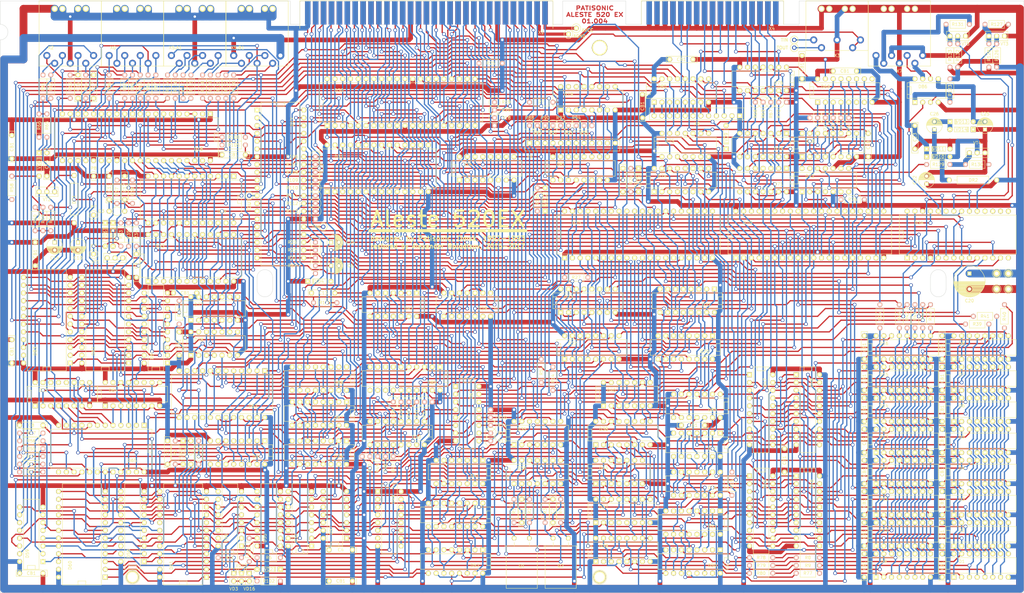
<source format=kicad_pcb>
(kicad_pcb (version 4) (host pcbnew 4.0.4-stable)
  (layers (0 F.Cu signal) (31 B.Cu signal) (34 B.Paste user) (35 F.Paste user) (36 B.SilkS user) (37 F.SilkS user) (38 B.Mask user) (39 F.Mask user) (44 Edge.Cuts user))
  (net 0 "")
  (net 1 "Net-(C1-Pad1)")
  (net 2 "Net-(C1-Pad2)")
  (net 3 "Net-(C2-Pad1)")
  (net 4 "Net-(C2-Pad2)")
  (net 5 "Net-(C3-Pad2)")
  (net 6 GND)
  (net 7 "/Gate Array/COLOR")
  (net 8 /Periphery/SBRES)
  (net 9 "/Clocks & CRTC/~RESET2")
  (net 10 "Net-(C9-Pad2)")
  (net 11 /Periphery/VC1)
  (net 12 "Net-(C11-Pad2)")
  (net 13 "Net-(C12-Pad2)")
  (net 14 "Net-(C14-Pad1)")
  (net 15 "/Gate Array/B")
  (net 16 "/Gate Array/G")
  (net 17 "/Gate Array/R")
  (net 18 "Net-(C18-Pad2)")
  (net 19 VCC)
  (net 20 /Periphery/+12V)
  (net 21 /CPU/~RESET*)
  (net 22 /Periphery/-12V)
  (net 23 "Net-(C26-Pad1)")
  (net 24 "Net-(C26-Pad2)")
  (net 25 /RAM/MA8)
  (net 26 /RAM/WE0)
  (net 27 /RAM/RAS0)
  (net 28 /RAM/MA0)
  (net 29 /RAM/MA2)
  (net 30 /RAM/MA1)
  (net 31 /RAM/MA7)
  (net 32 /RAM/MA5)
  (net 33 /RAM/MA4)
  (net 34 /RAM/MA3)
  (net 35 /RAM/MA6)
  (net 36 /RAM/R0)
  (net 37 /RAM/CAS0)
  (net 38 /RAM/R1)
  (net 39 /RAM/R2)
  (net 40 /RAM/R3)
  (net 41 /RAM/R4)
  (net 42 /RAM/R5)
  (net 43 /RAM/R6)
  (net 44 /RAM/R7)
  (net 45 /RAM/WE1)
  (net 46 /RAM/RAS1)
  (net 47 /RAM/R8)
  (net 48 /RAM/CAS1)
  (net 49 /RAM/R9)
  (net 50 /RAM/R10)
  (net 51 /RAM/R11)
  (net 52 /RAM/R12)
  (net 53 /RAM/R13)
  (net 54 /RAM/R14)
  (net 55 /RAM/R15)
  (net 56 /Periphery/AY3)
  (net 57 /Periphery/AY2)
  (net 58 /Periphery/BUSY)
  (net 59 /Periphery/AY1)
  (net 60 /Periphery/AY0)
  (net 61 /Periphery/BDIR)
  (net 62 /Periphery/BC1)
  (net 63 /Periphery/TOUT)
  (net 64 /Periphery/STROBE)
  (net 65 /Periphery/Y0)
  (net 66 /Periphery/Y1)
  (net 67 /Periphery/Y2)
  (net 68 /Periphery/Y3)
  (net 69 /Periphery/PB2)
  (net 70 /Periphery/50/60)
  (net 71 /Periphery/TIN)
  (net 72 /Periphery/AY7)
  (net 73 /Periphery/AY6)
  (net 74 /Periphery/AY5)
  (net 75 /Periphery/AY4)
  (net 76 /Periphery/SABC)
  (net 77 /Periphery/PD7)
  (net 78 /Periphery/PD6)
  (net 79 /Periphery/PD5)
  (net 80 /Periphery/PD4)
  (net 81 /Periphery/PD3)
  (net 82 /Periphery/PD2)
  (net 83 /Periphery/PD1)
  (net 84 /Periphery/PD0)
  (net 85 /Periphery/X8)
  (net 86 /Periphery/X7)
  (net 87 /Periphery/X6)
  (net 88 /Periphery/X5)
  (net 89 /Periphery/X4)
  (net 90 /Periphery/X3)
  (net 91 /Periphery/X2)
  (net 92 /Periphery/X1)
  (net 93 "Net-(D19-Pad3)")
  (net 94 "Net-(D19-Pad13)")
  (net 95 "Net-(D20-Pad7)")
  (net 96 "Net-(D20-Pad9)")
  (net 97 /RAM/S0)
  (net 98 "Net-(D21-Pad7)")
  (net 99 "Net-(D21-Pad9)")
  (net 100 "Net-(D22-Pad7)")
  (net 101 "Net-(D22-Pad9)")
  (net 102 "Net-(D23-Pad7)")
  (net 103 "Net-(D23-Pad9)")
  (net 104 "Net-(D24-Pad5)")
  (net 105 "/Clocks & CRTC/V11")
  (net 106 "/Clocks & CRTC/V13")
  (net 107 "Net-(D25-Pad23)")
  (net 108 "/Gate Array/MAPMOD")
  (net 109 "/Gate Array/\"A\"")
  (net 110 "/Gate Array/\"B\"")
  (net 111 "/Gate Array/M3")
  (net 112 "/Gate Array/M2")
  (net 113 "/Gate Array/M1")
  (net 114 "/Gate Array/M0")
  (net 115 "Net-(D29-Pad11)")
  (net 116 "Net-(D31-Pad1)")
  (net 117 "Net-(D31-Pad27)")
  (net 118 "/Gate Array/HIGHTY")
  (net 119 "/Gate Array/XD1")
  (net 120 "/Gate Array/HIGHTX")
  (net 121 "/Gate Array/XD2")
  (net 122 "Net-(D32-Pad9)")
  (net 123 "/Gate Array/BLAKS")
  (net 124 "/Gate Array/XD3")
  (net 125 "/Gate Array/XD4")
  (net 126 "/Gate Array/XD5")
  (net 127 /Periphery/RXC)
  (net 128 /Periphery/TXC)
  (net 129 /Periphery/FUTURE)
  (net 130 /Periphery/~CS53)
  (net 131 /Periphery/DTR)
  (net 132 /Periphery/RXD)
  (net 133 /Periphery/TXD)
  (net 134 /Periphery/DSR)
  (net 135 "/Gate Array/4ST")
  (net 136 "Net-(D35-Pad5)")
  (net 137 "Net-(D36-Pad1)")
  (net 138 "Net-(D36-Pad6)")
  (net 139 "/Clocks & CRTC/13MHZ")
  (net 140 "Net-(D36-Pad11)")
  (net 141 /RAM/~VCLK)
  (net 142 "Net-(D38-Pad4)")
  (net 143 "Net-(D39-Pad15)")
  (net 144 "Net-(D40-Pad2)")
  (net 145 "Net-(D40-Pad6)")
  (net 146 "Net-(D40-Pad12)")
  (net 147 "Net-(D41-Pad3)")
  (net 148 "Net-(D41-Pad5)")
  (net 149 "Net-(D41-Pad6)")
  (net 150 /Periphery/~STROBE)
  (net 151 /RAM/VBUF)
  (net 152 "Net-(D43-Pad8)")
  (net 153 "Net-(D43-Pad9)")
  (net 154 /CPU/LOP)
  (net 155 "Net-(D43-Pad13)")
  (net 156 "/Gate Array/8ST")
  (net 157 "Net-(D49-Pad3)")
  (net 158 "Net-(D49-Pad4)")
  (net 159 "/Gate Array/SYNC")
  (net 160 "/Gate Array/~PAGE")
  (net 161 "/Gate Array/PAGE")
  (net 162 "/Gate Array/RRC")
  (net 163 "Net-(D50-Pad12)")
  (net 164 "Net-(D50-Pad14)")
  (net 165 "/Gate Array/PX0")
  (net 166 "Net-(D51-Pad14)")
  (net 167 "/Gate Array/MODE1")
  (net 168 "/Gate Array/PX1")
  (net 169 "/Gate Array/PX2")
  (net 170 "/Gate Array/MODE0")
  (net 171 "/Gate Array/PX3")
  (net 172 "/Gate Array/NCOLOR4")
  (net 173 "/Gate Array/CBORDER")
  (net 174 "/Gate Array/NCOLOR")
  (net 175 "Net-(D54-Pad10)")
  (net 176 "/Gate Array/MODE")
  (net 177 "/Gate Array/MAPER")
  (net 178 "/Gate Array/LED0")
  (net 179 "/Gate Array/LED1")
  (net 180 "/Gate Array/NCOLOR0")
  (net 181 "/Gate Array/NCOLOR1")
  (net 182 "/Gate Array/NCOLOR2")
  (net 183 "/Gate Array/NCOLOR3")
  (net 184 "/Gate Array/C0")
  (net 185 "/Gate Array/C1")
  (net 186 "/Gate Array/C2")
  (net 187 "/Gate Array/C3")
  (net 188 "/Gate Array/C4")
  (net 189 "/Gate Array/C5")
  (net 190 "/Gate Array/BLANK")
  (net 191 "Net-(D59-Pad2)")
  (net 192 "Net-(D59-Pad5)")
  (net 193 "Net-(D59-Pad7)")
  (net 194 "Net-(D59-Pad10)")
  (net 195 "Net-(D59-Pad12)")
  (net 196 "Net-(D59-Pad15)")
  (net 197 "/Gate Array/VRAMACC")
  (net 198 "Net-(D63-Pad3)")
  (net 199 "Net-(D63-Pad4)")
  (net 200 "Net-(D63-Pad5)")
  (net 201 "Net-(D63-Pad10)")
  (net 202 "Net-(D63-Pad11)")
  (net 203 "Net-(D64-Pad15)")
  (net 204 "Net-(D66-Pad2)")
  (net 205 "Net-(D66-Pad11)")
  (net 206 "Net-(D66-Pad13)")
  (net 207 "Net-(D68-Pad2)")
  (net 208 /FDC/FP0)
  (net 209 /FDC/FP1)
  (net 210 "Net-(D68-Pad5)")
  (net 211 /FDC/FP2)
  (net 212 "Net-(D68-Pad7)")
  (net 213 "Net-(D68-Pad9)")
  (net 214 "Net-(D68-Pad10)")
  (net 215 /FDC/FP3)
  (net 216 "Net-(D68-Pad12)")
  (net 217 "Net-(D68-Pad14)")
  (net 218 /FDC/RDD)
  (net 219 /FDC/WRC)
  (net 220 "Net-(D70-Pad4)")
  (net 221 "Net-(D70-Pad15)")
  (net 222 "Net-(D70-Pad17)")
  (net 223 "Net-(D70-Pad25)")
  (net 224 "Net-(D70-Pad27)")
  (net 225 "Net-(D70-Pad28)")
  (net 226 "Net-(D70-Pad29)")
  (net 227 "Net-(D70-Pad30)")
  (net 228 "Net-(D70-Pad33)")
  (net 229 "Net-(D70-Pad34)")
  (net 230 /FDC/DSKRDY)
  (net 231 "Net-(D70-Pad37)")
  (net 232 "Net-(D70-Pad38)")
  (net 233 /FDC/RW/S)
  (net 234 /FDC/~GATE)
  (net 235 /FDC/~RDATA)
  (net 236 "Net-(D71-Pad11)")
  (net 237 "Net-(D72-Pad14)")
  (net 238 "Net-(D73-Pad4)")
  (net 239 "Net-(D73-Pad6)")
  (net 240 /FDC/~WRTPRT)
  (net 241 /FDC/~INDEX)
  (net 242 "Net-(D73-Pad12)")
  (net 243 /FDC/~TRAC0)
  (net 244 /FDC/~STEP)
  (net 245 /FDC/~DRIVE1)
  (net 246 "Net-(D75-Pad11)")
  (net 247 /FDC/~MOTOR)
  (net 248 /FDC/~DRIVE0)
  (net 249 /FDC/~DIR)
  (net 250 /FDC/~WRDAT)
  (net 251 /FDC/~SIDE)
  (net 252 "Net-(D78-Pad3)")
  (net 253 "Net-(D78-Pad6)")
  (net 254 /Periphery/COMMON)
  (net 255 /Periphery/KW0)
  (net 256 /Periphery/KW1)
  (net 257 /Periphery/KW2)
  (net 258 /Periphery/KW3)
  (net 259 /Periphery/KM0)
  (net 260 /Periphery/KM1)
  (net 261 /Periphery/KM2)
  (net 262 /Periphery/KM3)
  (net 263 /Periphery/KM4)
  (net 264 /Periphery/KM5)
  (net 265 /Periphery/KM6)
  (net 266 /Periphery/KM7)
  (net 267 /Periphery/KM8)
  (net 268 /Periphery/KM9)
  (net 269 /Periphery/KM14)
  (net 270 /Periphery/KM13)
  (net 271 /Periphery/KM12)
  (net 272 /Periphery/KM11)
  (net 273 /Periphery/KRS)
  (net 274 /Periphery/KM18)
  (net 275 /Periphery/KM17)
  (net 276 /Periphery/KM16)
  (net 277 /Periphery/KM15)
  (net 278 /Periphery/Z0)
  (net 279 /Periphery/Z1)
  (net 280 /Periphery/Z2)
  (net 281 /Periphery/Z3)
  (net 282 "Net-(D82-Pad17)")
  (net 283 "Net-(D82-Pad18)")
  (net 284 /Periphery/Z4)
  (net 285 /Periphery/Z5)
  (net 286 /Periphery/Z6)
  (net 287 /Periphery/Z7)
  (net 288 "Net-(D83-Pad17)")
  (net 289 "Net-(D83-Pad18)")
  (net 290 "Net-(D83-Pad19)")
  (net 291 "Net-(D83-Pad20)")
  (net 292 "Net-(D85-Pad6)")
  (net 293 "Net-(D86-Pad1)")
  (net 294 /Periphery/TXD*)
  (net 295 /Periphery/DTR*)
  (net 296 "Net-(D88-Pad6)")
  (net 297 /AVCC)
  (net 298 /AGND)
  (net 299 "Net-(P7-Pad1)")
  (net 300 "Net-(R16-Pad2)")
  (net 301 "Net-(R36-Pad2)")
  (net 302 "Net-(R52-Pad1)")
  (net 303 "Net-(R54-Pad1)")
  (net 304 "Net-(R56-Pad1)")
  (net 305 "Net-(R58-Pad1)")
  (net 306 "Net-(R65-Pad1)")
  (net 307 "/Gate Array/LUM")
  (net 308 "Net-(R81-Pad2)")
  (net 309 "Net-(R101-Pad2)")
  (net 310 "Net-(R102-Pad2)")
  (net 311 "Net-(R114-Pad2)")
  (net 312 "Net-(R115-Pad2)")
  (net 313 "Net-(R116-Pad2)")
  (net 314 "Net-(R117-Pad2)")
  (net 315 "Net-(R118-Pad2)")
  (net 316 "Net-(R119-Pad2)")
  (net 317 "Net-(R120-Pad2)")
  (net 318 "Net-(R121-Pad2)")
  (net 319 "Net-(R122-Pad2)")
  (net 320 "Net-(R127-Pad1)")
  (net 321 "Net-(R127-Pad2)")
  (net 322 "Net-(R129-Pad2)")
  (net 323 /Periphery/DSR*)
  (net 324 "Net-(R131-Pad2)")
  (net 325 /Periphery/KM10)
  (net 326 /BUFFER0)
  (net 327 /HY)
  (net 328 /SYNC*)
  (net 329 /RESET)
  (net 330 /D0)
  (net 331 /D1)
  (net 332 /D2)
  (net 333 /D3)
  (net 334 /D4)
  (net 335 /D5)
  (net 336 /D6)
  (net 337 /D7)
  (net 338 /~IORD)
  (net 339 /A11)
  (net 340 /A9)
  (net 341 /A8)
  (net 342 /HY*)
  (net 343 /DISCINT)
  (net 344 /~IOWR)
  (net 345 /1M)
  (net 346 /~RESET)
  (net 347 /DIS)
  (net 348 /V8)
  (net 349 /V1)
  (net 350 /A1)
  (net 351 /A2)
  (net 352 /V2)
  (net 353 /V9)
  (net 354 /V10)
  (net 355 /V3)
  (net 356 /A10)
  (net 357 /A3)
  (net 358 /A4)
  (net 359 /A7)
  (net 360 /V4)
  (net 361 /V7)
  (net 362 /V14)
  (net 363 /V5)
  (net 364 /MAP15)
  (net 365 /A5)
  (net 366 /A13)
  (net 367 /MAP16)
  (net 368 /L2)
  (net 369 /V6)
  (net 370 /MAP17)
  (net 371 /A6)
  (net 372 /A12)
  (net 373 /MAP18)
  (net 374 /L1)
  (net 375 /V1113)
  (net 376 /L0)
  (net 377 /MAP14)
  (net 378 /HIGHTZ)
  (net 379 /L.PEN)
  (net 380 /DEN)
  (net 381 /CURSOR)
  (net 382 /CBUF)
  (net 383 /A14)
  (net 384 /HX)
  (net 385 /A15)
  (net 386 /~IORQ)
  (net 387 /MAPBLK)
  (net 388 /M4)
  (net 389 /~WR)
  (net 390 /~RD)
  (net 391 /~INTA)
  (net 392 /~M1)
  (net 393 /~WAIT)
  (net 394 /CLK)
  (net 395 /~INT)
  (net 396 /~NMI)
  (net 397 /~HALT)
  (net 398 /~MREQ)
  (net 399 /~BUSAK)
  (net 400 /~BUSRQ)
  (net 401 /~RFSH)
  (net 402 /A0)
  (net 403 /~ROMEN)
  (net 404 /ROMDIS)
  (net 405 /XD0)
  (net 406 /CS53)
  (net 407 /~CSAY)
  (net 408 /WGPTCLK)
  (net 409 /RSCLK)
  (net 410 /8M)
  (net 411 /4M)
  (net 412 /ROM0)
  (net 413 /ROM1)
  (net 414 /16MHZ)
  (net 415 /VCLK)
  (net 416 /XTAL)
  (net 417 /2M)
  (net 418 /HIGHT)
  (net 419 /RAS)
  (net 420 /CAS)
  (net 421 /~DIS)
  (net 422 /MVI)
  (net 423 /~FUTURE)
  (net 424 /EXRG)
  (net 425 /VD0)
  (net 426 /VD1)
  (net 427 /VD2)
  (net 428 /VD3)
  (net 429 /VD4)
  (net 430 /VD5)
  (net 431 /VD6)
  (net 432 /VD7)
  (net 433 /BUFFER1)
  (net 434 /PROM0)
  (net 435 /PROM1)
  (net 436 /3CY)
  (net 437 /MK0)
  (net 438 /MK1)
  (net 439 /MK2)
  (net 440 /MK3)
  (net 441 /1CY)
  (net 442 /2CY)
  (net 443 /SINT*)
  (net 444 /KK0)
  (net 445 /KK1)
  (net 446 /KK2)
  (net 447 /KK3)
  (net 448 /SINT)
  (net 449 /~RAMEN)
  (net 450 /RAMDIS)
  (net 451 /DW)
  (net 452 /~3CY)
  (net 453 /SOUND)
  (net 454 "Net-(D18-Pad26)")
  (net 455 "Net-(D18-Pad39)")
  (net 456 "Net-(D19-Pad19)")
  (net 457 "Net-(D19-Pad21)")
  (net 458 "Net-(D19-Pad23)")
  (net 459 "Net-(D24-Pad6)")
  (net 460 "Net-(D25-Pad15)")
  (net 461 "Net-(D25-Pad34)")
  (net 462 "Net-(D25-Pad35)")
  (net 463 "Net-(D34-Pad14)")
  (net 464 "Net-(D34-Pad15)")
  (net 465 "Net-(D34-Pad16)")
  (net 466 "Net-(D34-Pad17)")
  (net 467 "Net-(D34-Pad18)")
  (net 468 "Net-(D34-Pad23)")
  (net 469 "Net-(D37-Pad3)")
  (net 470 "Net-(D37-Pad4)")
  (net 471 "Net-(D37-Pad5)")
  (net 472 "Net-(D37-Pad6)")
  (net 473 "Net-(D37-Pad15)")
  (net 474 "Net-(D39-Pad2)")
  (net 475 "Net-(D39-Pad7)")
  (net 476 "Net-(D40-Pad5)")
  (net 477 "Net-(D49-Pad2)")
  (net 478 "Net-(D49-Pad7)")
  (net 479 "Net-(D50-Pad2)")
  (net 480 "Net-(D50-Pad7)")
  (net 481 "Net-(D50-Pad13)")
  (net 482 "Net-(D50-Pad15)")
  (net 483 "Net-(D51-Pad7)")
  (net 484 "Net-(D51-Pad13)")
  (net 485 "Net-(D51-Pad15)")
  (net 486 "Net-(D54-Pad4)")
  (net 487 "Net-(D54-Pad5)")
  (net 488 "Net-(D54-Pad7)")
  (net 489 "Net-(D56-Pad14)")
  (net 490 "Net-(D56-Pad15)")
  (net 491 "Net-(D57-Pad6)")
  (net 492 "Net-(D57-Pad8)")
  (net 493 "Net-(D58-Pad16)")
  (net 494 "Net-(D58-Pad17)")
  (net 495 "Net-(D58-Pad18)")
  (net 496 "Net-(D58-Pad19)")
  (net 497 "Net-(D60-Pad8)")
  (net 498 "Net-(D60-Pad17)")
  (net 499 "Net-(D61-Pad8)")
  (net 500 "Net-(D61-Pad17)")
  (net 501 "Net-(D62-Pad16)")
  (net 502 "Net-(D63-Pad12)")
  (net 503 "Net-(D63-Pad13)")
  (net 504 "Net-(D63-Pad14)")
  (net 505 "Net-(D64-Pad11)")
  (net 506 "Net-(D65-Pad13)")
  (net 507 "Net-(D69-Pad6)")
  (net 508 "Net-(D69-Pad7)")
  (net 509 "Net-(D69-Pad9)")
  (net 510 "Net-(D70-Pad24)")
  (net 511 "Net-(D70-Pad14)")
  (net 512 "Net-(D70-Pad26)")
  (net 513 "Net-(D70-Pad31)")
  (net 514 "Net-(D70-Pad32)")
  (net 515 "Net-(D70-Pad36)")
  (net 516 "Net-(D71-Pad8)")
  (net 517 "Net-(D74-Pad4)")
  (net 518 "Net-(D74-Pad5)")
  (net 519 "Net-(D74-Pad6)")
  (net 520 "Net-(D74-Pad11)")
  (net 521 "Net-(D74-Pad12)")
  (net 522 "Net-(D77-Pad6)")
  (net 523 "Net-(D79-Pad14)")
  (net 524 "Net-(D79-Pad15)")
  (net 525 "Net-(D81-Pad6)")
  (net 526 "Net-(D88-Pad1)")
  (net 527 "Net-(D88-Pad2)")
  (net 528 "Net-(D88-Pad7)")
  (net 529 "Net-(D88-Pad9)")
  (net 530 "Net-(D89-Pad7)")
  (net 531 "Net-(D89-Pad8)")
  (net 532 "Net-(D89-Pad9)")
  (net 533 "Net-(D89-Pad11)")
  (net 534 "Net-(D89-Pad12)")
  (net 535 "Net-(D89-Pad13)")
  (net 536 "Net-(X1-PadB20)")
  (net 537 /~EXP)
  (net 538 "Net-(X4-PadA17)")
  (net 539 "Net-(X4-PadA1)")
  (net 540 "Net-(X4-PadA2)")
  (net 541 "Net-(X4-PadA3)")
  (net 542 "Net-(X4-PadA7)")
  (net 543 "Net-(X9-Pad10)")
  (net 544 "Net-(X9-Pad11)")
  (module Wire_Connections_Bridges:WireConnection_0.80mmDrill_ThinPad (layer F.Cu) (at 132.27 98.56)
    (fp_text reference REF** hide)
    (fp_text value WireConnection_0-8mmDrill_ThinPad)
    (pad 1 thru_hole circle (at 0 0) (size 1.4 1.4) (drill 0.8001) (layers *.Cu *.Mask) (net 63 /Periphery/TOUT))
    (pad 2 thru_hole circle (at 175 -47.5) (size 1.4 1.4) (drill 0.8001) (layers *.Cu *.Mask) (net 63 /Periphery/TOUT))
  )
  (module MyLib:SLOT-34 (layer F.Cu) (at 281.02 39.81 180)
    (fp_text reference X4 (at -19.05 -5.08 180) (layer F.SilkS))
    (fp_text value SLOT-34 hide)
    (pad B17 connect rect (at -20.32 0 180) (size 1.778 7.62) (layers F.Cu F.Mask) (net 6 GND))
    (pad B16 connect rect (at -17.78 0 180) (size 1.778 7.62) (layers F.Cu F.Mask) (net 6 GND))
    (pad B15 connect rect (at -15.24 0 180) (size 1.778 7.62) (layers F.Cu F.Mask) (net 6 GND))
    (pad B14 connect rect (at -12.7 0 180) (size 1.778 7.62) (layers F.Cu F.Mask) (net 6 GND))
    (pad B13 connect rect (at -10.16 0 180) (size 1.778 7.62) (layers F.Cu F.Mask) (net 6 GND))
    (pad A17 connect rect (at -20.32 0 180) (size 1.778 7.62) (layers B.Cu B.Mask) (net 538 "Net-(X4-PadA17)"))
    (pad A16 connect rect (at -17.78 0 180) (size 1.778 7.62) (layers B.Cu B.Mask) (net 251 /FDC/~SIDE))
    (pad A15 connect rect (at -15.24 0 180) (size 1.778 7.62) (layers B.Cu B.Mask) (net 235 /FDC/~RDATA))
    (pad A14 connect rect (at -12.7 0 180) (size 1.778 7.62) (layers B.Cu B.Mask) (net 240 /FDC/~WRTPRT))
    (pad A13 connect rect (at -10.16 0 180) (size 1.778 7.62) (layers B.Cu B.Mask) (net 243 /FDC/~TRAC0))
    (pad A1 connect rect (at 20.32 0 180) (size 1.778 7.62) (layers B.Cu B.Mask) (net 539 "Net-(X4-PadA1)"))
    (pad A2 connect rect (at 17.78 0 180) (size 1.778 7.62) (layers B.Cu B.Mask) (net 540 "Net-(X4-PadA2)"))
    (pad A3 connect rect (at 15.24 0 180) (size 1.778 7.62) (layers B.Cu B.Mask) (net 541 "Net-(X4-PadA3)"))
    (pad A4 connect rect (at 12.7 0 180) (size 1.778 7.62) (layers B.Cu B.Mask) (net 241 /FDC/~INDEX))
    (pad A5 connect rect (at 10.16 0 180) (size 1.778 7.62) (layers B.Cu B.Mask) (net 248 /FDC/~DRIVE0))
    (pad A6 connect rect (at 7.62 0 180) (size 1.778 7.62) (layers B.Cu B.Mask) (net 245 /FDC/~DRIVE1))
    (pad A7 connect rect (at 5.08 0 180) (size 1.778 7.62) (layers B.Cu B.Mask) (net 542 "Net-(X4-PadA7)"))
    (pad A8 connect rect (at 2.54 0 180) (size 1.778 7.62) (layers B.Cu B.Mask) (net 247 /FDC/~MOTOR))
    (pad A9 connect rect (at 0 0 180) (size 1.778 7.62) (layers B.Cu B.Mask) (net 249 /FDC/~DIR))
    (pad A10 connect rect (at -2.54 0 180) (size 1.778 7.62) (layers B.Cu B.Mask) (net 244 /FDC/~STEP))
    (pad A11 connect rect (at -5.08 0 180) (size 1.778 7.62) (layers B.Cu B.Mask) (net 250 /FDC/~WRDAT))
    (pad A12 connect rect (at -7.62 0 180) (size 1.778 7.62) (layers B.Cu B.Mask) (net 234 /FDC/~GATE))
    (pad B1 connect rect (at 20.32 0 180) (size 1.778 7.62) (layers F.Cu F.Mask) (net 6 GND))
    (pad B2 connect rect (at 17.78 0 180) (size 1.778 7.62) (layers F.Cu F.Mask) (net 6 GND))
    (pad B3 connect rect (at 15.24 0 180) (size 1.778 7.62) (layers F.Cu F.Mask) (net 6 GND))
    (pad B4 connect rect (at 12.7 0 180) (size 1.778 7.62) (layers F.Cu F.Mask) (net 6 GND))
    (pad B5 connect rect (at 10.16 0 180) (size 1.778 7.62) (layers F.Cu F.Mask) (net 6 GND))
    (pad B6 connect rect (at 7.62 0 180) (size 1.778 7.62) (layers F.Cu F.Mask) (net 6 GND))
    (pad B7 connect rect (at 5.08 0 180) (size 1.778 7.62) (layers F.Cu F.Mask) (net 6 GND))
    (pad B8 connect rect (at 2.54 0 180) (size 1.778 7.62) (layers F.Cu F.Mask) (net 6 GND))
    (pad B9 connect rect (at 0 0 180) (size 1.778 7.62) (layers F.Cu F.Mask) (net 6 GND))
    (pad B10 connect rect (at -2.54 0 180) (size 1.778 7.62) (layers F.Cu F.Mask) (net 6 GND))
    (pad B11 connect rect (at -5.08 0 180) (size 1.778 7.62) (layers F.Cu F.Mask) (net 6 GND))
    (pad B12 connect rect (at -7.62 0 180) (size 1.778 7.62) (layers F.Cu F.Mask) (net 6 GND))
  )
  (module MyLib_metric:DIP-14 (layer F.Cu) (at 297.27 82.31 180)
    (fp_text reference D73 (at -4.96 -1.27 180) (layer F.SilkS))
    (fp_text value 555ЛН1)
    (pad 1 thru_hole rect (at -7.5 3.75 180) (size 1.6 1.6) (drill 0.8) (layers *.Cu *.Mask F.SilkS) (net 214 "Net-(D68-Pad10)"))
    (pad 2 thru_hole circle (at -5 3.75 180) (size 1.6 1.6) (drill 0.8) (layers *.Cu *.Mask F.SilkS) (net 237 "Net-(D72-Pad14)"))
    (pad 3 thru_hole circle (at -2.5 3.75 180) (size 1.6 1.6) (drill 0.8) (layers *.Cu *.Mask F.SilkS) (net 225 "Net-(D70-Pad28)"))
    (pad 4 thru_hole circle (at 0 3.75 180) (size 1.6 1.6) (drill 0.8) (layers *.Cu *.Mask F.SilkS) (net 238 "Net-(D73-Pad4)"))
    (pad 5 thru_hole circle (at 2.5 3.75 180) (size 1.6 1.6) (drill 0.8) (layers *.Cu *.Mask F.SilkS) (net 226 "Net-(D70-Pad29)"))
    (pad 6 thru_hole circle (at 5 3.75 180) (size 1.6 1.6) (drill 0.8) (layers *.Cu *.Mask F.SilkS) (net 239 "Net-(D73-Pad6)"))
    (pad 7 thru_hole circle (at 7.5 3.75 180) (size 1.6 1.6) (drill 0.8) (layers *.Cu *.Mask F.SilkS) (net 6 GND))
    (pad 8 thru_hole circle (at 7.5 -3.75 180) (size 1.6 1.6) (drill 0.8) (layers *.Cu *.Mask F.SilkS) (net 229 "Net-(D70-Pad34)"))
    (pad 9 thru_hole circle (at 5 -3.75 180) (size 1.6 1.6) (drill 0.8) (layers *.Cu *.Mask F.SilkS) (net 240 /FDC/~WRTPRT))
    (pad 10 thru_hole circle (at 2.5 -3.75 180) (size 1.6 1.6) (drill 0.8) (layers *.Cu *.Mask F.SilkS) (net 222 "Net-(D70-Pad17)"))
    (pad 11 thru_hole circle (at 0 -3.75 180) (size 1.6 1.6) (drill 0.8) (layers *.Cu *.Mask F.SilkS) (net 241 /FDC/~INDEX))
    (pad 12 thru_hole circle (at -2.5 -3.75 180) (size 1.6 1.6) (drill 0.8) (layers *.Cu *.Mask F.SilkS) (net 242 "Net-(D73-Pad12)"))
    (pad 13 thru_hole circle (at -5 -3.75 180) (size 1.6 1.6) (drill 0.8) (layers *.Cu *.Mask F.SilkS) (net 243 /FDC/~TRAC0))
    (pad 14 thru_hole circle (at -7.5 -3.75 180) (size 1.6 1.6) (drill 0.8) (layers *.Cu *.Mask F.SilkS) (net 19 VCC))
  )
  (module MyLib_metric:DIP-16 (layer F.Cu) (at 126.02 202.31 90)
    (fp_text reference D56 (at -6.21 -1.27 90) (layer F.SilkS))
    (fp_text value 555ТМ9)
    (pad 1 thru_hole rect (at -8.75 3.75 90) (size 1.6 1.6) (drill 0.8) (layers *.Cu *.Mask F.SilkS) (net 346 /~RESET))
    (pad 2 thru_hole circle (at -6.25 3.75 90) (size 1.6 1.6) (drill 0.8) (layers *.Cu *.Mask F.SilkS) (net 180 "/Gate Array/NCOLOR0"))
    (pad 3 thru_hole circle (at -3.75 3.75 90) (size 1.6 1.6) (drill 0.8) (layers *.Cu *.Mask F.SilkS) (net 405 /XD0))
    (pad 4 thru_hole circle (at -1.25 3.75 90) (size 1.6 1.6) (drill 0.8) (layers *.Cu *.Mask F.SilkS) (net 119 "/Gate Array/XD1"))
    (pad 5 thru_hole circle (at 1.25 3.75 270) (size 1.6 1.6) (drill 0.8) (layers *.Cu *.Mask F.SilkS) (net 181 "/Gate Array/NCOLOR1"))
    (pad 6 thru_hole circle (at 3.75 3.75 270) (size 1.6 1.6) (drill 0.8) (layers *.Cu *.Mask F.SilkS) (net 121 "/Gate Array/XD2"))
    (pad 7 thru_hole circle (at 6.25 3.75 270) (size 1.6 1.6) (drill 0.8) (layers *.Cu *.Mask F.SilkS) (net 182 "/Gate Array/NCOLOR2"))
    (pad 8 thru_hole circle (at 8.75 3.75 270) (size 1.6 1.6) (drill 0.8) (layers *.Cu *.Mask F.SilkS) (net 6 GND))
    (pad 9 thru_hole circle (at 8.75 -3.75 270) (size 1.6 1.6) (drill 0.8) (layers *.Cu *.Mask F.SilkS) (net 174 "/Gate Array/NCOLOR"))
    (pad 10 thru_hole circle (at 6.25 -3.75 270) (size 1.6 1.6) (drill 0.8) (layers *.Cu *.Mask F.SilkS) (net 183 "/Gate Array/NCOLOR3"))
    (pad 11 thru_hole circle (at 3.75 -3.75 270) (size 1.6 1.6) (drill 0.8) (layers *.Cu *.Mask F.SilkS) (net 124 "/Gate Array/XD3"))
    (pad 12 thru_hole circle (at 1.25 -3.75 270) (size 1.6 1.6) (drill 0.8) (layers *.Cu *.Mask F.SilkS) (net 172 "/Gate Array/NCOLOR4"))
    (pad 13 thru_hole circle (at -1.25 -3.75 270) (size 1.6 1.6) (drill 0.8) (layers *.Cu *.Mask F.SilkS) (net 125 "/Gate Array/XD4"))
    (pad 14 thru_hole circle (at -3.75 -3.75 270) (size 1.6 1.6) (drill 0.8) (layers *.Cu *.Mask F.SilkS) (net 489 "Net-(D56-Pad14)"))
    (pad 15 thru_hole circle (at -6.25 -3.75 270) (size 1.6 1.6) (drill 0.8) (layers *.Cu *.Mask F.SilkS) (net 490 "Net-(D56-Pad15)"))
    (pad 16 thru_hole circle (at -8.75 -3.75 270) (size 1.6 1.6) (drill 0.8) (layers *.Cu *.Mask F.SilkS) (net 19 VCC))
  )
  (module MyLib_metric:DIP-16 (layer F.Cu) (at 128.52 181.06 180)
    (fp_text reference D54 (at -6.21 -1.27 180) (layer F.SilkS))
    (fp_text value 555ИД4)
    (pad 1 thru_hole rect (at -8.75 3.75 180) (size 1.6 1.6) (drill 0.8) (layers *.Cu *.Mask F.SilkS) (net 172 "/Gate Array/NCOLOR4"))
    (pad 2 thru_hole circle (at -6.25 3.75 180) (size 1.6 1.6) (drill 0.8) (layers *.Cu *.Mask F.SilkS) (net 7 "/Gate Array/COLOR"))
    (pad 3 thru_hole circle (at -3.75 3.75 180) (size 1.6 1.6) (drill 0.8) (layers *.Cu *.Mask F.SilkS) (net 337 /D7))
    (pad 4 thru_hole circle (at -1.25 3.75 180) (size 1.6 1.6) (drill 0.8) (layers *.Cu *.Mask F.SilkS) (net 486 "Net-(D54-Pad4)"))
    (pad 5 thru_hole circle (at 1.25 3.75) (size 1.6 1.6) (drill 0.8) (layers *.Cu *.Mask F.SilkS) (net 487 "Net-(D54-Pad5)"))
    (pad 6 thru_hole circle (at 3.75 3.75) (size 1.6 1.6) (drill 0.8) (layers *.Cu *.Mask F.SilkS) (net 173 "/Gate Array/CBORDER"))
    (pad 7 thru_hole circle (at 6.25 3.75) (size 1.6 1.6) (drill 0.8) (layers *.Cu *.Mask F.SilkS) (net 488 "Net-(D54-Pad7)"))
    (pad 8 thru_hole circle (at 8.75 3.75) (size 1.6 1.6) (drill 0.8) (layers *.Cu *.Mask F.SilkS) (net 6 GND))
    (pad 9 thru_hole circle (at 8.75 -3.75) (size 1.6 1.6) (drill 0.8) (layers *.Cu *.Mask F.SilkS) (net 174 "/Gate Array/NCOLOR"))
    (pad 10 thru_hole circle (at 6.25 -3.75) (size 1.6 1.6) (drill 0.8) (layers *.Cu *.Mask F.SilkS) (net 175 "Net-(D54-Pad10)"))
    (pad 11 thru_hole circle (at 3.75 -3.75) (size 1.6 1.6) (drill 0.8) (layers *.Cu *.Mask F.SilkS) (net 176 "/Gate Array/MODE"))
    (pad 12 thru_hole circle (at 1.25 -3.75) (size 1.6 1.6) (drill 0.8) (layers *.Cu *.Mask F.SilkS) (net 177 "/Gate Array/MAPER"))
    (pad 13 thru_hole circle (at -1.25 -3.75) (size 1.6 1.6) (drill 0.8) (layers *.Cu *.Mask F.SilkS) (net 336 /D6))
    (pad 14 thru_hole circle (at -3.75 -3.75) (size 1.6 1.6) (drill 0.8) (layers *.Cu *.Mask F.SilkS) (net 385 /A15))
    (pad 15 thru_hole circle (at -6.25 -3.75) (size 1.6 1.6) (drill 0.8) (layers *.Cu *.Mask F.SilkS) (net 344 /~IOWR))
    (pad 16 thru_hole circle (at -8.75 -3.75) (size 1.6 1.6) (drill 0.8) (layers *.Cu *.Mask F.SilkS) (net 19 VCC))
  )
  (module Connect:1pin (layer F.Cu) (at 244.77 51.06)
    (fp_text reference REF** hide)
    (fp_text value 1pin)
    (pad 1 thru_hole circle (at 0 0) (size 5 5) (drill 4.2) (layers *.Cu *.Mask F.SilkS))
  )
  (module MyLib:PIN (layer F.Cu) (at 82.27 104.81)
    (fp_text reference P7 (at 0 -2.54) (layer F.SilkS))
    (fp_text value PIN)
    (pad 1 thru_hole circle (at 0 0) (size 1.6 1.6) (drill 0.8) (layers *.Cu *.Mask F.SilkS) (net 299 "Net-(P7-Pad1)"))
  )
  (module MyLib_metric:C_Disc_D7.5_P2.5 (layer F.Cu) (at 127.27 85.435 180)
    (fp_text reference CB1 (at 0 0 180) (layer F.SilkS))
    (fp_text value 0,1мк)
    (pad 1 thru_hole circle (at -3.75 0 180) (size 1.6 1.6) (drill 0.8) (layers *.Cu *.Mask F.SilkS) (net 6 GND))
    (pad 2 thru_hole circle (at 3.75 0 180) (size 1.6 1.6) (drill 0.8) (layers *.Cu *.Mask F.SilkS) (net 19 VCC))
  )
  (module MyLib_metric:C_Disc_D7.5_P2.5 (layer F.Cu) (at 56.02 82.935 270)
    (fp_text reference CB1 (at 0 0 270) (layer F.SilkS))
    (fp_text value CAP)
    (pad 1 thru_hole circle (at -3.75 0 270) (size 1.6 1.6) (drill 0.8) (layers *.Cu *.Mask F.SilkS) (net 6 GND))
    (pad 2 thru_hole circle (at 3.75 0 270) (size 1.6 1.6) (drill 0.8) (layers *.Cu *.Mask F.SilkS) (net 19 VCC))
  )
  (module MyLib_metric:C_Disc_D7.5_P2.5 (layer F.Cu) (at 63.52 117.31 90)
    (fp_text reference CB1 (at 0 0 90) (layer F.SilkS))
    (fp_text value CAP)
    (pad 1 thru_hole circle (at -3.75 0 90) (size 1.6 1.6) (drill 0.8) (layers *.Cu *.Mask F.SilkS) (net 6 GND))
    (pad 2 thru_hole circle (at 3.75 0 90) (size 1.6 1.6) (drill 0.8) (layers *.Cu *.Mask F.SilkS) (net 19 VCC))
  )
  (module MyLib_metric:C_Disc_D7.5_P2.5 (layer F.Cu) (at 111.645 129.81)
    (fp_text reference CB1 (at 0 0) (layer F.SilkS))
    (fp_text value CAP)
    (pad 1 thru_hole circle (at -3.75 0) (size 1.6 1.6) (drill 0.8) (layers *.Cu *.Mask F.SilkS) (net 6 GND))
    (pad 2 thru_hole circle (at 3.75 0) (size 1.6 1.6) (drill 0.8) (layers *.Cu *.Mask F.SilkS) (net 19 VCC))
  )
  (module MyLib_metric:C_Disc_D7.5_P2.5 (layer F.Cu) (at 109.77 146.06 90)
    (fp_text reference CB1 (at 0 0 90) (layer F.SilkS))
    (fp_text value CAP)
    (pad 1 thru_hole circle (at -3.75 0 90) (size 1.6 1.6) (drill 0.8) (layers *.Cu *.Mask F.SilkS) (net 6 GND))
    (pad 2 thru_hole circle (at 3.75 0 90) (size 1.6 1.6) (drill 0.8) (layers *.Cu *.Mask F.SilkS) (net 19 VCC))
  )
  (module MyLib_metric:C_Disc_D7.5_P2.5 (layer F.Cu) (at 56.02 148.56 270)
    (fp_text reference CB1 (at 0 0 270) (layer F.SilkS))
    (fp_text value CAP)
    (pad 1 thru_hole circle (at -3.75 0 270) (size 1.6 1.6) (drill 0.8) (layers *.Cu *.Mask F.SilkS) (net 6 GND))
    (pad 2 thru_hole circle (at 3.75 0 270) (size 1.6 1.6) (drill 0.8) (layers *.Cu *.Mask F.SilkS) (net 19 VCC))
  )
  (module MyLib_metric:C_Disc_D7.5_P2.5 (layer F.Cu) (at 271.02 54.81 180)
    (fp_text reference CB1 (at 0 0 180) (layer F.SilkS))
    (fp_text value CAP)
    (pad 1 thru_hole circle (at -3.75 0 180) (size 1.6 1.6) (drill 0.8) (layers *.Cu *.Mask F.SilkS) (net 6 GND))
    (pad 2 thru_hole circle (at 3.75 0 180) (size 1.6 1.6) (drill 0.8) (layers *.Cu *.Mask F.SilkS) (net 19 VCC))
  )
  (module MyLib_metric:C_Disc_D7.5_P2.5 (layer F.Cu) (at 329.77 217.31 270)
    (fp_text reference CB1 (at 0 0 270) (layer F.SilkS))
    (fp_text value CAP)
    (pad 1 thru_hole circle (at -3.75 0 270) (size 1.6 1.6) (drill 0.8) (layers *.Cu *.Mask F.SilkS) (net 6 GND))
    (pad 2 thru_hole circle (at 3.75 0 270) (size 1.6 1.6) (drill 0.8) (layers *.Cu *.Mask F.SilkS) (net 19 VCC))
  )
  (module MyLib_metric:C_Disc_D7.5_P2.5 (layer F.Cu) (at 329.77 207.31 270)
    (fp_text reference CB1 (at 0 0 270) (layer F.SilkS))
    (fp_text value CAP)
    (pad 1 thru_hole circle (at -3.75 0 270) (size 1.6 1.6) (drill 0.8) (layers *.Cu *.Mask F.SilkS) (net 6 GND))
    (pad 2 thru_hole circle (at 3.75 0 270) (size 1.6 1.6) (drill 0.8) (layers *.Cu *.Mask F.SilkS) (net 19 VCC))
  )
  (module MyLib_metric:C_Disc_D7.5_P2.5 (layer F.Cu) (at 329.77 197.31 270)
    (fp_text reference CB1 (at 0 0 270) (layer F.SilkS))
    (fp_text value CAP)
    (pad 1 thru_hole circle (at -3.75 0 270) (size 1.6 1.6) (drill 0.8) (layers *.Cu *.Mask F.SilkS) (net 6 GND))
    (pad 2 thru_hole circle (at 3.75 0 270) (size 1.6 1.6) (drill 0.8) (layers *.Cu *.Mask F.SilkS) (net 19 VCC))
  )
  (module MyLib_metric:C_Disc_D7.5_P2.5 (layer F.Cu) (at 329.77 187.31 270)
    (fp_text reference CB1 (at 0 0 270) (layer F.SilkS))
    (fp_text value CAP)
    (pad 1 thru_hole circle (at -3.75 0 270) (size 1.6 1.6) (drill 0.8) (layers *.Cu *.Mask F.SilkS) (net 6 GND))
    (pad 2 thru_hole circle (at 3.75 0 270) (size 1.6 1.6) (drill 0.8) (layers *.Cu *.Mask F.SilkS) (net 19 VCC))
  )
  (module MyLib_metric:C_Disc_D7.5_P2.5 (layer F.Cu) (at 329.77 177.31 270)
    (fp_text reference CB1 (at 0 0 270) (layer F.SilkS))
    (fp_text value CAP)
    (pad 1 thru_hole circle (at -3.75 0 270) (size 1.6 1.6) (drill 0.8) (layers *.Cu *.Mask F.SilkS) (net 6 GND))
    (pad 2 thru_hole circle (at 3.75 0 270) (size 1.6 1.6) (drill 0.8) (layers *.Cu *.Mask F.SilkS) (net 19 VCC))
  )
  (module MyLib_metric:C_Disc_D7.5_P2.5 (layer F.Cu) (at 329.77 167.31 270)
    (fp_text reference CB1 (at 0 0 270) (layer F.SilkS))
    (fp_text value CAP)
    (pad 1 thru_hole circle (at -3.75 0 270) (size 1.6 1.6) (drill 0.8) (layers *.Cu *.Mask F.SilkS) (net 6 GND))
    (pad 2 thru_hole circle (at 3.75 0 270) (size 1.6 1.6) (drill 0.8) (layers *.Cu *.Mask F.SilkS) (net 19 VCC))
  )
  (module MyLib_metric:C_Disc_D7.5_P2.5 (layer F.Cu) (at 329.77 157.31 270)
    (fp_text reference CB1 (at 0 0 270) (layer F.SilkS))
    (fp_text value CAP)
    (pad 1 thru_hole circle (at -3.75 0 270) (size 1.6 1.6) (drill 0.8) (layers *.Cu *.Mask F.SilkS) (net 6 GND))
    (pad 2 thru_hole circle (at 3.75 0 270) (size 1.6 1.6) (drill 0.8) (layers *.Cu *.Mask F.SilkS) (net 19 VCC))
  )
  (module MyLib_metric:C_Disc_D7.5_P2.5 (layer F.Cu) (at 329.77 147.31 270)
    (fp_text reference CB1 (at 0 0 270) (layer F.SilkS))
    (fp_text value CAP)
    (pad 1 thru_hole circle (at -3.75 0 270) (size 1.6 1.6) (drill 0.8) (layers *.Cu *.Mask F.SilkS) (net 6 GND))
    (pad 2 thru_hole circle (at 3.75 0 270) (size 1.6 1.6) (drill 0.8) (layers *.Cu *.Mask F.SilkS) (net 19 VCC))
  )
  (module MyLib_metric:C_Disc_D7.5_P2.5 (layer F.Cu) (at 354.77 147.31 270)
    (fp_text reference CB1 (at 0 0 270) (layer F.SilkS))
    (fp_text value CAP)
    (pad 1 thru_hole circle (at -3.75 0 270) (size 1.6 1.6) (drill 0.8) (layers *.Cu *.Mask F.SilkS) (net 6 GND))
    (pad 2 thru_hole circle (at 3.75 0 270) (size 1.6 1.6) (drill 0.8) (layers *.Cu *.Mask F.SilkS) (net 19 VCC))
  )
  (module MyLib_metric:C_Disc_D7.5_P2.5 (layer F.Cu) (at 354.77 157.31 270)
    (fp_text reference CB1 (at 0 0 270) (layer F.SilkS))
    (fp_text value CAP)
    (pad 1 thru_hole circle (at -3.75 0 270) (size 1.6 1.6) (drill 0.8) (layers *.Cu *.Mask F.SilkS) (net 6 GND))
    (pad 2 thru_hole circle (at 3.75 0 270) (size 1.6 1.6) (drill 0.8) (layers *.Cu *.Mask F.SilkS) (net 19 VCC))
  )
  (module MyLib_metric:C_Disc_D7.5_P2.5 (layer F.Cu) (at 354.77 167.31 270)
    (fp_text reference CB1 (at 0 0 270) (layer F.SilkS))
    (fp_text value CAP)
    (pad 1 thru_hole circle (at -3.75 0 270) (size 1.6 1.6) (drill 0.8) (layers *.Cu *.Mask F.SilkS) (net 6 GND))
    (pad 2 thru_hole circle (at 3.75 0 270) (size 1.6 1.6) (drill 0.8) (layers *.Cu *.Mask F.SilkS) (net 19 VCC))
  )
  (module MyLib_metric:C_Disc_D7.5_P2.5 (layer F.Cu) (at 354.77 177.31 270)
    (fp_text reference CB1 (at 0 0 270) (layer F.SilkS))
    (fp_text value CAP)
    (pad 1 thru_hole circle (at -3.75 0 270) (size 1.6 1.6) (drill 0.8) (layers *.Cu *.Mask F.SilkS) (net 6 GND))
    (pad 2 thru_hole circle (at 3.75 0 270) (size 1.6 1.6) (drill 0.8) (layers *.Cu *.Mask F.SilkS) (net 19 VCC))
  )
  (module MyLib_metric:C_Disc_D7.5_P2.5 (layer F.Cu) (at 354.77 187.31 270)
    (fp_text reference CB1 (at 0 0 270) (layer F.SilkS))
    (fp_text value CAP)
    (pad 1 thru_hole circle (at -3.75 0 270) (size 1.6 1.6) (drill 0.8) (layers *.Cu *.Mask F.SilkS) (net 6 GND))
    (pad 2 thru_hole circle (at 3.75 0 270) (size 1.6 1.6) (drill 0.8) (layers *.Cu *.Mask F.SilkS) (net 19 VCC))
  )
  (module MyLib_metric:C_Disc_D7.5_P2.5 (layer F.Cu) (at 354.77 197.31 270)
    (fp_text reference CB1 (at 0 0 270) (layer F.SilkS))
    (fp_text value CAP)
    (pad 1 thru_hole circle (at -3.75 0 270) (size 1.6 1.6) (drill 0.8) (layers *.Cu *.Mask F.SilkS) (net 6 GND))
    (pad 2 thru_hole circle (at 3.75 0 270) (size 1.6 1.6) (drill 0.8) (layers *.Cu *.Mask F.SilkS) (net 19 VCC))
  )
  (module MyLib_metric:C_Disc_D7.5_P2.5 (layer F.Cu) (at 354.77 207.31 270)
    (fp_text reference CB1 (at 0 0 270) (layer F.SilkS))
    (fp_text value CAP)
    (pad 1 thru_hole circle (at -3.75 0 270) (size 1.6 1.6) (drill 0.8) (layers *.Cu *.Mask F.SilkS) (net 6 GND))
    (pad 2 thru_hole circle (at 3.75 0 270) (size 1.6 1.6) (drill 0.8) (layers *.Cu *.Mask F.SilkS) (net 19 VCC))
  )
  (module MyLib_metric:C_Disc_D7.5_P2.5 (layer F.Cu) (at 354.77 217.31 270)
    (fp_text reference CB1 (at 0 0 270) (layer F.SilkS))
    (fp_text value CAP)
    (pad 1 thru_hole circle (at -3.75 0 270) (size 1.6 1.6) (drill 0.8) (layers *.Cu *.Mask F.SilkS) (net 6 GND))
    (pad 2 thru_hole circle (at 3.75 0 270) (size 1.6 1.6) (drill 0.8) (layers *.Cu *.Mask F.SilkS) (net 19 VCC))
  )
  (module MyLib_metric:C_Disc_D7.5_P2.5 (layer F.Cu) (at 304.145 183.56 270)
    (fp_text reference CB1 (at 0 0 270) (layer F.SilkS))
    (fp_text value CAP)
    (pad 1 thru_hole circle (at -3.75 0 270) (size 1.6 1.6) (drill 0.8) (layers *.Cu *.Mask F.SilkS) (net 6 GND))
    (pad 2 thru_hole circle (at 3.75 0 270) (size 1.6 1.6) (drill 0.8) (layers *.Cu *.Mask F.SilkS) (net 19 VCC))
  )
  (module Connect:1pin (layer F.Cu) (at 244.77 221.06)
    (fp_text reference REF** hide)
    (fp_text value 1pin)
    (pad 1 thru_hole circle (at 0 0) (size 4.064 4.064) (drill 3.2) (layers *.Cu *.Mask F.SilkS))
  )
  (module MyLib_metric:C_Disc_D7.5_P2.5 (layer F.Cu) (at 258.52 69.81 270)
    (fp_text reference CB1 (at 0 0 270) (layer F.SilkS))
    (fp_text value CAP)
    (pad 1 thru_hole circle (at -3.75 0 270) (size 1.6 1.6) (drill 0.8) (layers *.Cu *.Mask F.SilkS) (net 6 GND))
    (pad 2 thru_hole circle (at 3.75 0 270) (size 1.6 1.6) (drill 0.8) (layers *.Cu *.Mask F.SilkS) (net 19 VCC))
  )
  (module MyLib_metric:C_Disc_D7.5_P2.5 (layer F.Cu) (at 309.77 57.31 270)
    (fp_text reference CB1 (at 0 0 270) (layer F.SilkS))
    (fp_text value CAP)
    (pad 1 thru_hole circle (at -3.75 0 270) (size 1.6 1.6) (drill 0.8) (layers *.Cu *.Mask F.SilkS) (net 6 GND))
    (pad 2 thru_hole circle (at 3.75 0 270) (size 1.6 1.6) (drill 0.8) (layers *.Cu *.Mask F.SilkS) (net 19 VCC))
  )
  (module MyLib_metric:C_Disc_D7.5_P2.5 (layer F.Cu) (at 323.52 58.56 180)
    (fp_text reference CB1 (at 0 0 180) (layer F.SilkS))
    (fp_text value CAP)
    (pad 1 thru_hole circle (at -3.75 0 180) (size 1.6 1.6) (drill 0.8) (layers *.Cu *.Mask F.SilkS) (net 6 GND))
    (pad 2 thru_hole circle (at 3.75 0 180) (size 1.6 1.6) (drill 0.8) (layers *.Cu *.Mask F.SilkS) (net 19 VCC))
  )
  (module MyLib_metric:C_Disc_D7.5_P2.5 (layer F.Cu) (at 274.77 172.31)
    (fp_text reference CB1 (at 0 0) (layer F.SilkS))
    (fp_text value CAP)
    (pad 1 thru_hole circle (at -3.75 0) (size 1.6 1.6) (drill 0.8) (layers *.Cu *.Mask F.SilkS) (net 6 GND))
    (pad 2 thru_hole circle (at 3.75 0) (size 1.6 1.6) (drill 0.8) (layers *.Cu *.Mask F.SilkS) (net 19 VCC))
  )
  (module MyLib_metric:C_Disc_D7.5_P2.5 (layer F.Cu) (at 161.645 222.31 180)
    (fp_text reference CB1 (at 0 0 180) (layer F.SilkS))
    (fp_text value CAP)
    (pad 1 thru_hole circle (at -3.75 0 180) (size 1.6 1.6) (drill 0.8) (layers *.Cu *.Mask F.SilkS) (net 6 GND))
    (pad 2 thru_hole circle (at 3.75 0 180) (size 1.6 1.6) (drill 0.8) (layers *.Cu *.Mask F.SilkS) (net 19 VCC))
  )
  (module MyLib_metric:C_Disc_D7.5_P2.5 (layer F.Cu) (at 62.27 172.31 180)
    (fp_text reference C8 (at 0 0 180) (layer F.SilkS))
    (fp_text value 1н)
    (pad 1 thru_hole circle (at -3.75 0 180) (size 1.6 1.6) (drill 0.8) (layers *.Cu *.Mask F.SilkS) (net 342 /HY*))
    (pad 2 thru_hole circle (at 3.75 0 180) (size 1.6 1.6) (drill 0.8) (layers *.Cu *.Mask F.SilkS) (net 6 GND))
  )
  (module MyLib_metric:C_Disc_D7.5_P2.5 (layer F.Cu) (at 219.77 199.81 90)
    (fp_text reference C1 (at 0 0 90) (layer F.SilkS))
    (fp_text value 470)
    (pad 1 thru_hole circle (at -3.75 0 90) (size 1.6 1.6) (drill 0.8) (layers *.Cu *.Mask F.SilkS) (net 1 "Net-(C1-Pad1)"))
    (pad 2 thru_hole circle (at 3.75 0 90) (size 1.6 1.6) (drill 0.8) (layers *.Cu *.Mask F.SilkS) (net 2 "Net-(C1-Pad2)"))
  )
  (module MyLib_metric:C_Disc_D7.5_P2.5 (layer F.Cu) (at 229.77 199.81 270)
    (fp_text reference C2 (at 0 0 450) (layer F.SilkS))
    (fp_text value 470)
    (pad 1 thru_hole circle (at -3.75 0 270) (size 1.6 1.6) (drill 0.8) (layers *.Cu *.Mask F.SilkS) (net 3 "Net-(C2-Pad1)"))
    (pad 2 thru_hole circle (at 3.75 0 270) (size 1.6 1.6) (drill 0.8) (layers *.Cu *.Mask F.SilkS) (net 4 "Net-(C2-Pad2)"))
  )
  (module MyLib_metric:C_Disc_D7.5_P2.5 (layer F.Cu) (at 113.52 181.06 90)
    (fp_text reference C3 (at 0 0 90) (layer F.SilkS))
    (fp_text value CAP)
    (pad 1 thru_hole circle (at -3.75 0 90) (size 1.6 1.6) (drill 0.8) (layers *.Cu *.Mask F.SilkS) (net 327 /HY))
    (pad 2 thru_hole circle (at 3.75 0 90) (size 1.6 1.6) (drill 0.8) (layers *.Cu *.Mask F.SilkS) (net 5 "Net-(C3-Pad2)"))
  )
  (module MyLib_metric:C_Disc_D7.5_P2.5 (layer F.Cu) (at 161.645 212.31 180)
    (fp_text reference C4 (at 0 0 180) (layer F.SilkS))
    (fp_text value CAP)
    (pad 1 thru_hole circle (at -3.75 0 180) (size 1.6 1.6) (drill 0.8) (layers *.Cu *.Mask F.SilkS) (net 6 GND))
    (pad 2 thru_hole circle (at 3.75 0 180) (size 1.6 1.6) (drill 0.8) (layers *.Cu *.Mask F.SilkS) (net 328 /SYNC*))
  )
  (module MyLib_metric:C_Disc_D7.5_P2.5 (layer F.Cu) (at 106.02 181.06 270)
    (fp_text reference C5 (at 0 0 270) (layer F.SilkS))
    (fp_text value CAP)
    (pad 1 thru_hole circle (at -3.75 0 270) (size 1.6 1.6) (drill 0.8) (layers *.Cu *.Mask F.SilkS) (net 6 GND))
    (pad 2 thru_hole circle (at 3.75 0 270) (size 1.6 1.6) (drill 0.8) (layers *.Cu *.Mask F.SilkS) (net 7 "/Gate Array/COLOR"))
  )
  (module Capacitors_ThroughHole:C_Radial_D5_L6_P2.5 (layer F.Cu) (at 158.52 121.06)
    (fp_text reference C6 (at 6.25 0) (layer F.SilkS))
    (fp_text value 1мк)
    (pad 1 thru_hole rect (at 0 0) (size 1.3 1.3) (drill 0.8) (layers *.Cu *.Mask F.SilkS) (net 8 /Periphery/SBRES))
    (pad 2 thru_hole circle (at 2.5 0) (size 1.3 1.3) (drill 0.8) (layers *.Cu *.Mask F.SilkS) (net 6 GND))
  )
  (module MyLib_metric:C_Disc_D7.5_P2.5 (layer F.Cu) (at 252.27 93.56 270)
    (fp_text reference C7 (at 0 0 270) (layer F.SilkS))
    (fp_text value 0,33мк)
    (pad 1 thru_hole circle (at -3.75 0 270) (size 1.6 1.6) (drill 0.8) (layers *.Cu *.Mask F.SilkS) (net 6 GND))
    (pad 2 thru_hole circle (at 3.75 0 270) (size 1.6 1.6) (drill 0.8) (layers *.Cu *.Mask F.SilkS) (net 9 "/Clocks & CRTC/~RESET2"))
  )
  (module MyLib_metric:C_Disc_D7.5_P2.5 (layer F.Cu) (at 96.02 121.06 90)
    (fp_text reference C9 (at 0 0 90) (layer F.SilkS))
    (fp_text value 1,5мк)
    (pad 1 thru_hole circle (at -3.75 0 90) (size 1.6 1.6) (drill 0.8) (layers *.Cu *.Mask F.SilkS) (net 6 GND))
    (pad 2 thru_hole circle (at 3.75 0 90) (size 1.6 1.6) (drill 0.8) (layers *.Cu *.Mask F.SilkS) (net 10 "Net-(C9-Pad2)"))
  )
  (module Capacitors_ThroughHole:C_Radial_D5_L6_P2.5 (layer F.Cu) (at 77.27 113.56 270)
    (fp_text reference C10 (at 5 0 360) (layer F.SilkS))
    (fp_text value 100мк)
    (pad 1 thru_hole rect (at 0 0 270) (size 1.3 1.3) (drill 0.8) (layers *.Cu *.Mask F.SilkS) (net 11 /Periphery/VC1))
    (pad 2 thru_hole circle (at 2.5 0 270) (size 1.3 1.3) (drill 0.8) (layers *.Cu *.Mask F.SilkS) (net 6 GND))
  )
  (module MyLib_metric:C_Disc_D7.5_P2.5 (layer F.Cu) (at 87.27 96.06 270)
    (fp_text reference C11 (at 0 0 270) (layer F.SilkS))
    (fp_text value 12)
    (pad 1 thru_hole circle (at -3.75 0 270) (size 1.6 1.6) (drill 0.8) (layers *.Cu *.Mask F.SilkS) (net 6 GND))
    (pad 2 thru_hole circle (at 3.75 0 270) (size 1.6 1.6) (drill 0.8) (layers *.Cu *.Mask F.SilkS) (net 12 "Net-(C11-Pad2)"))
  )
  (module MyLib_metric:C_Disc_D7.5_P2.5 (layer F.Cu) (at 92.27 96.06 270)
    (fp_text reference C12 (at 0 0 270) (layer F.SilkS))
    (fp_text value 24)
    (pad 1 thru_hole circle (at -3.75 0 270) (size 1.6 1.6) (drill 0.8) (layers *.Cu *.Mask F.SilkS) (net 6 GND))
    (pad 2 thru_hole circle (at 3.75 0 270) (size 1.6 1.6) (drill 0.8) (layers *.Cu *.Mask F.SilkS) (net 13 "Net-(C12-Pad2)"))
  )
  (module MyLib_metric:C_Disc_D7.5_P2.5 (layer F.Cu) (at 156.02 129.81 180)
    (fp_text reference C13 (at 0 0 180) (layer F.SilkS))
    (fp_text value 47н)
    (pad 1 thru_hole circle (at -3.75 0 180) (size 1.6 1.6) (drill 0.8) (layers *.Cu *.Mask F.SilkS) (net 6 GND))
    (pad 2 thru_hole circle (at 3.75 0 180) (size 1.6 1.6) (drill 0.8) (layers *.Cu *.Mask F.SilkS) (net 329 /RESET))
  )
  (module Capacitors_ThroughHole:C_Radial_D5_L6_P2.5 (layer F.Cu) (at 69.77 113.56 270)
    (fp_text reference C14 (at 5 0 360) (layer F.SilkS))
    (fp_text value 100мк)
    (pad 1 thru_hole rect (at 0 0 270) (size 1.3 1.3) (drill 0.8) (layers *.Cu *.Mask F.SilkS) (net 14 "Net-(C14-Pad1)"))
    (pad 2 thru_hole circle (at 2.5 0 270) (size 1.3 1.3) (drill 0.8) (layers *.Cu *.Mask F.SilkS) (net 6 GND))
  )
  (module MyLib_metric:C_Disc_D7.5_P2.5 (layer F.Cu) (at 67.27 88.56 270)
    (fp_text reference C15 (at 0 0 270) (layer F.SilkS))
    (fp_text value CAP)
    (pad 1 thru_hole circle (at -3.75 0 270) (size 1.6 1.6) (drill 0.8) (layers *.Cu *.Mask F.SilkS) (net 15 "/Gate Array/B"))
    (pad 2 thru_hole circle (at 3.75 0 270) (size 1.6 1.6) (drill 0.8) (layers *.Cu *.Mask F.SilkS) (net 6 GND))
  )
  (module MyLib_metric:C_Disc_D7.5_P2.5 (layer F.Cu) (at 77.27 63.56 270)
    (fp_text reference C16 (at 0 0 270) (layer F.SilkS))
    (fp_text value CAP)
    (pad 1 thru_hole circle (at -3.75 0 270) (size 1.6 1.6) (drill 0.8) (layers *.Cu *.Mask F.SilkS) (net 16 "/Gate Array/G"))
    (pad 2 thru_hole circle (at 3.75 0 270) (size 1.6 1.6) (drill 0.8) (layers *.Cu *.Mask F.SilkS) (net 6 GND))
  )
  (module MyLib_metric:C_Disc_D7.5_P2.5 (layer F.Cu) (at 82.27 63.56 270)
    (fp_text reference C17 (at 0 0 270) (layer F.SilkS))
    (fp_text value CAP)
    (pad 1 thru_hole circle (at -3.75 0 270) (size 1.6 1.6) (drill 0.8) (layers *.Cu *.Mask F.SilkS) (net 17 "/Gate Array/R"))
    (pad 2 thru_hole circle (at 3.75 0 270) (size 1.6 1.6) (drill 0.8) (layers *.Cu *.Mask F.SilkS) (net 6 GND))
  )
  (module MyLib_metric:C_Disc_D7.5_P2.5 (layer F.Cu) (at 331.02 82.31 90)
    (fp_text reference C18 (at 0 0 90) (layer F.SilkS))
    (fp_text value CAP)
    (pad 1 thru_hole circle (at -3.75 0 90) (size 1.6 1.6) (drill 0.8) (layers *.Cu *.Mask F.SilkS) (net 6 GND))
    (pad 2 thru_hole circle (at 3.75 0 90) (size 1.6 1.6) (drill 0.8) (layers *.Cu *.Mask F.SilkS) (net 18 "Net-(C18-Pad2)"))
  )
  (module Capacitors_ThroughHole:C_Radial_D10_L16_P5 (layer F.Cu) (at 363.52 123.56 270)
    (fp_text reference C20 (at 8.75 0 360) (layer F.SilkS))
    (fp_text value 1000мк)
    (pad 1 thru_hole rect (at 0 0 270) (size 1.3 1.3) (drill 0.8) (layers *.Cu *.Mask F.SilkS) (net 19 VCC))
    (pad 2 thru_hole circle (at 5 0 270) (size 1.3 1.3) (drill 0.8) (layers *.Cu *.Mask F.SilkS) (net 6 GND))
  )
  (module Capacitors_ThroughHole:C_Radial_D5_L6_P2.5 (layer F.Cu) (at 349.77 94.81 90)
    (fp_text reference C22 (at 1.25 -3.8 90) (layer F.SilkS))
    (fp_text value 100мк)
    (pad 1 thru_hole rect (at 0 0 90) (size 1.3 1.3) (drill 0.8) (layers *.Cu *.Mask F.SilkS) (net 19 VCC))
    (pad 2 thru_hole circle (at 2.5 0 90) (size 1.3 1.3) (drill 0.8) (layers *.Cu *.Mask F.SilkS) (net 6 GND))
  )
  (module MyLib_metric:C_Disc_D7.5_P2.5 (layer F.Cu) (at 346.02 79.81 90)
    (fp_text reference C23 (at 0 0 90) (layer F.SilkS))
    (fp_text value 0,47мк)
    (pad 1 thru_hole circle (at -3.75 0 90) (size 1.6 1.6) (drill 0.8) (layers *.Cu *.Mask F.SilkS) (net 6 GND))
    (pad 2 thru_hole circle (at 3.75 0 90) (size 1.6 1.6) (drill 0.8) (layers *.Cu *.Mask F.SilkS) (net 20 /Periphery/+12V))
  )
  (module Capacitors_ThroughHole:C_Radial_D5_L6_P2.5 (layer F.Cu) (at 158.52 113.56)
    (fp_text reference C24 (at 6.25 0) (layer F.SilkS))
    (fp_text value 1мк)
    (pad 1 thru_hole rect (at 0 0) (size 1.3 1.3) (drill 0.8) (layers *.Cu *.Mask F.SilkS) (net 21 /CPU/~RESET*))
    (pad 2 thru_hole circle (at 2.5 0) (size 1.3 1.3) (drill 0.8) (layers *.Cu *.Mask F.SilkS) (net 6 GND))
  )
  (module Capacitors_ThroughHole:C_Radial_D5_L6_P2.5 (layer F.Cu) (at 368.52 77.31 90)
    (fp_text reference C25 (at 5 0 180) (layer F.SilkS))
    (fp_text value 47мк)
    (pad 1 thru_hole rect (at 0 0 90) (size 1.3 1.3) (drill 0.8) (layers *.Cu *.Mask F.SilkS) (net 6 GND))
    (pad 2 thru_hole circle (at 2.5 0 90) (size 1.3 1.3) (drill 0.8) (layers *.Cu *.Mask F.SilkS) (net 22 /Periphery/-12V))
  )
  (module Capacitors_ThroughHole:C_Radial_D5_L6_P2.5 (layer F.Cu) (at 352.27 77.31 90)
    (fp_text reference C26 (at 5 0 180) (layer F.SilkS))
    (fp_text value 47мк)
    (pad 1 thru_hole rect (at 0 0 90) (size 1.3 1.3) (drill 0.8) (layers *.Cu *.Mask F.SilkS) (net 23 "Net-(C26-Pad1)"))
    (pad 2 thru_hole circle (at 2.5 0 90) (size 1.3 1.3) (drill 0.8) (layers *.Cu *.Mask F.SilkS) (net 24 "Net-(C26-Pad2)"))
  )
  (module MyLib_metric:C_Disc_D7.5_P2.5 (layer F.Cu) (at 62.27 219.81 180)
    (fp_text reference CB1 (at 0 0 180) (layer F.SilkS))
    (fp_text value CAP)
    (pad 1 thru_hole circle (at -3.75 0 180) (size 1.6 1.6) (drill 0.8) (layers *.Cu *.Mask F.SilkS) (net 6 GND))
    (pad 2 thru_hole circle (at 3.75 0 180) (size 1.6 1.6) (drill 0.8) (layers *.Cu *.Mask F.SilkS) (net 19 VCC))
  )
  (module MyLib_metric:DIP-16 (layer F.Cu) (at 367.27 217.31)
    (fp_text reference D1 (at -6.21 -1.27) (layer F.SilkS))
    (fp_text value 565РУ7)
    (pad 1 thru_hole rect (at -8.75 3.75) (size 1.6 1.6) (drill 0.8) (layers *.Cu *.Mask F.SilkS) (net 25 /RAM/MA8))
    (pad 2 thru_hole circle (at -6.25 3.75) (size 1.6 1.6) (drill 0.8) (layers *.Cu *.Mask F.SilkS) (net 330 /D0))
    (pad 3 thru_hole circle (at -3.75 3.75) (size 1.6 1.6) (drill 0.8) (layers *.Cu *.Mask F.SilkS) (net 26 /RAM/WE0))
    (pad 4 thru_hole circle (at -1.25 3.75) (size 1.6 1.6) (drill 0.8) (layers *.Cu *.Mask F.SilkS) (net 27 /RAM/RAS0))
    (pad 5 thru_hole circle (at 1.25 3.75 180) (size 1.6 1.6) (drill 0.8) (layers *.Cu *.Mask F.SilkS) (net 28 /RAM/MA0))
    (pad 6 thru_hole circle (at 3.75 3.75 180) (size 1.6 1.6) (drill 0.8) (layers *.Cu *.Mask F.SilkS) (net 29 /RAM/MA2))
    (pad 7 thru_hole circle (at 6.25 3.75 180) (size 1.6 1.6) (drill 0.8) (layers *.Cu *.Mask F.SilkS) (net 30 /RAM/MA1))
    (pad 8 thru_hole circle (at 8.75 3.75 180) (size 1.6 1.6) (drill 0.8) (layers *.Cu *.Mask F.SilkS) (net 19 VCC))
    (pad 9 thru_hole circle (at 8.75 -3.75 180) (size 1.6 1.6) (drill 0.8) (layers *.Cu *.Mask F.SilkS) (net 31 /RAM/MA7))
    (pad 10 thru_hole circle (at 6.25 -3.75 180) (size 1.6 1.6) (drill 0.8) (layers *.Cu *.Mask F.SilkS) (net 32 /RAM/MA5))
    (pad 11 thru_hole circle (at 3.75 -3.75 180) (size 1.6 1.6) (drill 0.8) (layers *.Cu *.Mask F.SilkS) (net 33 /RAM/MA4))
    (pad 12 thru_hole circle (at 1.25 -3.75 180) (size 1.6 1.6) (drill 0.8) (layers *.Cu *.Mask F.SilkS) (net 34 /RAM/MA3))
    (pad 13 thru_hole circle (at -1.25 -3.75 180) (size 1.6 1.6) (drill 0.8) (layers *.Cu *.Mask F.SilkS) (net 35 /RAM/MA6))
    (pad 14 thru_hole circle (at -3.75 -3.75 180) (size 1.6 1.6) (drill 0.8) (layers *.Cu *.Mask F.SilkS) (net 36 /RAM/R0))
    (pad 15 thru_hole circle (at -6.25 -3.75 180) (size 1.6 1.6) (drill 0.8) (layers *.Cu *.Mask F.SilkS) (net 37 /RAM/CAS0))
    (pad 16 thru_hole circle (at -8.75 -3.75 180) (size 1.6 1.6) (drill 0.8) (layers *.Cu *.Mask F.SilkS) (net 6 GND))
  )
  (module MyLib_metric:DIP-16 (layer F.Cu) (at 367.27 207.31)
    (fp_text reference D2 (at -6.21 -1.27) (layer F.SilkS))
    (fp_text value 565РУ7)
    (pad 1 thru_hole rect (at -8.75 3.75) (size 1.6 1.6) (drill 0.8) (layers *.Cu *.Mask F.SilkS) (net 25 /RAM/MA8))
    (pad 2 thru_hole circle (at -6.25 3.75) (size 1.6 1.6) (drill 0.8) (layers *.Cu *.Mask F.SilkS) (net 331 /D1))
    (pad 3 thru_hole circle (at -3.75 3.75) (size 1.6 1.6) (drill 0.8) (layers *.Cu *.Mask F.SilkS) (net 26 /RAM/WE0))
    (pad 4 thru_hole circle (at -1.25 3.75) (size 1.6 1.6) (drill 0.8) (layers *.Cu *.Mask F.SilkS) (net 27 /RAM/RAS0))
    (pad 5 thru_hole circle (at 1.25 3.75 180) (size 1.6 1.6) (drill 0.8) (layers *.Cu *.Mask F.SilkS) (net 28 /RAM/MA0))
    (pad 6 thru_hole circle (at 3.75 3.75 180) (size 1.6 1.6) (drill 0.8) (layers *.Cu *.Mask F.SilkS) (net 29 /RAM/MA2))
    (pad 7 thru_hole circle (at 6.25 3.75 180) (size 1.6 1.6) (drill 0.8) (layers *.Cu *.Mask F.SilkS) (net 30 /RAM/MA1))
    (pad 8 thru_hole circle (at 8.75 3.75 180) (size 1.6 1.6) (drill 0.8) (layers *.Cu *.Mask F.SilkS) (net 19 VCC))
    (pad 9 thru_hole circle (at 8.75 -3.75 180) (size 1.6 1.6) (drill 0.8) (layers *.Cu *.Mask F.SilkS) (net 31 /RAM/MA7))
    (pad 10 thru_hole circle (at 6.25 -3.75 180) (size 1.6 1.6) (drill 0.8) (layers *.Cu *.Mask F.SilkS) (net 32 /RAM/MA5))
    (pad 11 thru_hole circle (at 3.75 -3.75 180) (size 1.6 1.6) (drill 0.8) (layers *.Cu *.Mask F.SilkS) (net 33 /RAM/MA4))
    (pad 12 thru_hole circle (at 1.25 -3.75 180) (size 1.6 1.6) (drill 0.8) (layers *.Cu *.Mask F.SilkS) (net 34 /RAM/MA3))
    (pad 13 thru_hole circle (at -1.25 -3.75 180) (size 1.6 1.6) (drill 0.8) (layers *.Cu *.Mask F.SilkS) (net 35 /RAM/MA6))
    (pad 14 thru_hole circle (at -3.75 -3.75 180) (size 1.6 1.6) (drill 0.8) (layers *.Cu *.Mask F.SilkS) (net 38 /RAM/R1))
    (pad 15 thru_hole circle (at -6.25 -3.75 180) (size 1.6 1.6) (drill 0.8) (layers *.Cu *.Mask F.SilkS) (net 37 /RAM/CAS0))
    (pad 16 thru_hole circle (at -8.75 -3.75 180) (size 1.6 1.6) (drill 0.8) (layers *.Cu *.Mask F.SilkS) (net 6 GND))
  )
  (module MyLib_metric:DIP-16 (layer F.Cu) (at 367.27 197.31)
    (fp_text reference D3 (at -6.21 -1.27) (layer F.SilkS))
    (fp_text value 565РУ7)
    (pad 1 thru_hole rect (at -8.75 3.75) (size 1.6 1.6) (drill 0.8) (layers *.Cu *.Mask F.SilkS) (net 25 /RAM/MA8))
    (pad 2 thru_hole circle (at -6.25 3.75) (size 1.6 1.6) (drill 0.8) (layers *.Cu *.Mask F.SilkS) (net 332 /D2))
    (pad 3 thru_hole circle (at -3.75 3.75) (size 1.6 1.6) (drill 0.8) (layers *.Cu *.Mask F.SilkS) (net 26 /RAM/WE0))
    (pad 4 thru_hole circle (at -1.25 3.75) (size 1.6 1.6) (drill 0.8) (layers *.Cu *.Mask F.SilkS) (net 27 /RAM/RAS0))
    (pad 5 thru_hole circle (at 1.25 3.75 180) (size 1.6 1.6) (drill 0.8) (layers *.Cu *.Mask F.SilkS) (net 28 /RAM/MA0))
    (pad 6 thru_hole circle (at 3.75 3.75 180) (size 1.6 1.6) (drill 0.8) (layers *.Cu *.Mask F.SilkS) (net 29 /RAM/MA2))
    (pad 7 thru_hole circle (at 6.25 3.75 180) (size 1.6 1.6) (drill 0.8) (layers *.Cu *.Mask F.SilkS) (net 30 /RAM/MA1))
    (pad 8 thru_hole circle (at 8.75 3.75 180) (size 1.6 1.6) (drill 0.8) (layers *.Cu *.Mask F.SilkS) (net 19 VCC))
    (pad 9 thru_hole circle (at 8.75 -3.75 180) (size 1.6 1.6) (drill 0.8) (layers *.Cu *.Mask F.SilkS) (net 31 /RAM/MA7))
    (pad 10 thru_hole circle (at 6.25 -3.75 180) (size 1.6 1.6) (drill 0.8) (layers *.Cu *.Mask F.SilkS) (net 32 /RAM/MA5))
    (pad 11 thru_hole circle (at 3.75 -3.75 180) (size 1.6 1.6) (drill 0.8) (layers *.Cu *.Mask F.SilkS) (net 33 /RAM/MA4))
    (pad 12 thru_hole circle (at 1.25 -3.75 180) (size 1.6 1.6) (drill 0.8) (layers *.Cu *.Mask F.SilkS) (net 34 /RAM/MA3))
    (pad 13 thru_hole circle (at -1.25 -3.75 180) (size 1.6 1.6) (drill 0.8) (layers *.Cu *.Mask F.SilkS) (net 35 /RAM/MA6))
    (pad 14 thru_hole circle (at -3.75 -3.75 180) (size 1.6 1.6) (drill 0.8) (layers *.Cu *.Mask F.SilkS) (net 39 /RAM/R2))
    (pad 15 thru_hole circle (at -6.25 -3.75 180) (size 1.6 1.6) (drill 0.8) (layers *.Cu *.Mask F.SilkS) (net 37 /RAM/CAS0))
    (pad 16 thru_hole circle (at -8.75 -3.75 180) (size 1.6 1.6) (drill 0.8) (layers *.Cu *.Mask F.SilkS) (net 6 GND))
  )
  (module MyLib_metric:DIP-16 (layer F.Cu) (at 367.27 187.31)
    (fp_text reference D4 (at -6.21 -1.27) (layer F.SilkS))
    (fp_text value 565РУ7)
    (pad 1 thru_hole rect (at -8.75 3.75) (size 1.6 1.6) (drill 0.8) (layers *.Cu *.Mask F.SilkS) (net 25 /RAM/MA8))
    (pad 2 thru_hole circle (at -6.25 3.75) (size 1.6 1.6) (drill 0.8) (layers *.Cu *.Mask F.SilkS) (net 333 /D3))
    (pad 3 thru_hole circle (at -3.75 3.75) (size 1.6 1.6) (drill 0.8) (layers *.Cu *.Mask F.SilkS) (net 26 /RAM/WE0))
    (pad 4 thru_hole circle (at -1.25 3.75) (size 1.6 1.6) (drill 0.8) (layers *.Cu *.Mask F.SilkS) (net 27 /RAM/RAS0))
    (pad 5 thru_hole circle (at 1.25 3.75 180) (size 1.6 1.6) (drill 0.8) (layers *.Cu *.Mask F.SilkS) (net 28 /RAM/MA0))
    (pad 6 thru_hole circle (at 3.75 3.75 180) (size 1.6 1.6) (drill 0.8) (layers *.Cu *.Mask F.SilkS) (net 29 /RAM/MA2))
    (pad 7 thru_hole circle (at 6.25 3.75 180) (size 1.6 1.6) (drill 0.8) (layers *.Cu *.Mask F.SilkS) (net 30 /RAM/MA1))
    (pad 8 thru_hole circle (at 8.75 3.75 180) (size 1.6 1.6) (drill 0.8) (layers *.Cu *.Mask F.SilkS) (net 19 VCC))
    (pad 9 thru_hole circle (at 8.75 -3.75 180) (size 1.6 1.6) (drill 0.8) (layers *.Cu *.Mask F.SilkS) (net 31 /RAM/MA7))
    (pad 10 thru_hole circle (at 6.25 -3.75 180) (size 1.6 1.6) (drill 0.8) (layers *.Cu *.Mask F.SilkS) (net 32 /RAM/MA5))
    (pad 11 thru_hole circle (at 3.75 -3.75 180) (size 1.6 1.6) (drill 0.8) (layers *.Cu *.Mask F.SilkS) (net 33 /RAM/MA4))
    (pad 12 thru_hole circle (at 1.25 -3.75 180) (size 1.6 1.6) (drill 0.8) (layers *.Cu *.Mask F.SilkS) (net 34 /RAM/MA3))
    (pad 13 thru_hole circle (at -1.25 -3.75 180) (size 1.6 1.6) (drill 0.8) (layers *.Cu *.Mask F.SilkS) (net 35 /RAM/MA6))
    (pad 14 thru_hole circle (at -3.75 -3.75 180) (size 1.6 1.6) (drill 0.8) (layers *.Cu *.Mask F.SilkS) (net 40 /RAM/R3))
    (pad 15 thru_hole circle (at -6.25 -3.75 180) (size 1.6 1.6) (drill 0.8) (layers *.Cu *.Mask F.SilkS) (net 37 /RAM/CAS0))
    (pad 16 thru_hole circle (at -8.75 -3.75 180) (size 1.6 1.6) (drill 0.8) (layers *.Cu *.Mask F.SilkS) (net 6 GND))
  )
  (module MyLib_metric:DIP-16 (layer F.Cu) (at 367.27 177.31)
    (fp_text reference D5 (at -6.21 -1.27) (layer F.SilkS))
    (fp_text value 565РУ7)
    (pad 1 thru_hole rect (at -8.75 3.75) (size 1.6 1.6) (drill 0.8) (layers *.Cu *.Mask F.SilkS) (net 25 /RAM/MA8))
    (pad 2 thru_hole circle (at -6.25 3.75) (size 1.6 1.6) (drill 0.8) (layers *.Cu *.Mask F.SilkS) (net 334 /D4))
    (pad 3 thru_hole circle (at -3.75 3.75) (size 1.6 1.6) (drill 0.8) (layers *.Cu *.Mask F.SilkS) (net 26 /RAM/WE0))
    (pad 4 thru_hole circle (at -1.25 3.75) (size 1.6 1.6) (drill 0.8) (layers *.Cu *.Mask F.SilkS) (net 27 /RAM/RAS0))
    (pad 5 thru_hole circle (at 1.25 3.75 180) (size 1.6 1.6) (drill 0.8) (layers *.Cu *.Mask F.SilkS) (net 28 /RAM/MA0))
    (pad 6 thru_hole circle (at 3.75 3.75 180) (size 1.6 1.6) (drill 0.8) (layers *.Cu *.Mask F.SilkS) (net 29 /RAM/MA2))
    (pad 7 thru_hole circle (at 6.25 3.75 180) (size 1.6 1.6) (drill 0.8) (layers *.Cu *.Mask F.SilkS) (net 30 /RAM/MA1))
    (pad 8 thru_hole circle (at 8.75 3.75 180) (size 1.6 1.6) (drill 0.8) (layers *.Cu *.Mask F.SilkS) (net 19 VCC))
    (pad 9 thru_hole circle (at 8.75 -3.75 180) (size 1.6 1.6) (drill 0.8) (layers *.Cu *.Mask F.SilkS) (net 31 /RAM/MA7))
    (pad 10 thru_hole circle (at 6.25 -3.75 180) (size 1.6 1.6) (drill 0.8) (layers *.Cu *.Mask F.SilkS) (net 32 /RAM/MA5))
    (pad 11 thru_hole circle (at 3.75 -3.75 180) (size 1.6 1.6) (drill 0.8) (layers *.Cu *.Mask F.SilkS) (net 33 /RAM/MA4))
    (pad 12 thru_hole circle (at 1.25 -3.75 180) (size 1.6 1.6) (drill 0.8) (layers *.Cu *.Mask F.SilkS) (net 34 /RAM/MA3))
    (pad 13 thru_hole circle (at -1.25 -3.75 180) (size 1.6 1.6) (drill 0.8) (layers *.Cu *.Mask F.SilkS) (net 35 /RAM/MA6))
    (pad 14 thru_hole circle (at -3.75 -3.75 180) (size 1.6 1.6) (drill 0.8) (layers *.Cu *.Mask F.SilkS) (net 41 /RAM/R4))
    (pad 15 thru_hole circle (at -6.25 -3.75 180) (size 1.6 1.6) (drill 0.8) (layers *.Cu *.Mask F.SilkS) (net 37 /RAM/CAS0))
    (pad 16 thru_hole circle (at -8.75 -3.75 180) (size 1.6 1.6) (drill 0.8) (layers *.Cu *.Mask F.SilkS) (net 6 GND))
  )
  (module MyLib_metric:DIP-16 (layer F.Cu) (at 367.27 167.31)
    (fp_text reference D6 (at -6.21 -1.27) (layer F.SilkS))
    (fp_text value 565РУ7)
    (pad 1 thru_hole rect (at -8.75 3.75) (size 1.6 1.6) (drill 0.8) (layers *.Cu *.Mask F.SilkS) (net 25 /RAM/MA8))
    (pad 2 thru_hole circle (at -6.25 3.75) (size 1.6 1.6) (drill 0.8) (layers *.Cu *.Mask F.SilkS) (net 335 /D5))
    (pad 3 thru_hole circle (at -3.75 3.75) (size 1.6 1.6) (drill 0.8) (layers *.Cu *.Mask F.SilkS) (net 26 /RAM/WE0))
    (pad 4 thru_hole circle (at -1.25 3.75) (size 1.6 1.6) (drill 0.8) (layers *.Cu *.Mask F.SilkS) (net 27 /RAM/RAS0))
    (pad 5 thru_hole circle (at 1.25 3.75 180) (size 1.6 1.6) (drill 0.8) (layers *.Cu *.Mask F.SilkS) (net 28 /RAM/MA0))
    (pad 6 thru_hole circle (at 3.75 3.75 180) (size 1.6 1.6) (drill 0.8) (layers *.Cu *.Mask F.SilkS) (net 29 /RAM/MA2))
    (pad 7 thru_hole circle (at 6.25 3.75 180) (size 1.6 1.6) (drill 0.8) (layers *.Cu *.Mask F.SilkS) (net 30 /RAM/MA1))
    (pad 8 thru_hole circle (at 8.75 3.75 180) (size 1.6 1.6) (drill 0.8) (layers *.Cu *.Mask F.SilkS) (net 19 VCC))
    (pad 9 thru_hole circle (at 8.75 -3.75 180) (size 1.6 1.6) (drill 0.8) (layers *.Cu *.Mask F.SilkS) (net 31 /RAM/MA7))
    (pad 10 thru_hole circle (at 6.25 -3.75 180) (size 1.6 1.6) (drill 0.8) (layers *.Cu *.Mask F.SilkS) (net 32 /RAM/MA5))
    (pad 11 thru_hole circle (at 3.75 -3.75 180) (size 1.6 1.6) (drill 0.8) (layers *.Cu *.Mask F.SilkS) (net 33 /RAM/MA4))
    (pad 12 thru_hole circle (at 1.25 -3.75 180) (size 1.6 1.6) (drill 0.8) (layers *.Cu *.Mask F.SilkS) (net 34 /RAM/MA3))
    (pad 13 thru_hole circle (at -1.25 -3.75 180) (size 1.6 1.6) (drill 0.8) (layers *.Cu *.Mask F.SilkS) (net 35 /RAM/MA6))
    (pad 14 thru_hole circle (at -3.75 -3.75 180) (size 1.6 1.6) (drill 0.8) (layers *.Cu *.Mask F.SilkS) (net 42 /RAM/R5))
    (pad 15 thru_hole circle (at -6.25 -3.75 180) (size 1.6 1.6) (drill 0.8) (layers *.Cu *.Mask F.SilkS) (net 37 /RAM/CAS0))
    (pad 16 thru_hole circle (at -8.75 -3.75 180) (size 1.6 1.6) (drill 0.8) (layers *.Cu *.Mask F.SilkS) (net 6 GND))
  )
  (module MyLib_metric:DIP-16 (layer F.Cu) (at 367.27 157.31)
    (fp_text reference D7 (at -6.21 -1.27) (layer F.SilkS))
    (fp_text value 565РУ7)
    (pad 1 thru_hole rect (at -8.75 3.75) (size 1.6 1.6) (drill 0.8) (layers *.Cu *.Mask F.SilkS) (net 25 /RAM/MA8))
    (pad 2 thru_hole circle (at -6.25 3.75) (size 1.6 1.6) (drill 0.8) (layers *.Cu *.Mask F.SilkS) (net 336 /D6))
    (pad 3 thru_hole circle (at -3.75 3.75) (size 1.6 1.6) (drill 0.8) (layers *.Cu *.Mask F.SilkS) (net 26 /RAM/WE0))
    (pad 4 thru_hole circle (at -1.25 3.75) (size 1.6 1.6) (drill 0.8) (layers *.Cu *.Mask F.SilkS) (net 27 /RAM/RAS0))
    (pad 5 thru_hole circle (at 1.25 3.75 180) (size 1.6 1.6) (drill 0.8) (layers *.Cu *.Mask F.SilkS) (net 28 /RAM/MA0))
    (pad 6 thru_hole circle (at 3.75 3.75 180) (size 1.6 1.6) (drill 0.8) (layers *.Cu *.Mask F.SilkS) (net 29 /RAM/MA2))
    (pad 7 thru_hole circle (at 6.25 3.75 180) (size 1.6 1.6) (drill 0.8) (layers *.Cu *.Mask F.SilkS) (net 30 /RAM/MA1))
    (pad 8 thru_hole circle (at 8.75 3.75 180) (size 1.6 1.6) (drill 0.8) (layers *.Cu *.Mask F.SilkS) (net 19 VCC))
    (pad 9 thru_hole circle (at 8.75 -3.75 180) (size 1.6 1.6) (drill 0.8) (layers *.Cu *.Mask F.SilkS) (net 31 /RAM/MA7))
    (pad 10 thru_hole circle (at 6.25 -3.75 180) (size 1.6 1.6) (drill 0.8) (layers *.Cu *.Mask F.SilkS) (net 32 /RAM/MA5))
    (pad 11 thru_hole circle (at 3.75 -3.75 180) (size 1.6 1.6) (drill 0.8) (layers *.Cu *.Mask F.SilkS) (net 33 /RAM/MA4))
    (pad 12 thru_hole circle (at 1.25 -3.75 180) (size 1.6 1.6) (drill 0.8) (layers *.Cu *.Mask F.SilkS) (net 34 /RAM/MA3))
    (pad 13 thru_hole circle (at -1.25 -3.75 180) (size 1.6 1.6) (drill 0.8) (layers *.Cu *.Mask F.SilkS) (net 35 /RAM/MA6))
    (pad 14 thru_hole circle (at -3.75 -3.75 180) (size 1.6 1.6) (drill 0.8) (layers *.Cu *.Mask F.SilkS) (net 43 /RAM/R6))
    (pad 15 thru_hole circle (at -6.25 -3.75 180) (size 1.6 1.6) (drill 0.8) (layers *.Cu *.Mask F.SilkS) (net 37 /RAM/CAS0))
    (pad 16 thru_hole circle (at -8.75 -3.75 180) (size 1.6 1.6) (drill 0.8) (layers *.Cu *.Mask F.SilkS) (net 6 GND))
  )
  (module MyLib_metric:DIP-16 (layer F.Cu) (at 367.27 147.31)
    (fp_text reference D8 (at -6.21 -1.27) (layer F.SilkS))
    (fp_text value 565РУ7)
    (pad 1 thru_hole rect (at -8.75 3.75) (size 1.6 1.6) (drill 0.8) (layers *.Cu *.Mask F.SilkS) (net 25 /RAM/MA8))
    (pad 2 thru_hole circle (at -6.25 3.75) (size 1.6 1.6) (drill 0.8) (layers *.Cu *.Mask F.SilkS) (net 337 /D7))
    (pad 3 thru_hole circle (at -3.75 3.75) (size 1.6 1.6) (drill 0.8) (layers *.Cu *.Mask F.SilkS) (net 26 /RAM/WE0))
    (pad 4 thru_hole circle (at -1.25 3.75) (size 1.6 1.6) (drill 0.8) (layers *.Cu *.Mask F.SilkS) (net 27 /RAM/RAS0))
    (pad 5 thru_hole circle (at 1.25 3.75 180) (size 1.6 1.6) (drill 0.8) (layers *.Cu *.Mask F.SilkS) (net 28 /RAM/MA0))
    (pad 6 thru_hole circle (at 3.75 3.75 180) (size 1.6 1.6) (drill 0.8) (layers *.Cu *.Mask F.SilkS) (net 29 /RAM/MA2))
    (pad 7 thru_hole circle (at 6.25 3.75 180) (size 1.6 1.6) (drill 0.8) (layers *.Cu *.Mask F.SilkS) (net 30 /RAM/MA1))
    (pad 8 thru_hole circle (at 8.75 3.75 180) (size 1.6 1.6) (drill 0.8) (layers *.Cu *.Mask F.SilkS) (net 19 VCC))
    (pad 9 thru_hole circle (at 8.75 -3.75 180) (size 1.6 1.6) (drill 0.8) (layers *.Cu *.Mask F.SilkS) (net 31 /RAM/MA7))
    (pad 10 thru_hole circle (at 6.25 -3.75 180) (size 1.6 1.6) (drill 0.8) (layers *.Cu *.Mask F.SilkS) (net 32 /RAM/MA5))
    (pad 11 thru_hole circle (at 3.75 -3.75 180) (size 1.6 1.6) (drill 0.8) (layers *.Cu *.Mask F.SilkS) (net 33 /RAM/MA4))
    (pad 12 thru_hole circle (at 1.25 -3.75 180) (size 1.6 1.6) (drill 0.8) (layers *.Cu *.Mask F.SilkS) (net 34 /RAM/MA3))
    (pad 13 thru_hole circle (at -1.25 -3.75 180) (size 1.6 1.6) (drill 0.8) (layers *.Cu *.Mask F.SilkS) (net 35 /RAM/MA6))
    (pad 14 thru_hole circle (at -3.75 -3.75 180) (size 1.6 1.6) (drill 0.8) (layers *.Cu *.Mask F.SilkS) (net 44 /RAM/R7))
    (pad 15 thru_hole circle (at -6.25 -3.75 180) (size 1.6 1.6) (drill 0.8) (layers *.Cu *.Mask F.SilkS) (net 37 /RAM/CAS0))
    (pad 16 thru_hole circle (at -8.75 -3.75 180) (size 1.6 1.6) (drill 0.8) (layers *.Cu *.Mask F.SilkS) (net 6 GND))
  )
  (module MyLib_metric:DIP-16 (layer F.Cu) (at 342.27 217.31)
    (fp_text reference D9 (at -6.21 -1.27) (layer F.SilkS))
    (fp_text value 565РУ7)
    (pad 1 thru_hole rect (at -8.75 3.75) (size 1.6 1.6) (drill 0.8) (layers *.Cu *.Mask F.SilkS) (net 25 /RAM/MA8))
    (pad 2 thru_hole circle (at -6.25 3.75) (size 1.6 1.6) (drill 0.8) (layers *.Cu *.Mask F.SilkS) (net 330 /D0))
    (pad 3 thru_hole circle (at -3.75 3.75) (size 1.6 1.6) (drill 0.8) (layers *.Cu *.Mask F.SilkS) (net 45 /RAM/WE1))
    (pad 4 thru_hole circle (at -1.25 3.75) (size 1.6 1.6) (drill 0.8) (layers *.Cu *.Mask F.SilkS) (net 46 /RAM/RAS1))
    (pad 5 thru_hole circle (at 1.25 3.75 180) (size 1.6 1.6) (drill 0.8) (layers *.Cu *.Mask F.SilkS) (net 28 /RAM/MA0))
    (pad 6 thru_hole circle (at 3.75 3.75 180) (size 1.6 1.6) (drill 0.8) (layers *.Cu *.Mask F.SilkS) (net 29 /RAM/MA2))
    (pad 7 thru_hole circle (at 6.25 3.75 180) (size 1.6 1.6) (drill 0.8) (layers *.Cu *.Mask F.SilkS) (net 30 /RAM/MA1))
    (pad 8 thru_hole circle (at 8.75 3.75 180) (size 1.6 1.6) (drill 0.8) (layers *.Cu *.Mask F.SilkS) (net 19 VCC))
    (pad 9 thru_hole circle (at 8.75 -3.75 180) (size 1.6 1.6) (drill 0.8) (layers *.Cu *.Mask F.SilkS) (net 31 /RAM/MA7))
    (pad 10 thru_hole circle (at 6.25 -3.75 180) (size 1.6 1.6) (drill 0.8) (layers *.Cu *.Mask F.SilkS) (net 32 /RAM/MA5))
    (pad 11 thru_hole circle (at 3.75 -3.75 180) (size 1.6 1.6) (drill 0.8) (layers *.Cu *.Mask F.SilkS) (net 33 /RAM/MA4))
    (pad 12 thru_hole circle (at 1.25 -3.75 180) (size 1.6 1.6) (drill 0.8) (layers *.Cu *.Mask F.SilkS) (net 34 /RAM/MA3))
    (pad 13 thru_hole circle (at -1.25 -3.75 180) (size 1.6 1.6) (drill 0.8) (layers *.Cu *.Mask F.SilkS) (net 35 /RAM/MA6))
    (pad 14 thru_hole circle (at -3.75 -3.75 180) (size 1.6 1.6) (drill 0.8) (layers *.Cu *.Mask F.SilkS) (net 47 /RAM/R8))
    (pad 15 thru_hole circle (at -6.25 -3.75 180) (size 1.6 1.6) (drill 0.8) (layers *.Cu *.Mask F.SilkS) (net 48 /RAM/CAS1))
    (pad 16 thru_hole circle (at -8.75 -3.75 180) (size 1.6 1.6) (drill 0.8) (layers *.Cu *.Mask F.SilkS) (net 6 GND))
  )
  (module MyLib_metric:DIP-16 (layer F.Cu) (at 342.27 207.31)
    (fp_text reference D10 (at -6.21 -1.27) (layer F.SilkS))
    (fp_text value 565РУ7)
    (pad 1 thru_hole rect (at -8.75 3.75) (size 1.6 1.6) (drill 0.8) (layers *.Cu *.Mask F.SilkS) (net 25 /RAM/MA8))
    (pad 2 thru_hole circle (at -6.25 3.75) (size 1.6 1.6) (drill 0.8) (layers *.Cu *.Mask F.SilkS) (net 331 /D1))
    (pad 3 thru_hole circle (at -3.75 3.75) (size 1.6 1.6) (drill 0.8) (layers *.Cu *.Mask F.SilkS) (net 45 /RAM/WE1))
    (pad 4 thru_hole circle (at -1.25 3.75) (size 1.6 1.6) (drill 0.8) (layers *.Cu *.Mask F.SilkS) (net 46 /RAM/RAS1))
    (pad 5 thru_hole circle (at 1.25 3.75 180) (size 1.6 1.6) (drill 0.8) (layers *.Cu *.Mask F.SilkS) (net 28 /RAM/MA0))
    (pad 6 thru_hole circle (at 3.75 3.75 180) (size 1.6 1.6) (drill 0.8) (layers *.Cu *.Mask F.SilkS) (net 29 /RAM/MA2))
    (pad 7 thru_hole circle (at 6.25 3.75 180) (size 1.6 1.6) (drill 0.8) (layers *.Cu *.Mask F.SilkS) (net 30 /RAM/MA1))
    (pad 8 thru_hole circle (at 8.75 3.75 180) (size 1.6 1.6) (drill 0.8) (layers *.Cu *.Mask F.SilkS) (net 19 VCC))
    (pad 9 thru_hole circle (at 8.75 -3.75 180) (size 1.6 1.6) (drill 0.8) (layers *.Cu *.Mask F.SilkS) (net 31 /RAM/MA7))
    (pad 10 thru_hole circle (at 6.25 -3.75 180) (size 1.6 1.6) (drill 0.8) (layers *.Cu *.Mask F.SilkS) (net 32 /RAM/MA5))
    (pad 11 thru_hole circle (at 3.75 -3.75 180) (size 1.6 1.6) (drill 0.8) (layers *.Cu *.Mask F.SilkS) (net 33 /RAM/MA4))
    (pad 12 thru_hole circle (at 1.25 -3.75 180) (size 1.6 1.6) (drill 0.8) (layers *.Cu *.Mask F.SilkS) (net 34 /RAM/MA3))
    (pad 13 thru_hole circle (at -1.25 -3.75 180) (size 1.6 1.6) (drill 0.8) (layers *.Cu *.Mask F.SilkS) (net 35 /RAM/MA6))
    (pad 14 thru_hole circle (at -3.75 -3.75 180) (size 1.6 1.6) (drill 0.8) (layers *.Cu *.Mask F.SilkS) (net 49 /RAM/R9))
    (pad 15 thru_hole circle (at -6.25 -3.75 180) (size 1.6 1.6) (drill 0.8) (layers *.Cu *.Mask F.SilkS) (net 48 /RAM/CAS1))
    (pad 16 thru_hole circle (at -8.75 -3.75 180) (size 1.6 1.6) (drill 0.8) (layers *.Cu *.Mask F.SilkS) (net 6 GND))
  )
  (module MyLib_metric:DIP-16 (layer F.Cu) (at 342.27 197.31)
    (fp_text reference D11 (at -6.21 -1.27) (layer F.SilkS))
    (fp_text value 565РУ7)
    (pad 1 thru_hole rect (at -8.75 3.75) (size 1.6 1.6) (drill 0.8) (layers *.Cu *.Mask F.SilkS) (net 25 /RAM/MA8))
    (pad 2 thru_hole circle (at -6.25 3.75) (size 1.6 1.6) (drill 0.8) (layers *.Cu *.Mask F.SilkS) (net 332 /D2))
    (pad 3 thru_hole circle (at -3.75 3.75) (size 1.6 1.6) (drill 0.8) (layers *.Cu *.Mask F.SilkS) (net 45 /RAM/WE1))
    (pad 4 thru_hole circle (at -1.25 3.75) (size 1.6 1.6) (drill 0.8) (layers *.Cu *.Mask F.SilkS) (net 46 /RAM/RAS1))
    (pad 5 thru_hole circle (at 1.25 3.75 180) (size 1.6 1.6) (drill 0.8) (layers *.Cu *.Mask F.SilkS) (net 28 /RAM/MA0))
    (pad 6 thru_hole circle (at 3.75 3.75 180) (size 1.6 1.6) (drill 0.8) (layers *.Cu *.Mask F.SilkS) (net 29 /RAM/MA2))
    (pad 7 thru_hole circle (at 6.25 3.75 180) (size 1.6 1.6) (drill 0.8) (layers *.Cu *.Mask F.SilkS) (net 30 /RAM/MA1))
    (pad 8 thru_hole circle (at 8.75 3.75 180) (size 1.6 1.6) (drill 0.8) (layers *.Cu *.Mask F.SilkS) (net 19 VCC))
    (pad 9 thru_hole circle (at 8.75 -3.75 180) (size 1.6 1.6) (drill 0.8) (layers *.Cu *.Mask F.SilkS) (net 31 /RAM/MA7))
    (pad 10 thru_hole circle (at 6.25 -3.75 180) (size 1.6 1.6) (drill 0.8) (layers *.Cu *.Mask F.SilkS) (net 32 /RAM/MA5))
    (pad 11 thru_hole circle (at 3.75 -3.75 180) (size 1.6 1.6) (drill 0.8) (layers *.Cu *.Mask F.SilkS) (net 33 /RAM/MA4))
    (pad 12 thru_hole circle (at 1.25 -3.75 180) (size 1.6 1.6) (drill 0.8) (layers *.Cu *.Mask F.SilkS) (net 34 /RAM/MA3))
    (pad 13 thru_hole circle (at -1.25 -3.75 180) (size 1.6 1.6) (drill 0.8) (layers *.Cu *.Mask F.SilkS) (net 35 /RAM/MA6))
    (pad 14 thru_hole circle (at -3.75 -3.75 180) (size 1.6 1.6) (drill 0.8) (layers *.Cu *.Mask F.SilkS) (net 50 /RAM/R10))
    (pad 15 thru_hole circle (at -6.25 -3.75 180) (size 1.6 1.6) (drill 0.8) (layers *.Cu *.Mask F.SilkS) (net 48 /RAM/CAS1))
    (pad 16 thru_hole circle (at -8.75 -3.75 180) (size 1.6 1.6) (drill 0.8) (layers *.Cu *.Mask F.SilkS) (net 6 GND))
  )
  (module MyLib_metric:DIP-16 (layer F.Cu) (at 342.27 187.31)
    (fp_text reference D12 (at -6.21 -1.27) (layer F.SilkS))
    (fp_text value 565РУ7)
    (pad 1 thru_hole rect (at -8.75 3.75) (size 1.6 1.6) (drill 0.8) (layers *.Cu *.Mask F.SilkS) (net 25 /RAM/MA8))
    (pad 2 thru_hole circle (at -6.25 3.75) (size 1.6 1.6) (drill 0.8) (layers *.Cu *.Mask F.SilkS) (net 333 /D3))
    (pad 3 thru_hole circle (at -3.75 3.75) (size 1.6 1.6) (drill 0.8) (layers *.Cu *.Mask F.SilkS) (net 45 /RAM/WE1))
    (pad 4 thru_hole circle (at -1.25 3.75) (size 1.6 1.6) (drill 0.8) (layers *.Cu *.Mask F.SilkS) (net 46 /RAM/RAS1))
    (pad 5 thru_hole circle (at 1.25 3.75 180) (size 1.6 1.6) (drill 0.8) (layers *.Cu *.Mask F.SilkS) (net 28 /RAM/MA0))
    (pad 6 thru_hole circle (at 3.75 3.75 180) (size 1.6 1.6) (drill 0.8) (layers *.Cu *.Mask F.SilkS) (net 29 /RAM/MA2))
    (pad 7 thru_hole circle (at 6.25 3.75 180) (size 1.6 1.6) (drill 0.8) (layers *.Cu *.Mask F.SilkS) (net 30 /RAM/MA1))
    (pad 8 thru_hole circle (at 8.75 3.75 180) (size 1.6 1.6) (drill 0.8) (layers *.Cu *.Mask F.SilkS) (net 19 VCC))
    (pad 9 thru_hole circle (at 8.75 -3.75 180) (size 1.6 1.6) (drill 0.8) (layers *.Cu *.Mask F.SilkS) (net 31 /RAM/MA7))
    (pad 10 thru_hole circle (at 6.25 -3.75 180) (size 1.6 1.6) (drill 0.8) (layers *.Cu *.Mask F.SilkS) (net 32 /RAM/MA5))
    (pad 11 thru_hole circle (at 3.75 -3.75 180) (size 1.6 1.6) (drill 0.8) (layers *.Cu *.Mask F.SilkS) (net 33 /RAM/MA4))
    (pad 12 thru_hole circle (at 1.25 -3.75 180) (size 1.6 1.6) (drill 0.8) (layers *.Cu *.Mask F.SilkS) (net 34 /RAM/MA3))
    (pad 13 thru_hole circle (at -1.25 -3.75 180) (size 1.6 1.6) (drill 0.8) (layers *.Cu *.Mask F.SilkS) (net 35 /RAM/MA6))
    (pad 14 thru_hole circle (at -3.75 -3.75 180) (size 1.6 1.6) (drill 0.8) (layers *.Cu *.Mask F.SilkS) (net 51 /RAM/R11))
    (pad 15 thru_hole circle (at -6.25 -3.75 180) (size 1.6 1.6) (drill 0.8) (layers *.Cu *.Mask F.SilkS) (net 48 /RAM/CAS1))
    (pad 16 thru_hole circle (at -8.75 -3.75 180) (size 1.6 1.6) (drill 0.8) (layers *.Cu *.Mask F.SilkS) (net 6 GND))
  )
  (module MyLib_metric:DIP-16 (layer F.Cu) (at 342.27 177.31)
    (fp_text reference D13 (at -6.21 -1.27) (layer F.SilkS))
    (fp_text value 565РУ7)
    (pad 1 thru_hole rect (at -8.75 3.75) (size 1.6 1.6) (drill 0.8) (layers *.Cu *.Mask F.SilkS) (net 25 /RAM/MA8))
    (pad 2 thru_hole circle (at -6.25 3.75) (size 1.6 1.6) (drill 0.8) (layers *.Cu *.Mask F.SilkS) (net 334 /D4))
    (pad 3 thru_hole circle (at -3.75 3.75) (size 1.6 1.6) (drill 0.8) (layers *.Cu *.Mask F.SilkS) (net 45 /RAM/WE1))
    (pad 4 thru_hole circle (at -1.25 3.75) (size 1.6 1.6) (drill 0.8) (layers *.Cu *.Mask F.SilkS) (net 46 /RAM/RAS1))
    (pad 5 thru_hole circle (at 1.25 3.75 180) (size 1.6 1.6) (drill 0.8) (layers *.Cu *.Mask F.SilkS) (net 28 /RAM/MA0))
    (pad 6 thru_hole circle (at 3.75 3.75 180) (size 1.6 1.6) (drill 0.8) (layers *.Cu *.Mask F.SilkS) (net 29 /RAM/MA2))
    (pad 7 thru_hole circle (at 6.25 3.75 180) (size 1.6 1.6) (drill 0.8) (layers *.Cu *.Mask F.SilkS) (net 30 /RAM/MA1))
    (pad 8 thru_hole circle (at 8.75 3.75 180) (size 1.6 1.6) (drill 0.8) (layers *.Cu *.Mask F.SilkS) (net 19 VCC))
    (pad 9 thru_hole circle (at 8.75 -3.75 180) (size 1.6 1.6) (drill 0.8) (layers *.Cu *.Mask F.SilkS) (net 31 /RAM/MA7))
    (pad 10 thru_hole circle (at 6.25 -3.75 180) (size 1.6 1.6) (drill 0.8) (layers *.Cu *.Mask F.SilkS) (net 32 /RAM/MA5))
    (pad 11 thru_hole circle (at 3.75 -3.75 180) (size 1.6 1.6) (drill 0.8) (layers *.Cu *.Mask F.SilkS) (net 33 /RAM/MA4))
    (pad 12 thru_hole circle (at 1.25 -3.75 180) (size 1.6 1.6) (drill 0.8) (layers *.Cu *.Mask F.SilkS) (net 34 /RAM/MA3))
    (pad 13 thru_hole circle (at -1.25 -3.75 180) (size 1.6 1.6) (drill 0.8) (layers *.Cu *.Mask F.SilkS) (net 35 /RAM/MA6))
    (pad 14 thru_hole circle (at -3.75 -3.75 180) (size 1.6 1.6) (drill 0.8) (layers *.Cu *.Mask F.SilkS) (net 52 /RAM/R12))
    (pad 15 thru_hole circle (at -6.25 -3.75 180) (size 1.6 1.6) (drill 0.8) (layers *.Cu *.Mask F.SilkS) (net 48 /RAM/CAS1))
    (pad 16 thru_hole circle (at -8.75 -3.75 180) (size 1.6 1.6) (drill 0.8) (layers *.Cu *.Mask F.SilkS) (net 6 GND))
  )
  (module MyLib_metric:DIP-16 (layer F.Cu) (at 342.27 167.31)
    (fp_text reference D14 (at -6.21 -1.27) (layer F.SilkS))
    (fp_text value 565РУ7)
    (pad 1 thru_hole rect (at -8.75 3.75) (size 1.6 1.6) (drill 0.8) (layers *.Cu *.Mask F.SilkS) (net 25 /RAM/MA8))
    (pad 2 thru_hole circle (at -6.25 3.75) (size 1.6 1.6) (drill 0.8) (layers *.Cu *.Mask F.SilkS) (net 335 /D5))
    (pad 3 thru_hole circle (at -3.75 3.75) (size 1.6 1.6) (drill 0.8) (layers *.Cu *.Mask F.SilkS) (net 45 /RAM/WE1))
    (pad 4 thru_hole circle (at -1.25 3.75) (size 1.6 1.6) (drill 0.8) (layers *.Cu *.Mask F.SilkS) (net 46 /RAM/RAS1))
    (pad 5 thru_hole circle (at 1.25 3.75 180) (size 1.6 1.6) (drill 0.8) (layers *.Cu *.Mask F.SilkS) (net 28 /RAM/MA0))
    (pad 6 thru_hole circle (at 3.75 3.75 180) (size 1.6 1.6) (drill 0.8) (layers *.Cu *.Mask F.SilkS) (net 29 /RAM/MA2))
    (pad 7 thru_hole circle (at 6.25 3.75 180) (size 1.6 1.6) (drill 0.8) (layers *.Cu *.Mask F.SilkS) (net 30 /RAM/MA1))
    (pad 8 thru_hole circle (at 8.75 3.75 180) (size 1.6 1.6) (drill 0.8) (layers *.Cu *.Mask F.SilkS) (net 19 VCC))
    (pad 9 thru_hole circle (at 8.75 -3.75 180) (size 1.6 1.6) (drill 0.8) (layers *.Cu *.Mask F.SilkS) (net 31 /RAM/MA7))
    (pad 10 thru_hole circle (at 6.25 -3.75 180) (size 1.6 1.6) (drill 0.8) (layers *.Cu *.Mask F.SilkS) (net 32 /RAM/MA5))
    (pad 11 thru_hole circle (at 3.75 -3.75 180) (size 1.6 1.6) (drill 0.8) (layers *.Cu *.Mask F.SilkS) (net 33 /RAM/MA4))
    (pad 12 thru_hole circle (at 1.25 -3.75 180) (size 1.6 1.6) (drill 0.8) (layers *.Cu *.Mask F.SilkS) (net 34 /RAM/MA3))
    (pad 13 thru_hole circle (at -1.25 -3.75 180) (size 1.6 1.6) (drill 0.8) (layers *.Cu *.Mask F.SilkS) (net 35 /RAM/MA6))
    (pad 14 thru_hole circle (at -3.75 -3.75 180) (size 1.6 1.6) (drill 0.8) (layers *.Cu *.Mask F.SilkS) (net 53 /RAM/R13))
    (pad 15 thru_hole circle (at -6.25 -3.75 180) (size 1.6 1.6) (drill 0.8) (layers *.Cu *.Mask F.SilkS) (net 48 /RAM/CAS1))
    (pad 16 thru_hole circle (at -8.75 -3.75 180) (size 1.6 1.6) (drill 0.8) (layers *.Cu *.Mask F.SilkS) (net 6 GND))
  )
  (module MyLib_metric:DIP-16 (layer F.Cu) (at 342.27 157.31)
    (fp_text reference D15 (at -6.21 -1.27) (layer F.SilkS))
    (fp_text value 565РУ7)
    (pad 1 thru_hole rect (at -8.75 3.75) (size 1.6 1.6) (drill 0.8) (layers *.Cu *.Mask F.SilkS) (net 25 /RAM/MA8))
    (pad 2 thru_hole circle (at -6.25 3.75) (size 1.6 1.6) (drill 0.8) (layers *.Cu *.Mask F.SilkS) (net 336 /D6))
    (pad 3 thru_hole circle (at -3.75 3.75) (size 1.6 1.6) (drill 0.8) (layers *.Cu *.Mask F.SilkS) (net 45 /RAM/WE1))
    (pad 4 thru_hole circle (at -1.25 3.75) (size 1.6 1.6) (drill 0.8) (layers *.Cu *.Mask F.SilkS) (net 46 /RAM/RAS1))
    (pad 5 thru_hole circle (at 1.25 3.75 180) (size 1.6 1.6) (drill 0.8) (layers *.Cu *.Mask F.SilkS) (net 28 /RAM/MA0))
    (pad 6 thru_hole circle (at 3.75 3.75 180) (size 1.6 1.6) (drill 0.8) (layers *.Cu *.Mask F.SilkS) (net 29 /RAM/MA2))
    (pad 7 thru_hole circle (at 6.25 3.75 180) (size 1.6 1.6) (drill 0.8) (layers *.Cu *.Mask F.SilkS) (net 30 /RAM/MA1))
    (pad 8 thru_hole circle (at 8.75 3.75 180) (size 1.6 1.6) (drill 0.8) (layers *.Cu *.Mask F.SilkS) (net 19 VCC))
    (pad 9 thru_hole circle (at 8.75 -3.75 180) (size 1.6 1.6) (drill 0.8) (layers *.Cu *.Mask F.SilkS) (net 31 /RAM/MA7))
    (pad 10 thru_hole circle (at 6.25 -3.75 180) (size 1.6 1.6) (drill 0.8) (layers *.Cu *.Mask F.SilkS) (net 32 /RAM/MA5))
    (pad 11 thru_hole circle (at 3.75 -3.75 180) (size 1.6 1.6) (drill 0.8) (layers *.Cu *.Mask F.SilkS) (net 33 /RAM/MA4))
    (pad 12 thru_hole circle (at 1.25 -3.75 180) (size 1.6 1.6) (drill 0.8) (layers *.Cu *.Mask F.SilkS) (net 34 /RAM/MA3))
    (pad 13 thru_hole circle (at -1.25 -3.75 180) (size 1.6 1.6) (drill 0.8) (layers *.Cu *.Mask F.SilkS) (net 35 /RAM/MA6))
    (pad 14 thru_hole circle (at -3.75 -3.75 180) (size 1.6 1.6) (drill 0.8) (layers *.Cu *.Mask F.SilkS) (net 54 /RAM/R14))
    (pad 15 thru_hole circle (at -6.25 -3.75 180) (size 1.6 1.6) (drill 0.8) (layers *.Cu *.Mask F.SilkS) (net 48 /RAM/CAS1))
    (pad 16 thru_hole circle (at -8.75 -3.75 180) (size 1.6 1.6) (drill 0.8) (layers *.Cu *.Mask F.SilkS) (net 6 GND))
  )
  (module MyLib_metric:DIP-16 (layer F.Cu) (at 342.27 147.31)
    (fp_text reference D16 (at -6.21 -1.27) (layer F.SilkS))
    (fp_text value 565РУ7)
    (pad 1 thru_hole rect (at -8.75 3.75) (size 1.6 1.6) (drill 0.8) (layers *.Cu *.Mask F.SilkS) (net 25 /RAM/MA8))
    (pad 2 thru_hole circle (at -6.25 3.75) (size 1.6 1.6) (drill 0.8) (layers *.Cu *.Mask F.SilkS) (net 337 /D7))
    (pad 3 thru_hole circle (at -3.75 3.75) (size 1.6 1.6) (drill 0.8) (layers *.Cu *.Mask F.SilkS) (net 45 /RAM/WE1))
    (pad 4 thru_hole circle (at -1.25 3.75) (size 1.6 1.6) (drill 0.8) (layers *.Cu *.Mask F.SilkS) (net 46 /RAM/RAS1))
    (pad 5 thru_hole circle (at 1.25 3.75 180) (size 1.6 1.6) (drill 0.8) (layers *.Cu *.Mask F.SilkS) (net 28 /RAM/MA0))
    (pad 6 thru_hole circle (at 3.75 3.75 180) (size 1.6 1.6) (drill 0.8) (layers *.Cu *.Mask F.SilkS) (net 29 /RAM/MA2))
    (pad 7 thru_hole circle (at 6.25 3.75 180) (size 1.6 1.6) (drill 0.8) (layers *.Cu *.Mask F.SilkS) (net 30 /RAM/MA1))
    (pad 8 thru_hole circle (at 8.75 3.75 180) (size 1.6 1.6) (drill 0.8) (layers *.Cu *.Mask F.SilkS) (net 19 VCC))
    (pad 9 thru_hole circle (at 8.75 -3.75 180) (size 1.6 1.6) (drill 0.8) (layers *.Cu *.Mask F.SilkS) (net 31 /RAM/MA7))
    (pad 10 thru_hole circle (at 6.25 -3.75 180) (size 1.6 1.6) (drill 0.8) (layers *.Cu *.Mask F.SilkS) (net 32 /RAM/MA5))
    (pad 11 thru_hole circle (at 3.75 -3.75 180) (size 1.6 1.6) (drill 0.8) (layers *.Cu *.Mask F.SilkS) (net 33 /RAM/MA4))
    (pad 12 thru_hole circle (at 1.25 -3.75 180) (size 1.6 1.6) (drill 0.8) (layers *.Cu *.Mask F.SilkS) (net 34 /RAM/MA3))
    (pad 13 thru_hole circle (at -1.25 -3.75 180) (size 1.6 1.6) (drill 0.8) (layers *.Cu *.Mask F.SilkS) (net 35 /RAM/MA6))
    (pad 14 thru_hole circle (at -3.75 -3.75 180) (size 1.6 1.6) (drill 0.8) (layers *.Cu *.Mask F.SilkS) (net 55 /RAM/R15))
    (pad 15 thru_hole circle (at -6.25 -3.75 180) (size 1.6 1.6) (drill 0.8) (layers *.Cu *.Mask F.SilkS) (net 48 /RAM/CAS1))
    (pad 16 thru_hole circle (at -8.75 -3.75 180) (size 1.6 1.6) (drill 0.8) (layers *.Cu *.Mask F.SilkS) (net 6 GND))
  )
  (module MyLib_metric:DIP-16 (layer F.Cu) (at 272.27 147.31 180)
    (fp_text reference D20 (at -6.21 -1.27 180) (layer F.SilkS))
    (fp_text value 555КП2)
    (pad 1 thru_hole rect (at -8.75 3.75 180) (size 1.6 1.6) (drill 0.8) (layers *.Cu *.Mask F.SilkS) (net 6 GND))
    (pad 2 thru_hole circle (at -6.25 3.75 180) (size 1.6 1.6) (drill 0.8) (layers *.Cu *.Mask F.SilkS) (net 347 /DIS))
    (pad 3 thru_hole circle (at -3.75 3.75 180) (size 1.6 1.6) (drill 0.8) (layers *.Cu *.Mask F.SilkS) (net 348 /V8))
    (pad 4 thru_hole circle (at -1.25 3.75 180) (size 1.6 1.6) (drill 0.8) (layers *.Cu *.Mask F.SilkS) (net 349 /V1))
    (pad 5 thru_hole circle (at 1.25 3.75) (size 1.6 1.6) (drill 0.8) (layers *.Cu *.Mask F.SilkS) (net 341 /A8))
    (pad 6 thru_hole circle (at 3.75 3.75) (size 1.6 1.6) (drill 0.8) (layers *.Cu *.Mask F.SilkS) (net 350 /A1))
    (pad 7 thru_hole circle (at 6.25 3.75) (size 1.6 1.6) (drill 0.8) (layers *.Cu *.Mask F.SilkS) (net 95 "Net-(D20-Pad7)"))
    (pad 8 thru_hole circle (at 8.75 3.75) (size 1.6 1.6) (drill 0.8) (layers *.Cu *.Mask F.SilkS) (net 6 GND))
    (pad 9 thru_hole circle (at 8.75 -3.75) (size 1.6 1.6) (drill 0.8) (layers *.Cu *.Mask F.SilkS) (net 96 "Net-(D20-Pad9)"))
    (pad 10 thru_hole circle (at 6.25 -3.75) (size 1.6 1.6) (drill 0.8) (layers *.Cu *.Mask F.SilkS) (net 351 /A2))
    (pad 11 thru_hole circle (at 3.75 -3.75) (size 1.6 1.6) (drill 0.8) (layers *.Cu *.Mask F.SilkS) (net 340 /A9))
    (pad 12 thru_hole circle (at 1.25 -3.75) (size 1.6 1.6) (drill 0.8) (layers *.Cu *.Mask F.SilkS) (net 352 /V2))
    (pad 13 thru_hole circle (at -1.25 -3.75) (size 1.6 1.6) (drill 0.8) (layers *.Cu *.Mask F.SilkS) (net 353 /V9))
    (pad 14 thru_hole circle (at -3.75 -3.75) (size 1.6 1.6) (drill 0.8) (layers *.Cu *.Mask F.SilkS) (net 97 /RAM/S0))
    (pad 15 thru_hole circle (at -6.25 -3.75) (size 1.6 1.6) (drill 0.8) (layers *.Cu *.Mask F.SilkS) (net 6 GND))
    (pad 16 thru_hole circle (at -8.75 -3.75) (size 1.6 1.6) (drill 0.8) (layers *.Cu *.Mask F.SilkS) (net 19 VCC))
  )
  (module MyLib_metric:DIP-16 (layer F.Cu) (at 272.895 132.31 180)
    (fp_text reference D21 (at -6.21 -1.27 180) (layer F.SilkS))
    (fp_text value 555КП2)
    (pad 1 thru_hole rect (at -8.75 3.75 180) (size 1.6 1.6) (drill 0.8) (layers *.Cu *.Mask F.SilkS) (net 6 GND))
    (pad 2 thru_hole circle (at -6.25 3.75 180) (size 1.6 1.6) (drill 0.8) (layers *.Cu *.Mask F.SilkS) (net 347 /DIS))
    (pad 3 thru_hole circle (at -3.75 3.75 180) (size 1.6 1.6) (drill 0.8) (layers *.Cu *.Mask F.SilkS) (net 354 /V10))
    (pad 4 thru_hole circle (at -1.25 3.75 180) (size 1.6 1.6) (drill 0.8) (layers *.Cu *.Mask F.SilkS) (net 355 /V3))
    (pad 5 thru_hole circle (at 1.25 3.75) (size 1.6 1.6) (drill 0.8) (layers *.Cu *.Mask F.SilkS) (net 356 /A10))
    (pad 6 thru_hole circle (at 3.75 3.75) (size 1.6 1.6) (drill 0.8) (layers *.Cu *.Mask F.SilkS) (net 357 /A3))
    (pad 7 thru_hole circle (at 6.25 3.75) (size 1.6 1.6) (drill 0.8) (layers *.Cu *.Mask F.SilkS) (net 98 "Net-(D21-Pad7)"))
    (pad 8 thru_hole circle (at 8.75 3.75) (size 1.6 1.6) (drill 0.8) (layers *.Cu *.Mask F.SilkS) (net 6 GND))
    (pad 9 thru_hole circle (at 8.75 -3.75) (size 1.6 1.6) (drill 0.8) (layers *.Cu *.Mask F.SilkS) (net 99 "Net-(D21-Pad9)"))
    (pad 10 thru_hole circle (at 6.25 -3.75) (size 1.6 1.6) (drill 0.8) (layers *.Cu *.Mask F.SilkS) (net 358 /A4))
    (pad 11 thru_hole circle (at 3.75 -3.75) (size 1.6 1.6) (drill 0.8) (layers *.Cu *.Mask F.SilkS) (net 359 /A7))
    (pad 12 thru_hole circle (at 1.25 -3.75) (size 1.6 1.6) (drill 0.8) (layers *.Cu *.Mask F.SilkS) (net 360 /V4))
    (pad 13 thru_hole circle (at -1.25 -3.75) (size 1.6 1.6) (drill 0.8) (layers *.Cu *.Mask F.SilkS) (net 361 /V7))
    (pad 14 thru_hole circle (at -3.75 -3.75) (size 1.6 1.6) (drill 0.8) (layers *.Cu *.Mask F.SilkS) (net 97 /RAM/S0))
    (pad 15 thru_hole circle (at -6.25 -3.75) (size 1.6 1.6) (drill 0.8) (layers *.Cu *.Mask F.SilkS) (net 6 GND))
    (pad 16 thru_hole circle (at -8.75 -3.75) (size 1.6 1.6) (drill 0.8) (layers *.Cu *.Mask F.SilkS) (net 19 VCC))
  )
  (module MyLib_metric:DIP-16 (layer F.Cu) (at 242.27 147.31)
    (fp_text reference D22 (at -6.21 -1.27) (layer F.SilkS))
    (fp_text value 555КП2)
    (pad 1 thru_hole rect (at -8.75 3.75) (size 1.6 1.6) (drill 0.8) (layers *.Cu *.Mask F.SilkS) (net 6 GND))
    (pad 2 thru_hole circle (at -6.25 3.75) (size 1.6 1.6) (drill 0.8) (layers *.Cu *.Mask F.SilkS) (net 347 /DIS))
    (pad 3 thru_hole circle (at -3.75 3.75) (size 1.6 1.6) (drill 0.8) (layers *.Cu *.Mask F.SilkS) (net 362 /V14))
    (pad 4 thru_hole circle (at -1.25 3.75) (size 1.6 1.6) (drill 0.8) (layers *.Cu *.Mask F.SilkS) (net 363 /V5))
    (pad 5 thru_hole circle (at 1.25 3.75 180) (size 1.6 1.6) (drill 0.8) (layers *.Cu *.Mask F.SilkS) (net 364 /MAP15))
    (pad 6 thru_hole circle (at 3.75 3.75 180) (size 1.6 1.6) (drill 0.8) (layers *.Cu *.Mask F.SilkS) (net 365 /A5))
    (pad 7 thru_hole circle (at 6.25 3.75 180) (size 1.6 1.6) (drill 0.8) (layers *.Cu *.Mask F.SilkS) (net 100 "Net-(D22-Pad7)"))
    (pad 8 thru_hole circle (at 8.75 3.75 180) (size 1.6 1.6) (drill 0.8) (layers *.Cu *.Mask F.SilkS) (net 6 GND))
    (pad 9 thru_hole circle (at 8.75 -3.75 180) (size 1.6 1.6) (drill 0.8) (layers *.Cu *.Mask F.SilkS) (net 101 "Net-(D22-Pad9)"))
    (pad 10 thru_hole circle (at 6.25 -3.75 180) (size 1.6 1.6) (drill 0.8) (layers *.Cu *.Mask F.SilkS) (net 366 /A13))
    (pad 11 thru_hole circle (at 3.75 -3.75 180) (size 1.6 1.6) (drill 0.8) (layers *.Cu *.Mask F.SilkS) (net 367 /MAP16))
    (pad 12 thru_hole circle (at 1.25 -3.75 180) (size 1.6 1.6) (drill 0.8) (layers *.Cu *.Mask F.SilkS) (net 368 /L2))
    (pad 13 thru_hole circle (at -1.25 -3.75 180) (size 1.6 1.6) (drill 0.8) (layers *.Cu *.Mask F.SilkS) (net 6 GND))
    (pad 14 thru_hole circle (at -3.75 -3.75 180) (size 1.6 1.6) (drill 0.8) (layers *.Cu *.Mask F.SilkS) (net 97 /RAM/S0))
    (pad 15 thru_hole circle (at -6.25 -3.75 180) (size 1.6 1.6) (drill 0.8) (layers *.Cu *.Mask F.SilkS) (net 6 GND))
    (pad 16 thru_hole circle (at -8.75 -3.75 180) (size 1.6 1.6) (drill 0.8) (layers *.Cu *.Mask F.SilkS) (net 19 VCC))
  )
  (module MyLib_metric:DIP-16 (layer F.Cu) (at 241.02 132.31)
    (fp_text reference D23 (at -6.21 -1.27) (layer F.SilkS))
    (fp_text value 555КП2)
    (pad 1 thru_hole rect (at -8.75 3.75) (size 1.6 1.6) (drill 0.8) (layers *.Cu *.Mask F.SilkS) (net 6 GND))
    (pad 2 thru_hole circle (at -6.25 3.75) (size 1.6 1.6) (drill 0.8) (layers *.Cu *.Mask F.SilkS) (net 347 /DIS))
    (pad 3 thru_hole circle (at -3.75 3.75) (size 1.6 1.6) (drill 0.8) (layers *.Cu *.Mask F.SilkS) (net 6 GND))
    (pad 4 thru_hole circle (at -1.25 3.75) (size 1.6 1.6) (drill 0.8) (layers *.Cu *.Mask F.SilkS) (net 369 /V6))
    (pad 5 thru_hole circle (at 1.25 3.75 180) (size 1.6 1.6) (drill 0.8) (layers *.Cu *.Mask F.SilkS) (net 370 /MAP17))
    (pad 6 thru_hole circle (at 3.75 3.75 180) (size 1.6 1.6) (drill 0.8) (layers *.Cu *.Mask F.SilkS) (net 371 /A6))
    (pad 7 thru_hole circle (at 6.25 3.75 180) (size 1.6 1.6) (drill 0.8) (layers *.Cu *.Mask F.SilkS) (net 102 "Net-(D23-Pad7)"))
    (pad 8 thru_hole circle (at 8.75 3.75 180) (size 1.6 1.6) (drill 0.8) (layers *.Cu *.Mask F.SilkS) (net 6 GND))
    (pad 9 thru_hole circle (at 8.75 -3.75 180) (size 1.6 1.6) (drill 0.8) (layers *.Cu *.Mask F.SilkS) (net 103 "Net-(D23-Pad9)"))
    (pad 10 thru_hole circle (at 6.25 -3.75 180) (size 1.6 1.6) (drill 0.8) (layers *.Cu *.Mask F.SilkS) (net 372 /A12))
    (pad 11 thru_hole circle (at 3.75 -3.75 180) (size 1.6 1.6) (drill 0.8) (layers *.Cu *.Mask F.SilkS) (net 373 /MAP18))
    (pad 12 thru_hole circle (at 1.25 -3.75 180) (size 1.6 1.6) (drill 0.8) (layers *.Cu *.Mask F.SilkS) (net 374 /L1))
    (pad 13 thru_hole circle (at -1.25 -3.75 180) (size 1.6 1.6) (drill 0.8) (layers *.Cu *.Mask F.SilkS) (net 6 GND))
    (pad 14 thru_hole circle (at -3.75 -3.75 180) (size 1.6 1.6) (drill 0.8) (layers *.Cu *.Mask F.SilkS) (net 97 /RAM/S0))
    (pad 15 thru_hole circle (at -6.25 -3.75 180) (size 1.6 1.6) (drill 0.8) (layers *.Cu *.Mask F.SilkS) (net 6 GND))
    (pad 16 thru_hole circle (at -8.75 -3.75 180) (size 1.6 1.6) (drill 0.8) (layers *.Cu *.Mask F.SilkS) (net 19 VCC))
  )
  (module MyLib_metric:DIP-16 (layer F.Cu) (at 208.52 89.81)
    (fp_text reference D24 (at -6.21 -1.27) (layer F.SilkS))
    (fp_text value 555КП7)
    (pad 1 thru_hole rect (at -8.75 3.75) (size 1.6 1.6) (drill 0.8) (layers *.Cu *.Mask F.SilkS) (net 375 /V1113))
    (pad 2 thru_hole circle (at -6.25 3.75) (size 1.6 1.6) (drill 0.8) (layers *.Cu *.Mask F.SilkS) (net 376 /L0))
    (pad 3 thru_hole circle (at -3.75 3.75) (size 1.6 1.6) (drill 0.8) (layers *.Cu *.Mask F.SilkS) (net 377 /MAP14))
    (pad 4 thru_hole circle (at -1.25 3.75) (size 1.6 1.6) (drill 0.8) (layers *.Cu *.Mask F.SilkS) (net 339 /A11))
    (pad 5 thru_hole circle (at 1.25 3.75 180) (size 1.6 1.6) (drill 0.8) (layers *.Cu *.Mask F.SilkS) (net 104 "Net-(D24-Pad5)"))
    (pad 6 thru_hole circle (at 3.75 3.75 180) (size 1.6 1.6) (drill 0.8) (layers *.Cu *.Mask F.SilkS) (net 459 "Net-(D24-Pad6)"))
    (pad 7 thru_hole circle (at 6.25 3.75 180) (size 1.6 1.6) (drill 0.8) (layers *.Cu *.Mask F.SilkS) (net 6 GND))
    (pad 8 thru_hole circle (at 8.75 3.75 180) (size 1.6 1.6) (drill 0.8) (layers *.Cu *.Mask F.SilkS) (net 6 GND))
    (pad 9 thru_hole circle (at 8.75 -3.75 180) (size 1.6 1.6) (drill 0.8) (layers *.Cu *.Mask F.SilkS) (net 378 /HIGHTZ))
    (pad 10 thru_hole circle (at 6.25 -3.75 180) (size 1.6 1.6) (drill 0.8) (layers *.Cu *.Mask F.SilkS) (net 347 /DIS))
    (pad 11 thru_hole circle (at 3.75 -3.75 180) (size 1.6 1.6) (drill 0.8) (layers *.Cu *.Mask F.SilkS) (net 97 /RAM/S0))
    (pad 12 thru_hole circle (at 1.25 -3.75 180) (size 1.6 1.6) (drill 0.8) (layers *.Cu *.Mask F.SilkS) (net 375 /V1113))
    (pad 13 thru_hole circle (at -1.25 -3.75 180) (size 1.6 1.6) (drill 0.8) (layers *.Cu *.Mask F.SilkS) (net 376 /L0))
    (pad 14 thru_hole circle (at -3.75 -3.75 180) (size 1.6 1.6) (drill 0.8) (layers *.Cu *.Mask F.SilkS) (net 339 /A11))
    (pad 15 thru_hole circle (at -6.25 -3.75 180) (size 1.6 1.6) (drill 0.8) (layers *.Cu *.Mask F.SilkS) (net 377 /MAP14))
    (pad 16 thru_hole circle (at -8.75 -3.75 180) (size 1.6 1.6) (drill 0.8) (layers *.Cu *.Mask F.SilkS) (net 19 VCC))
  )
  (module MyLib_metric:DIP-16 (layer F.Cu) (at 154.77 181.06 180)
    (fp_text reference D26 (at -6.21 -1.27 180) (layer F.SilkS))
    (fp_text value 555КП12)
    (pad 1 thru_hole rect (at -8.75 3.75 180) (size 1.6 1.6) (drill 0.8) (layers *.Cu *.Mask F.SilkS) (net 6 GND))
    (pad 2 thru_hole circle (at -6.25 3.75 180) (size 1.6 1.6) (drill 0.8) (layers *.Cu *.Mask F.SilkS) (net 108 "/Gate Array/MAPMOD"))
    (pad 3 thru_hole circle (at -3.75 3.75 180) (size 1.6 1.6) (drill 0.8) (layers *.Cu *.Mask F.SilkS) (net 383 /A14))
    (pad 4 thru_hole circle (at -1.25 3.75 180) (size 1.6 1.6) (drill 0.8) (layers *.Cu *.Mask F.SilkS) (net 341 /A8))
    (pad 5 thru_hole circle (at 1.25 3.75) (size 1.6 1.6) (drill 0.8) (layers *.Cu *.Mask F.SilkS) (net 6 GND))
    (pad 6 thru_hole circle (at 3.75 3.75) (size 1.6 1.6) (drill 0.8) (layers *.Cu *.Mask F.SilkS) (net 6 GND))
    (pad 7 thru_hole circle (at 6.25 3.75) (size 1.6 1.6) (drill 0.8) (layers *.Cu *.Mask F.SilkS) (net 109 "/Gate Array/\"A\""))
    (pad 8 thru_hole circle (at 8.75 3.75) (size 1.6 1.6) (drill 0.8) (layers *.Cu *.Mask F.SilkS) (net 6 GND))
    (pad 9 thru_hole circle (at 8.75 -3.75) (size 1.6 1.6) (drill 0.8) (layers *.Cu *.Mask F.SilkS) (net 110 "/Gate Array/\"B\""))
    (pad 10 thru_hole circle (at 6.25 -3.75) (size 1.6 1.6) (drill 0.8) (layers *.Cu *.Mask F.SilkS) (net 6 GND))
    (pad 11 thru_hole circle (at 3.75 -3.75) (size 1.6 1.6) (drill 0.8) (layers *.Cu *.Mask F.SilkS) (net 6 GND))
    (pad 12 thru_hole circle (at 1.25 -3.75) (size 1.6 1.6) (drill 0.8) (layers *.Cu *.Mask F.SilkS) (net 340 /A9))
    (pad 13 thru_hole circle (at -1.25 -3.75) (size 1.6 1.6) (drill 0.8) (layers *.Cu *.Mask F.SilkS) (net 385 /A15))
    (pad 14 thru_hole circle (at -3.75 -3.75) (size 1.6 1.6) (drill 0.8) (layers *.Cu *.Mask F.SilkS) (net 386 /~IORQ))
    (pad 15 thru_hole circle (at -6.25 -3.75) (size 1.6 1.6) (drill 0.8) (layers *.Cu *.Mask F.SilkS) (net 6 GND))
    (pad 16 thru_hole circle (at -8.75 -3.75) (size 1.6 1.6) (drill 0.8) (layers *.Cu *.Mask F.SilkS) (net 19 VCC))
  )
  (module MyLib_metric:DIP-16 (layer F.Cu) (at 179.77 174.81 180)
    (fp_text reference D28 (at -6.21 -1.27 180) (layer F.SilkS))
    (fp_text value 556РТ4)
    (pad 1 thru_hole circle (at -8.75 3.75 180) (size 1.6 1.6) (drill 0.8) (layers *.Cu *.Mask F.SilkS) (net 108 "/Gate Array/MAPMOD"))
    (pad 2 thru_hole circle (at -6.25 3.75 180) (size 1.6 1.6) (drill 0.8) (layers *.Cu *.Mask F.SilkS) (net 111 "/Gate Array/M3"))
    (pad 3 thru_hole circle (at -3.75 3.75 180) (size 1.6 1.6) (drill 0.8) (layers *.Cu *.Mask F.SilkS) (net 112 "/Gate Array/M2"))
    (pad 4 thru_hole circle (at -1.25 3.75 180) (size 1.6 1.6) (drill 0.8) (layers *.Cu *.Mask F.SilkS) (net 113 "/Gate Array/M1"))
    (pad 5 thru_hole circle (at 1.25 3.75) (size 1.6 1.6) (drill 0.8) (layers *.Cu *.Mask F.SilkS) (net 383 /A14))
    (pad 6 thru_hole circle (at 3.75 3.75) (size 1.6 1.6) (drill 0.8) (layers *.Cu *.Mask F.SilkS) (net 385 /A15))
    (pad 7 thru_hole circle (at 6.25 3.75) (size 1.6 1.6) (drill 0.8) (layers *.Cu *.Mask F.SilkS) (net 114 "/Gate Array/M0"))
    (pad 8 thru_hole circle (at 8.75 3.75) (size 1.6 1.6) (drill 0.8) (layers *.Cu *.Mask F.SilkS) (net 6 GND))
    (pad 9 thru_hole circle (at 8.75 -3.75) (size 1.6 1.6) (drill 0.8) (layers *.Cu *.Mask F.SilkS) (net 370 /MAP17))
    (pad 10 thru_hole circle (at 6.25 -3.75) (size 1.6 1.6) (drill 0.8) (layers *.Cu *.Mask F.SilkS) (net 367 /MAP16))
    (pad 11 thru_hole circle (at 3.75 -3.75) (size 1.6 1.6) (drill 0.8) (layers *.Cu *.Mask F.SilkS) (net 364 /MAP15))
    (pad 12 thru_hole circle (at 1.25 -3.75) (size 1.6 1.6) (drill 0.8) (layers *.Cu *.Mask F.SilkS) (net 377 /MAP14))
    (pad 13 thru_hole circle (at -1.25 -3.75) (size 1.6 1.6) (drill 0.8) (layers *.Cu *.Mask F.SilkS) (net 387 /MAPBLK))
    (pad 14 thru_hole circle (at -3.75 -3.75) (size 1.6 1.6) (drill 0.8) (layers *.Cu *.Mask F.SilkS) (net 6 GND))
    (pad 15 thru_hole circle (at -6.25 -3.75) (size 1.6 1.6) (drill 0.8) (layers *.Cu *.Mask F.SilkS) (net 388 /M4))
    (pad 16 thru_hole circle (at -8.75 -3.75) (size 1.6 1.6) (drill 0.8) (layers *.Cu *.Mask F.SilkS) (net 19 VCC))
  )
  (module MyLib_metric:DIP-16 (layer F.Cu) (at 148.52 202.31 90)
    (fp_text reference D32 (at -6.21 -1.27 90) (layer F.SilkS))
    (fp_text value 555ТМ9)
    (pad 1 thru_hole rect (at -8.75 3.75 90) (size 1.6 1.6) (drill 0.8) (layers *.Cu *.Mask F.SilkS) (net 346 /~RESET))
    (pad 2 thru_hole circle (at -6.25 3.75 90) (size 1.6 1.6) (drill 0.8) (layers *.Cu *.Mask F.SilkS) (net 118 "/Gate Array/HIGHTY"))
    (pad 3 thru_hole circle (at -3.75 3.75 90) (size 1.6 1.6) (drill 0.8) (layers *.Cu *.Mask F.SilkS) (net 405 /XD0))
    (pad 4 thru_hole circle (at -1.25 3.75 90) (size 1.6 1.6) (drill 0.8) (layers *.Cu *.Mask F.SilkS) (net 119 "/Gate Array/XD1"))
    (pad 5 thru_hole circle (at 1.25 3.75 270) (size 1.6 1.6) (drill 0.8) (layers *.Cu *.Mask F.SilkS) (net 120 "/Gate Array/HIGHTX"))
    (pad 6 thru_hole circle (at 3.75 3.75 270) (size 1.6 1.6) (drill 0.8) (layers *.Cu *.Mask F.SilkS) (net 121 "/Gate Array/XD2"))
    (pad 7 thru_hole circle (at 6.25 3.75 270) (size 1.6 1.6) (drill 0.8) (layers *.Cu *.Mask F.SilkS) (net 108 "/Gate Array/MAPMOD"))
    (pad 8 thru_hole circle (at 8.75 3.75 270) (size 1.6 1.6) (drill 0.8) (layers *.Cu *.Mask F.SilkS) (net 6 GND))
    (pad 9 thru_hole circle (at 8.75 -3.75 270) (size 1.6 1.6) (drill 0.8) (layers *.Cu *.Mask F.SilkS) (net 122 "Net-(D32-Pad9)"))
    (pad 10 thru_hole circle (at 6.25 -3.75 270) (size 1.6 1.6) (drill 0.8) (layers *.Cu *.Mask F.SilkS) (net 123 "/Gate Array/BLAKS"))
    (pad 11 thru_hole circle (at 3.75 -3.75 270) (size 1.6 1.6) (drill 0.8) (layers *.Cu *.Mask F.SilkS) (net 124 "/Gate Array/XD3"))
    (pad 12 thru_hole circle (at 1.25 -3.75 270) (size 1.6 1.6) (drill 0.8) (layers *.Cu *.Mask F.SilkS) (net 406 /CS53))
    (pad 13 thru_hole circle (at -1.25 -3.75 270) (size 1.6 1.6) (drill 0.8) (layers *.Cu *.Mask F.SilkS) (net 125 "/Gate Array/XD4"))
    (pad 14 thru_hole circle (at -3.75 -3.75 270) (size 1.6 1.6) (drill 0.8) (layers *.Cu *.Mask F.SilkS) (net 126 "/Gate Array/XD5"))
    (pad 15 thru_hole circle (at -6.25 -3.75 270) (size 1.6 1.6) (drill 0.8) (layers *.Cu *.Mask F.SilkS) (net 407 /~CSAY))
    (pad 16 thru_hole circle (at -8.75 -3.75 270) (size 1.6 1.6) (drill 0.8) (layers *.Cu *.Mask F.SilkS) (net 19 VCC))
  )
  (module MyLib_metric:DIP-16 (layer F.Cu) (at 252.27 199.81)
    (fp_text reference D37 (at -6.21 -1.27) (layer F.SilkS))
    (fp_text value 555ИЕ10)
    (pad 1 thru_hole rect (at -8.75 3.75) (size 1.6 1.6) (drill 0.8) (layers *.Cu *.Mask F.SilkS) (net 19 VCC))
    (pad 2 thru_hole circle (at -6.25 3.75) (size 1.6 1.6) (drill 0.8) (layers *.Cu *.Mask F.SilkS) (net 416 /XTAL))
    (pad 3 thru_hole circle (at -3.75 3.75) (size 1.6 1.6) (drill 0.8) (layers *.Cu *.Mask F.SilkS) (net 469 "Net-(D37-Pad3)"))
    (pad 4 thru_hole circle (at -1.25 3.75) (size 1.6 1.6) (drill 0.8) (layers *.Cu *.Mask F.SilkS) (net 470 "Net-(D37-Pad4)"))
    (pad 5 thru_hole circle (at 1.25 3.75 180) (size 1.6 1.6) (drill 0.8) (layers *.Cu *.Mask F.SilkS) (net 471 "Net-(D37-Pad5)"))
    (pad 6 thru_hole circle (at 3.75 3.75 180) (size 1.6 1.6) (drill 0.8) (layers *.Cu *.Mask F.SilkS) (net 472 "Net-(D37-Pad6)"))
    (pad 7 thru_hole circle (at 6.25 3.75 180) (size 1.6 1.6) (drill 0.8) (layers *.Cu *.Mask F.SilkS) (net 19 VCC))
    (pad 8 thru_hole circle (at 8.75 3.75 180) (size 1.6 1.6) (drill 0.8) (layers *.Cu *.Mask F.SilkS) (net 6 GND))
    (pad 9 thru_hole circle (at 8.75 -3.75 180) (size 1.6 1.6) (drill 0.8) (layers *.Cu *.Mask F.SilkS) (net 19 VCC))
    (pad 10 thru_hole circle (at 6.25 -3.75 180) (size 1.6 1.6) (drill 0.8) (layers *.Cu *.Mask F.SilkS) (net 19 VCC))
    (pad 11 thru_hole circle (at 3.75 -3.75 180) (size 1.6 1.6) (drill 0.8) (layers *.Cu *.Mask F.SilkS) (net 345 /1M))
    (pad 12 thru_hole circle (at 1.25 -3.75 180) (size 1.6 1.6) (drill 0.8) (layers *.Cu *.Mask F.SilkS) (net 417 /2M))
    (pad 13 thru_hole circle (at -1.25 -3.75 180) (size 1.6 1.6) (drill 0.8) (layers *.Cu *.Mask F.SilkS) (net 411 /4M))
    (pad 14 thru_hole circle (at -3.75 -3.75 180) (size 1.6 1.6) (drill 0.8) (layers *.Cu *.Mask F.SilkS) (net 410 /8M))
    (pad 15 thru_hole circle (at -6.25 -3.75 180) (size 1.6 1.6) (drill 0.8) (layers *.Cu *.Mask F.SilkS) (net 473 "Net-(D37-Pad15)"))
    (pad 16 thru_hole circle (at -8.75 -3.75 180) (size 1.6 1.6) (drill 0.8) (layers *.Cu *.Mask F.SilkS) (net 19 VCC))
  )
  (module MyLib_metric:DIP-16 (layer F.Cu) (at 252.27 174.81)
    (fp_text reference D38 (at -6.21 -1.27) (layer F.SilkS))
    (fp_text value 555КП11)
    (pad 1 thru_hole rect (at -8.75 3.75) (size 1.6 1.6) (drill 0.8) (layers *.Cu *.Mask F.SilkS) (net 418 /HIGHT))
    (pad 2 thru_hole circle (at -6.25 3.75) (size 1.6 1.6) (drill 0.8) (layers *.Cu *.Mask F.SilkS) (net 417 /2M))
    (pad 3 thru_hole circle (at -3.75 3.75) (size 1.6 1.6) (drill 0.8) (layers *.Cu *.Mask F.SilkS) (net 411 /4M))
    (pad 4 thru_hole circle (at -1.25 3.75) (size 1.6 1.6) (drill 0.8) (layers *.Cu *.Mask F.SilkS) (net 142 "Net-(D38-Pad4)"))
    (pad 5 thru_hole circle (at 1.25 3.75 180) (size 1.6 1.6) (drill 0.8) (layers *.Cu *.Mask F.SilkS) (net 345 /1M))
    (pad 6 thru_hole circle (at 3.75 3.75 180) (size 1.6 1.6) (drill 0.8) (layers *.Cu *.Mask F.SilkS) (net 417 /2M))
    (pad 7 thru_hole circle (at 6.25 3.75 180) (size 1.6 1.6) (drill 0.8) (layers *.Cu *.Mask F.SilkS) (net 415 /VCLK))
    (pad 8 thru_hole circle (at 8.75 3.75 180) (size 1.6 1.6) (drill 0.8) (layers *.Cu *.Mask F.SilkS) (net 6 GND))
    (pad 9 thru_hole circle (at 8.75 -3.75 180) (size 1.6 1.6) (drill 0.8) (layers *.Cu *.Mask F.SilkS) (net 375 /V1113))
    (pad 10 thru_hole circle (at 6.25 -3.75 180) (size 1.6 1.6) (drill 0.8) (layers *.Cu *.Mask F.SilkS) (net 105 "/Clocks & CRTC/V11"))
    (pad 11 thru_hole circle (at 3.75 -3.75 180) (size 1.6 1.6) (drill 0.8) (layers *.Cu *.Mask F.SilkS) (net 106 "/Clocks & CRTC/V13"))
    (pad 12 thru_hole circle (at 1.25 -3.75 180) (size 1.6 1.6) (drill 0.8) (layers *.Cu *.Mask F.SilkS) (net 416 /XTAL))
    (pad 13 thru_hole circle (at -1.25 -3.75 180) (size 1.6 1.6) (drill 0.8) (layers *.Cu *.Mask F.SilkS) (net 139 "/Clocks & CRTC/13MHZ"))
    (pad 14 thru_hole circle (at -3.75 -3.75 180) (size 1.6 1.6) (drill 0.8) (layers *.Cu *.Mask F.SilkS) (net 414 /16MHZ))
    (pad 15 thru_hole circle (at -6.25 -3.75 180) (size 1.6 1.6) (drill 0.8) (layers *.Cu *.Mask F.SilkS) (net 6 GND))
    (pad 16 thru_hole circle (at -8.75 -3.75 180) (size 1.6 1.6) (drill 0.8) (layers *.Cu *.Mask F.SilkS) (net 19 VCC))
  )
  (module MyLib_metric:DIP-16 (layer F.Cu) (at 252.27 212.31)
    (fp_text reference D39 (at -6.21 -1.27) (layer F.SilkS))
    (fp_text value 555ИР11)
    (pad 1 thru_hole rect (at -8.75 3.75) (size 1.6 1.6) (drill 0.8) (layers *.Cu *.Mask F.SilkS) (net 19 VCC))
    (pad 2 thru_hole circle (at -6.25 3.75) (size 1.6 1.6) (drill 0.8) (layers *.Cu *.Mask F.SilkS) (net 474 "Net-(D39-Pad2)"))
    (pad 3 thru_hole circle (at -3.75 3.75) (size 1.6 1.6) (drill 0.8) (layers *.Cu *.Mask F.SilkS) (net 411 /4M))
    (pad 4 thru_hole circle (at -1.25 3.75) (size 1.6 1.6) (drill 0.8) (layers *.Cu *.Mask F.SilkS) (net 143 "Net-(D39-Pad15)"))
    (pad 5 thru_hole circle (at 1.25 3.75 180) (size 1.6 1.6) (drill 0.8) (layers *.Cu *.Mask F.SilkS) (net 142 "Net-(D38-Pad4)"))
    (pad 6 thru_hole circle (at 3.75 3.75 180) (size 1.6 1.6) (drill 0.8) (layers *.Cu *.Mask F.SilkS) (net 419 /RAS))
    (pad 7 thru_hole circle (at 6.25 3.75 180) (size 1.6 1.6) (drill 0.8) (layers *.Cu *.Mask F.SilkS) (net 475 "Net-(D39-Pad7)"))
    (pad 8 thru_hole circle (at 8.75 3.75 180) (size 1.6 1.6) (drill 0.8) (layers *.Cu *.Mask F.SilkS) (net 6 GND))
    (pad 9 thru_hole circle (at 8.75 -3.75 180) (size 1.6 1.6) (drill 0.8) (layers *.Cu *.Mask F.SilkS) (net 19 VCC))
    (pad 10 thru_hole circle (at 6.25 -3.75 180) (size 1.6 1.6) (drill 0.8) (layers *.Cu *.Mask F.SilkS) (net 19 VCC))
    (pad 11 thru_hole circle (at 3.75 -3.75 180) (size 1.6 1.6) (drill 0.8) (layers *.Cu *.Mask F.SilkS) (net 416 /XTAL))
    (pad 12 thru_hole circle (at 1.25 -3.75 180) (size 1.6 1.6) (drill 0.8) (layers *.Cu *.Mask F.SilkS) (net 420 /CAS))
    (pad 13 thru_hole circle (at -1.25 -3.75 180) (size 1.6 1.6) (drill 0.8) (layers *.Cu *.Mask F.SilkS) (net 419 /RAS))
    (pad 14 thru_hole circle (at -3.75 -3.75 180) (size 1.6 1.6) (drill 0.8) (layers *.Cu *.Mask F.SilkS) (net 394 /CLK))
    (pad 15 thru_hole circle (at -6.25 -3.75 180) (size 1.6 1.6) (drill 0.8) (layers *.Cu *.Mask F.SilkS) (net 143 "Net-(D39-Pad15)"))
    (pad 16 thru_hole circle (at -8.75 -3.75 180) (size 1.6 1.6) (drill 0.8) (layers *.Cu *.Mask F.SilkS) (net 19 VCC))
  )
  (module MyLib_metric:DIP-20 (layer F.Cu) (at 296.645 199.81 270)
    (fp_text reference D45 (at -8.71 -1.27 270) (layer F.SilkS))
    (fp_text value 555ИР22)
    (pad 1 thru_hole rect (at -11.25 3.75 270) (size 1.6 1.6) (drill 0.8) (layers *.Cu *.Mask F.SilkS) (net 415 /VCLK))
    (pad 2 thru_hole circle (at -8.75 3.75 270) (size 1.6 1.6) (drill 0.8) (layers *.Cu *.Mask F.SilkS) (net 425 /VD0))
    (pad 3 thru_hole circle (at -6.25 3.75 270) (size 1.6 1.6) (drill 0.8) (layers *.Cu *.Mask F.SilkS) (net 36 /RAM/R0))
    (pad 4 thru_hole circle (at -3.75 3.75 270) (size 1.6 1.6) (drill 0.8) (layers *.Cu *.Mask F.SilkS) (net 38 /RAM/R1))
    (pad 5 thru_hole circle (at -1.25 3.75 90) (size 1.6 1.6) (drill 0.8) (layers *.Cu *.Mask F.SilkS) (net 426 /VD1))
    (pad 6 thru_hole circle (at 1.25 3.75 90) (size 1.6 1.6) (drill 0.8) (layers *.Cu *.Mask F.SilkS) (net 427 /VD2))
    (pad 7 thru_hole circle (at 3.75 3.75 90) (size 1.6 1.6) (drill 0.8) (layers *.Cu *.Mask F.SilkS) (net 39 /RAM/R2))
    (pad 8 thru_hole circle (at 6.25 3.75 90) (size 1.6 1.6) (drill 0.8) (layers *.Cu *.Mask F.SilkS) (net 40 /RAM/R3))
    (pad 9 thru_hole circle (at 8.75 3.75 90) (size 1.6 1.6) (drill 0.8) (layers *.Cu *.Mask F.SilkS) (net 428 /VD3))
    (pad 10 thru_hole circle (at 11.25 3.75 90) (size 1.6 1.6) (drill 0.8) (layers *.Cu *.Mask F.SilkS) (net 6 GND))
    (pad 11 thru_hole circle (at 11.25 -3.75 90) (size 1.6 1.6) (drill 0.8) (layers *.Cu *.Mask F.SilkS) (net 151 /RAM/VBUF))
    (pad 12 thru_hole circle (at 8.75 -3.75 90) (size 1.6 1.6) (drill 0.8) (layers *.Cu *.Mask F.SilkS) (net 429 /VD4))
    (pad 13 thru_hole circle (at 6.25 -3.75 90) (size 1.6 1.6) (drill 0.8) (layers *.Cu *.Mask F.SilkS) (net 41 /RAM/R4))
    (pad 14 thru_hole circle (at 3.75 -3.75 90) (size 1.6 1.6) (drill 0.8) (layers *.Cu *.Mask F.SilkS) (net 42 /RAM/R5))
    (pad 15 thru_hole circle (at 1.25 -3.75 90) (size 1.6 1.6) (drill 0.8) (layers *.Cu *.Mask F.SilkS) (net 430 /VD5))
    (pad 16 thru_hole circle (at -1.25 -3.75 90) (size 1.6 1.6) (drill 0.8) (layers *.Cu *.Mask F.SilkS) (net 431 /VD6))
    (pad 17 thru_hole circle (at -3.75 -3.75 90) (size 1.6 1.6) (drill 0.8) (layers *.Cu *.Mask F.SilkS) (net 43 /RAM/R6))
    (pad 18 thru_hole circle (at -6.25 -3.75 90) (size 1.6 1.6) (drill 0.8) (layers *.Cu *.Mask F.SilkS) (net 44 /RAM/R7))
    (pad 19 thru_hole circle (at -8.75 -3.75 90) (size 1.6 1.6) (drill 0.8) (layers *.Cu *.Mask F.SilkS) (net 432 /VD7))
    (pad 20 thru_hole circle (at -11.25 -3.75 90) (size 1.6 1.6) (drill 0.8) (layers *.Cu *.Mask F.SilkS) (net 19 VCC))
  )
  (module MyLib_metric:DIP-20 (layer F.Cu) (at 311.645 199.81 270)
    (fp_text reference D46 (at -8.71 -1.27 270) (layer F.SilkS))
    (fp_text value 555ИР22)
    (pad 1 thru_hole rect (at -11.25 3.75 270) (size 1.6 1.6) (drill 0.8) (layers *.Cu *.Mask F.SilkS) (net 141 /RAM/~VCLK))
    (pad 2 thru_hole circle (at -8.75 3.75 270) (size 1.6 1.6) (drill 0.8) (layers *.Cu *.Mask F.SilkS) (net 425 /VD0))
    (pad 3 thru_hole circle (at -6.25 3.75 270) (size 1.6 1.6) (drill 0.8) (layers *.Cu *.Mask F.SilkS) (net 47 /RAM/R8))
    (pad 4 thru_hole circle (at -3.75 3.75 270) (size 1.6 1.6) (drill 0.8) (layers *.Cu *.Mask F.SilkS) (net 49 /RAM/R9))
    (pad 5 thru_hole circle (at -1.25 3.75 90) (size 1.6 1.6) (drill 0.8) (layers *.Cu *.Mask F.SilkS) (net 426 /VD1))
    (pad 6 thru_hole circle (at 1.25 3.75 90) (size 1.6 1.6) (drill 0.8) (layers *.Cu *.Mask F.SilkS) (net 427 /VD2))
    (pad 7 thru_hole circle (at 3.75 3.75 90) (size 1.6 1.6) (drill 0.8) (layers *.Cu *.Mask F.SilkS) (net 50 /RAM/R10))
    (pad 8 thru_hole circle (at 6.25 3.75 90) (size 1.6 1.6) (drill 0.8) (layers *.Cu *.Mask F.SilkS) (net 51 /RAM/R11))
    (pad 9 thru_hole circle (at 8.75 3.75 90) (size 1.6 1.6) (drill 0.8) (layers *.Cu *.Mask F.SilkS) (net 428 /VD3))
    (pad 10 thru_hole circle (at 11.25 3.75 90) (size 1.6 1.6) (drill 0.8) (layers *.Cu *.Mask F.SilkS) (net 6 GND))
    (pad 11 thru_hole circle (at 11.25 -3.75 90) (size 1.6 1.6) (drill 0.8) (layers *.Cu *.Mask F.SilkS) (net 151 /RAM/VBUF))
    (pad 12 thru_hole circle (at 8.75 -3.75 90) (size 1.6 1.6) (drill 0.8) (layers *.Cu *.Mask F.SilkS) (net 429 /VD4))
    (pad 13 thru_hole circle (at 6.25 -3.75 90) (size 1.6 1.6) (drill 0.8) (layers *.Cu *.Mask F.SilkS) (net 52 /RAM/R12))
    (pad 14 thru_hole circle (at 3.75 -3.75 90) (size 1.6 1.6) (drill 0.8) (layers *.Cu *.Mask F.SilkS) (net 53 /RAM/R13))
    (pad 15 thru_hole circle (at 1.25 -3.75 90) (size 1.6 1.6) (drill 0.8) (layers *.Cu *.Mask F.SilkS) (net 430 /VD5))
    (pad 16 thru_hole circle (at -1.25 -3.75 90) (size 1.6 1.6) (drill 0.8) (layers *.Cu *.Mask F.SilkS) (net 431 /VD6))
    (pad 17 thru_hole circle (at -3.75 -3.75 90) (size 1.6 1.6) (drill 0.8) (layers *.Cu *.Mask F.SilkS) (net 54 /RAM/R14))
    (pad 18 thru_hole circle (at -6.25 -3.75 90) (size 1.6 1.6) (drill 0.8) (layers *.Cu *.Mask F.SilkS) (net 55 /RAM/R15))
    (pad 19 thru_hole circle (at -8.75 -3.75 90) (size 1.6 1.6) (drill 0.8) (layers *.Cu *.Mask F.SilkS) (net 432 /VD7))
    (pad 20 thru_hole circle (at -11.25 -3.75 90) (size 1.6 1.6) (drill 0.8) (layers *.Cu *.Mask F.SilkS) (net 19 VCC))
  )
  (module MyLib_metric:DIP-20 (layer F.Cu) (at 296.645 167.31 270)
    (fp_text reference D47 (at -8.71 -1.27 270) (layer F.SilkS))
    (fp_text value 555ИР22)
    (pad 1 thru_hole rect (at -11.25 3.75 270) (size 1.6 1.6) (drill 0.8) (layers *.Cu *.Mask F.SilkS) (net 326 /BUFFER0))
    (pad 2 thru_hole circle (at -8.75 3.75 270) (size 1.6 1.6) (drill 0.8) (layers *.Cu *.Mask F.SilkS) (net 330 /D0))
    (pad 3 thru_hole circle (at -6.25 3.75 270) (size 1.6 1.6) (drill 0.8) (layers *.Cu *.Mask F.SilkS) (net 36 /RAM/R0))
    (pad 4 thru_hole circle (at -3.75 3.75 270) (size 1.6 1.6) (drill 0.8) (layers *.Cu *.Mask F.SilkS) (net 38 /RAM/R1))
    (pad 5 thru_hole circle (at -1.25 3.75 90) (size 1.6 1.6) (drill 0.8) (layers *.Cu *.Mask F.SilkS) (net 331 /D1))
    (pad 6 thru_hole circle (at 1.25 3.75 90) (size 1.6 1.6) (drill 0.8) (layers *.Cu *.Mask F.SilkS) (net 332 /D2))
    (pad 7 thru_hole circle (at 3.75 3.75 90) (size 1.6 1.6) (drill 0.8) (layers *.Cu *.Mask F.SilkS) (net 39 /RAM/R2))
    (pad 8 thru_hole circle (at 6.25 3.75 90) (size 1.6 1.6) (drill 0.8) (layers *.Cu *.Mask F.SilkS) (net 40 /RAM/R3))
    (pad 9 thru_hole circle (at 8.75 3.75 90) (size 1.6 1.6) (drill 0.8) (layers *.Cu *.Mask F.SilkS) (net 333 /D3))
    (pad 10 thru_hole circle (at 11.25 3.75 90) (size 1.6 1.6) (drill 0.8) (layers *.Cu *.Mask F.SilkS) (net 6 GND))
    (pad 11 thru_hole circle (at 11.25 -3.75 90) (size 1.6 1.6) (drill 0.8) (layers *.Cu *.Mask F.SilkS) (net 382 /CBUF))
    (pad 12 thru_hole circle (at 8.75 -3.75 90) (size 1.6 1.6) (drill 0.8) (layers *.Cu *.Mask F.SilkS) (net 334 /D4))
    (pad 13 thru_hole circle (at 6.25 -3.75 90) (size 1.6 1.6) (drill 0.8) (layers *.Cu *.Mask F.SilkS) (net 41 /RAM/R4))
    (pad 14 thru_hole circle (at 3.75 -3.75 90) (size 1.6 1.6) (drill 0.8) (layers *.Cu *.Mask F.SilkS) (net 42 /RAM/R5))
    (pad 15 thru_hole circle (at 1.25 -3.75 90) (size 1.6 1.6) (drill 0.8) (layers *.Cu *.Mask F.SilkS) (net 335 /D5))
    (pad 16 thru_hole circle (at -1.25 -3.75 90) (size 1.6 1.6) (drill 0.8) (layers *.Cu *.Mask F.SilkS) (net 336 /D6))
    (pad 17 thru_hole circle (at -3.75 -3.75 90) (size 1.6 1.6) (drill 0.8) (layers *.Cu *.Mask F.SilkS) (net 43 /RAM/R6))
    (pad 18 thru_hole circle (at -6.25 -3.75 90) (size 1.6 1.6) (drill 0.8) (layers *.Cu *.Mask F.SilkS) (net 44 /RAM/R7))
    (pad 19 thru_hole circle (at -8.75 -3.75 90) (size 1.6 1.6) (drill 0.8) (layers *.Cu *.Mask F.SilkS) (net 337 /D7))
    (pad 20 thru_hole circle (at -11.25 -3.75 90) (size 1.6 1.6) (drill 0.8) (layers *.Cu *.Mask F.SilkS) (net 19 VCC))
  )
  (module MyLib_metric:DIP-20 (layer F.Cu) (at 311.645 167.31 270)
    (fp_text reference D48 (at -8.71 -1.27 270) (layer F.SilkS))
    (fp_text value 555ИР22)
    (pad 1 thru_hole rect (at -11.25 3.75 270) (size 1.6 1.6) (drill 0.8) (layers *.Cu *.Mask F.SilkS) (net 433 /BUFFER1))
    (pad 2 thru_hole circle (at -8.75 3.75 270) (size 1.6 1.6) (drill 0.8) (layers *.Cu *.Mask F.SilkS) (net 330 /D0))
    (pad 3 thru_hole circle (at -6.25 3.75 270) (size 1.6 1.6) (drill 0.8) (layers *.Cu *.Mask F.SilkS) (net 47 /RAM/R8))
    (pad 4 thru_hole circle (at -3.75 3.75 270) (size 1.6 1.6) (drill 0.8) (layers *.Cu *.Mask F.SilkS) (net 49 /RAM/R9))
    (pad 5 thru_hole circle (at -1.25 3.75 90) (size 1.6 1.6) (drill 0.8) (layers *.Cu *.Mask F.SilkS) (net 331 /D1))
    (pad 6 thru_hole circle (at 1.25 3.75 90) (size 1.6 1.6) (drill 0.8) (layers *.Cu *.Mask F.SilkS) (net 332 /D2))
    (pad 7 thru_hole circle (at 3.75 3.75 90) (size 1.6 1.6) (drill 0.8) (layers *.Cu *.Mask F.SilkS) (net 50 /RAM/R10))
    (pad 8 thru_hole circle (at 6.25 3.75 90) (size 1.6 1.6) (drill 0.8) (layers *.Cu *.Mask F.SilkS) (net 51 /RAM/R11))
    (pad 9 thru_hole circle (at 8.75 3.75 90) (size 1.6 1.6) (drill 0.8) (layers *.Cu *.Mask F.SilkS) (net 333 /D3))
    (pad 10 thru_hole circle (at 11.25 3.75 90) (size 1.6 1.6) (drill 0.8) (layers *.Cu *.Mask F.SilkS) (net 6 GND))
    (pad 11 thru_hole circle (at 11.25 -3.75 90) (size 1.6 1.6) (drill 0.8) (layers *.Cu *.Mask F.SilkS) (net 382 /CBUF))
    (pad 12 thru_hole circle (at 8.75 -3.75 90) (size 1.6 1.6) (drill 0.8) (layers *.Cu *.Mask F.SilkS) (net 334 /D4))
    (pad 13 thru_hole circle (at 6.25 -3.75 90) (size 1.6 1.6) (drill 0.8) (layers *.Cu *.Mask F.SilkS) (net 52 /RAM/R12))
    (pad 14 thru_hole circle (at 3.75 -3.75 90) (size 1.6 1.6) (drill 0.8) (layers *.Cu *.Mask F.SilkS) (net 53 /RAM/R13))
    (pad 15 thru_hole circle (at 1.25 -3.75 90) (size 1.6 1.6) (drill 0.8) (layers *.Cu *.Mask F.SilkS) (net 335 /D5))
    (pad 16 thru_hole circle (at -1.25 -3.75 90) (size 1.6 1.6) (drill 0.8) (layers *.Cu *.Mask F.SilkS) (net 336 /D6))
    (pad 17 thru_hole circle (at -3.75 -3.75 90) (size 1.6 1.6) (drill 0.8) (layers *.Cu *.Mask F.SilkS) (net 54 /RAM/R14))
    (pad 18 thru_hole circle (at -6.25 -3.75 90) (size 1.6 1.6) (drill 0.8) (layers *.Cu *.Mask F.SilkS) (net 55 /RAM/R15))
    (pad 19 thru_hole circle (at -8.75 -3.75 90) (size 1.6 1.6) (drill 0.8) (layers *.Cu *.Mask F.SilkS) (net 337 /D7))
    (pad 20 thru_hole circle (at -11.25 -3.75 90) (size 1.6 1.6) (drill 0.8) (layers *.Cu *.Mask F.SilkS) (net 19 VCC))
  )
  (module MyLib_metric:DIP-16 (layer F.Cu) (at 177.27 202.31 270)
    (fp_text reference D49 (at -6.21 -1.27 270) (layer F.SilkS))
    (fp_text value 555ИР11)
    (pad 1 thru_hole rect (at -8.75 3.75 270) (size 1.6 1.6) (drill 0.8) (layers *.Cu *.Mask F.SilkS) (net 19 VCC))
    (pad 2 thru_hole circle (at -6.25 3.75 270) (size 1.6 1.6) (drill 0.8) (layers *.Cu *.Mask F.SilkS) (net 477 "Net-(D49-Pad2)"))
    (pad 3 thru_hole circle (at -3.75 3.75 270) (size 1.6 1.6) (drill 0.8) (layers *.Cu *.Mask F.SilkS) (net 157 "Net-(D49-Pad3)"))
    (pad 4 thru_hole circle (at -1.25 3.75 270) (size 1.6 1.6) (drill 0.8) (layers *.Cu *.Mask F.SilkS) (net 158 "Net-(D49-Pad4)"))
    (pad 5 thru_hole circle (at 1.25 3.75 90) (size 1.6 1.6) (drill 0.8) (layers *.Cu *.Mask F.SilkS) (net 120 "/Gate Array/HIGHTX"))
    (pad 6 thru_hole circle (at 3.75 3.75 90) (size 1.6 1.6) (drill 0.8) (layers *.Cu *.Mask F.SilkS) (net 328 /SYNC*))
    (pad 7 thru_hole circle (at 6.25 3.75 90) (size 1.6 1.6) (drill 0.8) (layers *.Cu *.Mask F.SilkS) (net 478 "Net-(D49-Pad7)"))
    (pad 8 thru_hole circle (at 8.75 3.75 90) (size 1.6 1.6) (drill 0.8) (layers *.Cu *.Mask F.SilkS) (net 6 GND))
    (pad 9 thru_hole circle (at 8.75 -3.75 90) (size 1.6 1.6) (drill 0.8) (layers *.Cu *.Mask F.SilkS) (net 422 /MVI))
    (pad 10 thru_hole circle (at 6.25 -3.75 90) (size 1.6 1.6) (drill 0.8) (layers *.Cu *.Mask F.SilkS) (net 422 /MVI))
    (pad 11 thru_hole circle (at 3.75 -3.75 90) (size 1.6 1.6) (drill 0.8) (layers *.Cu *.Mask F.SilkS) (net 416 /XTAL))
    (pad 12 thru_hole circle (at 1.25 -3.75 90) (size 1.6 1.6) (drill 0.8) (layers *.Cu *.Mask F.SilkS) (net 159 "/Gate Array/SYNC"))
    (pad 13 thru_hole circle (at -1.25 -3.75 90) (size 1.6 1.6) (drill 0.8) (layers *.Cu *.Mask F.SilkS) (net 418 /HIGHT))
    (pad 14 thru_hole circle (at -3.75 -3.75 90) (size 1.6 1.6) (drill 0.8) (layers *.Cu *.Mask F.SilkS) (net 160 "/Gate Array/~PAGE"))
    (pad 15 thru_hole circle (at -6.25 -3.75 90) (size 1.6 1.6) (drill 0.8) (layers *.Cu *.Mask F.SilkS) (net 161 "/Gate Array/PAGE"))
    (pad 16 thru_hole circle (at -8.75 -3.75 90) (size 1.6 1.6) (drill 0.8) (layers *.Cu *.Mask F.SilkS) (net 19 VCC))
  )
  (module MyLib_metric:DIP-16 (layer F.Cu) (at 274.77 216.06 180)
    (fp_text reference D50 (at -6.21 -1.27 180) (layer F.SilkS))
    (fp_text value 555ИР11)
    (pad 1 thru_hole rect (at -8.75 3.75 180) (size 1.6 1.6) (drill 0.8) (layers *.Cu *.Mask F.SilkS) (net 19 VCC))
    (pad 2 thru_hole circle (at -6.25 3.75 180) (size 1.6 1.6) (drill 0.8) (layers *.Cu *.Mask F.SilkS) (net 479 "Net-(D50-Pad2)"))
    (pad 3 thru_hole circle (at -3.75 3.75 180) (size 1.6 1.6) (drill 0.8) (layers *.Cu *.Mask F.SilkS) (net 425 /VD0))
    (pad 4 thru_hole circle (at -1.25 3.75 180) (size 1.6 1.6) (drill 0.8) (layers *.Cu *.Mask F.SilkS) (net 426 /VD1))
    (pad 5 thru_hole circle (at 1.25 3.75) (size 1.6 1.6) (drill 0.8) (layers *.Cu *.Mask F.SilkS) (net 427 /VD2))
    (pad 6 thru_hole circle (at 3.75 3.75) (size 1.6 1.6) (drill 0.8) (layers *.Cu *.Mask F.SilkS) (net 428 /VD3))
    (pad 7 thru_hole circle (at 6.25 3.75) (size 1.6 1.6) (drill 0.8) (layers *.Cu *.Mask F.SilkS) (net 480 "Net-(D50-Pad7)"))
    (pad 8 thru_hole circle (at 8.75 3.75) (size 1.6 1.6) (drill 0.8) (layers *.Cu *.Mask F.SilkS) (net 6 GND))
    (pad 9 thru_hole circle (at 8.75 -3.75) (size 1.6 1.6) (drill 0.8) (layers *.Cu *.Mask F.SilkS) (net 162 "/Gate Array/RRC"))
    (pad 10 thru_hole circle (at 6.25 -3.75) (size 1.6 1.6) (drill 0.8) (layers *.Cu *.Mask F.SilkS) (net 422 /MVI))
    (pad 11 thru_hole circle (at 3.75 -3.75) (size 1.6 1.6) (drill 0.8) (layers *.Cu *.Mask F.SilkS) (net 416 /XTAL))
    (pad 12 thru_hole circle (at 1.25 -3.75) (size 1.6 1.6) (drill 0.8) (layers *.Cu *.Mask F.SilkS) (net 163 "Net-(D50-Pad12)"))
    (pad 13 thru_hole circle (at -1.25 -3.75) (size 1.6 1.6) (drill 0.8) (layers *.Cu *.Mask F.SilkS) (net 481 "Net-(D50-Pad13)"))
    (pad 14 thru_hole circle (at -3.75 -3.75) (size 1.6 1.6) (drill 0.8) (layers *.Cu *.Mask F.SilkS) (net 164 "Net-(D50-Pad14)"))
    (pad 15 thru_hole circle (at -6.25 -3.75) (size 1.6 1.6) (drill 0.8) (layers *.Cu *.Mask F.SilkS) (net 482 "Net-(D50-Pad15)"))
    (pad 16 thru_hole circle (at -8.75 -3.75) (size 1.6 1.6) (drill 0.8) (layers *.Cu *.Mask F.SilkS) (net 19 VCC))
  )
  (module MyLib_metric:DIP-16 (layer F.Cu) (at 274.77 203.56 180)
    (fp_text reference D51 (at -6.21 -1.27 180) (layer F.SilkS))
    (fp_text value 555ИР11)
    (pad 1 thru_hole rect (at -8.75 3.75 180) (size 1.6 1.6) (drill 0.8) (layers *.Cu *.Mask F.SilkS) (net 19 VCC))
    (pad 2 thru_hole circle (at -6.25 3.75 180) (size 1.6 1.6) (drill 0.8) (layers *.Cu *.Mask F.SilkS) (net 163 "Net-(D50-Pad12)"))
    (pad 3 thru_hole circle (at -3.75 3.75 180) (size 1.6 1.6) (drill 0.8) (layers *.Cu *.Mask F.SilkS) (net 429 /VD4))
    (pad 4 thru_hole circle (at -1.25 3.75 180) (size 1.6 1.6) (drill 0.8) (layers *.Cu *.Mask F.SilkS) (net 430 /VD5))
    (pad 5 thru_hole circle (at 1.25 3.75) (size 1.6 1.6) (drill 0.8) (layers *.Cu *.Mask F.SilkS) (net 431 /VD6))
    (pad 6 thru_hole circle (at 3.75 3.75) (size 1.6 1.6) (drill 0.8) (layers *.Cu *.Mask F.SilkS) (net 432 /VD7))
    (pad 7 thru_hole circle (at 6.25 3.75) (size 1.6 1.6) (drill 0.8) (layers *.Cu *.Mask F.SilkS) (net 483 "Net-(D51-Pad7)"))
    (pad 8 thru_hole circle (at 8.75 3.75) (size 1.6 1.6) (drill 0.8) (layers *.Cu *.Mask F.SilkS) (net 6 GND))
    (pad 9 thru_hole circle (at 8.75 -3.75) (size 1.6 1.6) (drill 0.8) (layers *.Cu *.Mask F.SilkS) (net 162 "/Gate Array/RRC"))
    (pad 10 thru_hole circle (at 6.25 -3.75) (size 1.6 1.6) (drill 0.8) (layers *.Cu *.Mask F.SilkS) (net 422 /MVI))
    (pad 11 thru_hole circle (at 3.75 -3.75) (size 1.6 1.6) (drill 0.8) (layers *.Cu *.Mask F.SilkS) (net 416 /XTAL))
    (pad 12 thru_hole circle (at 1.25 -3.75) (size 1.6 1.6) (drill 0.8) (layers *.Cu *.Mask F.SilkS) (net 165 "/Gate Array/PX0"))
    (pad 13 thru_hole circle (at -1.25 -3.75) (size 1.6 1.6) (drill 0.8) (layers *.Cu *.Mask F.SilkS) (net 484 "Net-(D51-Pad13)"))
    (pad 14 thru_hole circle (at -3.75 -3.75) (size 1.6 1.6) (drill 0.8) (layers *.Cu *.Mask F.SilkS) (net 166 "Net-(D51-Pad14)"))
    (pad 15 thru_hole circle (at -6.25 -3.75) (size 1.6 1.6) (drill 0.8) (layers *.Cu *.Mask F.SilkS) (net 485 "Net-(D51-Pad15)"))
    (pad 16 thru_hole circle (at -8.75 -3.75) (size 1.6 1.6) (drill 0.8) (layers *.Cu *.Mask F.SilkS) (net 19 VCC))
  )
  (module MyLib_metric:DIP-16 (layer F.Cu) (at 198.52 216.06 180)
    (fp_text reference D52 (at -6.21 -1.27 180) (layer F.SilkS))
    (fp_text value 555КП2)
    (pad 1 thru_hole rect (at -8.75 3.75 180) (size 1.6 1.6) (drill 0.8) (layers *.Cu *.Mask F.SilkS) (net 6 GND))
    (pad 2 thru_hole circle (at -6.25 3.75 180) (size 1.6 1.6) (drill 0.8) (layers *.Cu *.Mask F.SilkS) (net 167 "/Gate Array/MODE1"))
    (pad 3 thru_hole circle (at -3.75 3.75 180) (size 1.6 1.6) (drill 0.8) (layers *.Cu *.Mask F.SilkS) (net 163 "Net-(D50-Pad12)"))
    (pad 4 thru_hole circle (at -1.25 3.75 180) (size 1.6 1.6) (drill 0.8) (layers *.Cu *.Mask F.SilkS) (net 423 /~FUTURE))
    (pad 5 thru_hole circle (at 1.25 3.75) (size 1.6 1.6) (drill 0.8) (layers *.Cu *.Mask F.SilkS) (net 163 "Net-(D50-Pad12)"))
    (pad 6 thru_hole circle (at 3.75 3.75) (size 1.6 1.6) (drill 0.8) (layers *.Cu *.Mask F.SilkS) (net 163 "Net-(D50-Pad12)"))
    (pad 7 thru_hole circle (at 6.25 3.75) (size 1.6 1.6) (drill 0.8) (layers *.Cu *.Mask F.SilkS) (net 168 "/Gate Array/PX1"))
    (pad 8 thru_hole circle (at 8.75 3.75) (size 1.6 1.6) (drill 0.8) (layers *.Cu *.Mask F.SilkS) (net 6 GND))
    (pad 9 thru_hole circle (at 8.75 -3.75) (size 1.6 1.6) (drill 0.8) (layers *.Cu *.Mask F.SilkS) (net 169 "/Gate Array/PX2"))
    (pad 10 thru_hole circle (at 6.25 -3.75) (size 1.6 1.6) (drill 0.8) (layers *.Cu *.Mask F.SilkS) (net 166 "Net-(D51-Pad14)"))
    (pad 11 thru_hole circle (at 3.75 -3.75) (size 1.6 1.6) (drill 0.8) (layers *.Cu *.Mask F.SilkS) (net 423 /~FUTURE))
    (pad 12 thru_hole circle (at 1.25 -3.75) (size 1.6 1.6) (drill 0.8) (layers *.Cu *.Mask F.SilkS) (net 6 GND))
    (pad 13 thru_hole circle (at -1.25 -3.75) (size 1.6 1.6) (drill 0.8) (layers *.Cu *.Mask F.SilkS) (net 166 "Net-(D51-Pad14)"))
    (pad 14 thru_hole circle (at -3.75 -3.75) (size 1.6 1.6) (drill 0.8) (layers *.Cu *.Mask F.SilkS) (net 170 "/Gate Array/MODE0"))
    (pad 15 thru_hole circle (at -6.25 -3.75) (size 1.6 1.6) (drill 0.8) (layers *.Cu *.Mask F.SilkS) (net 6 GND))
    (pad 16 thru_hole circle (at -8.75 -3.75) (size 1.6 1.6) (drill 0.8) (layers *.Cu *.Mask F.SilkS) (net 19 VCC))
  )
  (module MyLib_metric:DIP-16 (layer F.Cu) (at 198.52 201.06 180)
    (fp_text reference D53 (at -6.21 -1.27 180) (layer F.SilkS))
    (fp_text value 555КП2)
    (pad 1 thru_hole circle (at -8.75 3.75 180) (size 1.6 1.6) (drill 0.8) (layers *.Cu *.Mask F.SilkS) (net 6 GND))
    (pad 2 thru_hole circle (at -6.25 3.75 180) (size 1.6 1.6) (drill 0.8) (layers *.Cu *.Mask F.SilkS) (net 167 "/Gate Array/MODE1"))
    (pad 3 thru_hole circle (at -3.75 3.75 180) (size 1.6 1.6) (drill 0.8) (layers *.Cu *.Mask F.SilkS) (net 164 "Net-(D50-Pad14)"))
    (pad 4 thru_hole circle (at -1.25 3.75 180) (size 1.6 1.6) (drill 0.8) (layers *.Cu *.Mask F.SilkS) (net 6 GND))
    (pad 5 thru_hole circle (at 1.25 3.75) (size 1.6 1.6) (drill 0.8) (layers *.Cu *.Mask F.SilkS) (net 6 GND))
    (pad 6 thru_hole circle (at 3.75 3.75) (size 1.6 1.6) (drill 0.8) (layers *.Cu *.Mask F.SilkS) (net 164 "Net-(D50-Pad14)"))
    (pad 7 thru_hole circle (at 6.25 3.75) (size 1.6 1.6) (drill 0.8) (layers *.Cu *.Mask F.SilkS) (net 171 "/Gate Array/PX3"))
    (pad 8 thru_hole circle (at 8.75 3.75) (size 1.6 1.6) (drill 0.8) (layers *.Cu *.Mask F.SilkS) (net 6 GND))
    (pad 9 thru_hole circle (at 8.75 -3.75) (size 1.6 1.6) (drill 0.8) (layers *.Cu *.Mask F.SilkS) (net 162 "/Gate Array/RRC"))
    (pad 10 thru_hole circle (at 6.25 -3.75) (size 1.6 1.6) (drill 0.8) (layers *.Cu *.Mask F.SilkS) (net 135 "/Gate Array/4ST"))
    (pad 11 thru_hole circle (at 3.75 -3.75) (size 1.6 1.6) (drill 0.8) (layers *.Cu *.Mask F.SilkS) (net 156 "/Gate Array/8ST"))
    (pad 12 thru_hole circle (at 1.25 -3.75) (size 1.6 1.6) (drill 0.8) (layers *.Cu *.Mask F.SilkS) (net 19 VCC))
    (pad 13 thru_hole circle (at -1.25 -3.75) (size 1.6 1.6) (drill 0.8) (layers *.Cu *.Mask F.SilkS) (net 410 /8M))
    (pad 14 thru_hole circle (at -3.75 -3.75) (size 1.6 1.6) (drill 0.8) (layers *.Cu *.Mask F.SilkS) (net 170 "/Gate Array/MODE0"))
    (pad 15 thru_hole circle (at -6.25 -3.75) (size 1.6 1.6) (drill 0.8) (layers *.Cu *.Mask F.SilkS) (net 6 GND))
    (pad 16 thru_hole circle (at -8.75 -3.75) (size 1.6 1.6) (drill 0.8) (layers *.Cu *.Mask F.SilkS) (net 19 VCC))
  )
  (module MyLib_metric:DIP-16 (layer F.Cu) (at 138.52 202.31 90)
    (fp_text reference D55 (at -6.21 -1.27 90) (layer F.SilkS))
    (fp_text value 555ТМ9)
    (pad 1 thru_hole circle (at -8.75 3.75 90) (size 1.6 1.6) (drill 0.8) (layers *.Cu *.Mask F.SilkS) (net 346 /~RESET))
    (pad 2 thru_hole circle (at -6.25 3.75 90) (size 1.6 1.6) (drill 0.8) (layers *.Cu *.Mask F.SilkS) (net 170 "/Gate Array/MODE0"))
    (pad 3 thru_hole circle (at -3.75 3.75 90) (size 1.6 1.6) (drill 0.8) (layers *.Cu *.Mask F.SilkS) (net 405 /XD0))
    (pad 4 thru_hole circle (at -1.25 3.75 90) (size 1.6 1.6) (drill 0.8) (layers *.Cu *.Mask F.SilkS) (net 119 "/Gate Array/XD1"))
    (pad 5 thru_hole circle (at 1.25 3.75 270) (size 1.6 1.6) (drill 0.8) (layers *.Cu *.Mask F.SilkS) (net 167 "/Gate Array/MODE1"))
    (pad 6 thru_hole circle (at 3.75 3.75 270) (size 1.6 1.6) (drill 0.8) (layers *.Cu *.Mask F.SilkS) (net 121 "/Gate Array/XD2"))
    (pad 7 thru_hole circle (at 6.25 3.75 270) (size 1.6 1.6) (drill 0.8) (layers *.Cu *.Mask F.SilkS) (net 434 /PROM0))
    (pad 8 thru_hole circle (at 8.75 3.75 270) (size 1.6 1.6) (drill 0.8) (layers *.Cu *.Mask F.SilkS) (net 6 GND))
    (pad 9 thru_hole circle (at 8.75 -3.75 270) (size 1.6 1.6) (drill 0.8) (layers *.Cu *.Mask F.SilkS) (net 176 "/Gate Array/MODE"))
    (pad 10 thru_hole circle (at 6.25 -3.75 270) (size 1.6 1.6) (drill 0.8) (layers *.Cu *.Mask F.SilkS) (net 435 /PROM1))
    (pad 11 thru_hole circle (at 3.75 -3.75 270) (size 1.6 1.6) (drill 0.8) (layers *.Cu *.Mask F.SilkS) (net 124 "/Gate Array/XD3"))
    (pad 12 thru_hole circle (at 1.25 -3.75 270) (size 1.6 1.6) (drill 0.8) (layers *.Cu *.Mask F.SilkS) (net 178 "/Gate Array/LED0"))
    (pad 13 thru_hole circle (at -1.25 -3.75 270) (size 1.6 1.6) (drill 0.8) (layers *.Cu *.Mask F.SilkS) (net 125 "/Gate Array/XD4"))
    (pad 14 thru_hole circle (at -3.75 -3.75 270) (size 1.6 1.6) (drill 0.8) (layers *.Cu *.Mask F.SilkS) (net 126 "/Gate Array/XD5"))
    (pad 15 thru_hole circle (at -6.25 -3.75 270) (size 1.6 1.6) (drill 0.8) (layers *.Cu *.Mask F.SilkS) (net 179 "/Gate Array/LED1"))
    (pad 16 thru_hole circle (at -8.75 -3.75 270) (size 1.6 1.6) (drill 0.8) (layers *.Cu *.Mask F.SilkS) (net 19 VCC))
  )
  (module MyLib_metric:DIP-20 (layer F.Cu) (at 94.77 204.81 90)
    (fp_text reference D58 (at -8.71 -1.27 90) (layer F.SilkS))
    (fp_text value 555ИР23)
    (pad 1 thru_hole rect (at -11.25 3.75 90) (size 1.6 1.6) (drill 0.8) (layers *.Cu *.Mask F.SilkS) (net 161 "/Gate Array/PAGE"))
    (pad 2 thru_hole circle (at -8.75 3.75 90) (size 1.6 1.6) (drill 0.8) (layers *.Cu *.Mask F.SilkS) (net 184 "/Gate Array/C0"))
    (pad 3 thru_hole circle (at -6.25 3.75 90) (size 1.6 1.6) (drill 0.8) (layers *.Cu *.Mask F.SilkS) (net 405 /XD0))
    (pad 4 thru_hole circle (at -3.75 3.75 90) (size 1.6 1.6) (drill 0.8) (layers *.Cu *.Mask F.SilkS) (net 119 "/Gate Array/XD1"))
    (pad 5 thru_hole circle (at -1.25 3.75 270) (size 1.6 1.6) (drill 0.8) (layers *.Cu *.Mask F.SilkS) (net 185 "/Gate Array/C1"))
    (pad 6 thru_hole circle (at 1.25 3.75 270) (size 1.6 1.6) (drill 0.8) (layers *.Cu *.Mask F.SilkS) (net 186 "/Gate Array/C2"))
    (pad 7 thru_hole circle (at 3.75 3.75 270) (size 1.6 1.6) (drill 0.8) (layers *.Cu *.Mask F.SilkS) (net 121 "/Gate Array/XD2"))
    (pad 8 thru_hole circle (at 6.25 3.75 270) (size 1.6 1.6) (drill 0.8) (layers *.Cu *.Mask F.SilkS) (net 124 "/Gate Array/XD3"))
    (pad 9 thru_hole circle (at 8.75 3.75 270) (size 1.6 1.6) (drill 0.8) (layers *.Cu *.Mask F.SilkS) (net 187 "/Gate Array/C3"))
    (pad 10 thru_hole circle (at 11.25 3.75 270) (size 1.6 1.6) (drill 0.8) (layers *.Cu *.Mask F.SilkS) (net 6 GND))
    (pad 11 thru_hole circle (at 11.25 -3.75 270) (size 1.6 1.6) (drill 0.8) (layers *.Cu *.Mask F.SilkS) (net 173 "/Gate Array/CBORDER"))
    (pad 12 thru_hole circle (at 8.75 -3.75 270) (size 1.6 1.6) (drill 0.8) (layers *.Cu *.Mask F.SilkS) (net 188 "/Gate Array/C4"))
    (pad 13 thru_hole circle (at 6.25 -3.75 270) (size 1.6 1.6) (drill 0.8) (layers *.Cu *.Mask F.SilkS) (net 125 "/Gate Array/XD4"))
    (pad 14 thru_hole circle (at 3.75 -3.75 270) (size 1.6 1.6) (drill 0.8) (layers *.Cu *.Mask F.SilkS) (net 126 "/Gate Array/XD5"))
    (pad 15 thru_hole circle (at 1.25 -3.75 270) (size 1.6 1.6) (drill 0.8) (layers *.Cu *.Mask F.SilkS) (net 189 "/Gate Array/C5"))
    (pad 16 thru_hole circle (at -1.25 -3.75 270) (size 1.6 1.6) (drill 0.8) (layers *.Cu *.Mask F.SilkS) (net 493 "Net-(D58-Pad16)"))
    (pad 17 thru_hole circle (at -3.75 -3.75 270) (size 1.6 1.6) (drill 0.8) (layers *.Cu *.Mask F.SilkS) (net 494 "Net-(D58-Pad17)"))
    (pad 18 thru_hole circle (at -6.25 -3.75 270) (size 1.6 1.6) (drill 0.8) (layers *.Cu *.Mask F.SilkS) (net 495 "Net-(D58-Pad18)"))
    (pad 19 thru_hole circle (at -8.75 -3.75 270) (size 1.6 1.6) (drill 0.8) (layers *.Cu *.Mask F.SilkS) (net 496 "Net-(D58-Pad19)"))
    (pad 20 thru_hole circle (at -11.25 -3.75 270) (size 1.6 1.6) (drill 0.8) (layers *.Cu *.Mask F.SilkS) (net 19 VCC))
  )
  (module MyLib_metric:DIP-16 (layer F.Cu) (at 62.27 207.31 90)
    (fp_text reference D59 (at -6.21 -1.27 90) (layer F.SilkS))
    (fp_text value 555ТМ9)
    (pad 1 thru_hole rect (at -8.75 3.75 90) (size 1.6 1.6) (drill 0.8) (layers *.Cu *.Mask F.SilkS) (net 190 "/Gate Array/BLANK"))
    (pad 2 thru_hole circle (at -6.25 3.75 90) (size 1.6 1.6) (drill 0.8) (layers *.Cu *.Mask F.SilkS) (net 191 "Net-(D59-Pad2)"))
    (pad 3 thru_hole circle (at -3.75 3.75 90) (size 1.6 1.6) (drill 0.8) (layers *.Cu *.Mask F.SilkS) (net 184 "/Gate Array/C0"))
    (pad 4 thru_hole circle (at -1.25 3.75 90) (size 1.6 1.6) (drill 0.8) (layers *.Cu *.Mask F.SilkS) (net 185 "/Gate Array/C1"))
    (pad 5 thru_hole circle (at 1.25 3.75 270) (size 1.6 1.6) (drill 0.8) (layers *.Cu *.Mask F.SilkS) (net 192 "Net-(D59-Pad5)"))
    (pad 6 thru_hole circle (at 3.75 3.75 270) (size 1.6 1.6) (drill 0.8) (layers *.Cu *.Mask F.SilkS) (net 186 "/Gate Array/C2"))
    (pad 7 thru_hole circle (at 6.25 3.75 270) (size 1.6 1.6) (drill 0.8) (layers *.Cu *.Mask F.SilkS) (net 193 "Net-(D59-Pad7)"))
    (pad 8 thru_hole circle (at 8.75 3.75 270) (size 1.6 1.6) (drill 0.8) (layers *.Cu *.Mask F.SilkS) (net 6 GND))
    (pad 9 thru_hole circle (at 8.75 -3.75 270) (size 1.6 1.6) (drill 0.8) (layers *.Cu *.Mask F.SilkS) (net 416 /XTAL))
    (pad 10 thru_hole circle (at 6.25 -3.75 270) (size 1.6 1.6) (drill 0.8) (layers *.Cu *.Mask F.SilkS) (net 194 "Net-(D59-Pad10)"))
    (pad 11 thru_hole circle (at 3.75 -3.75 270) (size 1.6 1.6) (drill 0.8) (layers *.Cu *.Mask F.SilkS) (net 187 "/Gate Array/C3"))
    (pad 12 thru_hole circle (at 1.25 -3.75 270) (size 1.6 1.6) (drill 0.8) (layers *.Cu *.Mask F.SilkS) (net 195 "Net-(D59-Pad12)"))
    (pad 13 thru_hole circle (at -1.25 -3.75 270) (size 1.6 1.6) (drill 0.8) (layers *.Cu *.Mask F.SilkS) (net 188 "/Gate Array/C4"))
    (pad 14 thru_hole circle (at -3.75 -3.75 270) (size 1.6 1.6) (drill 0.8) (layers *.Cu *.Mask F.SilkS) (net 189 "/Gate Array/C5"))
    (pad 15 thru_hole circle (at -6.25 -3.75 270) (size 1.6 1.6) (drill 0.8) (layers *.Cu *.Mask F.SilkS) (net 196 "Net-(D59-Pad15)"))
    (pad 16 thru_hole circle (at -8.75 -3.75 270) (size 1.6 1.6) (drill 0.8) (layers *.Cu *.Mask F.SilkS) (net 19 VCC))
  )
  (module MyLib_metric:DIP-16 (layer F.Cu) (at 72.27 162.31)
    (fp_text reference D63 (at -6.21 -1.27) (layer F.SilkS))
    (fp_text value 561ИЕ10)
    (pad 1 thru_hole rect (at -8.75 3.75) (size 1.6 1.6) (drill 0.8) (layers *.Cu *.Mask F.SilkS) (net 6 GND))
    (pad 2 thru_hole circle (at -6.25 3.75) (size 1.6 1.6) (drill 0.8) (layers *.Cu *.Mask F.SilkS) (net 436 /3CY))
    (pad 3 thru_hole circle (at -3.75 3.75) (size 1.6 1.6) (drill 0.8) (layers *.Cu *.Mask F.SilkS) (net 198 "Net-(D63-Pad3)"))
    (pad 4 thru_hole circle (at -1.25 3.75) (size 1.6 1.6) (drill 0.8) (layers *.Cu *.Mask F.SilkS) (net 199 "Net-(D63-Pad4)"))
    (pad 5 thru_hole circle (at 1.25 3.75 180) (size 1.6 1.6) (drill 0.8) (layers *.Cu *.Mask F.SilkS) (net 200 "Net-(D63-Pad5)"))
    (pad 6 thru_hole circle (at 3.75 3.75 180) (size 1.6 1.6) (drill 0.8) (layers *.Cu *.Mask F.SilkS) (net 437 /MK0))
    (pad 7 thru_hole circle (at 6.25 3.75 180) (size 1.6 1.6) (drill 0.8) (layers *.Cu *.Mask F.SilkS) (net 5 "Net-(C3-Pad2)"))
    (pad 8 thru_hole circle (at 8.75 3.75 180) (size 1.6 1.6) (drill 0.8) (layers *.Cu *.Mask F.SilkS) (net 6 GND))
    (pad 9 thru_hole circle (at 8.75 -3.75 180) (size 1.6 1.6) (drill 0.8) (layers *.Cu *.Mask F.SilkS) (net 6 GND))
    (pad 10 thru_hole circle (at 6.25 -3.75 180) (size 1.6 1.6) (drill 0.8) (layers *.Cu *.Mask F.SilkS) (net 201 "Net-(D63-Pad10)"))
    (pad 11 thru_hole circle (at 3.75 -3.75 180) (size 1.6 1.6) (drill 0.8) (layers *.Cu *.Mask F.SilkS) (net 202 "Net-(D63-Pad11)"))
    (pad 12 thru_hole circle (at 1.25 -3.75 180) (size 1.6 1.6) (drill 0.8) (layers *.Cu *.Mask F.SilkS) (net 502 "Net-(D63-Pad12)"))
    (pad 13 thru_hole circle (at -1.25 -3.75 180) (size 1.6 1.6) (drill 0.8) (layers *.Cu *.Mask F.SilkS) (net 503 "Net-(D63-Pad13)"))
    (pad 14 thru_hole circle (at -3.75 -3.75 180) (size 1.6 1.6) (drill 0.8) (layers *.Cu *.Mask F.SilkS) (net 504 "Net-(D63-Pad14)"))
    (pad 15 thru_hole circle (at -6.25 -3.75 180) (size 1.6 1.6) (drill 0.8) (layers *.Cu *.Mask F.SilkS) (net 5 "Net-(C3-Pad2)"))
    (pad 16 thru_hole circle (at -8.75 -3.75 180) (size 1.6 1.6) (drill 0.8) (layers *.Cu *.Mask F.SilkS) (net 19 VCC))
  )
  (module MyLib_metric:DIP-16 (layer F.Cu) (at 94.77 162.31)
    (fp_text reference D64 (at -6.21 -1.27) (layer F.SilkS))
    (fp_text value 561ИЕ10)
    (pad 1 thru_hole rect (at -8.75 3.75) (size 1.6 1.6) (drill 0.8) (layers *.Cu *.Mask F.SilkS) (net 6 GND))
    (pad 2 thru_hole circle (at -6.25 3.75) (size 1.6 1.6) (drill 0.8) (layers *.Cu *.Mask F.SilkS) (net 437 /MK0))
    (pad 3 thru_hole circle (at -3.75 3.75) (size 1.6 1.6) (drill 0.8) (layers *.Cu *.Mask F.SilkS) (net 438 /MK1))
    (pad 4 thru_hole circle (at -1.25 3.75) (size 1.6 1.6) (drill 0.8) (layers *.Cu *.Mask F.SilkS) (net 439 /MK2))
    (pad 5 thru_hole circle (at 1.25 3.75 180) (size 1.6 1.6) (drill 0.8) (layers *.Cu *.Mask F.SilkS) (net 440 /MK3))
    (pad 6 thru_hole circle (at 3.75 3.75 180) (size 1.6 1.6) (drill 0.8) (layers *.Cu *.Mask F.SilkS) (net 201 "Net-(D63-Pad10)"))
    (pad 7 thru_hole circle (at 6.25 3.75 180) (size 1.6 1.6) (drill 0.8) (layers *.Cu *.Mask F.SilkS) (net 5 "Net-(C3-Pad2)"))
    (pad 8 thru_hole circle (at 8.75 3.75 180) (size 1.6 1.6) (drill 0.8) (layers *.Cu *.Mask F.SilkS) (net 6 GND))
    (pad 9 thru_hole circle (at 8.75 -3.75 180) (size 1.6 1.6) (drill 0.8) (layers *.Cu *.Mask F.SilkS) (net 436 /3CY))
    (pad 10 thru_hole circle (at 6.25 -3.75 180) (size 1.6 1.6) (drill 0.8) (layers *.Cu *.Mask F.SilkS) (net 345 /1M))
    (pad 11 thru_hole circle (at 3.75 -3.75 180) (size 1.6 1.6) (drill 0.8) (layers *.Cu *.Mask F.SilkS) (net 505 "Net-(D64-Pad11)"))
    (pad 12 thru_hole circle (at 1.25 -3.75 180) (size 1.6 1.6) (drill 0.8) (layers *.Cu *.Mask F.SilkS) (net 441 /1CY))
    (pad 13 thru_hole circle (at -1.25 -3.75 180) (size 1.6 1.6) (drill 0.8) (layers *.Cu *.Mask F.SilkS) (net 442 /2CY))
    (pad 14 thru_hole circle (at -3.75 -3.75 180) (size 1.6 1.6) (drill 0.8) (layers *.Cu *.Mask F.SilkS) (net 436 /3CY))
    (pad 15 thru_hole circle (at -6.25 -3.75 180) (size 1.6 1.6) (drill 0.8) (layers *.Cu *.Mask F.SilkS) (net 203 "Net-(D64-Pad15)"))
    (pad 16 thru_hole circle (at -8.75 -3.75 180) (size 1.6 1.6) (drill 0.8) (layers *.Cu *.Mask F.SilkS) (net 19 VCC))
  )
  (module MyLib_metric:DIP-16 (layer F.Cu) (at 202.27 168.56 270)
    (fp_text reference D67 (at -6.21 -1.27 270) (layer F.SilkS))
    (fp_text value 556РТ4)
    (pad 1 thru_hole rect (at -8.75 3.75 270) (size 1.6 1.6) (drill 0.8) (layers *.Cu *.Mask F.SilkS) (net 390 /~RD))
    (pad 2 thru_hole circle (at -6.25 3.75 270) (size 1.6 1.6) (drill 0.8) (layers *.Cu *.Mask F.SilkS) (net 398 /~MREQ))
    (pad 3 thru_hole circle (at -3.75 3.75 270) (size 1.6 1.6) (drill 0.8) (layers *.Cu *.Mask F.SilkS) (net 402 /A0))
    (pad 4 thru_hole circle (at -1.25 3.75 270) (size 1.6 1.6) (drill 0.8) (layers *.Cu *.Mask F.SilkS) (net 385 /A15))
    (pad 5 thru_hole circle (at 1.25 3.75 90) (size 1.6 1.6) (drill 0.8) (layers *.Cu *.Mask F.SilkS) (net 434 /PROM0))
    (pad 6 thru_hole circle (at 3.75 3.75 90) (size 1.6 1.6) (drill 0.8) (layers *.Cu *.Mask F.SilkS) (net 435 /PROM1))
    (pad 7 thru_hole circle (at 6.25 3.75 90) (size 1.6 1.6) (drill 0.8) (layers *.Cu *.Mask F.SilkS) (net 383 /A14))
    (pad 8 thru_hole circle (at 8.75 3.75 90) (size 1.6 1.6) (drill 0.8) (layers *.Cu *.Mask F.SilkS) (net 6 GND))
    (pad 9 thru_hole circle (at 8.75 -3.75 90) (size 1.6 1.6) (drill 0.8) (layers *.Cu *.Mask F.SilkS) (net 449 /~RAMEN))
    (pad 10 thru_hole circle (at 6.25 -3.75 90) (size 1.6 1.6) (drill 0.8) (layers *.Cu *.Mask F.SilkS) (net 403 /~ROMEN))
    (pad 11 thru_hole circle (at 3.75 -3.75 90) (size 1.6 1.6) (drill 0.8) (layers *.Cu *.Mask F.SilkS) (net 433 /BUFFER1))
    (pad 12 thru_hole circle (at 1.25 -3.75 90) (size 1.6 1.6) (drill 0.8) (layers *.Cu *.Mask F.SilkS) (net 326 /BUFFER0))
    (pad 13 thru_hole circle (at -1.25 -3.75 90) (size 1.6 1.6) (drill 0.8) (layers *.Cu *.Mask F.SilkS) (net 6 GND))
    (pad 14 thru_hole circle (at -3.75 -3.75 90) (size 1.6 1.6) (drill 0.8) (layers *.Cu *.Mask F.SilkS) (net 6 GND))
    (pad 15 thru_hole circle (at -6.25 -3.75 90) (size 1.6 1.6) (drill 0.8) (layers *.Cu *.Mask F.SilkS) (net 450 /RAMDIS))
    (pad 16 thru_hole circle (at -8.75 -3.75 90) (size 1.6 1.6) (drill 0.8) (layers *.Cu *.Mask F.SilkS) (net 19 VCC))
  )
  (module MyLib_metric:DIP-16 (layer F.Cu) (at 318.52 82.31)
    (fp_text reference D68 (at -6.21 -1.27) (layer F.SilkS))
    (fp_text value 555ТМ9)
    (pad 1 thru_hole rect (at -8.75 3.75) (size 1.6 1.6) (drill 0.8) (layers *.Cu *.Mask F.SilkS) (net 19 VCC))
    (pad 2 thru_hole circle (at -6.25 3.75) (size 1.6 1.6) (drill 0.8) (layers *.Cu *.Mask F.SilkS) (net 207 "Net-(D68-Pad2)"))
    (pad 3 thru_hole circle (at -3.75 3.75) (size 1.6 1.6) (drill 0.8) (layers *.Cu *.Mask F.SilkS) (net 208 /FDC/FP0))
    (pad 4 thru_hole circle (at -1.25 3.75) (size 1.6 1.6) (drill 0.8) (layers *.Cu *.Mask F.SilkS) (net 209 /FDC/FP1))
    (pad 5 thru_hole circle (at 1.25 3.75 180) (size 1.6 1.6) (drill 0.8) (layers *.Cu *.Mask F.SilkS) (net 210 "Net-(D68-Pad5)"))
    (pad 6 thru_hole circle (at 3.75 3.75 180) (size 1.6 1.6) (drill 0.8) (layers *.Cu *.Mask F.SilkS) (net 211 /FDC/FP2))
    (pad 7 thru_hole circle (at 6.25 3.75 180) (size 1.6 1.6) (drill 0.8) (layers *.Cu *.Mask F.SilkS) (net 212 "Net-(D68-Pad7)"))
    (pad 8 thru_hole circle (at 8.75 3.75 180) (size 1.6 1.6) (drill 0.8) (layers *.Cu *.Mask F.SilkS) (net 6 GND))
    (pad 9 thru_hole circle (at 8.75 -3.75 180) (size 1.6 1.6) (drill 0.8) (layers *.Cu *.Mask F.SilkS) (net 213 "Net-(D68-Pad9)"))
    (pad 10 thru_hole circle (at 6.25 -3.75 180) (size 1.6 1.6) (drill 0.8) (layers *.Cu *.Mask F.SilkS) (net 214 "Net-(D68-Pad10)"))
    (pad 11 thru_hole circle (at 3.75 -3.75 180) (size 1.6 1.6) (drill 0.8) (layers *.Cu *.Mask F.SilkS) (net 215 /FDC/FP3))
    (pad 12 thru_hole circle (at 1.25 -3.75 180) (size 1.6 1.6) (drill 0.8) (layers *.Cu *.Mask F.SilkS) (net 216 "Net-(D68-Pad12)"))
    (pad 13 thru_hole circle (at -1.25 -3.75 180) (size 1.6 1.6) (drill 0.8) (layers *.Cu *.Mask F.SilkS) (net 18 "Net-(C18-Pad2)"))
    (pad 14 thru_hole circle (at -3.75 -3.75 180) (size 1.6 1.6) (drill 0.8) (layers *.Cu *.Mask F.SilkS) (net 217 "Net-(D68-Pad14)"))
    (pad 15 thru_hole circle (at -6.25 -3.75 180) (size 1.6 1.6) (drill 0.8) (layers *.Cu *.Mask F.SilkS) (net 218 /FDC/RDD))
    (pad 16 thru_hole circle (at -8.75 -3.75 180) (size 1.6 1.6) (drill 0.8) (layers *.Cu *.Mask F.SilkS) (net 19 VCC))
  )
  (module MyLib_metric:DIP-16 (layer F.Cu) (at 323.52 64.81)
    (fp_text reference D69 (at -6.21 -1.27) (layer F.SilkS))
    (fp_text value 155РЕ3)
    (pad 1 thru_hole rect (at -8.75 3.75) (size 1.6 1.6) (drill 0.8) (layers *.Cu *.Mask F.SilkS) (net 208 /FDC/FP0))
    (pad 2 thru_hole circle (at -6.25 3.75) (size 1.6 1.6) (drill 0.8) (layers *.Cu *.Mask F.SilkS) (net 209 /FDC/FP1))
    (pad 3 thru_hole circle (at -3.75 3.75) (size 1.6 1.6) (drill 0.8) (layers *.Cu *.Mask F.SilkS) (net 211 /FDC/FP2))
    (pad 4 thru_hole circle (at -1.25 3.75) (size 1.6 1.6) (drill 0.8) (layers *.Cu *.Mask F.SilkS) (net 215 /FDC/FP3))
    (pad 5 thru_hole circle (at 1.25 3.75 180) (size 1.6 1.6) (drill 0.8) (layers *.Cu *.Mask F.SilkS) (net 219 /FDC/WRC))
    (pad 6 thru_hole circle (at 3.75 3.75 180) (size 1.6 1.6) (drill 0.8) (layers *.Cu *.Mask F.SilkS) (net 507 "Net-(D69-Pad6)"))
    (pad 7 thru_hole circle (at 6.25 3.75 180) (size 1.6 1.6) (drill 0.8) (layers *.Cu *.Mask F.SilkS) (net 508 "Net-(D69-Pad7)"))
    (pad 8 thru_hole circle (at 8.75 3.75 180) (size 1.6 1.6) (drill 0.8) (layers *.Cu *.Mask F.SilkS) (net 6 GND))
    (pad 9 thru_hole circle (at 8.75 -3.75 180) (size 1.6 1.6) (drill 0.8) (layers *.Cu *.Mask F.SilkS) (net 509 "Net-(D69-Pad9)"))
    (pad 10 thru_hole circle (at 6.25 -3.75 180) (size 1.6 1.6) (drill 0.8) (layers *.Cu *.Mask F.SilkS) (net 207 "Net-(D68-Pad2)"))
    (pad 11 thru_hole circle (at 3.75 -3.75 180) (size 1.6 1.6) (drill 0.8) (layers *.Cu *.Mask F.SilkS) (net 210 "Net-(D68-Pad5)"))
    (pad 12 thru_hole circle (at 1.25 -3.75 180) (size 1.6 1.6) (drill 0.8) (layers *.Cu *.Mask F.SilkS) (net 212 "Net-(D68-Pad7)"))
    (pad 13 thru_hole circle (at -1.25 -3.75 180) (size 1.6 1.6) (drill 0.8) (layers *.Cu *.Mask F.SilkS) (net 214 "Net-(D68-Pad10)"))
    (pad 14 thru_hole circle (at -3.75 -3.75 180) (size 1.6 1.6) (drill 0.8) (layers *.Cu *.Mask F.SilkS) (net 216 "Net-(D68-Pad12)"))
    (pad 15 thru_hole circle (at -6.25 -3.75 180) (size 1.6 1.6) (drill 0.8) (layers *.Cu *.Mask F.SilkS) (net 6 GND))
    (pad 16 thru_hole circle (at -8.75 -3.75 180) (size 1.6 1.6) (drill 0.8) (layers *.Cu *.Mask F.SilkS) (net 19 VCC))
  )
  (module MyLib_metric:DIP-16 (layer F.Cu) (at 271.02 93.56)
    (fp_text reference D74 (at -6.21 -1.27) (layer F.SilkS))
    (fp_text value 555ИД4)
    (pad 1 thru_hole rect (at -8.75 3.75) (size 1.6 1.6) (drill 0.8) (layers *.Cu *.Mask F.SilkS) (net 341 /A8))
    (pad 2 thru_hole circle (at -6.25 3.75) (size 1.6 1.6) (drill 0.8) (layers *.Cu *.Mask F.SilkS) (net 6 GND))
    (pad 3 thru_hole circle (at -3.75 3.75) (size 1.6 1.6) (drill 0.8) (layers *.Cu *.Mask F.SilkS) (net 356 /A10))
    (pad 4 thru_hole circle (at -1.25 3.75) (size 1.6 1.6) (drill 0.8) (layers *.Cu *.Mask F.SilkS) (net 517 "Net-(D74-Pad4)"))
    (pad 5 thru_hole circle (at 1.25 3.75 180) (size 1.6 1.6) (drill 0.8) (layers *.Cu *.Mask F.SilkS) (net 518 "Net-(D74-Pad5)"))
    (pad 6 thru_hole circle (at 3.75 3.75 180) (size 1.6 1.6) (drill 0.8) (layers *.Cu *.Mask F.SilkS) (net 519 "Net-(D74-Pad6)"))
    (pad 7 thru_hole circle (at 6.25 3.75 180) (size 1.6 1.6) (drill 0.8) (layers *.Cu *.Mask F.SilkS) (net 220 "Net-(D70-Pad4)"))
    (pad 8 thru_hole circle (at 8.75 3.75 180) (size 1.6 1.6) (drill 0.8) (layers *.Cu *.Mask F.SilkS) (net 6 GND))
    (pad 9 thru_hole circle (at 8.75 -3.75 180) (size 1.6 1.6) (drill 0.8) (layers *.Cu *.Mask F.SilkS) (net 236 "Net-(D71-Pad11)"))
    (pad 10 thru_hole circle (at 6.25 -3.75 180) (size 1.6 1.6) (drill 0.8) (layers *.Cu *.Mask F.SilkS) (net 424 /EXRG))
    (pad 11 thru_hole circle (at 3.75 -3.75 180) (size 1.6 1.6) (drill 0.8) (layers *.Cu *.Mask F.SilkS) (net 520 "Net-(D74-Pad11)"))
    (pad 12 thru_hole circle (at 1.25 -3.75 180) (size 1.6 1.6) (drill 0.8) (layers *.Cu *.Mask F.SilkS) (net 521 "Net-(D74-Pad12)"))
    (pad 13 thru_hole circle (at -1.25 -3.75 180) (size 1.6 1.6) (drill 0.8) (layers *.Cu *.Mask F.SilkS) (net 359 /A7))
    (pad 14 thru_hole circle (at -3.75 -3.75 180) (size 1.6 1.6) (drill 0.8) (layers *.Cu *.Mask F.SilkS) (net 341 /A8))
    (pad 15 thru_hole circle (at -6.25 -3.75 180) (size 1.6 1.6) (drill 0.8) (layers *.Cu *.Mask F.SilkS) (net 344 /~IOWR))
    (pad 16 thru_hole circle (at -8.75 -3.75 180) (size 1.6 1.6) (drill 0.8) (layers *.Cu *.Mask F.SilkS) (net 19 VCC))
  )
  (module MyLib_metric:DIP-16 (layer F.Cu) (at 241.02 67.31)
    (fp_text reference D79 (at -6.21 -1.27) (layer F.SilkS))
    (fp_text value 555ТМ9)
    (pad 1 thru_hole rect (at -8.75 3.75) (size 1.6 1.6) (drill 0.8) (layers *.Cu *.Mask F.SilkS) (net 19 VCC))
    (pad 2 thru_hole circle (at -6.25 3.75) (size 1.6 1.6) (drill 0.8) (layers *.Cu *.Mask F.SilkS) (net 255 /Periphery/KW0))
    (pad 3 thru_hole circle (at -3.75 3.75) (size 1.6 1.6) (drill 0.8) (layers *.Cu *.Mask F.SilkS) (net 444 /KK0))
    (pad 4 thru_hole circle (at -1.25 3.75) (size 1.6 1.6) (drill 0.8) (layers *.Cu *.Mask F.SilkS) (net 445 /KK1))
    (pad 5 thru_hole circle (at 1.25 3.75 180) (size 1.6 1.6) (drill 0.8) (layers *.Cu *.Mask F.SilkS) (net 256 /Periphery/KW1))
    (pad 6 thru_hole circle (at 3.75 3.75 180) (size 1.6 1.6) (drill 0.8) (layers *.Cu *.Mask F.SilkS) (net 446 /KK2))
    (pad 7 thru_hole circle (at 6.25 3.75 180) (size 1.6 1.6) (drill 0.8) (layers *.Cu *.Mask F.SilkS) (net 257 /Periphery/KW2))
    (pad 8 thru_hole circle (at 8.75 3.75 180) (size 1.6 1.6) (drill 0.8) (layers *.Cu *.Mask F.SilkS) (net 6 GND))
    (pad 9 thru_hole circle (at 8.75 -3.75 180) (size 1.6 1.6) (drill 0.8) (layers *.Cu *.Mask F.SilkS) (net 384 /HX))
    (pad 10 thru_hole circle (at 6.25 -3.75 180) (size 1.6 1.6) (drill 0.8) (layers *.Cu *.Mask F.SilkS) (net 258 /Periphery/KW3))
    (pad 11 thru_hole circle (at 3.75 -3.75 180) (size 1.6 1.6) (drill 0.8) (layers *.Cu *.Mask F.SilkS) (net 447 /KK3))
    (pad 12 thru_hole circle (at 1.25 -3.75 180) (size 1.6 1.6) (drill 0.8) (layers *.Cu *.Mask F.SilkS) (net 448 /SINT))
    (pad 13 thru_hole circle (at -1.25 -3.75 180) (size 1.6 1.6) (drill 0.8) (layers *.Cu *.Mask F.SilkS) (net 443 /SINT*))
    (pad 14 thru_hole circle (at -3.75 -3.75 180) (size 1.6 1.6) (drill 0.8) (layers *.Cu *.Mask F.SilkS) (net 523 "Net-(D79-Pad14)"))
    (pad 15 thru_hole circle (at -6.25 -3.75 180) (size 1.6 1.6) (drill 0.8) (layers *.Cu *.Mask F.SilkS) (net 524 "Net-(D79-Pad15)"))
    (pad 16 thru_hole circle (at -8.75 -3.75 180) (size 1.6 1.6) (drill 0.8) (layers *.Cu *.Mask F.SilkS) (net 19 VCC))
  )
  (module MyLib_metric:DIP-16 (layer F.Cu) (at 271.02 64.81)
    (fp_text reference D80 (at -6.21 -1.27) (layer F.SilkS))
    (fp_text value 555ИД10)
    (pad 1 thru_hole rect (at -8.75 3.75) (size 1.6 1.6) (drill 0.8) (layers *.Cu *.Mask F.SilkS) (net 259 /Periphery/KM0))
    (pad 2 thru_hole circle (at -6.25 3.75) (size 1.6 1.6) (drill 0.8) (layers *.Cu *.Mask F.SilkS) (net 260 /Periphery/KM1))
    (pad 3 thru_hole circle (at -3.75 3.75) (size 1.6 1.6) (drill 0.8) (layers *.Cu *.Mask F.SilkS) (net 261 /Periphery/KM2))
    (pad 4 thru_hole circle (at -1.25 3.75) (size 1.6 1.6) (drill 0.8) (layers *.Cu *.Mask F.SilkS) (net 262 /Periphery/KM3))
    (pad 5 thru_hole circle (at 1.25 3.75 180) (size 1.6 1.6) (drill 0.8) (layers *.Cu *.Mask F.SilkS) (net 263 /Periphery/KM4))
    (pad 6 thru_hole circle (at 3.75 3.75 180) (size 1.6 1.6) (drill 0.8) (layers *.Cu *.Mask F.SilkS) (net 264 /Periphery/KM5))
    (pad 7 thru_hole circle (at 6.25 3.75 180) (size 1.6 1.6) (drill 0.8) (layers *.Cu *.Mask F.SilkS) (net 265 /Periphery/KM6))
    (pad 8 thru_hole circle (at 8.75 3.75 180) (size 1.6 1.6) (drill 0.8) (layers *.Cu *.Mask F.SilkS) (net 6 GND))
    (pad 9 thru_hole circle (at 8.75 -3.75 180) (size 1.6 1.6) (drill 0.8) (layers *.Cu *.Mask F.SilkS) (net 266 /Periphery/KM7))
    (pad 10 thru_hole circle (at 6.25 -3.75 180) (size 1.6 1.6) (drill 0.8) (layers *.Cu *.Mask F.SilkS) (net 267 /Periphery/KM8))
    (pad 11 thru_hole circle (at 3.75 -3.75 180) (size 1.6 1.6) (drill 0.8) (layers *.Cu *.Mask F.SilkS) (net 268 /Periphery/KM9))
    (pad 12 thru_hole circle (at 1.25 -3.75 180) (size 1.6 1.6) (drill 0.8) (layers *.Cu *.Mask F.SilkS) (net 447 /KK3))
    (pad 13 thru_hole circle (at -1.25 -3.75 180) (size 1.6 1.6) (drill 0.8) (layers *.Cu *.Mask F.SilkS) (net 446 /KK2))
    (pad 14 thru_hole circle (at -3.75 -3.75 180) (size 1.6 1.6) (drill 0.8) (layers *.Cu *.Mask F.SilkS) (net 445 /KK1))
    (pad 15 thru_hole circle (at -6.25 -3.75 180) (size 1.6 1.6) (drill 0.8) (layers *.Cu *.Mask F.SilkS) (net 444 /KK0))
    (pad 16 thru_hole circle (at -8.75 -3.75 180) (size 1.6 1.6) (drill 0.8) (layers *.Cu *.Mask F.SilkS) (net 19 VCC))
  )
  (module MyLib_metric:DIP-16 (layer F.Cu) (at 238.52 89.81)
    (fp_text reference D81 (at -6.21 -1.27) (layer F.SilkS))
    (fp_text value 555КП7)
    (pad 1 thru_hole circle (at -8.75 3.75) (size 1.6 1.6) (drill 0.8) (layers *.Cu *.Mask F.SilkS) (net 269 /Periphery/KM14))
    (pad 2 thru_hole circle (at -6.25 3.75) (size 1.6 1.6) (drill 0.8) (layers *.Cu *.Mask F.SilkS) (net 270 /Periphery/KM13))
    (pad 3 thru_hole circle (at -3.75 3.75) (size 1.6 1.6) (drill 0.8) (layers *.Cu *.Mask F.SilkS) (net 271 /Periphery/KM12))
    (pad 4 thru_hole circle (at -1.25 3.75) (size 1.6 1.6) (drill 0.8) (layers *.Cu *.Mask F.SilkS) (net 272 /Periphery/KM11))
    (pad 5 thru_hole circle (at 1.25 3.75 180) (size 1.6 1.6) (drill 0.8) (layers *.Cu *.Mask F.SilkS) (net 273 /Periphery/KRS))
    (pad 6 thru_hole circle (at 3.75 3.75 180) (size 1.6 1.6) (drill 0.8) (layers *.Cu *.Mask F.SilkS) (net 525 "Net-(D81-Pad6)"))
    (pad 7 thru_hole circle (at 6.25 3.75 180) (size 1.6 1.6) (drill 0.8) (layers *.Cu *.Mask F.SilkS) (net 6 GND))
    (pad 8 thru_hole circle (at 8.75 3.75 180) (size 1.6 1.6) (drill 0.8) (layers *.Cu *.Mask F.SilkS) (net 6 GND))
    (pad 9 thru_hole circle (at 8.75 -3.75 180) (size 1.6 1.6) (drill 0.8) (layers *.Cu *.Mask F.SilkS) (net 257 /Periphery/KW2))
    (pad 10 thru_hole circle (at 6.25 -3.75 180) (size 1.6 1.6) (drill 0.8) (layers *.Cu *.Mask F.SilkS) (net 256 /Periphery/KW1))
    (pad 11 thru_hole circle (at 3.75 -3.75 180) (size 1.6 1.6) (drill 0.8) (layers *.Cu *.Mask F.SilkS) (net 255 /Periphery/KW0))
    (pad 12 thru_hole circle (at 1.25 -3.75 180) (size 1.6 1.6) (drill 0.8) (layers *.Cu *.Mask F.SilkS) (net 274 /Periphery/KM18))
    (pad 13 thru_hole circle (at -1.25 -3.75 180) (size 1.6 1.6) (drill 0.8) (layers *.Cu *.Mask F.SilkS) (net 275 /Periphery/KM17))
    (pad 14 thru_hole circle (at -3.75 -3.75 180) (size 1.6 1.6) (drill 0.8) (layers *.Cu *.Mask F.SilkS) (net 276 /Periphery/KM16))
    (pad 15 thru_hole circle (at -6.25 -3.75 180) (size 1.6 1.6) (drill 0.8) (layers *.Cu *.Mask F.SilkS) (net 277 /Periphery/KM15))
    (pad 16 thru_hole circle (at -8.75 -3.75 180) (size 1.6 1.6) (drill 0.8) (layers *.Cu *.Mask F.SilkS) (net 19 VCC))
  )
  (module MyLib_metric:DIP-20 (layer F.Cu) (at 102.27 141.06 90)
    (fp_text reference D84 (at -8.71 -1.27 90) (layer F.SilkS))
    (fp_text value 555ИР23)
    (pad 1 thru_hole rect (at -11.25 3.75 90) (size 1.6 1.6) (drill 0.8) (layers *.Cu *.Mask F.SilkS) (net 6 GND))
    (pad 2 thru_hole circle (at -8.75 3.75 90) (size 1.6 1.6) (drill 0.8) (layers *.Cu *.Mask F.SilkS) (net 278 /Periphery/Z0))
    (pad 3 thru_hole circle (at -6.25 3.75 90) (size 1.6 1.6) (drill 0.8) (layers *.Cu *.Mask F.SilkS) (net 273 /Periphery/KRS))
    (pad 4 thru_hole circle (at -3.75 3.75 90) (size 1.6 1.6) (drill 0.8) (layers *.Cu *.Mask F.SilkS) (net 278 /Periphery/Z0))
    (pad 5 thru_hole circle (at -1.25 3.75 270) (size 1.6 1.6) (drill 0.8) (layers *.Cu *.Mask F.SilkS) (net 279 /Periphery/Z1))
    (pad 6 thru_hole circle (at 1.25 3.75 270) (size 1.6 1.6) (drill 0.8) (layers *.Cu *.Mask F.SilkS) (net 280 /Periphery/Z2))
    (pad 7 thru_hole circle (at 3.75 3.75 270) (size 1.6 1.6) (drill 0.8) (layers *.Cu *.Mask F.SilkS) (net 279 /Periphery/Z1))
    (pad 8 thru_hole circle (at 6.25 3.75 270) (size 1.6 1.6) (drill 0.8) (layers *.Cu *.Mask F.SilkS) (net 280 /Periphery/Z2))
    (pad 9 thru_hole circle (at 8.75 3.75 270) (size 1.6 1.6) (drill 0.8) (layers *.Cu *.Mask F.SilkS) (net 281 /Periphery/Z3))
    (pad 10 thru_hole circle (at 11.25 3.75 270) (size 1.6 1.6) (drill 0.8) (layers *.Cu *.Mask F.SilkS) (net 6 GND))
    (pad 11 thru_hole circle (at 11.25 -3.75 270) (size 1.6 1.6) (drill 0.8) (layers *.Cu *.Mask F.SilkS) (net 253 "Net-(D78-Pad6)"))
    (pad 12 thru_hole circle (at 8.75 -3.75 270) (size 1.6 1.6) (drill 0.8) (layers *.Cu *.Mask F.SilkS) (net 284 /Periphery/Z4))
    (pad 13 thru_hole circle (at 6.25 -3.75 270) (size 1.6 1.6) (drill 0.8) (layers *.Cu *.Mask F.SilkS) (net 281 /Periphery/Z3))
    (pad 14 thru_hole circle (at 3.75 -3.75 270) (size 1.6 1.6) (drill 0.8) (layers *.Cu *.Mask F.SilkS) (net 284 /Periphery/Z4))
    (pad 15 thru_hole circle (at 1.25 -3.75 270) (size 1.6 1.6) (drill 0.8) (layers *.Cu *.Mask F.SilkS) (net 285 /Periphery/Z5))
    (pad 16 thru_hole circle (at -1.25 -3.75 270) (size 1.6 1.6) (drill 0.8) (layers *.Cu *.Mask F.SilkS) (net 286 /Periphery/Z6))
    (pad 17 thru_hole circle (at -3.75 -3.75 270) (size 1.6 1.6) (drill 0.8) (layers *.Cu *.Mask F.SilkS) (net 285 /Periphery/Z5))
    (pad 18 thru_hole circle (at -6.25 -3.75 270) (size 1.6 1.6) (drill 0.8) (layers *.Cu *.Mask F.SilkS) (net 286 /Periphery/Z6))
    (pad 19 thru_hole circle (at -8.75 -3.75 270) (size 1.6 1.6) (drill 0.8) (layers *.Cu *.Mask F.SilkS) (net 287 /Periphery/Z7))
    (pad 20 thru_hole circle (at -11.25 -3.75 270) (size 1.6 1.6) (drill 0.8) (layers *.Cu *.Mask F.SilkS) (net 19 VCC))
  )
  (module MyLib_metric:DIP-8 (layer F.Cu) (at 349.77 64.81)
    (fp_text reference D86 (at -1.21 -1.27) (layer F.SilkS))
    (fp_text value 170АП2)
    (pad 1 thru_hole rect (at -3.75 3.75) (size 1.6 1.6) (drill 0.8) (layers *.Cu *.Mask F.SilkS) (net 293 "Net-(D86-Pad1)"))
    (pad 2 thru_hole circle (at -1.25 3.75) (size 1.6 1.6) (drill 0.8) (layers *.Cu *.Mask F.SilkS) (net 131 /Periphery/DTR))
    (pad 3 thru_hole circle (at 1.25 3.75) (size 1.6 1.6) (drill 0.8) (layers *.Cu *.Mask F.SilkS) (net 133 /Periphery/TXD))
    (pad 4 thru_hole circle (at 3.75 3.75) (size 1.6 1.6) (drill 0.8) (layers *.Cu *.Mask F.SilkS) (net 6 GND))
    (pad 5 thru_hole circle (at 3.75 -3.75) (size 1.6 1.6) (drill 0.8) (layers *.Cu *.Mask F.SilkS) (net 22 /Periphery/-12V))
    (pad 6 thru_hole circle (at 1.25 -3.75) (size 1.6 1.6) (drill 0.8) (layers *.Cu *.Mask F.SilkS) (net 294 /Periphery/TXD*))
    (pad 7 thru_hole circle (at -1.25 -3.75) (size 1.6 1.6) (drill 0.8) (layers *.Cu *.Mask F.SilkS) (net 295 /Periphery/DTR*))
    (pad 8 thru_hole circle (at -3.75 -3.75) (size 1.6 1.6) (drill 0.8) (layers *.Cu *.Mask F.SilkS) (net 20 /Periphery/+12V))
  )
  (module MyLib_metric:DIP-16 (layer F.Cu) (at 154.77 168.56 180)
    (fp_text reference D87 (at -6.21 -1.27 180) (layer F.SilkS))
    (fp_text value 555ИР32)
    (pad 1 thru_hole rect (at -8.75 3.75 180) (size 1.6 1.6) (drill 0.8) (layers *.Cu *.Mask F.SilkS) (net 119 "/Gate Array/XD1"))
    (pad 2 thru_hole circle (at -6.25 3.75 180) (size 1.6 1.6) (drill 0.8) (layers *.Cu *.Mask F.SilkS) (net 121 "/Gate Array/XD2"))
    (pad 3 thru_hole circle (at -3.75 3.75 180) (size 1.6 1.6) (drill 0.8) (layers *.Cu *.Mask F.SilkS) (net 124 "/Gate Array/XD3"))
    (pad 4 thru_hole circle (at -1.25 3.75 180) (size 1.6 1.6) (drill 0.8) (layers *.Cu *.Mask F.SilkS) (net 110 "/Gate Array/\"B\""))
    (pad 5 thru_hole circle (at 1.25 3.75) (size 1.6 1.6) (drill 0.8) (layers *.Cu *.Mask F.SilkS) (net 109 "/Gate Array/\"A\""))
    (pad 6 thru_hole circle (at 3.75 3.75) (size 1.6 1.6) (drill 0.8) (layers *.Cu *.Mask F.SilkS) (net 111 "/Gate Array/M3"))
    (pad 7 thru_hole circle (at 6.25 3.75) (size 1.6 1.6) (drill 0.8) (layers *.Cu *.Mask F.SilkS) (net 112 "/Gate Array/M2"))
    (pad 8 thru_hole circle (at 8.75 3.75) (size 1.6 1.6) (drill 0.8) (layers *.Cu *.Mask F.SilkS) (net 6 GND))
    (pad 9 thru_hole circle (at 8.75 -3.75) (size 1.6 1.6) (drill 0.8) (layers *.Cu *.Mask F.SilkS) (net 113 "/Gate Array/M1"))
    (pad 10 thru_hole circle (at 6.25 -3.75) (size 1.6 1.6) (drill 0.8) (layers *.Cu *.Mask F.SilkS) (net 114 "/Gate Array/M0"))
    (pad 11 thru_hole circle (at 3.75 -3.75) (size 1.6 1.6) (drill 0.8) (layers *.Cu *.Mask F.SilkS) (net 6 GND))
    (pad 12 thru_hole circle (at 1.25 -3.75) (size 1.6 1.6) (drill 0.8) (layers *.Cu *.Mask F.SilkS) (net 177 "/Gate Array/MAPER"))
    (pad 13 thru_hole circle (at -1.25 -3.75) (size 1.6 1.6) (drill 0.8) (layers *.Cu *.Mask F.SilkS) (net 110 "/Gate Array/\"B\""))
    (pad 14 thru_hole circle (at -3.75 -3.75) (size 1.6 1.6) (drill 0.8) (layers *.Cu *.Mask F.SilkS) (net 109 "/Gate Array/\"A\""))
    (pad 15 thru_hole circle (at -6.25 -3.75) (size 1.6 1.6) (drill 0.8) (layers *.Cu *.Mask F.SilkS) (net 405 /XD0))
    (pad 16 thru_hole circle (at -8.75 -3.75) (size 1.6 1.6) (drill 0.8) (layers *.Cu *.Mask F.SilkS) (net 19 VCC))
  )
  (module MyLib_metric:DIP-16 (layer F.Cu) (at 154.77 157.31 180)
    (fp_text reference D88 (at -6.21 -1.27 180) (layer F.SilkS))
    (fp_text value 555ИР32)
    (pad 1 thru_hole circle (at -8.75 3.75 180) (size 1.6 1.6) (drill 0.8) (layers *.Cu *.Mask F.SilkS) (net 526 "Net-(D88-Pad1)"))
    (pad 2 thru_hole circle (at -6.25 3.75 180) (size 1.6 1.6) (drill 0.8) (layers *.Cu *.Mask F.SilkS) (net 527 "Net-(D88-Pad2)"))
    (pad 3 thru_hole circle (at -3.75 3.75 180) (size 1.6 1.6) (drill 0.8) (layers *.Cu *.Mask F.SilkS) (net 197 "/Gate Array/VRAMACC"))
    (pad 4 thru_hole circle (at -1.25 3.75 180) (size 1.6 1.6) (drill 0.8) (layers *.Cu *.Mask F.SilkS) (net 110 "/Gate Array/\"B\""))
    (pad 5 thru_hole circle (at 1.25 3.75) (size 1.6 1.6) (drill 0.8) (layers *.Cu *.Mask F.SilkS) (net 109 "/Gate Array/\"A\""))
    (pad 6 thru_hole circle (at 3.75 3.75) (size 1.6 1.6) (drill 0.8) (layers *.Cu *.Mask F.SilkS) (net 296 "Net-(D88-Pad6)"))
    (pad 7 thru_hole circle (at 6.25 3.75) (size 1.6 1.6) (drill 0.8) (layers *.Cu *.Mask F.SilkS) (net 528 "Net-(D88-Pad7)"))
    (pad 8 thru_hole circle (at 8.75 3.75) (size 1.6 1.6) (drill 0.8) (layers *.Cu *.Mask F.SilkS) (net 6 GND))
    (pad 9 thru_hole circle (at 8.75 -3.75) (size 1.6 1.6) (drill 0.8) (layers *.Cu *.Mask F.SilkS) (net 529 "Net-(D88-Pad9)"))
    (pad 10 thru_hole circle (at 6.25 -3.75) (size 1.6 1.6) (drill 0.8) (layers *.Cu *.Mask F.SilkS) (net 388 /M4))
    (pad 11 thru_hole circle (at 3.75 -3.75) (size 1.6 1.6) (drill 0.8) (layers *.Cu *.Mask F.SilkS) (net 387 /MAPBLK))
    (pad 12 thru_hole circle (at 1.25 -3.75) (size 1.6 1.6) (drill 0.8) (layers *.Cu *.Mask F.SilkS) (net 177 "/Gate Array/MAPER"))
    (pad 13 thru_hole circle (at -1.25 -3.75) (size 1.6 1.6) (drill 0.8) (layers *.Cu *.Mask F.SilkS) (net 110 "/Gate Array/\"B\""))
    (pad 14 thru_hole circle (at -3.75 -3.75) (size 1.6 1.6) (drill 0.8) (layers *.Cu *.Mask F.SilkS) (net 109 "/Gate Array/\"A\""))
    (pad 15 thru_hole circle (at -6.25 -3.75) (size 1.6 1.6) (drill 0.8) (layers *.Cu *.Mask F.SilkS) (net 125 "/Gate Array/XD4"))
    (pad 16 thru_hole circle (at -8.75 -3.75) (size 1.6 1.6) (drill 0.8) (layers *.Cu *.Mask F.SilkS) (net 19 VCC))
  )
  (module MyLib_metric:DIP-20 (layer F.Cu) (at 182.27 157.31 180)
    (fp_text reference D89 (at -8.71 -1.27 180) (layer F.SilkS))
    (fp_text value 555АП6)
    (pad 1 thru_hole rect (at -11.25 3.75 180) (size 1.6 1.6) (drill 0.8) (layers *.Cu *.Mask F.SilkS) (net 385 /A15))
    (pad 2 thru_hole circle (at -8.75 3.75 180) (size 1.6 1.6) (drill 0.8) (layers *.Cu *.Mask F.SilkS) (net 334 /D4))
    (pad 3 thru_hole circle (at -6.25 3.75 180) (size 1.6 1.6) (drill 0.8) (layers *.Cu *.Mask F.SilkS) (net 333 /D3))
    (pad 4 thru_hole circle (at -3.75 3.75 180) (size 1.6 1.6) (drill 0.8) (layers *.Cu *.Mask F.SilkS) (net 332 /D2))
    (pad 5 thru_hole circle (at -1.25 3.75) (size 1.6 1.6) (drill 0.8) (layers *.Cu *.Mask F.SilkS) (net 331 /D1))
    (pad 6 thru_hole circle (at 1.25 3.75) (size 1.6 1.6) (drill 0.8) (layers *.Cu *.Mask F.SilkS) (net 330 /D0))
    (pad 7 thru_hole circle (at 3.75 3.75) (size 1.6 1.6) (drill 0.8) (layers *.Cu *.Mask F.SilkS) (net 530 "Net-(D89-Pad7)"))
    (pad 8 thru_hole circle (at 6.25 3.75) (size 1.6 1.6) (drill 0.8) (layers *.Cu *.Mask F.SilkS) (net 531 "Net-(D89-Pad8)"))
    (pad 9 thru_hole circle (at 8.75 3.75) (size 1.6 1.6) (drill 0.8) (layers *.Cu *.Mask F.SilkS) (net 532 "Net-(D89-Pad9)"))
    (pad 10 thru_hole circle (at 11.25 3.75) (size 1.6 1.6) (drill 0.8) (layers *.Cu *.Mask F.SilkS) (net 6 GND))
    (pad 11 thru_hole circle (at 11.25 -3.75) (size 1.6 1.6) (drill 0.8) (layers *.Cu *.Mask F.SilkS) (net 533 "Net-(D89-Pad11)"))
    (pad 12 thru_hole circle (at 8.75 -3.75) (size 1.6 1.6) (drill 0.8) (layers *.Cu *.Mask F.SilkS) (net 534 "Net-(D89-Pad12)"))
    (pad 13 thru_hole circle (at 6.25 -3.75) (size 1.6 1.6) (drill 0.8) (layers *.Cu *.Mask F.SilkS) (net 535 "Net-(D89-Pad13)"))
    (pad 14 thru_hole circle (at 3.75 -3.75) (size 1.6 1.6) (drill 0.8) (layers *.Cu *.Mask F.SilkS) (net 114 "/Gate Array/M0"))
    (pad 15 thru_hole circle (at 1.25 -3.75) (size 1.6 1.6) (drill 0.8) (layers *.Cu *.Mask F.SilkS) (net 113 "/Gate Array/M1"))
    (pad 16 thru_hole circle (at -1.25 -3.75) (size 1.6 1.6) (drill 0.8) (layers *.Cu *.Mask F.SilkS) (net 112 "/Gate Array/M2"))
    (pad 17 thru_hole circle (at -3.75 -3.75) (size 1.6 1.6) (drill 0.8) (layers *.Cu *.Mask F.SilkS) (net 111 "/Gate Array/M3"))
    (pad 18 thru_hole circle (at -6.25 -3.75) (size 1.6 1.6) (drill 0.8) (layers *.Cu *.Mask F.SilkS) (net 388 /M4))
    (pad 19 thru_hole circle (at -8.75 -3.75) (size 1.6 1.6) (drill 0.8) (layers *.Cu *.Mask F.SilkS) (net 338 /~IORD))
    (pad 20 thru_hole circle (at -11.25 -3.75) (size 1.6 1.6) (drill 0.8) (layers *.Cu *.Mask F.SilkS) (net 19 VCC))
  )
  (module Choke_Axial_ThroughHole:Choke_Horizontal_RM15mm (layer F.Cu) (at 76.02 99.81 90)
    (fp_text reference DR1 (at 0 0 90) (layer F.SilkS))
    (fp_text value 91мкГ)
    (pad 1 thru_hole circle (at -7.50062 0 90) (size 1.6 1.6) (drill 0.9) (layers *.Cu *.Mask F.SilkS) (net 19 VCC))
    (pad 2 thru_hole circle (at 7.73938 0 90) (size 1.6 1.6) (drill 0.9) (layers *.Cu *.Mask F.SilkS) (net 14 "Net-(C14-Pad1)"))
  )
  (module Choke_Axial_ThroughHole:Choke_Horizontal_RM15mm (layer F.Cu) (at 364.77 93.56 180)
    (fp_text reference DR2 (at 0 0 180) (layer F.SilkS))
    (fp_text value 51мкГ)
    (pad 1 thru_hole circle (at -7.50062 0 180) (size 1.6 1.6) (drill 0.9) (layers *.Cu *.Mask F.SilkS) (net 19 VCC))
    (pad 2 thru_hole circle (at 7.73938 0 180) (size 1.6 1.6) (drill 0.9) (layers *.Cu *.Mask F.SilkS) (net 23 "Net-(C26-Pad1)"))
  )
  (module MyLib:PIN (layer F.Cu) (at 376.02 123.56)
    (fp_text reference P1 hide)
    (fp_text value PIN)
    (pad 1 thru_hole circle (at 0 0) (size 2.3 2.3) (drill 1.2) (layers *.Cu *.Mask F.SilkS) (net 19 VCC))
  )
  (module MyLib:PIN (layer F.Cu) (at 376.02 128.56)
    (fp_text reference P2 hide)
    (fp_text value PIN)
    (pad 1 thru_hole circle (at 0 0) (size 2.3 2.3) (drill 1.2) (layers *.Cu *.Mask F.SilkS) (net 6 GND))
  )
  (module MyLib:PIN (layer F.Cu) (at 237.27 44.81)
    (fp_text reference P3 hide)
    (fp_text value PIN)
    (pad 1 thru_hole circle (at 0 0) (size 1.6 1.6) (drill 0.8) (layers *.Cu *.Mask F.SilkS) (net 297 /AVCC))
  )
  (module MyLib:PIN (layer F.Cu) (at 234.77 46.685)
    (fp_text reference P4 hide)
    (fp_text value PIN)
    (pad 1 thru_hole circle (at 0 0) (size 1.6 1.6) (drill 0.8) (layers *.Cu *.Mask F.SilkS) (net 298 /AGND))
  )
  (module MyLib:PIN (layer F.Cu) (at 372.27 123.56)
    (fp_text reference P5 hide)
    (fp_text value PIN)
    (pad 1 thru_hole circle (at 0 0) (size 2.3 2.3) (drill 1.2) (layers *.Cu *.Mask F.SilkS) (net 19 VCC))
  )
  (module MyLib:PIN (layer F.Cu) (at 372.27 128.56)
    (fp_text reference P6 hide)
    (fp_text value PIN)
    (pad 1 thru_hole circle (at 0 0) (size 2.3 2.3) (drill 1.2) (layers *.Cu *.Mask F.SilkS) (net 6 GND))
  )
  (module MyLib:PIN (layer F.Cu) (at 82.27 117.31)
    (fp_text reference P7 (at 0 -2.54) (layer F.SilkS))
    (fp_text value PIN)
    (pad 1 thru_hole circle (at 0 0) (size 1.6 1.6) (drill 0.8) (layers *.Cu *.Mask F.SilkS) (net 299 "Net-(P7-Pad1)"))
  )
  (module MyLib:PIN (layer F.Cu) (at 82.27 92.31)
    (fp_text reference P8 (at 0 -2.54) (layer F.SilkS))
    (fp_text value PIN)
    (pad 1 thru_hole circle (at 0 0) (size 1.6 1.6) (drill 0.8) (layers *.Cu *.Mask F.SilkS) (net 6 GND))
  )
  (module Crystals:Crystal_HC49-U_Horizontal_Typ1 (layer F.Cu) (at 219.77 208.56 180)
    (fp_text reference Q1 (at 0 -8.89 180) (layer F.SilkS))
    (fp_text value "16 MHz")
    (pad 1 thru_hole circle (at -2.44094 0 180) (size 1.50114 1.50114) (drill 0.8001) (layers *.Cu *.Mask F.SilkS) (net 414 /16MHZ))
    (pad 2 thru_hole circle (at 2.44094 0 180) (size 1.50114 1.50114) (drill 0.8001) (layers *.Cu *.Mask F.SilkS) (net 137 "Net-(D36-Pad1)"))
  )
  (module Crystals:Crystal_HC49-U_Horizontal_Typ1 (layer F.Cu) (at 232.27 208.56 180)
    (fp_text reference Q2 (at 0 -8.89 180) (layer F.SilkS))
    (fp_text value "13.333 MHz")
    (pad 1 thru_hole circle (at -2.44094 0 180) (size 1.50114 1.50114) (drill 0.8001) (layers *.Cu *.Mask F.SilkS) (net 139 "/Clocks & CRTC/13MHZ"))
    (pad 2 thru_hole circle (at 2.44094 0 180) (size 1.50114 1.50114) (drill 0.8001) (layers *.Cu *.Mask F.SilkS) (net 140 "Net-(D36-Pad11)"))
  )
  (module MyLib_metric:Crystal_Round_Vertical_5mm (layer F.Cu) (at 89.77 103.56 180)
    (fp_text reference Q3 (at 5 0 180) (layer F.SilkS))
    (fp_text value QUARTZ)
    (pad 1 thru_hole circle (at -2.5 0 180) (size 1.6 1.6) (drill 0.8) (layers *.Cu *.Mask F.SilkS) (net 13 "Net-(C12-Pad2)"))
    (pad 2 thru_hole circle (at 2.5 0 180) (size 1.6 1.6) (drill 0.8) (layers *.Cu *.Mask F.SilkS) (net 12 "Net-(C11-Pad2)"))
  )
  (module MyLib_metric:Resistor_Horizontal_RM7.5mm (layer F.Cu) (at 217.27 199.81 270)
    (fp_text reference R1 (at 0 0 270) (layer F.SilkS))
    (fp_text value 1,2к)
    (pad 1 thru_hole circle (at -3.75 0 270) (size 1.6 1.6) (drill 0.9) (layers *.Cu *.SilkS *.Mask) (net 137 "Net-(D36-Pad1)"))
    (pad 2 thru_hole circle (at 3.75 0 270) (size 1.6 1.6) (drill 0.9) (layers *.Cu *.SilkS *.Mask) (net 1 "Net-(C1-Pad1)"))
  )
  (module MyLib_metric:Resistor_Horizontal_RM7.5mm (layer F.Cu) (at 222.27 199.81 270)
    (fp_text reference R2 (at 0 0 270) (layer F.SilkS))
    (fp_text value 1,2к)
    (pad 1 thru_hole circle (at -3.75 0 270) (size 1.6 1.6) (drill 0.9) (layers *.Cu *.SilkS *.Mask) (net 2 "Net-(C1-Pad2)"))
    (pad 2 thru_hole circle (at 3.75 0 270) (size 1.6 1.6) (drill 0.9) (layers *.Cu *.SilkS *.Mask) (net 414 /16MHZ))
  )
  (module MyLib_metric:Resistor_Horizontal_RM7.5mm (layer F.Cu) (at 227.27 199.81 90)
    (fp_text reference R3 (at 0 0 90) (layer F.SilkS))
    (fp_text value 1,2к)
    (pad 1 thru_hole circle (at -3.75 0 90) (size 1.6 1.6) (drill 0.9) (layers *.Cu *.SilkS *.Mask) (net 140 "Net-(D36-Pad11)"))
    (pad 2 thru_hole circle (at 3.75 0 90) (size 1.6 1.6) (drill 0.9) (layers *.Cu *.SilkS *.Mask) (net 3 "Net-(C2-Pad1)"))
  )
  (module MyLib_metric:Resistor_Horizontal_RM7.5mm (layer F.Cu) (at 232.27 199.81 270)
    (fp_text reference R4 (at 0 0 450) (layer F.SilkS))
    (fp_text value 1,2к)
    (pad 1 thru_hole circle (at -3.75 0 270) (size 1.6 1.6) (drill 0.9) (layers *.Cu *.SilkS *.Mask) (net 4 "Net-(C2-Pad2)"))
    (pad 2 thru_hole circle (at 3.75 0 270) (size 1.6 1.6) (drill 0.9) (layers *.Cu *.SilkS *.Mask) (net 139 "/Clocks & CRTC/13MHZ"))
  )
  (module MyLib_metric:Resistor_Horizontal_RM7.5mm (layer F.Cu) (at 108.52 181.06 90)
    (fp_text reference R5 (at 0 0 90) (layer F.SilkS))
    (fp_text value 2,7к)
    (pad 1 thru_hole circle (at -3.75 0 90) (size 1.6 1.6) (drill 0.9) (layers *.Cu *.SilkS *.Mask) (net 6 GND))
    (pad 2 thru_hole circle (at 3.75 0 90) (size 1.6 1.6) (drill 0.9) (layers *.Cu *.SilkS *.Mask) (net 5 "Net-(C3-Pad2)"))
  )
  (module MyLib_metric:Resistor_Horizontal_RM7.5mm (layer F.Cu) (at 138.52 214.81)
    (fp_text reference R6 (at 0 0) (layer F.SilkS))
    (fp_text value 2,7к)
    (pad 1 thru_hole circle (at -3.75 0) (size 1.6 1.6) (drill 0.9) (layers *.Cu *.SilkS *.Mask) (net 190 "/Gate Array/BLANK"))
    (pad 2 thru_hole circle (at 3.75 0) (size 1.6 1.6) (drill 0.9) (layers *.Cu *.SilkS *.Mask) (net 123 "/Gate Array/BLAKS"))
  )
  (module MyLib_metric:Resistor_Horizontal_RM7.5mm (layer F.Cu) (at 226.02 68.56 180)
    (fp_text reference R7 (at 0 0 180) (layer F.SilkS))
    (fp_text value 51)
    (pad 1 thru_hole circle (at -3.75 0 180) (size 1.6 1.6) (drill 0.9) (layers *.Cu *.SilkS *.Mask) (net 292 "Net-(D85-Pad6)"))
    (pad 2 thru_hole circle (at 3.75 0 180) (size 1.6 1.6) (drill 0.9) (layers *.Cu *.SilkS *.Mask) (net 393 /~WAIT))
  )
  (module MyLib_metric:Resistor_Horizontal_RM7.5mm (layer F.Cu) (at 311.645 214.81)
    (fp_text reference R8 (at 0 0) (layer F.SilkS))
    (fp_text value 51)
    (pad 1 thru_hole circle (at -3.75 0) (size 1.6 1.6) (drill 0.9) (layers *.Cu *.SilkS *.Mask) (net 147 "Net-(D41-Pad3)"))
    (pad 2 thru_hole circle (at 3.75 0) (size 1.6 1.6) (drill 0.9) (layers *.Cu *.SilkS *.Mask) (net 45 /RAM/WE1))
  )
  (module MyLib_metric:Resistor_Horizontal_RM7.5mm (layer F.Cu) (at 311.645 217.31)
    (fp_text reference R9 (at 0 0) (layer F.SilkS))
    (fp_text value 51)
    (pad 1 thru_hole circle (at -3.75 0) (size 1.6 1.6) (drill 0.9) (layers *.Cu *.SilkS *.Mask) (net 149 "Net-(D41-Pad6)"))
    (pad 2 thru_hole circle (at 3.75 0) (size 1.6 1.6) (drill 0.9) (layers *.Cu *.SilkS *.Mask) (net 26 /RAM/WE0))
  )
  (module MyLib_metric:Resistor_Vertical_RM2.5mm (layer F.Cu) (at 209.77 169.81 90)
    (fp_text reference R10 (at 0 3.75 180) (layer F.SilkS))
    (fp_text value 1,2к)
    (pad 1 thru_hole circle (at 0 0 90) (size 1.6 1.6) (drill 0.9) (layers *.Cu *.SilkS *.Mask) (net 326 /BUFFER0))
    (pad 2 thru_hole circle (at 2.5 0 90) (size 1.6 1.6) (drill 0.9) (layers *.Cu *.SilkS *.Mask) (net 19 VCC))
  )
  (module MyLib_metric:Resistor_Vertical_RM2.5mm (layer F.Cu) (at 209.77 172.31 90)
    (fp_text reference R11 (at 0 3.75 180) (layer F.SilkS))
    (fp_text value 1,2к)
    (pad 1 thru_hole circle (at 0 0 90) (size 1.6 1.6) (drill 0.9) (layers *.Cu *.SilkS *.Mask) (net 433 /BUFFER1))
    (pad 2 thru_hole circle (at 5 0 90) (size 1.6 1.6) (drill 0.9) (layers *.Cu *.SilkS *.Mask) (net 19 VCC))
  )
  (module MyLib_metric:Resistor_Vertical_RM2.5mm (layer F.Cu) (at 209.77 174.81 90)
    (fp_text reference R12 (at 0 3.75 180) (layer F.SilkS))
    (fp_text value 1,2к)
    (pad 1 thru_hole circle (at 0 0 90) (size 1.6 1.6) (drill 0.9) (layers *.Cu *.SilkS *.Mask) (net 403 /~ROMEN))
    (pad 2 thru_hole circle (at 7.5 0 90) (size 1.6 1.6) (drill 0.9) (layers *.Cu *.SilkS *.Mask) (net 19 VCC))
  )
  (module MyLib_metric:Resistor_Vertical_RM2.5mm (layer F.Cu) (at 209.77 177.31 90)
    (fp_text reference R13 (at 0 3.75 180) (layer F.SilkS))
    (fp_text value 1,2к)
    (pad 1 thru_hole circle (at 0 0 90) (size 1.6 1.6) (drill 0.9) (layers *.Cu *.SilkS *.Mask) (net 449 /~RAMEN))
    (pad 2 thru_hole circle (at 10 0 90) (size 1.6 1.6) (drill 0.9) (layers *.Cu *.SilkS *.Mask) (net 19 VCC))
  )
  (module MyLib_metric:Resistor_Horizontal_RM7.5mm (layer F.Cu) (at 229.77 157.31 90)
    (fp_text reference R14 (at 0 0 90) (layer F.SilkS))
    (fp_text value 2,7к)
    (pad 1 thru_hole circle (at -3.75 0 90) (size 1.6 1.6) (drill 0.9) (layers *.Cu *.SilkS *.Mask) (net 6 GND))
    (pad 2 thru_hole circle (at 3.75 0 90) (size 1.6 1.6) (drill 0.9) (layers *.Cu *.SilkS *.Mask) (net 450 /RAMDIS))
  )
  (module MyLib_metric:Resistor_Horizontal_RM7.5mm (layer F.Cu) (at 287.27 191.06 90)
    (fp_text reference R15 (at 0 0 90) (layer F.SilkS))
    (fp_text value 2,7к)
    (pad 1 thru_hole circle (at -3.75 0 90) (size 1.6 1.6) (drill 0.9) (layers *.Cu *.SilkS *.Mask) (net 206 "Net-(D66-Pad13)"))
    (pad 2 thru_hole circle (at 3.75 0 90) (size 1.6 1.6) (drill 0.9) (layers *.Cu *.SilkS *.Mask) (net 395 /~INT))
  )
  (module MyLib_metric:Resistor_Horizontal_RM7.5mm (layer F.Cu) (at 126.02 214.81 180)
    (fp_text reference R16 (at 0 0 180) (layer F.SilkS))
    (fp_text value 360)
    (pad 1 thru_hole circle (at -3.75 0 180) (size 1.6 1.6) (drill 0.9) (layers *.Cu *.SilkS *.Mask) (net 178 "/Gate Array/LED0"))
    (pad 2 thru_hole circle (at 3.75 0 180) (size 1.6 1.6) (drill 0.9) (layers *.Cu *.SilkS *.Mask) (net 300 "Net-(R16-Pad2)"))
  )
  (module MyLib_metric:Resistor_Vertical_RM2.5mm (layer F.Cu) (at 153.52 121.06 270)
    (fp_text reference R17 (at 0 7.5 360) (layer F.SilkS))
    (fp_text value 10к)
    (pad 1 thru_hole circle (at 0 0 270) (size 1.6 1.6) (drill 0.9) (layers *.Cu *.SilkS *.Mask) (net 8 /Periphery/SBRES))
    (pad 2 thru_hole circle (at 2.5 0 270) (size 1.6 1.6) (drill 0.9) (layers *.Cu *.SilkS *.Mask) (net 19 VCC))
  )
  (module MyLib_metric:Resistor_Vertical_RM2.5mm (layer F.Cu) (at 211.02 73.56 270)
    (fp_text reference R18 (at 0 -3.75 540) (layer F.SilkS))
    (fp_text value 10к)
    (pad 1 thru_hole circle (at 0 0 270) (size 1.6 1.6) (drill 0.9) (layers *.Cu *.SilkS *.Mask) (net 396 /~NMI))
    (pad 2 thru_hole circle (at 2.5 0 270) (size 1.6 1.6) (drill 0.9) (layers *.Cu *.SilkS *.Mask) (net 19 VCC))
  )
  (module MyLib_metric:Resistor_Vertical_RM2.5mm (layer F.Cu) (at 211.02 68.56 270)
    (fp_text reference R19 (at 0 -3.75 360) (layer F.SilkS))
    (fp_text value 10к)
    (pad 1 thru_hole circle (at 0 0 270) (size 1.6 1.6) (drill 0.9) (layers *.Cu *.SilkS *.Mask) (net 400 /~BUSRQ))
    (pad 2 thru_hole circle (at 7.5 0 270) (size 1.6 1.6) (drill 0.9) (layers *.Cu *.SilkS *.Mask) (net 19 VCC))
  )
  (module MyLib_metric:Resistor_Vertical_RM2.5mm (layer F.Cu) (at 211.02 71.06 270)
    (fp_text reference R20 (at 0 -3.75 360) (layer F.SilkS))
    (fp_text value 10к)
    (pad 1 thru_hole circle (at 0 0 270) (size 1.6 1.6) (drill 0.9) (layers *.Cu *.SilkS *.Mask) (net 394 /CLK))
    (pad 2 thru_hole circle (at 5 0 270) (size 1.6 1.6) (drill 0.9) (layers *.Cu *.SilkS *.Mask) (net 19 VCC))
  )
  (module MyLib_metric:Resistor_Vertical_RM2.5mm (layer F.Cu) (at 153.52 118.56 270)
    (fp_text reference R21 (at 0 7.5 360) (layer F.SilkS))
    (fp_text value 10к)
    (pad 1 thru_hole circle (at 0 0 270) (size 1.6 1.6) (drill 0.9) (layers *.Cu *.SilkS *.Mask) (net 69 /Periphery/PB2))
    (pad 2 thru_hole circle (at 5 0 270) (size 1.6 1.6) (drill 0.9) (layers *.Cu *.SilkS *.Mask) (net 19 VCC))
  )
  (module MyLib_metric:Resistor_Vertical_RM2.5mm (layer F.Cu) (at 153.52 116.06 270)
    (fp_text reference R22 (at 0 7.5 360) (layer F.SilkS))
    (fp_text value 10к)
    (pad 1 thru_hole circle (at 0 0 270) (size 1.6 1.6) (drill 0.9) (layers *.Cu *.SilkS *.Mask) (net 70 /Periphery/50/60))
    (pad 2 thru_hole circle (at 7.5 0 270) (size 1.6 1.6) (drill 0.9) (layers *.Cu *.SilkS *.Mask) (net 19 VCC))
  )
  (module MyLib_metric:Resistor_Vertical_RM2.5mm (layer F.Cu) (at 153.52 113.56 270)
    (fp_text reference R23 (at 0 7.5 540) (layer F.SilkS))
    (fp_text value 10к)
    (pad 1 thru_hole circle (at 0 0 270) (size 1.6 1.6) (drill 0.9) (layers *.Cu *.SilkS *.Mask) (net 58 /Periphery/BUSY))
    (pad 2 thru_hole circle (at 10 0 270) (size 1.6 1.6) (drill 0.9) (layers *.Cu *.SilkS *.Mask) (net 19 VCC))
  )
  (module MyLib_metric:Resistor_Horizontal_RM7.5mm (layer F.Cu) (at 334.77 137.31 270)
    (fp_text reference R24 (at 0 0 270) (layer F.SilkS))
    (fp_text value 51)
    (pad 1 thru_hole circle (at -3.75 0 270) (size 1.6 1.6) (drill 0.9) (layers *.Cu *.SilkS *.Mask) (net 104 "Net-(D24-Pad5)"))
    (pad 2 thru_hole circle (at 3.75 0 270) (size 1.6 1.6) (drill 0.9) (layers *.Cu *.SilkS *.Mask) (net 25 /RAM/MA8))
  )
  (module MyLib_metric:Resistor_Horizontal_RM7.5mm (layer F.Cu) (at 209.77 56.06)
    (fp_text reference R25 (at 0 0) (layer F.SilkS))
    (fp_text value 2,7к)
    (pad 1 thru_hole circle (at -3.75 0) (size 1.6 1.6) (drill 0.9) (layers *.Cu *.SilkS *.Mask) (net 404 /ROMDIS))
    (pad 2 thru_hole circle (at 3.75 0) (size 1.6 1.6) (drill 0.9) (layers *.Cu *.SilkS *.Mask) (net 6 GND))
  )
  (module MyLib_metric:Resistor_Horizontal_RM7.5mm (layer F.Cu) (at 254.77 93.56 90)
    (fp_text reference R26 (at 0 0 90) (layer F.SilkS))
    (fp_text value 10k)
    (pad 1 thru_hole circle (at -3.75 0 90) (size 1.6 1.6) (drill 0.9) (layers *.Cu *.SilkS *.Mask) (net 9 "/Clocks & CRTC/~RESET2"))
    (pad 2 thru_hole circle (at 3.75 0 90) (size 1.6 1.6) (drill 0.9) (layers *.Cu *.SilkS *.Mask) (net 19 VCC))
  )
  (module MyLib_metric:Resistor_Horizontal_RM7.5mm (layer F.Cu) (at 237.27 124.81)
    (fp_text reference R27 (at 0 0) (layer F.SilkS))
    (fp_text value 10к)
    (pad 1 thru_hole circle (at -3.75 0) (size 1.6 1.6) (drill 0.9) (layers *.Cu *.SilkS *.Mask) (net 6 GND))
    (pad 2 thru_hole circle (at 3.75 0) (size 1.6 1.6) (drill 0.9) (layers *.Cu *.SilkS *.Mask) (net 379 /L.PEN))
  )
  (module MyLib_metric:Resistor_Vertical_RM2.5mm (layer F.Cu) (at 178.52 164.81)
    (fp_text reference R28 (at 0 3.75 90) (layer F.SilkS))
    (fp_text value 1,2к)
    (pad 1 thru_hole circle (at 0 0) (size 1.6 1.6) (drill 0.9) (layers *.Cu *.SilkS *.Mask) (net 114 "/Gate Array/M0"))
    (pad 2 thru_hole circle (at 12.5 0) (size 1.6 1.6) (drill 0.9) (layers *.Cu *.SilkS *.Mask) (net 19 VCC))
  )
  (module MyLib_metric:Resistor_Vertical_RM2.5mm (layer F.Cu) (at 181.02 164.81)
    (fp_text reference R29 (at 0 3.75 90) (layer F.SilkS))
    (fp_text value 1,2к)
    (pad 1 thru_hole circle (at 0 0) (size 1.6 1.6) (drill 0.9) (layers *.Cu *.SilkS *.Mask) (net 113 "/Gate Array/M1"))
    (pad 2 thru_hole circle (at 10 0) (size 1.6 1.6) (drill 0.9) (layers *.Cu *.SilkS *.Mask) (net 19 VCC))
  )
  (module MyLib_metric:Resistor_Vertical_RM2.5mm (layer F.Cu) (at 183.52 164.81)
    (fp_text reference R30 (at 0 3.75 90) (layer F.SilkS))
    (fp_text value 1,2к)
    (pad 1 thru_hole circle (at 0 0) (size 1.6 1.6) (drill 0.9) (layers *.Cu *.SilkS *.Mask) (net 112 "/Gate Array/M2"))
    (pad 2 thru_hole circle (at 7.5 0) (size 1.6 1.6) (drill 0.9) (layers *.Cu *.SilkS *.Mask) (net 19 VCC))
  )
  (module MyLib_metric:Resistor_Vertical_RM2.5mm (layer F.Cu) (at 186.02 164.81)
    (fp_text reference R31 (at 0 3.75 90) (layer F.SilkS))
    (fp_text value 1,2к)
    (pad 1 thru_hole circle (at 0 0) (size 1.6 1.6) (drill 0.9) (layers *.Cu *.SilkS *.Mask) (net 111 "/Gate Array/M3"))
    (pad 2 thru_hole circle (at 5 0) (size 1.6 1.6) (drill 0.9) (layers *.Cu *.SilkS *.Mask) (net 19 VCC))
  )
  (module MyLib_metric:Resistor_Vertical_RM2.5mm (layer F.Cu) (at 188.52 164.81)
    (fp_text reference R32 (at 0 3.75 90) (layer F.SilkS))
    (fp_text value 1,2к)
    (pad 1 thru_hole circle (at 0 0) (size 1.6 1.6) (drill 0.9) (layers *.Cu *.SilkS *.Mask) (net 388 /M4))
    (pad 2 thru_hole circle (at 2.5 0) (size 1.6 1.6) (drill 0.9) (layers *.Cu *.SilkS *.Mask) (net 19 VCC))
  )
  (module MyLib_metric:Resistor_Horizontal_RM7.5mm (layer F.Cu) (at 91.02 111.06 270)
    (fp_text reference R33 (at 0 0 270) (layer F.SilkS))
    (fp_text value 10к)
    (pad 1 thru_hole circle (at -3.75 0 270) (size 1.6 1.6) (drill 0.9) (layers *.Cu *.SilkS *.Mask) (net 11 /Periphery/VC1))
    (pad 2 thru_hole circle (at 3.75 0 270) (size 1.6 1.6) (drill 0.9) (layers *.Cu *.SilkS *.Mask) (net 299 "Net-(P7-Pad1)"))
  )
  (module MyLib_metric:Resistor_Horizontal_RM7.5mm (layer F.Cu) (at 96.02 111.06 90)
    (fp_text reference R34 (at 0 0 90) (layer F.SilkS))
    (fp_text value 10k)
    (pad 1 thru_hole circle (at -3.75 0 90) (size 1.6 1.6) (drill 0.9) (layers *.Cu *.SilkS *.Mask) (net 10 "Net-(C9-Pad2)"))
    (pad 2 thru_hole circle (at 3.75 0 90) (size 1.6 1.6) (drill 0.9) (layers *.Cu *.SilkS *.Mask) (net 11 /Periphery/VC1))
  )
  (module MyLib_metric:Resistor_Horizontal_RM7.5mm (layer F.Cu) (at 93.52 111.06 90)
    (fp_text reference R35 (at 0 0 90) (layer F.SilkS))
    (fp_text value 390к)
    (pad 1 thru_hole circle (at -3.75 0 90) (size 1.6 1.6) (drill 0.9) (layers *.Cu *.SilkS *.Mask) (net 94 "Net-(D19-Pad13)"))
    (pad 2 thru_hole circle (at 3.75 0 90) (size 1.6 1.6) (drill 0.9) (layers *.Cu *.SilkS *.Mask) (net 11 /Periphery/VC1))
  )
  (module MyLib_metric:Resistor_Horizontal_RM7.5mm (layer F.Cu) (at 109.77 136.06 90)
    (fp_text reference R36 (at 0 0 90) (layer F.SilkS))
    (fp_text value 1,2к)
    (pad 1 thru_hole circle (at -3.75 0 90) (size 1.6 1.6) (drill 0.9) (layers *.Cu *.SilkS *.Mask) (net 407 /~CSAY))
    (pad 2 thru_hole circle (at 3.75 0 90) (size 1.6 1.6) (drill 0.9) (layers *.Cu *.SilkS *.Mask) (net 301 "Net-(R36-Pad2)"))
  )
  (module MyLib_metric:Resistor_Horizontal_RM7.5mm (layer F.Cu) (at 89.77 97.31 90)
    (fp_text reference R37 (at 0 0 90) (layer F.SilkS))
    (fp_text value 10М)
    (pad 1 thru_hole circle (at -3.75 0 90) (size 1.6 1.6) (drill 0.9) (layers *.Cu *.SilkS *.Mask) (net 12 "Net-(C11-Pad2)"))
    (pad 2 thru_hole circle (at 3.75 0 90) (size 1.6 1.6) (drill 0.9) (layers *.Cu *.SilkS *.Mask) (net 93 "Net-(D19-Pad3)"))
  )
  (module MyLib_metric:Resistor_Horizontal_RM7.5mm (layer F.Cu) (at 94.77 97.31 90)
    (fp_text reference R38 (at 0 0 90) (layer F.SilkS))
    (fp_text value 470к)
    (pad 1 thru_hole circle (at -3.75 0 90) (size 1.6 1.6) (drill 0.9) (layers *.Cu *.SilkS *.Mask) (net 13 "Net-(C12-Pad2)"))
    (pad 2 thru_hole circle (at 3.75 0 90) (size 1.6 1.6) (drill 0.9) (layers *.Cu *.SilkS *.Mask) (net 93 "Net-(D19-Pad3)"))
  )
  (module MyLib_metric:Resistor_Horizontal_RM7.5mm (layer F.Cu) (at 366.02 139.81)
    (fp_text reference R39 (at 0 0) (layer F.SilkS))
    (fp_text value 51)
    (pad 1 thru_hole circle (at -3.75 0) (size 1.6 1.6) (drill 0.9) (layers *.Cu *.SilkS *.Mask) (net 95 "Net-(D20-Pad7)"))
    (pad 2 thru_hole circle (at 3.75 0) (size 1.6 1.6) (drill 0.9) (layers *.Cu *.SilkS *.Mask) (net 28 /RAM/MA0))
  )
  (module MyLib_metric:Resistor_Horizontal_RM7.5mm (layer F.Cu) (at 374.77 137.31 270)
    (fp_text reference R40 (at 0 0 270) (layer F.SilkS))
    (fp_text value 51)
    (pad 1 thru_hole circle (at -3.75 0 270) (size 1.6 1.6) (drill 0.9) (layers *.Cu *.SilkS *.Mask) (net 96 "Net-(D20-Pad9)"))
    (pad 2 thru_hole circle (at 3.75 0 270) (size 1.6 1.6) (drill 0.9) (layers *.Cu *.SilkS *.Mask) (net 30 /RAM/MA1))
  )
  (module MyLib_metric:Resistor_Horizontal_RM7.5mm (layer F.Cu) (at 368.52 137.31)
    (fp_text reference R41 (at 0 0) (layer F.SilkS))
    (fp_text value 51)
    (pad 1 thru_hole circle (at -3.75 0) (size 1.6 1.6) (drill 0.9) (layers *.Cu *.SilkS *.Mask) (net 98 "Net-(D21-Pad7)"))
    (pad 2 thru_hole circle (at 3.75 0) (size 1.6 1.6) (drill 0.9) (layers *.Cu *.SilkS *.Mask) (net 29 /RAM/MA2))
  )
  (module MyLib_metric:Resistor_Horizontal_RM7.5mm (layer F.Cu) (at 343.52 137.31 270)
    (fp_text reference R42 (at 0 0 270) (layer F.SilkS))
    (fp_text value 51)
    (pad 1 thru_hole circle (at -3.75 0 270) (size 1.6 1.6) (drill 0.9) (layers *.Cu *.SilkS *.Mask) (net 99 "Net-(D21-Pad9)"))
    (pad 2 thru_hole circle (at 3.75 0 270) (size 1.6 1.6) (drill 0.9) (layers *.Cu *.SilkS *.Mask) (net 34 /RAM/MA3))
  )
  (module MyLib_metric:Resistor_Horizontal_RM7.5mm (layer F.Cu) (at 346.02 137.31 270)
    (fp_text reference R43 (at 0 0 270) (layer F.SilkS))
    (fp_text value 51)
    (pad 1 thru_hole circle (at -3.75 0 270) (size 1.6 1.6) (drill 0.9) (layers *.Cu *.SilkS *.Mask) (net 100 "Net-(D22-Pad7)"))
    (pad 2 thru_hole circle (at 3.75 0 270) (size 1.6 1.6) (drill 0.9) (layers *.Cu *.SilkS *.Mask) (net 33 /RAM/MA4))
  )
  (module MyLib_metric:Resistor_Horizontal_RM7.5mm (layer F.Cu) (at 348.52 137.31 270)
    (fp_text reference R44 (at 0 0 270) (layer F.SilkS))
    (fp_text value 51)
    (pad 1 thru_hole circle (at -3.75 0 270) (size 1.6 1.6) (drill 0.9) (layers *.Cu *.SilkS *.Mask) (net 101 "Net-(D22-Pad9)"))
    (pad 2 thru_hole circle (at 3.75 0 270) (size 1.6 1.6) (drill 0.9) (layers *.Cu *.SilkS *.Mask) (net 32 /RAM/MA5))
  )
  (module MyLib_metric:Resistor_Horizontal_RM7.5mm (layer F.Cu) (at 341.02 137.31 270)
    (fp_text reference R45 (at 0 0 270) (layer F.SilkS))
    (fp_text value 51)
    (pad 1 thru_hole circle (at -3.75 0 270) (size 1.6 1.6) (drill 0.9) (layers *.Cu *.SilkS *.Mask) (net 102 "Net-(D23-Pad7)"))
    (pad 2 thru_hole circle (at 3.75 0 270) (size 1.6 1.6) (drill 0.9) (layers *.Cu *.SilkS *.Mask) (net 35 /RAM/MA6))
  )
  (module MyLib_metric:Resistor_Horizontal_RM7.5mm (layer F.Cu) (at 351.02 137.31 270)
    (fp_text reference R46 (at 0 0 270) (layer F.SilkS))
    (fp_text value 51)
    (pad 1 thru_hole circle (at -3.75 0 270) (size 1.6 1.6) (drill 0.9) (layers *.Cu *.SilkS *.Mask) (net 103 "Net-(D23-Pad9)"))
    (pad 2 thru_hole circle (at 3.75 0 270) (size 1.6 1.6) (drill 0.9) (layers *.Cu *.SilkS *.Mask) (net 31 /RAM/MA7))
  )
  (module MyLib_metric:Resistor_Vertical_RM2.5mm (layer F.Cu) (at 178.52 182.31 180)
    (fp_text reference R47 (at 0 -3.75 270) (layer F.SilkS))
    (fp_text value 1,2к)
    (pad 1 thru_hole circle (at 0 0 180) (size 1.6 1.6) (drill 0.9) (layers *.Cu *.SilkS *.Mask) (net 377 /MAP14))
    (pad 2 thru_hole circle (at 10 0 180) (size 1.6 1.6) (drill 0.9) (layers *.Cu *.SilkS *.Mask) (net 19 VCC))
  )
  (module MyLib_metric:Resistor_Vertical_RM2.5mm (layer F.Cu) (at 176.02 182.31 180)
    (fp_text reference R48 (at 0 -3.75 270) (layer F.SilkS))
    (fp_text value 1,2к)
    (pad 1 thru_hole circle (at 0 0 180) (size 1.6 1.6) (drill 0.9) (layers *.Cu *.SilkS *.Mask) (net 364 /MAP15))
    (pad 2 thru_hole circle (at 7.5 0 180) (size 1.6 1.6) (drill 0.9) (layers *.Cu *.SilkS *.Mask) (net 19 VCC))
  )
  (module MyLib_metric:Resistor_Vertical_RM2.5mm (layer F.Cu) (at 173.52 182.31 180)
    (fp_text reference R49 (at 0 -3.75 270) (layer F.SilkS))
    (fp_text value 1,2к)
    (pad 1 thru_hole circle (at 0 0 180) (size 1.6 1.6) (drill 0.9) (layers *.Cu *.SilkS *.Mask) (net 367 /MAP16))
    (pad 2 thru_hole circle (at 5 0 180) (size 1.6 1.6) (drill 0.9) (layers *.Cu *.SilkS *.Mask) (net 19 VCC))
  )
  (module MyLib_metric:Resistor_Vertical_RM2.5mm (layer F.Cu) (at 171.02 182.31 180)
    (fp_text reference R50 (at 0 -3.75 270) (layer F.SilkS))
    (fp_text value 1,2к)
    (pad 1 thru_hole circle (at 0 0 180) (size 1.6 1.6) (drill 0.9) (layers *.Cu *.SilkS *.Mask) (net 370 /MAP17))
    (pad 2 thru_hole circle (at 2.5 0 180) (size 1.6 1.6) (drill 0.9) (layers *.Cu *.SilkS *.Mask) (net 19 VCC))
  )
  (module MyLib_metric:Resistor_Horizontal_RM7.5mm (layer F.Cu) (at 226.02 154.81 90)
    (fp_text reference R51 (at 0 0 90) (layer F.SilkS))
    (fp_text value 1,2к)
    (pad 1 thru_hole circle (at -3.75 0 90) (size 1.6 1.6) (drill 0.9) (layers *.Cu *.SilkS *.Mask) (net 6 GND))
    (pad 2 thru_hole circle (at 3.75 0 90) (size 1.6 1.6) (drill 0.9) (layers *.Cu *.SilkS *.Mask) (net 387 /MAPBLK))
  )
  (module MyLib_metric:Resistor_Horizontal_RM7.5mm (layer F.Cu) (at 62.27 187.31)
    (fp_text reference R52 (at 0 0) (layer F.SilkS))
    (fp_text value 200)
    (pad 1 thru_hole circle (at -3.75 0) (size 1.6 1.6) (drill 0.9) (layers *.Cu *.SilkS *.Mask) (net 302 "Net-(R52-Pad1)"))
    (pad 2 thru_hole circle (at 3.75 0) (size 1.6 1.6) (drill 0.9) (layers *.Cu *.SilkS *.Mask) (net 196 "Net-(D59-Pad15)"))
  )
  (module MyLib_metric:Resistor_Horizontal_RM7.5mm (layer F.Cu) (at 62.27 184.81)
    (fp_text reference R53 (at 0 0) (layer F.SilkS))
    (fp_text value 360)
    (pad 1 thru_hole circle (at -3.75 0) (size 1.6 1.6) (drill 0.9) (layers *.Cu *.SilkS *.Mask) (net 302 "Net-(R52-Pad1)"))
    (pad 2 thru_hole circle (at 3.75 0) (size 1.6 1.6) (drill 0.9) (layers *.Cu *.SilkS *.Mask) (net 195 "Net-(D59-Pad12)"))
  )
  (module MyLib_metric:Resistor_Horizontal_RM7.5mm (layer F.Cu) (at 62.27 182.31)
    (fp_text reference R54 (at 0 0) (layer F.SilkS))
    (fp_text value 200)
    (pad 1 thru_hole circle (at -3.75 0) (size 1.6 1.6) (drill 0.9) (layers *.Cu *.SilkS *.Mask) (net 303 "Net-(R54-Pad1)"))
    (pad 2 thru_hole circle (at 3.75 0) (size 1.6 1.6) (drill 0.9) (layers *.Cu *.SilkS *.Mask) (net 194 "Net-(D59-Pad10)"))
  )
  (module MyLib_metric:Resistor_Horizontal_RM7.5mm (layer F.Cu) (at 62.27 179.81)
    (fp_text reference R55 (at 0 0) (layer F.SilkS))
    (fp_text value 360)
    (pad 1 thru_hole circle (at -3.75 0) (size 1.6 1.6) (drill 0.9) (layers *.Cu *.SilkS *.Mask) (net 303 "Net-(R54-Pad1)"))
    (pad 2 thru_hole circle (at 3.75 0) (size 1.6 1.6) (drill 0.9) (layers *.Cu *.SilkS *.Mask) (net 193 "Net-(D59-Pad7)"))
  )
  (module MyLib_metric:Resistor_Horizontal_RM7.5mm (layer F.Cu) (at 62.27 177.31)
    (fp_text reference R56 (at 0 0) (layer F.SilkS))
    (fp_text value 200)
    (pad 1 thru_hole circle (at -3.75 0) (size 1.6 1.6) (drill 0.9) (layers *.Cu *.SilkS *.Mask) (net 304 "Net-(R56-Pad1)"))
    (pad 2 thru_hole circle (at 3.75 0) (size 1.6 1.6) (drill 0.9) (layers *.Cu *.SilkS *.Mask) (net 192 "Net-(D59-Pad5)"))
  )
  (module MyLib_metric:Resistor_Horizontal_RM7.5mm (layer F.Cu) (at 62.27 174.81)
    (fp_text reference R57 (at 0 0) (layer F.SilkS))
    (fp_text value 360)
    (pad 1 thru_hole circle (at -3.75 0) (size 1.6 1.6) (drill 0.9) (layers *.Cu *.SilkS *.Mask) (net 304 "Net-(R56-Pad1)"))
    (pad 2 thru_hole circle (at 3.75 0) (size 1.6 1.6) (drill 0.9) (layers *.Cu *.SilkS *.Mask) (net 191 "Net-(D59-Pad2)"))
  )
  (module MyLib_metric:Resistor_Horizontal_RM7.5mm (layer F.Cu) (at 56.02 96.06 270)
    (fp_text reference R58 (at 0 0 270) (layer F.SilkS))
    (fp_text value 510)
    (pad 1 thru_hole circle (at -3.75 0 270) (size 1.6 1.6) (drill 0.9) (layers *.Cu *.SilkS *.Mask) (net 305 "Net-(R58-Pad1)"))
    (pad 2 thru_hole circle (at 3.75 0 270) (size 1.6 1.6) (drill 0.9) (layers *.Cu *.SilkS *.Mask) (net 19 VCC))
  )
  (module MyLib_metric:Resistor_Horizontal_RM7.5mm (layer F.Cu) (at 66.02 106.06 90)
    (fp_text reference R59 (at 0 0 90) (layer F.SilkS))
    (fp_text value 6,8к)
    (pad 1 thru_hole circle (at -3.75 0 90) (size 1.6 1.6) (drill 0.9) (layers *.Cu *.SilkS *.Mask) (net 305 "Net-(R58-Pad1)"))
    (pad 2 thru_hole circle (at 3.75 0 90) (size 1.6 1.6) (drill 0.9) (layers *.Cu *.SilkS *.Mask) (net 302 "Net-(R52-Pad1)"))
  )
  (module MyLib_metric:Resistor_Horizontal_RM7.5mm (layer F.Cu) (at 63.52 106.06 90)
    (fp_text reference R60 (at 0 0 90) (layer F.SilkS))
    (fp_text value 1,2к)
    (pad 1 thru_hole circle (at -3.75 0 90) (size 1.6 1.6) (drill 0.9) (layers *.Cu *.SilkS *.Mask) (net 305 "Net-(R58-Pad1)"))
    (pad 2 thru_hole circle (at 3.75 0 90) (size 1.6 1.6) (drill 0.9) (layers *.Cu *.SilkS *.Mask) (net 303 "Net-(R54-Pad1)"))
  )
  (module MyLib_metric:Resistor_Horizontal_RM7.5mm (layer F.Cu) (at 68.52 106.06 90)
    (fp_text reference R61 (at 0 0 270) (layer F.SilkS))
    (fp_text value 3,3к)
    (pad 1 thru_hole circle (at -3.75 0 90) (size 1.6 1.6) (drill 0.9) (layers *.Cu *.SilkS *.Mask) (net 305 "Net-(R58-Pad1)"))
    (pad 2 thru_hole circle (at 3.75 0 90) (size 1.6 1.6) (drill 0.9) (layers *.Cu *.SilkS *.Mask) (net 304 "Net-(R56-Pad1)"))
  )
  (module MyLib_metric:Resistor_Horizontal_RM7.5mm (layer F.Cu) (at 68.52 63.56 270)
    (fp_text reference R62 (at 0 0 450) (layer F.SilkS))
    (fp_text value 220)
    (pad 1 thru_hole circle (at -3.75 0 270) (size 1.6 1.6) (drill 0.9) (layers *.Cu *.SilkS *.Mask) (net 15 "/Gate Array/B"))
    (pad 2 thru_hole circle (at 3.75 0 270) (size 1.6 1.6) (drill 0.9) (layers *.Cu *.SilkS *.Mask) (net 302 "Net-(R52-Pad1)"))
  )
  (module MyLib_metric:Resistor_Horizontal_RM7.5mm (layer F.Cu) (at 74.77 63.56 270)
    (fp_text reference R63 (at 0 0 270) (layer F.SilkS))
    (fp_text value 220)
    (pad 1 thru_hole circle (at -3.75 0 270) (size 1.6 1.6) (drill 0.9) (layers *.Cu *.SilkS *.Mask) (net 16 "/Gate Array/G"))
    (pad 2 thru_hole circle (at 3.75 0 270) (size 1.6 1.6) (drill 0.9) (layers *.Cu *.SilkS *.Mask) (net 303 "Net-(R54-Pad1)"))
  )
  (module MyLib_metric:Resistor_Horizontal_RM7.5mm (layer F.Cu) (at 79.77 63.56 270)
    (fp_text reference R64 (at 0 0 270) (layer F.SilkS))
    (fp_text value 220)
    (pad 1 thru_hole circle (at -3.75 0 270) (size 1.6 1.6) (drill 0.9) (layers *.Cu *.SilkS *.Mask) (net 17 "/Gate Array/R"))
    (pad 2 thru_hole circle (at 3.75 0 270) (size 1.6 1.6) (drill 0.9) (layers *.Cu *.SilkS *.Mask) (net 304 "Net-(R56-Pad1)"))
  )
  (module MyLib_metric:Resistor_Horizontal_RM7.5mm (layer F.Cu) (at 67.27 76.06 90)
    (fp_text reference R65 (at 0 0 90) (layer F.SilkS))
    (fp_text value 120)
    (pad 1 thru_hole circle (at -3.75 0 90) (size 1.6 1.6) (drill 0.9) (layers *.Cu *.SilkS *.Mask) (net 306 "Net-(R65-Pad1)"))
    (pad 2 thru_hole circle (at 3.75 0 90) (size 1.6 1.6) (drill 0.9) (layers *.Cu *.SilkS *.Mask) (net 307 "/Gate Array/LUM"))
  )
  (module MyLib_metric:Resistor_Horizontal_RM7.5mm (layer F.Cu) (at 64.77 76.06 90)
    (fp_text reference R66 (at 0 0 90) (layer F.SilkS))
    (fp_text value 220)
    (pad 1 thru_hole circle (at -3.75 0 90) (size 1.6 1.6) (drill 0.9) (layers *.Cu *.SilkS *.Mask) (net 6 GND))
    (pad 2 thru_hole circle (at 3.75 0 90) (size 1.6 1.6) (drill 0.9) (layers *.Cu *.SilkS *.Mask) (net 307 "/Gate Array/LUM"))
  )
  (module MyLib_metric:Resistor_Vertical_RM2.5mm (layer F.Cu) (at 299.77 68.56)
    (fp_text reference R67 (at 0 3.75 90) (layer F.SilkS))
    (fp_text value 2,7к)
    (pad 1 thru_hole circle (at 0 0) (size 1.6 1.6) (drill 0.9) (layers *.Cu *.SilkS *.Mask) (net 235 /FDC/~RDATA))
    (pad 2 thru_hole circle (at 5 0) (size 1.6 1.6) (drill 0.9) (layers *.Cu *.SilkS *.Mask) (net 19 VCC))
  )
  (module MyLib_metric:Resistor_Vertical_RM2.5mm (layer F.Cu) (at 294.77 68.56)
    (fp_text reference R68 (at 0 3.75 90) (layer F.SilkS))
    (fp_text value 2,7к)
    (pad 1 thru_hole circle (at 0 0) (size 1.6 1.6) (drill 0.9) (layers *.Cu *.SilkS *.Mask) (net 240 /FDC/~WRTPRT))
    (pad 2 thru_hole circle (at 10 0) (size 1.6 1.6) (drill 0.9) (layers *.Cu *.SilkS *.Mask) (net 19 VCC))
  )
  (module MyLib_metric:Resistor_Vertical_RM2.5mm (layer F.Cu) (at 297.27 68.56)
    (fp_text reference R69 (at 0 3.75 90) (layer F.SilkS))
    (fp_text value 2,7к)
    (pad 1 thru_hole circle (at 0 0) (size 1.6 1.6) (drill 0.9) (layers *.Cu *.SilkS *.Mask) (net 241 /FDC/~INDEX))
    (pad 2 thru_hole circle (at 7.5 0) (size 1.6 1.6) (drill 0.9) (layers *.Cu *.SilkS *.Mask) (net 19 VCC))
  )
  (module MyLib_metric:Resistor_Vertical_RM2.5mm (layer F.Cu) (at 302.27 68.56)
    (fp_text reference R70 (at 0 3.75 90) (layer F.SilkS))
    (fp_text value 2,7к)
    (pad 1 thru_hole circle (at 0 0) (size 1.6 1.6) (drill 0.9) (layers *.Cu *.SilkS *.Mask) (net 243 /FDC/~TRAC0))
    (pad 2 thru_hole circle (at 2.5 0) (size 1.6 1.6) (drill 0.9) (layers *.Cu *.SilkS *.Mask) (net 19 VCC))
  )
  (module MyLib_metric:Resistor_Vertical_RM2.5mm (layer F.Cu) (at 314.77 73.56 180)
    (fp_text reference R71 (at 0 -3.75 270) (layer F.SilkS))
    (fp_text value 1,2к)
    (pad 1 thru_hole circle (at 0 0 180) (size 1.6 1.6) (drill 0.9) (layers *.Cu *.SilkS *.Mask) (net 208 /FDC/FP0))
    (pad 2 thru_hole circle (at 2.5 0 180) (size 1.6 1.6) (drill 0.9) (layers *.Cu *.SilkS *.Mask) (net 19 VCC))
  )
  (module MyLib_metric:Resistor_Vertical_RM2.5mm (layer F.Cu) (at 317.27 73.56 180)
    (fp_text reference R72 (at 0 -3.75 270) (layer F.SilkS))
    (fp_text value 1,2к)
    (pad 1 thru_hole circle (at 0 0 180) (size 1.6 1.6) (drill 0.9) (layers *.Cu *.SilkS *.Mask) (net 209 /FDC/FP1))
    (pad 2 thru_hole circle (at 5 0 180) (size 1.6 1.6) (drill 0.9) (layers *.Cu *.SilkS *.Mask) (net 19 VCC))
  )
  (module MyLib_metric:Resistor_Vertical_RM2.5mm (layer F.Cu) (at 319.77 73.56 180)
    (fp_text reference R73 (at 0 -3.75 270) (layer F.SilkS))
    (fp_text value 1,2к)
    (pad 1 thru_hole circle (at 0 0 180) (size 1.6 1.6) (drill 0.9) (layers *.Cu *.SilkS *.Mask) (net 211 /FDC/FP2))
    (pad 2 thru_hole circle (at 7.5 0 180) (size 1.6 1.6) (drill 0.9) (layers *.Cu *.SilkS *.Mask) (net 19 VCC))
  )
  (module MyLib_metric:Resistor_Vertical_RM2.5mm (layer F.Cu) (at 322.27 73.56 180)
    (fp_text reference R74 (at 0 -3.75 270) (layer F.SilkS))
    (fp_text value 1,2к)
    (pad 1 thru_hole circle (at 0 0 180) (size 1.6 1.6) (drill 0.9) (layers *.Cu *.SilkS *.Mask) (net 215 /FDC/FP3))
    (pad 2 thru_hole circle (at 10 0 180) (size 1.6 1.6) (drill 0.9) (layers *.Cu *.SilkS *.Mask) (net 19 VCC))
  )
  (module MyLib_metric:Resistor_Vertical_RM2.5mm (layer F.Cu) (at 324.77 73.56 180)
    (fp_text reference R75 (at 0 -3.75 450) (layer F.SilkS))
    (fp_text value 1,2к)
    (pad 1 thru_hole circle (at 0 0 180) (size 1.6 1.6) (drill 0.9) (layers *.Cu *.SilkS *.Mask) (net 219 /FDC/WRC))
    (pad 2 thru_hole circle (at 12.5 0 180) (size 1.6 1.6) (drill 0.9) (layers *.Cu *.SilkS *.Mask) (net 19 VCC))
  )
  (module MyLib_metric:Resistor_Horizontal_RM7.5mm (layer F.Cu) (at 326.02 99.81)
    (fp_text reference R76 (at 0 0 180) (layer F.SilkS))
    (fp_text value 2,7к)
    (pad 1 thru_hole circle (at -3.75 0) (size 1.6 1.6) (drill 0.9) (layers *.Cu *.SilkS *.Mask) (net 221 "Net-(D70-Pad15)"))
    (pad 2 thru_hole circle (at 3.75 0) (size 1.6 1.6) (drill 0.9) (layers *.Cu *.SilkS *.Mask) (net 19 VCC))
  )
  (module MyLib_metric:Resistor_Horizontal_RM7.5mm (layer F.Cu) (at 311.645 219.81)
    (fp_text reference R77 (at 0 0) (layer F.SilkS))
    (fp_text value 51)
    (pad 1 thru_hole circle (at -3.75 0) (size 1.6 1.6) (drill 0.9) (layers *.Cu *.SilkS *.Mask) (net 419 /RAS))
    (pad 2 thru_hole circle (at 3.75 0) (size 1.6 1.6) (drill 0.9) (layers *.Cu *.SilkS *.Mask) (net 27 /RAM/RAS0))
  )
  (module MyLib_metric:Resistor_Horizontal_RM7.5mm (layer F.Cu) (at 296.645 214.81)
    (fp_text reference R78 (at 0 0) (layer F.SilkS))
    (fp_text value 51)
    (pad 1 thru_hole circle (at -3.75 0) (size 1.6 1.6) (drill 0.9) (layers *.Cu *.SilkS *.Mask) (net 419 /RAS))
    (pad 2 thru_hole circle (at 3.75 0) (size 1.6 1.6) (drill 0.9) (layers *.Cu *.SilkS *.Mask) (net 46 /RAM/RAS1))
  )
  (module MyLib_metric:Resistor_Horizontal_RM7.5mm (layer F.Cu) (at 296.645 217.31)
    (fp_text reference R79 (at 0 0) (layer F.SilkS))
    (fp_text value 51)
    (pad 1 thru_hole circle (at -3.75 0) (size 1.6 1.6) (drill 0.9) (layers *.Cu *.SilkS *.Mask) (net 420 /CAS))
    (pad 2 thru_hole circle (at 3.75 0) (size 1.6 1.6) (drill 0.9) (layers *.Cu *.SilkS *.Mask) (net 37 /RAM/CAS0))
  )
  (module MyLib_metric:Resistor_Horizontal_RM7.5mm (layer F.Cu) (at 296.645 219.81)
    (fp_text reference R80 (at 0 0) (layer F.SilkS))
    (fp_text value 51)
    (pad 1 thru_hole circle (at -3.75 0) (size 1.6 1.6) (drill 0.9) (layers *.Cu *.SilkS *.Mask) (net 420 /CAS))
    (pad 2 thru_hole circle (at 3.75 0) (size 1.6 1.6) (drill 0.9) (layers *.Cu *.SilkS *.Mask) (net 48 /RAM/CAS1))
  )
  (module MyLib_metric:Resistor_Horizontal_RM7.5mm (layer F.Cu) (at 66.02 63.56 90)
    (fp_text reference R81 (at 0 0 90) (layer F.SilkS))
    (fp_text value 220)
    (pad 1 thru_hole circle (at -3.75 0 90) (size 1.6 1.6) (drill 0.9) (layers *.Cu *.SilkS *.Mask) (net 159 "/Gate Array/SYNC"))
    (pad 2 thru_hole circle (at 3.75 0 90) (size 1.6 1.6) (drill 0.9) (layers *.Cu *.SilkS *.Mask) (net 308 "Net-(R81-Pad2)"))
  )
  (module MyLib_metric:Resistor_Horizontal_RM7.5mm (layer F.Cu) (at 92.27 63.56 90)
    (fp_text reference R82 (at 0 0 90) (layer F.SilkS))
    (fp_text value 2,7к)
    (pad 1 thru_hole circle (at -3.75 0 90) (size 1.6 1.6) (drill 0.9) (layers *.Cu *.SilkS *.Mask) (net 283 "Net-(D82-Pad18)"))
    (pad 2 thru_hole circle (at 3.75 0 90) (size 1.6 1.6) (drill 0.9) (layers *.Cu *.SilkS *.Mask) (net 87 /Periphery/X6))
  )
  (module MyLib_metric:Resistor_Horizontal_RM7.5mm (layer F.Cu) (at 97.27 63.56 90)
    (fp_text reference R83 (at 0 0 90) (layer F.SilkS))
    (fp_text value 2,7к)
    (pad 1 thru_hole circle (at -3.75 0 90) (size 1.6 1.6) (drill 0.9) (layers *.Cu *.SilkS *.Mask) (net 282 "Net-(D82-Pad17)"))
    (pad 2 thru_hole circle (at 3.75 0 90) (size 1.6 1.6) (drill 0.9) (layers *.Cu *.SilkS *.Mask) (net 88 /Periphery/X5))
  )
  (module MyLib_metric:Resistor_Horizontal_RM7.5mm (layer F.Cu) (at 99.77 63.56 90)
    (fp_text reference R84 (at 0 0 90) (layer F.SilkS))
    (fp_text value 2,7к)
    (pad 1 thru_hole circle (at -3.75 0 90) (size 1.6 1.6) (drill 0.9) (layers *.Cu *.SilkS *.Mask) (net 291 "Net-(D83-Pad20)"))
    (pad 2 thru_hole circle (at 3.75 0 90) (size 1.6 1.6) (drill 0.9) (layers *.Cu *.SilkS *.Mask) (net 89 /Periphery/X4))
  )
  (module MyLib_metric:Resistor_Horizontal_RM7.5mm (layer F.Cu) (at 94.77 63.56 90)
    (fp_text reference R85 (at 0 0 90) (layer F.SilkS))
    (fp_text value 2,7к)
    (pad 1 thru_hole circle (at -3.75 0 90) (size 1.6 1.6) (drill 0.9) (layers *.Cu *.SilkS *.Mask) (net 290 "Net-(D83-Pad19)"))
    (pad 2 thru_hole circle (at 3.75 0 90) (size 1.6 1.6) (drill 0.9) (layers *.Cu *.SilkS *.Mask) (net 90 /Periphery/X3))
  )
  (module MyLib_metric:Resistor_Horizontal_RM7.5mm (layer F.Cu) (at 87.27 63.56 90)
    (fp_text reference R86 (at 0 0 90) (layer F.SilkS))
    (fp_text value 2,7к)
    (pad 1 thru_hole circle (at -3.75 0 90) (size 1.6 1.6) (drill 0.9) (layers *.Cu *.SilkS *.Mask) (net 289 "Net-(D83-Pad18)"))
    (pad 2 thru_hole circle (at 3.75 0 90) (size 1.6 1.6) (drill 0.9) (layers *.Cu *.SilkS *.Mask) (net 91 /Periphery/X2))
  )
  (module MyLib_metric:Resistor_Horizontal_RM7.5mm (layer F.Cu) (at 102.27 63.56 90)
    (fp_text reference R87 (at 0 0 90) (layer F.SilkS))
    (fp_text value 2,7к)
    (pad 1 thru_hole circle (at -3.75 0 90) (size 1.6 1.6) (drill 0.9) (layers *.Cu *.SilkS *.Mask) (net 288 "Net-(D83-Pad17)"))
    (pad 2 thru_hole circle (at 3.75 0 90) (size 1.6 1.6) (drill 0.9) (layers *.Cu *.SilkS *.Mask) (net 92 /Periphery/X1))
  )
  (module MyLib_metric:Resistor_Vertical_RM2.5mm (layer F.Cu) (at 222.27 76.06)
    (fp_text reference R88 (at 0 -2.5 180) (layer F.SilkS))
    (fp_text value 10к)
    (pad 1 thru_hole circle (at 0 0) (size 1.6 1.6) (drill 0.9) (layers *.Cu *.SilkS *.Mask) (net 272 /Periphery/KM11))
    (pad 2 thru_hole circle (at 20 0) (size 1.6 1.6) (drill 0.9) (layers *.Cu *.SilkS *.Mask) (net 19 VCC))
  )
  (module MyLib_metric:Resistor_Vertical_RM2.5mm (layer F.Cu) (at 224.77 76.06)
    (fp_text reference R89 (at 0 2.5 180) (layer F.SilkS))
    (fp_text value 10к)
    (pad 1 thru_hole circle (at 0 0) (size 1.6 1.6) (drill 0.9) (layers *.Cu *.SilkS *.Mask) (net 271 /Periphery/KM12))
    (pad 2 thru_hole circle (at 17.5 0) (size 1.6 1.6) (drill 0.9) (layers *.Cu *.SilkS *.Mask) (net 19 VCC))
  )
  (module MyLib_metric:Resistor_Vertical_RM2.5mm (layer F.Cu) (at 227.27 76.06)
    (fp_text reference R90 (at 0 -2.5 180) (layer F.SilkS))
    (fp_text value 10к)
    (pad 1 thru_hole circle (at 0 0) (size 1.6 1.6) (drill 0.9) (layers *.Cu *.SilkS *.Mask) (net 270 /Periphery/KM13))
    (pad 2 thru_hole circle (at 15 0) (size 1.6 1.6) (drill 0.9) (layers *.Cu *.SilkS *.Mask) (net 19 VCC))
  )
  (module MyLib_metric:Resistor_Vertical_RM2.5mm (layer F.Cu) (at 229.77 76.06)
    (fp_text reference R91 (at 0 2.5 180) (layer F.SilkS))
    (fp_text value 10к)
    (pad 1 thru_hole circle (at 0 0) (size 1.6 1.6) (drill 0.9) (layers *.Cu *.SilkS *.Mask) (net 269 /Periphery/KM14))
    (pad 2 thru_hole circle (at 12.5 0) (size 1.6 1.6) (drill 0.9) (layers *.Cu *.SilkS *.Mask) (net 19 VCC))
  )
  (module MyLib_metric:Resistor_Vertical_RM2.5mm (layer F.Cu) (at 232.27 76.06)
    (fp_text reference R92 (at 0 -2.5 180) (layer F.SilkS))
    (fp_text value 10к)
    (pad 1 thru_hole circle (at 0 0) (size 1.6 1.6) (drill 0.9) (layers *.Cu *.SilkS *.Mask) (net 277 /Periphery/KM15))
    (pad 2 thru_hole circle (at 10 0) (size 1.6 1.6) (drill 0.9) (layers *.Cu *.SilkS *.Mask) (net 19 VCC))
  )
  (module MyLib_metric:Resistor_Vertical_RM2.5mm (layer F.Cu) (at 234.77 76.06)
    (fp_text reference R93 (at 0 2.5 180) (layer F.SilkS))
    (fp_text value 10к)
    (pad 1 thru_hole circle (at 0 0) (size 1.6 1.6) (drill 0.9) (layers *.Cu *.SilkS *.Mask) (net 276 /Periphery/KM16))
    (pad 2 thru_hole circle (at 7.5 0) (size 1.6 1.6) (drill 0.9) (layers *.Cu *.SilkS *.Mask) (net 19 VCC))
  )
  (module MyLib_metric:Resistor_Vertical_RM2.5mm (layer F.Cu) (at 237.27 76.06)
    (fp_text reference R94 (at 0 -2.5 180) (layer F.SilkS))
    (fp_text value 10к)
    (pad 1 thru_hole circle (at 0 0) (size 1.6 1.6) (drill 0.9) (layers *.Cu *.SilkS *.Mask) (net 275 /Periphery/KM17))
    (pad 2 thru_hole circle (at 5 0) (size 1.6 1.6) (drill 0.9) (layers *.Cu *.SilkS *.Mask) (net 19 VCC))
  )
  (module MyLib_metric:Resistor_Vertical_RM2.5mm (layer F.Cu) (at 239.77 76.06)
    (fp_text reference R95 (at 0 2.5 180) (layer F.SilkS))
    (fp_text value 10к)
    (pad 1 thru_hole circle (at 0 0) (size 1.6 1.6) (drill 0.9) (layers *.Cu *.SilkS *.Mask) (net 274 /Periphery/KM18))
    (pad 2 thru_hole circle (at 2.5 0) (size 1.6 1.6) (drill 0.9) (layers *.Cu *.SilkS *.Mask) (net 19 VCC))
  )
  (module MyLib_metric:Resistor_Horizontal_RM7.5mm (layer F.Cu) (at 127.27 79.81)
    (fp_text reference R100 (at 0 0) (layer F.SilkS))
    (fp_text value 1,2к)
    (pad 1 thru_hole circle (at -3.75 0) (size 1.6 1.6) (drill 0.9) (layers *.Cu *.SilkS *.Mask) (net 76 /Periphery/SABC))
    (pad 2 thru_hole circle (at 3.75 0) (size 1.6 1.6) (drill 0.9) (layers *.Cu *.SilkS *.Mask) (net 453 /SOUND))
  )
  (module MyLib_metric:Resistor_Horizontal_RM7.5mm (layer F.Cu) (at 132.27 212.31 270)
    (fp_text reference R101 (at 0 0 270) (layer F.SilkS))
    (fp_text value 360)
    (pad 1 thru_hole circle (at -3.75 0 270) (size 1.6 1.6) (drill 0.9) (layers *.Cu *.SilkS *.Mask) (net 179 "/Gate Array/LED1"))
    (pad 2 thru_hole circle (at 3.75 0 270) (size 1.6 1.6) (drill 0.9) (layers *.Cu *.SilkS *.Mask) (net 309 "Net-(R101-Pad2)"))
  )
  (module MyLib_metric:Resistor_Horizontal_RM7.5mm (layer F.Cu) (at 138.52 222.31 180)
    (fp_text reference R102 (at 0 0 180) (layer F.SilkS))
    (fp_text value 360)
    (pad 1 thru_hole circle (at -3.75 0 180) (size 1.6 1.6) (drill 0.9) (layers *.Cu *.SilkS *.Mask) (net 6 GND))
    (pad 2 thru_hole circle (at 3.75 0 180) (size 1.6 1.6) (drill 0.9) (layers *.Cu *.SilkS *.Mask) (net 310 "Net-(R102-Pad2)"))
  )
  (module MyLib_metric:Resistor_Horizontal_RM7.5mm (layer F.Cu) (at 127.27 82.31 180)
    (fp_text reference R105 (at 0 0 180) (layer F.SilkS))
    (fp_text value 1,2к)
    (pad 1 thru_hole circle (at -3.75 0 180) (size 1.6 1.6) (drill 0.9) (layers *.Cu *.SilkS *.Mask) (net 6 GND))
    (pad 2 thru_hole circle (at 3.75 0 180) (size 1.6 1.6) (drill 0.9) (layers *.Cu *.SilkS *.Mask) (net 76 /Periphery/SABC))
  )
  (module MyLib_metric:Resistor_Vertical_RM2.5mm (layer F.Cu) (at 153.52 86.06 270)
    (fp_text reference R106 (at 0 7.5 360) (layer F.SilkS))
    (fp_text value 10к)
    (pad 1 thru_hole circle (at 0 0 270) (size 1.6 1.6) (drill 0.9) (layers *.Cu *.SilkS *.Mask) (net 330 /D0))
    (pad 2 thru_hole circle (at 20 0 270) (size 1.6 1.6) (drill 0.9) (layers *.Cu *.SilkS *.Mask) (net 19 VCC))
  )
  (module MyLib_metric:Resistor_Vertical_RM2.5mm (layer F.Cu) (at 153.52 88.56 270)
    (fp_text reference R107 (at 0 7.5 360) (layer F.SilkS))
    (fp_text value 10к)
    (pad 1 thru_hole circle (at 0 0 270) (size 1.6 1.6) (drill 0.9) (layers *.Cu *.SilkS *.Mask) (net 331 /D1))
    (pad 2 thru_hole circle (at 17.5 0 270) (size 1.6 1.6) (drill 0.9) (layers *.Cu *.SilkS *.Mask) (net 19 VCC))
  )
  (module MyLib_metric:Resistor_Vertical_RM2.5mm (layer F.Cu) (at 153.52 91.06 270)
    (fp_text reference R108 (at 0 7.5 360) (layer F.SilkS))
    (fp_text value 10к)
    (pad 1 thru_hole circle (at 0 0 270) (size 1.6 1.6) (drill 0.9) (layers *.Cu *.SilkS *.Mask) (net 332 /D2))
    (pad 2 thru_hole circle (at 15 0 270) (size 1.6 1.6) (drill 0.9) (layers *.Cu *.SilkS *.Mask) (net 19 VCC))
  )
  (module MyLib_metric:Resistor_Vertical_RM2.5mm (layer F.Cu) (at 153.52 93.56 270)
    (fp_text reference R109 (at 0 7.5 360) (layer F.SilkS))
    (fp_text value 10к)
    (pad 1 thru_hole circle (at 0 0 270) (size 1.6 1.6) (drill 0.9) (layers *.Cu *.SilkS *.Mask) (net 333 /D3))
    (pad 2 thru_hole circle (at 12.5 0 270) (size 1.6 1.6) (drill 0.9) (layers *.Cu *.SilkS *.Mask) (net 19 VCC))
  )
  (module MyLib_metric:Resistor_Vertical_RM2.5mm (layer F.Cu) (at 153.52 96.06 270)
    (fp_text reference R110 (at 0 7.5 360) (layer F.SilkS))
    (fp_text value 10к)
    (pad 1 thru_hole circle (at 0 0 270) (size 1.6 1.6) (drill 0.9) (layers *.Cu *.SilkS *.Mask) (net 334 /D4))
    (pad 2 thru_hole circle (at 10 0 270) (size 1.6 1.6) (drill 0.9) (layers *.Cu *.SilkS *.Mask) (net 19 VCC))
  )
  (module MyLib_metric:Resistor_Vertical_RM2.5mm (layer F.Cu) (at 153.52 98.56 270)
    (fp_text reference R111 (at 0 7.5 360) (layer F.SilkS))
    (fp_text value 10к)
    (pad 1 thru_hole circle (at 0 0 270) (size 1.6 1.6) (drill 0.9) (layers *.Cu *.SilkS *.Mask) (net 335 /D5))
    (pad 2 thru_hole circle (at 7.5 0 270) (size 1.6 1.6) (drill 0.9) (layers *.Cu *.SilkS *.Mask) (net 19 VCC))
  )
  (module MyLib_metric:Resistor_Vertical_RM2.5mm (layer F.Cu) (at 153.52 101.06 270)
    (fp_text reference R112 (at 0 7.5 360) (layer F.SilkS))
    (fp_text value 10к)
    (pad 1 thru_hole circle (at 0 0 270) (size 1.6 1.6) (drill 0.9) (layers *.Cu *.SilkS *.Mask) (net 336 /D6))
    (pad 2 thru_hole circle (at 5 0 270) (size 1.6 1.6) (drill 0.9) (layers *.Cu *.SilkS *.Mask) (net 19 VCC))
  )
  (module MyLib_metric:Resistor_Vertical_RM2.5mm (layer F.Cu) (at 153.52 103.56 270)
    (fp_text reference R113 (at 0 7.5 360) (layer F.SilkS))
    (fp_text value 10к)
    (pad 1 thru_hole circle (at 0 0 270) (size 1.6 1.6) (drill 0.9) (layers *.Cu *.SilkS *.Mask) (net 337 /D7))
    (pad 2 thru_hole circle (at 2.5 0 270) (size 1.6 1.6) (drill 0.9) (layers *.Cu *.SilkS *.Mask) (net 19 VCC))
  )
  (module MyLib_metric:Resistor_Horizontal_RM7.5mm (layer F.Cu) (at 106.02 63.56 90)
    (fp_text reference R114 (at 0 0 90) (layer F.SilkS))
    (fp_text value 27)
    (pad 1 thru_hole circle (at -3.75 0 90) (size 1.6 1.6) (drill 0.9) (layers *.Cu *.SilkS *.Mask) (net 84 /Periphery/PD0))
    (pad 2 thru_hole circle (at 3.75 0 90) (size 1.6 1.6) (drill 0.9) (layers *.Cu *.SilkS *.Mask) (net 311 "Net-(R114-Pad2)"))
  )
  (module MyLib_metric:Resistor_Horizontal_RM7.5mm (layer F.Cu) (at 113.52 63.56 90)
    (fp_text reference R115 (at 0 0 90) (layer F.SilkS))
    (fp_text value 27)
    (pad 1 thru_hole circle (at -3.75 0 90) (size 1.6 1.6) (drill 0.9) (layers *.Cu *.SilkS *.Mask) (net 81 /Periphery/PD3))
    (pad 2 thru_hole circle (at 3.75 0 90) (size 1.6 1.6) (drill 0.9) (layers *.Cu *.SilkS *.Mask) (net 312 "Net-(R115-Pad2)"))
  )
  (module MyLib_metric:Resistor_Horizontal_RM7.5mm (layer F.Cu) (at 108.52 63.56 90)
    (fp_text reference R116 (at 0 0 90) (layer F.SilkS))
    (fp_text value 27)
    (pad 1 thru_hole circle (at -3.75 0 90) (size 1.6 1.6) (drill 0.9) (layers *.Cu *.SilkS *.Mask) (net 83 /Periphery/PD1))
    (pad 2 thru_hole circle (at 3.75 0 90) (size 1.6 1.6) (drill 0.9) (layers *.Cu *.SilkS *.Mask) (net 313 "Net-(R116-Pad2)"))
  )
  (module MyLib_metric:Resistor_Horizontal_RM7.5mm (layer F.Cu) (at 111.02 63.56 90)
    (fp_text reference R117 (at 0 0 90) (layer F.SilkS))
    (fp_text value 27)
    (pad 1 thru_hole circle (at -3.75 0 90) (size 1.6 1.6) (drill 0.9) (layers *.Cu *.SilkS *.Mask) (net 82 /Periphery/PD2))
    (pad 2 thru_hole circle (at 3.75 0 90) (size 1.6 1.6) (drill 0.9) (layers *.Cu *.SilkS *.Mask) (net 314 "Net-(R117-Pad2)"))
  )
  (module MyLib_metric:Resistor_Horizontal_RM7.5mm (layer F.Cu) (at 117.27 63.56 90)
    (fp_text reference R118 (at 0 0 90) (layer F.SilkS))
    (fp_text value 27)
    (pad 1 thru_hole circle (at -3.75 0 90) (size 1.6 1.6) (drill 0.9) (layers *.Cu *.SilkS *.Mask) (net 58 /Periphery/BUSY))
    (pad 2 thru_hole circle (at 3.75 0 90) (size 1.6 1.6) (drill 0.9) (layers *.Cu *.SilkS *.Mask) (net 315 "Net-(R118-Pad2)"))
  )
  (module MyLib_metric:Resistor_Horizontal_RM7.5mm (layer F.Cu) (at 119.77 63.56 90)
    (fp_text reference R119 (at 0 0 90) (layer F.SilkS))
    (fp_text value 27)
    (pad 1 thru_hole circle (at -3.75 0 90) (size 1.6 1.6) (drill 0.9) (layers *.Cu *.SilkS *.Mask) (net 80 /Periphery/PD4))
    (pad 2 thru_hole circle (at 3.75 0 90) (size 1.6 1.6) (drill 0.9) (layers *.Cu *.SilkS *.Mask) (net 316 "Net-(R119-Pad2)"))
  )
  (module MyLib_metric:Resistor_Horizontal_RM7.5mm (layer F.Cu) (at 127.27 63.56 90)
    (fp_text reference R120 (at 0 0 90) (layer F.SilkS))
    (fp_text value 27)
    (pad 1 thru_hole circle (at -3.75 0 90) (size 1.6 1.6) (drill 0.9) (layers *.Cu *.SilkS *.Mask) (net 77 /Periphery/PD7))
    (pad 2 thru_hole circle (at 3.75 0 90) (size 1.6 1.6) (drill 0.9) (layers *.Cu *.SilkS *.Mask) (net 317 "Net-(R120-Pad2)"))
  )
  (module MyLib_metric:Resistor_Horizontal_RM7.5mm (layer F.Cu) (at 122.27 63.56 90)
    (fp_text reference R121 (at 0 0 90) (layer F.SilkS))
    (fp_text value 27)
    (pad 1 thru_hole circle (at -3.75 0 90) (size 1.6 1.6) (drill 0.9) (layers *.Cu *.SilkS *.Mask) (net 79 /Periphery/PD5))
    (pad 2 thru_hole circle (at 3.75 0 90) (size 1.6 1.6) (drill 0.9) (layers *.Cu *.SilkS *.Mask) (net 318 "Net-(R121-Pad2)"))
  )
  (module MyLib_metric:Resistor_Horizontal_RM7.5mm (layer F.Cu) (at 124.77 63.56 90)
    (fp_text reference R122 (at 0 0 90) (layer F.SilkS))
    (fp_text value 27)
    (pad 1 thru_hole circle (at -3.75 0 90) (size 1.6 1.6) (drill 0.9) (layers *.Cu *.SilkS *.Mask) (net 78 /Periphery/PD6))
    (pad 2 thru_hole circle (at 3.75 0 90) (size 1.6 1.6) (drill 0.9) (layers *.Cu *.SilkS *.Mask) (net 319 "Net-(R122-Pad2)"))
  )
  (module MyLib_metric:Resistor_Horizontal_RM7.5mm (layer F.Cu) (at 357.27 64.81 90)
    (fp_text reference R123 (at 0 0 90) (layer F.SilkS))
    (fp_text value 2,7к)
    (pad 1 thru_hole circle (at -3.75 0 90) (size 1.6 1.6) (drill 0.9) (layers *.Cu *.SilkS *.Mask) (net 293 "Net-(D86-Pad1)"))
    (pad 2 thru_hole circle (at 3.75 0 90) (size 1.6 1.6) (drill 0.9) (layers *.Cu *.SilkS *.Mask) (net 19 VCC))
  )
  (module MyLib_metric:Resistor_Horizontal_RM7.5mm (layer F.Cu) (at 372.27 53.56 270)
    (fp_text reference R126 (at 0 0 270) (layer F.SilkS))
    (fp_text value 2,7к)
    (pad 1 thru_hole circle (at -3.75 0 270) (size 1.6 1.6) (drill 0.9) (layers *.Cu *.SilkS *.Mask) (net 132 /Periphery/RXD))
    (pad 2 thru_hole circle (at 3.75 0 270) (size 1.6 1.6) (drill 0.9) (layers *.Cu *.SilkS *.Mask) (net 19 VCC))
  )
  (module MyLib_metric:Resistor_Horizontal_RM7.5mm (layer F.Cu) (at 372.27 43.56)
    (fp_text reference R127 (at 0 0) (layer F.SilkS))
    (fp_text value 6,8к)
    (pad 1 thru_hole circle (at -3.75 0) (size 1.6 1.6) (drill 0.9) (layers *.Cu *.SilkS *.Mask) (net 320 "Net-(R127-Pad1)"))
    (pad 2 thru_hole circle (at 3.75 0) (size 1.6 1.6) (drill 0.9) (layers *.Cu *.SilkS *.Mask) (net 321 "Net-(R127-Pad2)"))
  )
  (module MyLib_metric:Resistor_Horizontal_RM7.5mm (layer F.Cu) (at 369.77 53.56 90)
    (fp_text reference R128 (at 0 0 90) (layer F.SilkS))
    (fp_text value 3,3к)
    (pad 1 thru_hole circle (at -3.75 0 90) (size 1.6 1.6) (drill 0.9) (layers *.Cu *.SilkS *.Mask) (net 6 GND))
    (pad 2 thru_hole circle (at 3.75 0 90) (size 1.6 1.6) (drill 0.9) (layers *.Cu *.SilkS *.Mask) (net 320 "Net-(R127-Pad1)"))
  )
  (module MyLib_metric:Resistor_Horizontal_RM7.5mm (layer F.Cu) (at 353.52 88.56)
    (fp_text reference R129 (at 0 0) (layer F.SilkS))
    (fp_text value 510)
    (pad 1 thru_hole circle (at -3.75 0) (size 1.6 1.6) (drill 0.9) (layers *.Cu *.SilkS *.Mask) (net 451 /DW))
    (pad 2 thru_hole circle (at 3.75 0) (size 1.6 1.6) (drill 0.9) (layers *.Cu *.SilkS *.Mask) (net 322 "Net-(R129-Pad2)"))
  )
  (module MyLib_metric:Resistor_Horizontal_RM7.5mm (layer F.Cu) (at 366.02 88.56 180)
    (fp_text reference R130 (at 0 0 180) (layer F.SilkS))
    (fp_text value 220)
    (pad 1 thru_hole circle (at -3.75 0 180) (size 1.6 1.6) (drill 0.9) (layers *.Cu *.SilkS *.Mask) (net 6 GND))
    (pad 2 thru_hole circle (at 3.75 0 180) (size 1.6 1.6) (drill 0.9) (layers *.Cu *.SilkS *.Mask) (net 322 "Net-(R129-Pad2)"))
  )
  (module MyLib_metric:Resistor_Horizontal_RM7.5mm (layer F.Cu) (at 359.77 43.56 180)
    (fp_text reference R131 (at 0 0 360) (layer F.SilkS))
    (fp_text value 6,8к)
    (pad 1 thru_hole circle (at -3.75 0 180) (size 1.6 1.6) (drill 0.9) (layers *.Cu *.SilkS *.Mask) (net 323 /Periphery/DSR*))
    (pad 2 thru_hole circle (at 3.75 0 180) (size 1.6 1.6) (drill 0.9) (layers *.Cu *.SilkS *.Mask) (net 324 "Net-(R131-Pad2)"))
  )
  (module MyLib_metric:Resistor_Horizontal_RM7.5mm (layer F.Cu) (at 359.77 53.56 90)
    (fp_text reference R132 (at 0 0 90) (layer F.SilkS))
    (fp_text value 2,7к)
    (pad 1 thru_hole circle (at -3.75 0 90) (size 1.6 1.6) (drill 0.9) (layers *.Cu *.SilkS *.Mask) (net 19 VCC))
    (pad 2 thru_hole circle (at 3.75 0 90) (size 1.6 1.6) (drill 0.9) (layers *.Cu *.SilkS *.Mask) (net 134 /Periphery/DSR))
  )
  (module MyLib_metric:Resistor_Horizontal_RM7.5mm (layer F.Cu) (at 357.27 53.56 90)
    (fp_text reference R133 (at 0 0 90) (layer F.SilkS))
    (fp_text value 3,3к)
    (pad 1 thru_hole circle (at -3.75 0 90) (size 1.6 1.6) (drill 0.9) (layers *.Cu *.SilkS *.Mask) (net 6 GND))
    (pad 2 thru_hole circle (at 3.75 0 90) (size 1.6 1.6) (drill 0.9) (layers *.Cu *.SilkS *.Mask) (net 324 "Net-(R131-Pad2)"))
  )
  (module MyLib_metric:Resistor_Horizontal_RM7.5mm (layer F.Cu) (at 116.02 181.06 90)
    (fp_text reference R134 (at 0 0 90) (layer F.SilkS))
    (fp_text value 360)
    (pad 1 thru_hole circle (at -3.75 0 90) (size 1.6 1.6) (drill 0.9) (layers *.Cu *.SilkS *.Mask) (net 7 "/Gate Array/COLOR"))
    (pad 2 thru_hole circle (at 3.75 0 90) (size 1.6 1.6) (drill 0.9) (layers *.Cu *.SilkS *.Mask) (net 175 "Net-(D54-Pad10)"))
  )
  (module MyLib_metric:Resistor_Horizontal_RM7.5mm (layer F.Cu) (at 156.645 132.935)
    (fp_text reference R135 (at 0 0 180) (layer F.SilkS))
    (fp_text value 10к)
    (pad 1 thru_hole circle (at -3.75 0) (size 1.6 1.6) (drill 0.9) (layers *.Cu *.SilkS *.Mask) (net 346 /~RESET))
    (pad 2 thru_hole circle (at 3.75 0) (size 1.6 1.6) (drill 0.9) (layers *.Cu *.SilkS *.Mask) (net 21 /CPU/~RESET*))
  )
  (module MyLib_metric:Resistor_Horizontal_RM7.5mm (layer F.Cu) (at 224.77 99.81 270)
    (fp_text reference R136 (at 0 0 270) (layer F.SilkS))
    (fp_text value RES)
    (pad 1 thru_hole circle (at -3.75 0 270) (size 1.6 1.6) (drill 0.9) (layers *.Cu *.SilkS *.Mask) (net 378 /HIGHTZ))
    (pad 2 thru_hole circle (at 3.75 0 270) (size 1.6 1.6) (drill 0.9) (layers *.Cu *.SilkS *.Mask) (net 118 "/Gate Array/HIGHTY"))
  )
  (module Pin_Headers:Pin_Header_Straight_1x02 (layer F.Cu) (at 127.27 219.81)
    (fp_text reference VD3 (at 0 5 180) (layer F.SilkS))
    (fp_text value LED_MY)
    (pad 1 thru_hole rect (at 0 0) (size 1.6 1.5) (drill 0.8) (layers *.Cu *.Mask F.SilkS) (net 300 "Net-(R16-Pad2)"))
    (pad 2 thru_hole circle (at 0 2.54) (size 1.6 1.6) (drill 0.8) (layers *.Cu *.Mask F.SilkS) (net 19 VCC))
  )
  (module Pin_Headers:Pin_Header_Straight_1x02 (layer F.Cu) (at 129.77 219.81)
    (fp_text reference VD15 (at 0 -2.5) (layer F.SilkS))
    (fp_text value LED_MY)
    (pad 1 thru_hole rect (at 0 0) (size 1.6 1.5) (drill 0.8) (layers *.Cu *.Mask F.SilkS) (net 309 "Net-(R101-Pad2)"))
    (pad 2 thru_hole circle (at 0 2.54) (size 1.6 1.6) (drill 0.8) (layers *.Cu *.Mask F.SilkS) (net 19 VCC))
  )
  (module Pin_Headers:Pin_Header_Straight_1x02 (layer F.Cu) (at 132.27 219.81)
    (fp_text reference VD16 (at 0 5) (layer F.SilkS))
    (fp_text value LED_MY)
    (pad 1 thru_hole rect (at 0 0) (size 1.6 1.5) (drill 0.8) (layers *.Cu *.Mask F.SilkS) (net 310 "Net-(R102-Pad2)"))
    (pad 2 thru_hole circle (at 0 2.54) (size 1.6 1.6) (drill 0.8) (layers *.Cu *.Mask F.SilkS) (net 19 VCC))
  )
  (module MyLib:KT315_KT361 (layer F.Cu) (at 89.145 118.56)
    (fp_text reference VT1 (at -6.25 1.25 180) (layer F.SilkS))
    (fp_text value NPN)
    (pad C thru_hole circle (at 0 0 90) (size 1.6 1.6) (drill 0.9) (layers *.Cu *.Mask F.SilkS) (net 94 "Net-(D19-Pad13)"))
    (pad E thru_hole circle (at 2.5 0 90) (size 1.6 1.6) (drill 0.9) (layers *.Cu *.Mask F.SilkS) (net 6 GND))
    (pad B thru_hole circle (at -2.5 0 90) (size 1.6 1.6) (drill 0.9) (layers *.Cu *.Mask F.SilkS) (net 301 "Net-(R36-Pad2)"))
  )
  (module MyLib:KT315_KT361 (layer F.Cu) (at 67.27 97.31)
    (fp_text reference VT2 (at 0 2.5 180) (layer F.SilkS))
    (fp_text value NPN)
    (pad C thru_hole circle (at 0 0 90) (size 1.6 1.6) (drill 0.9) (layers *.Cu *.Mask F.SilkS) (net 14 "Net-(C14-Pad1)"))
    (pad E thru_hole circle (at 2.5 0 90) (size 1.6 1.6) (drill 0.9) (layers *.Cu *.Mask F.SilkS) (net 306 "Net-(R65-Pad1)"))
    (pad B thru_hole circle (at -2.5 0 90) (size 1.6 1.6) (drill 0.9) (layers *.Cu *.Mask F.SilkS) (net 305 "Net-(R58-Pad1)"))
  )
  (module MyLib:KT315_KT361 (layer F.Cu) (at 372.27 47.31)
    (fp_text reference VT3 (at 2.5 2.5 180) (layer F.SilkS))
    (fp_text value NPN)
    (pad C thru_hole circle (at 0 0 90) (size 1.6 1.6) (drill 0.9) (layers *.Cu *.Mask F.SilkS) (net 132 /Periphery/RXD))
    (pad E thru_hole circle (at 2.5 0 90) (size 1.6 1.6) (drill 0.9) (layers *.Cu *.Mask F.SilkS) (net 6 GND))
    (pad B thru_hole circle (at -2.5 0 90) (size 1.6 1.6) (drill 0.9) (layers *.Cu *.Mask F.SilkS) (net 320 "Net-(R127-Pad1)"))
  )
  (module MyLib:KT315_KT361 (layer F.Cu) (at 366.02 84.81)
    (fp_text reference VT4 (at 0 -3.175 180) (layer F.SilkS))
    (fp_text value NPN)
    (pad C thru_hole circle (at 0 0 90) (size 1.6 1.6) (drill 0.9) (layers *.Cu *.Mask F.SilkS) (net 23 "Net-(C26-Pad1)"))
    (pad E thru_hole circle (at 2.5 0 90) (size 1.6 1.6) (drill 0.9) (layers *.Cu *.Mask F.SilkS) (net 6 GND))
    (pad B thru_hole circle (at -2.5 0 90) (size 1.6 1.6) (drill 0.9) (layers *.Cu *.Mask F.SilkS) (net 322 "Net-(R129-Pad2)"))
  )
  (module MyLib:KT315_KT361 (layer F.Cu) (at 359.77 47.31)
    (fp_text reference VT5 (at 2.5 2.5 180) (layer F.SilkS))
    (fp_text value NPN)
    (pad C thru_hole circle (at 0 0 90) (size 1.6 1.6) (drill 0.9) (layers *.Cu *.Mask F.SilkS) (net 134 /Periphery/DSR))
    (pad E thru_hole circle (at 2.5 0 90) (size 1.6 1.6) (drill 0.9) (layers *.Cu *.Mask F.SilkS) (net 6 GND))
    (pad B thru_hole circle (at -2.5 0 90) (size 1.6 1.6) (drill 0.9) (layers *.Cu *.Mask F.SilkS) (net 324 "Net-(R131-Pad2)"))
  )
  (module MyLib:SLOT_62 (layer F.Cu) (at 189.145 39.81 180)
    (fp_text reference X1 (at -36.83 -6.35 180) (layer F.SilkS))
    (fp_text value SLOT-62)
    (pad B1 connect rect (at 38.1 0 180) (size 1.778 7.62) (layers B.Cu B.Mask) (net 6 GND))
    (pad B2 connect rect (at 35.56 0 180) (size 1.778 7.62) (layers B.Cu B.Mask) (net 383 /A14))
    (pad B3 connect rect (at 33.02 0 180) (size 1.778 7.62) (layers B.Cu B.Mask) (net 372 /A12))
    (pad B4 connect rect (at 30.48 0 180) (size 1.778 7.62) (layers B.Cu B.Mask) (net 356 /A10))
    (pad B5 connect rect (at 27.94 0 180) (size 1.778 7.62) (layers B.Cu B.Mask) (net 341 /A8))
    (pad B6 connect rect (at 25.4 0 180) (size 1.778 7.62) (layers B.Cu B.Mask) (net 371 /A6))
    (pad B7 connect rect (at 22.86 0 180) (size 1.778 7.62) (layers B.Cu B.Mask) (net 358 /A4))
    (pad B8 connect rect (at 20.32 0 180) (size 1.778 7.62) (layers B.Cu B.Mask) (net 351 /A2))
    (pad B9 connect rect (at 17.78 0 180) (size 1.778 7.62) (layers B.Cu B.Mask) (net 402 /A0))
    (pad B10 connect rect (at 15.24 0 180) (size 1.778 7.62) (layers B.Cu B.Mask) (net 336 /D6))
    (pad B11 connect rect (at 12.7 0 180) (size 1.778 7.62) (layers B.Cu B.Mask) (net 334 /D4))
    (pad B12 connect rect (at 10.16 0 180) (size 1.778 7.62) (layers B.Cu B.Mask) (net 332 /D2))
    (pad B13 connect rect (at 7.62 0 180) (size 1.778 7.62) (layers B.Cu B.Mask) (net 330 /D0))
    (pad B14 connect rect (at 5.08 0 180) (size 1.778 7.62) (layers B.Cu B.Mask) (net 398 /~MREQ))
    (pad B15 connect rect (at 2.54 0 180) (size 1.778 7.62) (layers B.Cu B.Mask) (net 401 /~RFSH))
    (pad B16 connect rect (at 0 0 180) (size 1.778 7.62) (layers B.Cu B.Mask) (net 390 /~RD))
    (pad B17 connect rect (at -2.54 0 180) (size 1.778 7.62) (layers B.Cu B.Mask) (net 397 /~HALT))
    (pad B18 connect rect (at -5.08 0 180) (size 1.778 7.62) (layers B.Cu B.Mask) (net 396 /~NMI))
    (pad B19 connect rect (at -7.62 0 180) (size 1.778 7.62) (layers B.Cu B.Mask) (net 399 /~BUSAK))
    (pad B20 connect rect (at -10.16 0 180) (size 1.778 7.62) (layers B.Cu B.Mask) (net 536 "Net-(X1-PadB20)"))
    (pad B21 connect rect (at -12.7 0 180) (size 1.778 7.62) (layers B.Cu B.Mask) (net 403 /~ROMEN))
    (pad B22 connect rect (at -15.24 0 180) (size 1.778 7.62) (layers B.Cu B.Mask) (net 449 /~RAMEN))
    (pad B23 connect rect (at -17.78 0 180) (size 1.778 7.62) (layers B.Cu B.Mask) (net 381 /CURSOR))
    (pad B24 connect rect (at -20.32 0 180) (size 1.778 7.62) (layers B.Cu B.Mask) (net 537 /~EXP))
    (pad B25 connect rect (at -22.86 0 180) (size 1.778 7.62) (layers B.Cu B.Mask) (net 394 /CLK))
    (pad B26 connect rect (at -25.4 0 180) (size 1.778 7.62) (layers B.Cu B.Mask) (net 364 /MAP15))
    (pad B27 connect rect (at -27.94 0 180) (size 1.778 7.62) (layers B.Cu B.Mask) (net 370 /MAP17))
    (pad B28 connect rect (at -30.48 0 180) (size 1.778 7.62) (layers B.Cu B.Mask) (net 387 /MAPBLK))
    (pad B29 connect rect (at -33.02 0 180) (size 1.778 7.62) (layers B.Cu B.Mask) (net 421 /~DIS))
    (pad B30 connect rect (at -35.56 0 180) (size 1.778 7.62) (layers B.Cu B.Mask) (net 347 /DIS))
    (pad B31 connect rect (at -38.1 0 180) (size 1.778 7.62) (layers B.Cu B.Mask) (net 378 /HIGHTZ))
    (pad A1 connect rect (at 38.1 0 180) (size 1.778 7.62) (layers F.Cu F.Mask) (net 453 /SOUND))
    (pad A2 connect rect (at 35.56 0 180) (size 1.778 7.62) (layers F.Cu F.Mask) (net 385 /A15))
    (pad A3 connect rect (at 33.02 0 180) (size 1.778 7.62) (layers F.Cu F.Mask) (net 366 /A13))
    (pad A31 connect rect (at -38.1 0 180) (size 1.778 7.62) (layers F.Cu F.Mask) (net 297 /AVCC))
    (pad A4 connect rect (at 30.48 0 180) (size 1.778 7.62) (layers F.Cu F.Mask) (net 339 /A11))
    (pad A5 connect rect (at 27.94 0 180) (size 1.778 7.62) (layers F.Cu F.Mask) (net 340 /A9))
    (pad A6 connect rect (at 25.4 0 180) (size 1.778 7.62) (layers F.Cu F.Mask) (net 359 /A7))
    (pad A7 connect rect (at 22.86 0 180) (size 1.778 7.62) (layers F.Cu F.Mask) (net 365 /A5))
    (pad A8 connect rect (at 20.32 0 180) (size 1.778 7.62) (layers F.Cu F.Mask) (net 357 /A3))
    (pad A9 connect rect (at 17.78 0 180) (size 1.778 7.62) (layers F.Cu F.Mask) (net 350 /A1))
    (pad A10 connect rect (at 15.24 0 180) (size 1.778 7.62) (layers F.Cu F.Mask) (net 337 /D7))
    (pad A11 connect rect (at 12.7 0 180) (size 1.778 7.62) (layers F.Cu F.Mask) (net 335 /D5))
    (pad A12 connect rect (at 10.16 0 180) (size 1.778 7.62) (layers F.Cu F.Mask) (net 333 /D3))
    (pad A13 connect rect (at 7.62 0 180) (size 1.778 7.62) (layers F.Cu F.Mask) (net 331 /D1))
    (pad A14 connect rect (at 5.08 0 180) (size 1.778 7.62) (layers F.Cu F.Mask) (net 19 VCC))
    (pad A15 connect rect (at 2.54 0 180) (size 1.778 7.62) (layers F.Cu F.Mask) (net 392 /~M1))
    (pad A16 connect rect (at 0 0 180) (size 1.778 7.62) (layers F.Cu F.Mask) (net 386 /~IORQ))
    (pad A17 connect rect (at -2.54 0 180) (size 1.778 7.62) (layers F.Cu F.Mask) (net 389 /~WR))
    (pad A18 connect rect (at -5.08 0 180) (size 1.778 7.62) (layers F.Cu F.Mask) (net 395 /~INT))
    (pad A19 connect rect (at -7.62 0 180) (size 1.778 7.62) (layers F.Cu F.Mask) (net 400 /~BUSRQ))
    (pad A20 connect rect (at -10.16 0 180) (size 1.778 7.62) (layers F.Cu F.Mask) (net 393 /~WAIT))
    (pad A21 connect rect (at -12.7 0 180) (size 1.778 7.62) (layers F.Cu F.Mask) (net 346 /~RESET))
    (pad A22 connect rect (at -15.24 0 180) (size 1.778 7.62) (layers F.Cu F.Mask) (net 404 /ROMDIS))
    (pad A23 connect rect (at -17.78 0 180) (size 1.778 7.62) (layers F.Cu F.Mask) (net 450 /RAMDIS))
    (pad A24 connect rect (at -20.32 0 180) (size 1.778 7.62) (layers F.Cu F.Mask) (net 379 /L.PEN))
    (pad A25 connect rect (at -22.86 0 180) (size 1.778 7.62) (layers F.Cu F.Mask) (net 6 GND))
    (pad A26 connect rect (at -25.4 0 180) (size 1.778 7.62) (layers F.Cu F.Mask) (net 377 /MAP14))
    (pad A27 connect rect (at -27.94 0 180) (size 1.778 7.62) (layers F.Cu F.Mask) (net 367 /MAP16))
    (pad A28 connect rect (at -30.48 0 180) (size 1.778 7.62) (layers F.Cu F.Mask) (net 388 /M4))
    (pad A29 connect rect (at -33.02 0 180) (size 1.778 7.62) (layers F.Cu F.Mask) (net 391 /~INTA))
    (pad A30 connect rect (at -35.56 0 180) (size 1.778 7.62) (layers F.Cu F.Mask) (net 298 /AGND))
  )
  (module MyLib:DNR-8F1R (layer F.Cu) (at 74.77 38.56)
    (fp_text reference X2 (at -6.25 12.5) (layer F.SilkS))
    (fp_text value CONN-7S)
    (pad 4 thru_hole circle (at -2.5 15) (size 2.3 2.3) (drill 1.3) (layers *.Cu *.Mask) (net 15 "/Gate Array/B"))
    (pad 5 thru_hole circle (at 2.5 15) (size 2.3 2.3) (drill 1.3) (layers *.Cu *.Mask) (net 16 "/Gate Array/G"))
    (pad S thru_hole circle (at -5 0) (size 2 2) (drill 1.3) (layers *.Cu *.Mask F.SilkS) (net 6 GND))
    (pad S thru_hole circle (at 5 0) (size 2 2) (drill 1.3) (layers *.Cu *.Mask F.SilkS) (net 6 GND))
    (pad 3 thru_hole circle (at 5 17.5) (size 2.3 2.3) (drill 1.3) (layers *.Cu *.Mask) (net 17 "/Gate Array/R"))
    (pad S thru_hole circle (at -2.5 0) (size 2 2) (drill 1.3) (layers *.Cu *.Mask F.SilkS) (net 6 GND))
    (pad 7 thru_hole circle (at 7.5 15) (size 2.3 2.3) (drill 1.3) (layers *.Cu *.Mask) (net 307 "/Gate Array/LUM"))
    (pad 2 thru_hole circle (at 0 17.5) (size 2.3 2.3) (drill 1.3) (layers *.Cu *.Mask) (net 6 GND))
    (pad 6 thru_hole circle (at -7.5 15) (size 2.3 2.3) (drill 1.3) (layers *.Cu *.Mask) (net 453 /SOUND))
    (pad 1 thru_hole circle (at -5 17.5) (size 2.3 2.3) (drill 1.3) (layers *.Cu *.Mask) (net 308 "Net-(R81-Pad2)"))
    (pad S thru_hole circle (at 2.5 0) (size 2 2) (drill 1.3) (layers *.Cu *.Mask F.SilkS) (net 6 GND))
  )
  (module MyLib:DNR-5F1R (layer F.Cu) (at 321.02 38.56)
    (fp_text reference X3 (at 0 15) (layer F.SilkS))
    (fp_text value CONN-5S)
    (pad S thru_hole circle (at -5 0) (size 2 2) (drill 1.3) (layers *.Cu *.Mask F.SilkS) (net 6 GND))
    (pad S thru_hole circle (at 5 0) (size 2 2) (drill 1.3) (layers *.Cu *.Mask F.SilkS) (net 6 GND))
    (pad 5 thru_hole circle (at 5 12.5) (size 2.3 2.3) (drill 1.3) (layers *.Cu *.Mask) (net 453 /SOUND))
    (pad S thru_hole circle (at -2.5 0) (size 2 2) (drill 1.3) (layers *.Cu *.Mask F.SilkS) (net 6 GND))
    (pad 3 thru_hole circle (at 7.5 10) (size 2.3 2.3) (drill 1.3) (layers *.Cu *.Mask) (net 453 /SOUND))
    (pad 2 thru_hole circle (at 0 10) (size 2.3 2.3) (drill 1.3) (layers *.Cu *.Mask) (net 6 GND))
    (pad 1 thru_hole circle (at -7.5 10) (size 2.3 2.3) (drill 1.3) (layers *.Cu *.Mask) (net 71 /Periphery/TIN))
    (pad 4 thru_hole circle (at -5 12.5) (size 2.3 2.3) (drill 1.3) (layers *.Cu *.Mask) (net 63 /Periphery/TOUT))
    (pad S thru_hole circle (at 2.5 0) (size 2 2) (drill 1.3) (layers *.Cu *.Mask F.SilkS) (net 6 GND))
  )
  (module MyLib:DNR-8F1R (layer F.Cu) (at 114.77 38.56)
    (fp_text reference X5.A1 (at -6.25 12.5) (layer F.SilkS))
    (fp_text value CONN-7S)
    (pad 4 thru_hole circle (at -2.5 15) (size 2.3 2.3) (drill 1.3) (layers *.Cu *.Mask) (net 313 "Net-(R116-Pad2)"))
    (pad 5 thru_hole circle (at 2.5 15) (size 2.3 2.3) (drill 1.3) (layers *.Cu *.Mask) (net 314 "Net-(R117-Pad2)"))
    (pad S thru_hole circle (at -5 0) (size 2 2) (drill 1.3) (layers *.Cu *.Mask F.SilkS) (net 6 GND))
    (pad S thru_hole circle (at 5 0) (size 2 2) (drill 1.3) (layers *.Cu *.Mask F.SilkS) (net 6 GND))
    (pad 3 thru_hole circle (at 5 17.5) (size 2.3 2.3) (drill 1.3) (layers *.Cu *.Mask) (net 312 "Net-(R115-Pad2)"))
    (pad S thru_hole circle (at -2.5 0) (size 2 2) (drill 1.3) (layers *.Cu *.Mask F.SilkS) (net 6 GND))
    (pad 7 thru_hole circle (at 7.5 15) (size 2.3 2.3) (drill 1.3) (layers *.Cu *.Mask) (net 315 "Net-(R118-Pad2)"))
    (pad 2 thru_hole circle (at 0 17.5) (size 2.3 2.3) (drill 1.3) (layers *.Cu *.Mask) (net 6 GND))
    (pad 6 thru_hole circle (at -7.5 15) (size 2.3 2.3) (drill 1.3) (layers *.Cu *.Mask) (net 150 /Periphery/~STROBE))
    (pad 1 thru_hole circle (at -5 17.5) (size 2.3 2.3) (drill 1.3) (layers *.Cu *.Mask) (net 311 "Net-(R114-Pad2)"))
    (pad S thru_hole circle (at 2.5 0) (size 2 2) (drill 1.3) (layers *.Cu *.Mask F.SilkS) (net 6 GND))
  )
  (module MyLib:DNR-8F1R (layer F.Cu) (at 134.77 38.56)
    (fp_text reference X5.B1 (at -6.25 12.5) (layer F.SilkS))
    (fp_text value CONN-7S)
    (pad 4 thru_hole circle (at -2.5 15) (size 2.3 2.3) (drill 1.3) (layers *.Cu *.Mask) (net 318 "Net-(R121-Pad2)"))
    (pad 5 thru_hole circle (at 2.5 15) (size 2.3 2.3) (drill 1.3) (layers *.Cu *.Mask) (net 319 "Net-(R122-Pad2)"))
    (pad S thru_hole circle (at -5 0) (size 2 2) (drill 1.3) (layers *.Cu *.Mask F.SilkS) (net 6 GND))
    (pad S thru_hole circle (at 5 0) (size 2 2) (drill 1.3) (layers *.Cu *.Mask F.SilkS) (net 6 GND))
    (pad 3 thru_hole circle (at 5 17.5) (size 2.3 2.3) (drill 1.3) (layers *.Cu *.Mask) (net 317 "Net-(R120-Pad2)"))
    (pad S thru_hole circle (at -2.5 0) (size 2 2) (drill 1.3) (layers *.Cu *.Mask F.SilkS) (net 6 GND))
    (pad 7 thru_hole circle (at 7.5 15) (size 2.3 2.3) (drill 1.3) (layers *.Cu *.Mask) (net 19 VCC))
    (pad 2 thru_hole circle (at 0 17.5) (size 2.3 2.3) (drill 1.3) (layers *.Cu *.Mask) (net 254 /Periphery/COMMON))
    (pad 6 thru_hole circle (at -7.5 15) (size 2.3 2.3) (drill 1.3) (layers *.Cu *.Mask) (net 19 VCC))
    (pad 1 thru_hole circle (at -5 17.5) (size 2.3 2.3) (drill 1.3) (layers *.Cu *.Mask) (net 316 "Net-(R119-Pad2)"))
    (pad S thru_hole circle (at 2.5 0) (size 2 2) (drill 1.3) (layers *.Cu *.Mask F.SilkS) (net 6 GND))
  )
  (module MyLib:DNR-8F1R (layer F.Cu) (at 94.77 38.56)
    (fp_text reference X6 (at -6.25 12.5) (layer F.SilkS))
    (fp_text value CONN-7S)
    (pad 4 thru_hole circle (at -2.5 15) (size 2.3 2.3) (drill 1.3) (layers *.Cu *.Mask) (net 87 /Periphery/X6))
    (pad 5 thru_hole circle (at 2.5 15) (size 2.3 2.3) (drill 1.3) (layers *.Cu *.Mask) (net 88 /Periphery/X5))
    (pad S thru_hole circle (at -5 0) (size 2 2) (drill 1.3) (layers *.Cu *.Mask F.SilkS) (net 6 GND))
    (pad S thru_hole circle (at 5 0) (size 2 2) (drill 1.3) (layers *.Cu *.Mask F.SilkS) (net 6 GND))
    (pad 3 thru_hole circle (at 5 17.5) (size 2.3 2.3) (drill 1.3) (layers *.Cu *.Mask) (net 89 /Periphery/X4))
    (pad S thru_hole circle (at -2.5 0) (size 2 2) (drill 1.3) (layers *.Cu *.Mask F.SilkS) (net 6 GND))
    (pad 7 thru_hole circle (at 7.5 15) (size 2.3 2.3) (drill 1.3) (layers *.Cu *.Mask) (net 92 /Periphery/X1))
    (pad 2 thru_hole circle (at 0 17.5) (size 2.3 2.3) (drill 1.3) (layers *.Cu *.Mask) (net 90 /Periphery/X3))
    (pad 6 thru_hole circle (at -7.5 15) (size 2.3 2.3) (drill 1.3) (layers *.Cu *.Mask) (net 91 /Periphery/X2))
    (pad 1 thru_hole circle (at -5 17.5) (size 2.3 2.3) (drill 1.3) (layers *.Cu *.Mask) (net 254 /Periphery/COMMON))
    (pad S thru_hole circle (at 2.5 0) (size 2 2) (drill 1.3) (layers *.Cu *.Mask F.SilkS) (net 6 GND))
  )
  (module MyLib:DNR-8F1R (layer F.Cu) (at 341.02 38.56)
    (fp_text reference X7 (at 0 20) (layer F.SilkS))
    (fp_text value CONN-7S)
    (pad 4 thru_hole circle (at -2.5 15) (size 2.3 2.3) (drill 1.3) (layers *.Cu *.Mask) (net 321 "Net-(R127-Pad2)"))
    (pad 5 thru_hole circle (at 2.5 15) (size 2.3 2.3) (drill 1.3) (layers *.Cu *.Mask) (net 294 /Periphery/TXD*))
    (pad S thru_hole circle (at -5 0) (size 2 2) (drill 1.3) (layers *.Cu *.Mask F.SilkS) (net 6 GND))
    (pad S thru_hole circle (at 5 0) (size 2 2) (drill 1.3) (layers *.Cu *.Mask F.SilkS) (net 6 GND))
    (pad 3 thru_hole circle (at 5 17.5) (size 2.3 2.3) (drill 1.3) (layers *.Cu *.Mask) (net 295 /Periphery/DTR*))
    (pad S thru_hole circle (at -2.5 0) (size 2 2) (drill 1.3) (layers *.Cu *.Mask F.SilkS) (net 6 GND))
    (pad 7 thru_hole circle (at 7.5 15) (size 2.3 2.3) (drill 1.3) (layers *.Cu *.Mask) (net 321 "Net-(R127-Pad2)"))
    (pad 2 thru_hole circle (at 0 17.5) (size 2.3 2.3) (drill 1.3) (layers *.Cu *.Mask) (net 6 GND))
    (pad 6 thru_hole circle (at -7.5 15) (size 2.3 2.3) (drill 1.3) (layers *.Cu *.Mask) (net 20 /Periphery/+12V))
    (pad 1 thru_hole circle (at -5 17.5) (size 2.3 2.3) (drill 1.3) (layers *.Cu *.Mask) (net 323 /Periphery/DSR*))
    (pad S thru_hole circle (at 2.5 0) (size 2 2) (drill 1.3) (layers *.Cu *.Mask F.SilkS) (net 6 GND))
  )
  (module Connect:1pin (layer F.Cu) (at 94.77 221.06)
    (fp_text reference REF** hide)
    (fp_text value 1pin)
    (pad 1 thru_hole circle (at 0 0) (size 4.064 4.064) (drill 3.2) (layers *.Cu *.Mask F.SilkS))
  )
  (module MyLib_metric:DIP-28 (layer F.Cu) (at 359.77 111.06)
    (fp_text reference D34 (at -12.44 -3.81) (layer F.SilkS))
    (fp_text value 580ВВ51)
    (pad 1 thru_hole rect (at -16.25 7.5) (size 1.6 1.6) (drill 0.8) (layers *.Cu *.Mask F.SilkS) (net 332 /D2))
    (pad 2 thru_hole oval (at -13.75 7.5) (size 1.6 1.6) (drill 0.8) (layers *.Cu *.Mask F.SilkS) (net 333 /D3))
    (pad 24 thru_hole circle (at -6.25 -7.5) (size 1.6 1.6) (drill 0.8) (layers *.Cu *.Mask F.SilkS) (net 131 /Periphery/DTR))
    (pad 3 thru_hole oval (at -11.25 7.5) (size 1.6 1.6) (drill 0.8) (layers *.Cu *.Mask F.SilkS) (net 132 /Periphery/RXD))
    (pad 4 thru_hole oval (at -8.75 7.5) (size 1.6 1.6) (drill 0.8) (layers *.Cu *.Mask F.SilkS) (net 6 GND))
    (pad 5 thru_hole oval (at -6.25 7.5) (size 1.6 1.6) (drill 0.8) (layers *.Cu *.Mask F.SilkS) (net 334 /D4))
    (pad 6 thru_hole oval (at -3.75 7.5) (size 1.6 1.6) (drill 0.8) (layers *.Cu *.Mask F.SilkS) (net 335 /D5))
    (pad 7 thru_hole oval (at -1.25 7.5) (size 1.6 1.6) (drill 0.8) (layers *.Cu *.Mask F.SilkS) (net 336 /D6))
    (pad 8 thru_hole oval (at 1.25 7.5) (size 1.6 1.6) (drill 0.8) (layers *.Cu *.Mask F.SilkS) (net 337 /D7))
    (pad 9 thru_hole oval (at 3.75 7.5) (size 1.6 1.6) (drill 0.8) (layers *.Cu *.Mask F.SilkS) (net 128 /Periphery/TXC))
    (pad 10 thru_hole oval (at 6.25 7.5) (size 1.6 1.6) (drill 0.8) (layers *.Cu *.Mask F.SilkS) (net 344 /~IOWR))
    (pad 11 thru_hole oval (at 8.75 7.5) (size 1.6 1.6) (drill 0.8) (layers *.Cu *.Mask F.SilkS) (net 372 /A12))
    (pad 12 thru_hole oval (at 11.25 7.5) (size 1.6 1.6) (drill 0.8) (layers *.Cu *.Mask F.SilkS) (net 341 /A8))
    (pad 13 thru_hole oval (at 13.75 7.5) (size 1.6 1.6) (drill 0.8) (layers *.Cu *.Mask F.SilkS) (net 338 /~IORD))
    (pad 14 thru_hole oval (at 16.25 7.5) (size 1.6 1.6) (drill 0.8) (layers *.Cu *.Mask F.SilkS) (net 463 "Net-(D34-Pad14)"))
    (pad 15 thru_hole oval (at 16.25 -7.5) (size 1.6 1.6) (drill 0.8) (layers *.Cu *.Mask F.SilkS) (net 464 "Net-(D34-Pad15)"))
    (pad 16 thru_hole oval (at 13.75 -7.5) (size 1.6 1.6) (drill 0.8) (layers *.Cu *.Mask F.SilkS) (net 465 "Net-(D34-Pad16)"))
    (pad 17 thru_hole oval (at 11.25 -7.5) (size 1.6 1.6) (drill 0.8) (layers *.Cu *.Mask F.SilkS) (net 466 "Net-(D34-Pad17)"))
    (pad 18 thru_hole oval (at 8.75 -7.5) (size 1.6 1.6) (drill 0.8) (layers *.Cu *.Mask F.SilkS) (net 467 "Net-(D34-Pad18)"))
    (pad 19 thru_hole oval (at 6.25 -7.5) (size 1.6 1.6) (drill 0.8) (layers *.Cu *.Mask F.SilkS) (net 133 /Periphery/TXD))
    (pad 20 thru_hole oval (at 3.75 -7.5) (size 1.6 1.6) (drill 0.8) (layers *.Cu *.Mask F.SilkS) (net 409 /RSCLK))
    (pad 21 thru_hole oval (at 1.25 -7.5) (size 1.6 1.6) (drill 0.8) (layers *.Cu *.Mask F.SilkS) (net 329 /RESET))
    (pad 22 thru_hole oval (at -1.25 -7.5) (size 1.6 1.6) (drill 0.8) (layers *.Cu *.Mask F.SilkS) (net 134 /Periphery/DSR))
    (pad 23 thru_hole oval (at -3.75 -7.5) (size 1.6 1.6) (drill 0.8) (layers *.Cu *.Mask F.SilkS) (net 468 "Net-(D34-Pad23)"))
    (pad 25 thru_hole oval (at -8.75 -7.5) (size 1.6 1.6) (drill 0.8) (layers *.Cu *.Mask F.SilkS) (net 127 /Periphery/RXC))
    (pad 26 thru_hole oval (at -11.25 -7.5) (size 1.6 1.6) (drill 0.8) (layers *.Cu *.Mask F.SilkS) (net 19 VCC))
    (pad 27 thru_hole oval (at -13.75 -7.5) (size 1.6 1.6) (drill 0.8) (layers *.Cu *.Mask F.SilkS) (net 330 /D0))
    (pad 28 thru_hole oval (at -16.25 -7.5) (size 1.6 1.6) (drill 0.8) (layers *.Cu *.Mask F.SilkS) (net 331 /D1))
  )
  (module MyLib_metric:DIP-28 (layer F.Cu) (at 173.52 89.81)
    (fp_text reference D31 (at -12.44 -3.81) (layer F.SilkS))
    (fp_text value 27512)
    (pad 1 thru_hole rect (at -16.25 7.5) (size 1.6 1.6) (drill 0.8) (layers *.Cu *.Mask F.SilkS) (net 116 "Net-(D31-Pad1)"))
    (pad 2 thru_hole oval (at -13.75 7.5) (size 1.6 1.6) (drill 0.8) (layers *.Cu *.Mask F.SilkS) (net 372 /A12))
    (pad 24 thru_hole circle (at -6.25 -7.5) (size 1.6 1.6) (drill 0.8) (layers *.Cu *.Mask F.SilkS) (net 340 /A9))
    (pad 3 thru_hole oval (at -11.25 7.5) (size 1.6 1.6) (drill 0.8) (layers *.Cu *.Mask F.SilkS) (net 359 /A7))
    (pad 4 thru_hole oval (at -8.75 7.5) (size 1.6 1.6) (drill 0.8) (layers *.Cu *.Mask F.SilkS) (net 371 /A6))
    (pad 5 thru_hole oval (at -6.25 7.5) (size 1.6 1.6) (drill 0.8) (layers *.Cu *.Mask F.SilkS) (net 365 /A5))
    (pad 6 thru_hole oval (at -3.75 7.5) (size 1.6 1.6) (drill 0.8) (layers *.Cu *.Mask F.SilkS) (net 358 /A4))
    (pad 7 thru_hole oval (at -1.25 7.5) (size 1.6 1.6) (drill 0.8) (layers *.Cu *.Mask F.SilkS) (net 357 /A3))
    (pad 8 thru_hole oval (at 1.25 7.5) (size 1.6 1.6) (drill 0.8) (layers *.Cu *.Mask F.SilkS) (net 351 /A2))
    (pad 9 thru_hole oval (at 3.75 7.5) (size 1.6 1.6) (drill 0.8) (layers *.Cu *.Mask F.SilkS) (net 350 /A1))
    (pad 10 thru_hole oval (at 6.25 7.5) (size 1.6 1.6) (drill 0.8) (layers *.Cu *.Mask F.SilkS) (net 402 /A0))
    (pad 11 thru_hole oval (at 8.75 7.5) (size 1.6 1.6) (drill 0.8) (layers *.Cu *.Mask F.SilkS) (net 330 /D0))
    (pad 12 thru_hole oval (at 11.25 7.5) (size 1.6 1.6) (drill 0.8) (layers *.Cu *.Mask F.SilkS) (net 331 /D1))
    (pad 13 thru_hole oval (at 13.75 7.5) (size 1.6 1.6) (drill 0.8) (layers *.Cu *.Mask F.SilkS) (net 332 /D2))
    (pad 14 thru_hole oval (at 16.25 7.5) (size 1.6 1.6) (drill 0.8) (layers *.Cu *.Mask F.SilkS) (net 6 GND))
    (pad 15 thru_hole oval (at 16.25 -7.5) (size 1.6 1.6) (drill 0.8) (layers *.Cu *.Mask F.SilkS) (net 333 /D3))
    (pad 16 thru_hole oval (at 13.75 -7.5) (size 1.6 1.6) (drill 0.8) (layers *.Cu *.Mask F.SilkS) (net 334 /D4))
    (pad 17 thru_hole oval (at 11.25 -7.5) (size 1.6 1.6) (drill 0.8) (layers *.Cu *.Mask F.SilkS) (net 335 /D5))
    (pad 18 thru_hole oval (at 8.75 -7.5) (size 1.6 1.6) (drill 0.8) (layers *.Cu *.Mask F.SilkS) (net 336 /D6))
    (pad 19 thru_hole oval (at 6.25 -7.5) (size 1.6 1.6) (drill 0.8) (layers *.Cu *.Mask F.SilkS) (net 337 /D7))
    (pad 20 thru_hole oval (at 3.75 -7.5) (size 1.6 1.6) (drill 0.8) (layers *.Cu *.Mask F.SilkS) (net 403 /~ROMEN))
    (pad 21 thru_hole oval (at 1.25 -7.5) (size 1.6 1.6) (drill 0.8) (layers *.Cu *.Mask F.SilkS) (net 356 /A10))
    (pad 22 thru_hole oval (at -1.25 -7.5) (size 1.6 1.6) (drill 0.8) (layers *.Cu *.Mask F.SilkS) (net 404 /ROMDIS))
    (pad 23 thru_hole oval (at -3.75 -7.5) (size 1.6 1.6) (drill 0.8) (layers *.Cu *.Mask F.SilkS) (net 339 /A11))
    (pad 25 thru_hole oval (at -8.75 -7.5) (size 1.6 1.6) (drill 0.8) (layers *.Cu *.Mask F.SilkS) (net 341 /A8))
    (pad 26 thru_hole oval (at -11.25 -7.5) (size 1.6 1.6) (drill 0.8) (layers *.Cu *.Mask F.SilkS) (net 366 /A13))
    (pad 27 thru_hole oval (at -13.75 -7.5) (size 1.6 1.6) (drill 0.8) (layers *.Cu *.Mask F.SilkS) (net 117 "Net-(D31-Pad27)"))
    (pad 28 thru_hole oval (at -16.25 -7.5) (size 1.6 1.6) (drill 0.8) (layers *.Cu *.Mask F.SilkS) (net 19 VCC))
  )
  (module MyLib_metric:DIP-24 (layer F.Cu) (at 67.27 138.56 90)
    (fp_text reference D83 (at -9.94 -3.81 90) (layer F.SilkS))
    (fp_text value 1802ИР1)
    (pad 1 thru_hole rect (at -13.75 7.5 90) (size 1.6 1.6) (drill 0.8) (layers *.Cu *.Mask F.SilkS) (net 437 /MK0))
    (pad 2 thru_hole oval (at -11.25 7.5 90) (size 1.6 1.6) (drill 0.8) (layers *.Cu *.Mask F.SilkS) (net 438 /MK1))
    (pad 24 thru_hole circle (at -13.75 -7.5 90) (size 1.6 1.6) (drill 0.8) (layers *.Cu *.Mask F.SilkS) (net 19 VCC))
    (pad 3 thru_hole oval (at -8.75 7.5 90) (size 1.6 1.6) (drill 0.8) (layers *.Cu *.Mask F.SilkS) (net 439 /MK2))
    (pad 4 thru_hole oval (at -6.25 7.5 90) (size 1.6 1.6) (drill 0.8) (layers *.Cu *.Mask F.SilkS) (net 440 /MK3))
    (pad 5 thru_hole oval (at -3.75 7.5 90) (size 1.6 1.6) (drill 0.8) (layers *.Cu *.Mask F.SilkS) (net 284 /Periphery/Z4))
    (pad 6 thru_hole oval (at -1.25 7.5 90) (size 1.6 1.6) (drill 0.8) (layers *.Cu *.Mask F.SilkS) (net 285 /Periphery/Z5))
    (pad 7 thru_hole oval (at 1.25 7.5 90) (size 1.6 1.6) (drill 0.8) (layers *.Cu *.Mask F.SilkS) (net 286 /Periphery/Z6))
    (pad 8 thru_hole oval (at 3.75 7.5 90) (size 1.6 1.6) (drill 0.8) (layers *.Cu *.Mask F.SilkS) (net 287 /Periphery/Z7))
    (pad 9 thru_hole oval (at 6.25 7.5 90) (size 1.6 1.6) (drill 0.8) (layers *.Cu *.Mask F.SilkS) (net 19 VCC))
    (pad 10 thru_hole oval (at 8.75 7.5 90) (size 1.6 1.6) (drill 0.8) (layers *.Cu *.Mask F.SilkS) (net 258 /Periphery/KW3))
    (pad 11 thru_hole oval (at 11.25 7.5 90) (size 1.6 1.6) (drill 0.8) (layers *.Cu *.Mask F.SilkS) (net 452 /~3CY))
    (pad 12 thru_hole oval (at 13.75 7.5 90) (size 1.6 1.6) (drill 0.8) (layers *.Cu *.Mask F.SilkS) (net 6 GND))
    (pad 13 thru_hole oval (at 13.75 -7.5 90) (size 1.6 1.6) (drill 0.8) (layers *.Cu *.Mask F.SilkS) (net 65 /Periphery/Y0))
    (pad 14 thru_hole oval (at 11.25 -7.5 90) (size 1.6 1.6) (drill 0.8) (layers *.Cu *.Mask F.SilkS) (net 66 /Periphery/Y1))
    (pad 15 thru_hole oval (at 8.75 -7.5 90) (size 1.6 1.6) (drill 0.8) (layers *.Cu *.Mask F.SilkS) (net 67 /Periphery/Y2))
    (pad 16 thru_hole oval (at 6.25 -7.5 90) (size 1.6 1.6) (drill 0.8) (layers *.Cu *.Mask F.SilkS) (net 68 /Periphery/Y3))
    (pad 17 thru_hole oval (at 3.75 -7.5 90) (size 1.6 1.6) (drill 0.8) (layers *.Cu *.Mask F.SilkS) (net 288 "Net-(D83-Pad17)"))
    (pad 18 thru_hole oval (at 1.25 -7.5 90) (size 1.6 1.6) (drill 0.8) (layers *.Cu *.Mask F.SilkS) (net 289 "Net-(D83-Pad18)"))
    (pad 19 thru_hole oval (at -1.25 -7.5 90) (size 1.6 1.6) (drill 0.8) (layers *.Cu *.Mask F.SilkS) (net 290 "Net-(D83-Pad19)"))
    (pad 20 thru_hole oval (at -3.75 -7.5 90) (size 1.6 1.6) (drill 0.8) (layers *.Cu *.Mask F.SilkS) (net 291 "Net-(D83-Pad20)"))
    (pad 21 thru_hole oval (at -6.25 -7.5 90) (size 1.6 1.6) (drill 0.8) (layers *.Cu *.Mask F.SilkS) (net 338 /~IORD))
    (pad 22 thru_hole oval (at -8.75 -7.5 90) (size 1.6 1.6) (drill 0.8) (layers *.Cu *.Mask F.SilkS) (net 338 /~IORD))
    (pad 23 thru_hole oval (at -11.25 -7.5 90) (size 1.6 1.6) (drill 0.8) (layers *.Cu *.Mask F.SilkS) (net 19 VCC))
  )
  (module MyLib_metric:DIP-24 (layer F.Cu) (at 86.02 138.56 90)
    (fp_text reference D82 (at -9.94 -3.81 90) (layer F.SilkS))
    (fp_text value 1802ИР1)
    (pad 1 thru_hole rect (at -13.75 7.5 90) (size 1.6 1.6) (drill 0.8) (layers *.Cu *.Mask F.SilkS) (net 437 /MK0))
    (pad 2 thru_hole oval (at -11.25 7.5 90) (size 1.6 1.6) (drill 0.8) (layers *.Cu *.Mask F.SilkS) (net 438 /MK1))
    (pad 24 thru_hole circle (at -13.75 -7.5 90) (size 1.6 1.6) (drill 0.8) (layers *.Cu *.Mask F.SilkS) (net 19 VCC))
    (pad 3 thru_hole oval (at -8.75 7.5 90) (size 1.6 1.6) (drill 0.8) (layers *.Cu *.Mask F.SilkS) (net 439 /MK2))
    (pad 4 thru_hole oval (at -6.25 7.5 90) (size 1.6 1.6) (drill 0.8) (layers *.Cu *.Mask F.SilkS) (net 440 /MK3))
    (pad 5 thru_hole oval (at -3.75 7.5 90) (size 1.6 1.6) (drill 0.8) (layers *.Cu *.Mask F.SilkS) (net 278 /Periphery/Z0))
    (pad 6 thru_hole oval (at -1.25 7.5 90) (size 1.6 1.6) (drill 0.8) (layers *.Cu *.Mask F.SilkS) (net 279 /Periphery/Z1))
    (pad 7 thru_hole oval (at 1.25 7.5 90) (size 1.6 1.6) (drill 0.8) (layers *.Cu *.Mask F.SilkS) (net 280 /Periphery/Z2))
    (pad 8 thru_hole oval (at 3.75 7.5 90) (size 1.6 1.6) (drill 0.8) (layers *.Cu *.Mask F.SilkS) (net 281 /Periphery/Z3))
    (pad 9 thru_hole oval (at 6.25 7.5 90) (size 1.6 1.6) (drill 0.8) (layers *.Cu *.Mask F.SilkS) (net 19 VCC))
    (pad 10 thru_hole oval (at 8.75 7.5 90) (size 1.6 1.6) (drill 0.8) (layers *.Cu *.Mask F.SilkS) (net 258 /Periphery/KW3))
    (pad 11 thru_hole oval (at 11.25 7.5 90) (size 1.6 1.6) (drill 0.8) (layers *.Cu *.Mask F.SilkS) (net 452 /~3CY))
    (pad 12 thru_hole oval (at 13.75 7.5 90) (size 1.6 1.6) (drill 0.8) (layers *.Cu *.Mask F.SilkS) (net 6 GND))
    (pad 13 thru_hole oval (at 13.75 -7.5 90) (size 1.6 1.6) (drill 0.8) (layers *.Cu *.Mask F.SilkS) (net 65 /Periphery/Y0))
    (pad 14 thru_hole oval (at 11.25 -7.5 90) (size 1.6 1.6) (drill 0.8) (layers *.Cu *.Mask F.SilkS) (net 66 /Periphery/Y1))
    (pad 15 thru_hole oval (at 8.75 -7.5 90) (size 1.6 1.6) (drill 0.8) (layers *.Cu *.Mask F.SilkS) (net 67 /Periphery/Y2))
    (pad 16 thru_hole oval (at 6.25 -7.5 90) (size 1.6 1.6) (drill 0.8) (layers *.Cu *.Mask F.SilkS) (net 68 /Periphery/Y3))
    (pad 17 thru_hole oval (at 3.75 -7.5 90) (size 1.6 1.6) (drill 0.8) (layers *.Cu *.Mask F.SilkS) (net 282 "Net-(D82-Pad17)"))
    (pad 18 thru_hole oval (at 1.25 -7.5 90) (size 1.6 1.6) (drill 0.8) (layers *.Cu *.Mask F.SilkS) (net 283 "Net-(D82-Pad18)"))
    (pad 19 thru_hole oval (at -1.25 -7.5 90) (size 1.6 1.6) (drill 0.8) (layers *.Cu *.Mask F.SilkS) (net 86 /Periphery/X7))
    (pad 20 thru_hole oval (at -3.75 -7.5 90) (size 1.6 1.6) (drill 0.8) (layers *.Cu *.Mask F.SilkS) (net 85 /Periphery/X8))
    (pad 21 thru_hole oval (at -6.25 -7.5 90) (size 1.6 1.6) (drill 0.8) (layers *.Cu *.Mask F.SilkS) (net 338 /~IORD))
    (pad 22 thru_hole oval (at -8.75 -7.5 90) (size 1.6 1.6) (drill 0.8) (layers *.Cu *.Mask F.SilkS) (net 338 /~IORD))
    (pad 23 thru_hole oval (at -11.25 -7.5 90) (size 1.6 1.6) (drill 0.8) (layers *.Cu *.Mask F.SilkS) (net 19 VCC))
  )
  (module MyLib_metric:DIP-24 (layer F.Cu) (at 84.77 179.81 180)
    (fp_text reference D65 (at -9.94 -3.81 180) (layer F.SilkS))
    (fp_text value 573РФ2)
    (pad 1 thru_hole rect (at -13.75 7.5 180) (size 1.6 1.6) (drill 0.8) (layers *.Cu *.Mask F.SilkS) (net 201 "Net-(D63-Pad10)"))
    (pad 2 thru_hole oval (at -11.25 7.5 180) (size 1.6 1.6) (drill 0.8) (layers *.Cu *.Mask F.SilkS) (net 440 /MK3))
    (pad 24 thru_hole circle (at -13.75 -7.5 180) (size 1.6 1.6) (drill 0.8) (layers *.Cu *.Mask F.SilkS) (net 19 VCC))
    (pad 3 thru_hole oval (at -8.75 7.5 180) (size 1.6 1.6) (drill 0.8) (layers *.Cu *.Mask F.SilkS) (net 439 /MK2))
    (pad 4 thru_hole oval (at -6.25 7.5 180) (size 1.6 1.6) (drill 0.8) (layers *.Cu *.Mask F.SilkS) (net 438 /MK1))
    (pad 5 thru_hole oval (at -3.75 7.5 180) (size 1.6 1.6) (drill 0.8) (layers *.Cu *.Mask F.SilkS) (net 437 /MK0))
    (pad 6 thru_hole oval (at -1.25 7.5 180) (size 1.6 1.6) (drill 0.8) (layers *.Cu *.Mask F.SilkS) (net 200 "Net-(D63-Pad5)"))
    (pad 7 thru_hole oval (at 1.25 7.5 180) (size 1.6 1.6) (drill 0.8) (layers *.Cu *.Mask F.SilkS) (net 199 "Net-(D63-Pad4)"))
    (pad 8 thru_hole oval (at 3.75 7.5 180) (size 1.6 1.6) (drill 0.8) (layers *.Cu *.Mask F.SilkS) (net 198 "Net-(D63-Pad3)"))
    (pad 9 thru_hole oval (at 6.25 7.5 180) (size 1.6 1.6) (drill 0.8) (layers *.Cu *.Mask F.SilkS) (net 328 /SYNC*))
    (pad 10 thru_hole oval (at 8.75 7.5 180) (size 1.6 1.6) (drill 0.8) (layers *.Cu *.Mask F.SilkS) (net 342 /HY*))
    (pad 11 thru_hole oval (at 11.25 7.5 180) (size 1.6 1.6) (drill 0.8) (layers *.Cu *.Mask F.SilkS) (net 443 /SINT*))
    (pad 12 thru_hole oval (at 13.75 7.5 180) (size 1.6 1.6) (drill 0.8) (layers *.Cu *.Mask F.SilkS) (net 6 GND))
    (pad 13 thru_hole oval (at 13.75 -7.5 180) (size 1.6 1.6) (drill 0.8) (layers *.Cu *.Mask F.SilkS) (net 506 "Net-(D65-Pad13)"))
    (pad 14 thru_hole oval (at 11.25 -7.5 180) (size 1.6 1.6) (drill 0.8) (layers *.Cu *.Mask F.SilkS) (net 444 /KK0))
    (pad 15 thru_hole oval (at 8.75 -7.5 180) (size 1.6 1.6) (drill 0.8) (layers *.Cu *.Mask F.SilkS) (net 445 /KK1))
    (pad 16 thru_hole oval (at 6.25 -7.5 180) (size 1.6 1.6) (drill 0.8) (layers *.Cu *.Mask F.SilkS) (net 446 /KK2))
    (pad 17 thru_hole oval (at 3.75 -7.5 180) (size 1.6 1.6) (drill 0.8) (layers *.Cu *.Mask F.SilkS) (net 447 /KK3))
    (pad 18 thru_hole oval (at 1.25 -7.5 180) (size 1.6 1.6) (drill 0.8) (layers *.Cu *.Mask F.SilkS) (net 6 GND))
    (pad 19 thru_hole oval (at -1.25 -7.5 180) (size 1.6 1.6) (drill 0.8) (layers *.Cu *.Mask F.SilkS) (net 6 GND))
    (pad 20 thru_hole oval (at -3.75 -7.5 180) (size 1.6 1.6) (drill 0.8) (layers *.Cu *.Mask F.SilkS) (net 6 GND))
    (pad 21 thru_hole oval (at -6.25 -7.5 180) (size 1.6 1.6) (drill 0.8) (layers *.Cu *.Mask F.SilkS) (net 19 VCC))
    (pad 22 thru_hole oval (at -8.75 -7.5 180) (size 1.6 1.6) (drill 0.8) (layers *.Cu *.Mask F.SilkS) (net 442 /2CY))
    (pad 23 thru_hole oval (at -11.25 -7.5 180) (size 1.6 1.6) (drill 0.8) (layers *.Cu *.Mask F.SilkS) (net 202 "Net-(D63-Pad11)"))
  )
  (module MyLib_metric:DIP-24 (layer F.Cu) (at 111.02 207.31 90)
    (fp_text reference D61 (at -9.94 -3.81 90) (layer F.SilkS))
    (fp_text value 1802ИР1)
    (pad 1 thru_hole rect (at -13.75 7.5 90) (size 1.6 1.6) (drill 0.8) (layers *.Cu *.Mask F.SilkS) (net 180 "/Gate Array/NCOLOR0"))
    (pad 2 thru_hole oval (at -11.25 7.5 90) (size 1.6 1.6) (drill 0.8) (layers *.Cu *.Mask F.SilkS) (net 181 "/Gate Array/NCOLOR1"))
    (pad 24 thru_hole circle (at -13.75 -7.5 90) (size 1.6 1.6) (drill 0.8) (layers *.Cu *.Mask F.SilkS) (net 19 VCC))
    (pad 3 thru_hole oval (at -8.75 7.5 90) (size 1.6 1.6) (drill 0.8) (layers *.Cu *.Mask F.SilkS) (net 182 "/Gate Array/NCOLOR2"))
    (pad 4 thru_hole oval (at -6.25 7.5 90) (size 1.6 1.6) (drill 0.8) (layers *.Cu *.Mask F.SilkS) (net 183 "/Gate Array/NCOLOR3"))
    (pad 5 thru_hole oval (at -3.75 7.5 90) (size 1.6 1.6) (drill 0.8) (layers *.Cu *.Mask F.SilkS) (net 124 "/Gate Array/XD3"))
    (pad 6 thru_hole oval (at -1.25 7.5 90) (size 1.6 1.6) (drill 0.8) (layers *.Cu *.Mask F.SilkS) (net 125 "/Gate Array/XD4"))
    (pad 7 thru_hole oval (at 1.25 7.5 90) (size 1.6 1.6) (drill 0.8) (layers *.Cu *.Mask F.SilkS) (net 126 "/Gate Array/XD5"))
    (pad 8 thru_hole oval (at 3.75 7.5 90) (size 1.6 1.6) (drill 0.8) (layers *.Cu *.Mask F.SilkS) (net 499 "Net-(D61-Pad8)"))
    (pad 9 thru_hole oval (at 6.25 7.5 90) (size 1.6 1.6) (drill 0.8) (layers *.Cu *.Mask F.SilkS) (net 19 VCC))
    (pad 10 thru_hole oval (at 8.75 7.5 90) (size 1.6 1.6) (drill 0.8) (layers *.Cu *.Mask F.SilkS) (net 172 "/Gate Array/NCOLOR4"))
    (pad 11 thru_hole oval (at 11.25 7.5 90) (size 1.6 1.6) (drill 0.8) (layers *.Cu *.Mask F.SilkS) (net 7 "/Gate Array/COLOR"))
    (pad 12 thru_hole oval (at 13.75 7.5 90) (size 1.6 1.6) (drill 0.8) (layers *.Cu *.Mask F.SilkS) (net 6 GND))
    (pad 13 thru_hole oval (at 13.75 -7.5 90) (size 1.6 1.6) (drill 0.8) (layers *.Cu *.Mask F.SilkS) (net 165 "/Gate Array/PX0"))
    (pad 14 thru_hole oval (at 11.25 -7.5 90) (size 1.6 1.6) (drill 0.8) (layers *.Cu *.Mask F.SilkS) (net 168 "/Gate Array/PX1"))
    (pad 15 thru_hole oval (at 8.75 -7.5 90) (size 1.6 1.6) (drill 0.8) (layers *.Cu *.Mask F.SilkS) (net 169 "/Gate Array/PX2"))
    (pad 16 thru_hole oval (at 6.25 -7.5 90) (size 1.6 1.6) (drill 0.8) (layers *.Cu *.Mask F.SilkS) (net 171 "/Gate Array/PX3"))
    (pad 17 thru_hole oval (at 3.75 -7.5 90) (size 1.6 1.6) (drill 0.8) (layers *.Cu *.Mask F.SilkS) (net 500 "Net-(D61-Pad17)"))
    (pad 18 thru_hole oval (at 1.25 -7.5 90) (size 1.6 1.6) (drill 0.8) (layers *.Cu *.Mask F.SilkS) (net 189 "/Gate Array/C5"))
    (pad 19 thru_hole oval (at -1.25 -7.5 90) (size 1.6 1.6) (drill 0.8) (layers *.Cu *.Mask F.SilkS) (net 188 "/Gate Array/C4"))
    (pad 20 thru_hole oval (at -3.75 -7.5 90) (size 1.6 1.6) (drill 0.8) (layers *.Cu *.Mask F.SilkS) (net 187 "/Gate Array/C3"))
    (pad 21 thru_hole oval (at -6.25 -7.5 90) (size 1.6 1.6) (drill 0.8) (layers *.Cu *.Mask F.SilkS) (net 160 "/Gate Array/~PAGE"))
    (pad 22 thru_hole oval (at -8.75 -7.5 90) (size 1.6 1.6) (drill 0.8) (layers *.Cu *.Mask F.SilkS) (net 160 "/Gate Array/~PAGE"))
    (pad 23 thru_hole oval (at -11.25 -7.5 90) (size 1.6 1.6) (drill 0.8) (layers *.Cu *.Mask F.SilkS) (net 19 VCC))
  )
  (module MyLib_metric:DIP-24 (layer F.Cu) (at 78.52 207.31 90)
    (fp_text reference D60 (at -9.94 -3.81 90) (layer F.SilkS))
    (fp_text value 1802ИР1)
    (pad 1 thru_hole rect (at -13.75 7.5 90) (size 1.6 1.6) (drill 0.8) (layers *.Cu *.Mask F.SilkS) (net 180 "/Gate Array/NCOLOR0"))
    (pad 2 thru_hole oval (at -11.25 7.5 90) (size 1.6 1.6) (drill 0.8) (layers *.Cu *.Mask F.SilkS) (net 181 "/Gate Array/NCOLOR1"))
    (pad 24 thru_hole circle (at -13.75 -7.5 90) (size 1.6 1.6) (drill 0.8) (layers *.Cu *.Mask F.SilkS) (net 19 VCC))
    (pad 3 thru_hole oval (at -8.75 7.5 90) (size 1.6 1.6) (drill 0.8) (layers *.Cu *.Mask F.SilkS) (net 182 "/Gate Array/NCOLOR2"))
    (pad 4 thru_hole oval (at -6.25 7.5 90) (size 1.6 1.6) (drill 0.8) (layers *.Cu *.Mask F.SilkS) (net 183 "/Gate Array/NCOLOR3"))
    (pad 5 thru_hole oval (at -3.75 7.5 90) (size 1.6 1.6) (drill 0.8) (layers *.Cu *.Mask F.SilkS) (net 405 /XD0))
    (pad 6 thru_hole oval (at -1.25 7.5 90) (size 1.6 1.6) (drill 0.8) (layers *.Cu *.Mask F.SilkS) (net 119 "/Gate Array/XD1"))
    (pad 7 thru_hole oval (at 1.25 7.5 90) (size 1.6 1.6) (drill 0.8) (layers *.Cu *.Mask F.SilkS) (net 121 "/Gate Array/XD2"))
    (pad 8 thru_hole oval (at 3.75 7.5 90) (size 1.6 1.6) (drill 0.8) (layers *.Cu *.Mask F.SilkS) (net 497 "Net-(D60-Pad8)"))
    (pad 9 thru_hole oval (at 6.25 7.5 90) (size 1.6 1.6) (drill 0.8) (layers *.Cu *.Mask F.SilkS) (net 19 VCC))
    (pad 10 thru_hole oval (at 8.75 7.5 90) (size 1.6 1.6) (drill 0.8) (layers *.Cu *.Mask F.SilkS) (net 172 "/Gate Array/NCOLOR4"))
    (pad 11 thru_hole oval (at 11.25 7.5 90) (size 1.6 1.6) (drill 0.8) (layers *.Cu *.Mask F.SilkS) (net 7 "/Gate Array/COLOR"))
    (pad 12 thru_hole oval (at 13.75 7.5 90) (size 1.6 1.6) (drill 0.8) (layers *.Cu *.Mask F.SilkS) (net 6 GND))
    (pad 13 thru_hole oval (at 13.75 -7.5 90) (size 1.6 1.6) (drill 0.8) (layers *.Cu *.Mask F.SilkS) (net 165 "/Gate Array/PX0"))
    (pad 14 thru_hole oval (at 11.25 -7.5 90) (size 1.6 1.6) (drill 0.8) (layers *.Cu *.Mask F.SilkS) (net 168 "/Gate Array/PX1"))
    (pad 15 thru_hole oval (at 8.75 -7.5 90) (size 1.6 1.6) (drill 0.8) (layers *.Cu *.Mask F.SilkS) (net 169 "/Gate Array/PX2"))
    (pad 16 thru_hole oval (at 6.25 -7.5 90) (size 1.6 1.6) (drill 0.8) (layers *.Cu *.Mask F.SilkS) (net 171 "/Gate Array/PX3"))
    (pad 17 thru_hole oval (at 3.75 -7.5 90) (size 1.6 1.6) (drill 0.8) (layers *.Cu *.Mask F.SilkS) (net 498 "Net-(D60-Pad17)"))
    (pad 18 thru_hole oval (at 1.25 -7.5 90) (size 1.6 1.6) (drill 0.8) (layers *.Cu *.Mask F.SilkS) (net 186 "/Gate Array/C2"))
    (pad 19 thru_hole oval (at -1.25 -7.5 90) (size 1.6 1.6) (drill 0.8) (layers *.Cu *.Mask F.SilkS) (net 185 "/Gate Array/C1"))
    (pad 20 thru_hole oval (at -3.75 -7.5 90) (size 1.6 1.6) (drill 0.8) (layers *.Cu *.Mask F.SilkS) (net 184 "/Gate Array/C0"))
    (pad 21 thru_hole oval (at -6.25 -7.5 90) (size 1.6 1.6) (drill 0.8) (layers *.Cu *.Mask F.SilkS) (net 160 "/Gate Array/~PAGE"))
    (pad 22 thru_hole oval (at -8.75 -7.5 90) (size 1.6 1.6) (drill 0.8) (layers *.Cu *.Mask F.SilkS) (net 160 "/Gate Array/~PAGE"))
    (pad 23 thru_hole oval (at -11.25 -7.5 90) (size 1.6 1.6) (drill 0.8) (layers *.Cu *.Mask F.SilkS) (net 19 VCC))
  )
  (module MyLib_metric:DIP-24 (layer F.Cu) (at 113.52 118.56)
    (fp_text reference D33 (at -9.94 -3.81) (layer F.SilkS))
    (fp_text value 580ВИ53)
    (pad 1 thru_hole rect (at -13.75 7.5) (size 1.6 1.6) (drill 0.8) (layers *.Cu *.Mask F.SilkS) (net 72 /Periphery/AY7))
    (pad 2 thru_hole oval (at -11.25 7.5) (size 1.6 1.6) (drill 0.8) (layers *.Cu *.Mask F.SilkS) (net 73 /Periphery/AY6))
    (pad 24 thru_hole circle (at -13.75 -7.5) (size 1.6 1.6) (drill 0.8) (layers *.Cu *.Mask F.SilkS) (net 19 VCC))
    (pad 3 thru_hole oval (at -8.75 7.5) (size 1.6 1.6) (drill 0.8) (layers *.Cu *.Mask F.SilkS) (net 74 /Periphery/AY5))
    (pad 4 thru_hole oval (at -6.25 7.5) (size 1.6 1.6) (drill 0.8) (layers *.Cu *.Mask F.SilkS) (net 75 /Periphery/AY4))
    (pad 5 thru_hole oval (at -3.75 7.5) (size 1.6 1.6) (drill 0.8) (layers *.Cu *.Mask F.SilkS) (net 56 /Periphery/AY3))
    (pad 6 thru_hole oval (at -1.25 7.5) (size 1.6 1.6) (drill 0.8) (layers *.Cu *.Mask F.SilkS) (net 57 /Periphery/AY2))
    (pad 7 thru_hole oval (at 1.25 7.5) (size 1.6 1.6) (drill 0.8) (layers *.Cu *.Mask F.SilkS) (net 59 /Periphery/AY1))
    (pad 8 thru_hole oval (at 3.75 7.5) (size 1.6 1.6) (drill 0.8) (layers *.Cu *.Mask F.SilkS) (net 60 /Periphery/AY0))
    (pad 9 thru_hole oval (at 6.25 7.5) (size 1.6 1.6) (drill 0.8) (layers *.Cu *.Mask F.SilkS) (net 408 /WGPTCLK))
    (pad 10 thru_hole oval (at 8.75 7.5) (size 1.6 1.6) (drill 0.8) (layers *.Cu *.Mask F.SilkS) (net 127 /Periphery/RXC))
    (pad 11 thru_hole oval (at 11.25 7.5) (size 1.6 1.6) (drill 0.8) (layers *.Cu *.Mask F.SilkS) (net 19 VCC))
    (pad 12 thru_hole oval (at 13.75 7.5) (size 1.6 1.6) (drill 0.8) (layers *.Cu *.Mask F.SilkS) (net 6 GND))
    (pad 13 thru_hole oval (at 13.75 -7.5) (size 1.6 1.6) (drill 0.8) (layers *.Cu *.Mask F.SilkS) (net 128 /Periphery/TXC))
    (pad 14 thru_hole oval (at 11.25 -7.5) (size 1.6 1.6) (drill 0.8) (layers *.Cu *.Mask F.SilkS) (net 19 VCC))
    (pad 15 thru_hole oval (at 8.75 -7.5) (size 1.6 1.6) (drill 0.8) (layers *.Cu *.Mask F.SilkS) (net 408 /WGPTCLK))
    (pad 16 thru_hole oval (at 6.25 -7.5) (size 1.6 1.6) (drill 0.8) (layers *.Cu *.Mask F.SilkS) (net 381 /CURSOR))
    (pad 17 thru_hole oval (at 3.75 -7.5) (size 1.6 1.6) (drill 0.8) (layers *.Cu *.Mask F.SilkS) (net 129 /Periphery/FUTURE))
    (pad 18 thru_hole oval (at 1.25 -7.5) (size 1.6 1.6) (drill 0.8) (layers *.Cu *.Mask F.SilkS) (net 384 /HX))
    (pad 19 thru_hole oval (at -1.25 -7.5) (size 1.6 1.6) (drill 0.8) (layers *.Cu *.Mask F.SilkS) (net 402 /A0))
    (pad 20 thru_hole oval (at -3.75 -7.5) (size 1.6 1.6) (drill 0.8) (layers *.Cu *.Mask F.SilkS) (net 350 /A1))
    (pad 21 thru_hole oval (at -6.25 -7.5) (size 1.6 1.6) (drill 0.8) (layers *.Cu *.Mask F.SilkS) (net 130 /Periphery/~CS53))
    (pad 22 thru_hole oval (at -8.75 -7.5) (size 1.6 1.6) (drill 0.8) (layers *.Cu *.Mask F.SilkS) (net 19 VCC))
    (pad 23 thru_hole oval (at -11.25 -7.5) (size 1.6 1.6) (drill 0.8) (layers *.Cu *.Mask F.SilkS) (net 344 /~IOWR))
  )
  (module MyLib_metric:DIP-24 (layer F.Cu) (at 113.52 99.81 180)
    (fp_text reference D19 (at -9.94 -3.81 180) (layer F.SilkS))
    (fp_text value 512ВИ1)
    (pad 1 thru_hole rect (at -13.75 7.5 180) (size 1.6 1.6) (drill 0.8) (layers *.Cu *.Mask F.SilkS))
    (pad 2 thru_hole oval (at -11.25 7.5 180) (size 1.6 1.6) (drill 0.8) (layers *.Cu *.Mask F.SilkS) (net 12 "Net-(C11-Pad2)"))
    (pad 24 thru_hole circle (at -13.75 -7.5 180) (size 1.6 1.6) (drill 0.8) (layers *.Cu *.Mask F.SilkS) (net 11 /Periphery/VC1))
    (pad 3 thru_hole oval (at -8.75 7.5 180) (size 1.6 1.6) (drill 0.8) (layers *.Cu *.Mask F.SilkS) (net 93 "Net-(D19-Pad3)"))
    (pad 4 thru_hole oval (at -6.25 7.5 180) (size 1.6 1.6) (drill 0.8) (layers *.Cu *.Mask F.SilkS) (net 60 /Periphery/AY0))
    (pad 5 thru_hole oval (at -3.75 7.5 180) (size 1.6 1.6) (drill 0.8) (layers *.Cu *.Mask F.SilkS) (net 59 /Periphery/AY1))
    (pad 6 thru_hole oval (at -1.25 7.5 180) (size 1.6 1.6) (drill 0.8) (layers *.Cu *.Mask F.SilkS) (net 57 /Periphery/AY2))
    (pad 7 thru_hole oval (at 1.25 7.5 180) (size 1.6 1.6) (drill 0.8) (layers *.Cu *.Mask F.SilkS) (net 56 /Periphery/AY3))
    (pad 8 thru_hole oval (at 3.75 7.5 180) (size 1.6 1.6) (drill 0.8) (layers *.Cu *.Mask F.SilkS) (net 75 /Periphery/AY4))
    (pad 9 thru_hole oval (at 6.25 7.5 180) (size 1.6 1.6) (drill 0.8) (layers *.Cu *.Mask F.SilkS) (net 74 /Periphery/AY5))
    (pad 10 thru_hole oval (at 8.75 7.5 180) (size 1.6 1.6) (drill 0.8) (layers *.Cu *.Mask F.SilkS) (net 73 /Periphery/AY6))
    (pad 11 thru_hole oval (at 11.25 7.5 180) (size 1.6 1.6) (drill 0.8) (layers *.Cu *.Mask F.SilkS) (net 72 /Periphery/AY7))
    (pad 12 thru_hole oval (at 13.75 7.5 180) (size 1.6 1.6) (drill 0.8) (layers *.Cu *.Mask F.SilkS) (net 6 GND))
    (pad 13 thru_hole oval (at 13.75 -7.5 180) (size 1.6 1.6) (drill 0.8) (layers *.Cu *.Mask F.SilkS) (net 94 "Net-(D19-Pad13)"))
    (pad 14 thru_hole oval (at 11.25 -7.5 180) (size 1.6 1.6) (drill 0.8) (layers *.Cu *.Mask F.SilkS) (net 66 /Periphery/Y1))
    (pad 15 thru_hole oval (at 8.75 -7.5 180) (size 1.6 1.6) (drill 0.8) (layers *.Cu *.Mask F.SilkS) (net 65 /Periphery/Y0))
    (pad 16 thru_hole oval (at 6.25 -7.5 180) (size 1.6 1.6) (drill 0.8) (layers *.Cu *.Mask F.SilkS))
    (pad 17 thru_hole oval (at 3.75 -7.5 180) (size 1.6 1.6) (drill 0.8) (layers *.Cu *.Mask F.SilkS) (net 67 /Periphery/Y2))
    (pad 18 thru_hole oval (at 1.25 -7.5 180) (size 1.6 1.6) (drill 0.8) (layers *.Cu *.Mask F.SilkS) (net 346 /~RESET))
    (pad 19 thru_hole oval (at -1.25 -7.5 180) (size 1.6 1.6) (drill 0.8) (layers *.Cu *.Mask F.SilkS) (net 456 "Net-(D19-Pad19)"))
    (pad 20 thru_hole oval (at -3.75 -7.5 180) (size 1.6 1.6) (drill 0.8) (layers *.Cu *.Mask F.SilkS) (net 6 GND))
    (pad 21 thru_hole oval (at -6.25 -7.5 180) (size 1.6 1.6) (drill 0.8) (layers *.Cu *.Mask F.SilkS) (net 457 "Net-(D19-Pad21)"))
    (pad 22 thru_hole oval (at -8.75 -7.5 180) (size 1.6 1.6) (drill 0.8) (layers *.Cu *.Mask F.SilkS) (net 10 "Net-(C9-Pad2)"))
    (pad 23 thru_hole oval (at -11.25 -7.5 180) (size 1.6 1.6) (drill 0.8) (layers *.Cu *.Mask F.SilkS) (net 458 "Net-(D19-Pad23)"))
  )
  (module MyLib_metric:DIP-24 (layer F.Cu) (at 123.52 162.31 180)
    (fp_text reference D62 (at -9.94 -3.81 180) (layer F.SilkS))
    (fp_text value 573РФ2)
    (pad 1 thru_hole rect (at -13.75 7.5 180) (size 1.6 1.6) (drill 0.8) (layers *.Cu *.Mask F.SilkS) (net 337 /D7))
    (pad 2 thru_hole oval (at -11.25 7.5 180) (size 1.6 1.6) (drill 0.8) (layers *.Cu *.Mask F.SilkS) (net 336 /D6))
    (pad 24 thru_hole circle (at -13.75 -7.5 180) (size 1.6 1.6) (drill 0.8) (layers *.Cu *.Mask F.SilkS) (net 19 VCC))
    (pad 3 thru_hole oval (at -8.75 7.5 180) (size 1.6 1.6) (drill 0.8) (layers *.Cu *.Mask F.SilkS) (net 335 /D5))
    (pad 4 thru_hole oval (at -6.25 7.5 180) (size 1.6 1.6) (drill 0.8) (layers *.Cu *.Mask F.SilkS) (net 334 /D4))
    (pad 5 thru_hole oval (at -3.75 7.5 180) (size 1.6 1.6) (drill 0.8) (layers *.Cu *.Mask F.SilkS) (net 333 /D3))
    (pad 6 thru_hole oval (at -1.25 7.5 180) (size 1.6 1.6) (drill 0.8) (layers *.Cu *.Mask F.SilkS) (net 332 /D2))
    (pad 7 thru_hole oval (at 1.25 7.5 180) (size 1.6 1.6) (drill 0.8) (layers *.Cu *.Mask F.SilkS) (net 331 /D1))
    (pad 8 thru_hole oval (at 3.75 7.5 180) (size 1.6 1.6) (drill 0.8) (layers *.Cu *.Mask F.SilkS) (net 330 /D0))
    (pad 9 thru_hole oval (at 6.25 7.5 180) (size 1.6 1.6) (drill 0.8) (layers *.Cu *.Mask F.SilkS) (net 405 /XD0))
    (pad 10 thru_hole oval (at 8.75 7.5 180) (size 1.6 1.6) (drill 0.8) (layers *.Cu *.Mask F.SilkS) (net 119 "/Gate Array/XD1"))
    (pad 11 thru_hole oval (at 11.25 7.5 180) (size 1.6 1.6) (drill 0.8) (layers *.Cu *.Mask F.SilkS) (net 121 "/Gate Array/XD2"))
    (pad 12 thru_hole oval (at 13.75 7.5 180) (size 1.6 1.6) (drill 0.8) (layers *.Cu *.Mask F.SilkS) (net 6 GND))
    (pad 13 thru_hole oval (at 13.75 -7.5 180) (size 1.6 1.6) (drill 0.8) (layers *.Cu *.Mask F.SilkS) (net 124 "/Gate Array/XD3"))
    (pad 14 thru_hole oval (at 11.25 -7.5 180) (size 1.6 1.6) (drill 0.8) (layers *.Cu *.Mask F.SilkS) (net 125 "/Gate Array/XD4"))
    (pad 15 thru_hole oval (at 8.75 -7.5 180) (size 1.6 1.6) (drill 0.8) (layers *.Cu *.Mask F.SilkS) (net 126 "/Gate Array/XD5"))
    (pad 16 thru_hole oval (at 6.25 -7.5 180) (size 1.6 1.6) (drill 0.8) (layers *.Cu *.Mask F.SilkS) (net 501 "Net-(D62-Pad16)"))
    (pad 17 thru_hole oval (at 3.75 -7.5 180) (size 1.6 1.6) (drill 0.8) (layers *.Cu *.Mask F.SilkS) (net 197 "/Gate Array/VRAMACC"))
    (pad 18 thru_hole oval (at 1.25 -7.5 180) (size 1.6 1.6) (drill 0.8) (layers *.Cu *.Mask F.SilkS) (net 386 /~IORQ))
    (pad 19 thru_hole oval (at -1.25 -7.5 180) (size 1.6 1.6) (drill 0.8) (layers *.Cu *.Mask F.SilkS) (net 108 "/Gate Array/MAPMOD"))
    (pad 20 thru_hole oval (at -3.75 -7.5 180) (size 1.6 1.6) (drill 0.8) (layers *.Cu *.Mask F.SilkS) (net 386 /~IORQ))
    (pad 21 thru_hole oval (at -6.25 -7.5 180) (size 1.6 1.6) (drill 0.8) (layers *.Cu *.Mask F.SilkS) (net 19 VCC))
    (pad 22 thru_hole oval (at -8.75 -7.5 180) (size 1.6 1.6) (drill 0.8) (layers *.Cu *.Mask F.SilkS) (net 385 /A15))
    (pad 23 thru_hole oval (at -11.25 -7.5 180) (size 1.6 1.6) (drill 0.8) (layers *.Cu *.Mask F.SilkS) (net 366 /A13))
  )
  (module MyLib_metric:DIP-40 (layer F.Cu) (at 312.27 111.06)
    (fp_text reference D70 (at -19.94 -3.81) (layer F.SilkS))
    (fp_text value 1810ВГ72)
    (pad 1 thru_hole rect (at -23.75 7.5) (size 1.6 1.6) (drill 0.8) (layers *.Cu *.Mask F.SilkS) (net 329 /RESET))
    (pad 2 thru_hole oval (at -21.25 7.5) (size 1.6 1.6) (drill 0.8) (layers *.Cu *.Mask F.SilkS) (net 338 /~IORD))
    (pad 24 thru_hole circle (at 16.25 -7.5) (size 1.6 1.6) (drill 0.8) (layers *.Cu *.Mask F.SilkS) (net 510 "Net-(D70-Pad24)"))
    (pad 3 thru_hole oval (at -18.75 7.5) (size 1.6 1.6) (drill 0.8) (layers *.Cu *.Mask F.SilkS) (net 344 /~IOWR))
    (pad 4 thru_hole oval (at -16.25 7.5) (size 1.6 1.6) (drill 0.8) (layers *.Cu *.Mask F.SilkS) (net 220 "Net-(D70-Pad4)"))
    (pad 5 thru_hole oval (at -13.75 7.5) (size 1.6 1.6) (drill 0.8) (layers *.Cu *.Mask F.SilkS) (net 402 /A0))
    (pad 6 thru_hole oval (at -11.25 7.5) (size 1.6 1.6) (drill 0.8) (layers *.Cu *.Mask F.SilkS) (net 330 /D0))
    (pad 7 thru_hole oval (at -8.75 7.5) (size 1.6 1.6) (drill 0.8) (layers *.Cu *.Mask F.SilkS) (net 331 /D1))
    (pad 8 thru_hole oval (at -6.25 7.5) (size 1.6 1.6) (drill 0.8) (layers *.Cu *.Mask F.SilkS) (net 332 /D2))
    (pad 9 thru_hole oval (at -3.75 7.5) (size 1.6 1.6) (drill 0.8) (layers *.Cu *.Mask F.SilkS) (net 333 /D3))
    (pad 10 thru_hole oval (at -1.25 7.5) (size 1.6 1.6) (drill 0.8) (layers *.Cu *.Mask F.SilkS) (net 334 /D4))
    (pad 11 thru_hole oval (at 1.25 7.5) (size 1.6 1.6) (drill 0.8) (layers *.Cu *.Mask F.SilkS) (net 335 /D5))
    (pad 12 thru_hole oval (at 3.75 7.5) (size 1.6 1.6) (drill 0.8) (layers *.Cu *.Mask F.SilkS) (net 336 /D6))
    (pad 13 thru_hole oval (at 6.25 7.5) (size 1.6 1.6) (drill 0.8) (layers *.Cu *.Mask F.SilkS) (net 337 /D7))
    (pad 14 thru_hole oval (at 8.75 7.5) (size 1.6 1.6) (drill 0.8) (layers *.Cu *.Mask F.SilkS) (net 511 "Net-(D70-Pad14)"))
    (pad 15 thru_hole oval (at 11.25 7.5) (size 1.6 1.6) (drill 0.8) (layers *.Cu *.Mask F.SilkS) (net 221 "Net-(D70-Pad15)"))
    (pad 16 thru_hole oval (at 13.75 7.5) (size 1.6 1.6) (drill 0.8) (layers *.Cu *.Mask F.SilkS) (net 329 /RESET))
    (pad 17 thru_hole oval (at 16.25 7.5) (size 1.6 1.6) (drill 0.8) (layers *.Cu *.Mask F.SilkS) (net 222 "Net-(D70-Pad17)"))
    (pad 18 thru_hole oval (at 18.75 7.5) (size 1.6 1.6) (drill 0.8) (layers *.Cu *.Mask F.SilkS) (net 343 /DISCINT))
    (pad 19 thru_hole oval (at 21.25 7.5) (size 1.6 1.6) (drill 0.8) (layers *.Cu *.Mask F.SilkS) (net 408 /WGPTCLK))
    (pad 20 thru_hole oval (at 23.75 7.5) (size 1.6 1.6) (drill 0.8) (layers *.Cu *.Mask F.SilkS) (net 6 GND))
    (pad 21 thru_hole oval (at 23.75 -7.5) (size 1.6 1.6) (drill 0.8) (layers *.Cu *.Mask F.SilkS) (net 219 /FDC/WRC))
    (pad 22 thru_hole oval (at 21.25 -7.5) (size 1.6 1.6) (drill 0.8) (layers *.Cu *.Mask F.SilkS) (net 451 /DW))
    (pad 23 thru_hole oval (at 18.75 -7.5) (size 1.6 1.6) (drill 0.8) (layers *.Cu *.Mask F.SilkS) (net 218 /FDC/RDD))
    (pad 25 thru_hole oval (at 13.75 -7.5) (size 1.6 1.6) (drill 0.8) (layers *.Cu *.Mask F.SilkS) (net 223 "Net-(D70-Pad25)"))
    (pad 26 thru_hole oval (at 11.25 -7.5) (size 1.6 1.6) (drill 0.8) (layers *.Cu *.Mask F.SilkS) (net 512 "Net-(D70-Pad26)"))
    (pad 27 thru_hole oval (at 8.75 -7.5) (size 1.6 1.6) (drill 0.8) (layers *.Cu *.Mask F.SilkS) (net 224 "Net-(D70-Pad27)"))
    (pad 28 thru_hole oval (at 6.25 -7.5) (size 1.6 1.6) (drill 0.8) (layers *.Cu *.Mask F.SilkS) (net 225 "Net-(D70-Pad28)"))
    (pad 29 thru_hole oval (at 3.75 -7.5) (size 1.6 1.6) (drill 0.8) (layers *.Cu *.Mask F.SilkS) (net 226 "Net-(D70-Pad29)"))
    (pad 30 thru_hole oval (at 1.25 -7.5) (size 1.6 1.6) (drill 0.8) (layers *.Cu *.Mask F.SilkS) (net 227 "Net-(D70-Pad30)"))
    (pad 31 thru_hole oval (at -1.25 -7.5) (size 1.6 1.6) (drill 0.8) (layers *.Cu *.Mask F.SilkS) (net 513 "Net-(D70-Pad31)"))
    (pad 32 thru_hole oval (at -3.75 -7.5) (size 1.6 1.6) (drill 0.8) (layers *.Cu *.Mask F.SilkS) (net 514 "Net-(D70-Pad32)"))
    (pad 33 thru_hole oval (at -6.25 -7.5) (size 1.6 1.6) (drill 0.8) (layers *.Cu *.Mask F.SilkS) (net 228 "Net-(D70-Pad33)"))
    (pad 34 thru_hole oval (at -8.75 -7.5) (size 1.6 1.6) (drill 0.8) (layers *.Cu *.Mask F.SilkS) (net 229 "Net-(D70-Pad34)"))
    (pad 35 thru_hole oval (at -11.25 -7.5) (size 1.6 1.6) (drill 0.8) (layers *.Cu *.Mask F.SilkS) (net 230 /FDC/DSKRDY))
    (pad 36 thru_hole oval (at -13.75 -7.5) (size 1.6 1.6) (drill 0.8) (layers *.Cu *.Mask F.SilkS) (net 515 "Net-(D70-Pad36)"))
    (pad 37 thru_hole oval (at -16.25 -7.5) (size 1.6 1.6) (drill 0.8) (layers *.Cu *.Mask F.SilkS) (net 231 "Net-(D70-Pad37)"))
    (pad 38 thru_hole oval (at -18.75 -7.5) (size 1.6 1.6) (drill 0.8) (layers *.Cu *.Mask F.SilkS) (net 232 "Net-(D70-Pad38)"))
    (pad 39 thru_hole oval (at -21.25 -7.5) (size 1.6 1.6) (drill 0.8) (layers *.Cu *.Mask F.SilkS) (net 233 /FDC/RW/S))
    (pad 40 thru_hole oval (at -23.75 -7.5) (size 1.6 1.6) (drill 0.8) (layers *.Cu *.Mask F.SilkS) (net 19 VCC))
  )
  (module MyLib_metric:DIP-40 (layer F.Cu) (at 181.02 68.56)
    (fp_text reference D30 (at -19.94 -3.81) (layer F.SilkS))
    (fp_text value Z80)
    (pad 1 thru_hole rect (at -23.75 7.5) (size 1.6 1.6) (drill 0.8) (layers *.Cu *.Mask F.SilkS) (net 339 /A11))
    (pad 2 thru_hole oval (at -21.25 7.5) (size 1.6 1.6) (drill 0.8) (layers *.Cu *.Mask F.SilkS) (net 372 /A12))
    (pad 24 thru_hole circle (at 16.25 -7.5) (size 1.6 1.6) (drill 0.8) (layers *.Cu *.Mask F.SilkS) (net 393 /~WAIT))
    (pad 3 thru_hole oval (at -18.75 7.5) (size 1.6 1.6) (drill 0.8) (layers *.Cu *.Mask F.SilkS) (net 366 /A13))
    (pad 4 thru_hole oval (at -16.25 7.5) (size 1.6 1.6) (drill 0.8) (layers *.Cu *.Mask F.SilkS) (net 383 /A14))
    (pad 5 thru_hole oval (at -13.75 7.5) (size 1.6 1.6) (drill 0.8) (layers *.Cu *.Mask F.SilkS) (net 385 /A15))
    (pad 6 thru_hole oval (at -11.25 7.5) (size 1.6 1.6) (drill 0.8) (layers *.Cu *.Mask F.SilkS) (net 394 /CLK))
    (pad 7 thru_hole oval (at -8.75 7.5) (size 1.6 1.6) (drill 0.8) (layers *.Cu *.Mask F.SilkS) (net 334 /D4))
    (pad 8 thru_hole oval (at -6.25 7.5) (size 1.6 1.6) (drill 0.8) (layers *.Cu *.Mask F.SilkS) (net 333 /D3))
    (pad 9 thru_hole oval (at -3.75 7.5) (size 1.6 1.6) (drill 0.8) (layers *.Cu *.Mask F.SilkS) (net 335 /D5))
    (pad 10 thru_hole oval (at -1.25 7.5) (size 1.6 1.6) (drill 0.8) (layers *.Cu *.Mask F.SilkS) (net 336 /D6))
    (pad 11 thru_hole oval (at 1.25 7.5) (size 1.6 1.6) (drill 0.8) (layers *.Cu *.Mask F.SilkS) (net 19 VCC))
    (pad 12 thru_hole oval (at 3.75 7.5) (size 1.6 1.6) (drill 0.8) (layers *.Cu *.Mask F.SilkS) (net 332 /D2))
    (pad 13 thru_hole oval (at 6.25 7.5) (size 1.6 1.6) (drill 0.8) (layers *.Cu *.Mask F.SilkS) (net 337 /D7))
    (pad 14 thru_hole oval (at 8.75 7.5) (size 1.6 1.6) (drill 0.8) (layers *.Cu *.Mask F.SilkS) (net 330 /D0))
    (pad 15 thru_hole oval (at 11.25 7.5) (size 1.6 1.6) (drill 0.8) (layers *.Cu *.Mask F.SilkS) (net 331 /D1))
    (pad 16 thru_hole oval (at 13.75 7.5) (size 1.6 1.6) (drill 0.8) (layers *.Cu *.Mask F.SilkS) (net 395 /~INT))
    (pad 17 thru_hole oval (at 16.25 7.5) (size 1.6 1.6) (drill 0.8) (layers *.Cu *.Mask F.SilkS) (net 396 /~NMI))
    (pad 18 thru_hole oval (at 18.75 7.5) (size 1.6 1.6) (drill 0.8) (layers *.Cu *.Mask F.SilkS) (net 397 /~HALT))
    (pad 19 thru_hole oval (at 21.25 7.5) (size 1.6 1.6) (drill 0.8) (layers *.Cu *.Mask F.SilkS) (net 398 /~MREQ))
    (pad 20 thru_hole oval (at 23.75 7.5) (size 1.6 1.6) (drill 0.8) (layers *.Cu *.Mask F.SilkS) (net 386 /~IORQ))
    (pad 21 thru_hole oval (at 23.75 -7.5) (size 1.6 1.6) (drill 0.8) (layers *.Cu *.Mask F.SilkS) (net 390 /~RD))
    (pad 22 thru_hole oval (at 21.25 -7.5) (size 1.6 1.6) (drill 0.8) (layers *.Cu *.Mask F.SilkS) (net 389 /~WR))
    (pad 23 thru_hole oval (at 18.75 -7.5) (size 1.6 1.6) (drill 0.8) (layers *.Cu *.Mask F.SilkS) (net 399 /~BUSAK))
    (pad 25 thru_hole oval (at 13.75 -7.5) (size 1.6 1.6) (drill 0.8) (layers *.Cu *.Mask F.SilkS) (net 400 /~BUSRQ))
    (pad 26 thru_hole oval (at 11.25 -7.5) (size 1.6 1.6) (drill 0.8) (layers *.Cu *.Mask F.SilkS) (net 21 /CPU/~RESET*))
    (pad 27 thru_hole oval (at 8.75 -7.5) (size 1.6 1.6) (drill 0.8) (layers *.Cu *.Mask F.SilkS) (net 392 /~M1))
    (pad 28 thru_hole oval (at 6.25 -7.5) (size 1.6 1.6) (drill 0.8) (layers *.Cu *.Mask F.SilkS) (net 401 /~RFSH))
    (pad 29 thru_hole oval (at 3.75 -7.5) (size 1.6 1.6) (drill 0.8) (layers *.Cu *.Mask F.SilkS) (net 6 GND))
    (pad 30 thru_hole oval (at 1.25 -7.5) (size 1.6 1.6) (drill 0.8) (layers *.Cu *.Mask F.SilkS) (net 402 /A0))
    (pad 31 thru_hole oval (at -1.25 -7.5) (size 1.6 1.6) (drill 0.8) (layers *.Cu *.Mask F.SilkS) (net 350 /A1))
    (pad 32 thru_hole oval (at -3.75 -7.5) (size 1.6 1.6) (drill 0.8) (layers *.Cu *.Mask F.SilkS) (net 351 /A2))
    (pad 33 thru_hole oval (at -6.25 -7.5) (size 1.6 1.6) (drill 0.8) (layers *.Cu *.Mask F.SilkS) (net 357 /A3))
    (pad 34 thru_hole oval (at -8.75 -7.5) (size 1.6 1.6) (drill 0.8) (layers *.Cu *.Mask F.SilkS) (net 358 /A4))
    (pad 35 thru_hole oval (at -11.25 -7.5) (size 1.6 1.6) (drill 0.8) (layers *.Cu *.Mask F.SilkS) (net 365 /A5))
    (pad 36 thru_hole oval (at -13.75 -7.5) (size 1.6 1.6) (drill 0.8) (layers *.Cu *.Mask F.SilkS) (net 371 /A6))
    (pad 37 thru_hole oval (at -16.25 -7.5) (size 1.6 1.6) (drill 0.8) (layers *.Cu *.Mask F.SilkS) (net 359 /A7))
    (pad 38 thru_hole oval (at -18.75 -7.5) (size 1.6 1.6) (drill 0.8) (layers *.Cu *.Mask F.SilkS) (net 341 /A8))
    (pad 39 thru_hole oval (at -21.25 -7.5) (size 1.6 1.6) (drill 0.8) (layers *.Cu *.Mask F.SilkS) (net 340 /A9))
    (pad 40 thru_hole oval (at -23.75 -7.5) (size 1.6 1.6) (drill 0.8) (layers *.Cu *.Mask F.SilkS) (net 356 /A10))
  )
  (module MyLib_metric:DIP-40 (layer F.Cu) (at 257.27 111.06)
    (fp_text reference D25 (at -19.94 -3.81) (layer F.SilkS))
    (fp_text value 1809ВГ6)
    (pad 1 thru_hole rect (at -23.75 7.5) (size 1.6 1.6) (drill 0.8) (layers *.Cu *.Mask F.SilkS) (net 6 GND))
    (pad 2 thru_hole oval (at -21.25 7.5) (size 1.6 1.6) (drill 0.8) (layers *.Cu *.Mask F.SilkS) (net 9 "/Clocks & CRTC/~RESET2"))
    (pad 24 thru_hole circle (at 16.25 -7.5) (size 1.6 1.6) (drill 0.8) (layers *.Cu *.Mask F.SilkS) (net 341 /A8))
    (pad 3 thru_hole oval (at -18.75 7.5) (size 1.6 1.6) (drill 0.8) (layers *.Cu *.Mask F.SilkS) (net 379 /L.PEN))
    (pad 4 thru_hole oval (at -16.25 7.5) (size 1.6 1.6) (drill 0.8) (layers *.Cu *.Mask F.SilkS) (net 349 /V1))
    (pad 5 thru_hole oval (at -13.75 7.5) (size 1.6 1.6) (drill 0.8) (layers *.Cu *.Mask F.SilkS) (net 352 /V2))
    (pad 6 thru_hole oval (at -11.25 7.5) (size 1.6 1.6) (drill 0.8) (layers *.Cu *.Mask F.SilkS) (net 355 /V3))
    (pad 7 thru_hole oval (at -8.75 7.5) (size 1.6 1.6) (drill 0.8) (layers *.Cu *.Mask F.SilkS) (net 360 /V4))
    (pad 8 thru_hole oval (at -6.25 7.5) (size 1.6 1.6) (drill 0.8) (layers *.Cu *.Mask F.SilkS) (net 363 /V5))
    (pad 9 thru_hole oval (at -3.75 7.5) (size 1.6 1.6) (drill 0.8) (layers *.Cu *.Mask F.SilkS) (net 369 /V6))
    (pad 10 thru_hole oval (at -1.25 7.5) (size 1.6 1.6) (drill 0.8) (layers *.Cu *.Mask F.SilkS) (net 361 /V7))
    (pad 11 thru_hole oval (at 1.25 7.5) (size 1.6 1.6) (drill 0.8) (layers *.Cu *.Mask F.SilkS) (net 348 /V8))
    (pad 12 thru_hole oval (at 3.75 7.5) (size 1.6 1.6) (drill 0.8) (layers *.Cu *.Mask F.SilkS) (net 353 /V9))
    (pad 13 thru_hole oval (at 6.25 7.5) (size 1.6 1.6) (drill 0.8) (layers *.Cu *.Mask F.SilkS) (net 354 /V10))
    (pad 14 thru_hole oval (at 8.75 7.5) (size 1.6 1.6) (drill 0.8) (layers *.Cu *.Mask F.SilkS) (net 105 "/Clocks & CRTC/V11"))
    (pad 15 thru_hole oval (at 11.25 7.5) (size 1.6 1.6) (drill 0.8) (layers *.Cu *.Mask F.SilkS) (net 460 "Net-(D25-Pad15)"))
    (pad 16 thru_hole oval (at 13.75 7.5) (size 1.6 1.6) (drill 0.8) (layers *.Cu *.Mask F.SilkS) (net 106 "/Clocks & CRTC/V13"))
    (pad 17 thru_hole oval (at 16.25 7.5) (size 1.6 1.6) (drill 0.8) (layers *.Cu *.Mask F.SilkS) (net 362 /V14))
    (pad 18 thru_hole oval (at 18.75 7.5) (size 1.6 1.6) (drill 0.8) (layers *.Cu *.Mask F.SilkS) (net 380 /DEN))
    (pad 19 thru_hole oval (at 21.25 7.5) (size 1.6 1.6) (drill 0.8) (layers *.Cu *.Mask F.SilkS) (net 381 /CURSOR))
    (pad 20 thru_hole oval (at 23.75 7.5) (size 1.6 1.6) (drill 0.8) (layers *.Cu *.Mask F.SilkS) (net 19 VCC))
    (pad 21 thru_hole oval (at 23.75 -7.5) (size 1.6 1.6) (drill 0.8) (layers *.Cu *.Mask F.SilkS) (net 382 /CBUF))
    (pad 22 thru_hole oval (at 21.25 -7.5) (size 1.6 1.6) (drill 0.8) (layers *.Cu *.Mask F.SilkS) (net 340 /A9))
    (pad 23 thru_hole oval (at 18.75 -7.5) (size 1.6 1.6) (drill 0.8) (layers *.Cu *.Mask F.SilkS) (net 107 "Net-(D25-Pad23)"))
    (pad 25 thru_hole oval (at 13.75 -7.5) (size 1.6 1.6) (drill 0.8) (layers *.Cu *.Mask F.SilkS) (net 383 /A14))
    (pad 26 thru_hole oval (at 11.25 -7.5) (size 1.6 1.6) (drill 0.8) (layers *.Cu *.Mask F.SilkS) (net 337 /D7))
    (pad 27 thru_hole oval (at 8.75 -7.5) (size 1.6 1.6) (drill 0.8) (layers *.Cu *.Mask F.SilkS) (net 336 /D6))
    (pad 28 thru_hole oval (at 6.25 -7.5) (size 1.6 1.6) (drill 0.8) (layers *.Cu *.Mask F.SilkS) (net 335 /D5))
    (pad 29 thru_hole oval (at 3.75 -7.5) (size 1.6 1.6) (drill 0.8) (layers *.Cu *.Mask F.SilkS) (net 334 /D4))
    (pad 30 thru_hole oval (at 1.25 -7.5) (size 1.6 1.6) (drill 0.8) (layers *.Cu *.Mask F.SilkS) (net 333 /D3))
    (pad 31 thru_hole oval (at -1.25 -7.5) (size 1.6 1.6) (drill 0.8) (layers *.Cu *.Mask F.SilkS) (net 332 /D2))
    (pad 32 thru_hole oval (at -3.75 -7.5) (size 1.6 1.6) (drill 0.8) (layers *.Cu *.Mask F.SilkS) (net 331 /D1))
    (pad 33 thru_hole oval (at -6.25 -7.5) (size 1.6 1.6) (drill 0.8) (layers *.Cu *.Mask F.SilkS) (net 330 /D0))
    (pad 34 thru_hole oval (at -8.75 -7.5) (size 1.6 1.6) (drill 0.8) (layers *.Cu *.Mask F.SilkS) (net 461 "Net-(D25-Pad34)"))
    (pad 35 thru_hole oval (at -11.25 -7.5) (size 1.6 1.6) (drill 0.8) (layers *.Cu *.Mask F.SilkS) (net 462 "Net-(D25-Pad35)"))
    (pad 36 thru_hole oval (at -13.75 -7.5) (size 1.6 1.6) (drill 0.8) (layers *.Cu *.Mask F.SilkS) (net 368 /L2))
    (pad 37 thru_hole oval (at -16.25 -7.5) (size 1.6 1.6) (drill 0.8) (layers *.Cu *.Mask F.SilkS) (net 374 /L1))
    (pad 38 thru_hole oval (at -18.75 -7.5) (size 1.6 1.6) (drill 0.8) (layers *.Cu *.Mask F.SilkS) (net 376 /L0))
    (pad 39 thru_hole oval (at -21.25 -7.5) (size 1.6 1.6) (drill 0.8) (layers *.Cu *.Mask F.SilkS) (net 384 /HX))
    (pad 40 thru_hole oval (at -23.75 -7.5) (size 1.6 1.6) (drill 0.8) (layers *.Cu *.Mask F.SilkS) (net 327 /HY))
  )
  (module MyLib_metric:DIP-40 (layer F.Cu) (at 96.02 79.81 180)
    (fp_text reference D18 (at -19.94 -3.81 180) (layer F.SilkS))
    (fp_text value AY-3-8910)
    (pad 1 thru_hole rect (at -23.75 7.5 180) (size 1.6 1.6) (drill 0.8) (layers *.Cu *.Mask F.SilkS) (net 6 GND))
    (pad 2 thru_hole oval (at -21.25 7.5 180) (size 1.6 1.6) (drill 0.8) (layers *.Cu *.Mask F.SilkS))
    (pad 24 thru_hole circle (at 16.25 -7.5 180) (size 1.6 1.6) (drill 0.8) (layers *.Cu *.Mask F.SilkS) (net 6 GND))
    (pad 3 thru_hole oval (at -18.75 7.5 180) (size 1.6 1.6) (drill 0.8) (layers *.Cu *.Mask F.SilkS) (net 76 /Periphery/SABC))
    (pad 4 thru_hole oval (at -16.25 7.5 180) (size 1.6 1.6) (drill 0.8) (layers *.Cu *.Mask F.SilkS) (net 76 /Periphery/SABC))
    (pad 5 thru_hole oval (at -13.75 7.5 180) (size 1.6 1.6) (drill 0.8) (layers *.Cu *.Mask F.SilkS))
    (pad 6 thru_hole oval (at -11.25 7.5 180) (size 1.6 1.6) (drill 0.8) (layers *.Cu *.Mask F.SilkS) (net 77 /Periphery/PD7))
    (pad 7 thru_hole oval (at -8.75 7.5 180) (size 1.6 1.6) (drill 0.8) (layers *.Cu *.Mask F.SilkS) (net 78 /Periphery/PD6))
    (pad 8 thru_hole oval (at -6.25 7.5 180) (size 1.6 1.6) (drill 0.8) (layers *.Cu *.Mask F.SilkS) (net 79 /Periphery/PD5))
    (pad 9 thru_hole oval (at -3.75 7.5 180) (size 1.6 1.6) (drill 0.8) (layers *.Cu *.Mask F.SilkS) (net 80 /Periphery/PD4))
    (pad 10 thru_hole oval (at -1.25 7.5 180) (size 1.6 1.6) (drill 0.8) (layers *.Cu *.Mask F.SilkS) (net 81 /Periphery/PD3))
    (pad 11 thru_hole oval (at 1.25 7.5 180) (size 1.6 1.6) (drill 0.8) (layers *.Cu *.Mask F.SilkS) (net 82 /Periphery/PD2))
    (pad 12 thru_hole oval (at 3.75 7.5 180) (size 1.6 1.6) (drill 0.8) (layers *.Cu *.Mask F.SilkS) (net 83 /Periphery/PD1))
    (pad 13 thru_hole oval (at 6.25 7.5 180) (size 1.6 1.6) (drill 0.8) (layers *.Cu *.Mask F.SilkS) (net 84 /Periphery/PD0))
    (pad 14 thru_hole oval (at 8.75 7.5 180) (size 1.6 1.6) (drill 0.8) (layers *.Cu *.Mask F.SilkS) (net 85 /Periphery/X8))
    (pad 15 thru_hole oval (at 11.25 7.5 180) (size 1.6 1.6) (drill 0.8) (layers *.Cu *.Mask F.SilkS) (net 86 /Periphery/X7))
    (pad 16 thru_hole oval (at 13.75 7.5 180) (size 1.6 1.6) (drill 0.8) (layers *.Cu *.Mask F.SilkS) (net 87 /Periphery/X6))
    (pad 17 thru_hole oval (at 16.25 7.5 180) (size 1.6 1.6) (drill 0.8) (layers *.Cu *.Mask F.SilkS) (net 88 /Periphery/X5))
    (pad 18 thru_hole oval (at 18.75 7.5 180) (size 1.6 1.6) (drill 0.8) (layers *.Cu *.Mask F.SilkS) (net 89 /Periphery/X4))
    (pad 19 thru_hole oval (at 21.25 7.5 180) (size 1.6 1.6) (drill 0.8) (layers *.Cu *.Mask F.SilkS) (net 90 /Periphery/X3))
    (pad 20 thru_hole oval (at 23.75 7.5 180) (size 1.6 1.6) (drill 0.8) (layers *.Cu *.Mask F.SilkS) (net 91 /Periphery/X2))
    (pad 21 thru_hole oval (at 23.75 -7.5 180) (size 1.6 1.6) (drill 0.8) (layers *.Cu *.Mask F.SilkS) (net 92 /Periphery/X1))
    (pad 22 thru_hole oval (at 21.25 -7.5 180) (size 1.6 1.6) (drill 0.8) (layers *.Cu *.Mask F.SilkS) (net 345 /1M))
    (pad 23 thru_hole oval (at 18.75 -7.5 180) (size 1.6 1.6) (drill 0.8) (layers *.Cu *.Mask F.SilkS) (net 346 /~RESET))
    (pad 25 thru_hole oval (at 13.75 -7.5 180) (size 1.6 1.6) (drill 0.8) (layers *.Cu *.Mask F.SilkS) (net 19 VCC))
    (pad 26 thru_hole oval (at 11.25 -7.5 180) (size 1.6 1.6) (drill 0.8) (layers *.Cu *.Mask F.SilkS) (net 454 "Net-(D18-Pad26)"))
    (pad 27 thru_hole oval (at 8.75 -7.5 180) (size 1.6 1.6) (drill 0.8) (layers *.Cu *.Mask F.SilkS) (net 61 /Periphery/BDIR))
    (pad 28 thru_hole oval (at 6.25 -7.5 180) (size 1.6 1.6) (drill 0.8) (layers *.Cu *.Mask F.SilkS) (net 19 VCC))
    (pad 29 thru_hole oval (at 3.75 -7.5 180) (size 1.6 1.6) (drill 0.8) (layers *.Cu *.Mask F.SilkS) (net 62 /Periphery/BC1))
    (pad 30 thru_hole oval (at 1.25 -7.5 180) (size 1.6 1.6) (drill 0.8) (layers *.Cu *.Mask F.SilkS) (net 72 /Periphery/AY7))
    (pad 31 thru_hole oval (at -1.25 -7.5 180) (size 1.6 1.6) (drill 0.8) (layers *.Cu *.Mask F.SilkS) (net 73 /Periphery/AY6))
    (pad 32 thru_hole oval (at -3.75 -7.5 180) (size 1.6 1.6) (drill 0.8) (layers *.Cu *.Mask F.SilkS) (net 74 /Periphery/AY5))
    (pad 33 thru_hole oval (at -6.25 -7.5 180) (size 1.6 1.6) (drill 0.8) (layers *.Cu *.Mask F.SilkS) (net 75 /Periphery/AY4))
    (pad 34 thru_hole oval (at -8.75 -7.5 180) (size 1.6 1.6) (drill 0.8) (layers *.Cu *.Mask F.SilkS) (net 56 /Periphery/AY3))
    (pad 35 thru_hole oval (at -11.25 -7.5 180) (size 1.6 1.6) (drill 0.8) (layers *.Cu *.Mask F.SilkS) (net 57 /Periphery/AY2))
    (pad 36 thru_hole oval (at -13.75 -7.5 180) (size 1.6 1.6) (drill 0.8) (layers *.Cu *.Mask F.SilkS) (net 59 /Periphery/AY1))
    (pad 37 thru_hole oval (at -16.25 -7.5 180) (size 1.6 1.6) (drill 0.8) (layers *.Cu *.Mask F.SilkS) (net 60 /Periphery/AY0))
    (pad 38 thru_hole oval (at -18.75 -7.5 180) (size 1.6 1.6) (drill 0.8) (layers *.Cu *.Mask F.SilkS) (net 76 /Periphery/SABC))
    (pad 39 thru_hole oval (at -21.25 -7.5 180) (size 1.6 1.6) (drill 0.8) (layers *.Cu *.Mask F.SilkS) (net 455 "Net-(D18-Pad39)"))
    (pad 40 thru_hole oval (at -23.75 -7.5 180) (size 1.6 1.6) (drill 0.8) (layers *.Cu *.Mask F.SilkS) (net 19 VCC))
  )
  (module MyLib_metric:DIP-40 (layer F.Cu) (at 142.27 94.81 270)
    (fp_text reference D17 (at -19.94 -3.81 270) (layer F.SilkS))
    (fp_text value 580ВВ55)
    (pad 1 thru_hole rect (at -23.75 7.5 270) (size 1.6 1.6) (drill 0.8) (layers *.Cu *.Mask F.SilkS) (net 56 /Periphery/AY3))
    (pad 2 thru_hole oval (at -21.25 7.5 270) (size 1.6 1.6) (drill 0.8) (layers *.Cu *.Mask F.SilkS) (net 57 /Periphery/AY2))
    (pad 24 thru_hole circle (at 16.25 -7.5 270) (size 1.6 1.6) (drill 0.8) (layers *.Cu *.Mask F.SilkS) (net 58 /Periphery/BUSY))
    (pad 3 thru_hole oval (at -18.75 7.5 270) (size 1.6 1.6) (drill 0.8) (layers *.Cu *.Mask F.SilkS) (net 59 /Periphery/AY1))
    (pad 4 thru_hole oval (at -16.25 7.5 270) (size 1.6 1.6) (drill 0.8) (layers *.Cu *.Mask F.SilkS) (net 60 /Periphery/AY0))
    (pad 5 thru_hole oval (at -13.75 7.5 270) (size 1.6 1.6) (drill 0.8) (layers *.Cu *.Mask F.SilkS) (net 338 /~IORD))
    (pad 6 thru_hole oval (at -11.25 7.5 270) (size 1.6 1.6) (drill 0.8) (layers *.Cu *.Mask F.SilkS) (net 339 /A11))
    (pad 7 thru_hole oval (at -8.75 7.5 270) (size 1.6 1.6) (drill 0.8) (layers *.Cu *.Mask F.SilkS) (net 6 GND))
    (pad 8 thru_hole oval (at -6.25 7.5 270) (size 1.6 1.6) (drill 0.8) (layers *.Cu *.Mask F.SilkS) (net 340 /A9))
    (pad 9 thru_hole oval (at -3.75 7.5 270) (size 1.6 1.6) (drill 0.8) (layers *.Cu *.Mask F.SilkS) (net 341 /A8))
    (pad 10 thru_hole oval (at -1.25 7.5 270) (size 1.6 1.6) (drill 0.8) (layers *.Cu *.Mask F.SilkS) (net 61 /Periphery/BDIR))
    (pad 11 thru_hole oval (at 1.25 7.5 270) (size 1.6 1.6) (drill 0.8) (layers *.Cu *.Mask F.SilkS) (net 62 /Periphery/BC1))
    (pad 12 thru_hole oval (at 3.75 7.5 270) (size 1.6 1.6) (drill 0.8) (layers *.Cu *.Mask F.SilkS) (net 63 /Periphery/TOUT))
    (pad 13 thru_hole oval (at 6.25 7.5 270) (size 1.6 1.6) (drill 0.8) (layers *.Cu *.Mask F.SilkS) (net 64 /Periphery/STROBE))
    (pad 14 thru_hole oval (at 8.75 7.5 270) (size 1.6 1.6) (drill 0.8) (layers *.Cu *.Mask F.SilkS) (net 65 /Periphery/Y0))
    (pad 15 thru_hole oval (at 11.25 7.5 270) (size 1.6 1.6) (drill 0.8) (layers *.Cu *.Mask F.SilkS) (net 66 /Periphery/Y1))
    (pad 16 thru_hole oval (at 13.75 7.5 270) (size 1.6 1.6) (drill 0.8) (layers *.Cu *.Mask F.SilkS) (net 67 /Periphery/Y2))
    (pad 17 thru_hole oval (at 16.25 7.5 270) (size 1.6 1.6) (drill 0.8) (layers *.Cu *.Mask F.SilkS) (net 68 /Periphery/Y3))
    (pad 18 thru_hole oval (at 18.75 7.5 270) (size 1.6 1.6) (drill 0.8) (layers *.Cu *.Mask F.SilkS) (net 342 /HY*))
    (pad 19 thru_hole oval (at 21.25 7.5 270) (size 1.6 1.6) (drill 0.8) (layers *.Cu *.Mask F.SilkS) (net 343 /DISCINT))
    (pad 20 thru_hole oval (at 23.75 7.5 270) (size 1.6 1.6) (drill 0.8) (layers *.Cu *.Mask F.SilkS) (net 69 /Periphery/PB2))
    (pad 21 thru_hole oval (at 23.75 -7.5 270) (size 1.6 1.6) (drill 0.8) (layers *.Cu *.Mask F.SilkS) (net 69 /Periphery/PB2))
    (pad 22 thru_hole oval (at 21.25 -7.5 270) (size 1.6 1.6) (drill 0.8) (layers *.Cu *.Mask F.SilkS) (net 70 /Periphery/50/60))
    (pad 23 thru_hole oval (at 18.75 -7.5 270) (size 1.6 1.6) (drill 0.8) (layers *.Cu *.Mask F.SilkS) (net 6 GND))
    (pad 25 thru_hole oval (at 13.75 -7.5 270) (size 1.6 1.6) (drill 0.8) (layers *.Cu *.Mask F.SilkS) (net 71 /Periphery/TIN))
    (pad 26 thru_hole oval (at 11.25 -7.5 270) (size 1.6 1.6) (drill 0.8) (layers *.Cu *.Mask F.SilkS) (net 19 VCC))
    (pad 27 thru_hole oval (at 8.75 -7.5 270) (size 1.6 1.6) (drill 0.8) (layers *.Cu *.Mask F.SilkS) (net 337 /D7))
    (pad 28 thru_hole oval (at 6.25 -7.5 270) (size 1.6 1.6) (drill 0.8) (layers *.Cu *.Mask F.SilkS) (net 336 /D6))
    (pad 29 thru_hole oval (at 3.75 -7.5 270) (size 1.6 1.6) (drill 0.8) (layers *.Cu *.Mask F.SilkS) (net 335 /D5))
    (pad 30 thru_hole oval (at 1.25 -7.5 270) (size 1.6 1.6) (drill 0.8) (layers *.Cu *.Mask F.SilkS) (net 334 /D4))
    (pad 31 thru_hole oval (at -1.25 -7.5 270) (size 1.6 1.6) (drill 0.8) (layers *.Cu *.Mask F.SilkS) (net 333 /D3))
    (pad 32 thru_hole oval (at -3.75 -7.5 270) (size 1.6 1.6) (drill 0.8) (layers *.Cu *.Mask F.SilkS) (net 332 /D2))
    (pad 33 thru_hole oval (at -6.25 -7.5 270) (size 1.6 1.6) (drill 0.8) (layers *.Cu *.Mask F.SilkS) (net 331 /D1))
    (pad 34 thru_hole oval (at -8.75 -7.5 270) (size 1.6 1.6) (drill 0.8) (layers *.Cu *.Mask F.SilkS) (net 330 /D0))
    (pad 35 thru_hole oval (at -11.25 -7.5 270) (size 1.6 1.6) (drill 0.8) (layers *.Cu *.Mask F.SilkS) (net 329 /RESET))
    (pad 36 thru_hole oval (at -13.75 -7.5 270) (size 1.6 1.6) (drill 0.8) (layers *.Cu *.Mask F.SilkS) (net 344 /~IOWR))
    (pad 37 thru_hole oval (at -16.25 -7.5 270) (size 1.6 1.6) (drill 0.8) (layers *.Cu *.Mask F.SilkS) (net 72 /Periphery/AY7))
    (pad 38 thru_hole oval (at -18.75 -7.5 270) (size 1.6 1.6) (drill 0.8) (layers *.Cu *.Mask F.SilkS) (net 73 /Periphery/AY6))
    (pad 39 thru_hole oval (at -21.25 -7.5 270) (size 1.6 1.6) (drill 0.8) (layers *.Cu *.Mask F.SilkS) (net 74 /Periphery/AY5))
    (pad 40 thru_hole oval (at -23.75 -7.5 270) (size 1.6 1.6) (drill 0.8) (layers *.Cu *.Mask F.SilkS) (net 75 /Periphery/AY4))
  )
  (module MyLib_metric:FB-12 (layer F.Cu) (at 236.02 81.685)
    (fp_text reference X9 (at -13.75 4.375) (layer F.SilkS))
    (fp_text value CONN-12)
    (pad 1 thru_hole rect (at -13.75 0) (size 1.6 1.6) (drill 0.9) (layers *.Cu *.Mask F.SilkS) (net 272 /Periphery/KM11))
    (pad 2 thru_hole circle (at -11.25 0) (size 1.6 1.6) (drill 0.9) (layers *.Cu *.Mask F.SilkS) (net 271 /Periphery/KM12))
    (pad 3 thru_hole circle (at -8.75 0) (size 1.6 1.6) (drill 0.9) (layers *.Cu *.Mask F.SilkS) (net 270 /Periphery/KM13))
    (pad 4 thru_hole circle (at -6.25 0) (size 1.6 1.6) (drill 0.9) (layers *.Cu *.Mask F.SilkS) (net 269 /Periphery/KM14))
    (pad 5 thru_hole circle (at -3.75 0) (size 1.6 1.6) (drill 0.9) (layers *.Cu *.Mask F.SilkS) (net 277 /Periphery/KM15))
    (pad 6 thru_hole circle (at -1.25 0) (size 1.6 1.6) (drill 0.9) (layers *.Cu *.Mask F.SilkS) (net 276 /Periphery/KM16))
    (pad 7 thru_hole circle (at 1.25 0) (size 1.6 1.6) (drill 0.9) (layers *.Cu *.Mask F.SilkS) (net 275 /Periphery/KM17))
    (pad 8 thru_hole circle (at 3.75 0) (size 1.6 1.6) (drill 0.9) (layers *.Cu *.Mask F.SilkS) (net 274 /Periphery/KM18))
    (pad 9 thru_hole circle (at 6.25 0) (size 1.6 1.6) (drill 0.9) (layers *.Cu *.Mask F.SilkS) (net 8 /Periphery/SBRES))
    (pad 10 thru_hole circle (at 8.75 0) (size 1.6 1.6) (drill 0.9) (layers *.Cu *.Mask F.SilkS) (net 543 "Net-(X9-Pad10)"))
    (pad 11 thru_hole circle (at 11.25 0) (size 1.6 1.6) (drill 0.9) (layers *.Cu *.Mask F.SilkS) (net 544 "Net-(X9-Pad11)"))
    (pad 12 thru_hole circle (at 13.75 0) (size 1.6 1.6) (drill 0.9) (layers *.Cu *.Mask F.SilkS) (net 6 GND))
  )
  (module MyLib_metric:FB-12 (layer F.Cu) (at 276.02 72.935 180)
    (fp_text reference X8 (at 0 -2.54 180) (layer F.SilkS))
    (fp_text value CONN-12)
    (pad 1 thru_hole rect (at -13.75 0 180) (size 1.6 1.6) (drill 0.9) (layers *.Cu *.Mask F.SilkS) (net 6 GND))
    (pad 2 thru_hole circle (at -11.25 0 180) (size 1.6 1.6) (drill 0.9) (layers *.Cu *.Mask F.SilkS) (net 325 /Periphery/KM10))
    (pad 3 thru_hole circle (at -8.75 0 180) (size 1.6 1.6) (drill 0.9) (layers *.Cu *.Mask F.SilkS) (net 268 /Periphery/KM9))
    (pad 4 thru_hole circle (at -6.25 0 180) (size 1.6 1.6) (drill 0.9) (layers *.Cu *.Mask F.SilkS) (net 267 /Periphery/KM8))
    (pad 5 thru_hole circle (at -3.75 0 180) (size 1.6 1.6) (drill 0.9) (layers *.Cu *.Mask F.SilkS) (net 266 /Periphery/KM7))
    (pad 6 thru_hole circle (at -1.25 0 180) (size 1.6 1.6) (drill 0.9) (layers *.Cu *.Mask F.SilkS) (net 265 /Periphery/KM6))
    (pad 7 thru_hole circle (at 1.25 0 180) (size 1.6 1.6) (drill 0.9) (layers *.Cu *.Mask F.SilkS) (net 264 /Periphery/KM5))
    (pad 8 thru_hole circle (at 3.75 0 180) (size 1.6 1.6) (drill 0.9) (layers *.Cu *.Mask F.SilkS) (net 263 /Periphery/KM4))
    (pad 9 thru_hole circle (at 6.25 0 180) (size 1.6 1.6) (drill 0.9) (layers *.Cu *.Mask F.SilkS) (net 262 /Periphery/KM3))
    (pad 10 thru_hole circle (at 8.75 0 180) (size 1.6 1.6) (drill 0.9) (layers *.Cu *.Mask F.SilkS) (net 261 /Periphery/KM2))
    (pad 11 thru_hole circle (at 11.25 0 180) (size 1.6 1.6) (drill 0.9) (layers *.Cu *.Mask F.SilkS) (net 260 /Periphery/KM1))
    (pad 12 thru_hole circle (at 13.75 0 180) (size 1.6 1.6) (drill 0.9) (layers *.Cu *.Mask F.SilkS) (net 259 /Periphery/KM0))
  )
  (module MyLib_metric:Diode_DO-35_SOD27_Horizontal_RM7.5 (layer F.Cu) (at 111.02 181.06 270)
    (fp_text reference VD1 (at 0.06 0 270) (layer F.SilkS))
    (fp_text value DIODE_MY)
    (pad 2 thru_hole circle (at 3.75 0 90) (size 1.69926 1.69926) (drill 0.70104) (layers *.Cu *.Mask F.SilkS) (net 6 GND))
    (pad 1 thru_hole rect (at -3.75 0 90) (size 1.69926 1.69926) (drill 0.70104) (layers *.Cu *.Mask F.SilkS) (net 5 "Net-(C3-Pad2)"))
  )
  (module MyLib_metric:Diode_DO-35_SOD27_Horizontal_RM7.5 (layer F.Cu) (at 138.52 218.56 180)
    (fp_text reference VD2 (at 0.06 0 180) (layer F.SilkS))
    (fp_text value DIODE_MY)
    (pad 2 thru_hole circle (at 3.75 0) (size 1.69926 1.69926) (drill 0.70104) (layers *.Cu *.Mask F.SilkS) (net 190 "/Gate Array/BLANK"))
    (pad 1 thru_hole rect (at -3.75 0) (size 1.69926 1.69926) (drill 0.70104) (layers *.Cu *.Mask F.SilkS) (net 155 "Net-(D43-Pad13)"))
  )
  (module MyLib_metric:Diode_DO-35_SOD27_Horizontal_RM7.5 (layer F.Cu) (at 154.77 126.06)
    (fp_text reference VD4 (at 0.06 0) (layer F.SilkS))
    (fp_text value DIODE_MY)
    (pad 2 thru_hole circle (at 3.75 0 180) (size 1.6 1.6) (drill 0.7) (layers *.Cu *.Mask F.SilkS) (net 8 /Periphery/SBRES))
    (pad 1 thru_hole rect (at -3.75 0 180) (size 1.6 1.6) (drill 0.7) (layers *.Cu *.Mask F.SilkS) (net 19 VCC))
  )
  (module MyLib_metric:Diode_DO-35_SOD27_Horizontal_RM7.5 (layer F.Cu) (at 257.27 93.56 270)
    (fp_text reference VD5 (at 0.06 0 270) (layer F.SilkS))
    (fp_text value DIODE_MY)
    (pad 2 thru_hole circle (at 3.75 0 90) (size 1.69926 1.69926) (drill 0.70104) (layers *.Cu *.Mask F.SilkS) (net 9 "/Clocks & CRTC/~RESET2"))
    (pad 1 thru_hole rect (at -3.75 0 90) (size 1.69926 1.69926) (drill 0.70104) (layers *.Cu *.Mask F.SilkS) (net 19 VCC))
  )
  (module MyLib_metric:Diode_DO-35_SOD27_Horizontal_RM7.5 (layer F.Cu) (at 86.02 111.06 270)
    (fp_text reference VD6 (at 0.06 0 270) (layer F.SilkS))
    (fp_text value DIODE_MY)
    (pad 2 thru_hole circle (at 3.75 0 90) (size 1.69926 1.69926) (drill 0.70104) (layers *.Cu *.Mask F.SilkS) (net 299 "Net-(P7-Pad1)"))
    (pad 1 thru_hole rect (at -3.75 0 90) (size 1.69926 1.69926) (drill 0.70104) (layers *.Cu *.Mask F.SilkS) (net 11 /Periphery/VC1))
  )
  (module MyLib_metric:Diode_DO-35_SOD27_Horizontal_RM7.5 (layer F.Cu) (at 88.52 111.06 270)
    (fp_text reference VD7 (at 0.06 0 270) (layer F.SilkS))
    (fp_text value DIODE_MY)
    (pad 2 thru_hole circle (at 3.75 0 90) (size 1.69926 1.69926) (drill 0.70104) (layers *.Cu *.Mask F.SilkS) (net 19 VCC))
    (pad 1 thru_hole rect (at -3.75 0 90) (size 1.69926 1.69926) (drill 0.70104) (layers *.Cu *.Mask F.SilkS) (net 11 /Periphery/VC1))
  )
  (module MyLib_metric:Diode_DO-35_SOD27_Horizontal_RM7.5 (layer F.Cu) (at 64.77 88.56 270)
    (fp_text reference VD8 (at 0.06 0 270) (layer F.SilkS))
    (fp_text value DIODE_MY)
    (pad 2 thru_hole circle (at 3.75 0 90) (size 1.69926 1.69926) (drill 0.70104) (layers *.Cu *.Mask F.SilkS) (net 305 "Net-(R58-Pad1)"))
    (pad 1 thru_hole rect (at -3.75 0 90) (size 1.69926 1.69926) (drill 0.70104) (layers *.Cu *.Mask F.SilkS) (net 159 "/Gate Array/SYNC"))
  )
  (module MyLib_metric:Diode_DO-35_SOD27_Horizontal_RM7.5 (layer F.Cu) (at 285.395 79.81 90)
    (fp_text reference VD9 (at 0.06 0 90) (layer F.SilkS))
    (fp_text value DIODE_MY)
    (pad 2 thru_hole circle (at 3.75 0 270) (size 1.6 1.6) (drill 0.7) (layers *.Cu *.Mask F.SilkS) (net 325 /Periphery/KM10))
    (pad 1 thru_hole rect (at -3.75 0 270) (size 1.6 1.6) (drill 0.7) (layers *.Cu *.Mask F.SilkS) (net 246 "Net-(D75-Pad11)"))
  )
  (module MyLib_metric:Diode_DO-35_SOD27_Horizontal_RM7.5 (layer F.Cu) (at 353.52 86.06)
    (fp_text reference VD10 (at 0.06 0) (layer F.SilkS))
    (fp_text value DIODE_MY)
    (pad 2 thru_hole circle (at 3.75 0 180) (size 1.6 1.6) (drill 0.7) (layers *.Cu *.Mask F.SilkS) (net 23 "Net-(C26-Pad1)"))
    (pad 1 thru_hole rect (at -3.75 0 180) (size 1.6 1.6) (drill 0.7) (layers *.Cu *.Mask F.SilkS) (net 20 /Periphery/+12V))
  )
  (module MyLib_metric:Diode_DO-35_SOD27_Horizontal_RM7.5 (layer F.Cu) (at 353.52 83.56)
    (fp_text reference VD11 (at 0.06 0) (layer F.SilkS))
    (fp_text value ZDIODE_MY)
    (pad 2 thru_hole circle (at 3.75 0 180) (size 1.6 1.6) (drill 0.7) (layers *.Cu *.Mask F.SilkS) (net 6 GND))
    (pad 1 thru_hole rect (at -3.75 0 180) (size 1.6 1.6) (drill 0.7) (layers *.Cu *.Mask F.SilkS) (net 20 /Periphery/+12V))
  )
  (module MyLib_metric:Diode_DO-35_SOD27_Horizontal_RM7.5 (layer F.Cu) (at 227.27 99.81 90)
    (fp_text reference VD12 (at 0.06 0 90) (layer F.SilkS))
    (fp_text value DIODE_MY)
    (pad 2 thru_hole circle (at 3.75 0 270) (size 1.6 1.6) (drill 0.7) (layers *.Cu *.Mask F.SilkS) (net 378 /HIGHTZ))
    (pad 1 thru_hole rect (at -3.75 0 270) (size 1.6 1.6) (drill 0.7) (layers *.Cu *.Mask F.SilkS) (net 296 "Net-(D88-Pad6)"))
  )
  (module MyLib_metric:Diode_DO-35_SOD27_Horizontal_RM7.5 (layer F.Cu) (at 361.02 74.81)
    (fp_text reference VD13 (at 0.06 0) (layer F.SilkS))
    (fp_text value DIODE_MY)
    (pad 2 thru_hole circle (at 3.75 0 180) (size 1.6 1.6) (drill 0.7) (layers *.Cu *.Mask F.SilkS) (net 22 /Periphery/-12V))
    (pad 1 thru_hole rect (at -3.75 0 180) (size 1.6 1.6) (drill 0.7) (layers *.Cu *.Mask F.SilkS) (net 24 "Net-(C26-Pad2)"))
  )
  (module MyLib_metric:Diode_DO-35_SOD27_Horizontal_RM7.5 (layer F.Cu) (at 361.02 77.31 180)
    (fp_text reference VD14 (at 0.06 0 180) (layer F.SilkS))
    (fp_text value DIODE_MY)
    (pad 2 thru_hole circle (at 3.75 0) (size 1.69926 1.69926) (drill 0.70104) (layers *.Cu *.Mask F.SilkS) (net 24 "Net-(C26-Pad2)"))
    (pad 1 thru_hole rect (at -3.75 0) (size 1.69926 1.69926) (drill 0.70104) (layers *.Cu *.Mask F.SilkS) (net 6 GND))
  )
  (module MyLib_metric:DIP-14 (layer F.Cu) (at 272.27 82.31)
    (fp_text reference D75 (at -4.96 -1.27) (layer F.SilkS))
    (fp_text value 555ЛА3)
    (pad 1 thru_hole circle (at -7.5 3.75) (size 1.6 1.6) (drill 0.8) (layers *.Cu *.Mask F.SilkS) (net 421 /~DIS))
    (pad 2 thru_hole circle (at -5 3.75) (size 1.6 1.6) (drill 0.8) (layers *.Cu *.Mask F.SilkS) (net 390 /~RD))
    (pad 3 thru_hole circle (at -2.5 3.75) (size 1.6 1.6) (drill 0.8) (layers *.Cu *.Mask F.SilkS) (net 144 "Net-(D40-Pad2)"))
    (pad 4 thru_hole circle (at 0 3.75) (size 1.6 1.6) (drill 0.8) (layers *.Cu *.Mask F.SilkS) (net 231 "Net-(D70-Pad37)"))
    (pad 5 thru_hole circle (at 2.5 3.75) (size 1.6 1.6) (drill 0.8) (layers *.Cu *.Mask F.SilkS) (net 233 /FDC/RW/S))
    (pad 6 thru_hole circle (at 5 3.75) (size 1.6 1.6) (drill 0.8) (layers *.Cu *.Mask F.SilkS) (net 244 /FDC/~STEP))
    (pad 7 thru_hole circle (at 7.5 3.75) (size 1.6 1.6) (drill 0.8) (layers *.Cu *.Mask F.SilkS) (net 6 GND))
    (pad 8 thru_hole circle (at 7.5 -3.75) (size 1.6 1.6) (drill 0.8) (layers *.Cu *.Mask F.SilkS) (net 245 /FDC/~DRIVE1))
    (pad 9 thru_hole circle (at 5 -3.75) (size 1.6 1.6) (drill 0.8) (layers *.Cu *.Mask F.SilkS) (net 238 "Net-(D73-Pad4)"))
    (pad 10 thru_hole circle (at 2.5 -3.75) (size 1.6 1.6) (drill 0.8) (layers *.Cu *.Mask F.SilkS) (net 226 "Net-(D70-Pad29)"))
    (pad 11 thru_hole circle (at 0 -3.75) (size 1.6 1.6) (drill 0.8) (layers *.Cu *.Mask F.SilkS) (net 246 "Net-(D75-Pad11)"))
    (pad 12 thru_hole circle (at -2.5 -3.75) (size 1.6 1.6) (drill 0.8) (layers *.Cu *.Mask F.SilkS) (net 447 /KK3))
    (pad 13 thru_hole circle (at -5 -3.75) (size 1.6 1.6) (drill 0.8) (layers *.Cu *.Mask F.SilkS) (net 445 /KK1))
    (pad 14 thru_hole circle (at -7.5 -3.75) (size 1.6 1.6) (drill 0.8) (layers *.Cu *.Mask F.SilkS) (net 19 VCC))
  )
  (module MyLib_metric:DIP-14 (layer F.Cu) (at 276.02 166.06 180)
    (fp_text reference D85 (at -4.96 -1.27 180) (layer F.SilkS))
    (fp_text value 555ЛИ1)
    (pad 1 thru_hole circle (at -7.5 3.75 180) (size 1.6 1.6) (drill 0.8) (layers *.Cu *.Mask F.SilkS) (net 242 "Net-(D73-Pad12)"))
    (pad 2 thru_hole circle (at -5 3.75 180) (size 1.6 1.6) (drill 0.8) (layers *.Cu *.Mask F.SilkS) (net 233 /FDC/RW/S))
    (pad 3 thru_hole circle (at -2.5 3.75 180) (size 1.6 1.6) (drill 0.8) (layers *.Cu *.Mask F.SilkS) (net 228 "Net-(D70-Pad33)"))
    (pad 4 thru_hole circle (at 0 3.75 180) (size 1.6 1.6) (drill 0.8) (layers *.Cu *.Mask F.SilkS) (net 415 /VCLK))
    (pad 5 thru_hole circle (at 2.5 3.75 180) (size 1.6 1.6) (drill 0.8) (layers *.Cu *.Mask F.SilkS) (net 97 /RAM/S0))
    (pad 6 thru_hole circle (at 5 3.75 180) (size 1.6 1.6) (drill 0.8) (layers *.Cu *.Mask F.SilkS) (net 292 "Net-(D85-Pad6)"))
    (pad 7 thru_hole circle (at 7.5 3.75 180) (size 1.6 1.6) (drill 0.8) (layers *.Cu *.Mask F.SilkS) (net 6 GND))
    (pad 8 thru_hole circle (at 7.5 -3.75 180) (size 1.6 1.6) (drill 0.8) (layers *.Cu *.Mask F.SilkS) (net 373 /MAP18))
    (pad 9 thru_hole circle (at 5 -3.75 180) (size 1.6 1.6) (drill 0.8) (layers *.Cu *.Mask F.SilkS) (net 108 "/Gate Array/MAPMOD"))
    (pad 10 thru_hole circle (at 2.5 -3.75 180) (size 1.6 1.6) (drill 0.8) (layers *.Cu *.Mask F.SilkS) (net 388 /M4))
    (pad 11 thru_hole circle (at 0 -3.75 180) (size 1.6 1.6) (drill 0.8) (layers *.Cu *.Mask F.SilkS) (net 153 "Net-(D43-Pad9)"))
    (pad 12 thru_hole circle (at -2.5 -3.75 180) (size 1.6 1.6) (drill 0.8) (layers *.Cu *.Mask F.SilkS) (net 327 /HY))
    (pad 13 thru_hole circle (at -5 -3.75 180) (size 1.6 1.6) (drill 0.8) (layers *.Cu *.Mask F.SilkS) (net 448 /SINT))
    (pad 14 thru_hole circle (at -7.5 -3.75 180) (size 1.6 1.6) (drill 0.8) (layers *.Cu *.Mask F.SilkS) (net 19 VCC))
  )
  (module MyLib_metric:DIP-14 (layer F.Cu) (at 121.02 146.06)
    (fp_text reference D78 (at -4.96 -1.27) (layer F.SilkS))
    (fp_text value 555ЛА3)
    (pad 1 thru_hole rect (at -7.5 3.75) (size 1.6 1.6) (drill 0.8) (layers *.Cu *.Mask F.SilkS) (net 19 VCC))
    (pad 2 thru_hole circle (at -5 3.75) (size 1.6 1.6) (drill 0.8) (layers *.Cu *.Mask F.SilkS) (net 441 /1CY))
    (pad 3 thru_hole circle (at -2.5 3.75) (size 1.6 1.6) (drill 0.8) (layers *.Cu *.Mask F.SilkS) (net 252 "Net-(D78-Pad3)"))
    (pad 4 thru_hole circle (at 0 3.75) (size 1.6 1.6) (drill 0.8) (layers *.Cu *.Mask F.SilkS) (net 252 "Net-(D78-Pad3)"))
    (pad 5 thru_hole circle (at 2.5 3.75) (size 1.6 1.6) (drill 0.8) (layers *.Cu *.Mask F.SilkS) (net 442 /2CY))
    (pad 6 thru_hole circle (at 5 3.75) (size 1.6 1.6) (drill 0.8) (layers *.Cu *.Mask F.SilkS) (net 253 "Net-(D78-Pad6)"))
    (pad 7 thru_hole circle (at 7.5 3.75) (size 1.6 1.6) (drill 0.8) (layers *.Cu *.Mask F.SilkS) (net 6 GND))
    (pad 8 thru_hole circle (at 7.5 -3.75) (size 1.6 1.6) (drill 0.8) (layers *.Cu *.Mask F.SilkS) (net 254 /Periphery/COMMON))
    (pad 9 thru_hole circle (at 5 -3.75) (size 1.6 1.6) (drill 0.8) (layers *.Cu *.Mask F.SilkS) (net 68 /Periphery/Y3))
    (pad 10 thru_hole circle (at 2.5 -3.75) (size 1.6 1.6) (drill 0.8) (layers *.Cu *.Mask F.SilkS) (net 65 /Periphery/Y0))
    (pad 11 thru_hole circle (at 0 -3.75) (size 1.6 1.6) (drill 0.8) (layers *.Cu *.Mask F.SilkS) (net 452 /~3CY))
    (pad 12 thru_hole circle (at -2.5 -3.75) (size 1.6 1.6) (drill 0.8) (layers *.Cu *.Mask F.SilkS) (net 436 /3CY))
    (pad 13 thru_hole circle (at -5 -3.75) (size 1.6 1.6) (drill 0.8) (layers *.Cu *.Mask F.SilkS) (net 19 VCC))
    (pad 14 thru_hole circle (at -7.5 -3.75) (size 1.6 1.6) (drill 0.8) (layers *.Cu *.Mask F.SilkS) (net 19 VCC))
  )
  (module MyLib_metric:DIP-14 (layer F.Cu) (at 121.02 134.81)
    (fp_text reference D77 (at -4.96 -1.27) (layer F.SilkS))
    (fp_text value 555ТМ2)
    (pad 1 thru_hole rect (at -7.5 3.75) (size 1.6 1.6) (drill 0.8) (layers *.Cu *.Mask F.SilkS) (net 19 VCC))
    (pad 2 thru_hole circle (at -5 3.75) (size 1.6 1.6) (drill 0.8) (layers *.Cu *.Mask F.SilkS) (net 6 GND))
    (pad 3 thru_hole circle (at -2.5 3.75) (size 1.6 1.6) (drill 0.8) (layers *.Cu *.Mask F.SilkS) (net 384 /HX))
    (pad 4 thru_hole circle (at 0 3.75) (size 1.6 1.6) (drill 0.8) (layers *.Cu *.Mask F.SilkS) (net 452 /~3CY))
    (pad 5 thru_hole circle (at 2.5 3.75) (size 1.6 1.6) (drill 0.8) (layers *.Cu *.Mask F.SilkS) (net 203 "Net-(D64-Pad15)"))
    (pad 6 thru_hole circle (at 5 3.75) (size 1.6 1.6) (drill 0.8) (layers *.Cu *.Mask F.SilkS) (net 522 "Net-(D77-Pad6)"))
    (pad 7 thru_hole circle (at 7.5 3.75) (size 1.6 1.6) (drill 0.8) (layers *.Cu *.Mask F.SilkS) (net 6 GND))
    (pad 8 thru_hole circle (at 7.5 -3.75) (size 1.6 1.6) (drill 0.8) (layers *.Cu *.Mask F.SilkS) (net 158 "Net-(D49-Pad4)"))
    (pad 9 thru_hole circle (at 5 -3.75) (size 1.6 1.6) (drill 0.8) (layers *.Cu *.Mask F.SilkS) (net 157 "Net-(D49-Pad3)"))
    (pad 10 thru_hole circle (at 2.5 -3.75) (size 1.6 1.6) (drill 0.8) (layers *.Cu *.Mask F.SilkS) (net 19 VCC))
    (pad 11 thru_hole circle (at 0 -3.75) (size 1.6 1.6) (drill 0.8) (layers *.Cu *.Mask F.SilkS) (net 419 /RAS))
    (pad 12 thru_hole circle (at -2.5 -3.75) (size 1.6 1.6) (drill 0.8) (layers *.Cu *.Mask F.SilkS) (net 380 /DEN))
    (pad 13 thru_hole circle (at -5 -3.75) (size 1.6 1.6) (drill 0.8) (layers *.Cu *.Mask F.SilkS) (net 19 VCC))
    (pad 14 thru_hole circle (at -7.5 -3.75) (size 1.6 1.6) (drill 0.8) (layers *.Cu *.Mask F.SilkS) (net 19 VCC))
  )
  (module MyLib_metric:DIP-14 (layer F.Cu) (at 297.27 61.06 180)
    (fp_text reference D76 (at -4.96 -1.27 180) (layer F.SilkS))
    (fp_text value 555ЛН2)
    (pad 1 thru_hole circle (at -7.5 3.75 180) (size 1.6 1.6) (drill 0.8) (layers *.Cu *.Mask F.SilkS) (net 223 "Net-(D70-Pad25)"))
    (pad 2 thru_hole circle (at -5 3.75 180) (size 1.6 1.6) (drill 0.8) (layers *.Cu *.Mask F.SilkS) (net 234 /FDC/~GATE))
    (pad 3 thru_hole circle (at -2.5 3.75 180) (size 1.6 1.6) (drill 0.8) (layers *.Cu *.Mask F.SilkS) (net 230 /FDC/DSKRDY))
    (pad 4 thru_hole circle (at 0 3.75 180) (size 1.6 1.6) (drill 0.8) (layers *.Cu *.Mask F.SilkS) (net 247 /FDC/~MOTOR))
    (pad 5 thru_hole circle (at 2.5 3.75 180) (size 1.6 1.6) (drill 0.8) (layers *.Cu *.Mask F.SilkS) (net 239 "Net-(D73-Pad6)"))
    (pad 6 thru_hole circle (at 5 3.75 180) (size 1.6 1.6) (drill 0.8) (layers *.Cu *.Mask F.SilkS) (net 248 /FDC/~DRIVE0))
    (pad 7 thru_hole circle (at 7.5 3.75 180) (size 1.6 1.6) (drill 0.8) (layers *.Cu *.Mask F.SilkS) (net 6 GND))
    (pad 8 thru_hole circle (at 7.5 -3.75 180) (size 1.6 1.6) (drill 0.8) (layers *.Cu *.Mask F.SilkS) (net 249 /FDC/~DIR))
    (pad 9 thru_hole circle (at 5 -3.75 180) (size 1.6 1.6) (drill 0.8) (layers *.Cu *.Mask F.SilkS) (net 232 "Net-(D70-Pad38)"))
    (pad 10 thru_hole circle (at 2.5 -3.75 180) (size 1.6 1.6) (drill 0.8) (layers *.Cu *.Mask F.SilkS) (net 250 /FDC/~WRDAT))
    (pad 11 thru_hole circle (at 0 -3.75 180) (size 1.6 1.6) (drill 0.8) (layers *.Cu *.Mask F.SilkS) (net 227 "Net-(D70-Pad30)"))
    (pad 12 thru_hole circle (at -2.5 -3.75 180) (size 1.6 1.6) (drill 0.8) (layers *.Cu *.Mask F.SilkS) (net 251 /FDC/~SIDE))
    (pad 13 thru_hole circle (at -5 -3.75 180) (size 1.6 1.6) (drill 0.8) (layers *.Cu *.Mask F.SilkS) (net 224 "Net-(D70-Pad27)"))
    (pad 14 thru_hole circle (at -7.5 -3.75 180) (size 1.6 1.6) (drill 0.8) (layers *.Cu *.Mask F.SilkS) (net 19 VCC))
  )
  (module MyLib_metric:DIP-14 (layer F.Cu) (at 317.27 93.56)
    (fp_text reference D72 (at -4.96 -1.27) (layer F.SilkS))
    (fp_text value 555ИЕ5)
    (pad 1 thru_hole rect (at -7.5 3.75) (size 1.6 1.6) (drill 0.8) (layers *.Cu *.Mask F.SilkS) (net 414 /16MHZ))
    (pad 2 thru_hole circle (at -5 3.75) (size 1.6 1.6) (drill 0.8) (layers *.Cu *.Mask F.SilkS) (net 6 GND))
    (pad 3 thru_hole circle (at -2.5 3.75) (size 1.6 1.6) (drill 0.8) (layers *.Cu *.Mask F.SilkS) (net 6 GND))
    (pad 4 thru_hole circle (at 0 3.75) (size 1.6 1.6) (drill 0.8) (layers *.Cu *.Mask F.SilkS))
    (pad 5 thru_hole circle (at 2.5 3.75) (size 1.6 1.6) (drill 0.8) (layers *.Cu *.Mask F.SilkS) (net 19 VCC))
    (pad 6 thru_hole circle (at 5 3.75) (size 1.6 1.6) (drill 0.8) (layers *.Cu *.Mask F.SilkS))
    (pad 7 thru_hole circle (at 7.5 3.75) (size 1.6 1.6) (drill 0.8) (layers *.Cu *.Mask F.SilkS))
    (pad 8 thru_hole circle (at 7.5 -3.75) (size 1.6 1.6) (drill 0.8) (layers *.Cu *.Mask F.SilkS) (net 408 /WGPTCLK))
    (pad 9 thru_hole circle (at 5 -3.75) (size 1.6 1.6) (drill 0.8) (layers *.Cu *.Mask F.SilkS) (net 213 "Net-(D68-Pad9)"))
    (pad 10 thru_hole circle (at 2.5 -3.75) (size 1.6 1.6) (drill 0.8) (layers *.Cu *.Mask F.SilkS) (net 6 GND))
    (pad 11 thru_hole circle (at 0 -3.75) (size 1.6 1.6) (drill 0.8) (layers *.Cu *.Mask F.SilkS) (net 409 /RSCLK))
    (pad 12 thru_hole circle (at -2.5 -3.75) (size 1.6 1.6) (drill 0.8) (layers *.Cu *.Mask F.SilkS) (net 451 /DW))
    (pad 13 thru_hole circle (at -5 -3.75) (size 1.6 1.6) (drill 0.8) (layers *.Cu *.Mask F.SilkS))
    (pad 14 thru_hole circle (at -7.5 -3.75) (size 1.6 1.6) (drill 0.8) (layers *.Cu *.Mask F.SilkS) (net 237 "Net-(D72-Pad14)"))
  )
  (module MyLib_metric:DIP-14 (layer F.Cu) (at 297.27 93.56 180)
    (fp_text reference D71 (at -4.96 -1.27 180) (layer F.SilkS))
    (fp_text value 555ТМ2)
    (pad 1 thru_hole rect (at -7.5 3.75 180) (size 1.6 1.6) (drill 0.8) (layers *.Cu *.Mask F.SilkS) (net 216 "Net-(D68-Pad12)"))
    (pad 2 thru_hole circle (at -5 3.75 180) (size 1.6 1.6) (drill 0.8) (layers *.Cu *.Mask F.SilkS) (net 234 /FDC/~GATE))
    (pad 3 thru_hole circle (at -2.5 3.75 180) (size 1.6 1.6) (drill 0.8) (layers *.Cu *.Mask F.SilkS) (net 235 /FDC/~RDATA))
    (pad 4 thru_hole circle (at 0 3.75 180) (size 1.6 1.6) (drill 0.8) (layers *.Cu *.Mask F.SilkS) (net 19 VCC))
    (pad 5 thru_hole circle (at 2.5 3.75 180) (size 1.6 1.6) (drill 0.8) (layers *.Cu *.Mask F.SilkS) (net 217 "Net-(D68-Pad14)"))
    (pad 6 thru_hole circle (at 5 3.75 180) (size 1.6 1.6) (drill 0.8) (layers *.Cu *.Mask F.SilkS) (net 18 "Net-(C18-Pad2)"))
    (pad 7 thru_hole circle (at 7.5 3.75 180) (size 1.6 1.6) (drill 0.8) (layers *.Cu *.Mask F.SilkS) (net 6 GND))
    (pad 8 thru_hole circle (at 7.5 -3.75 180) (size 1.6 1.6) (drill 0.8) (layers *.Cu *.Mask F.SilkS) (net 516 "Net-(D71-Pad8)"))
    (pad 9 thru_hole circle (at 5 -3.75 180) (size 1.6 1.6) (drill 0.8) (layers *.Cu *.Mask F.SilkS) (net 230 /FDC/DSKRDY))
    (pad 10 thru_hole circle (at 2.5 -3.75 180) (size 1.6 1.6) (drill 0.8) (layers *.Cu *.Mask F.SilkS) (net 19 VCC))
    (pad 11 thru_hole circle (at 0 -3.75 180) (size 1.6 1.6) (drill 0.8) (layers *.Cu *.Mask F.SilkS) (net 236 "Net-(D71-Pad11)"))
    (pad 12 thru_hole circle (at -2.5 -3.75 180) (size 1.6 1.6) (drill 0.8) (layers *.Cu *.Mask F.SilkS) (net 405 /XD0))
    (pad 13 thru_hole circle (at -5 -3.75 180) (size 1.6 1.6) (drill 0.8) (layers *.Cu *.Mask F.SilkS) (net 19 VCC))
    (pad 14 thru_hole circle (at -7.5 -3.75 180) (size 1.6 1.6) (drill 0.8) (layers *.Cu *.Mask F.SilkS) (net 19 VCC))
  )
  (module MyLib_metric:DIP-14 (layer F.Cu) (at 276.02 191.06 180)
    (fp_text reference D66 (at -4.96 -1.27 180) (layer F.SilkS))
    (fp_text value 555ТМ2)
    (pad 1 thru_hole circle (at -7.5 3.75 180) (size 1.6 1.6) (drill 0.8) (layers *.Cu *.Mask F.SilkS) (net 19 VCC))
    (pad 2 thru_hole circle (at -5 3.75 180) (size 1.6 1.6) (drill 0.8) (layers *.Cu *.Mask F.SilkS) (net 204 "Net-(D66-Pad2)"))
    (pad 3 thru_hole circle (at -2.5 3.75 180) (size 1.6 1.6) (drill 0.8) (layers *.Cu *.Mask F.SilkS) (net 448 /SINT))
    (pad 4 thru_hole circle (at 0 3.75 180) (size 1.6 1.6) (drill 0.8) (layers *.Cu *.Mask F.SilkS) (net 154 /CPU/LOP))
    (pad 5 thru_hole circle (at 2.5 3.75 180) (size 1.6 1.6) (drill 0.8) (layers *.Cu *.Mask F.SilkS) (net 205 "Net-(D66-Pad11)"))
    (pad 6 thru_hole circle (at 5 3.75 180) (size 1.6 1.6) (drill 0.8) (layers *.Cu *.Mask F.SilkS) (net 204 "Net-(D66-Pad2)"))
    (pad 7 thru_hole circle (at 7.5 3.75 180) (size 1.6 1.6) (drill 0.8) (layers *.Cu *.Mask F.SilkS) (net 6 GND))
    (pad 8 thru_hole circle (at 7.5 -3.75 180) (size 1.6 1.6) (drill 0.8) (layers *.Cu *.Mask F.SilkS) (net 152 "Net-(D43-Pad8)"))
    (pad 9 thru_hole circle (at 5 -3.75 180) (size 1.6 1.6) (drill 0.8) (layers *.Cu *.Mask F.SilkS) (net 206 "Net-(D66-Pad13)"))
    (pad 10 thru_hole circle (at 2.5 -3.75 180) (size 1.6 1.6) (drill 0.8) (layers *.Cu *.Mask F.SilkS) (net 391 /~INTA))
    (pad 11 thru_hole circle (at 0 -3.75 180) (size 1.6 1.6) (drill 0.8) (layers *.Cu *.Mask F.SilkS) (net 205 "Net-(D66-Pad11)"))
    (pad 12 thru_hole circle (at -2.5 -3.75 180) (size 1.6 1.6) (drill 0.8) (layers *.Cu *.Mask F.SilkS) (net 6 GND))
    (pad 13 thru_hole circle (at -5 -3.75 180) (size 1.6 1.6) (drill 0.8) (layers *.Cu *.Mask F.SilkS) (net 206 "Net-(D66-Pad13)"))
    (pad 14 thru_hole circle (at -7.5 -3.75 180) (size 1.6 1.6) (drill 0.8) (layers *.Cu *.Mask F.SilkS) (net 19 VCC))
  )
  (module MyLib_metric:DIP-14 (layer F.Cu) (at 159.77 201.06 90)
    (fp_text reference D57 (at -4.96 -1.27 90) (layer F.SilkS))
    (fp_text value 555ТМ2)
    (pad 1 thru_hole rect (at -7.5 3.75 90) (size 1.6 1.6) (drill 0.8) (layers *.Cu *.Mask F.SilkS) (net 19 VCC))
    (pad 2 thru_hole circle (at -5 3.75 90) (size 1.6 1.6) (drill 0.8) (layers *.Cu *.Mask F.SilkS) (net 405 /XD0))
    (pad 3 thru_hole circle (at -2.5 3.75 90) (size 1.6 1.6) (drill 0.8) (layers *.Cu *.Mask F.SilkS) (net 115 "Net-(D29-Pad11)"))
    (pad 4 thru_hole circle (at 0 3.75 90) (size 1.6 1.6) (drill 0.8) (layers *.Cu *.Mask F.SilkS) (net 19 VCC))
    (pad 5 thru_hole circle (at 2.5 3.75 90) (size 1.6 1.6) (drill 0.8) (layers *.Cu *.Mask F.SilkS) (net 412 /ROM0))
    (pad 6 thru_hole circle (at 5 3.75 90) (size 1.6 1.6) (drill 0.8) (layers *.Cu *.Mask F.SilkS) (net 491 "Net-(D57-Pad6)"))
    (pad 7 thru_hole circle (at 7.5 3.75 90) (size 1.6 1.6) (drill 0.8) (layers *.Cu *.Mask F.SilkS) (net 6 GND))
    (pad 8 thru_hole circle (at 7.5 -3.75 90) (size 1.6 1.6) (drill 0.8) (layers *.Cu *.Mask F.SilkS) (net 492 "Net-(D57-Pad8)"))
    (pad 9 thru_hole circle (at 5 -3.75 90) (size 1.6 1.6) (drill 0.8) (layers *.Cu *.Mask F.SilkS) (net 413 /ROM1))
    (pad 10 thru_hole circle (at 2.5 -3.75 90) (size 1.6 1.6) (drill 0.8) (layers *.Cu *.Mask F.SilkS) (net 19 VCC))
    (pad 11 thru_hole circle (at 0 -3.75 90) (size 1.6 1.6) (drill 0.8) (layers *.Cu *.Mask F.SilkS) (net 115 "Net-(D29-Pad11)"))
    (pad 12 thru_hole circle (at -2.5 -3.75 90) (size 1.6 1.6) (drill 0.8) (layers *.Cu *.Mask F.SilkS) (net 119 "/Gate Array/XD1"))
    (pad 13 thru_hole circle (at -5 -3.75 90) (size 1.6 1.6) (drill 0.8) (layers *.Cu *.Mask F.SilkS) (net 19 VCC))
    (pad 14 thru_hole circle (at -7.5 -3.75 90) (size 1.6 1.6) (drill 0.8) (layers *.Cu *.Mask F.SilkS) (net 19 VCC))
  )
  (module MyLib_metric:DIP-14 (layer F.Cu) (at 251.02 187.31)
    (fp_text reference D44 (at -4.96 -1.27) (layer F.SilkS))
    (fp_text value 555ЛЛ1)
    (pad 1 thru_hole rect (at -7.5 3.75) (size 1.6 1.6) (drill 0.8) (layers *.Cu *.Mask F.SilkS) (net 398 /~MREQ))
    (pad 2 thru_hole circle (at -5 3.75) (size 1.6 1.6) (drill 0.8) (layers *.Cu *.Mask F.SilkS) (net 415 /VCLK))
    (pad 3 thru_hole circle (at -2.5 3.75) (size 1.6 1.6) (drill 0.8) (layers *.Cu *.Mask F.SilkS) (net 146 "Net-(D40-Pad12)"))
    (pad 4 thru_hole circle (at 0 3.75) (size 1.6 1.6) (drill 0.8) (layers *.Cu *.Mask F.SilkS) (net 371 /A6))
    (pad 5 thru_hole circle (at 2.5 3.75) (size 1.6 1.6) (drill 0.8) (layers *.Cu *.Mask F.SilkS) (net 424 /EXRG))
    (pad 6 thru_hole circle (at 5 3.75) (size 1.6 1.6) (drill 0.8) (layers *.Cu *.Mask F.SilkS) (net 122 "Net-(D32-Pad9)"))
    (pad 7 thru_hole circle (at 7.5 3.75) (size 1.6 1.6) (drill 0.8) (layers *.Cu *.Mask F.SilkS) (net 6 GND))
    (pad 8 thru_hole circle (at 7.5 -3.75) (size 1.6 1.6) (drill 0.8) (layers *.Cu *.Mask F.SilkS) (net 136 "Net-(D35-Pad5)"))
    (pad 9 thru_hole circle (at 5 -3.75) (size 1.6 1.6) (drill 0.8) (layers *.Cu *.Mask F.SilkS) (net 417 /2M))
    (pad 10 thru_hole circle (at 2.5 -3.75) (size 1.6 1.6) (drill 0.8) (layers *.Cu *.Mask F.SilkS) (net 418 /HIGHT))
    (pad 11 thru_hole circle (at 0 -3.75) (size 1.6 1.6) (drill 0.8) (layers *.Cu *.Mask F.SilkS) (net 156 "/Gate Array/8ST"))
    (pad 12 thru_hole circle (at -2.5 -3.75) (size 1.6 1.6) (drill 0.8) (layers *.Cu *.Mask F.SilkS) (net 418 /HIGHT))
    (pad 13 thru_hole circle (at -5 -3.75) (size 1.6 1.6) (drill 0.8) (layers *.Cu *.Mask F.SilkS) (net 410 /8M))
    (pad 14 thru_hole circle (at -7.5 -3.75) (size 1.6 1.6) (drill 0.8) (layers *.Cu *.Mask F.SilkS) (net 19 VCC))
  )
  (module MyLib_metric:DIP-14 (layer F.Cu) (at 276.02 178.56 180)
    (fp_text reference D43 (at -4.96 -1.27 180) (layer F.SilkS))
    (fp_text value 555ЛЕ1)
    (pad 1 thru_hole rect (at -7.5 3.75 180) (size 1.6 1.6) (drill 0.8) (layers *.Cu *.Mask F.SilkS) (net 151 /RAM/VBUF))
    (pad 2 thru_hole circle (at -5 3.75 180) (size 1.6 1.6) (drill 0.8) (layers *.Cu *.Mask F.SilkS) (net 415 /VCLK))
    (pad 3 thru_hole circle (at -2.5 3.75 180) (size 1.6 1.6) (drill 0.8) (layers *.Cu *.Mask F.SilkS) (net 138 "Net-(D36-Pad6)"))
    (pad 4 thru_hole circle (at 0 3.75 180) (size 1.6 1.6) (drill 0.8) (layers *.Cu *.Mask F.SilkS) (net 382 /CBUF))
    (pad 5 thru_hole circle (at 2.5 3.75 180) (size 1.6 1.6) (drill 0.8) (layers *.Cu *.Mask F.SilkS) (net 138 "Net-(D36-Pad6)"))
    (pad 6 thru_hole circle (at 5 3.75 180) (size 1.6 1.6) (drill 0.8) (layers *.Cu *.Mask F.SilkS) (net 141 /RAM/~VCLK))
    (pad 7 thru_hole circle (at 7.5 3.75 180) (size 1.6 1.6) (drill 0.8) (layers *.Cu *.Mask F.SilkS) (net 6 GND))
    (pad 8 thru_hole circle (at 7.5 -3.75 180) (size 1.6 1.6) (drill 0.8) (layers *.Cu *.Mask F.SilkS) (net 152 "Net-(D43-Pad8)"))
    (pad 9 thru_hole circle (at 5 -3.75 180) (size 1.6 1.6) (drill 0.8) (layers *.Cu *.Mask F.SilkS) (net 153 "Net-(D43-Pad9)"))
    (pad 10 thru_hole circle (at 2.5 -3.75 180) (size 1.6 1.6) (drill 0.8) (layers *.Cu *.Mask F.SilkS) (net 154 /CPU/LOP))
    (pad 11 thru_hole circle (at 0 -3.75 180) (size 1.6 1.6) (drill 0.8) (layers *.Cu *.Mask F.SilkS) (net 384 /HX))
    (pad 12 thru_hole circle (at -2.5 -3.75 180) (size 1.6 1.6) (drill 0.8) (layers *.Cu *.Mask F.SilkS) (net 327 /HY))
    (pad 13 thru_hole circle (at -5 -3.75 180) (size 1.6 1.6) (drill 0.8) (layers *.Cu *.Mask F.SilkS) (net 155 "Net-(D43-Pad13)"))
    (pad 14 thru_hole circle (at -7.5 -3.75 180) (size 1.6 1.6) (drill 0.8) (layers *.Cu *.Mask F.SilkS) (net 19 VCC))
  )
  (module MyLib_metric:DIP-14 (layer F.Cu) (at 178.52 133.56 180)
    (fp_text reference D42 (at -4.96 -1.27 180) (layer F.SilkS))
    (fp_text value 555ЛН1)
    (pad 1 thru_hole rect (at -7.5 3.75 180) (size 1.6 1.6) (drill 0.8) (layers *.Cu *.Mask F.SilkS) (net 8 /Periphery/SBRES))
    (pad 2 thru_hole circle (at -5 3.75 180) (size 1.6 1.6) (drill 0.8) (layers *.Cu *.Mask F.SilkS) (net 329 /RESET))
    (pad 3 thru_hole circle (at -2.5 3.75 180) (size 1.6 1.6) (drill 0.8) (layers *.Cu *.Mask F.SilkS) (net 329 /RESET))
    (pad 4 thru_hole circle (at 0 3.75 180) (size 1.6 1.6) (drill 0.8) (layers *.Cu *.Mask F.SilkS) (net 346 /~RESET))
    (pad 5 thru_hole circle (at 2.5 3.75 180) (size 1.6 1.6) (drill 0.8) (layers *.Cu *.Mask F.SilkS) (net 406 /CS53))
    (pad 6 thru_hole circle (at 5 3.75 180) (size 1.6 1.6) (drill 0.8) (layers *.Cu *.Mask F.SilkS) (net 130 /Periphery/~CS53))
    (pad 7 thru_hole circle (at 7.5 3.75 180) (size 1.6 1.6) (drill 0.8) (layers *.Cu *.Mask F.SilkS) (net 6 GND))
    (pad 8 thru_hole circle (at 7.5 -3.75 180) (size 1.6 1.6) (drill 0.8) (layers *.Cu *.Mask F.SilkS) (net 148 "Net-(D41-Pad5)"))
    (pad 9 thru_hole circle (at 5 -3.75 180) (size 1.6 1.6) (drill 0.8) (layers *.Cu *.Mask F.SilkS) (net 402 /A0))
    (pad 10 thru_hole circle (at 2.5 -3.75 180) (size 1.6 1.6) (drill 0.8) (layers *.Cu *.Mask F.SilkS) (net 97 /RAM/S0))
    (pad 11 thru_hole circle (at 0 -3.75 180) (size 1.6 1.6) (drill 0.8) (layers *.Cu *.Mask F.SilkS) (net 419 /RAS))
    (pad 12 thru_hole circle (at -2.5 -3.75 180) (size 1.6 1.6) (drill 0.8) (layers *.Cu *.Mask F.SilkS) (net 150 /Periphery/~STROBE))
    (pad 13 thru_hole circle (at -5 -3.75 180) (size 1.6 1.6) (drill 0.8) (layers *.Cu *.Mask F.SilkS) (net 64 /Periphery/STROBE))
    (pad 14 thru_hole circle (at -7.5 -3.75 180) (size 1.6 1.6) (drill 0.8) (layers *.Cu *.Mask F.SilkS) (net 19 VCC))
  )
  (module MyLib_metric:DIP-14 (layer F.Cu) (at 199.77 187.31 180)
    (fp_text reference D41 (at -4.96 -1.27 180) (layer F.SilkS))
    (fp_text value 555ЛА3)
    (pad 1 thru_hole rect (at -7.5 3.75 180) (size 1.6 1.6) (drill 0.8) (layers *.Cu *.Mask F.SilkS) (net 145 "Net-(D40-Pad6)"))
    (pad 2 thru_hole circle (at -5 3.75 180) (size 1.6 1.6) (drill 0.8) (layers *.Cu *.Mask F.SilkS) (net 402 /A0))
    (pad 3 thru_hole circle (at -2.5 3.75 180) (size 1.6 1.6) (drill 0.8) (layers *.Cu *.Mask F.SilkS) (net 147 "Net-(D41-Pad3)"))
    (pad 4 thru_hole circle (at 0 3.75 180) (size 1.6 1.6) (drill 0.8) (layers *.Cu *.Mask F.SilkS) (net 145 "Net-(D40-Pad6)"))
    (pad 5 thru_hole circle (at 2.5 3.75 180) (size 1.6 1.6) (drill 0.8) (layers *.Cu *.Mask F.SilkS) (net 148 "Net-(D41-Pad5)"))
    (pad 6 thru_hole circle (at 5 3.75 180) (size 1.6 1.6) (drill 0.8) (layers *.Cu *.Mask F.SilkS) (net 149 "Net-(D41-Pad6)"))
    (pad 7 thru_hole circle (at 7.5 3.75 180) (size 1.6 1.6) (drill 0.8) (layers *.Cu *.Mask F.SilkS) (net 6 GND))
    (pad 8 thru_hole circle (at 7.5 -3.75 180) (size 1.6 1.6) (drill 0.8) (layers *.Cu *.Mask F.SilkS) (net 423 /~FUTURE))
    (pad 9 thru_hole circle (at 5 -3.75 180) (size 1.6 1.6) (drill 0.8) (layers *.Cu *.Mask F.SilkS) (net 129 /Periphery/FUTURE))
    (pad 10 thru_hole circle (at 2.5 -3.75 180) (size 1.6 1.6) (drill 0.8) (layers *.Cu *.Mask F.SilkS) (net 129 /Periphery/FUTURE))
    (pad 11 thru_hole circle (at 0 -3.75 180) (size 1.6 1.6) (drill 0.8) (layers *.Cu *.Mask F.SilkS) (net 107 "Net-(D25-Pad23)"))
    (pad 12 thru_hole circle (at -2.5 -3.75 180) (size 1.6 1.6) (drill 0.8) (layers *.Cu *.Mask F.SilkS) (net 344 /~IOWR))
    (pad 13 thru_hole circle (at -5 -3.75 180) (size 1.6 1.6) (drill 0.8) (layers *.Cu *.Mask F.SilkS) (net 338 /~IORD))
    (pad 14 thru_hole circle (at -7.5 -3.75 180) (size 1.6 1.6) (drill 0.8) (layers *.Cu *.Mask F.SilkS) (net 19 VCC))
  )
  (module MyLib_metric:DIP-14 (layer F.Cu) (at 253.52 162.31)
    (fp_text reference D40 (at -4.96 -1.27) (layer F.SilkS))
    (fp_text value 555ТМ2)
    (pad 1 thru_hole rect (at -7.5 3.75) (size 1.6 1.6) (drill 0.8) (layers *.Cu *.Mask F.SilkS) (net 19 VCC))
    (pad 2 thru_hole circle (at -5 3.75) (size 1.6 1.6) (drill 0.8) (layers *.Cu *.Mask F.SilkS) (net 144 "Net-(D40-Pad2)"))
    (pad 3 thru_hole circle (at -2.5 3.75) (size 1.6 1.6) (drill 0.8) (layers *.Cu *.Mask F.SilkS) (net 394 /CLK))
    (pad 4 thru_hole circle (at 0 3.75) (size 1.6 1.6) (drill 0.8) (layers *.Cu *.Mask F.SilkS) (net 401 /~RFSH))
    (pad 5 thru_hole circle (at 2.5 3.75) (size 1.6 1.6) (drill 0.8) (layers *.Cu *.Mask F.SilkS) (net 476 "Net-(D40-Pad5)"))
    (pad 6 thru_hole circle (at 5 3.75) (size 1.6 1.6) (drill 0.8) (layers *.Cu *.Mask F.SilkS) (net 145 "Net-(D40-Pad6)"))
    (pad 7 thru_hole circle (at 7.5 3.75) (size 1.6 1.6) (drill 0.8) (layers *.Cu *.Mask F.SilkS) (net 6 GND))
    (pad 8 thru_hole circle (at 7.5 -3.75) (size 1.6 1.6) (drill 0.8) (layers *.Cu *.Mask F.SilkS) (net 421 /~DIS))
    (pad 9 thru_hole circle (at 5 -3.75) (size 1.6 1.6) (drill 0.8) (layers *.Cu *.Mask F.SilkS) (net 347 /DIS))
    (pad 10 thru_hole circle (at 2.5 -3.75) (size 1.6 1.6) (drill 0.8) (layers *.Cu *.Mask F.SilkS) (net 401 /~RFSH))
    (pad 11 thru_hole circle (at 0 -3.75) (size 1.6 1.6) (drill 0.8) (layers *.Cu *.Mask F.SilkS) (net 422 /MVI))
    (pad 12 thru_hole circle (at -2.5 -3.75) (size 1.6 1.6) (drill 0.8) (layers *.Cu *.Mask F.SilkS) (net 146 "Net-(D40-Pad12)"))
    (pad 13 thru_hole circle (at -5 -3.75) (size 1.6 1.6) (drill 0.8) (layers *.Cu *.Mask F.SilkS) (net 19 VCC))
    (pad 14 thru_hole circle (at -7.5 -3.75) (size 1.6 1.6) (drill 0.8) (layers *.Cu *.Mask F.SilkS) (net 19 VCC))
  )
  (module MyLib_metric:DIP-14 (layer F.Cu) (at 224.77 187.31)
    (fp_text reference D36 (at -4.96 -1.27) (layer F.SilkS))
    (fp_text value 555ЛН1)
    (pad 1 thru_hole circle (at -7.5 3.75) (size 1.6 1.6) (drill 0.8) (layers *.Cu *.Mask F.SilkS) (net 137 "Net-(D36-Pad1)"))
    (pad 2 thru_hole circle (at -5 3.75) (size 1.6 1.6) (drill 0.8) (layers *.Cu *.Mask F.SilkS) (net 1 "Net-(C1-Pad1)"))
    (pad 3 thru_hole circle (at -2.5 3.75) (size 1.6 1.6) (drill 0.8) (layers *.Cu *.Mask F.SilkS) (net 2 "Net-(C1-Pad2)"))
    (pad 4 thru_hole circle (at 0 3.75) (size 1.6 1.6) (drill 0.8) (layers *.Cu *.Mask F.SilkS) (net 414 /16MHZ))
    (pad 5 thru_hole circle (at 2.5 3.75) (size 1.6 1.6) (drill 0.8) (layers *.Cu *.Mask F.SilkS) (net 97 /RAM/S0))
    (pad 6 thru_hole circle (at 5 3.75) (size 1.6 1.6) (drill 0.8) (layers *.Cu *.Mask F.SilkS) (net 138 "Net-(D36-Pad6)"))
    (pad 7 thru_hole circle (at 7.5 3.75) (size 1.6 1.6) (drill 0.8) (layers *.Cu *.Mask F.SilkS) (net 6 GND))
    (pad 8 thru_hole circle (at 7.5 -3.75) (size 1.6 1.6) (drill 0.8) (layers *.Cu *.Mask F.SilkS) (net 139 "/Clocks & CRTC/13MHZ"))
    (pad 9 thru_hole circle (at 5 -3.75) (size 1.6 1.6) (drill 0.8) (layers *.Cu *.Mask F.SilkS) (net 4 "Net-(C2-Pad2)"))
    (pad 10 thru_hole circle (at 2.5 -3.75) (size 1.6 1.6) (drill 0.8) (layers *.Cu *.Mask F.SilkS) (net 3 "Net-(C2-Pad1)"))
    (pad 11 thru_hole circle (at 0 -3.75) (size 1.6 1.6) (drill 0.8) (layers *.Cu *.Mask F.SilkS) (net 140 "Net-(D36-Pad11)"))
    (pad 12 thru_hole circle (at -2.5 -3.75) (size 1.6 1.6) (drill 0.8) (layers *.Cu *.Mask F.SilkS) (net 141 /RAM/~VCLK))
    (pad 13 thru_hole circle (at -5 -3.75) (size 1.6 1.6) (drill 0.8) (layers *.Cu *.Mask F.SilkS) (net 415 /VCLK))
    (pad 14 thru_hole circle (at -7.5 -3.75) (size 1.6 1.6) (drill 0.8) (layers *.Cu *.Mask F.SilkS) (net 19 VCC))
  )
  (module MyLib_metric:DIP-14 (layer F.Cu) (at 224.77 174.81)
    (fp_text reference D35 (at -4.96 -1.27) (layer F.SilkS))
    (fp_text value 555ЛИ1)
    (pad 1 thru_hole rect (at -7.5 3.75) (size 1.6 1.6) (drill 0.8) (layers *.Cu *.Mask F.SilkS) (net 410 /8M))
    (pad 2 thru_hole circle (at -5 3.75) (size 1.6 1.6) (drill 0.8) (layers *.Cu *.Mask F.SilkS) (net 411 /4M))
    (pad 3 thru_hole circle (at -2.5 3.75) (size 1.6 1.6) (drill 0.8) (layers *.Cu *.Mask F.SilkS) (net 135 "/Gate Array/4ST"))
    (pad 4 thru_hole circle (at 0 3.75) (size 1.6 1.6) (drill 0.8) (layers *.Cu *.Mask F.SilkS) (net 135 "/Gate Array/4ST"))
    (pad 5 thru_hole circle (at 2.5 3.75) (size 1.6 1.6) (drill 0.8) (layers *.Cu *.Mask F.SilkS) (net 136 "Net-(D35-Pad5)"))
    (pad 6 thru_hole circle (at 5 3.75) (size 1.6 1.6) (drill 0.8) (layers *.Cu *.Mask F.SilkS) (net 422 /MVI))
    (pad 7 thru_hole circle (at 7.5 3.75) (size 1.6 1.6) (drill 0.8) (layers *.Cu *.Mask F.SilkS) (net 6 GND))
    (pad 8 thru_hole circle (at 7.5 -3.75) (size 1.6 1.6) (drill 0.8) (layers *.Cu *.Mask F.SilkS) (net 117 "Net-(D31-Pad27)"))
    (pad 9 thru_hole circle (at 5 -3.75) (size 1.6 1.6) (drill 0.8) (layers *.Cu *.Mask F.SilkS) (net 383 /A14))
    (pad 10 thru_hole circle (at 2.5 -3.75) (size 1.6 1.6) (drill 0.8) (layers *.Cu *.Mask F.SilkS) (net 412 /ROM0))
    (pad 11 thru_hole circle (at 0 -3.75) (size 1.6 1.6) (drill 0.8) (layers *.Cu *.Mask F.SilkS) (net 116 "Net-(D31-Pad1)"))
    (pad 12 thru_hole circle (at -2.5 -3.75) (size 1.6 1.6) (drill 0.8) (layers *.Cu *.Mask F.SilkS) (net 413 /ROM1))
    (pad 13 thru_hole circle (at -5 -3.75) (size 1.6 1.6) (drill 0.8) (layers *.Cu *.Mask F.SilkS) (net 383 /A14))
    (pad 14 thru_hole circle (at -7.5 -3.75) (size 1.6 1.6) (drill 0.8) (layers *.Cu *.Mask F.SilkS) (net 19 VCC))
  )
  (module MyLib_metric:DIP-14 (layer F.Cu) (at 202.27 133.56 180)
    (fp_text reference D29 (at -4.96 -1.27 180) (layer F.SilkS))
    (fp_text value 555ЛЛ1)
    (pad 1 thru_hole circle (at -7.5 3.75 180) (size 1.6 1.6) (drill 0.8) (layers *.Cu *.Mask F.SilkS) (net 389 /~WR))
    (pad 2 thru_hole circle (at -5 3.75 180) (size 1.6 1.6) (drill 0.8) (layers *.Cu *.Mask F.SilkS) (net 386 /~IORQ))
    (pad 3 thru_hole circle (at -2.5 3.75 180) (size 1.6 1.6) (drill 0.8) (layers *.Cu *.Mask F.SilkS) (net 344 /~IOWR))
    (pad 4 thru_hole circle (at 0 3.75 180) (size 1.6 1.6) (drill 0.8) (layers *.Cu *.Mask F.SilkS) (net 386 /~IORQ))
    (pad 5 thru_hole circle (at 2.5 3.75 180) (size 1.6 1.6) (drill 0.8) (layers *.Cu *.Mask F.SilkS) (net 390 /~RD))
    (pad 6 thru_hole circle (at 5 3.75 180) (size 1.6 1.6) (drill 0.8) (layers *.Cu *.Mask F.SilkS) (net 338 /~IORD))
    (pad 7 thru_hole circle (at 7.5 3.75 180) (size 1.6 1.6) (drill 0.8) (layers *.Cu *.Mask F.SilkS) (net 6 GND))
    (pad 8 thru_hole circle (at 7.5 -3.75 180) (size 1.6 1.6) (drill 0.8) (layers *.Cu *.Mask F.SilkS) (net 391 /~INTA))
    (pad 9 thru_hole circle (at 5 -3.75 180) (size 1.6 1.6) (drill 0.8) (layers *.Cu *.Mask F.SilkS) (net 392 /~M1))
    (pad 10 thru_hole circle (at 2.5 -3.75 180) (size 1.6 1.6) (drill 0.8) (layers *.Cu *.Mask F.SilkS) (net 386 /~IORQ))
    (pad 11 thru_hole circle (at 0 -3.75 180) (size 1.6 1.6) (drill 0.8) (layers *.Cu *.Mask F.SilkS) (net 115 "Net-(D29-Pad11)"))
    (pad 12 thru_hole circle (at -2.5 -3.75 180) (size 1.6 1.6) (drill 0.8) (layers *.Cu *.Mask F.SilkS) (net 344 /~IOWR))
    (pad 13 thru_hole circle (at -5 -3.75 180) (size 1.6 1.6) (drill 0.8) (layers *.Cu *.Mask F.SilkS) (net 366 /A13))
    (pad 14 thru_hole circle (at -7.5 -3.75 180) (size 1.6 1.6) (drill 0.8) (layers *.Cu *.Mask F.SilkS) (net 19 VCC))
  )
  (module Wire_Connections_Bridges:WireConnection_0.80mmDrill_ThinPad (layer F.Cu) (at 156.02 108.56)
    (fp_text reference REF** hide)
    (fp_text value WireConnection_0-8mmDrill_ThinPad)
    (pad 1 thru_hole circle (at 0 0) (size 1.4 1.4) (drill 0.8001) (layers *.Cu *.Mask) (net 71 /Periphery/TIN))
    (pad 2 thru_hole circle (at 151.25 -60) (size 1.4 1.4) (drill 0.8001) (layers *.Cu *.Mask) (net 71 /Periphery/TIN))
  )
  (gr_circle (center 307.27 51.06) (end 307.27 49.81) (layer F.SilkS) (width 0.2))
  (gr_circle (center 307.27 48.56) (end 307.27 47.31) (layer F.SilkS) (width 0.2))
  (gr_circle (center 156.02 108.56) (end 156.02 107.31) (layer F.SilkS) (width 0.2))
  (gr_circle (center 132.27 98.56) (end 132.27 97.31) (layer F.SilkS) (width 0.2))
  (gr_text AGND (at 240.395 47.31) (layer F.SilkS) (effects (font (size 1 1) (thickness 0.2)) (justify right)))
  (gr_text AVCC (at 242.895 45.435) (layer F.SilkS) (effects (font (size 1 1) (thickness 0.2)) (justify right)))
  (gr_text "PATISONIC\nALESTE 520 EX\n01.004" (at 243.2075 40.435) (layer F.Cu) (effects (font (size 1.3 1.6) (thickness 0.3))))
  (gr_line (start 52.27 48.56) (end 52.27 226.06) (angle 90) (layer Edge.Cuts) (width 0.1))
  (gr_line (start 52.27 43.56) (end 52.27 36.06) (angle 90) (layer Edge.Cuts) (width 0.1))
  (gr_arc (start 52.27 46.06) (end 52.27 43.56) (angle 180) (layer Edge.Cuts) (width 0.1))
  (gr_line (start 175.6195 36.06) (end 229.4575 36.06) (angle 90) (layer Edge.Cuts) (width 0.1))
  (gr_line (start 174.7305 36.06) (end 148.8325 36.06) (angle 90) (layer Edge.Cuts) (width 0.1))
  (gr_line (start 175.6195 43.68) (end 175.6195 36.06) (angle 90) (layer Edge.Cuts) (width 0.1))
  (gr_line (start 174.7305 43.68) (end 175.6195 43.68) (angle 90) (layer Edge.Cuts) (width 0.1))
  (gr_line (start 174.7305 36.06) (end 174.7305 43.68) (angle 90) (layer Edge.Cuts) (width 0.1))
  (gr_line (start 232.895 36.06) (end 253.2075 36.06) (angle 90) (layer Edge.Cuts) (width 0.1))
  (gr_line (start 232.895 43.56) (end 232.895 36.06) (angle 90) (layer Edge.Cuts) (width 0.1))
  (gr_line (start 229.77 43.56) (end 232.895 43.56) (angle 90) (layer Edge.Cuts) (width 0.1))
  (gr_line (start 145.395 36.06) (end 52.27 36.06) (angle 90) (layer Edge.Cuts) (width 0.1))
  (gr_line (start 145.395 43.56) (end 145.395 36.06) (angle 90) (layer Edge.Cuts) (width 0.1))
  (gr_line (start 148.52 43.56) (end 145.395 43.56) (angle 90) (layer Edge.Cuts) (width 0.1))
  (gr_line (start 148.52 36.3725) (end 148.52 43.56) (angle 90) (layer Edge.Cuts) (width 0.1))
  (gr_line (start 148.8325 36.06) (end 148.52 36.3725) (angle 90) (layer Edge.Cuts) (width 0.1))
  (gr_line (start 229.77 36.3725) (end 229.77 43.56) (angle 90) (layer Edge.Cuts) (width 0.1))
  (gr_line (start 229.4575 36.06) (end 229.77 36.3725) (angle 90) (layer Edge.Cuts) (width 0.1))
  (gr_line (start 264.9545 36.06) (end 303.52 36.06) (angle 90) (layer Edge.Cuts) (width 0.1))
  (gr_line (start 264.0655 43.68) (end 264.0655 36.06) (angle 90) (layer Edge.Cuts) (width 0.1))
  (gr_line (start 264.9545 43.68) (end 264.0655 43.68) (angle 90) (layer Edge.Cuts) (width 0.1))
  (gr_line (start 264.9545 36.06) (end 264.9545 43.68) (angle 90) (layer Edge.Cuts) (width 0.1))
  (gr_line (start 264.0655 36.06) (end 258.52 36.06) (angle 90) (layer Edge.Cuts) (width 0.1))
  (gr_line (start 253.2075 43.56) (end 253.2075 36.06) (angle 90) (layer Edge.Cuts) (width 0.1))
  (gr_line (start 258.2075 43.56) (end 253.2075 43.56) (angle 90) (layer Edge.Cuts) (width 0.1))
  (gr_line (start 258.2075 36.3725) (end 258.2075 43.56) (angle 90) (layer Edge.Cuts) (width 0.1))
  (gr_line (start 258.52 36.06) (end 258.2075 36.3725) (angle 90) (layer Edge.Cuts) (width 0.1))
  (gr_line (start 308.8325 36.06) (end 381.02 36.06) (angle 90) (layer Edge.Cuts) (width 0.1))
  (gr_line (start 308.8325 43.56) (end 308.8325 36.06) (angle 90) (layer Edge.Cuts) (width 0.1))
  (gr_line (start 303.8325 43.56) (end 308.8325 43.56) (angle 90) (layer Edge.Cuts) (width 0.1))
  (gr_line (start 303.8325 36.3725) (end 303.8325 43.56) (angle 90) (layer Edge.Cuts) (width 0.1))
  (gr_line (start 303.52 36.06) (end 303.8325 36.3725) (angle 90) (layer Edge.Cuts) (width 0.1))
  (gr_text TOUT (at 132.27 103.56 90) (layer F.SilkS) (effects (font (size 1 1) (thickness 0.2)) (justify left)))
  (gr_text TIN (at 153.52 108.56) (layer F.SilkS) (effects (font (size 1 1) (thickness 0.2))))
  (gr_text TOUT (at 305.395 51.06) (layer F.SilkS) (effects (font (size 1 1) (thickness 0.2)) (justify right)))
  (gr_text TIN (at 305.395 48.56) (layer F.SilkS) (effects (font (size 1 1) (thickness 0.2)) (justify right)))
  (gr_text "restored by Alexander Molodtsov, 2015-2017" (at 171.02 114.81) (layer F.SilkS) (effects (font (size 1.5 1.421) (thickness 0.3)) (justify left)))
  (gr_text "designed by Patisonic, Omsk, 1992-1993" (at 171.02 112.31) (layer F.SilkS) (effects (font (size 1.5 1.55) (thickness 0.3)) (justify left)))
  (gr_line (start 221.02 109.81) (end 171.02 109.81) (angle 90) (layer F.SilkS) (width 1))
  (gr_text "Aleste 520EX" (at 196.02 106.06) (layer F.SilkS) (effects (font (size 5 5) (thickness 0.75))))
  (gr_arc (start 353.52 124.81) (end 351.02 124.81) (angle 90) (layer Edge.Cuts) (width 0.1))
  (gr_arc (start 353.52 124.81) (end 353.52 122.31) (angle 90) (layer Edge.Cuts) (width 0.1))
  (gr_arc (start 353.52 128.56) (end 353.52 131.06) (angle 90) (layer Edge.Cuts) (width 0.1))
  (gr_arc (start 353.52 128.56) (end 356.02 128.56) (angle 90) (layer Edge.Cuts) (width 0.1))
  (gr_line (start 356.02 128.56) (end 356.02 124.81) (angle 90) (layer Edge.Cuts) (width 0.1))
  (gr_line (start 351.02 124.81) (end 351.02 128.56) (angle 90) (layer Edge.Cuts) (width 0.1))
  (gr_line (start 134.77 124.81) (end 134.77 128.56) (angle 90) (layer Edge.Cuts) (width 0.1))
  (gr_line (start 139.77 128.56) (end 139.77 124.81) (angle 90) (layer Edge.Cuts) (width 0.1))
  (gr_arc (start 137.27 128.56) (end 139.77 128.56) (angle 90) (layer Edge.Cuts) (width 0.1))
  (gr_arc (start 137.27 128.56) (end 137.27 131.06) (angle 90) (layer Edge.Cuts) (width 0.1))
  (gr_arc (start 137.27 124.81) (end 137.27 122.31) (angle 90) (layer Edge.Cuts) (width 0.1))
  (gr_arc (start 137.27 124.81) (end 134.77 124.81) (angle 90) (layer Edge.Cuts) (width 0.1))
  (gr_line (start 381.02 226.06) (end 381.02 36.06) (angle 90) (layer Edge.Cuts) (width 0.1))
  (gr_line (start 381.02 226.06) (end 52.27 226.06) (angle 90) (layer Edge.Cuts) (width 0.1))
  (segment (start 219.77 203.56) (end 217.27 203.56) (width 0.4) (layer F.Cu) (net 1))
  (segment (start 219.77 191.06) (end 219.77 193.56) (width 0.4) (layer B.Cu) (net 1))
  (segment (start 219.77 199.81) (end 219.77 203.56) (width 0.4) (layer B.Cu) (net 1))
  (segment (start 218.52 198.56) (end 219.77 199.81) (width 0.4) (layer B.Cu) (net 1))
  (segment (start 218.52 194.81) (end 218.52 198.56) (width 0.4) (layer B.Cu) (net 1))
  (segment (start 219.77 193.56) (end 218.52 194.81) (width 0.4) (layer B.Cu) (net 1))
  (segment (start 222.27 196.06) (end 219.77 196.06) (width 0.4) (layer F.Cu) (net 2))
  (segment (start 222.27 191.06) (end 222.27 196.06) (width 0.4) (layer B.Cu) (net 2))
  (segment (start 229.77 196.06) (end 227.27 196.06) (width 0.4) (layer F.Cu) (net 3))
  (segment (start 227.27 196.06) (end 227.27 194.81) (width 0.4) (layer B.Cu) (net 3))
  (segment (start 227.27 188.56) (end 227.27 183.56) (width 0.4) (layer B.Cu) (net 3))
  (segment (start 228.52 189.81) (end 227.27 188.56) (width 0.4) (layer B.Cu) (net 3))
  (segment (start 228.52 193.56) (end 228.52 189.81) (width 0.4) (layer B.Cu) (net 3))
  (segment (start 227.27 194.81) (end 228.52 193.56) (width 0.4) (layer B.Cu) (net 3))
  (segment (start 232.27 196.06) (end 232.27 194.81) (width 0.4) (layer B.Cu) (net 4))
  (segment (start 229.77 186.06) (end 229.77 183.56) (width 0.4) (layer B.Cu) (net 4))
  (segment (start 231.02 187.31) (end 229.77 186.06) (width 0.4) (layer B.Cu) (net 4))
  (segment (start 231.02 193.56) (end 231.02 187.31) (width 0.4) (layer B.Cu) (net 4))
  (segment (start 232.27 194.81) (end 231.02 193.56) (width 0.4) (layer B.Cu) (net 4))
  (segment (start 229.77 203.56) (end 229.77 201.06) (width 0.4) (layer B.Cu) (net 4))
  (segment (start 232.27 198.56) (end 232.27 196.06) (width 0.4) (layer B.Cu) (net 4))
  (segment (start 229.77 201.06) (end 232.27 198.56) (width 0.4) (layer B.Cu) (net 4))
  (segment (start 113.52 177.31) (end 111.02 177.31) (width 0.4) (layer F.Cu) (net 5))
  (segment (start 77.27 157.31) (end 67.27 157.31) (width 0.4) (layer F.Cu) (net 5))
  (segment (start 78.52 163.56) (end 77.27 162.31) (width 0.4) (layer B.Cu) (net 5))
  (segment (start 77.27 162.31) (end 77.27 157.31) (width 0.4) (layer B.Cu) (net 5))
  (via (at 77.27 157.31) (size 1.2) (drill 0.8) (layers F.Cu B.Cu) (net 5))
  (segment (start 78.52 166.06) (end 78.52 163.56) (width 0.4) (layer B.Cu) (net 5))
  (segment (start 67.27 157.31) (end 66.02 158.56) (width 0.4) (layer F.Cu) (net 5))
  (segment (start 78.52 166.06) (end 79.77 167.31) (width 0.4) (layer F.Cu) (net 5))
  (segment (start 99.77 167.31) (end 101.02 166.06) (width 0.4) (layer F.Cu) (net 5))
  (segment (start 79.77 167.31) (end 99.77 167.31) (width 0.4) (layer F.Cu) (net 5))
  (segment (start 108.52 177.31) (end 108.52 167.31) (width 0.4) (layer B.Cu) (net 5))
  (via (at 108.52 167.31) (size 1.2) (drill 0.8) (layers F.Cu B.Cu) (net 5))
  (segment (start 108.52 167.31) (end 102.27 167.31) (width 0.4) (layer F.Cu) (net 5))
  (segment (start 102.27 167.31) (end 101.02 166.06) (width 0.4) (layer F.Cu) (net 5))
  (segment (start 108.52 177.31) (end 113.52 177.31) (width 0.4) (layer F.Cu) (net 5))
  (segment (start 213.52 48.56) (end 237.895 48.56) (width 1.5) (layer F.Cu) (net 6))
  (segment (start 213.52 48.56) (end 212.27 48.56) (width 1.5) (layer F.Cu) (net 6))
  (segment (start 212.27 48.56) (end 212.005 48.295) (width 1.5) (layer F.Cu) (net 6))
  (segment (start 212.005 39.81) (end 212.005 48.295) (width 1.5) (layer F.Cu) (net 6))
  (segment (start 212.005 48.295) (end 212.27 48.56) (width 1.5) (layer F.Cu) (net 6))
  (segment (start 241.645 44.81) (end 237.895 48.56) (width 1.5) (layer F.Cu) (net 6))
  (segment (start 241.645 44.81) (end 246.645 44.81) (width 1.5) (layer F.Cu) (net 6))
  (segment (start 260.7 44.81) (end 246.645 44.81) (width 1.5) (layer F.Cu) (net 6))
  (segment (start 147.27 44.81) (end 150.395 44.81) (width 1.5) (layer B.Cu) (net 6))
  (segment (start 151.045 44.16) (end 151.045 39.81) (width 1.5) (layer B.Cu) (net 6))
  (segment (start 150.395 44.81) (end 151.045 44.16) (width 1.5) (layer B.Cu) (net 6))
  (segment (start 316.02 44.81) (end 316.02 38.56) (width 1.5) (layer F.Cu) (net 6))
  (segment (start 308.52 44.81) (end 316.02 44.81) (width 1.5) (layer F.Cu) (net 6))
  (segment (start 148.52 184.81) (end 147.27 186.06) (width 0.4) (layer F.Cu) (net 6))
  (via (at 144.145 186.06) (size 1.2) (drill 0.8) (layers F.Cu B.Cu) (net 6))
  (segment (start 147.27 186.06) (end 144.145 186.06) (width 0.4) (layer F.Cu) (net 6))
  (segment (start 341.02 56.06) (end 341.02 38.56) (width 1.5) (layer F.Cu) (net 6))
  (segment (start 327.27 58.56) (end 332.27 58.56) (width 1.5) (layer B.Cu) (net 6))
  (segment (start 334.145 66.685) (end 332.27 68.56) (width 1.5) (layer B.Cu) (net 6))
  (segment (start 334.145 60.435) (end 334.145 66.685) (width 1.5) (layer B.Cu) (net 6))
  (segment (start 332.27 58.56) (end 334.145 60.435) (width 1.5) (layer B.Cu) (net 6))
  (segment (start 317.27 61.06) (end 317.27 54.81) (width 0.4) (layer B.Cu) (net 6))
  (via (at 317.27 54.81) (size 1.2) (drill 0.8) (layers F.Cu B.Cu) (net 6))
  (segment (start 260.7 39.81) (end 260.7 44.81) (width 1.5) (layer F.Cu) (net 6))
  (segment (start 263.24 39.81) (end 263.24 44.81) (width 1.5) (layer F.Cu) (net 6))
  (segment (start 265.78 39.81) (end 265.78 44.81) (width 1.5) (layer F.Cu) (net 6))
  (segment (start 268.32 39.81) (end 268.32 44.81) (width 1.5) (layer F.Cu) (net 6))
  (segment (start 270.86 39.81) (end 270.86 44.81) (width 1.5) (layer F.Cu) (net 6))
  (segment (start 273.4 39.81) (end 273.4 44.81) (width 1.5) (layer F.Cu) (net 6))
  (segment (start 275.94 39.81) (end 275.94 44.81) (width 1.5) (layer F.Cu) (net 6))
  (segment (start 278.48 39.81) (end 278.48 44.81) (width 1.5) (layer F.Cu) (net 6))
  (segment (start 281.02 39.81) (end 281.02 44.81) (width 1.5) (layer F.Cu) (net 6))
  (segment (start 283.56 39.81) (end 283.56 44.81) (width 1.5) (layer F.Cu) (net 6))
  (segment (start 286.1 39.81) (end 286.1 44.81) (width 1.5) (layer F.Cu) (net 6))
  (segment (start 288.64 39.81) (end 288.64 44.81) (width 1.5) (layer F.Cu) (net 6))
  (segment (start 291.18 39.81) (end 291.18 44.81) (width 1.5) (layer F.Cu) (net 6))
  (segment (start 293.72 39.81) (end 293.72 44.81) (width 1.5) (layer F.Cu) (net 6))
  (segment (start 296.26 39.81) (end 296.26 44.81) (width 1.5) (layer F.Cu) (net 6))
  (segment (start 298.8 39.81) (end 298.8 44.81) (width 1.5) (layer F.Cu) (net 6))
  (segment (start 301.34 39.81) (end 301.34 44.81) (width 1.5) (layer F.Cu) (net 6))
  (segment (start 308.52 44.81) (end 301.34 44.81) (width 1.5) (layer F.Cu) (net 6))
  (segment (start 301.34 44.81) (end 298.8 44.81) (width 1.5) (layer F.Cu) (net 6))
  (segment (start 298.8 44.81) (end 296.26 44.81) (width 1.5) (layer F.Cu) (net 6))
  (segment (start 296.26 44.81) (end 293.72 44.81) (width 1.5) (layer F.Cu) (net 6))
  (segment (start 293.72 44.81) (end 291.18 44.81) (width 1.5) (layer F.Cu) (net 6))
  (segment (start 291.18 44.81) (end 288.64 44.81) (width 1.5) (layer F.Cu) (net 6))
  (segment (start 288.64 44.81) (end 286.1 44.81) (width 1.5) (layer F.Cu) (net 6))
  (segment (start 286.1 44.81) (end 283.56 44.81) (width 1.5) (layer F.Cu) (net 6))
  (segment (start 283.56 44.81) (end 281.02 44.81) (width 1.5) (layer F.Cu) (net 6))
  (segment (start 281.02 44.81) (end 278.48 44.81) (width 1.5) (layer F.Cu) (net 6))
  (segment (start 278.48 44.81) (end 275.94 44.81) (width 1.5) (layer F.Cu) (net 6))
  (segment (start 275.94 44.81) (end 276.02 44.81) (width 1.5) (layer F.Cu) (net 6))
  (segment (start 276.02 44.81) (end 273.4 44.81) (width 1.5) (layer F.Cu) (net 6))
  (segment (start 273.4 44.81) (end 270.86 44.81) (width 1.5) (layer F.Cu) (net 6))
  (segment (start 270.86 44.81) (end 268.32 44.81) (width 1.5) (layer F.Cu) (net 6))
  (segment (start 268.32 44.81) (end 265.78 44.81) (width 1.5) (layer F.Cu) (net 6))
  (segment (start 265.78 44.81) (end 263.24 44.81) (width 1.5) (layer F.Cu) (net 6))
  (segment (start 263.24 44.81) (end 260.7 44.81) (width 1.5) (layer F.Cu) (net 6))
  (segment (start 86.02 187.31) (end 88.52 187.31) (width 0.4) (layer F.Cu) (net 6))
  (segment (start 289.77 78.56) (end 289.77 73.034998) (width 1.5) (layer B.Cu) (net 6))
  (segment (start 289.77 73.034998) (end 289.869998 72.935) (width 1.5) (layer B.Cu) (net 6))
  (segment (start 289.869998 72.935) (end 289.77 72.935) (width 1.5) (layer B.Cu) (net 6))
  (segment (start 274.77 54.81) (end 289.77 54.81) (width 1.5) (layer F.Cu) (net 6))
  (segment (start 289.77 54.81) (end 289.77 57.409998) (width 1.5) (layer F.Cu) (net 6))
  (segment (start 289.77 57.409998) (end 289.77 57.31) (width 1.5) (layer F.Cu) (net 6))
  (segment (start 323.52 38.56) (end 341.02 38.56) (width 2.5) (layer F.Cu) (net 6))
  (segment (start 341.02 38.56) (end 379.77 38.56) (width 2.5) (layer F.Cu) (net 6))
  (segment (start 379.77 38.56) (end 379.77 57.31) (width 2.5) (layer F.Cu) (net 6))
  (segment (start 321.02 48.56) (end 321.02 41.06) (width 1.5) (layer B.Cu) (net 6))
  (segment (start 321.02 41.06) (end 323.52 38.56) (width 1.5) (layer B.Cu) (net 6))
  (segment (start 317.27 54.81) (end 321.02 54.81) (width 1.5) (layer F.Cu) (net 6))
  (segment (start 321.02 54.81) (end 321.02 48.56) (width 1.5) (layer F.Cu) (net 6))
  (segment (start 369.77 59.185) (end 379.77 59.185) (width 1.5) (layer F.Cu) (net 6))
  (segment (start 357.27 57.31) (end 357.27 57.935) (width 1.5) (layer F.Cu) (net 6))
  (segment (start 357.27 57.935) (end 358.52 59.185) (width 1.5) (layer F.Cu) (net 6))
  (segment (start 358.52 59.185) (end 369.77 59.185) (width 1.5) (layer F.Cu) (net 6))
  (segment (start 369.77 59.185) (end 369.77 57.31) (width 1.5) (layer F.Cu) (net 6))
  (segment (start 362.27 47.31) (end 362.895 47.31) (width 1.5) (layer F.Cu) (net 6))
  (segment (start 362.895 47.31) (end 366.02 44.185) (width 1.5) (layer F.Cu) (net 6))
  (segment (start 366.02 44.185) (end 366.02 38.56) (width 1.5) (layer F.Cu) (net 6))
  (segment (start 329.77 183.56) (end 331.645 183.56) (width 1.5) (layer B.Cu) (net 6))
  (segment (start 331.645 183.56) (end 331.645 173.56) (width 1.5) (layer B.Cu) (net 6))
  (segment (start 331.645 173.56) (end 329.77 173.56) (width 1.5) (layer B.Cu) (net 6))
  (segment (start 302.27 180.435) (end 307.895 180.435) (width 1.5) (layer F.Cu) (net 6))
  (segment (start 307.895 180.435) (end 307.895 178.56) (width 1.5) (layer F.Cu) (net 6))
  (segment (start 292.895 178.56) (end 292.895 180.435) (width 1.5) (layer F.Cu) (net 6))
  (segment (start 292.895 180.435) (end 302.27 180.435) (width 1.5) (layer F.Cu) (net 6))
  (segment (start 302.27 180.435) (end 304.145 180.435) (width 1.5) (layer F.Cu) (net 6))
  (segment (start 304.145 180.435) (end 304.145 179.81) (width 1.5) (layer F.Cu) (net 6))
  (segment (start 292.895 211.06) (end 292.895 212.935) (width 1.5) (layer F.Cu) (net 6))
  (segment (start 304.77 211.06) (end 307.895 211.06) (width 1.5) (layer F.Cu) (net 6))
  (segment (start 302.895 212.935) (end 304.77 211.06) (width 1.5) (layer F.Cu) (net 6))
  (segment (start 292.895 212.935) (end 302.895 212.935) (width 1.5) (layer F.Cu) (net 6))
  (segment (start 354.77 213.56) (end 356.645 213.56) (width 1.5) (layer B.Cu) (net 6))
  (segment (start 356.645 213.56) (end 356.645 203.56) (width 1.5) (layer B.Cu) (net 6))
  (segment (start 356.645 203.56) (end 354.77 203.56) (width 1.5) (layer B.Cu) (net 6))
  (segment (start 354.77 193.56) (end 356.645 193.56) (width 1.5) (layer B.Cu) (net 6))
  (segment (start 356.645 193.56) (end 356.645 203.56) (width 1.5) (layer B.Cu) (net 6))
  (segment (start 356.645 203.56) (end 354.77 203.56) (width 1.5) (layer B.Cu) (net 6))
  (segment (start 354.77 143.56) (end 356.645 143.56) (width 1.5) (layer B.Cu) (net 6))
  (segment (start 356.645 143.56) (end 356.645 153.56) (width 1.5) (layer B.Cu) (net 6))
  (segment (start 356.645 153.56) (end 354.77 153.56) (width 1.5) (layer B.Cu) (net 6))
  (segment (start 354.77 203.56) (end 356.645 203.56) (width 1.5) (layer B.Cu) (net 6))
  (segment (start 354.77 163.56) (end 356.645 163.56) (width 1.5) (layer B.Cu) (net 6))
  (segment (start 354.77 173.56) (end 356.645 173.56) (width 1.5) (layer B.Cu) (net 6))
  (segment (start 354.77 183.56) (end 356.645 183.56) (width 1.5) (layer B.Cu) (net 6))
  (segment (start 356.645 143.56) (end 356.645 163.56) (width 1.5) (layer B.Cu) (net 6))
  (segment (start 356.645 163.56) (end 356.645 173.56) (width 1.5) (layer B.Cu) (net 6))
  (segment (start 356.645 173.56) (end 356.645 183.56) (width 1.5) (layer B.Cu) (net 6))
  (segment (start 356.645 183.56) (end 356.645 193.56) (width 1.5) (layer B.Cu) (net 6))
  (segment (start 356.645 193.56) (end 356.645 222.31) (width 1.5) (layer B.Cu) (net 6))
  (segment (start 329.77 213.56) (end 331.645 213.56) (width 1.5) (layer B.Cu) (net 6))
  (segment (start 329.77 203.56) (end 331.645 203.56) (width 1.5) (layer B.Cu) (net 6))
  (segment (start 329.77 193.56) (end 331.645 193.56) (width 1.5) (layer B.Cu) (net 6))
  (segment (start 329.77 153.56) (end 331.645 153.56) (width 1.5) (layer B.Cu) (net 6))
  (segment (start 329.77 163.56) (end 331.645 163.56) (width 1.5) (layer B.Cu) (net 6))
  (segment (start 329.77 173.56) (end 331.645 173.56) (width 1.5) (layer B.Cu) (net 6))
  (segment (start 329.77 143.56) (end 331.645 143.56) (width 1.5) (layer B.Cu) (net 6))
  (segment (start 331.645 143.56) (end 331.645 153.56) (width 1.5) (layer B.Cu) (net 6))
  (segment (start 331.645 153.56) (end 331.645 163.56) (width 1.5) (layer B.Cu) (net 6))
  (segment (start 331.645 163.56) (end 331.645 173.56) (width 1.5) (layer B.Cu) (net 6))
  (segment (start 331.645 173.56) (end 331.645 193.56) (width 1.5) (layer B.Cu) (net 6))
  (segment (start 331.645 193.56) (end 331.645 203.56) (width 1.5) (layer B.Cu) (net 6))
  (segment (start 331.645 203.56) (end 331.645 222.31) (width 1.5) (layer B.Cu) (net 6))
  (segment (start 236.02 143.56) (end 236.02 142.31) (width 0.4) (layer B.Cu) (net 6))
  (segment (start 236.02 142.31) (end 232.27 138.56) (width 0.4) (layer B.Cu) (net 6))
  (segment (start 232.27 138.56) (end 232.27 136.06) (width 0.4) (layer B.Cu) (net 6))
  (segment (start 233.52 151.06) (end 233.52 148.56) (width 0.4) (layer B.Cu) (net 6))
  (segment (start 233.52 148.56) (end 236.02 146.06) (width 0.4) (layer B.Cu) (net 6))
  (segment (start 236.02 146.06) (end 236.02 143.56) (width 0.4) (layer B.Cu) (net 6))
  (segment (start 261.02 151.06) (end 251.119998 151.06) (width 1.5) (layer F.Cu) (net 6))
  (via (at 261.02 151.06) (size 1.2) (drill 0.8) (layers F.Cu B.Cu) (net 6))
  (segment (start 251.119998 151.06) (end 251.02 151.159998) (width 1.5) (layer F.Cu) (net 6))
  (segment (start 251.02 151.159998) (end 251.02 151.06) (width 1.5) (layer F.Cu) (net 6))
  (segment (start 249.77 136.06) (end 250.395 136.685) (width 1.5) (layer F.Cu) (net 6))
  (via (at 262.27 136.685) (size 1.2) (drill 0.8) (layers F.Cu B.Cu) (net 6))
  (segment (start 250.395 136.685) (end 262.27 136.685) (width 1.5) (layer F.Cu) (net 6))
  (segment (start 237.27 136.06) (end 236.02 137.31) (width 0.4) (layer F.Cu) (net 6))
  (segment (start 236.02 137.31) (end 233.52 137.31) (width 0.4) (layer F.Cu) (net 6))
  (segment (start 233.52 137.31) (end 232.27 136.06) (width 0.4) (layer F.Cu) (net 6))
  (segment (start 159.77 129.81) (end 171.02 129.81) (width 0.4) (layer F.Cu) (net 6))
  (segment (start 204.77 204.81) (end 204.77 203.56) (width 0.4) (layer B.Cu) (net 6))
  (segment (start 204.77 203.56) (end 207.27 201.06) (width 0.4) (layer B.Cu) (net 6))
  (segment (start 207.27 201.06) (end 207.27 197.31) (width 0.4) (layer B.Cu) (net 6))
  (segment (start 264.145 224.81) (end 264.145 222.31) (width 1.5) (layer F.Cu) (net 6))
  (via (at 264.145 222.31) (size 1.2) (drill 0.8) (layers F.Cu B.Cu) (net 6))
  (segment (start 264.145 222.31) (end 264.145 216.06) (width 1.5) (layer B.Cu) (net 6))
  (segment (start 261.02 166.06) (end 266.545002 166.06) (width 1.5) (layer F.Cu) (net 6))
  (segment (start 266.645 166.159998) (end 266.645 166.06) (width 1.5) (layer F.Cu) (net 6))
  (segment (start 266.545002 166.06) (end 266.645 166.159998) (width 1.5) (layer F.Cu) (net 6))
  (segment (start 234.77 169.81) (end 244.77 169.81) (width 0.4) (layer F.Cu) (net 6))
  (segment (start 244.77 169.81) (end 246.02 171.06) (width 0.4) (layer F.Cu) (net 6))
  (segment (start 261.02 178.56) (end 266.545002 178.56) (width 1.5) (layer F.Cu) (net 6))
  (segment (start 266.645 178.659998) (end 266.645 178.56) (width 1.5) (layer B.Cu) (net 6))
  (via (at 266.645 178.659998) (size 1.2) (drill 0.8) (layers F.Cu B.Cu) (net 6))
  (segment (start 266.545002 178.56) (end 266.645 178.659998) (width 1.5) (layer F.Cu) (net 6))
  (segment (start 266.645 191.06) (end 261.02 191.06) (width 1.5) (layer F.Cu) (net 6))
  (segment (start 260.670002 190.710002) (end 258.869998 190.710002) (width 1) (layer F.Cu) (net 6))
  (segment (start 261.02 191.06) (end 260.670002 190.710002) (width 1) (layer F.Cu) (net 6))
  (segment (start 258.869998 190.710002) (end 258.52 191.06) (width 1) (layer F.Cu) (net 6))
  (segment (start 261.02 203.56) (end 264.145 203.56) (width 1.5) (layer B.Cu) (net 6))
  (segment (start 128.52 138.56) (end 131.02 138.56) (width 1.5) (layer F.Cu) (net 6))
  (via (at 131.02 138.56) (size 1.2) (drill 0.8) (layers F.Cu B.Cu) (net 6))
  (segment (start 106.02 129.81) (end 106.02 127.935) (width 1.5) (layer F.Cu) (net 6))
  (segment (start 127.27 126.06) (end 130.395 126.06) (width 1.5) (layer F.Cu) (net 6))
  (via (at 130.395 126.06) (size 1.2) (drill 0.8) (layers F.Cu B.Cu) (net 6))
  (segment (start 130.395 135.435) (end 130.395 126.06) (width 1.5) (layer B.Cu) (net 6))
  (segment (start 131.02 136.06) (end 130.395 135.435) (width 1.5) (layer B.Cu) (net 6))
  (segment (start 131.02 138.56) (end 131.02 136.06) (width 1.5) (layer B.Cu) (net 6))
  (segment (start 131.02 147.31) (end 131.02 138.56) (width 1.5) (layer B.Cu) (net 6))
  (segment (start 131.02 147.31) (end 128.52 149.81) (width 1.5) (layer B.Cu) (net 6))
  (segment (start 96.02 124.81) (end 96.02 126.685) (width 1.5) (layer F.Cu) (net 6))
  (segment (start 96.02 126.685) (end 97.27 127.935) (width 1.5) (layer F.Cu) (net 6))
  (segment (start 97.27 127.935) (end 106.02 127.935) (width 1.5) (layer F.Cu) (net 6))
  (segment (start 127.27 127.935) (end 127.27 126.06) (width 1.5) (layer F.Cu) (net 6))
  (segment (start 106.02 127.935) (end 127.27 127.935) (width 1.5) (layer F.Cu) (net 6))
  (segment (start 63.52 121.06) (end 63.52 119.81) (width 1.5) (layer F.Cu) (net 6))
  (segment (start 63.52 119.81) (end 67.27 116.06) (width 1.5) (layer F.Cu) (net 6))
  (segment (start 67.27 116.06) (end 69.77 116.06) (width 1.5) (layer F.Cu) (net 6))
  (segment (start 63.52 121.06) (end 63.52 122.935) (width 1.5) (layer F.Cu) (net 6))
  (segment (start 67.27 92.31) (end 67.27 89.81) (width 1.5) (layer F.Cu) (net 6))
  (segment (start 53.52 89.81) (end 67.27 89.81) (width 1.5) (layer F.Cu) (net 6))
  (segment (start 79.77 92.31) (end 77.27 89.81) (width 1.5) (layer F.Cu) (net 6))
  (segment (start 77.27 89.81) (end 67.27 89.81) (width 1.5) (layer F.Cu) (net 6))
  (segment (start 79.77 92.31) (end 82.27 92.31) (width 1.5) (layer F.Cu) (net 6))
  (segment (start 92.27 91.06) (end 96.02 91.06) (width 1.5) (layer F.Cu) (net 6))
  (segment (start 97.27 92.31) (end 99.77 92.31) (width 1.5) (layer F.Cu) (net 6))
  (segment (start 96.02 91.06) (end 97.27 92.31) (width 1.5) (layer F.Cu) (net 6))
  (segment (start 82.27 92.31) (end 87.27 92.31) (width 1.5) (layer F.Cu) (net 6))
  (segment (start 87.27 92.31) (end 88.52 91.06) (width 1.5) (layer F.Cu) (net 6))
  (segment (start 88.52 91.06) (end 92.27 91.06) (width 1.5) (layer F.Cu) (net 6))
  (segment (start 92.27 91.06) (end 92.27 92.31) (width 1.5) (layer F.Cu) (net 6))
  (segment (start 79.77 87.31) (end 79.77 74.185) (width 0.4) (layer B.Cu) (net 6))
  (via (at 79.77 74.185) (size 1.2) (drill 0.8) (layers F.Cu B.Cu) (net 6))
  (segment (start 74.77 56.06) (end 74.77 41.06) (width 1.5) (layer F.Cu) (net 6))
  (via (at 74.77 41.06) (size 1.2) (drill 0.8) (layers F.Cu B.Cu) (net 6))
  (via (at 114.77 41.06) (size 1.2) (drill 0.8) (layers F.Cu B.Cu) (net 6))
  (segment (start 114.77 56.06) (end 114.77 41.06) (width 1.5) (layer F.Cu) (net 6))
  (segment (start 116.02 74.185) (end 119.77 74.185) (width 1.5) (layer F.Cu) (net 6))
  (segment (start 119.77 74.185) (end 119.77 72.31) (width 1.5) (layer F.Cu) (net 6))
  (segment (start 131.02 82.31) (end 131.02 85.435) (width 0.4) (layer F.Cu) (net 6))
  (segment (start 189.77 97.31) (end 189.77 102.31) (width 1.5) (layer B.Cu) (net 6))
  (segment (start 188.52 109.81) (end 191.02 112.31) (width 1.5) (layer B.Cu) (net 6))
  (segment (start 188.536612 103.576182) (end 188.52 109.81) (width 1.5) (layer B.Cu) (net 6))
  (segment (start 189.77 102.31) (end 188.536612 103.576182) (width 1.5) (layer B.Cu) (net 6))
  (segment (start 191.02 127.935) (end 191.02 127.835002) (width 1.5) (layer F.Cu) (net 6))
  (segment (start 191.02 127.835002) (end 191.02 112.31) (width 1.5) (layer B.Cu) (net 6))
  (via (at 191.02 127.835002) (size 1.2) (drill 0.8) (layers F.Cu B.Cu) (net 6))
  (segment (start 217.27 93.56) (end 214.77 93.56) (width 0.4) (layer F.Cu) (net 6))
  (segment (start 189.77 97.31) (end 208.52 97.31) (width 1.5) (layer F.Cu) (net 6))
  (segment (start 217.27 98.56) (end 217.27 93.56) (width 1.5) (layer B.Cu) (net 6))
  (via (at 217.27 98.56) (size 1.2) (drill 0.8) (layers F.Cu B.Cu) (net 6))
  (segment (start 209.77 98.56) (end 217.27 98.56) (width 1.5) (layer F.Cu) (net 6))
  (segment (start 208.52 97.31) (end 209.77 98.56) (width 1.5) (layer F.Cu) (net 6))
  (segment (start 207.895 63.56) (end 209.145 64.81) (width 1.5) (layer F.Cu) (net 6))
  (via (at 213.52 64.81) (size 1.2) (drill 0.8) (layers F.Cu B.Cu) (net 6))
  (segment (start 213.52 56.06) (end 213.52 64.81) (width 1.5) (layer B.Cu) (net 6))
  (segment (start 209.145 64.81) (end 213.52 64.81) (width 1.5) (layer F.Cu) (net 6))
  (segment (start 207.895 63.56) (end 184.77 63.56) (width 1.5) (layer F.Cu) (net 6))
  (segment (start 258.52 71.06) (end 279.77 71.06) (width 1.5) (layer F.Cu) (net 6))
  (segment (start 279.77 71.06) (end 279.77 68.56) (width 1.5) (layer F.Cu) (net 6))
  (segment (start 249.77 71.06) (end 258.52 71.06) (width 1.5) (layer F.Cu) (net 6))
  (segment (start 258.52 71.06) (end 258.52 66.06) (width 1.5) (layer F.Cu) (net 6))
  (segment (start 287.895 68.56) (end 279.77 68.56) (width 1.5) (layer F.Cu) (net 6))
  (via (at 287.895 68.56) (size 1.2) (drill 0.8) (layers F.Cu B.Cu) (net 6))
  (segment (start 289.77 54.81) (end 289.77 57.31) (width 1.5) (layer F.Cu) (net 6))
  (segment (start 309.77 54.81) (end 289.77 54.81) (width 1.5) (layer F.Cu) (net 6))
  (segment (start 317.27 54.81) (end 309.77 54.81) (width 1.5) (layer F.Cu) (net 6))
  (segment (start 309.77 54.81) (end 309.77 53.56) (width 1.5) (layer F.Cu) (net 6))
  (segment (start 252.27 89.81) (end 252.27 93.56) (width 0.4) (layer B.Cu) (net 6))
  (via (at 252.27 93.56) (size 1.2) (drill 0.8) (layers F.Cu B.Cu) (net 6))
  (segment (start 252.27 93.56) (end 247.27 93.56) (width 0.4) (layer F.Cu) (net 6))
  (segment (start 194.77 129.81) (end 192.895 127.935) (width 1.5) (layer F.Cu) (net 6))
  (segment (start 171.02 127.935) (end 171.02 129.81) (width 1.5) (layer F.Cu) (net 6))
  (segment (start 191.02 127.935) (end 171.02 127.935) (width 1.5) (layer F.Cu) (net 6))
  (segment (start 192.895 127.935) (end 191.02 127.935) (width 1.5) (layer F.Cu) (net 6))
  (via (at 213.52 48.56) (size 1.2) (drill 0.8) (layers F.Cu B.Cu) (net 6))
  (segment (start 213.52 48.56) (end 213.52 56.06) (width 1.5) (layer B.Cu) (net 6))
  (segment (start 372.27 128.56) (end 376.02 128.56) (width 2.5) (layer F.Cu) (net 6))
  (segment (start 363.52 128.56) (end 372.27 128.56) (width 2.5) (layer F.Cu) (net 6))
  (segment (start 312.27 97.31) (end 314.77 97.31) (width 0.4) (layer F.Cu) (net 6))
  (segment (start 138.52 41.06) (end 138.52 44.81) (width 1.5) (layer B.Cu) (net 6))
  (segment (start 147.27 44.81) (end 147.27 64.81) (width 1.5) (layer B.Cu) (net 6))
  (segment (start 138.52 44.81) (end 147.27 44.81) (width 1.5) (layer B.Cu) (net 6))
  (segment (start 138.52 41.06) (end 137.27 41.06) (width 1.5) (layer B.Cu) (net 6))
  (segment (start 72.27 41.06) (end 72.27 38.56) (width 2.5) (layer B.Cu) (net 6))
  (segment (start 77.27 41.06) (end 77.27 38.56) (width 2.5) (layer B.Cu) (net 6))
  (segment (start 79.77 41.06) (end 79.77 38.56) (width 2.5) (layer B.Cu) (net 6))
  (segment (start 89.77 41.06) (end 89.77 38.56) (width 2.5) (layer B.Cu) (net 6))
  (segment (start 92.27 41.06) (end 92.27 38.56) (width 2.5) (layer B.Cu) (net 6))
  (segment (start 97.27 41.06) (end 97.27 38.56) (width 2.5) (layer B.Cu) (net 6))
  (segment (start 99.77 41.06) (end 99.77 38.56) (width 2.5) (layer B.Cu) (net 6))
  (segment (start 109.77 41.06) (end 109.77 38.56) (width 2.5) (layer B.Cu) (net 6))
  (segment (start 112.27 41.06) (end 112.27 38.56) (width 2.5) (layer B.Cu) (net 6))
  (segment (start 117.27 41.06) (end 117.27 38.56) (width 2.5) (layer B.Cu) (net 6))
  (segment (start 119.77 41.06) (end 119.77 38.56) (width 2.5) (layer B.Cu) (net 6))
  (segment (start 129.77 41.06) (end 129.77 38.56) (width 2.5) (layer B.Cu) (net 6))
  (segment (start 132.27 41.06) (end 132.27 38.56) (width 2.5) (layer B.Cu) (net 6))
  (segment (start 137.27 38.56) (end 137.27 41.06) (width 2.5) (layer B.Cu) (net 6))
  (segment (start 69.77 38.56) (end 69.77 41.06) (width 2.5) (layer B.Cu) (net 6))
  (segment (start 139.77 41.06) (end 139.77 38.56) (width 2.5) (layer B.Cu) (net 6))
  (segment (start 137.27 41.06) (end 139.77 41.06) (width 2.5) (layer B.Cu) (net 6))
  (segment (start 69.77 41.06) (end 72.27 41.06) (width 2.5) (layer B.Cu) (net 6))
  (segment (start 72.27 41.06) (end 74.77 41.06) (width 2.5) (layer B.Cu) (net 6))
  (segment (start 74.77 41.06) (end 77.27 41.06) (width 2.5) (layer B.Cu) (net 6))
  (segment (start 77.27 41.06) (end 79.77 41.06) (width 2.5) (layer B.Cu) (net 6))
  (segment (start 79.77 41.06) (end 89.77 41.06) (width 2.5) (layer B.Cu) (net 6))
  (segment (start 89.77 41.06) (end 92.27 41.06) (width 2.5) (layer B.Cu) (net 6))
  (segment (start 92.27 41.06) (end 97.27 41.06) (width 2.5) (layer B.Cu) (net 6))
  (segment (start 97.27 41.06) (end 99.77 41.06) (width 2.5) (layer B.Cu) (net 6))
  (segment (start 99.77 41.06) (end 109.77 41.06) (width 2.5) (layer B.Cu) (net 6))
  (segment (start 109.77 41.06) (end 112.27 41.06) (width 2.5) (layer B.Cu) (net 6))
  (segment (start 112.27 41.06) (end 114.77 41.06) (width 2.5) (layer B.Cu) (net 6))
  (segment (start 114.77 41.06) (end 117.27 41.06) (width 2.5) (layer B.Cu) (net 6))
  (segment (start 117.27 41.06) (end 119.77 41.06) (width 2.5) (layer B.Cu) (net 6))
  (segment (start 119.77 41.06) (end 129.77 41.06) (width 2.5) (layer B.Cu) (net 6))
  (segment (start 129.77 41.06) (end 132.27 41.06) (width 2.5) (layer B.Cu) (net 6))
  (segment (start 132.27 41.06) (end 137.27 41.06) (width 2.5) (layer B.Cu) (net 6))
  (segment (start 53.52 74.185) (end 53.52 54.81) (width 2.5) (layer F.Cu) (net 6))
  (segment (start 59.77 38.56) (end 69.77 38.56) (width 2.5) (layer F.Cu) (net 6))
  (segment (start 59.77 54.81) (end 59.77 38.56) (width 2.5) (layer F.Cu) (net 6))
  (segment (start 53.52 54.81) (end 59.77 54.81) (width 2.5) (layer F.Cu) (net 6))
  (segment (start 151.045 42.285) (end 151.045 39.81) (width 1.5) (layer B.Cu) (net 6))
  (segment (start 279.77 86.06) (end 287.895 86.06) (width 1.5) (layer F.Cu) (net 6))
  (via (at 287.895 86.06) (size 1.2) (drill 0.8) (layers F.Cu B.Cu) (net 6))
  (segment (start 279.77 97.31) (end 278.52 96.06) (width 0.4) (layer F.Cu) (net 6))
  (segment (start 266.02 96.06) (end 264.77 97.31) (width 0.4) (layer F.Cu) (net 6))
  (segment (start 278.52 96.06) (end 266.02 96.06) (width 0.4) (layer F.Cu) (net 6))
  (segment (start 107.895 129.81) (end 106.02 129.81) (width 1.5) (layer F.Cu) (net 6))
  (segment (start 357.27 83.56) (end 357.27 81.06) (width 1.5) (layer F.Cu) (net 6))
  (segment (start 349.77 92.31) (end 351.02 91.06) (width 1.5) (layer F.Cu) (net 6))
  (segment (start 368.52 91.06) (end 368.52 88.56) (width 1.5) (layer F.Cu) (net 6))
  (segment (start 351.02 91.06) (end 368.52 91.06) (width 1.5) (layer F.Cu) (net 6))
  (segment (start 368.52 81.06) (end 368.52 84.81) (width 1.5) (layer F.Cu) (net 6))
  (segment (start 368.52 84.81) (end 368.52 88.56) (width 1.5) (layer F.Cu) (net 6))
  (segment (start 368.52 88.56) (end 369.77 88.56) (width 1.5) (layer F.Cu) (net 6))
  (segment (start 346.02 83.56) (end 348.52 81.06) (width 1.5) (layer F.Cu) (net 6))
  (segment (start 368.52 81.06) (end 368.52 77.31) (width 1.5) (layer F.Cu) (net 6))
  (segment (start 348.52 81.06) (end 357.27 81.06) (width 1.5) (layer F.Cu) (net 6))
  (segment (start 357.27 81.06) (end 368.52 81.06) (width 1.5) (layer F.Cu) (net 6))
  (segment (start 353.52 68.56) (end 356.02 71.06) (width 1.5) (layer F.Cu) (net 6))
  (segment (start 356.02 71.06) (end 379.77 71.06) (width 1.5) (layer F.Cu) (net 6))
  (segment (start 374.77 47.31) (end 379.77 47.31) (width 1.5) (layer F.Cu) (net 6))
  (segment (start 379.77 77.31) (end 379.77 71.06) (width 2.5) (layer F.Cu) (net 6))
  (segment (start 379.77 71.06) (end 379.77 59.185) (width 2.5) (layer F.Cu) (net 6))
  (segment (start 379.77 59.185) (end 379.77 57.31) (width 2.5) (layer F.Cu) (net 6))
  (segment (start 379.77 57.31) (end 379.77 47.31) (width 2.5) (layer F.Cu) (net 6))
  (segment (start 379.77 47.31) (end 379.77 38.56) (width 2.5) (layer F.Cu) (net 6))
  (segment (start 379.77 38.56) (end 366.02 38.56) (width 2.5) (layer F.Cu) (net 6))
  (segment (start 366.02 38.56) (end 346.02 38.56) (width 2.5) (layer F.Cu) (net 6))
  (segment (start 346.02 38.56) (end 343.52 38.56) (width 2.5) (layer F.Cu) (net 6))
  (segment (start 343.52 38.56) (end 338.52 38.56) (width 2.5) (layer F.Cu) (net 6))
  (segment (start 338.52 38.56) (end 336.02 38.56) (width 2.5) (layer F.Cu) (net 6))
  (segment (start 336.02 38.56) (end 326.02 38.56) (width 2.5) (layer F.Cu) (net 6))
  (segment (start 326.02 38.56) (end 323.52 38.56) (width 2.5) (layer F.Cu) (net 6))
  (segment (start 323.52 38.56) (end 318.52 38.56) (width 2.5) (layer F.Cu) (net 6))
  (segment (start 318.52 38.56) (end 316.02 38.56) (width 2.5) (layer F.Cu) (net 6))
  (segment (start 364.77 77.31) (end 368.52 77.31) (width 1.5) (layer F.Cu) (net 6))
  (segment (start 368.52 77.31) (end 379.77 77.31) (width 1.5) (layer F.Cu) (net 6))
  (segment (start 379.77 77.31) (end 379.77 116.685) (width 2.5) (layer F.Cu) (net 6))
  (segment (start 327.27 86.06) (end 325.395 87.935) (width 1.5) (layer F.Cu) (net 6))
  (segment (start 321.645 87.935) (end 319.77 89.81) (width 1.5) (layer F.Cu) (net 6))
  (segment (start 325.395 87.935) (end 321.645 87.935) (width 1.5) (layer F.Cu) (net 6))
  (segment (start 332.27 68.56) (end 341.02 68.56) (width 1.5) (layer F.Cu) (net 6))
  (segment (start 331.02 86.06) (end 327.27 86.06) (width 1.5) (layer F.Cu) (net 6))
  (segment (start 341.02 56.06) (end 341.02 64.185) (width 1.5) (layer F.Cu) (net 6))
  (segment (start 341.02 64.185) (end 341.02 68.56) (width 1.5) (layer F.Cu) (net 6))
  (segment (start 341.02 68.56) (end 341.02 86.06) (width 1.5) (layer F.Cu) (net 6))
  (segment (start 341.02 86.06) (end 331.02 86.06) (width 1.5) (layer F.Cu) (net 6))
  (segment (start 314.77 116.685) (end 234.145 116.685) (width 1.5) (layer F.Cu) (net 6))
  (segment (start 233.52 117.31) (end 233.52 118.56) (width 1.5) (layer F.Cu) (net 6))
  (segment (start 234.145 116.685) (end 233.52 117.31) (width 1.5) (layer F.Cu) (net 6))
  (segment (start 336.02 116.685) (end 336.02 118.56) (width 1.5) (layer F.Cu) (net 6))
  (segment (start 351.02 116.685) (end 351.02 118.56) (width 1.5) (layer F.Cu) (net 6))
  (segment (start 314.77 116.685) (end 336.02 116.685) (width 1.5) (layer F.Cu) (net 6))
  (segment (start 336.02 116.685) (end 351.02 116.685) (width 1.5) (layer F.Cu) (net 6))
  (segment (start 351.02 116.685) (end 379.77 116.685) (width 1.5) (layer F.Cu) (net 6))
  (via (at 314.77 116.685) (size 1.2) (drill 0.8) (layers F.Cu B.Cu) (net 6))
  (segment (start 314.77 97.31) (end 314.77 116.685) (width 0.4) (layer B.Cu) (net 6))
  (segment (start 379.77 116.685) (end 379.77 128.56) (width 2.5) (layer F.Cu) (net 6))
  (segment (start 165.395 222.31) (end 165.395 224.81) (width 1.5) (layer F.Cu) (net 6))
  (segment (start 142.27 222.31) (end 142.27 224.81) (width 1.5) (layer F.Cu) (net 6))
  (segment (start 64.77 79.81) (end 64.77 74.185) (width 1.5) (layer F.Cu) (net 6))
  (segment (start 91.645 118.56) (end 88.52 121.685) (width 0.4) (layer B.Cu) (net 6))
  (via (at 88.52 122.935) (size 1.2) (drill 0.8) (layers F.Cu B.Cu) (net 6))
  (segment (start 88.52 121.685) (end 88.52 122.935) (width 0.4) (layer B.Cu) (net 6))
  (segment (start 56.02 144.81) (end 53.52 144.81) (width 1.5) (layer F.Cu) (net 6))
  (via (at 101.02 191.685) (size 1.2) (drill 0.8) (layers F.Cu B.Cu) (net 6))
  (segment (start 108.52 184.81) (end 108.52 191.685) (width 0.4) (layer B.Cu) (net 6))
  (via (at 108.52 191.685) (size 1.2) (drill 0.8) (layers F.Cu B.Cu) (net 6))
  (segment (start 66.02 198.56) (end 66.02 191.685) (width 1.5) (layer F.Cu) (net 6))
  (segment (start 66.02 219.81) (end 66.02 224.81) (width 1.5) (layer F.Cu) (net 6))
  (segment (start 233.52 137.31) (end 236.02 137.31) (width 0.4) (layer F.Cu) (net 6))
  (segment (start 241.02 143.56) (end 239.77 144.81) (width 0.4) (layer F.Cu) (net 6))
  (segment (start 237.27 144.81) (end 236.02 143.56) (width 0.4) (layer F.Cu) (net 6))
  (segment (start 239.77 144.81) (end 237.27 144.81) (width 0.4) (layer F.Cu) (net 6))
  (segment (start 67.27 116.06) (end 77.27 116.06) (width 1.5) (layer F.Cu) (net 6))
  (segment (start 63.52 119.81) (end 67.27 116.06) (width 1.5) (layer F.Cu) (net 6))
  (segment (start 74.77 122.935) (end 88.52 122.935) (width 1.5) (layer F.Cu) (net 6))
  (segment (start 88.52 122.935) (end 91.645 122.935) (width 1.5) (layer F.Cu) (net 6))
  (segment (start 91.645 122.935) (end 93.52 124.81) (width 1.5) (layer F.Cu) (net 6))
  (segment (start 93.52 124.81) (end 96.02 124.81) (width 1.5) (layer F.Cu) (net 6))
  (segment (start 53.52 122.935) (end 63.52 122.935) (width 1.5) (layer F.Cu) (net 6))
  (segment (start 63.52 122.935) (end 74.77 122.935) (width 1.5) (layer F.Cu) (net 6))
  (segment (start 74.77 122.935) (end 74.77 124.81) (width 1.5) (layer F.Cu) (net 6))
  (segment (start 71.02 172.31) (end 68.52 169.81) (width 1.5) (layer F.Cu) (net 6))
  (segment (start 86.02 164.185) (end 86.02 166.06) (width 1.5) (layer F.Cu) (net 6))
  (segment (start 81.02 164.185) (end 86.02 164.185) (width 1.5) (layer F.Cu) (net 6))
  (segment (start 86.02 164.185) (end 103.52 164.185) (width 1.5) (layer F.Cu) (net 6))
  (segment (start 103.52 164.185) (end 103.52 166.06) (width 1.5) (layer F.Cu) (net 6))
  (segment (start 81.02 166.06) (end 81.02 164.185) (width 1.5) (layer F.Cu) (net 6))
  (segment (start 63.52 166.06) (end 63.52 164.185) (width 1.5) (layer F.Cu) (net 6))
  (segment (start 53.52 164.185) (end 63.52 164.185) (width 1.5) (layer F.Cu) (net 6))
  (segment (start 63.52 164.185) (end 81.02 164.185) (width 1.5) (layer F.Cu) (net 6))
  (via (at 81.02 164.185) (size 1.2) (drill 0.8) (layers F.Cu B.Cu) (net 6))
  (segment (start 81.02 164.185) (end 81.02 159.185) (width 0.4) (layer B.Cu) (net 6))
  (segment (start 184.77 63.56) (end 148.52 63.56) (width 1.5) (layer F.Cu) (net 6))
  (segment (start 148.52 63.56) (end 147.27 64.81) (width 1.5) (layer F.Cu) (net 6))
  (via (at 147.27 64.81) (size 1.2) (drill 0.8) (layers F.Cu B.Cu) (net 6))
  (segment (start 184.77 61.06) (end 184.77 63.56) (width 1.5) (layer F.Cu) (net 6))
  (segment (start 144.77 69.81) (end 147.27 67.31) (width 1.5) (layer B.Cu) (net 6))
  (segment (start 144.77 86.06) (end 144.77 69.81) (width 1.5) (layer B.Cu) (net 6))
  (via (at 144.77 86.06) (size 1.2) (drill 0.8) (layers F.Cu B.Cu) (net 6))
  (segment (start 134.77 86.06) (end 144.77 86.06) (width 1.5) (layer F.Cu) (net 6))
  (segment (start 147.27 67.31) (end 147.27 64.81) (width 1.5) (layer B.Cu) (net 6))
  (segment (start 131.02 85.435) (end 131.645 86.06) (width 1.5) (layer F.Cu) (net 6))
  (segment (start 131.645 86.06) (end 134.670002 86.06) (width 1.5) (layer F.Cu) (net 6))
  (segment (start 134.670002 86.06) (end 134.77 86.159998) (width 1.5) (layer F.Cu) (net 6))
  (segment (start 134.77 86.159998) (end 134.77 86.06) (width 1.5) (layer F.Cu) (net 6))
  (segment (start 197.27 197.31) (end 199.77 197.31) (width 0.4) (layer F.Cu) (net 6))
  (segment (start 189.77 197.31) (end 191.02 196.06) (width 0.4) (layer F.Cu) (net 6))
  (segment (start 196.02 196.06) (end 197.27 197.31) (width 0.4) (layer F.Cu) (net 6))
  (segment (start 191.02 196.06) (end 196.02 196.06) (width 0.4) (layer F.Cu) (net 6))
  (segment (start 192.27 178.56) (end 193.52 177.31) (width 1.5) (layer F.Cu) (net 6))
  (via (at 192.27 178.56) (size 1.2) (drill 0.8) (layers F.Cu B.Cu) (net 6))
  (segment (start 192.27 183.56) (end 192.27 178.56) (width 1.5) (layer B.Cu) (net 6))
  (segment (start 193.52 177.31) (end 198.52 177.31) (width 1.5) (layer F.Cu) (net 6))
  (segment (start 356.645 153.56) (end 358.52 153.56) (width 1.5) (layer B.Cu) (net 6))
  (segment (start 354.77 163.56) (end 358.52 163.56) (width 1.5) (layer B.Cu) (net 6))
  (segment (start 354.77 173.56) (end 358.52 173.56) (width 1.5) (layer B.Cu) (net 6))
  (segment (start 354.77 183.56) (end 358.619998 183.56) (width 1.5) (layer B.Cu) (net 6))
  (segment (start 358.619998 183.56) (end 358.52 183.56) (width 1.5) (layer B.Cu) (net 6))
  (segment (start 354.77 193.56) (end 358.52 193.56) (width 1.5) (layer B.Cu) (net 6))
  (segment (start 356.645 203.56) (end 358.52 203.56) (width 1.5) (layer B.Cu) (net 6))
  (segment (start 358.52 213.56) (end 356.645 213.56) (width 1.5) (layer B.Cu) (net 6))
  (segment (start 356.645 143.56) (end 356.645 222.31) (width 1.5) (layer B.Cu) (net 6))
  (segment (start 356.645 222.31) (end 356.645 224.81) (width 1.5) (layer F.Cu) (net 6))
  (via (at 356.645 222.31) (size 1.2) (drill 0.8) (layers F.Cu B.Cu) (net 6))
  (segment (start 356.645 143.56) (end 358.52 143.56) (width 1.5) (layer B.Cu) (net 6))
  (segment (start 329.77 153.56) (end 333.52 153.56) (width 1.5) (layer B.Cu) (net 6))
  (segment (start 333.52 163.56) (end 329.77 163.56) (width 1.5) (layer B.Cu) (net 6))
  (segment (start 329.77 173.56) (end 333.52 173.56) (width 1.5) (layer B.Cu) (net 6))
  (segment (start 329.77 183.56) (end 333.52 183.56) (width 1.5) (layer B.Cu) (net 6))
  (segment (start 329.77 193.56) (end 333.52 193.56) (width 1.5) (layer B.Cu) (net 6))
  (segment (start 329.77 203.56) (end 333.619998 203.56) (width 1.5) (layer B.Cu) (net 6))
  (segment (start 333.619998 203.56) (end 333.52 203.56) (width 1.5) (layer B.Cu) (net 6))
  (segment (start 331.645 213.56) (end 331.645 222.31) (width 1.5) (layer B.Cu) (net 6))
  (segment (start 331.645 222.31) (end 331.645 224.81) (width 1.5) (layer F.Cu) (net 6))
  (via (at 331.645 222.31) (size 1.2) (drill 0.8) (layers F.Cu B.Cu) (net 6))
  (segment (start 331.645 143.56) (end 331.645 213.56) (width 1.5) (layer B.Cu) (net 6))
  (segment (start 331.645 213.56) (end 333.52 213.56) (width 1.5) (layer B.Cu) (net 6))
  (segment (start 331.645 143.56) (end 333.619998 143.56) (width 1.5) (layer B.Cu) (net 6))
  (segment (start 333.619998 143.56) (end 333.52 143.56) (width 1.5) (layer B.Cu) (net 6))
  (segment (start 291.02 224.81) (end 291.02 222.31) (width 1.5) (layer F.Cu) (net 6))
  (via (at 291.02 222.31) (size 1.2) (drill 0.8) (layers F.Cu B.Cu) (net 6))
  (segment (start 291.02 222.31) (end 291.02 211.06) (width 1.5) (layer B.Cu) (net 6))
  (segment (start 279.77 86.06) (end 281.645 87.935) (width 1.5) (layer B.Cu) (net 6))
  (segment (start 281.645 95.435) (end 279.77 97.31) (width 1.5) (layer B.Cu) (net 6))
  (segment (start 281.645 87.935) (end 281.645 95.435) (width 1.5) (layer B.Cu) (net 6))
  (segment (start 159.77 129.81) (end 159.77 128.56) (width 0.4) (layer B.Cu) (net 6))
  (segment (start 161.02 127.31) (end 161.02 121.06) (width 0.4) (layer B.Cu) (net 6))
  (segment (start 159.77 128.56) (end 161.02 127.31) (width 0.4) (layer B.Cu) (net 6))
  (segment (start 152.27 191.685) (end 152.27 193.56) (width 1.5) (layer F.Cu) (net 6))
  (segment (start 142.27 191.685) (end 142.27 193.659998) (width 1.5) (layer F.Cu) (net 6))
  (segment (start 142.27 193.659998) (end 142.27 193.56) (width 1.5) (layer F.Cu) (net 6))
  (segment (start 129.77 191.685) (end 129.77 193.56) (width 1.5) (layer F.Cu) (net 6))
  (segment (start 118.52 191.685) (end 118.52 193.659998) (width 1.5) (layer F.Cu) (net 6))
  (segment (start 118.52 193.659998) (end 118.52 193.56) (width 1.5) (layer F.Cu) (net 6))
  (segment (start 86.02 191.685) (end 86.02 193.56) (width 1.5) (layer F.Cu) (net 6))
  (segment (start 98.52 191.685) (end 98.52 193.56) (width 1.5) (layer F.Cu) (net 6))
  (segment (start 183.52 178.56) (end 183.52 182.31) (width 0.4) (layer B.Cu) (net 6))
  (segment (start 184.145 193.56) (end 187.895 197.31) (width 0.4) (layer B.Cu) (net 6))
  (segment (start 184.145 182.935) (end 184.145 193.56) (width 0.4) (layer B.Cu) (net 6))
  (segment (start 183.52 182.31) (end 184.145 182.935) (width 0.4) (layer B.Cu) (net 6))
  (segment (start 234.77 158.56) (end 226.02 158.56) (width 0.4) (layer F.Cu) (net 6))
  (via (at 234.77 158.56) (size 1.2) (drill 0.8) (layers F.Cu B.Cu) (net 6))
  (segment (start 234.77 161.06) (end 229.77 161.06) (width 0.4) (layer F.Cu) (net 6))
  (via (at 234.77 161.06) (size 1.2) (drill 0.8) (layers F.Cu B.Cu) (net 6))
  (segment (start 234.77 164.81) (end 206.02 164.81) (width 0.4) (layer F.Cu) (net 6))
  (via (at 234.77 164.81) (size 1.2) (drill 0.8) (layers F.Cu B.Cu) (net 6))
  (via (at 234.77 169.81) (size 1.2) (drill 0.8) (layers F.Cu B.Cu) (net 6))
  (segment (start 234.77 128.56) (end 236.02 129.81) (width 0.4) (layer F.Cu) (net 6))
  (segment (start 238.52 129.81) (end 239.77 128.56) (width 0.4) (layer F.Cu) (net 6))
  (segment (start 236.02 129.81) (end 238.52 129.81) (width 0.4) (layer F.Cu) (net 6))
  (segment (start 266.645 166.06) (end 277.27 166.06) (width 0.4) (layer F.Cu) (net 6))
  (via (at 277.27 166.06) (size 1.2) (drill 0.8) (layers F.Cu B.Cu) (net 6))
  (segment (start 277.27 161.06) (end 277.27 166.06) (width 0.4) (layer B.Cu) (net 6))
  (segment (start 278.52 159.81) (end 277.27 161.06) (width 0.4) (layer B.Cu) (net 6))
  (segment (start 278.52 159.81) (end 278.52 151.06) (width 0.4) (layer B.Cu) (net 6))
  (via (at 266.645 166.06) (size 1.2) (drill 0.8) (layers F.Cu B.Cu) (net 6))
  (segment (start 234.77 158.56) (end 234.77 154.81) (width 0.4) (layer B.Cu) (net 6))
  (segment (start 234.77 161.06) (end 234.77 164.81) (width 0.4) (layer B.Cu) (net 6))
  (segment (start 234.145 178.56) (end 234.145 173.56) (width 1.5) (layer B.Cu) (net 6))
  (segment (start 234.77 172.935) (end 234.77 169.81) (width 1.5) (layer B.Cu) (net 6))
  (segment (start 234.145 173.56) (end 234.77 172.935) (width 1.5) (layer B.Cu) (net 6))
  (segment (start 234.77 164.81) (end 234.77 169.81) (width 0.4) (layer B.Cu) (net 6))
  (segment (start 234.77 158.56) (end 234.77 161.06) (width 0.4) (layer B.Cu) (net 6))
  (segment (start 233.52 153.56) (end 233.52 151.06) (width 0.4) (layer B.Cu) (net 6))
  (segment (start 234.77 154.81) (end 233.52 153.56) (width 0.4) (layer B.Cu) (net 6))
  (segment (start 278.52 192.31) (end 267.895 192.31) (width 0.4) (layer F.Cu) (net 6))
  (via (at 278.52 192.31) (size 1.2) (drill 0.8) (layers F.Cu B.Cu) (net 6))
  (segment (start 278.52 194.81) (end 278.52 192.31) (width 0.4) (layer B.Cu) (net 6))
  (via (at 266.645 191.06) (size 1.2) (drill 0.8) (layers F.Cu B.Cu) (net 6))
  (segment (start 267.895 192.31) (end 266.645 191.06) (width 0.4) (layer F.Cu) (net 6))
  (segment (start 247.27 93.56) (end 244.77 93.56) (width 0.4) (layer F.Cu) (net 6))
  (segment (start 234.145 191.06) (end 234.145 204.81) (width 1.5) (layer B.Cu) (net 6))
  (segment (start 236.645 222.31) (end 236.645 224.81) (width 1.5) (layer F.Cu) (net 6))
  (via (at 236.645 222.31) (size 1.2) (drill 0.8) (layers F.Cu B.Cu) (net 6))
  (segment (start 236.645 207.31) (end 236.645 222.31) (width 1.5) (layer B.Cu) (net 6))
  (segment (start 234.145 204.81) (end 236.645 207.31) (width 1.5) (layer B.Cu) (net 6))
  (segment (start 232.27 191.06) (end 234.145 191.06) (width 1.5) (layer B.Cu) (net 6))
  (segment (start 234.145 178.56) (end 232.27 178.56) (width 1.5) (layer B.Cu) (net 6))
  (segment (start 234.145 191.06) (end 234.145 178.56) (width 1.5) (layer B.Cu) (net 6))
  (segment (start 197.27 222.31) (end 203.52 222.31) (width 0.4) (layer B.Cu) (net 6))
  (via (at 197.27 222.31) (size 1.2) (drill 0.8) (layers F.Cu B.Cu) (net 6))
  (segment (start 204.77 221.06) (end 204.77 219.81) (width 0.4) (layer B.Cu) (net 6))
  (segment (start 203.52 222.31) (end 204.77 221.06) (width 0.4) (layer B.Cu) (net 6))
  (segment (start 206.02 167.31) (end 206.02 164.81) (width 0.4) (layer B.Cu) (net 6))
  (segment (start 189.77 197.31) (end 189.77 183.56) (width 1.5) (layer B.Cu) (net 6))
  (segment (start 189.77 183.56) (end 192.369998 183.56) (width 1.5) (layer B.Cu) (net 6))
  (segment (start 192.369998 183.56) (end 192.27 183.56) (width 1.5) (layer B.Cu) (net 6))
  (segment (start 187.895 212.31) (end 187.895 222.31) (width 1.5) (layer B.Cu) (net 6))
  (segment (start 187.895 222.31) (end 187.895 224.81) (width 1.5) (layer F.Cu) (net 6))
  (via (at 187.895 222.31) (size 1.2) (drill 0.8) (layers F.Cu B.Cu) (net 6))
  (segment (start 189.77 212.31) (end 187.895 212.31) (width 1.5) (layer B.Cu) (net 6))
  (segment (start 187.895 197.31) (end 189.77 197.31) (width 1.5) (layer B.Cu) (net 6))
  (segment (start 187.895 212.31) (end 187.895 197.31) (width 1.5) (layer B.Cu) (net 6))
  (segment (start 161.02 191.685) (end 161.645 191.685) (width 1.5) (layer F.Cu) (net 6))
  (segment (start 161.645 191.685) (end 163.52 193.56) (width 1.5) (layer F.Cu) (net 6))
  (segment (start 173.52 211.06) (end 173.52 222.31) (width 1.5) (layer B.Cu) (net 6))
  (segment (start 173.52 222.31) (end 173.52 224.81) (width 1.5) (layer F.Cu) (net 6))
  (via (at 173.52 222.31) (size 1.2) (drill 0.8) (layers F.Cu B.Cu) (net 6))
  (segment (start 197.27 224.81) (end 197.27 222.31) (width 0.4) (layer F.Cu) (net 6))
  (segment (start 197.27 222.31) (end 197.27 219.81) (width 0.4) (layer F.Cu) (net 6))
  (segment (start 146.02 164.81) (end 148.52 167.31) (width 0.4) (layer F.Cu) (net 6))
  (segment (start 151.02 169.81) (end 148.52 167.31) (width 0.4) (layer B.Cu) (net 6))
  (via (at 148.52 167.31) (size 1.2) (drill 0.8) (layers F.Cu B.Cu) (net 6))
  (segment (start 151.02 169.81) (end 151.02 172.31) (width 0.4) (layer B.Cu) (net 6))
  (segment (start 119.77 177.31) (end 117.895 175.435) (width 1.5) (layer F.Cu) (net 6))
  (segment (start 106.02 175.435) (end 106.02 177.31) (width 1.5) (layer F.Cu) (net 6))
  (segment (start 117.895 175.435) (end 106.02 175.435) (width 1.5) (layer F.Cu) (net 6))
  (via (at 144.145 191.685) (size 1.2) (drill 0.8) (layers F.Cu B.Cu) (net 6))
  (segment (start 144.145 186.06) (end 144.145 191.685) (width 1.5) (layer B.Cu) (net 6))
  (segment (start 161.02 191.685) (end 152.27 191.685) (width 1.5) (layer F.Cu) (net 6))
  (segment (start 152.27 191.685) (end 144.145 191.685) (width 1.5) (layer F.Cu) (net 6))
  (segment (start 53.52 191.685) (end 66.02 191.685) (width 1.5) (layer F.Cu) (net 6))
  (segment (start 66.02 191.685) (end 86.02 191.685) (width 1.5) (layer F.Cu) (net 6))
  (segment (start 86.02 191.685) (end 98.52 191.685) (width 1.5) (layer F.Cu) (net 6))
  (segment (start 98.52 191.685) (end 101.02 191.685) (width 1.5) (layer F.Cu) (net 6))
  (segment (start 101.02 191.685) (end 108.52 191.685) (width 1.5) (layer F.Cu) (net 6))
  (segment (start 108.52 191.685) (end 118.52 191.685) (width 1.5) (layer F.Cu) (net 6))
  (segment (start 118.52 191.685) (end 129.77 191.685) (width 1.5) (layer F.Cu) (net 6))
  (segment (start 129.77 191.685) (end 142.27 191.685) (width 1.5) (layer F.Cu) (net 6))
  (segment (start 142.27 191.685) (end 144.145 191.685) (width 1.5) (layer F.Cu) (net 6))
  (via (at 161.02 191.685) (size 1.2) (drill 0.8) (layers F.Cu B.Cu) (net 6))
  (segment (start 161.02 191.685) (end 161.02 184.81) (width 0.4) (layer B.Cu) (net 6))
  (segment (start 144.145 177.31) (end 144.145 186.06) (width 1.5) (layer B.Cu) (net 6))
  (segment (start 151.02 177.31) (end 151.02 172.31) (width 0.4) (layer B.Cu) (net 6))
  (segment (start 169.145 177.31) (end 163.52 177.31) (width 0.4) (layer F.Cu) (net 6))
  (via (at 169.145 177.31) (size 1.2) (drill 0.8) (layers F.Cu B.Cu) (net 6))
  (segment (start 83.52 187.31) (end 88.52 187.31) (width 0.4) (layer F.Cu) (net 6))
  (segment (start 108.52 184.81) (end 111.02 184.81) (width 0.4) (layer F.Cu) (net 6))
  (segment (start 151.02 184.81) (end 148.52 184.81) (width 0.4) (layer F.Cu) (net 6))
  (segment (start 151.02 177.31) (end 153.52 177.31) (width 0.4) (layer F.Cu) (net 6))
  (segment (start 128.52 138.56) (end 127.27 137.31) (width 0.4) (layer F.Cu) (net 6))
  (segment (start 117.27 137.31) (end 116.02 138.56) (width 0.4) (layer F.Cu) (net 6))
  (segment (start 127.27 137.31) (end 117.27 137.31) (width 0.4) (layer F.Cu) (net 6))
  (segment (start 77.27 67.31) (end 78.52 68.56) (width 0.4) (layer F.Cu) (net 6))
  (segment (start 81.02 68.56) (end 82.27 67.31) (width 0.4) (layer F.Cu) (net 6))
  (segment (start 78.52 68.56) (end 81.02 68.56) (width 0.4) (layer F.Cu) (net 6))
  (segment (start 149.77 113.56) (end 151.02 113.56) (width 0.4) (layer F.Cu) (net 6))
  (segment (start 159.77 112.31) (end 161.02 113.56) (width 0.4) (layer F.Cu) (net 6))
  (segment (start 152.27 112.31) (end 159.77 112.31) (width 0.4) (layer F.Cu) (net 6))
  (segment (start 151.02 113.56) (end 152.27 112.31) (width 0.4) (layer F.Cu) (net 6))
  (segment (start 53.52 74.185) (end 53.52 89.81) (width 2.5) (layer F.Cu) (net 6))
  (segment (start 53.52 89.81) (end 53.52 122.935) (width 2.5) (layer F.Cu) (net 6))
  (segment (start 53.52 122.935) (end 53.52 144.81) (width 2.5) (layer F.Cu) (net 6))
  (segment (start 53.52 144.81) (end 53.52 164.185) (width 2.5) (layer F.Cu) (net 6))
  (segment (start 53.52 191.685) (end 53.52 224.81) (width 2.5) (layer F.Cu) (net 6))
  (segment (start 56.02 74.185) (end 53.52 74.185) (width 1.5) (layer F.Cu) (net 6))
  (segment (start 379.77 128.56) (end 363.52 128.56) (width 2.5) (layer F.Cu) (net 6))
  (segment (start 356.645 224.81) (end 379.77 224.81) (width 2.5) (layer F.Cu) (net 6))
  (segment (start 379.77 224.81) (end 379.77 128.56) (width 2.5) (layer F.Cu) (net 6))
  (segment (start 331.645 224.81) (end 356.645 224.81) (width 2.5) (layer F.Cu) (net 6))
  (segment (start 236.645 224.81) (end 264.145 224.81) (width 2.5) (layer F.Cu) (net 6))
  (segment (start 264.145 224.81) (end 291.02 224.81) (width 2.5) (layer F.Cu) (net 6))
  (segment (start 291.02 224.81) (end 331.645 224.81) (width 2.5) (layer F.Cu) (net 6))
  (segment (start 53.52 224.81) (end 66.02 224.81) (width 2.5) (layer F.Cu) (net 6))
  (segment (start 66.02 224.81) (end 142.27 224.81) (width 2.5) (layer F.Cu) (net 6))
  (segment (start 142.27 224.81) (end 165.395 224.81) (width 2.5) (layer F.Cu) (net 6))
  (segment (start 165.395 224.81) (end 173.52 224.81) (width 2.5) (layer F.Cu) (net 6))
  (segment (start 173.52 224.81) (end 187.895 224.81) (width 2.5) (layer F.Cu) (net 6))
  (segment (start 187.895 224.81) (end 197.27 224.81) (width 2.5) (layer F.Cu) (net 6))
  (segment (start 197.27 224.81) (end 236.645 224.81) (width 2.5) (layer F.Cu) (net 6))
  (segment (start 56.02 74.185) (end 56.02 79.185) (width 1.5) (layer F.Cu) (net 6))
  (segment (start 76.02 74.185) (end 64.77 74.185) (width 1.5) (layer F.Cu) (net 6))
  (segment (start 64.77 74.185) (end 56.02 74.185) (width 1.5) (layer F.Cu) (net 6))
  (segment (start 76.02 74.185) (end 79.77 74.185) (width 1.5) (layer F.Cu) (net 6))
  (segment (start 79.77 74.185) (end 116.02 74.185) (width 1.5) (layer F.Cu) (net 6))
  (segment (start 77.27 69.81) (end 76.02 71.06) (width 0.4) (layer B.Cu) (net 6))
  (segment (start 76.02 71.06) (end 76.02 74.185) (width 0.4) (layer B.Cu) (net 6))
  (via (at 76.02 74.185) (size 1.2) (drill 0.8) (layers F.Cu B.Cu) (net 6))
  (segment (start 77.27 67.31) (end 77.27 69.81) (width 0.4) (layer B.Cu) (net 6))
  (segment (start 117.27 101.06) (end 118.52 99.81) (width 0.4) (layer B.Cu) (net 6))
  (segment (start 118.52 99.81) (end 118.52 91.06) (width 0.4) (layer B.Cu) (net 6))
  (segment (start 118.52 91.06) (end 116.02 88.56) (width 0.4) (layer B.Cu) (net 6))
  (segment (start 116.02 88.56) (end 116.02 74.185) (width 0.4) (layer B.Cu) (net 6))
  (via (at 116.02 74.185) (size 1.2) (drill 0.8) (layers F.Cu B.Cu) (net 6))
  (segment (start 117.27 101.06) (end 117.27 107.31) (width 0.4) (layer B.Cu) (net 6))
  (segment (start 249.77 81.06) (end 249.77 71.06) (width 1.5) (layer B.Cu) (net 6))
  (segment (start 249.77 81.06) (end 249.77 93.56) (width 1.5) (layer B.Cu) (net 6))
  (segment (start 249.77 93.56) (end 247.27 93.56) (width 1.5) (layer B.Cu) (net 6))
  (segment (start 287.895 68.56) (end 289.77 68.56) (width 1.5) (layer B.Cu) (net 6))
  (segment (start 287.895 57.31) (end 287.895 68.56) (width 1.5) (layer B.Cu) (net 6))
  (segment (start 289.77 57.31) (end 287.895 57.31) (width 1.5) (layer B.Cu) (net 6))
  (segment (start 289.77 68.56) (end 289.77 78.56) (width 1.5) (layer B.Cu) (net 6))
  (segment (start 289.77 78.56) (end 287.895 80.435) (width 1.5) (layer B.Cu) (net 6))
  (segment (start 287.895 80.435) (end 287.895 86.06) (width 1.5) (layer B.Cu) (net 6))
  (segment (start 287.895 86.06) (end 287.895 87.935) (width 1.5) (layer B.Cu) (net 6))
  (segment (start 287.895 87.935) (end 289.77 89.81) (width 1.5) (layer B.Cu) (net 6))
  (segment (start 292.895 178.56) (end 292.895 181.685) (width 1.5) (layer B.Cu) (net 6))
  (segment (start 291.02 183.56) (end 291.02 211.06) (width 1.5) (layer B.Cu) (net 6))
  (segment (start 292.895 181.685) (end 291.02 183.56) (width 1.5) (layer B.Cu) (net 6))
  (segment (start 291.02 211.06) (end 292.895 211.06) (width 1.5) (layer B.Cu) (net 6))
  (segment (start 264.145 216.06) (end 261.02 216.06) (width 1.5) (layer B.Cu) (net 6))
  (segment (start 264.145 212.31) (end 266.02 212.31) (width 1.5) (layer B.Cu) (net 6))
  (segment (start 266.02 199.81) (end 264.145 199.81) (width 1.5) (layer B.Cu) (net 6))
  (segment (start 264.145 199.81) (end 264.145 203.56) (width 1.5) (layer B.Cu) (net 6))
  (segment (start 264.145 203.56) (end 264.145 212.31) (width 1.5) (layer B.Cu) (net 6))
  (segment (start 264.145 212.31) (end 264.145 216.06) (width 1.5) (layer B.Cu) (net 6))
  (segment (start 266.02 199.81) (end 266.02 196.06) (width 1.5) (layer B.Cu) (net 6))
  (segment (start 266.02 196.06) (end 266.645 195.435) (width 1.5) (layer B.Cu) (net 6))
  (segment (start 266.645 195.435) (end 266.645 191.06) (width 1.5) (layer B.Cu) (net 6))
  (segment (start 266.645 191.06) (end 266.645 187.31) (width 1.5) (layer B.Cu) (net 6))
  (segment (start 266.645 174.81) (end 268.52 174.81) (width 1.5) (layer B.Cu) (net 6))
  (segment (start 266.645 172.31) (end 266.645 174.81) (width 1.5) (layer B.Cu) (net 6))
  (segment (start 266.645 174.81) (end 266.645 178.56) (width 1.5) (layer B.Cu) (net 6))
  (segment (start 266.645 178.56) (end 266.645 187.31) (width 1.5) (layer B.Cu) (net 6))
  (segment (start 266.645 187.31) (end 268.52 187.31) (width 1.5) (layer B.Cu) (net 6))
  (segment (start 268.52 162.31) (end 266.645 162.31) (width 1.5) (layer B.Cu) (net 6))
  (segment (start 266.645 162.31) (end 266.645 166.06) (width 1.5) (layer B.Cu) (net 6))
  (segment (start 266.645 166.06) (end 266.645 172.31) (width 1.5) (layer B.Cu) (net 6))
  (segment (start 266.645 172.31) (end 271.02 172.31) (width 1.5) (layer B.Cu) (net 6))
  (segment (start 261.02 151.06) (end 261.02 153.56) (width 1.5) (layer B.Cu) (net 6))
  (segment (start 262.895 166.06) (end 261.02 166.06) (width 1.5) (layer B.Cu) (net 6))
  (segment (start 261.02 153.56) (end 262.895 155.435) (width 1.5) (layer B.Cu) (net 6))
  (segment (start 262.895 155.435) (end 262.895 166.06) (width 1.5) (layer B.Cu) (net 6))
  (segment (start 262.27 143.56) (end 262.27 148.56) (width 1.5) (layer B.Cu) (net 6))
  (segment (start 262.27 148.56) (end 261.02 149.81) (width 1.5) (layer B.Cu) (net 6))
  (segment (start 261.02 149.81) (end 261.02 151.06) (width 1.5) (layer B.Cu) (net 6))
  (segment (start 264.145 128.56) (end 263.52 128.56) (width 1.5) (layer B.Cu) (net 6))
  (segment (start 263.52 128.56) (end 262.27 129.81) (width 1.5) (layer B.Cu) (net 6))
  (segment (start 262.27 129.81) (end 262.27 136.685) (width 1.5) (layer B.Cu) (net 6))
  (segment (start 262.27 136.685) (end 262.27 143.56) (width 1.5) (layer B.Cu) (net 6))
  (segment (start 262.27 143.56) (end 263.52 143.56) (width 1.5) (layer B.Cu) (net 6))
  (segment (start 166.645 186.06) (end 165.395 187.31) (width 1.5) (layer B.Cu) (net 6))
  (segment (start 166.645 186.06) (end 166.645 181.685) (width 1.5) (layer B.Cu) (net 6))
  (segment (start 166.645 181.685) (end 169.145 179.185) (width 1.5) (layer B.Cu) (net 6))
  (segment (start 169.145 177.31) (end 169.145 179.185) (width 1.5) (layer B.Cu) (net 6))
  (segment (start 165.395 187.31) (end 165.395 193.56) (width 1.5) (layer B.Cu) (net 6))
  (segment (start 169.145 153.56) (end 171.02 153.56) (width 1.5) (layer B.Cu) (net 6))
  (segment (start 169.145 171.06) (end 171.02 171.06) (width 1.5) (layer B.Cu) (net 6))
  (segment (start 171.02 129.81) (end 169.145 129.81) (width 1.5) (layer B.Cu) (net 6))
  (segment (start 169.145 129.81) (end 169.145 153.56) (width 1.5) (layer B.Cu) (net 6))
  (segment (start 169.145 153.56) (end 169.145 171.06) (width 1.5) (layer B.Cu) (net 6))
  (segment (start 169.145 171.06) (end 169.145 177.31) (width 1.5) (layer B.Cu) (net 6))
  (segment (start 165.395 222.31) (end 165.395 212.31) (width 1.5) (layer B.Cu) (net 6))
  (segment (start 165.395 212.31) (end 165.395 193.56) (width 1.5) (layer B.Cu) (net 6))
  (segment (start 165.395 193.56) (end 163.52 193.56) (width 1.5) (layer B.Cu) (net 6))
  (segment (start 146.02 164.81) (end 144.145 164.81) (width 1.5) (layer B.Cu) (net 6))
  (segment (start 146.02 153.56) (end 144.145 153.56) (width 1.5) (layer B.Cu) (net 6))
  (segment (start 144.145 177.31) (end 146.02 177.31) (width 1.5) (layer B.Cu) (net 6))
  (segment (start 144.145 153.56) (end 144.145 164.81) (width 1.5) (layer B.Cu) (net 6))
  (segment (start 144.145 164.81) (end 144.145 177.31) (width 1.5) (layer B.Cu) (net 6))
  (segment (start 109.77 152.31) (end 106.02 152.31) (width 1.5) (layer B.Cu) (net 6))
  (segment (start 109.77 149.81) (end 109.77 152.31) (width 1.5) (layer B.Cu) (net 6))
  (segment (start 109.77 152.31) (end 109.77 154.81) (width 1.5) (layer B.Cu) (net 6))
  (segment (start 106.02 166.06) (end 103.52 166.06) (width 1.5) (layer B.Cu) (net 6))
  (segment (start 106.02 177.31) (end 106.02 166.06) (width 1.5) (layer B.Cu) (net 6))
  (segment (start 106.02 166.06) (end 106.02 152.31) (width 1.5) (layer B.Cu) (net 6))
  (segment (start 86.02 193.56) (end 86.02 187.31) (width 0.4) (layer B.Cu) (net 6))
  (segment (start 281.02 143.56) (end 281.02 137.935) (width 0.4) (layer B.Cu) (net 6))
  (segment (start 281.02 137.935) (end 279.145 136.06) (width 0.4) (layer B.Cu) (net 6))
  (segment (start 279.145 136.06) (end 279.145 134.81) (width 0.4) (layer B.Cu) (net 6))
  (segment (start 279.145 134.81) (end 281.645 132.31) (width 0.4) (layer B.Cu) (net 6))
  (segment (start 281.645 132.31) (end 281.645 128.56) (width 0.4) (layer B.Cu) (net 6))
  (segment (start 281.02 143.56) (end 281.02 144.81) (width 0.4) (layer B.Cu) (net 6))
  (segment (start 278.52 149.81) (end 278.52 151.06) (width 0.4) (layer B.Cu) (net 6))
  (segment (start 279.77 148.56) (end 278.52 149.81) (width 0.4) (layer B.Cu) (net 6))
  (segment (start 279.77 146.06) (end 279.77 148.56) (width 0.4) (layer B.Cu) (net 6))
  (segment (start 281.02 144.81) (end 279.77 146.06) (width 0.4) (layer B.Cu) (net 6))
  (segment (start 233.52 124.81) (end 233.52 118.56) (width 0.4) (layer B.Cu) (net 6))
  (segment (start 236.02 146.06) (end 233.52 148.56) (width 0.4) (layer B.Cu) (net 6))
  (segment (start 236.02 142.31) (end 236.02 146.06) (width 0.4) (layer B.Cu) (net 6))
  (segment (start 232.27 138.56) (end 236.02 142.31) (width 0.4) (layer B.Cu) (net 6))
  (segment (start 232.27 133.56) (end 232.27 138.56) (width 0.4) (layer B.Cu) (net 6))
  (segment (start 234.77 131.06) (end 232.27 133.56) (width 0.4) (layer B.Cu) (net 6))
  (segment (start 234.77 128.56) (end 234.77 131.06) (width 0.4) (layer B.Cu) (net 6))
  (segment (start 161.02 113.56) (end 161.02 121.06) (width 0.4) (layer B.Cu) (net 6))
  (segment (start 207.27 212.31) (end 207.27 208.56) (width 0.4) (layer B.Cu) (net 6))
  (segment (start 204.77 203.56) (end 207.27 201.06) (width 0.4) (layer B.Cu) (net 6))
  (segment (start 204.77 206.06) (end 204.77 203.56) (width 0.4) (layer B.Cu) (net 6))
  (segment (start 207.27 208.56) (end 204.77 206.06) (width 0.4) (layer B.Cu) (net 6))
  (segment (start 204.77 219.81) (end 207.27 217.31) (width 0.4) (layer B.Cu) (net 6))
  (segment (start 207.27 217.31) (end 207.27 212.31) (width 0.4) (layer B.Cu) (net 6))
  (segment (start 58.52 169.81) (end 58.52 172.31) (width 1.5) (layer F.Cu) (net 6))
  (segment (start 68.52 169.81) (end 58.52 169.81) (width 1.5) (layer F.Cu) (net 6))
  (segment (start 58.52 169.81) (end 53.52 169.81) (width 1.5) (layer F.Cu) (net 6))
  (segment (start 53.52 164.185) (end 53.52 169.81) (width 2.5) (layer F.Cu) (net 6))
  (segment (start 53.52 169.81) (end 53.52 191.685) (width 2.5) (layer F.Cu) (net 6))
  (segment (start 118.52 196.06) (end 113.52 196.06) (width 0.4) (layer F.Cu) (net 7))
  (segment (start 116.02 186.06) (end 113.52 188.56) (width 0.4) (layer B.Cu) (net 7))
  (segment (start 113.52 188.56) (end 113.52 196.06) (width 0.4) (layer B.Cu) (net 7))
  (via (at 113.52 196.06) (size 1.2) (drill 0.8) (layers F.Cu B.Cu) (net 7))
  (segment (start 116.02 186.06) (end 116.02 184.81) (width 0.4) (layer B.Cu) (net 7))
  (segment (start 136.02 182.31) (end 124.77 182.31) (width 0.4) (layer F.Cu) (net 7))
  (segment (start 134.77 179.81) (end 136.02 181.06) (width 0.4) (layer B.Cu) (net 7))
  (segment (start 136.02 181.06) (end 136.02 182.31) (width 0.4) (layer B.Cu) (net 7))
  (via (at 136.02 182.31) (size 1.2) (drill 0.8) (layers F.Cu B.Cu) (net 7))
  (segment (start 134.77 177.31) (end 134.77 179.81) (width 0.4) (layer B.Cu) (net 7))
  (segment (start 117.27 183.56) (end 116.02 184.81) (width 0.4) (layer F.Cu) (net 7))
  (segment (start 123.52 183.56) (end 117.27 183.56) (width 0.4) (layer F.Cu) (net 7))
  (segment (start 124.77 182.31) (end 123.52 183.56) (width 0.4) (layer F.Cu) (net 7))
  (segment (start 106.02 184.81) (end 84.77 184.81) (width 0.4) (layer F.Cu) (net 7))
  (segment (start 84.77 194.81) (end 84.77 184.81) (width 0.4) (layer B.Cu) (net 7))
  (via (at 84.77 184.81) (size 1.2) (drill 0.8) (layers F.Cu B.Cu) (net 7))
  (segment (start 84.77 194.81) (end 86.02 196.06) (width 0.4) (layer B.Cu) (net 7))
  (segment (start 106.02 184.81) (end 107.27 183.56) (width 0.4) (layer F.Cu) (net 7))
  (segment (start 114.77 183.56) (end 116.02 184.81) (width 0.4) (layer F.Cu) (net 7))
  (segment (start 107.27 183.56) (end 114.77 183.56) (width 0.4) (layer F.Cu) (net 7))
  (segment (start 199.77 79.185) (end 218.52 79.185) (width 0.4) (layer F.Cu) (net 8))
  (segment (start 219.145 78.56) (end 242.27 78.56) (width 0.4) (layer F.Cu) (net 8))
  (segment (start 218.52 79.185) (end 219.145 78.56) (width 0.4) (layer F.Cu) (net 8))
  (segment (start 242.27 81.06) (end 242.27 78.56) (width 0.4) (layer B.Cu) (net 8))
  (via (at 242.27 78.56) (size 1.2) (drill 0.8) (layers F.Cu B.Cu) (net 8))
  (segment (start 199.145 79.81) (end 199.77 79.185) (width 0.4) (layer F.Cu) (net 8))
  (segment (start 197.27 79.81) (end 197.27 118.56) (width 0.4) (layer B.Cu) (net 8))
  (via (at 197.27 118.56) (size 1.2) (drill 0.8) (layers F.Cu B.Cu) (net 8))
  (segment (start 197.27 118.56) (end 186.02 118.56) (width 0.4) (layer F.Cu) (net 8))
  (via (at 197.27 79.81) (size 1.2) (drill 0.8) (layers F.Cu B.Cu) (net 8))
  (segment (start 197.27 79.81) (end 199.145 79.81) (width 0.4) (layer F.Cu) (net 8))
  (segment (start 167.27 118.56) (end 186.02 118.56) (width 0.4) (layer F.Cu) (net 8))
  (via (at 186.02 118.56) (size 1.2) (drill 0.8) (layers F.Cu B.Cu) (net 8))
  (segment (start 186.02 129.81) (end 186.02 118.56) (width 0.4) (layer B.Cu) (net 8))
  (segment (start 164.77 116.06) (end 167.27 118.56) (width 0.4) (layer F.Cu) (net 8))
  (segment (start 158.52 116.06) (end 158.52 121.06) (width 0.4) (layer B.Cu) (net 8))
  (via (at 158.52 116.06) (size 1.2) (drill 0.8) (layers F.Cu B.Cu) (net 8))
  (segment (start 158.52 116.06) (end 164.77 116.06) (width 0.4) (layer F.Cu) (net 8))
  (segment (start 153.52 121.06) (end 158.52 121.06) (width 0.4) (layer F.Cu) (net 8))
  (segment (start 158.52 126.06) (end 158.52 121.06) (width 0.4) (layer B.Cu) (net 8))
  (segment (start 254.77 97.31) (end 257.27 97.31) (width 0.4) (layer F.Cu) (net 9))
  (segment (start 252.27 97.31) (end 254.77 97.31) (width 0.4) (layer F.Cu) (net 9))
  (segment (start 236.02 118.56) (end 236.02 111.06) (width 0.4) (layer B.Cu) (net 9))
  (segment (start 236.02 111.06) (end 237.27 109.81) (width 0.4) (layer B.Cu) (net 9))
  (segment (start 237.27 109.81) (end 237.27 101.06) (width 0.4) (layer B.Cu) (net 9))
  (segment (start 237.27 101.06) (end 239.77 98.56) (width 0.4) (layer B.Cu) (net 9))
  (segment (start 239.77 98.56) (end 239.77 97.31) (width 0.4) (layer B.Cu) (net 9))
  (segment (start 239.77 97.31) (end 257.27 97.31) (width 0.4) (layer F.Cu) (net 9))
  (via (at 239.77 97.31) (size 1.2) (drill 0.8) (layers F.Cu B.Cu) (net 9))
  (segment (start 96.02 114.81) (end 121.02 114.81) (width 0.4) (layer F.Cu) (net 10))
  (segment (start 122.27 108.56) (end 121.02 109.81) (width 0.4) (layer B.Cu) (net 10))
  (segment (start 121.02 109.81) (end 121.02 114.81) (width 0.4) (layer B.Cu) (net 10))
  (via (at 121.02 114.81) (size 1.2) (drill 0.8) (layers F.Cu B.Cu) (net 10))
  (segment (start 122.27 108.56) (end 122.27 107.31) (width 0.4) (layer B.Cu) (net 10))
  (segment (start 96.02 114.81) (end 96.02 117.31) (width 0.4) (layer B.Cu) (net 10))
  (segment (start 91.02 107.31) (end 93.52 107.31) (width 0.4) (layer F.Cu) (net 11))
  (segment (start 88.52 107.31) (end 91.02 107.31) (width 0.4) (layer F.Cu) (net 11))
  (segment (start 78.52 107.31) (end 86.02 107.31) (width 0.4) (layer F.Cu) (net 11))
  (segment (start 77.27 113.56) (end 77.27 109.81) (width 0.4) (layer B.Cu) (net 11))
  (segment (start 77.27 109.81) (end 78.52 108.56) (width 0.4) (layer B.Cu) (net 11))
  (segment (start 78.52 108.56) (end 78.52 107.31) (width 0.4) (layer B.Cu) (net 11))
  (segment (start 96.02 104.81) (end 127.27 104.81) (width 0.4) (layer F.Cu) (net 11))
  (via (at 127.27 104.81) (size 1.2) (drill 0.8) (layers F.Cu B.Cu) (net 11))
  (segment (start 127.27 107.31) (end 127.27 104.81) (width 0.4) (layer B.Cu) (net 11))
  (via (at 96.02 104.81) (size 1.2) (drill 0.8) (layers F.Cu B.Cu) (net 11))
  (segment (start 96.02 104.81) (end 96.02 107.31) (width 0.4) (layer B.Cu) (net 11))
  (segment (start 96.02 107.31) (end 93.52 107.31) (width 0.4) (layer F.Cu) (net 11))
  (segment (start 93.52 107.31) (end 78.52 107.31) (width 0.4) (layer F.Cu) (net 11))
  (segment (start 77.27 109.81) (end 78.52 108.56) (width 0.4) (layer B.Cu) (net 11))
  (segment (start 78.52 108.56) (end 78.52 107.31) (width 0.4) (layer B.Cu) (net 11))
  (via (at 78.52 107.31) (size 1.2) (drill 0.8) (layers F.Cu B.Cu) (net 11))
  (segment (start 89.77 101.06) (end 92.27 101.06) (width 0.4) (layer F.Cu) (net 12))
  (via (at 124.77 101.06) (size 1.2) (drill 0.8) (layers F.Cu B.Cu) (net 12))
  (segment (start 124.77 101.06) (end 124.77 92.31) (width 0.4) (layer B.Cu) (net 12))
  (segment (start 98.52 101.06) (end 124.77 101.06) (width 0.4) (layer F.Cu) (net 12))
  (segment (start 97.27 102.31) (end 98.52 101.06) (width 0.4) (layer F.Cu) (net 12))
  (segment (start 93.52 102.31) (end 97.27 102.31) (width 0.4) (layer F.Cu) (net 12))
  (segment (start 92.27 101.06) (end 93.52 102.31) (width 0.4) (layer F.Cu) (net 12))
  (segment (start 87.27 99.81) (end 88.52 101.06) (width 0.4) (layer F.Cu) (net 12))
  (segment (start 88.52 101.06) (end 89.77 101.06) (width 0.4) (layer F.Cu) (net 12))
  (segment (start 87.27 103.56) (end 87.27 99.81) (width 0.4) (layer B.Cu) (net 12))
  (segment (start 92.27 99.81) (end 93.52 101.06) (width 0.4) (layer F.Cu) (net 13))
  (segment (start 93.52 101.06) (end 94.77 101.06) (width 0.4) (layer F.Cu) (net 13))
  (segment (start 92.27 99.81) (end 92.27 103.56) (width 0.4) (layer B.Cu) (net 13))
  (segment (start 76.02 92.07062) (end 71.25938 92.07062) (width 0.4) (layer F.Cu) (net 14))
  (segment (start 71.25938 92.07062) (end 67.27 96.06) (width 0.4) (layer F.Cu) (net 14))
  (segment (start 67.27 97.31) (end 67.27 96.06) (width 0.4) (layer F.Cu) (net 14))
  (segment (start 67.27 97.31) (end 67.27 98.56) (width 0.4) (layer B.Cu) (net 14))
  (segment (start 69.77 101.06) (end 69.77 113.56) (width 0.4) (layer B.Cu) (net 14))
  (segment (start 67.27 98.56) (end 69.77 101.06) (width 0.4) (layer B.Cu) (net 14))
  (segment (start 68.52 82.31) (end 68.52 69.185) (width 0.4) (layer B.Cu) (net 15))
  (segment (start 67.27 83.56) (end 68.52 82.31) (width 0.4) (layer B.Cu) (net 15))
  (segment (start 67.27 84.81) (end 67.27 83.56) (width 0.4) (layer B.Cu) (net 15))
  (segment (start 68.52 61.685) (end 68.52 59.81) (width 0.4) (layer B.Cu) (net 15))
  (segment (start 67.27 62.935) (end 68.52 61.685) (width 0.4) (layer B.Cu) (net 15))
  (segment (start 67.27 67.935) (end 67.27 62.935) (width 0.4) (layer B.Cu) (net 15))
  (segment (start 68.52 69.185) (end 67.27 67.935) (width 0.4) (layer B.Cu) (net 15))
  (segment (start 68.52 59.81) (end 72.27 56.06) (width 0.4) (layer B.Cu) (net 15))
  (segment (start 72.27 56.06) (end 72.27 53.56) (width 0.4) (layer B.Cu) (net 15))
  (segment (start 74.77 59.81) (end 77.27 59.81) (width 0.4) (layer F.Cu) (net 16))
  (segment (start 77.27 53.56) (end 77.27 59.81) (width 0.4) (layer B.Cu) (net 16))
  (segment (start 82.27 59.81) (end 79.77 59.81) (width 0.4) (layer F.Cu) (net 17))
  (segment (start 79.77 56.06) (end 79.77 59.81) (width 0.4) (layer B.Cu) (net 17))
  (segment (start 316.02 87.31) (end 294.77 87.31) (width 0.4) (layer F.Cu) (net 18))
  (via (at 316.02 87.31) (size 1.2) (drill 0.8) (layers F.Cu B.Cu) (net 18))
  (segment (start 316.02 82.31) (end 316.02 87.31) (width 0.4) (layer B.Cu) (net 18))
  (segment (start 317.27 81.06) (end 316.02 82.31) (width 0.4) (layer B.Cu) (net 18))
  (segment (start 317.27 78.56) (end 317.27 81.06) (width 0.4) (layer B.Cu) (net 18))
  (segment (start 294.77 87.31) (end 292.27 89.81) (width 0.4) (layer F.Cu) (net 18))
  (segment (start 331.02 78.56) (end 329.77 77.31) (width 0.4) (layer F.Cu) (net 18))
  (segment (start 318.52 77.31) (end 317.27 78.56) (width 0.4) (layer F.Cu) (net 18))
  (segment (start 329.77 77.31) (end 318.52 77.31) (width 0.4) (layer F.Cu) (net 18))
  (segment (start 117.27 224.81) (end 103.52 224.81) (width 2.5) (layer B.Cu) (net 19))
  (segment (start 283.52 224.81) (end 329.77 224.81) (width 2.5) (layer B.Cu) (net 19))
  (segment (start 317.27 188.56) (end 317.27 224.81) (width 1.5) (layer B.Cu) (net 19))
  (segment (start 317.27 224.81) (end 329.77 224.81) (width 1.5) (layer B.Cu) (net 19))
  (segment (start 71.02 221.06) (end 71.02 218.56) (width 1.5) (layer B.Cu) (net 19))
  (segment (start 132.27 222.35) (end 129.77 222.35) (width 0.4) (layer F.Cu) (net 19))
  (segment (start 103.52 221.06) (end 103.52 218.56) (width 1.5) (layer B.Cu) (net 19))
  (segment (start 246.02 158.56) (end 248.52 158.56) (width 0.4) (layer F.Cu) (net 19))
  (segment (start 63.52 158.56) (end 63.52 154.185) (width 1.5) (layer F.Cu) (net 19))
  (segment (start 63.52 154.185) (end 59.77 154.185) (width 1.5) (layer F.Cu) (net 19))
  (segment (start 59.77 154.185) (end 59.77 152.31) (width 1.5) (layer F.Cu) (net 19))
  (segment (start 59.77 152.31) (end 56.02 152.31) (width 1.5) (layer F.Cu) (net 19))
  (segment (start 91.02 187.31) (end 92.27 186.06) (width 0.4) (layer F.Cu) (net 19))
  (segment (start 92.27 186.06) (end 97.27 186.06) (width 0.4) (layer F.Cu) (net 19))
  (segment (start 97.27 186.06) (end 98.52 187.31) (width 0.4) (layer F.Cu) (net 19))
  (segment (start 59.77 152.31) (end 59.77 154.185) (width 1.5) (layer F.Cu) (net 19))
  (segment (start 59.77 154.185) (end 63.52 154.185) (width 1.5) (layer F.Cu) (net 19))
  (segment (start 63.52 158.56) (end 63.52 154.185) (width 1.5) (layer F.Cu) (net 19))
  (segment (start 153.52 106.06) (end 155.395 106.06) (width 1.5) (layer B.Cu) (net 19))
  (segment (start 156.645 82.935) (end 157.27 82.31) (width 1.5) (layer B.Cu) (net 19))
  (segment (start 156.645 93.56) (end 156.645 82.935) (width 1.5) (layer B.Cu) (net 19))
  (segment (start 155.395 94.81) (end 156.645 93.56) (width 1.5) (layer B.Cu) (net 19))
  (segment (start 155.395 96.06) (end 155.395 94.81) (width 1.5) (layer B.Cu) (net 19))
  (segment (start 155.395 106.06) (end 155.395 96.06) (width 1.5) (layer B.Cu) (net 19))
  (segment (start 309.77 61.06) (end 314.77 61.06) (width 1.5) (layer B.Cu) (net 19))
  (segment (start 312.27 73.56) (end 307.895 73.56) (width 1.5) (layer B.Cu) (net 19))
  (segment (start 372.27062 93.56) (end 379.77 93.56) (width 1.5) (layer B.Cu) (net 19))
  (segment (start 372.27 57.31) (end 372.27 55.435) (width 1.5) (layer F.Cu) (net 19))
  (segment (start 361.645 55.435) (end 359.77 57.31) (width 1.5) (layer F.Cu) (net 19))
  (segment (start 372.27 55.435) (end 361.645 55.435) (width 1.5) (layer F.Cu) (net 19))
  (segment (start 349.77 94.81) (end 350.395 95.435) (width 1.5) (layer F.Cu) (net 19))
  (segment (start 350.395 95.435) (end 370.39562 95.435) (width 1.5) (layer F.Cu) (net 19))
  (segment (start 370.39562 95.435) (end 372.27062 93.56) (width 1.5) (layer F.Cu) (net 19))
  (segment (start 300.395 156.06) (end 300.395 154.185) (width 1.5) (layer F.Cu) (net 19))
  (segment (start 315.395 154.185) (end 315.395 156.06) (width 1.5) (layer F.Cu) (net 19))
  (segment (start 300.395 154.185) (end 315.395 154.185) (width 1.5) (layer F.Cu) (net 19))
  (segment (start 300.395 188.56) (end 300.395 186.685) (width 1.5) (layer F.Cu) (net 19))
  (segment (start 300.395 186.685) (end 304.145 186.685) (width 1.5) (layer F.Cu) (net 19))
  (segment (start 304.145 186.685) (end 304.145 187.31) (width 1.5) (layer F.Cu) (net 19))
  (segment (start 315.395 186.685) (end 315.395 188.56) (width 1.5) (layer F.Cu) (net 19))
  (segment (start 300.395 186.685) (end 315.395 186.685) (width 1.5) (layer F.Cu) (net 19))
  (segment (start 207.27 219.81) (end 207.27 224.81) (width 1.5) (layer B.Cu) (net 19))
  (segment (start 169.145 184.81) (end 163.619998 184.81) (width 1.5) (layer F.Cu) (net 19))
  (via (at 169.145 184.81) (size 1.2) (drill 0.8) (layers F.Cu B.Cu) (net 19))
  (segment (start 163.619998 184.81) (end 163.52 184.909998) (width 1.5) (layer F.Cu) (net 19))
  (segment (start 163.52 184.909998) (end 163.52 184.81) (width 1.5) (layer F.Cu) (net 19))
  (segment (start 217.170002 183.56) (end 209.145 183.56) (width 1.5) (layer F.Cu) (net 19))
  (segment (start 209.145 183.56) (end 209.145 191.06) (width 1.5) (layer B.Cu) (net 19))
  (via (at 209.145 183.56) (size 1.2) (drill 0.8) (layers F.Cu B.Cu) (net 19))
  (segment (start 217.170002 183.56) (end 217.27 183.460002) (width 1.5) (layer F.Cu) (net 19))
  (segment (start 217.27 183.460002) (end 217.27 183.56) (width 1.5) (layer F.Cu) (net 19))
  (segment (start 151.02 126.06) (end 144.77 126.06) (width 1.5) (layer F.Cu) (net 19))
  (via (at 144.77 126.06) (size 1.2) (drill 0.8) (layers F.Cu B.Cu) (net 19))
  (segment (start 153.52 106.06) (end 149.869998 106.06) (width 1.5) (layer F.Cu) (net 19))
  (segment (start 149.869998 106.06) (end 149.77 106.159998) (width 1.5) (layer F.Cu) (net 19))
  (segment (start 149.77 106.159998) (end 149.77 106.06) (width 1.5) (layer F.Cu) (net 19))
  (segment (start 127.27 53.56) (end 127.27 47.935) (width 1.5) (layer F.Cu) (net 19))
  (via (at 127.27 47.935) (size 1.2) (drill 0.8) (layers F.Cu B.Cu) (net 19))
  (segment (start 283.52 187.31) (end 283.52 182.31) (width 1.5) (layer B.Cu) (net 19))
  (segment (start 283.52 199.81) (end 283.52 194.81) (width 1.5) (layer B.Cu) (net 19))
  (segment (start 283.52 207.31) (end 283.52 199.81) (width 1.5) (layer B.Cu) (net 19))
  (segment (start 283.52 212.31) (end 283.52 207.31) (width 1.5) (layer B.Cu) (net 19))
  (segment (start 283.52 219.81) (end 283.52 212.31) (width 1.5) (layer B.Cu) (net 19))
  (segment (start 243.52 208.56) (end 243.52 216.06) (width 1.5) (layer B.Cu) (net 19))
  (segment (start 243.52 196.06) (end 243.52 203.56) (width 1.5) (layer B.Cu) (net 19))
  (segment (start 93.52 132.31) (end 96.02 132.31) (width 0.4) (layer F.Cu) (net 19))
  (segment (start 97.27 131.06) (end 113.52 131.06) (width 0.4) (layer F.Cu) (net 19))
  (segment (start 96.02 132.31) (end 97.27 131.06) (width 0.4) (layer F.Cu) (net 19))
  (segment (start 74.77 132.31) (end 76.02 132.31) (width 0.4) (layer F.Cu) (net 19))
  (segment (start 88.52 132.31) (end 93.52 132.31) (width 0.4) (layer F.Cu) (net 19))
  (segment (start 87.27 131.06) (end 88.52 132.31) (width 0.4) (layer F.Cu) (net 19))
  (segment (start 77.27 131.06) (end 87.27 131.06) (width 0.4) (layer F.Cu) (net 19))
  (segment (start 76.02 132.31) (end 77.27 131.06) (width 0.4) (layer F.Cu) (net 19))
  (segment (start 258.52 73.56) (end 242.27 73.56) (width 1.5) (layer F.Cu) (net 19))
  (segment (start 262.27 61.06) (end 262.27 65.435) (width 1.5) (layer B.Cu) (net 19))
  (segment (start 262.27 65.435) (end 260.395 67.31) (width 1.5) (layer B.Cu) (net 19))
  (segment (start 260.395 67.31) (end 260.395 71.685) (width 1.5) (layer B.Cu) (net 19))
  (segment (start 260.395 71.685) (end 258.52 72.935) (width 1.5) (layer B.Cu) (net 19))
  (segment (start 232.27 71.06) (end 232.27 63.56) (width 1.5) (layer B.Cu) (net 19))
  (segment (start 232.27 73.56) (end 232.27 71.06) (width 1.5) (layer F.Cu) (net 19))
  (segment (start 242.27 73.56) (end 232.27 73.56) (width 1.5) (layer F.Cu) (net 19))
  (segment (start 232.27 73.56) (end 216.02 73.56) (width 1.5) (layer F.Cu) (net 19))
  (segment (start 213.52 76.06) (end 211.02 76.06) (width 1.5) (layer F.Cu) (net 19))
  (segment (start 216.02 73.56) (end 213.52 76.06) (width 1.5) (layer F.Cu) (net 19))
  (segment (start 242.27 73.56) (end 242.27 76.685) (width 0.4) (layer B.Cu) (net 19))
  (via (at 242.27 73.56) (size 1.2) (drill 0.8) (layers F.Cu B.Cu) (net 19))
  (segment (start 209.77 137.31) (end 209.77 139.185) (width 1.5) (layer F.Cu) (net 19))
  (segment (start 186.02 137.31) (end 191.02 137.31) (width 1.5) (layer F.Cu) (net 19))
  (segment (start 209.77 139.185) (end 192.895 139.185) (width 1.5) (layer F.Cu) (net 19))
  (via (at 191.02 137.31) (size 1.2) (drill 0.8) (layers F.Cu B.Cu) (net 19))
  (segment (start 192.895 139.185) (end 191.02 137.31) (width 1.5) (layer F.Cu) (net 19))
  (segment (start 209.77 139.185) (end 229.77 139.185) (width 1.5) (layer F.Cu) (net 19))
  (via (at 229.77 139.185) (size 1.2) (drill 0.8) (layers F.Cu B.Cu) (net 19))
  (segment (start 229.77 139.185) (end 229.77 131.159998) (width 1.5) (layer B.Cu) (net 19))
  (segment (start 229.77 139.81) (end 229.77 139.185) (width 1.5) (layer B.Cu) (net 19))
  (segment (start 233.52 143.56) (end 229.77 139.81) (width 1.5) (layer B.Cu) (net 19))
  (segment (start 229.77 131.159998) (end 232.369998 128.56) (width 1.5) (layer B.Cu) (net 19))
  (segment (start 232.369998 128.56) (end 232.27 128.56) (width 1.5) (layer B.Cu) (net 19))
  (segment (start 233.619998 143.56) (end 233.52 143.56) (width 1.5) (layer B.Cu) (net 19))
  (segment (start 184.065 39.81) (end 184.065 48.015) (width 1.5) (layer F.Cu) (net 19))
  (segment (start 142.27 48.56) (end 142.27 53.56) (width 1.5) (layer F.Cu) (net 19))
  (segment (start 183.52 48.56) (end 142.27 48.56) (width 1.5) (layer F.Cu) (net 19))
  (segment (start 184.065 48.015) (end 183.52 48.56) (width 1.5) (layer F.Cu) (net 19))
  (segment (start 59.77 47.935) (end 127.27 47.935) (width 2.5) (layer B.Cu) (net 19))
  (segment (start 127.27 47.935) (end 142.27 47.935) (width 2.5) (layer B.Cu) (net 19))
  (segment (start 59.77 47.935) (end 59.77 54.81) (width 2.5) (layer B.Cu) (net 19))
  (segment (start 59.77 54.81) (end 53.52 54.81) (width 2.5) (layer B.Cu) (net 19))
  (segment (start 53.52 54.81) (end 53.52 86.685) (width 2.5) (layer B.Cu) (net 19))
  (segment (start 142.27 53.56) (end 142.27 47.935) (width 2.5) (layer B.Cu) (net 19))
  (segment (start 142.186728 53.643272) (end 142.27 53.56) (width 2.5) (layer B.Cu) (net 19))
  (segment (start 229.77 84.185) (end 262.27 84.185) (width 1.5) (layer F.Cu) (net 19))
  (via (at 262.27 84.185) (size 1.2) (drill 0.8) (layers F.Cu B.Cu) (net 19))
  (segment (start 201.645 84.185) (end 229.77 84.185) (width 1.5) (layer F.Cu) (net 19))
  (segment (start 199.77 86.06) (end 201.645 84.185) (width 1.5) (layer F.Cu) (net 19))
  (segment (start 229.77 84.185) (end 229.77 86.06) (width 1.5) (layer F.Cu) (net 19))
  (segment (start 329.77 99.81) (end 329.77 101.685) (width 1.5) (layer F.Cu) (net 19))
  (via (at 260.395 100.435) (size 1.2) (drill 0.8) (layers F.Cu B.Cu) (net 19))
  (segment (start 271.02 101.685) (end 269.77 100.435) (width 1.5) (layer F.Cu) (net 19))
  (segment (start 269.77 100.435) (end 260.395 100.435) (width 1.5) (layer F.Cu) (net 19))
  (segment (start 288.52 101.685) (end 271.02 101.685) (width 1.5) (layer F.Cu) (net 19))
  (segment (start 260.395 89.81) (end 262.27 89.81) (width 1.5) (layer B.Cu) (net 19))
  (segment (start 260.395 100.435) (end 260.395 89.81) (width 1.5) (layer B.Cu) (net 19))
  (segment (start 307.895 101.685) (end 288.52 101.685) (width 1.5) (layer F.Cu) (net 19))
  (segment (start 288.52 101.685) (end 288.52 103.659998) (width 1.5) (layer F.Cu) (net 19))
  (segment (start 288.52 103.659998) (end 288.52 103.56) (width 1.5) (layer F.Cu) (net 19))
  (segment (start 348.52 101.685) (end 348.52 103.56) (width 1.5) (layer F.Cu) (net 19))
  (segment (start 319.77 101.685) (end 329.77 101.685) (width 1.5) (layer F.Cu) (net 19))
  (segment (start 329.77 101.685) (end 348.52 101.685) (width 1.5) (layer F.Cu) (net 19))
  (segment (start 348.52 101.685) (end 377.27 101.685) (width 1.5) (layer F.Cu) (net 19))
  (segment (start 377.27 101.685) (end 379.77 101.685) (width 1.5) (layer B.Cu) (net 19))
  (via (at 377.27 101.685) (size 1.2) (drill 0.8) (layers F.Cu B.Cu) (net 19))
  (segment (start 307.895 101.685) (end 319.77 101.685) (width 1.5) (layer F.Cu) (net 19))
  (via (at 307.895 101.685) (size 1.2) (drill 0.8) (layers F.Cu B.Cu) (net 19))
  (segment (start 307.895 97.31) (end 307.895 101.685) (width 1.5) (layer B.Cu) (net 19))
  (via (at 319.77 101.685) (size 1.2) (drill 0.8) (layers F.Cu B.Cu) (net 19))
  (segment (start 319.77 101.685) (end 319.77 97.31) (width 1.5) (layer B.Cu) (net 19))
  (segment (start 113.52 142.31) (end 116.02 142.31) (width 0.4) (layer F.Cu) (net 19))
  (segment (start 113.52 142.31) (end 109.77 142.31) (width 1.5) (layer F.Cu) (net 19))
  (segment (start 115.395 129.81) (end 115.395 131.06) (width 1.5) (layer B.Cu) (net 19))
  (segment (start 115.395 131.06) (end 116.02 131.06) (width 1.5) (layer B.Cu) (net 19))
  (segment (start 314.77 61.06) (end 314.77 58.56) (width 1.5) (layer F.Cu) (net 19))
  (segment (start 314.77 58.56) (end 319.77 58.56) (width 1.5) (layer F.Cu) (net 19))
  (segment (start 304.77 68.56) (end 307.895 68.56) (width 1.5) (layer F.Cu) (net 19))
  (via (at 307.895 68.56) (size 1.2) (drill 0.8) (layers F.Cu B.Cu) (net 19))
  (segment (start 304.77 64.81) (end 307.895 64.81) (width 1.5) (layer F.Cu) (net 19))
  (via (at 307.895 64.81) (size 1.2) (drill 0.8) (layers F.Cu B.Cu) (net 19))
  (segment (start 304.77 86.06) (end 309.77 86.06) (width 1.5) (layer F.Cu) (net 19))
  (segment (start 304.77 97.31) (end 307.895 97.31) (width 1.5) (layer F.Cu) (net 19))
  (via (at 307.895 97.31) (size 1.2) (drill 0.8) (layers F.Cu B.Cu) (net 19))
  (segment (start 302.27 97.31) (end 304.77 97.31) (width 0.4) (layer F.Cu) (net 19))
  (segment (start 294.77 97.31) (end 296.02 98.56) (width 0.4) (layer F.Cu) (net 19))
  (segment (start 301.02 98.56) (end 302.27 97.31) (width 0.4) (layer F.Cu) (net 19))
  (segment (start 296.02 98.56) (end 301.02 98.56) (width 0.4) (layer F.Cu) (net 19))
  (segment (start 283.52 169.81) (end 281.02 172.31) (width 1.5) (layer F.Cu) (net 19))
  (segment (start 281.02 172.31) (end 278.52 172.31) (width 1.5) (layer F.Cu) (net 19))
  (via (at 283.52 127.31) (size 1.2) (drill 0.8) (layers F.Cu B.Cu) (net 19))
  (segment (start 209.77 159.81) (end 206.119998 159.81) (width 1.5) (layer F.Cu) (net 19))
  (via (at 209.77 159.81) (size 1.2) (drill 0.8) (layers F.Cu B.Cu) (net 19))
  (segment (start 206.119998 159.81) (end 206.02 159.909998) (width 1.5) (layer F.Cu) (net 19))
  (segment (start 206.02 159.909998) (end 206.02 159.81) (width 1.5) (layer F.Cu) (net 19))
  (segment (start 86.02 154.185) (end 86.02 158.56) (width 1.5) (layer F.Cu) (net 19))
  (segment (start 78.52 152.31) (end 78.52 154.185) (width 1.5) (layer F.Cu) (net 19))
  (segment (start 98.52 154.185) (end 107.27 154.185) (width 1.5) (layer F.Cu) (net 19))
  (segment (start 113.52 151.06) (end 113.52 149.81) (width 1.5) (layer F.Cu) (net 19))
  (segment (start 112.27 152.31) (end 113.52 151.06) (width 1.5) (layer F.Cu) (net 19))
  (segment (start 109.145 152.31) (end 112.27 152.31) (width 1.5) (layer F.Cu) (net 19))
  (segment (start 107.27 154.185) (end 109.145 152.31) (width 1.5) (layer F.Cu) (net 19))
  (segment (start 59.77 154.185) (end 63.52 154.185) (width 1.5) (layer F.Cu) (net 19))
  (segment (start 63.52 154.185) (end 78.52 154.185) (width 1.5) (layer F.Cu) (net 19))
  (segment (start 98.52 154.185) (end 98.52 152.31) (width 1.5) (layer F.Cu) (net 19))
  (segment (start 78.52 154.185) (end 86.02 154.185) (width 1.5) (layer F.Cu) (net 19))
  (segment (start 86.02 154.185) (end 98.52 154.185) (width 1.5) (layer F.Cu) (net 19))
  (segment (start 56.02 152.31) (end 59.77 152.31) (width 1.5) (layer F.Cu) (net 19))
  (via (at 144.77 106.06) (size 1.2) (drill 0.8) (layers F.Cu B.Cu) (net 19))
  (segment (start 144.77 106.06) (end 153.52 106.06) (width 1.5) (layer F.Cu) (net 19))
  (segment (start 144.77 126.06) (end 144.77 106.06) (width 1.5) (layer B.Cu) (net 19))
  (segment (start 144.77 132.31) (end 145.119998 131.960002) (width 1) (layer B.Cu) (net 19))
  (segment (start 144.77 129.81) (end 144.77 126.06) (width 1.5) (layer B.Cu) (net 19))
  (segment (start 145.119998 130.159998) (end 144.77 129.81) (width 1) (layer B.Cu) (net 19))
  (segment (start 145.119998 131.960002) (end 145.119998 130.159998) (width 1) (layer B.Cu) (net 19))
  (segment (start 283.52 187.31) (end 283.8325 187.6225) (width 1) (layer B.Cu) (net 19))
  (segment (start 283.8325 187.6225) (end 283.8325 189.4975) (width 1) (layer B.Cu) (net 19))
  (segment (start 283.52 194.81) (end 283.52 189.81) (width 1.5) (layer B.Cu) (net 19))
  (segment (start 283.8325 189.4975) (end 283.52 189.81) (width 1) (layer B.Cu) (net 19))
  (segment (start 113.52 136.06) (end 128.52 136.06) (width 1.5) (layer F.Cu) (net 19))
  (segment (start 128.52 136.06) (end 129.145 136.685) (width 1.5) (layer F.Cu) (net 19))
  (segment (start 129.145 136.685) (end 144.77 136.685) (width 1.5) (layer F.Cu) (net 19))
  (via (at 144.77 136.685) (size 1.2) (drill 0.8) (layers F.Cu B.Cu) (net 19))
  (segment (start 113.52 138.56) (end 113.52 136.06) (width 1.5) (layer F.Cu) (net 19))
  (segment (start 144.77 136.685) (end 144.77 132.31) (width 1.5) (layer B.Cu) (net 19))
  (segment (start 209.77 167.31) (end 217.27 167.31) (width 1.5) (layer F.Cu) (net 19))
  (via (at 217.27 167.31) (size 1.2) (drill 0.8) (layers F.Cu B.Cu) (net 19))
  (segment (start 217.27 167.31) (end 217.27 171.06) (width 1.5) (layer B.Cu) (net 19))
  (segment (start 209.77 167.31) (end 209.77 159.81) (width 1.5) (layer B.Cu) (net 19))
  (segment (start 209.77 159.81) (end 209.77 137.31) (width 1.5) (layer B.Cu) (net 19))
  (segment (start 262.27 61.06) (end 262.27 57.31) (width 1.5) (layer B.Cu) (net 19))
  (segment (start 264.77 54.81) (end 267.27 54.81) (width 1.5) (layer B.Cu) (net 19))
  (segment (start 262.27 57.31) (end 264.77 54.81) (width 1.5) (layer B.Cu) (net 19))
  (segment (start 262.27 78.56) (end 258.52 74.81) (width 1.5) (layer B.Cu) (net 19))
  (segment (start 258.52 74.81) (end 258.52 72.935) (width 1.5) (layer B.Cu) (net 19))
  (segment (start 262.27 89.81) (end 262.27 84.185) (width 1.5) (layer B.Cu) (net 19))
  (segment (start 262.27 84.185) (end 262.27 78.56) (width 1.5) (layer B.Cu) (net 19))
  (segment (start 262.27 78.56) (end 264.77 78.56) (width 1.5) (layer B.Cu) (net 19))
  (segment (start 241.645 183.56) (end 241.645 172.935) (width 1.5) (layer B.Cu) (net 19))
  (segment (start 241.645 172.935) (end 243.52 171.06) (width 1.5) (layer B.Cu) (net 19))
  (segment (start 376.02 221.06) (end 379.77 221.06) (width 1.5) (layer B.Cu) (net 19))
  (segment (start 329.77 211.06) (end 331.02 209.81) (width 0.4) (layer F.Cu) (net 19))
  (segment (start 349.77 209.81) (end 351.02 211.06) (width 0.4) (layer F.Cu) (net 19))
  (segment (start 331.02 209.81) (end 349.77 209.81) (width 0.4) (layer F.Cu) (net 19))
  (segment (start 329.77 201.06) (end 331.02 199.81) (width 0.4) (layer F.Cu) (net 19))
  (segment (start 349.77 199.81) (end 351.02 201.06) (width 0.4) (layer F.Cu) (net 19))
  (segment (start 331.02 199.81) (end 349.77 199.81) (width 0.4) (layer F.Cu) (net 19))
  (segment (start 329.77 191.06) (end 331.02 189.81) (width 0.4) (layer F.Cu) (net 19))
  (segment (start 349.77 189.81) (end 351.02 191.06) (width 0.4) (layer F.Cu) (net 19))
  (segment (start 331.02 189.81) (end 349.77 189.81) (width 0.4) (layer F.Cu) (net 19))
  (segment (start 329.77 181.06) (end 331.02 179.81) (width 0.4) (layer F.Cu) (net 19))
  (segment (start 349.77 179.81) (end 351.02 181.06) (width 0.4) (layer F.Cu) (net 19))
  (segment (start 331.02 179.81) (end 349.77 179.81) (width 0.4) (layer F.Cu) (net 19))
  (segment (start 329.77 171.06) (end 331.02 169.81) (width 0.4) (layer F.Cu) (net 19))
  (segment (start 349.77 169.81) (end 351.02 171.06) (width 0.4) (layer F.Cu) (net 19))
  (segment (start 331.02 169.81) (end 349.77 169.81) (width 0.4) (layer F.Cu) (net 19))
  (segment (start 329.77 161.06) (end 331.02 159.81) (width 0.4) (layer F.Cu) (net 19))
  (segment (start 349.77 159.81) (end 351.02 161.06) (width 0.4) (layer F.Cu) (net 19))
  (segment (start 331.02 159.81) (end 349.77 159.81) (width 0.4) (layer F.Cu) (net 19))
  (segment (start 329.77 151.06) (end 331.02 149.81) (width 0.4) (layer F.Cu) (net 19))
  (segment (start 349.77 149.81) (end 351.02 151.06) (width 0.4) (layer F.Cu) (net 19))
  (segment (start 331.02 149.81) (end 349.77 149.81) (width 0.4) (layer F.Cu) (net 19))
  (segment (start 376.02 181.06) (end 374.77 179.81) (width 0.4) (layer F.Cu) (net 19))
  (segment (start 356.02 179.81) (end 354.77 181.06) (width 0.4) (layer F.Cu) (net 19))
  (segment (start 374.77 179.81) (end 356.02 179.81) (width 0.4) (layer F.Cu) (net 19))
  (segment (start 376.02 191.06) (end 374.77 189.81) (width 0.4) (layer F.Cu) (net 19))
  (segment (start 356.02 189.81) (end 354.77 191.06) (width 0.4) (layer F.Cu) (net 19))
  (segment (start 374.77 189.81) (end 356.02 189.81) (width 0.4) (layer F.Cu) (net 19))
  (segment (start 376.02 201.06) (end 374.77 199.81) (width 0.4) (layer F.Cu) (net 19))
  (segment (start 356.02 199.81) (end 354.77 201.06) (width 0.4) (layer F.Cu) (net 19))
  (segment (start 374.77 199.81) (end 356.02 199.81) (width 0.4) (layer F.Cu) (net 19))
  (segment (start 376.02 161.06) (end 374.77 159.81) (width 0.4) (layer F.Cu) (net 19))
  (segment (start 356.02 159.81) (end 354.77 161.06) (width 0.4) (layer F.Cu) (net 19))
  (segment (start 374.77 159.81) (end 356.02 159.81) (width 0.4) (layer F.Cu) (net 19))
  (segment (start 376.02 151.06) (end 374.77 149.81) (width 0.4) (layer F.Cu) (net 19))
  (segment (start 356.02 149.81) (end 354.77 151.06) (width 0.4) (layer F.Cu) (net 19))
  (segment (start 374.77 149.81) (end 356.02 149.81) (width 0.4) (layer F.Cu) (net 19))
  (segment (start 206.645 77.935) (end 208.52 76.06) (width 1.5) (layer F.Cu) (net 19))
  (segment (start 208.52 76.06) (end 211.02 76.06) (width 1.5) (layer F.Cu) (net 19))
  (segment (start 182.27 77.935) (end 206.645 77.935) (width 1.5) (layer F.Cu) (net 19))
  (segment (start 155.395 77.935) (end 155.395 80.435) (width 1.5) (layer F.Cu) (net 19))
  (segment (start 155.395 77.935) (end 182.27 77.935) (width 1.5) (layer F.Cu) (net 19))
  (segment (start 155.395 80.435) (end 157.27 82.31) (width 1.5) (layer F.Cu) (net 19))
  (segment (start 182.27 76.06) (end 182.27 77.935) (width 1.5) (layer F.Cu) (net 19))
  (segment (start 262.27 89.81) (end 257.27 89.81) (width 0.4) (layer F.Cu) (net 19))
  (segment (start 257.27 89.81) (end 254.77 89.81) (width 0.4) (layer F.Cu) (net 19))
  (segment (start 258.52 208.56) (end 258.52 211.06) (width 0.4) (layer B.Cu) (net 19))
  (segment (start 257.27 212.31) (end 257.27 224.81) (width 0.4) (layer B.Cu) (net 19))
  (segment (start 258.52 211.06) (end 257.27 212.31) (width 0.4) (layer B.Cu) (net 19))
  (segment (start 215.395 171.06) (end 215.395 181.685) (width 1.5) (layer B.Cu) (net 19))
  (segment (start 215.395 181.685) (end 217.27 183.56) (width 1.5) (layer B.Cu) (net 19))
  (segment (start 217.27 171.06) (end 215.395 171.06) (width 1.5) (layer B.Cu) (net 19))
  (segment (start 258.52 208.56) (end 261.02 208.56) (width 0.4) (layer F.Cu) (net 19))
  (segment (start 207.27 204.81) (end 206.02 203.56) (width 0.4) (layer F.Cu) (net 19))
  (segment (start 198.52 203.56) (end 197.27 204.81) (width 0.4) (layer F.Cu) (net 19))
  (segment (start 206.02 203.56) (end 198.52 203.56) (width 0.4) (layer F.Cu) (net 19))
  (segment (start 181.119998 193.56) (end 187.27 193.56) (width 1.5) (layer F.Cu) (net 19))
  (segment (start 188.52 181.06) (end 187.27 182.31) (width 1.5) (layer B.Cu) (net 19))
  (segment (start 187.27 182.31) (end 187.27 193.56) (width 1.5) (layer B.Cu) (net 19))
  (via (at 187.27 193.56) (size 1.2) (drill 0.8) (layers F.Cu B.Cu) (net 19))
  (segment (start 188.52 181.06) (end 188.52 178.56) (width 1.5) (layer B.Cu) (net 19))
  (segment (start 181.119998 193.56) (end 181.02 193.659998) (width 1.5) (layer F.Cu) (net 19))
  (segment (start 181.02 193.659998) (end 181.02 193.56) (width 1.5) (layer F.Cu) (net 19))
  (segment (start 191.02 164.81) (end 191.02 176.06) (width 1.5) (layer B.Cu) (net 19))
  (segment (start 191.02 176.06) (end 188.52 178.56) (width 1.5) (layer B.Cu) (net 19))
  (segment (start 258.52 196.06) (end 261.02 196.06) (width 0.4) (layer F.Cu) (net 19))
  (segment (start 98.52 187.31) (end 97.27 186.06) (width 0.4) (layer F.Cu) (net 19))
  (segment (start 97.27 186.06) (end 92.27 186.06) (width 0.4) (layer F.Cu) (net 19))
  (segment (start 169.145 201.06) (end 163.52 201.06) (width 0.4) (layer F.Cu) (net 19))
  (via (at 169.145 201.06) (size 1.2) (drill 0.8) (layers F.Cu B.Cu) (net 19))
  (segment (start 169.145 208.56) (end 163.52 208.56) (width 0.4) (layer F.Cu) (net 19))
  (via (at 169.145 208.56) (size 1.2) (drill 0.8) (layers F.Cu B.Cu) (net 19))
  (via (at 169.145 193.56) (size 1.2) (drill 0.8) (layers F.Cu B.Cu) (net 19))
  (segment (start 169.145 193.56) (end 173.52 193.56) (width 1.5) (layer F.Cu) (net 19))
  (segment (start 181.02 193.56) (end 173.619998 193.56) (width 1.5) (layer F.Cu) (net 19))
  (segment (start 169.145 224.81) (end 169.145 208.56) (width 1.5) (layer B.Cu) (net 19))
  (segment (start 169.145 201.06) (end 169.145 193.56) (width 1.5) (layer B.Cu) (net 19))
  (segment (start 169.145 183.56) (end 168.52 182.935) (width 0.4) (layer B.Cu) (net 19))
  (segment (start 169.145 183.56) (end 169.145 184.81) (width 0.4) (layer B.Cu) (net 19))
  (segment (start 169.145 193.56) (end 169.145 184.81) (width 1.5) (layer B.Cu) (net 19))
  (segment (start 169.145 208.56) (end 169.145 201.06) (width 1.5) (layer B.Cu) (net 19))
  (segment (start 168.52 182.31) (end 168.52 182.935) (width 0.4) (layer B.Cu) (net 19))
  (segment (start 144.77 211.06) (end 144.77 224.81) (width 1.5) (layer B.Cu) (net 19))
  (segment (start 137.895 211.06) (end 134.77 211.06) (width 1.5) (layer F.Cu) (net 19))
  (via (at 137.895 211.06) (size 1.2) (drill 0.8) (layers F.Cu B.Cu) (net 19))
  (segment (start 137.27 186.685) (end 137.895 187.31) (width 1.5) (layer B.Cu) (net 19))
  (segment (start 137.895 187.31) (end 137.895 211.06) (width 1.5) (layer B.Cu) (net 19))
  (segment (start 137.895 211.06) (end 137.895 224.81) (width 1.5) (layer B.Cu) (net 19))
  (via (at 137.27 186.685) (size 1.2) (drill 0.8) (layers F.Cu B.Cu) (net 19))
  (segment (start 106.02 187.31) (end 106.645 186.685) (width 1.5) (layer F.Cu) (net 19))
  (segment (start 106.645 186.685) (end 137.27 186.685) (width 1.5) (layer F.Cu) (net 19))
  (segment (start 98.52 187.31) (end 106.02 187.31) (width 1.5) (layer F.Cu) (net 19))
  (segment (start 137.27 186.685) (end 137.27 184.81) (width 1.5) (layer B.Cu) (net 19))
  (segment (start 191.02 164.81) (end 193.52 164.81) (width 1.5) (layer F.Cu) (net 19))
  (via (at 193.52 164.81) (size 1.2) (drill 0.8) (layers F.Cu B.Cu) (net 19))
  (segment (start 193.52 164.81) (end 193.52 161.06) (width 1.5) (layer B.Cu) (net 19))
  (segment (start 127.27 222.35) (end 132.27 222.35) (width 0.4) (layer F.Cu) (net 19))
  (segment (start 137.27 169.81) (end 136.02 171.06) (width 0.4) (layer F.Cu) (net 19))
  (segment (start 131.02 171.06) (end 129.77 169.81) (width 0.4) (layer F.Cu) (net 19))
  (segment (start 136.02 171.06) (end 131.02 171.06) (width 0.4) (layer F.Cu) (net 19))
  (segment (start 116.02 131.06) (end 117.27 132.31) (width 0.4) (layer F.Cu) (net 19))
  (segment (start 122.27 132.31) (end 123.52 131.06) (width 0.4) (layer F.Cu) (net 19))
  (segment (start 117.27 132.31) (end 122.27 132.31) (width 0.4) (layer F.Cu) (net 19))
  (segment (start 63.52 113.56) (end 56.02 113.56) (width 1.5) (layer F.Cu) (net 19))
  (via (at 56.02 113.56) (size 1.2) (drill 0.8) (layers F.Cu B.Cu) (net 19))
  (segment (start 56.02 113.56) (end 53.52 113.56) (width 1.5) (layer B.Cu) (net 19))
  (segment (start 63.52 113.56) (end 65.395 113.56) (width 1.5) (layer F.Cu) (net 19))
  (segment (start 65.395 113.56) (end 67.27 111.685) (width 1.5) (layer F.Cu) (net 19))
  (segment (start 67.27 111.685) (end 74.145 111.685) (width 1.5) (layer F.Cu) (net 19))
  (segment (start 74.145 111.685) (end 76.02 109.81) (width 1.5) (layer F.Cu) (net 19))
  (segment (start 76.02 107.31062) (end 76.02 109.81) (width 1.5) (layer F.Cu) (net 19))
  (segment (start 76.02 109.81) (end 88.52 109.81) (width 1.5) (layer F.Cu) (net 19))
  (segment (start 88.52 109.81) (end 92.27 109.81) (width 1.5) (layer F.Cu) (net 19))
  (segment (start 93.52 111.06) (end 99.77 111.06) (width 1.5) (layer F.Cu) (net 19))
  (segment (start 92.27 109.81) (end 93.52 111.06) (width 1.5) (layer F.Cu) (net 19))
  (segment (start 88.52 114.81) (end 88.52 109.81) (width 0.4) (layer B.Cu) (net 19))
  (via (at 88.52 109.81) (size 1.2) (drill 0.8) (layers F.Cu B.Cu) (net 19))
  (segment (start 76.02 107.31062) (end 56.02062 107.31062) (width 1.5) (layer F.Cu) (net 19))
  (segment (start 56.02 107.31) (end 53.52 107.31) (width 1.5) (layer B.Cu) (net 19))
  (via (at 56.02 107.31) (size 1.2) (drill 0.8) (layers F.Cu B.Cu) (net 19))
  (segment (start 56.02062 107.31062) (end 56.02 107.31) (width 1.5) (layer F.Cu) (net 19))
  (segment (start 99.77 111.06) (end 101.02 109.81) (width 0.4) (layer F.Cu) (net 19))
  (segment (start 103.52 109.81) (end 104.77 111.06) (width 0.4) (layer F.Cu) (net 19))
  (segment (start 101.02 109.81) (end 103.52 109.81) (width 0.4) (layer F.Cu) (net 19))
  (segment (start 82.27 87.31) (end 82.27 85.435) (width 1.5) (layer F.Cu) (net 19))
  (segment (start 89.77 85.435) (end 89.77 87.31) (width 1.5) (layer F.Cu) (net 19))
  (segment (start 119.77 85.435) (end 119.77 87.31) (width 1.5) (layer F.Cu) (net 19))
  (segment (start 123.52 85.435) (end 119.77 85.435) (width 1.5) (layer F.Cu) (net 19))
  (segment (start 119.77 85.435) (end 89.77 85.435) (width 1.5) (layer F.Cu) (net 19))
  (segment (start 89.77 85.435) (end 82.27 85.435) (width 1.5) (layer F.Cu) (net 19))
  (segment (start 82.27 85.435) (end 70.395 85.435) (width 1.5) (layer F.Cu) (net 19))
  (segment (start 69.145 86.685) (end 70.395 85.435) (width 1.5) (layer F.Cu) (net 19))
  (segment (start 69.145 86.685) (end 56.02 86.685) (width 1.5) (layer F.Cu) (net 19))
  (segment (start 53.52 86.685) (end 56.02 86.685) (width 1.5) (layer B.Cu) (net 19))
  (segment (start 116.02 131.06) (end 113.52 131.06) (width 1.5) (layer B.Cu) (net 19))
  (segment (start 113.52 131.06) (end 113.52 138.56) (width 1.5) (layer B.Cu) (net 19))
  (segment (start 113.52 138.56) (end 113.52 142.31) (width 1.5) (layer B.Cu) (net 19))
  (segment (start 113.52 142.31) (end 113.52 149.81) (width 1.5) (layer B.Cu) (net 19))
  (segment (start 124.77 111.06) (end 124.77 126.06) (width 0.4) (layer B.Cu) (net 19))
  (segment (start 123.52 131.06) (end 123.52 129.81) (width 0.4) (layer B.Cu) (net 19))
  (segment (start 123.52 129.81) (end 124.77 128.56) (width 0.4) (layer B.Cu) (net 19))
  (segment (start 124.77 128.56) (end 124.77 126.06) (width 0.4) (layer B.Cu) (net 19))
  (segment (start 307.895 86.06) (end 307.895 97.31) (width 1.5) (layer B.Cu) (net 19))
  (segment (start 307.895 78.56) (end 307.895 73.56) (width 1.5) (layer B.Cu) (net 19))
  (segment (start 307.895 73.56) (end 307.895 68.56) (width 1.5) (layer B.Cu) (net 19))
  (segment (start 307.895 68.56) (end 307.895 64.81) (width 1.5) (layer B.Cu) (net 19))
  (segment (start 307.895 64.81) (end 307.895 61.06) (width 1.5) (layer B.Cu) (net 19))
  (segment (start 307.895 61.06) (end 314.77 61.06) (width 1.5) (layer B.Cu) (net 19))
  (segment (start 309.77 78.56) (end 307.895 78.56) (width 1.5) (layer B.Cu) (net 19))
  (segment (start 307.895 78.56) (end 307.895 86.06) (width 1.5) (layer B.Cu) (net 19))
  (segment (start 307.895 86.06) (end 309.77 86.06) (width 1.5) (layer B.Cu) (net 19))
  (segment (start 294.77 97.31) (end 294.77 95.435) (width 0.4) (layer B.Cu) (net 19))
  (segment (start 294.77 95.435) (end 296.02 94.185) (width 0.4) (layer B.Cu) (net 19))
  (segment (start 296.02 94.185) (end 296.02 92.935) (width 0.4) (layer B.Cu) (net 19))
  (segment (start 296.02 92.935) (end 297.27 91.685) (width 0.4) (layer B.Cu) (net 19))
  (segment (start 297.27 91.685) (end 297.27 89.81) (width 0.4) (layer B.Cu) (net 19))
  (segment (start 357.27 61.06) (end 359.77 61.06) (width 1.5) (layer B.Cu) (net 19))
  (segment (start 359.77 61.06) (end 359.77 57.31) (width 1.5) (layer B.Cu) (net 19))
  (segment (start 379.77 57.31) (end 372.27 57.31) (width 1.5) (layer B.Cu) (net 19))
  (segment (start 379.77 93.56) (end 379.77 57.31) (width 2.5) (layer B.Cu) (net 19))
  (segment (start 379.77 101.685) (end 379.77 93.56) (width 2.5) (layer B.Cu) (net 19))
  (segment (start 379.77 123.56) (end 379.77 101.685) (width 2.5) (layer B.Cu) (net 19))
  (segment (start 56.02 99.81) (end 53.52 99.81) (width 0.4) (layer B.Cu) (net 19))
  (segment (start 53.52 152.31) (end 56.02 152.31) (width 1.5) (layer B.Cu) (net 19))
  (segment (start 163.52 172.31) (end 163.52 168.936348) (width 1.5) (layer B.Cu) (net 19))
  (segment (start 163.52 168.936348) (end 165.395 167.061348) (width 1.5) (layer B.Cu) (net 19))
  (segment (start 163.52 184.81) (end 163.52 180.435) (width 1.5) (layer B.Cu) (net 19))
  (segment (start 165.395 172.31) (end 163.52 172.31) (width 1.5) (layer B.Cu) (net 19))
  (segment (start 165.395 178.56) (end 165.395 172.31) (width 1.5) (layer B.Cu) (net 19))
  (segment (start 163.52 180.435) (end 165.395 178.56) (width 1.5) (layer B.Cu) (net 19))
  (segment (start 165.395 167.061348) (end 165.395 161.06) (width 1.5) (layer B.Cu) (net 19))
  (segment (start 165.395 161.06) (end 163.52 161.06) (width 1.5) (layer B.Cu) (net 19))
  (segment (start 137.27 184.81) (end 139.145 184.81) (width 1.5) (layer B.Cu) (net 19))
  (segment (start 139.145 169.81) (end 137.27 169.81) (width 1.5) (layer B.Cu) (net 19))
  (segment (start 139.145 184.81) (end 139.145 169.81) (width 1.5) (layer B.Cu) (net 19))
  (segment (start 118.52 201.06) (end 117.27 202.31) (width 0.4) (layer B.Cu) (net 19))
  (segment (start 117.27 202.31) (end 117.27 224.81) (width 0.4) (layer B.Cu) (net 19))
  (segment (start 156.02 206.06) (end 156.02 208.56) (width 1.5) (layer B.Cu) (net 19))
  (segment (start 122.27 211.06) (end 122.27 211.685) (width 1.5) (layer B.Cu) (net 19))
  (segment (start 122.27 211.685) (end 120.395 213.56) (width 1.5) (layer B.Cu) (net 19))
  (segment (start 120.395 224.81) (end 120.395 213.56) (width 1.5) (layer B.Cu) (net 19))
  (segment (start 283.52 121.06) (end 281.02 118.56) (width 1.5) (layer B.Cu) (net 19))
  (segment (start 283.505957 135.421561) (end 283.52 127.31) (width 1.5) (layer B.Cu) (net 19))
  (segment (start 283.52 127.31) (end 283.52 121.06) (width 1.5) (layer B.Cu) (net 19))
  (segment (start 282.895 136.06) (end 283.505957 135.421561) (width 1.5) (layer B.Cu) (net 19))
  (segment (start 282.895 151.06) (end 282.895 136.06) (width 1.5) (layer B.Cu) (net 19))
  (segment (start 282.895 136.06) (end 281.645 136.06) (width 1.5) (layer B.Cu) (net 19))
  (segment (start 285.395 169.81) (end 283.52 169.81) (width 1.5) (layer B.Cu) (net 19))
  (segment (start 283.420002 187.210002) (end 283.420002 178.034998) (width 1.5) (layer B.Cu) (net 19))
  (segment (start 282.895 151.06) (end 280.920002 151.06) (width 1.5) (layer B.Cu) (net 19))
  (segment (start 282.895 158.56) (end 282.895 151.06) (width 1.5) (layer B.Cu) (net 19))
  (segment (start 285.395 161.06) (end 282.895 158.56) (width 1.5) (layer B.Cu) (net 19))
  (segment (start 285.395 176.06) (end 285.395 169.81) (width 1.5) (layer B.Cu) (net 19))
  (segment (start 285.395 169.81) (end 285.395 161.06) (width 1.5) (layer B.Cu) (net 19))
  (segment (start 283.420002 178.034998) (end 285.395 176.06) (width 1.5) (layer B.Cu) (net 19))
  (segment (start 280.920002 151.06) (end 281.02 151.06) (width 1.5) (layer B.Cu) (net 19))
  (segment (start 283.52 224.81) (end 283.52 194.81) (width 1.5) (layer B.Cu) (net 19))
  (segment (start 283.52 224.81) (end 257.27 224.81) (width 2.5) (layer B.Cu) (net 19))
  (segment (start 243.420002 171.06) (end 243.420002 166.159998) (width 1.5) (layer B.Cu) (net 19))
  (segment (start 243.52 166.06) (end 246.02 166.06) (width 1.5) (layer B.Cu) (net 19))
  (segment (start 243.420002 166.159998) (end 243.52 166.06) (width 1.5) (layer B.Cu) (net 19))
  (segment (start 246.02 166.06) (end 246.02 158.56) (width 1.5) (layer B.Cu) (net 19))
  (segment (start 243.52 196.06) (end 241.645 196.06) (width 1.5) (layer B.Cu) (net 19))
  (segment (start 241.645 183.56) (end 243.52 183.56) (width 1.5) (layer B.Cu) (net 19))
  (segment (start 241.645 196.06) (end 241.645 183.56) (width 1.5) (layer B.Cu) (net 19))
  (segment (start 243.52 216.06) (end 243.52 196.06) (width 1.5) (layer B.Cu) (net 19))
  (segment (start 243.52 216.06) (end 241.645 216.06) (width 1.5) (layer B.Cu) (net 19))
  (segment (start 241.645 216.06) (end 241.645 224.81) (width 1.5) (layer B.Cu) (net 19))
  (segment (start 209.145 204.81) (end 207.27 204.81) (width 1.5) (layer B.Cu) (net 19))
  (segment (start 209.145 191.06) (end 207.27 191.06) (width 1.5) (layer B.Cu) (net 19))
  (segment (start 207.27 219.81) (end 209.145 219.81) (width 1.5) (layer B.Cu) (net 19))
  (segment (start 209.145 219.81) (end 209.145 204.81) (width 1.5) (layer B.Cu) (net 19))
  (segment (start 209.145 204.81) (end 209.145 191.06) (width 1.5) (layer B.Cu) (net 19))
  (segment (start 157.895 222.31) (end 156.02 222.31) (width 1.5) (layer B.Cu) (net 19))
  (segment (start 156.02 208.56) (end 156.02 222.31) (width 1.5) (layer B.Cu) (net 19))
  (segment (start 156.02 222.31) (end 156.02 224.81) (width 1.5) (layer B.Cu) (net 19))
  (segment (start 129.77 222.35) (end 129.77 224.81) (width 0.4) (layer B.Cu) (net 19))
  (segment (start 103.52 224.81) (end 103.52 218.56) (width 1.5) (layer B.Cu) (net 19))
  (segment (start 91.02 224.81) (end 91.02 216.06) (width 1.5) (layer B.Cu) (net 19))
  (segment (start 53.52 216.06) (end 58.52 216.06) (width 1.5) (layer B.Cu) (net 19))
  (segment (start 58.52 216.06) (end 58.52 219.81) (width 1.5) (layer B.Cu) (net 19))
  (segment (start 71.02 224.81) (end 71.02 218.56) (width 1.5) (layer B.Cu) (net 19))
  (segment (start 317.27 188.56) (end 315.395 188.56) (width 1.5) (layer B.Cu) (net 19))
  (segment (start 315.395 156.06) (end 317.27 156.06) (width 1.5) (layer B.Cu) (net 19))
  (segment (start 317.27 156.06) (end 317.27 188.56) (width 1.5) (layer B.Cu) (net 19))
  (segment (start 327.895 211.06) (end 329.77 211.06) (width 1.5) (layer B.Cu) (net 19))
  (segment (start 327.895 201.06) (end 329.77 201.06) (width 1.5) (layer B.Cu) (net 19))
  (segment (start 327.895 191.06) (end 329.77 191.06) (width 1.5) (layer B.Cu) (net 19))
  (segment (start 327.895 181.06) (end 329.77 181.06) (width 1.5) (layer B.Cu) (net 19))
  (segment (start 327.895 171.06) (end 329.77 171.06) (width 1.5) (layer B.Cu) (net 19))
  (segment (start 327.895 161.06) (end 329.77 161.06) (width 1.5) (layer B.Cu) (net 19))
  (segment (start 329.77 221.06) (end 327.895 221.06) (width 1.5) (layer B.Cu) (net 19))
  (segment (start 327.895 151.06) (end 329.77 151.06) (width 1.5) (layer B.Cu) (net 19))
  (segment (start 327.895 221.06) (end 327.895 211.06) (width 1.5) (layer B.Cu) (net 19))
  (segment (start 327.895 211.06) (end 327.895 201.06) (width 1.5) (layer B.Cu) (net 19))
  (segment (start 327.895 201.06) (end 327.895 191.06) (width 1.5) (layer B.Cu) (net 19))
  (segment (start 327.895 191.06) (end 327.895 181.06) (width 1.5) (layer B.Cu) (net 19))
  (segment (start 327.895 181.06) (end 327.895 171.06) (width 1.5) (layer B.Cu) (net 19))
  (segment (start 327.895 171.06) (end 327.895 161.06) (width 1.5) (layer B.Cu) (net 19))
  (segment (start 327.895 161.06) (end 327.895 151.06) (width 1.5) (layer B.Cu) (net 19))
  (segment (start 329.77 221.06) (end 329.77 224.81) (width 1.5) (layer B.Cu) (net 19))
  (segment (start 379.77 211.06) (end 376.02 211.06) (width 1.5) (layer B.Cu) (net 19))
  (segment (start 379.77 201.06) (end 376.02 201.06) (width 1.5) (layer B.Cu) (net 19))
  (segment (start 379.77 191.06) (end 376.02 191.06) (width 1.5) (layer B.Cu) (net 19))
  (segment (start 379.77 181.06) (end 376.02 181.06) (width 1.5) (layer B.Cu) (net 19))
  (segment (start 379.77 171.06) (end 376.02 171.06) (width 1.5) (layer B.Cu) (net 19))
  (segment (start 379.77 161.06) (end 376.02 161.06) (width 1.5) (layer B.Cu) (net 19))
  (segment (start 379.77 151.06) (end 375.920002 151.06) (width 1.5) (layer B.Cu) (net 19))
  (segment (start 375.920002 151.06) (end 376.02 151.06) (width 1.5) (layer B.Cu) (net 19))
  (segment (start 352.895 161.06) (end 354.77 161.06) (width 1.5) (layer B.Cu) (net 19))
  (segment (start 354.77 171.06) (end 352.895 171.06) (width 1.5) (layer B.Cu) (net 19))
  (segment (start 352.895 181.06) (end 354.77 181.06) (width 1.5) (layer B.Cu) (net 19))
  (segment (start 352.895 191.06) (end 354.77 191.06) (width 1.5) (layer B.Cu) (net 19))
  (segment (start 352.895 201.06) (end 354.77 201.06) (width 1.5) (layer B.Cu) (net 19))
  (segment (start 352.895 211.06) (end 354.77 211.06) (width 1.5) (layer B.Cu) (net 19))
  (segment (start 352.895 181.06) (end 351.02 181.06) (width 1.5) (layer B.Cu) (net 19))
  (segment (start 352.895 191.06) (end 351.02 191.06) (width 1.5) (layer B.Cu) (net 19))
  (segment (start 352.895 201.06) (end 351.02 201.06) (width 1.5) (layer B.Cu) (net 19))
  (segment (start 352.895 211.06) (end 350.920002 211.06) (width 1.5) (layer B.Cu) (net 19))
  (segment (start 350.920002 211.06) (end 351.02 211.06) (width 1.5) (layer B.Cu) (net 19))
  (segment (start 352.895 161.06) (end 352.895 151.06) (width 1.5) (layer B.Cu) (net 19))
  (segment (start 351.02 161.06) (end 352.895 161.06) (width 1.5) (layer B.Cu) (net 19))
  (segment (start 352.895 161.06) (end 352.895 171.06) (width 1.5) (layer B.Cu) (net 19))
  (segment (start 352.895 171.06) (end 351.02 171.06) (width 1.5) (layer B.Cu) (net 19))
  (segment (start 352.895 151.06) (end 351.02 151.06) (width 1.5) (layer B.Cu) (net 19))
  (segment (start 352.895 221.06) (end 352.895 211.06) (width 1.5) (layer B.Cu) (net 19))
  (segment (start 352.895 211.06) (end 352.895 201.06) (width 1.5) (layer B.Cu) (net 19))
  (segment (start 352.895 201.06) (end 352.895 191.06) (width 1.5) (layer B.Cu) (net 19))
  (segment (start 352.895 191.06) (end 352.895 181.06) (width 1.5) (layer B.Cu) (net 19))
  (segment (start 352.895 181.06) (end 352.895 171.06) (width 1.5) (layer B.Cu) (net 19))
  (segment (start 352.895 151.06) (end 354.77 151.06) (width 1.5) (layer B.Cu) (net 19))
  (segment (start 351.02 224.81) (end 351.02 221.06) (width 1.5) (layer B.Cu) (net 19))
  (segment (start 351.02 221.06) (end 352.895 221.06) (width 1.5) (layer B.Cu) (net 19))
  (segment (start 352.895 221.06) (end 354.77 221.06) (width 1.5) (layer B.Cu) (net 19))
  (segment (start 363.52 123.56) (end 372.27 123.56) (width 2.5) (layer B.Cu) (net 19))
  (segment (start 372.27 123.56) (end 376.02 123.56) (width 2.5) (layer B.Cu) (net 19))
  (segment (start 376.02 123.56) (end 379.77 123.56) (width 2.5) (layer B.Cu) (net 19))
  (segment (start 379.77 123.56) (end 379.77 151.06) (width 2.5) (layer B.Cu) (net 19))
  (segment (start 379.77 151.06) (end 379.77 161.06) (width 2.5) (layer B.Cu) (net 19))
  (segment (start 379.77 161.06) (end 379.77 171.06) (width 2.5) (layer B.Cu) (net 19))
  (segment (start 379.77 171.06) (end 379.77 181.06) (width 2.5) (layer B.Cu) (net 19))
  (segment (start 379.77 181.06) (end 379.77 191.06) (width 2.5) (layer B.Cu) (net 19))
  (segment (start 379.77 191.06) (end 379.77 201.06) (width 2.5) (layer B.Cu) (net 19))
  (segment (start 379.77 201.06) (end 379.77 211.06) (width 2.5) (layer B.Cu) (net 19))
  (segment (start 379.77 211.06) (end 379.77 221.06) (width 2.5) (layer B.Cu) (net 19))
  (segment (start 379.77 221.06) (end 379.77 224.81) (width 2.5) (layer B.Cu) (net 19))
  (segment (start 379.77 224.81) (end 351.02 224.81) (width 2.5) (layer B.Cu) (net 19))
  (segment (start 351.02 224.81) (end 329.77 224.81) (width 2.5) (layer B.Cu) (net 19))
  (segment (start 257.27 224.81) (end 241.645 224.81) (width 2.5) (layer B.Cu) (net 19))
  (segment (start 241.645 224.81) (end 207.27 224.81) (width 2.5) (layer B.Cu) (net 19))
  (segment (start 207.27 224.81) (end 169.145 224.81) (width 2.5) (layer B.Cu) (net 19))
  (segment (start 169.145 224.81) (end 156.02 224.81) (width 2.5) (layer B.Cu) (net 19))
  (segment (start 156.02 224.81) (end 144.77 224.81) (width 2.5) (layer B.Cu) (net 19))
  (segment (start 144.77 224.81) (end 137.895 224.81) (width 2.5) (layer B.Cu) (net 19))
  (segment (start 137.895 224.81) (end 129.77 224.81) (width 2.5) (layer B.Cu) (net 19))
  (segment (start 129.77 224.81) (end 120.395 224.81) (width 2.5) (layer B.Cu) (net 19))
  (segment (start 120.395 224.81) (end 117.27 224.81) (width 2.5) (layer B.Cu) (net 19))
  (segment (start 103.52 224.81) (end 91.02 224.81) (width 2.5) (layer B.Cu) (net 19))
  (segment (start 91.02 224.81) (end 71.02 224.81) (width 2.5) (layer B.Cu) (net 19))
  (segment (start 71.02 224.81) (end 53.52 224.81) (width 2.5) (layer B.Cu) (net 19))
  (segment (start 53.52 224.81) (end 53.52 216.06) (width 2.5) (layer B.Cu) (net 19))
  (segment (start 53.52 216.06) (end 53.52 152.31) (width 2.5) (layer B.Cu) (net 19))
  (segment (start 53.52 152.31) (end 53.52 113.56) (width 2.5) (layer B.Cu) (net 19))
  (segment (start 53.52 113.56) (end 53.52 107.31) (width 2.5) (layer B.Cu) (net 19))
  (segment (start 53.52 107.31) (end 53.52 99.81) (width 2.5) (layer B.Cu) (net 19))
  (segment (start 53.52 99.81) (end 53.52 86.685) (width 2.5) (layer B.Cu) (net 19))
  (segment (start 78.52 149.81) (end 78.52 152.31) (width 0.4) (layer B.Cu) (net 19))
  (segment (start 59.77 152.31) (end 59.77 149.81) (width 0.4) (layer B.Cu) (net 19))
  (segment (start 153.52 123.56) (end 151.02 126.06) (width 0.4) (layer B.Cu) (net 19))
  (segment (start 258.52 196.06) (end 258.52 203.56) (width 0.4) (layer B.Cu) (net 19))
  (segment (start 258.52 203.56) (end 258.52 208.56) (width 0.4) (layer B.Cu) (net 19))
  (segment (start 156.02 198.56) (end 154.77 199.81) (width 0.4) (layer B.Cu) (net 19))
  (segment (start 154.77 204.81) (end 156.02 206.06) (width 0.4) (layer B.Cu) (net 19))
  (segment (start 154.77 199.81) (end 154.77 204.81) (width 0.4) (layer B.Cu) (net 19))
  (segment (start 91.02 187.31) (end 89.77 186.06) (width 0.4) (layer B.Cu) (net 19))
  (segment (start 89.77 186.06) (end 87.27 186.06) (width 0.4) (layer B.Cu) (net 19))
  (segment (start 87.27 186.06) (end 87.27 199.81) (width 0.4) (layer B.Cu) (net 19))
  (segment (start 87.27 199.81) (end 86.02 201.06) (width 0.4) (layer B.Cu) (net 19))
  (segment (start 343.52 61.06) (end 343.52 76.06) (width 1.5) (layer B.Cu) (net 20))
  (segment (start 343.52 76.06) (end 346.02 76.06) (width 1.5) (layer B.Cu) (net 20))
  (segment (start 333.52 53.56) (end 333.52 57.31) (width 1.5) (layer B.Cu) (net 20))
  (segment (start 333.52 57.31) (end 334.77 58.56) (width 1.5) (layer B.Cu) (net 20))
  (segment (start 334.77 58.56) (end 338.52 58.56) (width 1.5) (layer B.Cu) (net 20))
  (segment (start 338.52 58.56) (end 341.02 61.06) (width 1.5) (layer B.Cu) (net 20))
  (segment (start 341.02 61.06) (end 343.52 61.06) (width 1.5) (layer B.Cu) (net 20))
  (segment (start 343.52 61.06) (end 346.02 61.06) (width 1.5) (layer B.Cu) (net 20))
  (segment (start 349.77 83.56) (end 349.77 86.06) (width 1.5) (layer B.Cu) (net 20))
  (segment (start 349.77 83.56) (end 349.77 82.31) (width 1.5) (layer B.Cu) (net 20))
  (segment (start 349.77 82.31) (end 346.02 78.56) (width 1.5) (layer B.Cu) (net 20))
  (segment (start 346.02 78.56) (end 346.02 76.06) (width 1.5) (layer B.Cu) (net 20))
  (segment (start 173.52 67.31) (end 192.27 67.31) (width 0.4) (layer F.Cu) (net 21))
  (via (at 192.27 67.31) (size 1.2) (drill 0.8) (layers F.Cu B.Cu) (net 21))
  (segment (start 192.27 61.06) (end 192.27 67.31) (width 0.4) (layer B.Cu) (net 21))
  (segment (start 163.52 69.81) (end 164.77 68.56) (width 0.4) (layer F.Cu) (net 21))
  (segment (start 164.77 68.56) (end 172.27 68.56) (width 0.4) (layer F.Cu) (net 21))
  (segment (start 172.27 68.56) (end 173.52 67.31) (width 0.4) (layer F.Cu) (net 21))
  (via (at 151.02 69.81) (size 1.2) (drill 0.8) (layers F.Cu B.Cu) (net 21))
  (segment (start 151.02 82.935) (end 151.02 69.81) (width 0.4) (layer B.Cu) (net 21))
  (segment (start 152.27 84.185) (end 151.02 82.935) (width 0.4) (layer B.Cu) (net 21))
  (segment (start 152.27 107.31) (end 152.27 84.185) (width 0.4) (layer B.Cu) (net 21))
  (segment (start 158.52 113.56) (end 152.27 107.31) (width 0.4) (layer B.Cu) (net 21))
  (segment (start 151.02 69.81) (end 163.52 69.81) (width 0.4) (layer F.Cu) (net 21))
  (segment (start 160.395 132.935) (end 157.27 132.935) (width 0.4) (layer F.Cu) (net 21))
  (segment (start 157.27 114.81) (end 157.27 132.935) (width 0.4) (layer B.Cu) (net 21))
  (via (at 157.27 132.935) (size 1.2) (drill 0.8) (layers F.Cu B.Cu) (net 21))
  (segment (start 157.27 114.81) (end 158.52 113.56) (width 0.4) (layer B.Cu) (net 21))
  (segment (start 353.52 61.06) (end 353.52 63.56) (width 1.5) (layer B.Cu) (net 22))
  (segment (start 353.52 63.56) (end 364.77 63.56) (width 1.5) (layer B.Cu) (net 22))
  (segment (start 364.77 63.56) (end 364.77 74.81) (width 1.5) (layer B.Cu) (net 22))
  (segment (start 364.77 74.81) (end 368.52 74.81) (width 1.5) (layer B.Cu) (net 22))
  (segment (start 354.77 86.06) (end 352.27 86.06) (width 1.5) (layer B.Cu) (net 23))
  (segment (start 352.27 86.06) (end 352.27 77.31) (width 1.5) (layer B.Cu) (net 23))
  (segment (start 357.03062 93.56) (end 354.77 93.56) (width 1.5) (layer B.Cu) (net 23))
  (segment (start 354.77 93.56) (end 354.77 86.06) (width 1.5) (layer B.Cu) (net 23))
  (segment (start 354.77 86.06) (end 357.27 86.06) (width 1.5) (layer B.Cu) (net 23))
  (segment (start 357.27 86.06) (end 359.77 86.06) (width 1.5) (layer B.Cu) (net 23))
  (segment (start 359.77 86.06) (end 359.77 81.06) (width 1.5) (layer B.Cu) (net 23))
  (segment (start 359.77 81.06) (end 366.02 81.06) (width 1.5) (layer B.Cu) (net 23))
  (segment (start 366.02 81.06) (end 366.02 84.81) (width 1.5) (layer B.Cu) (net 23))
  (segment (start 357.27 77.31) (end 357.27 74.81) (width 1.5) (layer B.Cu) (net 24))
  (segment (start 357.27 74.81) (end 352.27 74.81) (width 1.5) (layer B.Cu) (net 24))
  (via (at 358.52 178.56) (size 1.2) (drill 0.8) (layers F.Cu B.Cu) (net 25))
  (via (at 333.52 178.56) (size 1.2) (drill 0.8) (layers F.Cu B.Cu) (net 25))
  (segment (start 358.52 178.56) (end 333.52 178.56) (width 0.4) (layer F.Cu) (net 25))
  (segment (start 358.52 221.06) (end 358.52 217.31) (width 0.4) (layer B.Cu) (net 25))
  (segment (start 359.77 212.935) (end 358.52 211.685) (width 0.4) (layer B.Cu) (net 25))
  (segment (start 359.77 216.06) (end 359.77 212.935) (width 0.4) (layer B.Cu) (net 25))
  (segment (start 358.52 217.31) (end 359.77 216.06) (width 0.4) (layer B.Cu) (net 25))
  (segment (start 358.52 211.685) (end 358.52 207.31) (width 0.4) (layer B.Cu) (net 25))
  (segment (start 358.52 207.31) (end 359.77 206.06) (width 0.4) (layer B.Cu) (net 25))
  (segment (start 359.77 206.06) (end 359.77 202.935) (width 0.4) (layer B.Cu) (net 25))
  (segment (start 359.77 202.935) (end 358.52 201.685) (width 0.4) (layer B.Cu) (net 25))
  (segment (start 358.52 201.685) (end 358.52 197.31) (width 0.4) (layer B.Cu) (net 25))
  (segment (start 358.52 197.31) (end 359.77 196.06) (width 0.4) (layer B.Cu) (net 25))
  (segment (start 359.77 196.06) (end 359.77 192.935) (width 0.4) (layer B.Cu) (net 25))
  (segment (start 359.77 192.935) (end 358.52 191.685) (width 0.4) (layer B.Cu) (net 25))
  (segment (start 358.52 191.685) (end 358.52 187.31) (width 0.4) (layer B.Cu) (net 25))
  (segment (start 358.52 187.31) (end 359.77 186.06) (width 0.4) (layer B.Cu) (net 25))
  (segment (start 359.77 186.06) (end 359.77 182.935) (width 0.4) (layer B.Cu) (net 25))
  (segment (start 359.77 182.935) (end 358.52 181.685) (width 0.4) (layer B.Cu) (net 25))
  (segment (start 358.52 181.685) (end 358.52 178.56) (width 0.4) (layer B.Cu) (net 25))
  (segment (start 358.52 178.56) (end 358.52 177.31) (width 0.4) (layer B.Cu) (net 25))
  (segment (start 358.52 177.31) (end 359.77 176.06) (width 0.4) (layer B.Cu) (net 25))
  (segment (start 359.77 176.06) (end 359.77 172.935) (width 0.4) (layer B.Cu) (net 25))
  (segment (start 359.77 172.935) (end 358.52 171.685) (width 0.4) (layer B.Cu) (net 25))
  (segment (start 358.52 171.685) (end 358.52 167.31) (width 0.4) (layer B.Cu) (net 25))
  (segment (start 358.52 167.31) (end 359.77 166.06) (width 0.4) (layer B.Cu) (net 25))
  (segment (start 359.77 166.06) (end 359.77 162.935) (width 0.4) (layer B.Cu) (net 25))
  (segment (start 359.77 162.935) (end 358.52 161.685) (width 0.4) (layer B.Cu) (net 25))
  (segment (start 358.52 161.685) (end 358.52 157.31) (width 0.4) (layer B.Cu) (net 25))
  (segment (start 358.52 157.31) (end 359.77 156.06) (width 0.4) (layer B.Cu) (net 25))
  (segment (start 359.77 156.06) (end 359.77 152.935) (width 0.4) (layer B.Cu) (net 25))
  (segment (start 359.77 152.935) (end 358.52 151.685) (width 0.4) (layer B.Cu) (net 25))
  (segment (start 358.52 151.685) (end 358.52 151.06) (width 0.4) (layer B.Cu) (net 25))
  (segment (start 333.52 151.06) (end 333.52 151.685) (width 0.4) (layer B.Cu) (net 25))
  (segment (start 333.52 151.685) (end 334.77 152.935) (width 0.4) (layer B.Cu) (net 25))
  (segment (start 333.52 157.31) (end 333.52 161.685) (width 0.4) (layer B.Cu) (net 25))
  (segment (start 334.77 156.06) (end 333.52 157.31) (width 0.4) (layer B.Cu) (net 25))
  (segment (start 334.77 152.935) (end 334.77 156.06) (width 0.4) (layer B.Cu) (net 25))
  (segment (start 333.52 161.685) (end 334.77 162.935) (width 0.4) (layer B.Cu) (net 25))
  (segment (start 334.77 162.935) (end 334.77 166.06) (width 0.4) (layer B.Cu) (net 25))
  (segment (start 334.77 166.06) (end 333.52 167.31) (width 0.4) (layer B.Cu) (net 25))
  (segment (start 333.52 167.31) (end 333.52 171.685) (width 0.4) (layer B.Cu) (net 25))
  (segment (start 333.52 171.685) (end 334.77 172.935) (width 0.4) (layer B.Cu) (net 25))
  (segment (start 333.52 177.31) (end 333.52 178.56) (width 0.4) (layer B.Cu) (net 25))
  (segment (start 334.77 176.06) (end 333.52 177.31) (width 0.4) (layer B.Cu) (net 25))
  (segment (start 334.77 172.935) (end 334.77 176.06) (width 0.4) (layer B.Cu) (net 25))
  (segment (start 333.52 178.56) (end 333.52 181.685) (width 0.4) (layer B.Cu) (net 25))
  (segment (start 333.52 181.685) (end 334.77 182.935) (width 0.4) (layer B.Cu) (net 25))
  (segment (start 334.77 182.935) (end 334.77 186.06) (width 0.4) (layer B.Cu) (net 25))
  (segment (start 334.77 186.06) (end 333.52 187.31) (width 0.4) (layer B.Cu) (net 25))
  (segment (start 333.52 187.31) (end 333.52 191.685) (width 0.4) (layer B.Cu) (net 25))
  (segment (start 333.52 191.685) (end 334.77 192.935) (width 0.4) (layer B.Cu) (net 25))
  (segment (start 334.77 192.935) (end 334.77 196.06) (width 0.4) (layer B.Cu) (net 25))
  (segment (start 334.77 196.06) (end 333.52 197.31) (width 0.4) (layer B.Cu) (net 25))
  (segment (start 333.52 197.31) (end 333.52 201.685) (width 0.4) (layer B.Cu) (net 25))
  (segment (start 333.52 201.685) (end 334.77 202.935) (width 0.4) (layer B.Cu) (net 25))
  (segment (start 334.77 202.935) (end 334.77 206.06) (width 0.4) (layer B.Cu) (net 25))
  (segment (start 334.77 206.06) (end 333.52 207.31) (width 0.4) (layer B.Cu) (net 25))
  (segment (start 333.52 207.31) (end 333.52 211.685) (width 0.4) (layer B.Cu) (net 25))
  (segment (start 333.52 211.685) (end 334.77 212.935) (width 0.4) (layer B.Cu) (net 25))
  (segment (start 333.52 217.31) (end 333.52 221.06) (width 0.4) (layer B.Cu) (net 25))
  (segment (start 334.77 216.06) (end 333.52 217.31) (width 0.4) (layer B.Cu) (net 25))
  (segment (start 334.77 212.935) (end 334.77 216.06) (width 0.4) (layer B.Cu) (net 25))
  (segment (start 334.77 141.06) (end 334.77 146.06) (width 0.4) (layer B.Cu) (net 25))
  (segment (start 333.52 147.31) (end 333.52 151.06) (width 0.4) (layer B.Cu) (net 25))
  (segment (start 334.77 146.06) (end 333.52 147.31) (width 0.4) (layer B.Cu) (net 25))
  (segment (start 315.395 217.31) (end 363.52 217.31) (width 0.4) (layer F.Cu) (net 26))
  (via (at 363.52 217.31) (size 1.2) (drill 0.8) (layers F.Cu B.Cu) (net 26))
  (segment (start 363.52 181.06) (end 363.52 181.685) (width 0.4) (layer B.Cu) (net 26))
  (segment (start 363.52 181.685) (end 364.77 182.935) (width 0.4) (layer B.Cu) (net 26))
  (segment (start 363.52 187.31) (end 363.52 191.685) (width 0.4) (layer B.Cu) (net 26))
  (segment (start 364.77 186.06) (end 363.52 187.31) (width 0.4) (layer B.Cu) (net 26))
  (segment (start 364.77 182.935) (end 364.77 186.06) (width 0.4) (layer B.Cu) (net 26))
  (segment (start 363.52 191.685) (end 364.77 192.935) (width 0.4) (layer B.Cu) (net 26))
  (segment (start 364.77 192.935) (end 364.77 196.06) (width 0.4) (layer B.Cu) (net 26))
  (segment (start 364.77 196.06) (end 363.52 197.31) (width 0.4) (layer B.Cu) (net 26))
  (segment (start 363.52 197.31) (end 363.52 201.685) (width 0.4) (layer B.Cu) (net 26))
  (segment (start 363.52 201.685) (end 364.77 202.935) (width 0.4) (layer B.Cu) (net 26))
  (segment (start 364.77 202.935) (end 364.77 206.06) (width 0.4) (layer B.Cu) (net 26))
  (segment (start 364.77 206.06) (end 363.52 207.31) (width 0.4) (layer B.Cu) (net 26))
  (segment (start 363.52 207.31) (end 363.52 211.685) (width 0.4) (layer B.Cu) (net 26))
  (segment (start 363.52 211.685) (end 364.77 212.935) (width 0.4) (layer B.Cu) (net 26))
  (segment (start 364.77 216.06) (end 363.52 217.31) (width 0.4) (layer B.Cu) (net 26))
  (segment (start 364.77 212.935) (end 364.77 216.06) (width 0.4) (layer B.Cu) (net 26))
  (segment (start 363.52 217.31) (end 363.52 221.06) (width 0.4) (layer B.Cu) (net 26))
  (segment (start 363.52 151.06) (end 363.52 151.685) (width 0.4) (layer B.Cu) (net 26))
  (segment (start 363.52 151.685) (end 364.77 152.935) (width 0.4) (layer B.Cu) (net 26))
  (segment (start 364.77 152.935) (end 364.77 156.06) (width 0.4) (layer B.Cu) (net 26))
  (segment (start 364.77 156.06) (end 363.52 157.31) (width 0.4) (layer B.Cu) (net 26))
  (segment (start 363.52 157.31) (end 363.52 161.685) (width 0.4) (layer B.Cu) (net 26))
  (segment (start 363.52 161.685) (end 364.77 162.935) (width 0.4) (layer B.Cu) (net 26))
  (segment (start 364.77 162.935) (end 364.77 166.06) (width 0.4) (layer B.Cu) (net 26))
  (segment (start 364.77 166.06) (end 363.52 167.31) (width 0.4) (layer B.Cu) (net 26))
  (segment (start 363.52 167.31) (end 363.52 171.685) (width 0.4) (layer B.Cu) (net 26))
  (segment (start 363.52 171.685) (end 364.77 172.935) (width 0.4) (layer B.Cu) (net 26))
  (segment (start 364.77 172.935) (end 364.77 176.685) (width 0.4) (layer B.Cu) (net 26))
  (segment (start 364.77 176.685) (end 363.52 177.935) (width 0.4) (layer B.Cu) (net 26))
  (segment (start 363.52 177.935) (end 363.52 181.06) (width 0.4) (layer B.Cu) (net 26))
  (segment (start 322.895 207.31) (end 364.77 207.31) (width 0.4) (layer F.Cu) (net 27))
  (segment (start 320.395 209.81) (end 322.895 207.31) (width 0.4) (layer F.Cu) (net 27))
  (segment (start 366.02 208.56) (end 364.77 207.31) (width 0.4) (layer F.Cu) (net 27))
  (segment (start 314.145 218.56) (end 315.395 219.81) (width 0.4) (layer B.Cu) (net 27))
  (segment (start 314.145 218.56) (end 314.145 209.81) (width 0.4) (layer B.Cu) (net 27))
  (via (at 314.145 209.81) (size 1.2) (drill 0.8) (layers F.Cu B.Cu) (net 27))
  (segment (start 314.145 209.81) (end 320.395 209.81) (width 0.4) (layer F.Cu) (net 27))
  (via (at 366.02 208.56) (size 1.2) (drill 0.8) (layers F.Cu B.Cu) (net 27))
  (segment (start 366.02 181.06) (end 366.02 181.685) (width 0.4) (layer B.Cu) (net 27))
  (segment (start 366.02 181.685) (end 367.27 182.935) (width 0.4) (layer B.Cu) (net 27))
  (segment (start 366.02 187.31) (end 366.02 191.685) (width 0.4) (layer B.Cu) (net 27))
  (segment (start 367.27 186.06) (end 366.02 187.31) (width 0.4) (layer B.Cu) (net 27))
  (segment (start 367.27 182.935) (end 367.27 186.06) (width 0.4) (layer B.Cu) (net 27))
  (segment (start 366.02 191.685) (end 367.27 192.935) (width 0.4) (layer B.Cu) (net 27))
  (segment (start 367.27 192.935) (end 367.27 196.06) (width 0.4) (layer B.Cu) (net 27))
  (segment (start 367.27 196.06) (end 366.02 197.31) (width 0.4) (layer B.Cu) (net 27))
  (segment (start 366.02 197.31) (end 366.02 201.685) (width 0.4) (layer B.Cu) (net 27))
  (segment (start 366.02 201.685) (end 367.27 202.935) (width 0.4) (layer B.Cu) (net 27))
  (segment (start 367.27 202.935) (end 367.27 206.06) (width 0.4) (layer B.Cu) (net 27))
  (segment (start 367.27 206.06) (end 366.02 207.31) (width 0.4) (layer B.Cu) (net 27))
  (segment (start 366.02 207.31) (end 366.02 208.56) (width 0.4) (layer B.Cu) (net 27))
  (segment (start 366.02 208.56) (end 366.02 211.685) (width 0.4) (layer B.Cu) (net 27))
  (segment (start 366.02 211.685) (end 367.27 212.935) (width 0.4) (layer B.Cu) (net 27))
  (segment (start 367.27 212.935) (end 367.27 216.06) (width 0.4) (layer B.Cu) (net 27))
  (segment (start 367.27 216.06) (end 366.02 217.31) (width 0.4) (layer B.Cu) (net 27))
  (segment (start 366.02 217.31) (end 366.02 221.06) (width 0.4) (layer B.Cu) (net 27))
  (segment (start 366.02 151.06) (end 366.02 151.685) (width 0.4) (layer B.Cu) (net 27))
  (segment (start 366.02 151.685) (end 367.27 152.935) (width 0.4) (layer B.Cu) (net 27))
  (segment (start 367.27 152.935) (end 367.27 156.06) (width 0.4) (layer B.Cu) (net 27))
  (segment (start 367.27 156.06) (end 366.02 157.31) (width 0.4) (layer B.Cu) (net 27))
  (segment (start 366.02 157.31) (end 366.02 161.685) (width 0.4) (layer B.Cu) (net 27))
  (segment (start 366.02 161.685) (end 367.27 162.935) (width 0.4) (layer B.Cu) (net 27))
  (segment (start 367.27 162.935) (end 367.27 166.06) (width 0.4) (layer B.Cu) (net 27))
  (segment (start 367.27 166.06) (end 366.02 167.31) (width 0.4) (layer B.Cu) (net 27))
  (segment (start 366.02 167.31) (end 366.02 171.685) (width 0.4) (layer B.Cu) (net 27))
  (segment (start 366.02 171.685) (end 367.27 172.935) (width 0.4) (layer B.Cu) (net 27))
  (segment (start 367.27 172.935) (end 367.27 176.685) (width 0.4) (layer B.Cu) (net 27))
  (segment (start 367.27 176.685) (end 366.02 177.935) (width 0.4) (layer B.Cu) (net 27))
  (segment (start 366.02 177.935) (end 366.02 181.06) (width 0.4) (layer B.Cu) (net 27))
  (segment (start 368.52 221.06) (end 368.52 219.81) (width 0.4) (layer F.Cu) (net 28))
  (via (at 343.52 218.56) (size 1.2) (drill 0.8) (layers F.Cu B.Cu) (net 28))
  (segment (start 367.27 218.56) (end 343.52 218.56) (width 0.4) (layer F.Cu) (net 28))
  (segment (start 368.52 219.81) (end 367.27 218.56) (width 0.4) (layer F.Cu) (net 28))
  (segment (start 368.52 181.06) (end 368.52 181.685) (width 0.4) (layer B.Cu) (net 28))
  (segment (start 368.52 181.685) (end 369.77 182.935) (width 0.4) (layer B.Cu) (net 28))
  (segment (start 368.52 187.31) (end 368.52 191.685) (width 0.4) (layer B.Cu) (net 28))
  (segment (start 369.77 186.06) (end 368.52 187.31) (width 0.4) (layer B.Cu) (net 28))
  (segment (start 369.77 182.935) (end 369.77 186.06) (width 0.4) (layer B.Cu) (net 28))
  (segment (start 368.52 191.685) (end 369.77 192.935) (width 0.4) (layer B.Cu) (net 28))
  (segment (start 369.77 192.935) (end 369.77 196.06) (width 0.4) (layer B.Cu) (net 28))
  (segment (start 369.77 196.06) (end 368.52 197.31) (width 0.4) (layer B.Cu) (net 28))
  (segment (start 368.52 197.31) (end 368.52 201.685) (width 0.4) (layer B.Cu) (net 28))
  (segment (start 368.52 201.685) (end 369.77 202.935) (width 0.4) (layer B.Cu) (net 28))
  (segment (start 369.77 202.935) (end 369.77 206.06) (width 0.4) (layer B.Cu) (net 28))
  (segment (start 369.77 206.06) (end 368.52 207.31) (width 0.4) (layer B.Cu) (net 28))
  (segment (start 368.52 207.31) (end 368.52 211.685) (width 0.4) (layer B.Cu) (net 28))
  (segment (start 368.52 211.685) (end 369.77 212.935) (width 0.4) (layer B.Cu) (net 28))
  (segment (start 369.77 212.935) (end 369.77 216.06) (width 0.4) (layer B.Cu) (net 28))
  (segment (start 369.77 216.06) (end 368.52 217.31) (width 0.4) (layer B.Cu) (net 28))
  (segment (start 368.52 217.31) (end 368.52 221.06) (width 0.4) (layer B.Cu) (net 28))
  (segment (start 368.52 151.06) (end 368.52 151.685) (width 0.4) (layer B.Cu) (net 28))
  (segment (start 368.52 151.685) (end 369.77 152.935) (width 0.4) (layer B.Cu) (net 28))
  (segment (start 368.52 157.31) (end 368.52 161.685) (width 0.4) (layer B.Cu) (net 28))
  (segment (start 369.77 156.06) (end 368.52 157.31) (width 0.4) (layer B.Cu) (net 28))
  (segment (start 369.77 152.935) (end 369.77 156.06) (width 0.4) (layer B.Cu) (net 28))
  (segment (start 368.52 161.685) (end 369.77 162.935) (width 0.4) (layer B.Cu) (net 28))
  (segment (start 369.77 162.935) (end 369.77 166.06) (width 0.4) (layer B.Cu) (net 28))
  (segment (start 369.77 166.06) (end 368.52 167.31) (width 0.4) (layer B.Cu) (net 28))
  (segment (start 368.52 167.31) (end 368.52 171.685) (width 0.4) (layer B.Cu) (net 28))
  (segment (start 368.52 171.685) (end 369.77 172.935) (width 0.4) (layer B.Cu) (net 28))
  (segment (start 369.77 172.935) (end 369.77 176.685) (width 0.4) (layer B.Cu) (net 28))
  (segment (start 369.77 176.685) (end 368.52 177.935) (width 0.4) (layer B.Cu) (net 28))
  (segment (start 368.52 177.935) (end 368.52 181.06) (width 0.4) (layer B.Cu) (net 28))
  (segment (start 343.52 181.06) (end 343.52 181.685) (width 0.4) (layer B.Cu) (net 28))
  (segment (start 343.52 181.685) (end 344.77 182.935) (width 0.4) (layer B.Cu) (net 28))
  (segment (start 343.52 187.31) (end 343.52 191.06) (width 0.4) (layer B.Cu) (net 28))
  (segment (start 344.77 186.06) (end 343.52 187.31) (width 0.4) (layer B.Cu) (net 28))
  (segment (start 344.77 182.935) (end 344.77 186.06) (width 0.4) (layer B.Cu) (net 28))
  (segment (start 343.52 191.06) (end 343.52 191.685) (width 0.4) (layer B.Cu) (net 28))
  (segment (start 343.52 191.685) (end 344.77 192.935) (width 0.4) (layer B.Cu) (net 28))
  (segment (start 344.77 192.935) (end 344.77 196.06) (width 0.4) (layer B.Cu) (net 28))
  (segment (start 344.77 196.06) (end 343.52 197.31) (width 0.4) (layer B.Cu) (net 28))
  (segment (start 343.52 197.31) (end 343.52 201.685) (width 0.4) (layer B.Cu) (net 28))
  (segment (start 343.52 201.685) (end 344.77 202.935) (width 0.4) (layer B.Cu) (net 28))
  (segment (start 344.77 202.935) (end 344.77 207.31) (width 0.4) (layer B.Cu) (net 28))
  (segment (start 344.77 207.31) (end 343.52 208.56) (width 0.4) (layer B.Cu) (net 28))
  (segment (start 343.52 208.56) (end 343.52 211.685) (width 0.4) (layer B.Cu) (net 28))
  (segment (start 343.52 211.685) (end 344.77 212.935) (width 0.4) (layer B.Cu) (net 28))
  (segment (start 343.52 217.31) (end 343.52 218.56) (width 0.4) (layer B.Cu) (net 28))
  (segment (start 344.77 216.06) (end 343.52 217.31) (width 0.4) (layer B.Cu) (net 28))
  (segment (start 344.77 212.935) (end 344.77 216.06) (width 0.4) (layer B.Cu) (net 28))
  (segment (start 343.52 218.56) (end 343.52 221.06) (width 0.4) (layer B.Cu) (net 28))
  (segment (start 343.52 151.06) (end 343.52 151.685) (width 0.4) (layer B.Cu) (net 28))
  (segment (start 343.52 151.685) (end 344.77 152.935) (width 0.4) (layer B.Cu) (net 28))
  (segment (start 344.77 152.935) (end 344.77 156.06) (width 0.4) (layer B.Cu) (net 28))
  (segment (start 344.77 156.06) (end 343.52 157.31) (width 0.4) (layer B.Cu) (net 28))
  (segment (start 343.52 157.31) (end 343.52 161.685) (width 0.4) (layer B.Cu) (net 28))
  (segment (start 343.52 161.685) (end 344.77 162.935) (width 0.4) (layer B.Cu) (net 28))
  (segment (start 344.77 162.935) (end 344.77 166.06) (width 0.4) (layer B.Cu) (net 28))
  (segment (start 344.77 166.06) (end 343.52 167.31) (width 0.4) (layer B.Cu) (net 28))
  (segment (start 343.52 167.31) (end 343.52 171.685) (width 0.4) (layer B.Cu) (net 28))
  (segment (start 343.52 171.685) (end 344.77 172.935) (width 0.4) (layer B.Cu) (net 28))
  (segment (start 344.77 172.935) (end 344.77 176.06) (width 0.4) (layer B.Cu) (net 28))
  (segment (start 344.77 176.06) (end 343.52 177.31) (width 0.4) (layer B.Cu) (net 28))
  (segment (start 343.52 177.31) (end 343.52 181.06) (width 0.4) (layer B.Cu) (net 28))
  (segment (start 369.77 139.81) (end 369.77 146.06) (width 0.4) (layer B.Cu) (net 28))
  (segment (start 368.52 147.31) (end 368.52 151.06) (width 0.4) (layer B.Cu) (net 28))
  (segment (start 369.77 146.06) (end 368.52 147.31) (width 0.4) (layer B.Cu) (net 28))
  (segment (start 346.02 211.06) (end 347.27 212.31) (width 0.4) (layer F.Cu) (net 29))
  (segment (start 369.77 212.31) (end 371.02 211.06) (width 0.4) (layer F.Cu) (net 29))
  (segment (start 347.27 212.31) (end 369.77 212.31) (width 0.4) (layer F.Cu) (net 29))
  (segment (start 371.02 181.06) (end 371.02 181.685) (width 0.4) (layer B.Cu) (net 29))
  (segment (start 371.02 181.685) (end 372.27 182.935) (width 0.4) (layer B.Cu) (net 29))
  (segment (start 371.02 187.31) (end 371.02 191.685) (width 0.4) (layer B.Cu) (net 29))
  (segment (start 372.27 186.06) (end 371.02 187.31) (width 0.4) (layer B.Cu) (net 29))
  (segment (start 372.27 182.935) (end 372.27 186.06) (width 0.4) (layer B.Cu) (net 29))
  (segment (start 371.02 191.685) (end 372.27 192.935) (width 0.4) (layer B.Cu) (net 29))
  (segment (start 372.27 192.935) (end 372.27 196.06) (width 0.4) (layer B.Cu) (net 29))
  (segment (start 372.27 196.06) (end 371.02 197.31) (width 0.4) (layer B.Cu) (net 29))
  (segment (start 371.02 197.31) (end 371.02 201.685) (width 0.4) (layer B.Cu) (net 29))
  (segment (start 371.02 201.685) (end 372.27 202.935) (width 0.4) (layer B.Cu) (net 29))
  (segment (start 372.27 202.935) (end 372.27 206.06) (width 0.4) (layer B.Cu) (net 29))
  (segment (start 372.27 206.06) (end 371.02 207.31) (width 0.4) (layer B.Cu) (net 29))
  (segment (start 371.02 207.31) (end 371.02 211.685) (width 0.4) (layer B.Cu) (net 29))
  (segment (start 371.02 211.685) (end 372.27 212.935) (width 0.4) (layer B.Cu) (net 29))
  (segment (start 372.27 212.935) (end 372.27 216.06) (width 0.4) (layer B.Cu) (net 29))
  (segment (start 372.27 216.06) (end 371.02 217.31) (width 0.4) (layer B.Cu) (net 29))
  (segment (start 371.02 217.31) (end 371.02 221.06) (width 0.4) (layer B.Cu) (net 29))
  (segment (start 371.02 151.06) (end 371.02 151.685) (width 0.4) (layer B.Cu) (net 29))
  (segment (start 371.02 151.685) (end 372.27 152.935) (width 0.4) (layer B.Cu) (net 29))
  (segment (start 371.02 157.31) (end 371.02 161.685) (width 0.4) (layer B.Cu) (net 29))
  (segment (start 372.27 156.06) (end 371.02 157.31) (width 0.4) (layer B.Cu) (net 29))
  (segment (start 372.27 152.935) (end 372.27 156.06) (width 0.4) (layer B.Cu) (net 29))
  (segment (start 371.02 161.685) (end 372.27 162.935) (width 0.4) (layer B.Cu) (net 29))
  (segment (start 372.27 162.935) (end 372.27 166.06) (width 0.4) (layer B.Cu) (net 29))
  (segment (start 372.27 166.06) (end 371.02 167.31) (width 0.4) (layer B.Cu) (net 29))
  (segment (start 371.02 167.31) (end 371.02 171.685) (width 0.4) (layer B.Cu) (net 29))
  (segment (start 371.02 171.685) (end 372.27 172.935) (width 0.4) (layer B.Cu) (net 29))
  (segment (start 372.27 172.935) (end 372.27 176.685) (width 0.4) (layer B.Cu) (net 29))
  (segment (start 372.27 176.685) (end 371.02 177.935) (width 0.4) (layer B.Cu) (net 29))
  (segment (start 371.02 177.935) (end 371.02 181.06) (width 0.4) (layer B.Cu) (net 29))
  (segment (start 346.02 211.06) (end 346.02 211.685) (width 0.4) (layer B.Cu) (net 29))
  (segment (start 346.02 211.685) (end 347.27 212.935) (width 0.4) (layer B.Cu) (net 29))
  (segment (start 346.02 217.31) (end 346.02 221.06) (width 0.4) (layer B.Cu) (net 29))
  (segment (start 347.27 216.06) (end 346.02 217.31) (width 0.4) (layer B.Cu) (net 29))
  (segment (start 347.27 212.935) (end 347.27 216.06) (width 0.4) (layer B.Cu) (net 29))
  (segment (start 346.02 151.06) (end 346.02 151.685) (width 0.4) (layer B.Cu) (net 29))
  (segment (start 346.02 151.685) (end 347.27 152.935) (width 0.4) (layer B.Cu) (net 29))
  (segment (start 347.27 152.935) (end 347.27 156.06) (width 0.4) (layer B.Cu) (net 29))
  (segment (start 347.27 156.06) (end 346.02 157.31) (width 0.4) (layer B.Cu) (net 29))
  (segment (start 346.02 157.31) (end 346.02 161.685) (width 0.4) (layer B.Cu) (net 29))
  (segment (start 346.02 161.685) (end 347.27 162.935) (width 0.4) (layer B.Cu) (net 29))
  (segment (start 347.27 162.935) (end 347.27 166.06) (width 0.4) (layer B.Cu) (net 29))
  (segment (start 347.27 166.06) (end 346.02 167.31) (width 0.4) (layer B.Cu) (net 29))
  (segment (start 346.02 167.31) (end 346.02 171.06) (width 0.4) (layer B.Cu) (net 29))
  (segment (start 346.02 171.06) (end 346.02 171.685) (width 0.4) (layer B.Cu) (net 29))
  (segment (start 346.02 171.685) (end 347.27 172.935) (width 0.4) (layer B.Cu) (net 29))
  (segment (start 347.27 172.935) (end 347.27 176.06) (width 0.4) (layer B.Cu) (net 29))
  (segment (start 347.27 176.06) (end 346.02 177.31) (width 0.4) (layer B.Cu) (net 29))
  (segment (start 346.02 177.31) (end 346.02 181.685) (width 0.4) (layer B.Cu) (net 29))
  (segment (start 346.02 181.685) (end 347.27 182.935) (width 0.4) (layer B.Cu) (net 29))
  (segment (start 347.27 182.935) (end 347.27 186.06) (width 0.4) (layer B.Cu) (net 29))
  (segment (start 347.27 186.06) (end 346.02 187.31) (width 0.4) (layer B.Cu) (net 29))
  (segment (start 346.02 187.31) (end 346.02 191.685) (width 0.4) (layer B.Cu) (net 29))
  (segment (start 346.02 191.685) (end 347.27 192.935) (width 0.4) (layer B.Cu) (net 29))
  (segment (start 347.27 192.935) (end 347.27 196.06) (width 0.4) (layer B.Cu) (net 29))
  (segment (start 347.27 196.06) (end 346.02 197.31) (width 0.4) (layer B.Cu) (net 29))
  (segment (start 346.02 197.31) (end 346.02 201.685) (width 0.4) (layer B.Cu) (net 29))
  (segment (start 346.02 201.685) (end 347.27 202.935) (width 0.4) (layer B.Cu) (net 29))
  (segment (start 347.27 202.935) (end 347.27 207.31) (width 0.4) (layer B.Cu) (net 29))
  (segment (start 347.27 207.31) (end 346.02 208.56) (width 0.4) (layer B.Cu) (net 29))
  (segment (start 346.02 208.56) (end 346.02 211.06) (width 0.4) (layer B.Cu) (net 29))
  (segment (start 372.27 137.31) (end 372.27 146.06) (width 0.4) (layer B.Cu) (net 29))
  (segment (start 371.02 147.31) (end 371.02 151.06) (width 0.4) (layer B.Cu) (net 29))
  (segment (start 372.27 146.06) (end 371.02 147.31) (width 0.4) (layer B.Cu) (net 29))
  (via (at 373.52 148.56) (size 1.2) (drill 0.8) (layers F.Cu B.Cu) (net 30))
  (via (at 348.52 148.56) (size 1.2) (drill 0.8) (layers F.Cu B.Cu) (net 30))
  (segment (start 348.52 151.06) (end 348.52 148.56) (width 0.4) (layer B.Cu) (net 30))
  (segment (start 348.52 148.56) (end 373.52 148.56) (width 0.4) (layer F.Cu) (net 30))
  (segment (start 373.52 151.06) (end 373.52 151.685) (width 0.4) (layer B.Cu) (net 30))
  (segment (start 373.52 151.685) (end 374.77 152.935) (width 0.4) (layer B.Cu) (net 30))
  (segment (start 373.52 157.31) (end 373.52 161.685) (width 0.4) (layer B.Cu) (net 30))
  (segment (start 374.77 156.06) (end 373.52 157.31) (width 0.4) (layer B.Cu) (net 30))
  (segment (start 374.77 152.935) (end 374.77 156.06) (width 0.4) (layer B.Cu) (net 30))
  (segment (start 373.52 161.685) (end 374.77 162.935) (width 0.4) (layer B.Cu) (net 30))
  (segment (start 374.77 162.935) (end 374.77 166.06) (width 0.4) (layer B.Cu) (net 30))
  (segment (start 374.77 166.06) (end 373.52 167.31) (width 0.4) (layer B.Cu) (net 30))
  (segment (start 373.52 167.31) (end 373.52 171.685) (width 0.4) (layer B.Cu) (net 30))
  (segment (start 373.52 171.685) (end 374.77 172.935) (width 0.4) (layer B.Cu) (net 30))
  (segment (start 374.77 172.935) (end 374.77 176.685) (width 0.4) (layer B.Cu) (net 30))
  (segment (start 374.77 176.685) (end 373.52 177.935) (width 0.4) (layer B.Cu) (net 30))
  (segment (start 373.52 177.935) (end 373.52 181.685) (width 0.4) (layer B.Cu) (net 30))
  (segment (start 373.52 181.685) (end 374.77 182.935) (width 0.4) (layer B.Cu) (net 30))
  (segment (start 374.77 182.935) (end 374.77 186.06) (width 0.4) (layer B.Cu) (net 30))
  (segment (start 374.77 186.06) (end 373.52 187.31) (width 0.4) (layer B.Cu) (net 30))
  (segment (start 373.52 187.31) (end 373.52 191.685) (width 0.4) (layer B.Cu) (net 30))
  (segment (start 373.52 191.685) (end 374.77 192.935) (width 0.4) (layer B.Cu) (net 30))
  (segment (start 374.77 192.935) (end 374.77 196.06) (width 0.4) (layer B.Cu) (net 30))
  (segment (start 374.77 196.06) (end 373.52 197.31) (width 0.4) (layer B.Cu) (net 30))
  (segment (start 373.52 197.31) (end 373.52 201.685) (width 0.4) (layer B.Cu) (net 30))
  (segment (start 373.52 201.685) (end 374.77 202.935) (width 0.4) (layer B.Cu) (net 30))
  (segment (start 374.77 202.935) (end 374.77 206.06) (width 0.4) (layer B.Cu) (net 30))
  (segment (start 374.77 206.06) (end 373.52 207.31) (width 0.4) (layer B.Cu) (net 30))
  (segment (start 373.52 207.31) (end 373.52 211.685) (width 0.4) (layer B.Cu) (net 30))
  (segment (start 373.52 211.685) (end 374.77 212.935) (width 0.4) (layer B.Cu) (net 30))
  (segment (start 374.77 212.935) (end 374.77 216.06) (width 0.4) (layer B.Cu) (net 30))
  (segment (start 374.77 216.06) (end 373.52 217.31) (width 0.4) (layer B.Cu) (net 30))
  (segment (start 373.52 217.31) (end 373.52 221.06) (width 0.4) (layer B.Cu) (net 30))
  (segment (start 348.52 161.06) (end 348.52 157.31) (width 0.4) (layer B.Cu) (net 30))
  (segment (start 349.77 152.935) (end 348.52 151.685) (width 0.4) (layer B.Cu) (net 30))
  (segment (start 349.77 156.06) (end 349.77 152.935) (width 0.4) (layer B.Cu) (net 30))
  (segment (start 348.52 157.31) (end 349.77 156.06) (width 0.4) (layer B.Cu) (net 30))
  (segment (start 348.52 151.685) (end 348.52 151.06) (width 0.4) (layer B.Cu) (net 30))
  (segment (start 348.52 171.06) (end 348.52 167.31) (width 0.4) (layer B.Cu) (net 30))
  (segment (start 349.77 162.935) (end 348.52 161.685) (width 0.4) (layer B.Cu) (net 30))
  (segment (start 349.77 166.06) (end 349.77 162.935) (width 0.4) (layer B.Cu) (net 30))
  (segment (start 348.52 167.31) (end 349.77 166.06) (width 0.4) (layer B.Cu) (net 30))
  (segment (start 348.52 161.685) (end 348.52 161.06) (width 0.4) (layer B.Cu) (net 30))
  (segment (start 374.77 141.06) (end 374.77 146.06) (width 0.4) (layer B.Cu) (net 30))
  (segment (start 374.77 146.06) (end 373.52 147.31) (width 0.4) (layer B.Cu) (net 30))
  (segment (start 373.52 147.31) (end 373.52 148.56) (width 0.4) (layer B.Cu) (net 30))
  (segment (start 373.52 148.56) (end 373.52 151.06) (width 0.4) (layer B.Cu) (net 30))
  (segment (start 348.52 221.06) (end 348.52 217.31) (width 0.4) (layer B.Cu) (net 30))
  (segment (start 349.77 212.935) (end 348.52 211.685) (width 0.4) (layer B.Cu) (net 30))
  (segment (start 349.77 216.06) (end 349.77 212.935) (width 0.4) (layer B.Cu) (net 30))
  (segment (start 348.52 217.31) (end 349.77 216.06) (width 0.4) (layer B.Cu) (net 30))
  (segment (start 348.52 211.685) (end 348.52 208.56) (width 0.4) (layer B.Cu) (net 30))
  (segment (start 348.52 208.56) (end 349.77 207.31) (width 0.4) (layer B.Cu) (net 30))
  (segment (start 349.77 207.31) (end 349.77 202.935) (width 0.4) (layer B.Cu) (net 30))
  (segment (start 349.77 202.935) (end 348.52 201.685) (width 0.4) (layer B.Cu) (net 30))
  (segment (start 348.52 201.685) (end 348.52 197.31) (width 0.4) (layer B.Cu) (net 30))
  (segment (start 348.52 197.31) (end 349.77 196.06) (width 0.4) (layer B.Cu) (net 30))
  (segment (start 349.77 196.06) (end 349.77 192.935) (width 0.4) (layer B.Cu) (net 30))
  (segment (start 349.77 192.935) (end 348.52 191.685) (width 0.4) (layer B.Cu) (net 30))
  (segment (start 348.52 191.685) (end 348.52 187.31) (width 0.4) (layer B.Cu) (net 30))
  (segment (start 348.52 187.31) (end 349.77 186.06) (width 0.4) (layer B.Cu) (net 30))
  (segment (start 349.77 186.06) (end 349.77 182.935) (width 0.4) (layer B.Cu) (net 30))
  (segment (start 349.77 182.935) (end 348.52 181.685) (width 0.4) (layer B.Cu) (net 30))
  (segment (start 348.52 181.685) (end 348.52 177.31) (width 0.4) (layer B.Cu) (net 30))
  (segment (start 348.52 177.31) (end 349.77 176.06) (width 0.4) (layer B.Cu) (net 30))
  (segment (start 349.77 176.06) (end 349.77 172.935) (width 0.4) (layer B.Cu) (net 30))
  (segment (start 349.77 172.935) (end 348.52 171.685) (width 0.4) (layer B.Cu) (net 30))
  (segment (start 348.52 171.685) (end 348.52 171.06) (width 0.4) (layer B.Cu) (net 30))
  (segment (start 351.02 143.56) (end 352.27 142.31) (width 0.4) (layer F.Cu) (net 31))
  (segment (start 374.77 142.31) (end 376.02 143.56) (width 0.4) (layer F.Cu) (net 31))
  (segment (start 352.27 142.31) (end 374.77 142.31) (width 0.4) (layer F.Cu) (net 31))
  (segment (start 376.02 143.56) (end 376.02 146.06) (width 0.4) (layer B.Cu) (net 31))
  (segment (start 376.02 146.06) (end 374.77 147.31) (width 0.4) (layer B.Cu) (net 31))
  (segment (start 374.77 147.31) (end 374.77 151.685) (width 0.4) (layer B.Cu) (net 31))
  (segment (start 374.77 151.685) (end 376.02 152.935) (width 0.4) (layer B.Cu) (net 31))
  (segment (start 376.02 152.935) (end 376.02 156.06) (width 0.4) (layer B.Cu) (net 31))
  (segment (start 376.02 156.06) (end 374.77 157.31) (width 0.4) (layer B.Cu) (net 31))
  (segment (start 374.77 157.31) (end 374.77 161.685) (width 0.4) (layer B.Cu) (net 31))
  (segment (start 374.77 161.685) (end 376.02 162.935) (width 0.4) (layer B.Cu) (net 31))
  (segment (start 376.02 162.935) (end 376.02 166.06) (width 0.4) (layer B.Cu) (net 31))
  (segment (start 376.02 166.06) (end 374.77 167.31) (width 0.4) (layer B.Cu) (net 31))
  (segment (start 374.77 167.31) (end 374.77 171.685) (width 0.4) (layer B.Cu) (net 31))
  (segment (start 374.77 171.685) (end 376.02 172.935) (width 0.4) (layer B.Cu) (net 31))
  (segment (start 376.02 172.935) (end 376.02 176.685) (width 0.4) (layer B.Cu) (net 31))
  (segment (start 376.02 176.685) (end 374.77 177.935) (width 0.4) (layer B.Cu) (net 31))
  (segment (start 374.77 177.935) (end 374.77 181.685) (width 0.4) (layer B.Cu) (net 31))
  (segment (start 374.77 181.685) (end 376.02 182.935) (width 0.4) (layer B.Cu) (net 31))
  (segment (start 376.02 182.935) (end 376.02 186.06) (width 0.4) (layer B.Cu) (net 31))
  (segment (start 376.02 186.06) (end 374.77 187.31) (width 0.4) (layer B.Cu) (net 31))
  (segment (start 374.77 187.31) (end 374.77 191.685) (width 0.4) (layer B.Cu) (net 31))
  (segment (start 374.77 191.685) (end 376.02 192.935) (width 0.4) (layer B.Cu) (net 31))
  (segment (start 376.02 192.935) (end 376.02 196.06) (width 0.4) (layer B.Cu) (net 31))
  (segment (start 376.02 196.06) (end 374.77 197.31) (width 0.4) (layer B.Cu) (net 31))
  (segment (start 374.77 197.31) (end 374.77 201.685) (width 0.4) (layer B.Cu) (net 31))
  (segment (start 374.77 201.685) (end 376.02 202.935) (width 0.4) (layer B.Cu) (net 31))
  (segment (start 376.02 202.935) (end 376.02 206.06) (width 0.4) (layer B.Cu) (net 31))
  (segment (start 376.02 206.06) (end 374.77 207.31) (width 0.4) (layer B.Cu) (net 31))
  (segment (start 374.77 207.31) (end 374.77 211.685) (width 0.4) (layer B.Cu) (net 31))
  (segment (start 374.77 211.685) (end 376.02 212.935) (width 0.4) (layer B.Cu) (net 31))
  (segment (start 376.02 212.935) (end 376.02 213.56) (width 0.4) (layer B.Cu) (net 31))
  (segment (start 351.02 163.56) (end 351.02 166.06) (width 0.4) (layer B.Cu) (net 31))
  (segment (start 349.77 171.685) (end 351.02 172.935) (width 0.4) (layer B.Cu) (net 31))
  (segment (start 349.77 167.31) (end 349.77 171.685) (width 0.4) (layer B.Cu) (net 31))
  (segment (start 351.02 166.06) (end 349.77 167.31) (width 0.4) (layer B.Cu) (net 31))
  (segment (start 351.02 172.935) (end 351.02 176.06) (width 0.4) (layer B.Cu) (net 31))
  (segment (start 349.77 181.685) (end 351.02 182.935) (width 0.4) (layer B.Cu) (net 31))
  (segment (start 349.77 177.31) (end 349.77 181.685) (width 0.4) (layer B.Cu) (net 31))
  (segment (start 351.02 176.06) (end 349.77 177.31) (width 0.4) (layer B.Cu) (net 31))
  (segment (start 351.02 182.935) (end 351.02 186.06) (width 0.4) (layer B.Cu) (net 31))
  (segment (start 351.02 186.06) (end 349.77 187.31) (width 0.4) (layer B.Cu) (net 31))
  (segment (start 349.77 187.31) (end 349.77 191.685) (width 0.4) (layer B.Cu) (net 31))
  (segment (start 349.77 191.685) (end 351.02 192.935) (width 0.4) (layer B.Cu) (net 31))
  (segment (start 351.02 192.935) (end 351.02 196.06) (width 0.4) (layer B.Cu) (net 31))
  (segment (start 351.02 196.06) (end 349.77 197.31) (width 0.4) (layer B.Cu) (net 31))
  (segment (start 349.77 197.31) (end 349.77 201.685) (width 0.4) (layer B.Cu) (net 31))
  (segment (start 349.77 201.685) (end 351.02 202.935) (width 0.4) (layer B.Cu) (net 31))
  (segment (start 351.02 202.935) (end 351.02 207.31) (width 0.4) (layer B.Cu) (net 31))
  (segment (start 351.02 207.31) (end 349.77 208.56) (width 0.4) (layer B.Cu) (net 31))
  (segment (start 349.77 208.56) (end 349.77 211.685) (width 0.4) (layer B.Cu) (net 31))
  (segment (start 349.77 211.685) (end 351.02 212.935) (width 0.4) (layer B.Cu) (net 31))
  (segment (start 351.02 212.935) (end 351.02 213.56) (width 0.4) (layer B.Cu) (net 31))
  (segment (start 351.02 153.56) (end 351.02 156.06) (width 0.4) (layer B.Cu) (net 31))
  (segment (start 349.77 161.685) (end 351.02 162.935) (width 0.4) (layer B.Cu) (net 31))
  (segment (start 349.77 157.31) (end 349.77 161.685) (width 0.4) (layer B.Cu) (net 31))
  (segment (start 351.02 156.06) (end 349.77 157.31) (width 0.4) (layer B.Cu) (net 31))
  (segment (start 351.02 162.935) (end 351.02 163.56) (width 0.4) (layer B.Cu) (net 31))
  (segment (start 351.02 143.56) (end 351.02 146.06) (width 0.4) (layer B.Cu) (net 31))
  (segment (start 349.77 151.685) (end 351.02 152.935) (width 0.4) (layer B.Cu) (net 31))
  (segment (start 349.77 147.31) (end 349.77 151.685) (width 0.4) (layer B.Cu) (net 31))
  (segment (start 351.02 146.06) (end 349.77 147.31) (width 0.4) (layer B.Cu) (net 31))
  (segment (start 351.02 152.935) (end 351.02 153.56) (width 0.4) (layer B.Cu) (net 31))
  (segment (start 351.02 141.06) (end 351.02 143.56) (width 0.4) (layer B.Cu) (net 31))
  (segment (start 373.52 153.56) (end 372.27 154.81) (width 0.4) (layer F.Cu) (net 32))
  (segment (start 349.77 154.81) (end 348.52 153.56) (width 0.4) (layer F.Cu) (net 32))
  (segment (start 372.27 154.81) (end 349.77 154.81) (width 0.4) (layer F.Cu) (net 32))
  (segment (start 373.52 143.56) (end 373.52 146.06) (width 0.4) (layer B.Cu) (net 32))
  (segment (start 372.27 151.685) (end 373.52 152.935) (width 0.4) (layer B.Cu) (net 32))
  (segment (start 372.27 147.31) (end 372.27 151.685) (width 0.4) (layer B.Cu) (net 32))
  (segment (start 373.52 146.06) (end 372.27 147.31) (width 0.4) (layer B.Cu) (net 32))
  (segment (start 373.52 152.935) (end 373.52 156.06) (width 0.4) (layer B.Cu) (net 32))
  (segment (start 373.52 156.06) (end 372.27 157.31) (width 0.4) (layer B.Cu) (net 32))
  (segment (start 372.27 157.31) (end 372.27 161.685) (width 0.4) (layer B.Cu) (net 32))
  (segment (start 372.27 161.685) (end 373.52 162.935) (width 0.4) (layer B.Cu) (net 32))
  (segment (start 373.52 162.935) (end 373.52 166.06) (width 0.4) (layer B.Cu) (net 32))
  (segment (start 373.52 166.06) (end 372.27 167.31) (width 0.4) (layer B.Cu) (net 32))
  (segment (start 372.27 167.31) (end 372.27 171.685) (width 0.4) (layer B.Cu) (net 32))
  (segment (start 372.27 171.685) (end 373.52 172.935) (width 0.4) (layer B.Cu) (net 32))
  (segment (start 373.52 172.935) (end 373.52 176.685) (width 0.4) (layer B.Cu) (net 32))
  (segment (start 373.52 176.685) (end 372.27 177.935) (width 0.4) (layer B.Cu) (net 32))
  (segment (start 372.27 177.935) (end 372.27 181.685) (width 0.4) (layer B.Cu) (net 32))
  (segment (start 372.27 181.685) (end 373.52 182.935) (width 0.4) (layer B.Cu) (net 32))
  (segment (start 373.52 182.935) (end 373.52 186.06) (width 0.4) (layer B.Cu) (net 32))
  (segment (start 373.52 186.06) (end 372.27 187.31) (width 0.4) (layer B.Cu) (net 32))
  (segment (start 372.27 187.31) (end 372.27 191.685) (width 0.4) (layer B.Cu) (net 32))
  (segment (start 372.27 191.685) (end 373.52 192.935) (width 0.4) (layer B.Cu) (net 32))
  (segment (start 373.52 192.935) (end 373.52 196.06) (width 0.4) (layer B.Cu) (net 32))
  (segment (start 373.52 196.06) (end 372.27 197.31) (width 0.4) (layer B.Cu) (net 32))
  (segment (start 372.27 197.31) (end 372.27 201.685) (width 0.4) (layer B.Cu) (net 32))
  (segment (start 372.27 201.685) (end 373.52 202.935) (width 0.4) (layer B.Cu) (net 32))
  (segment (start 373.52 202.935) (end 373.52 206.06) (width 0.4) (layer B.Cu) (net 32))
  (segment (start 373.52 206.06) (end 372.27 207.31) (width 0.4) (layer B.Cu) (net 32))
  (segment (start 372.27 207.31) (end 372.27 211.685) (width 0.4) (layer B.Cu) (net 32))
  (segment (start 372.27 211.685) (end 373.52 212.935) (width 0.4) (layer B.Cu) (net 32))
  (segment (start 373.52 212.935) (end 373.52 213.56) (width 0.4) (layer B.Cu) (net 32))
  (segment (start 348.52 153.56) (end 348.52 156.06) (width 0.4) (layer B.Cu) (net 32))
  (segment (start 347.27 161.685) (end 348.52 162.935) (width 0.4) (layer B.Cu) (net 32))
  (segment (start 347.27 157.31) (end 347.27 161.685) (width 0.4) (layer B.Cu) (net 32))
  (segment (start 348.52 156.06) (end 347.27 157.31) (width 0.4) (layer B.Cu) (net 32))
  (segment (start 348.52 162.935) (end 348.52 166.06) (width 0.4) (layer B.Cu) (net 32))
  (segment (start 347.27 171.685) (end 348.52 172.935) (width 0.4) (layer B.Cu) (net 32))
  (segment (start 347.27 167.31) (end 347.27 171.685) (width 0.4) (layer B.Cu) (net 32))
  (segment (start 348.52 166.06) (end 347.27 167.31) (width 0.4) (layer B.Cu) (net 32))
  (segment (start 348.52 172.935) (end 348.52 176.06) (width 0.4) (layer B.Cu) (net 32))
  (segment (start 348.52 176.06) (end 347.27 177.31) (width 0.4) (layer B.Cu) (net 32))
  (segment (start 347.27 177.31) (end 347.27 181.685) (width 0.4) (layer B.Cu) (net 32))
  (segment (start 347.27 181.685) (end 348.52 182.935) (width 0.4) (layer B.Cu) (net 32))
  (segment (start 348.52 182.935) (end 348.52 186.06) (width 0.4) (layer B.Cu) (net 32))
  (segment (start 348.52 186.06) (end 347.27 187.31) (width 0.4) (layer B.Cu) (net 32))
  (segment (start 347.27 187.31) (end 347.27 191.685) (width 0.4) (layer B.Cu) (net 32))
  (segment (start 347.27 191.685) (end 348.52 192.935) (width 0.4) (layer B.Cu) (net 32))
  (segment (start 348.52 192.935) (end 348.52 196.06) (width 0.4) (layer B.Cu) (net 32))
  (segment (start 348.52 196.06) (end 347.27 197.31) (width 0.4) (layer B.Cu) (net 32))
  (segment (start 347.27 197.31) (end 347.27 201.685) (width 0.4) (layer B.Cu) (net 32))
  (segment (start 347.27 201.685) (end 348.52 202.935) (width 0.4) (layer B.Cu) (net 32))
  (segment (start 348.52 202.935) (end 348.52 207.31) (width 0.4) (layer B.Cu) (net 32))
  (segment (start 348.52 207.31) (end 347.27 208.56) (width 0.4) (layer B.Cu) (net 32))
  (segment (start 347.27 208.56) (end 347.27 211.685) (width 0.4) (layer B.Cu) (net 32))
  (segment (start 347.27 211.685) (end 348.52 212.935) (width 0.4) (layer B.Cu) (net 32))
  (segment (start 348.52 143.56) (end 348.52 146.06) (width 0.4) (layer B.Cu) (net 32))
  (segment (start 347.27 151.685) (end 348.52 152.935) (width 0.4) (layer B.Cu) (net 32))
  (segment (start 347.27 147.31) (end 347.27 151.685) (width 0.4) (layer B.Cu) (net 32))
  (segment (start 348.52 146.06) (end 347.27 147.31) (width 0.4) (layer B.Cu) (net 32))
  (segment (start 348.52 152.935) (end 348.52 153.56) (width 0.4) (layer B.Cu) (net 32))
  (segment (start 348.52 141.06) (end 348.52 143.56) (width 0.4) (layer B.Cu) (net 32))
  (segment (start 371.02 143.56) (end 368.52 146.06) (width 0.4) (layer F.Cu) (net 33))
  (via (at 346.02 146.06) (size 1.2) (drill 0.8) (layers F.Cu B.Cu) (net 33))
  (segment (start 368.52 146.06) (end 346.02 146.06) (width 0.4) (layer F.Cu) (net 33))
  (segment (start 371.02 183.56) (end 371.02 186.06) (width 0.4) (layer B.Cu) (net 33))
  (segment (start 369.77 191.685) (end 371.02 192.935) (width 0.4) (layer B.Cu) (net 33))
  (segment (start 369.77 187.31) (end 369.77 191.685) (width 0.4) (layer B.Cu) (net 33))
  (segment (start 371.02 186.06) (end 369.77 187.31) (width 0.4) (layer B.Cu) (net 33))
  (segment (start 371.02 192.935) (end 371.02 196.06) (width 0.4) (layer B.Cu) (net 33))
  (segment (start 369.77 201.685) (end 371.02 202.935) (width 0.4) (layer B.Cu) (net 33))
  (segment (start 369.77 197.31) (end 369.77 201.685) (width 0.4) (layer B.Cu) (net 33))
  (segment (start 371.02 196.06) (end 369.77 197.31) (width 0.4) (layer B.Cu) (net 33))
  (segment (start 371.02 202.935) (end 371.02 206.06) (width 0.4) (layer B.Cu) (net 33))
  (segment (start 371.02 206.06) (end 369.77 207.31) (width 0.4) (layer B.Cu) (net 33))
  (segment (start 369.77 207.31) (end 369.77 211.685) (width 0.4) (layer B.Cu) (net 33))
  (segment (start 369.77 211.685) (end 371.02 212.935) (width 0.4) (layer B.Cu) (net 33))
  (segment (start 371.02 212.935) (end 371.02 213.56) (width 0.4) (layer B.Cu) (net 33))
  (segment (start 371.02 143.56) (end 371.02 146.06) (width 0.4) (layer B.Cu) (net 33))
  (segment (start 369.77 151.685) (end 371.02 152.935) (width 0.4) (layer B.Cu) (net 33))
  (segment (start 369.77 147.31) (end 369.77 151.685) (width 0.4) (layer B.Cu) (net 33))
  (segment (start 371.02 146.06) (end 369.77 147.31) (width 0.4) (layer B.Cu) (net 33))
  (segment (start 371.02 152.935) (end 371.02 156.06) (width 0.4) (layer B.Cu) (net 33))
  (segment (start 371.02 156.06) (end 369.77 157.31) (width 0.4) (layer B.Cu) (net 33))
  (segment (start 369.77 157.31) (end 369.77 161.685) (width 0.4) (layer B.Cu) (net 33))
  (segment (start 369.77 161.685) (end 371.02 162.935) (width 0.4) (layer B.Cu) (net 33))
  (segment (start 371.02 162.935) (end 371.02 166.06) (width 0.4) (layer B.Cu) (net 33))
  (segment (start 371.02 166.06) (end 369.77 167.31) (width 0.4) (layer B.Cu) (net 33))
  (segment (start 369.77 167.31) (end 369.77 171.685) (width 0.4) (layer B.Cu) (net 33))
  (segment (start 369.77 171.685) (end 371.02 172.935) (width 0.4) (layer B.Cu) (net 33))
  (segment (start 371.02 172.935) (end 371.02 176.685) (width 0.4) (layer B.Cu) (net 33))
  (segment (start 371.02 176.685) (end 369.77 177.935) (width 0.4) (layer B.Cu) (net 33))
  (segment (start 369.77 177.935) (end 369.77 181.685) (width 0.4) (layer B.Cu) (net 33))
  (segment (start 369.77 181.685) (end 371.02 182.935) (width 0.4) (layer B.Cu) (net 33))
  (segment (start 371.02 182.935) (end 371.02 183.56) (width 0.4) (layer B.Cu) (net 33))
  (segment (start 346.02 193.56) (end 346.02 192.935) (width 0.4) (layer B.Cu) (net 33))
  (segment (start 346.02 192.935) (end 344.77 191.685) (width 0.4) (layer B.Cu) (net 33))
  (segment (start 344.77 191.685) (end 344.77 187.31) (width 0.4) (layer B.Cu) (net 33))
  (segment (start 344.77 187.31) (end 346.02 186.06) (width 0.4) (layer B.Cu) (net 33))
  (segment (start 346.02 186.06) (end 346.02 183.56) (width 0.4) (layer B.Cu) (net 33))
  (segment (start 346.02 153.56) (end 346.02 156.06) (width 0.4) (layer B.Cu) (net 33))
  (segment (start 344.77 161.685) (end 346.02 162.935) (width 0.4) (layer B.Cu) (net 33))
  (segment (start 344.77 157.31) (end 344.77 161.685) (width 0.4) (layer B.Cu) (net 33))
  (segment (start 346.02 156.06) (end 344.77 157.31) (width 0.4) (layer B.Cu) (net 33))
  (segment (start 346.02 162.935) (end 346.02 166.06) (width 0.4) (layer B.Cu) (net 33))
  (segment (start 344.77 171.685) (end 346.02 172.935) (width 0.4) (layer B.Cu) (net 33))
  (segment (start 344.77 167.31) (end 344.77 171.685) (width 0.4) (layer B.Cu) (net 33))
  (segment (start 346.02 166.06) (end 344.77 167.31) (width 0.4) (layer B.Cu) (net 33))
  (segment (start 346.02 172.935) (end 346.02 176.06) (width 0.4) (layer B.Cu) (net 33))
  (segment (start 346.02 176.06) (end 344.77 177.31) (width 0.4) (layer B.Cu) (net 33))
  (segment (start 344.77 177.31) (end 344.77 181.685) (width 0.4) (layer B.Cu) (net 33))
  (segment (start 344.77 181.685) (end 346.02 182.935) (width 0.4) (layer B.Cu) (net 33))
  (segment (start 346.02 192.935) (end 346.02 196.06) (width 0.4) (layer B.Cu) (net 33))
  (segment (start 346.02 196.06) (end 344.77 197.31) (width 0.4) (layer B.Cu) (net 33))
  (segment (start 344.77 197.31) (end 344.77 201.685) (width 0.4) (layer B.Cu) (net 33))
  (segment (start 344.77 201.685) (end 346.02 202.935) (width 0.4) (layer B.Cu) (net 33))
  (segment (start 346.02 202.935) (end 346.02 207.31) (width 0.4) (layer B.Cu) (net 33))
  (segment (start 346.02 207.31) (end 344.77 208.56) (width 0.4) (layer B.Cu) (net 33))
  (segment (start 344.77 208.56) (end 344.77 211.685) (width 0.4) (layer B.Cu) (net 33))
  (segment (start 344.77 211.685) (end 346.02 212.935) (width 0.4) (layer B.Cu) (net 33))
  (segment (start 346.02 212.935) (end 346.02 213.56) (width 0.4) (layer B.Cu) (net 33))
  (segment (start 346.02 143.56) (end 346.02 146.06) (width 0.4) (layer B.Cu) (net 33))
  (segment (start 344.77 151.685) (end 346.02 152.935) (width 0.4) (layer B.Cu) (net 33))
  (segment (start 346.02 146.06) (end 344.77 147.31) (width 0.4) (layer B.Cu) (net 33))
  (segment (start 344.77 147.31) (end 344.77 151.685) (width 0.4) (layer B.Cu) (net 33))
  (segment (start 346.02 152.935) (end 346.02 153.56) (width 0.4) (layer B.Cu) (net 33))
  (segment (start 346.02 141.06) (end 346.02 143.56) (width 0.4) (layer B.Cu) (net 33))
  (segment (start 343.52 143.56) (end 344.77 144.81) (width 0.4) (layer F.Cu) (net 34))
  (segment (start 367.27 144.81) (end 368.52 143.56) (width 0.4) (layer F.Cu) (net 34))
  (segment (start 344.77 144.81) (end 367.27 144.81) (width 0.4) (layer F.Cu) (net 34))
  (segment (start 368.52 183.56) (end 368.52 186.06) (width 0.4) (layer B.Cu) (net 34))
  (segment (start 367.27 191.685) (end 368.52 192.935) (width 0.4) (layer B.Cu) (net 34))
  (segment (start 367.27 187.31) (end 367.27 191.685) (width 0.4) (layer B.Cu) (net 34))
  (segment (start 368.52 186.06) (end 367.27 187.31) (width 0.4) (layer B.Cu) (net 34))
  (segment (start 368.52 192.935) (end 368.52 196.06) (width 0.4) (layer B.Cu) (net 34))
  (segment (start 367.27 201.685) (end 368.52 202.935) (width 0.4) (layer B.Cu) (net 34))
  (segment (start 367.27 197.31) (end 367.27 201.685) (width 0.4) (layer B.Cu) (net 34))
  (segment (start 368.52 196.06) (end 367.27 197.31) (width 0.4) (layer B.Cu) (net 34))
  (segment (start 368.52 202.935) (end 368.52 206.06) (width 0.4) (layer B.Cu) (net 34))
  (segment (start 368.52 206.06) (end 367.27 207.31) (width 0.4) (layer B.Cu) (net 34))
  (segment (start 367.27 207.31) (end 367.27 211.685) (width 0.4) (layer B.Cu) (net 34))
  (segment (start 367.27 211.685) (end 368.52 212.935) (width 0.4) (layer B.Cu) (net 34))
  (segment (start 368.52 212.935) (end 368.52 213.56) (width 0.4) (layer B.Cu) (net 34))
  (segment (start 368.52 143.56) (end 368.52 146.06) (width 0.4) (layer B.Cu) (net 34))
  (segment (start 368.52 146.06) (end 367.27 147.31) (width 0.4) (layer B.Cu) (net 34))
  (segment (start 367.27 147.31) (end 367.27 151.685) (width 0.4) (layer B.Cu) (net 34))
  (segment (start 367.27 151.685) (end 368.52 152.935) (width 0.4) (layer B.Cu) (net 34))
  (segment (start 368.52 152.935) (end 368.52 156.06) (width 0.4) (layer B.Cu) (net 34))
  (segment (start 368.52 156.06) (end 367.27 157.31) (width 0.4) (layer B.Cu) (net 34))
  (segment (start 367.27 157.31) (end 367.27 161.685) (width 0.4) (layer B.Cu) (net 34))
  (segment (start 367.27 161.685) (end 368.52 162.935) (width 0.4) (layer B.Cu) (net 34))
  (segment (start 368.52 162.935) (end 368.52 166.06) (width 0.4) (layer B.Cu) (net 34))
  (segment (start 368.52 166.06) (end 367.27 167.31) (width 0.4) (layer B.Cu) (net 34))
  (segment (start 367.27 167.31) (end 367.27 171.685) (width 0.4) (layer B.Cu) (net 34))
  (segment (start 367.27 171.685) (end 368.52 172.935) (width 0.4) (layer B.Cu) (net 34))
  (segment (start 368.52 172.935) (end 368.52 176.685) (width 0.4) (layer B.Cu) (net 34))
  (segment (start 368.52 176.685) (end 367.27 177.935) (width 0.4) (layer B.Cu) (net 34))
  (segment (start 367.27 177.935) (end 367.27 181.685) (width 0.4) (layer B.Cu) (net 34))
  (segment (start 367.27 181.685) (end 368.52 182.935) (width 0.4) (layer B.Cu) (net 34))
  (segment (start 368.52 182.935) (end 368.52 183.56) (width 0.4) (layer B.Cu) (net 34))
  (segment (start 343.52 153.56) (end 343.52 156.06) (width 0.4) (layer B.Cu) (net 34))
  (segment (start 342.27 161.685) (end 343.52 162.935) (width 0.4) (layer B.Cu) (net 34))
  (segment (start 342.27 157.31) (end 342.27 161.685) (width 0.4) (layer B.Cu) (net 34))
  (segment (start 343.52 156.06) (end 342.27 157.31) (width 0.4) (layer B.Cu) (net 34))
  (segment (start 343.52 162.935) (end 343.52 166.06) (width 0.4) (layer B.Cu) (net 34))
  (segment (start 342.27 171.685) (end 343.52 172.935) (width 0.4) (layer B.Cu) (net 34))
  (segment (start 342.27 167.31) (end 342.27 171.685) (width 0.4) (layer B.Cu) (net 34))
  (segment (start 343.52 166.06) (end 342.27 167.31) (width 0.4) (layer B.Cu) (net 34))
  (segment (start 343.52 172.935) (end 343.52 176.06) (width 0.4) (layer B.Cu) (net 34))
  (segment (start 343.52 176.06) (end 342.27 177.31) (width 0.4) (layer B.Cu) (net 34))
  (segment (start 342.27 177.31) (end 342.27 181.685) (width 0.4) (layer B.Cu) (net 34))
  (segment (start 342.27 181.685) (end 343.52 182.935) (width 0.4) (layer B.Cu) (net 34))
  (segment (start 343.52 182.935) (end 343.52 186.06) (width 0.4) (layer B.Cu) (net 34))
  (segment (start 343.52 186.06) (end 342.27 187.31) (width 0.4) (layer B.Cu) (net 34))
  (segment (start 342.27 187.31) (end 342.27 191.685) (width 0.4) (layer B.Cu) (net 34))
  (segment (start 342.27 191.685) (end 343.52 192.935) (width 0.4) (layer B.Cu) (net 34))
  (segment (start 343.52 192.935) (end 343.52 196.06) (width 0.4) (layer B.Cu) (net 34))
  (segment (start 343.52 196.06) (end 342.27 197.31) (width 0.4) (layer B.Cu) (net 34))
  (segment (start 342.27 197.31) (end 342.27 201.685) (width 0.4) (layer B.Cu) (net 34))
  (segment (start 342.27 201.685) (end 343.52 202.935) (width 0.4) (layer B.Cu) (net 34))
  (segment (start 343.52 202.935) (end 343.52 207.31) (width 0.4) (layer B.Cu) (net 34))
  (segment (start 343.52 207.31) (end 342.27 208.56) (width 0.4) (layer B.Cu) (net 34))
  (segment (start 342.27 208.56) (end 342.27 211.685) (width 0.4) (layer B.Cu) (net 34))
  (segment (start 342.27 211.685) (end 343.52 212.935) (width 0.4) (layer B.Cu) (net 34))
  (segment (start 343.52 212.935) (end 343.52 213.56) (width 0.4) (layer B.Cu) (net 34))
  (segment (start 343.52 143.56) (end 343.52 146.06) (width 0.4) (layer B.Cu) (net 34))
  (segment (start 342.27 151.685) (end 343.52 152.935) (width 0.4) (layer B.Cu) (net 34))
  (segment (start 342.27 147.31) (end 342.27 151.685) (width 0.4) (layer B.Cu) (net 34))
  (segment (start 343.52 146.06) (end 342.27 147.31) (width 0.4) (layer B.Cu) (net 34))
  (segment (start 343.52 152.935) (end 343.52 153.56) (width 0.4) (layer B.Cu) (net 34))
  (segment (start 343.52 141.06) (end 343.52 143.56) (width 0.4) (layer B.Cu) (net 34))
  (segment (start 341.02 183.56) (end 342.27 184.81) (width 0.4) (layer F.Cu) (net 35))
  (segment (start 364.77 184.81) (end 366.02 183.56) (width 0.4) (layer F.Cu) (net 35))
  (segment (start 342.27 184.81) (end 364.77 184.81) (width 0.4) (layer F.Cu) (net 35))
  (segment (start 366.02 183.56) (end 366.02 186.06) (width 0.4) (layer B.Cu) (net 35))
  (segment (start 364.77 191.685) (end 366.02 192.935) (width 0.4) (layer B.Cu) (net 35))
  (segment (start 364.77 187.31) (end 364.77 191.685) (width 0.4) (layer B.Cu) (net 35))
  (segment (start 366.02 186.06) (end 364.77 187.31) (width 0.4) (layer B.Cu) (net 35))
  (segment (start 366.02 192.935) (end 366.02 196.06) (width 0.4) (layer B.Cu) (net 35))
  (segment (start 364.77 201.685) (end 366.02 202.935) (width 0.4) (layer B.Cu) (net 35))
  (segment (start 364.77 197.31) (end 364.77 201.685) (width 0.4) (layer B.Cu) (net 35))
  (segment (start 366.02 196.06) (end 364.77 197.31) (width 0.4) (layer B.Cu) (net 35))
  (segment (start 366.02 202.935) (end 366.02 206.06) (width 0.4) (layer B.Cu) (net 35))
  (segment (start 366.02 206.06) (end 364.77 207.31) (width 0.4) (layer B.Cu) (net 35))
  (segment (start 364.77 207.31) (end 364.77 211.685) (width 0.4) (layer B.Cu) (net 35))
  (segment (start 364.77 211.685) (end 366.02 212.935) (width 0.4) (layer B.Cu) (net 35))
  (segment (start 366.02 143.56) (end 366.02 146.06) (width 0.4) (layer B.Cu) (net 35))
  (segment (start 364.77 151.685) (end 366.02 152.935) (width 0.4) (layer B.Cu) (net 35))
  (segment (start 364.77 147.31) (end 364.77 151.685) (width 0.4) (layer B.Cu) (net 35))
  (segment (start 366.02 146.06) (end 364.77 147.31) (width 0.4) (layer B.Cu) (net 35))
  (segment (start 366.02 152.935) (end 366.02 156.06) (width 0.4) (layer B.Cu) (net 35))
  (segment (start 366.02 156.06) (end 364.77 157.31) (width 0.4) (layer B.Cu) (net 35))
  (segment (start 364.77 157.31) (end 364.77 161.685) (width 0.4) (layer B.Cu) (net 35))
  (segment (start 364.77 161.685) (end 366.02 162.935) (width 0.4) (layer B.Cu) (net 35))
  (segment (start 366.02 162.935) (end 366.02 166.06) (width 0.4) (layer B.Cu) (net 35))
  (segment (start 366.02 166.06) (end 364.77 167.31) (width 0.4) (layer B.Cu) (net 35))
  (segment (start 364.77 167.31) (end 364.77 171.685) (width 0.4) (layer B.Cu) (net 35))
  (segment (start 364.77 171.685) (end 366.02 172.935) (width 0.4) (layer B.Cu) (net 35))
  (segment (start 366.02 172.935) (end 366.02 176.685) (width 0.4) (layer B.Cu) (net 35))
  (segment (start 366.02 176.685) (end 364.77 177.935) (width 0.4) (layer B.Cu) (net 35))
  (segment (start 364.77 177.935) (end 364.77 181.685) (width 0.4) (layer B.Cu) (net 35))
  (segment (start 364.77 181.685) (end 366.02 182.935) (width 0.4) (layer B.Cu) (net 35))
  (segment (start 366.02 182.935) (end 366.02 183.56) (width 0.4) (layer B.Cu) (net 35))
  (segment (start 341.02 153.56) (end 341.02 156.06) (width 0.4) (layer B.Cu) (net 35))
  (segment (start 339.77 161.685) (end 341.02 162.935) (width 0.4) (layer B.Cu) (net 35))
  (segment (start 339.77 157.31) (end 339.77 161.685) (width 0.4) (layer B.Cu) (net 35))
  (segment (start 341.02 156.06) (end 339.77 157.31) (width 0.4) (layer B.Cu) (net 35))
  (segment (start 341.02 162.935) (end 341.02 166.06) (width 0.4) (layer B.Cu) (net 35))
  (segment (start 339.77 171.685) (end 341.02 172.935) (width 0.4) (layer B.Cu) (net 35))
  (segment (start 339.77 167.31) (end 339.77 171.685) (width 0.4) (layer B.Cu) (net 35))
  (segment (start 341.02 166.06) (end 339.77 167.31) (width 0.4) (layer B.Cu) (net 35))
  (segment (start 341.02 172.935) (end 341.02 176.06) (width 0.4) (layer B.Cu) (net 35))
  (segment (start 341.02 176.06) (end 339.77 177.31) (width 0.4) (layer B.Cu) (net 35))
  (segment (start 339.77 177.31) (end 339.77 181.685) (width 0.4) (layer B.Cu) (net 35))
  (segment (start 339.77 181.685) (end 341.02 182.935) (width 0.4) (layer B.Cu) (net 35))
  (segment (start 341.02 182.935) (end 341.02 186.06) (width 0.4) (layer B.Cu) (net 35))
  (segment (start 341.02 186.06) (end 339.77 187.31) (width 0.4) (layer B.Cu) (net 35))
  (segment (start 339.77 187.31) (end 339.77 191.685) (width 0.4) (layer B.Cu) (net 35))
  (segment (start 339.77 191.685) (end 341.02 192.935) (width 0.4) (layer B.Cu) (net 35))
  (segment (start 341.02 192.935) (end 341.02 196.06) (width 0.4) (layer B.Cu) (net 35))
  (segment (start 341.02 196.06) (end 339.77 197.31) (width 0.4) (layer B.Cu) (net 35))
  (segment (start 339.77 197.31) (end 339.77 201.685) (width 0.4) (layer B.Cu) (net 35))
  (segment (start 339.77 201.685) (end 341.02 202.935) (width 0.4) (layer B.Cu) (net 35))
  (segment (start 341.02 202.935) (end 341.02 207.31) (width 0.4) (layer B.Cu) (net 35))
  (segment (start 341.02 207.31) (end 339.77 208.56) (width 0.4) (layer B.Cu) (net 35))
  (segment (start 339.77 208.56) (end 339.77 211.685) (width 0.4) (layer B.Cu) (net 35))
  (segment (start 339.77 211.685) (end 341.02 212.935) (width 0.4) (layer B.Cu) (net 35))
  (segment (start 341.02 212.935) (end 341.02 213.56) (width 0.4) (layer B.Cu) (net 35))
  (segment (start 341.02 143.56) (end 341.02 146.06) (width 0.4) (layer B.Cu) (net 35))
  (segment (start 339.77 151.685) (end 341.02 152.935) (width 0.4) (layer B.Cu) (net 35))
  (segment (start 339.77 147.31) (end 339.77 151.685) (width 0.4) (layer B.Cu) (net 35))
  (segment (start 341.02 146.06) (end 339.77 147.31) (width 0.4) (layer B.Cu) (net 35))
  (segment (start 341.02 152.935) (end 341.02 153.56) (width 0.4) (layer B.Cu) (net 35))
  (segment (start 341.02 141.06) (end 341.02 143.56) (width 0.4) (layer B.Cu) (net 35))
  (segment (start 362.27 204.81) (end 295.395 204.81) (width 0.4) (layer F.Cu) (net 36))
  (segment (start 363.52 213.56) (end 362.27 212.31) (width 0.4) (layer B.Cu) (net 36))
  (segment (start 362.27 212.31) (end 362.27 204.81) (width 0.4) (layer B.Cu) (net 36))
  (via (at 295.395 204.81) (size 1.2) (drill 0.8) (layers F.Cu B.Cu) (net 36))
  (segment (start 295.395 204.81) (end 295.395 193.56) (width 0.4) (layer B.Cu) (net 36))
  (segment (start 292.895 193.56) (end 295.395 193.56) (width 0.4) (layer F.Cu) (net 36))
  (via (at 295.395 193.56) (size 1.2) (drill 0.8) (layers F.Cu B.Cu) (net 36))
  (via (at 362.27 204.81) (size 1.2) (drill 0.8) (layers F.Cu B.Cu) (net 36))
  (segment (start 362.27 212.31) (end 362.27 204.81) (width 0.4) (layer B.Cu) (net 36))
  (segment (start 292.895 161.06) (end 294.145 162.31) (width 0.4) (layer B.Cu) (net 36))
  (segment (start 295.395 173.56) (end 295.395 193.56) (width 0.4) (layer B.Cu) (net 36))
  (segment (start 294.145 172.31) (end 295.395 173.56) (width 0.4) (layer B.Cu) (net 36))
  (segment (start 294.145 162.31) (end 294.145 172.31) (width 0.4) (layer B.Cu) (net 36))
  (segment (start 306.02 216.06) (end 358.52 216.06) (width 0.4) (layer F.Cu) (net 37))
  (segment (start 358.52 216.06) (end 361.02 213.56) (width 0.4) (layer F.Cu) (net 37))
  (segment (start 304.77 217.31) (end 300.395 217.31) (width 0.4) (layer F.Cu) (net 37))
  (segment (start 306.02 216.06) (end 304.77 217.31) (width 0.4) (layer F.Cu) (net 37))
  (segment (start 361.02 193.56) (end 361.02 196.06) (width 0.4) (layer B.Cu) (net 37))
  (segment (start 359.77 201.685) (end 361.02 202.935) (width 0.4) (layer B.Cu) (net 37))
  (segment (start 359.77 197.31) (end 359.77 201.685) (width 0.4) (layer B.Cu) (net 37))
  (segment (start 361.02 196.06) (end 359.77 197.31) (width 0.4) (layer B.Cu) (net 37))
  (segment (start 361.02 202.935) (end 361.02 206.06) (width 0.4) (layer B.Cu) (net 37))
  (segment (start 361.02 206.06) (end 359.77 207.31) (width 0.4) (layer B.Cu) (net 37))
  (segment (start 359.77 207.31) (end 359.77 211.685) (width 0.4) (layer B.Cu) (net 37))
  (segment (start 359.77 211.685) (end 361.02 212.935) (width 0.4) (layer B.Cu) (net 37))
  (segment (start 361.02 212.935) (end 361.02 213.56) (width 0.4) (layer B.Cu) (net 37))
  (segment (start 361.02 143.56) (end 361.02 146.06) (width 0.4) (layer B.Cu) (net 37))
  (segment (start 359.77 151.685) (end 361.02 152.935) (width 0.4) (layer B.Cu) (net 37))
  (segment (start 359.77 147.31) (end 359.77 151.685) (width 0.4) (layer B.Cu) (net 37))
  (segment (start 361.02 146.06) (end 359.77 147.31) (width 0.4) (layer B.Cu) (net 37))
  (segment (start 361.02 152.935) (end 361.02 156.06) (width 0.4) (layer B.Cu) (net 37))
  (segment (start 361.02 156.06) (end 359.77 157.31) (width 0.4) (layer B.Cu) (net 37))
  (segment (start 359.77 157.31) (end 359.77 161.685) (width 0.4) (layer B.Cu) (net 37))
  (segment (start 359.77 161.685) (end 361.02 162.935) (width 0.4) (layer B.Cu) (net 37))
  (segment (start 361.02 162.935) (end 361.02 166.06) (width 0.4) (layer B.Cu) (net 37))
  (segment (start 361.02 166.06) (end 359.77 167.31) (width 0.4) (layer B.Cu) (net 37))
  (segment (start 359.77 167.31) (end 359.77 171.685) (width 0.4) (layer B.Cu) (net 37))
  (segment (start 359.77 171.685) (end 361.02 172.935) (width 0.4) (layer B.Cu) (net 37))
  (segment (start 361.02 172.935) (end 361.02 176.06) (width 0.4) (layer B.Cu) (net 37))
  (segment (start 361.02 176.06) (end 359.77 177.31) (width 0.4) (layer B.Cu) (net 37))
  (segment (start 359.77 177.31) (end 359.77 181.685) (width 0.4) (layer B.Cu) (net 37))
  (segment (start 359.77 181.685) (end 361.02 182.935) (width 0.4) (layer B.Cu) (net 37))
  (segment (start 361.02 182.935) (end 361.02 186.06) (width 0.4) (layer B.Cu) (net 37))
  (segment (start 361.02 186.06) (end 359.77 187.31) (width 0.4) (layer B.Cu) (net 37))
  (segment (start 359.77 187.31) (end 359.77 191.685) (width 0.4) (layer B.Cu) (net 37))
  (segment (start 359.77 191.685) (end 361.02 192.935) (width 0.4) (layer B.Cu) (net 37))
  (segment (start 297.895 194.81) (end 310.395 194.81) (width 0.4) (layer F.Cu) (net 38))
  (segment (start 296.645 196.06) (end 297.895 194.81) (width 0.4) (layer F.Cu) (net 38))
  (segment (start 321.02 198.56) (end 362.27 198.56) (width 0.4) (layer F.Cu) (net 38))
  (segment (start 319.77 197.31) (end 321.02 198.56) (width 0.4) (layer F.Cu) (net 38))
  (segment (start 312.895 197.31) (end 319.77 197.31) (width 0.4) (layer F.Cu) (net 38))
  (segment (start 310.395 194.81) (end 312.895 197.31) (width 0.4) (layer F.Cu) (net 38))
  (segment (start 292.895 163.56) (end 296.645 163.56) (width 0.4) (layer F.Cu) (net 38))
  (via (at 296.645 163.56) (size 1.2) (drill 0.8) (layers F.Cu B.Cu) (net 38))
  (via (at 296.645 196.06) (size 1.2) (drill 0.8) (layers F.Cu B.Cu) (net 38))
  (segment (start 296.645 163.56) (end 296.645 196.06) (width 0.4) (layer B.Cu) (net 38))
  (segment (start 292.895 196.06) (end 296.645 196.06) (width 0.4) (layer F.Cu) (net 38))
  (segment (start 362.27 202.31) (end 363.52 203.56) (width 0.4) (layer B.Cu) (net 38))
  (segment (start 362.27 202.31) (end 362.27 198.56) (width 0.4) (layer B.Cu) (net 38))
  (via (at 362.27 198.56) (size 1.2) (drill 0.8) (layers F.Cu B.Cu) (net 38))
  (segment (start 297.895 203.56) (end 292.895 203.56) (width 0.4) (layer F.Cu) (net 39))
  (via (at 297.895 203.56) (size 1.2) (drill 0.8) (layers F.Cu B.Cu) (net 39))
  (segment (start 292.895 171.06) (end 297.895 171.06) (width 0.4) (layer F.Cu) (net 39))
  (via (at 297.895 171.06) (size 1.2) (drill 0.8) (layers F.Cu B.Cu) (net 39))
  (segment (start 310.395 212.31) (end 299.145 212.31) (width 0.4) (layer B.Cu) (net 39))
  (via (at 310.395 212.31) (size 1.2) (drill 0.8) (layers F.Cu B.Cu) (net 39))
  (segment (start 326.02 212.31) (end 326.02 196.06) (width 0.4) (layer B.Cu) (net 39))
  (segment (start 363.52 194.81) (end 362.27 196.06) (width 0.4) (layer F.Cu) (net 39))
  (segment (start 362.27 196.06) (end 326.02 196.06) (width 0.4) (layer F.Cu) (net 39))
  (via (at 326.02 196.06) (size 1.2) (drill 0.8) (layers F.Cu B.Cu) (net 39))
  (segment (start 363.52 194.81) (end 363.52 193.56) (width 0.4) (layer F.Cu) (net 39))
  (via (at 326.02 212.31) (size 1.2) (drill 0.8) (layers F.Cu B.Cu) (net 39))
  (segment (start 310.395 212.31) (end 326.02 212.31) (width 0.4) (layer F.Cu) (net 39))
  (segment (start 297.895 211.06) (end 297.895 203.56) (width 0.4) (layer B.Cu) (net 39))
  (segment (start 299.145 212.31) (end 297.895 211.06) (width 0.4) (layer B.Cu) (net 39))
  (segment (start 297.895 171.06) (end 297.895 203.56) (width 0.4) (layer B.Cu) (net 39))
  (segment (start 362.27 186.06) (end 323.52 186.06) (width 0.4) (layer F.Cu) (net 40))
  (segment (start 363.52 183.56) (end 363.52 184.81) (width 0.4) (layer B.Cu) (net 40))
  (segment (start 363.52 184.81) (end 362.27 186.06) (width 0.4) (layer B.Cu) (net 40))
  (via (at 362.27 186.06) (size 1.2) (drill 0.8) (layers F.Cu B.Cu) (net 40))
  (via (at 294.145 183.56) (size 1.2) (drill 0.8) (layers F.Cu B.Cu) (net 40))
  (segment (start 321.02 183.56) (end 294.145 183.56) (width 0.4) (layer F.Cu) (net 40))
  (segment (start 323.52 186.06) (end 321.02 183.56) (width 0.4) (layer F.Cu) (net 40))
  (segment (start 292.895 206.06) (end 294.145 204.81) (width 0.4) (layer B.Cu) (net 40))
  (segment (start 294.145 204.81) (end 294.145 183.56) (width 0.4) (layer B.Cu) (net 40))
  (segment (start 294.145 183.56) (end 294.145 174.81) (width 0.4) (layer B.Cu) (net 40))
  (segment (start 294.145 174.81) (end 292.895 173.56) (width 0.4) (layer B.Cu) (net 40))
  (segment (start 362.27 176.06) (end 322.895 176.06) (width 0.4) (layer F.Cu) (net 41))
  (segment (start 363.52 174.81) (end 362.27 176.06) (width 0.4) (layer F.Cu) (net 41))
  (segment (start 363.52 173.56) (end 363.52 174.81) (width 0.4) (layer F.Cu) (net 41))
  (segment (start 303.52 173.56) (end 304.77 172.31) (width 0.4) (layer F.Cu) (net 41))
  (segment (start 304.77 172.31) (end 311.02 172.31) (width 0.4) (layer F.Cu) (net 41))
  (segment (start 303.52 173.56) (end 300.395 173.56) (width 0.4) (layer F.Cu) (net 41))
  (segment (start 313.52 174.81) (end 311.02 172.31) (width 0.4) (layer F.Cu) (net 41))
  (segment (start 321.645 174.81) (end 313.52 174.81) (width 0.4) (layer F.Cu) (net 41))
  (segment (start 322.895 176.06) (end 321.645 174.81) (width 0.4) (layer F.Cu) (net 41))
  (segment (start 300.395 206.06) (end 301.645 204.81) (width 0.4) (layer B.Cu) (net 41))
  (segment (start 301.645 174.81) (end 300.395 173.56) (width 0.4) (layer B.Cu) (net 41))
  (segment (start 301.645 204.81) (end 301.645 174.81) (width 0.4) (layer B.Cu) (net 41))
  (segment (start 325.395 169.81) (end 327.27 169.81) (width 0.4) (layer F.Cu) (net 42))
  (segment (start 327.27 169.81) (end 328.52 168.56) (width 0.4) (layer F.Cu) (net 42))
  (segment (start 306.645 202.31) (end 324.77 202.31) (width 0.4) (layer F.Cu) (net 42))
  (segment (start 305.395 203.56) (end 306.645 202.31) (width 0.4) (layer F.Cu) (net 42))
  (segment (start 300.395 203.56) (end 305.395 203.56) (width 0.4) (layer F.Cu) (net 42))
  (segment (start 325.395 174.185) (end 324.77 174.81) (width 0.4) (layer B.Cu) (net 42))
  (segment (start 324.77 174.81) (end 324.77 202.31) (width 0.4) (layer B.Cu) (net 42))
  (via (at 325.395 169.81) (size 1.2) (drill 0.8) (layers F.Cu B.Cu) (net 42))
  (segment (start 325.395 174.185) (end 325.395 169.81) (width 0.4) (layer B.Cu) (net 42))
  (via (at 324.77 202.31) (size 1.2) (drill 0.8) (layers F.Cu B.Cu) (net 42))
  (segment (start 325.395 169.81) (end 306.645 169.81) (width 0.4) (layer F.Cu) (net 42))
  (segment (start 306.645 169.81) (end 305.395 171.06) (width 0.4) (layer F.Cu) (net 42))
  (segment (start 300.395 171.06) (end 305.395 171.06) (width 0.4) (layer F.Cu) (net 42))
  (segment (start 363.52 166.06) (end 363.52 163.56) (width 0.4) (layer B.Cu) (net 42))
  (segment (start 362.27 168.56) (end 328.52 168.56) (width 0.4) (layer F.Cu) (net 42))
  (via (at 362.27 168.56) (size 1.2) (drill 0.8) (layers F.Cu B.Cu) (net 42))
  (segment (start 362.27 167.31) (end 362.27 168.56) (width 0.4) (layer B.Cu) (net 42))
  (segment (start 363.52 166.06) (end 362.27 167.31) (width 0.4) (layer B.Cu) (net 42))
  (segment (start 362.27 164.81) (end 312.895 164.81) (width 0.4) (layer F.Cu) (net 43))
  (segment (start 312.895 164.81) (end 310.395 162.31) (width 0.4) (layer F.Cu) (net 43))
  (segment (start 310.395 162.31) (end 306.645 162.31) (width 0.4) (layer F.Cu) (net 43))
  (segment (start 306.645 162.31) (end 305.395 163.56) (width 0.4) (layer F.Cu) (net 43))
  (segment (start 300.395 163.56) (end 305.395 163.56) (width 0.4) (layer F.Cu) (net 43))
  (via (at 362.27 164.81) (size 1.2) (drill 0.8) (layers F.Cu B.Cu) (net 43))
  (segment (start 362.27 157.31) (end 362.27 164.81) (width 0.4) (layer B.Cu) (net 43))
  (segment (start 363.52 156.06) (end 362.27 157.31) (width 0.4) (layer B.Cu) (net 43))
  (segment (start 363.52 156.06) (end 363.52 153.56) (width 0.4) (layer B.Cu) (net 43))
  (segment (start 300.395 196.06) (end 302.895 196.06) (width 0.4) (layer F.Cu) (net 43))
  (via (at 302.895 196.06) (size 1.2) (drill 0.8) (layers F.Cu B.Cu) (net 43))
  (segment (start 302.895 174.81) (end 302.895 196.06) (width 0.4) (layer B.Cu) (net 43))
  (segment (start 301.645 173.56) (end 302.895 174.81) (width 0.4) (layer B.Cu) (net 43))
  (segment (start 301.645 164.81) (end 301.645 173.56) (width 0.4) (layer B.Cu) (net 43))
  (segment (start 301.645 164.81) (end 300.395 163.56) (width 0.4) (layer B.Cu) (net 43))
  (segment (start 312.27 162.31) (end 322.895 162.31) (width 0.4) (layer F.Cu) (net 44))
  (segment (start 326.645 158.56) (end 361.02 158.56) (width 0.4) (layer F.Cu) (net 44))
  (segment (start 322.895 162.31) (end 326.645 158.56) (width 0.4) (layer F.Cu) (net 44))
  (segment (start 306.02 159.81) (end 309.77 159.81) (width 0.4) (layer F.Cu) (net 44))
  (segment (start 304.77 161.06) (end 306.02 159.81) (width 0.4) (layer F.Cu) (net 44))
  (segment (start 300.395 161.06) (end 304.77 161.06) (width 0.4) (layer F.Cu) (net 44))
  (segment (start 309.77 159.81) (end 312.27 162.31) (width 0.4) (layer F.Cu) (net 44))
  (segment (start 363.52 143.56) (end 363.52 146.06) (width 0.4) (layer B.Cu) (net 44))
  (segment (start 363.52 146.06) (end 362.27 147.31) (width 0.4) (layer B.Cu) (net 44))
  (segment (start 362.27 147.31) (end 362.27 156.06) (width 0.4) (layer B.Cu) (net 44))
  (segment (start 362.27 156.06) (end 361.02 157.31) (width 0.4) (layer B.Cu) (net 44))
  (segment (start 361.02 157.31) (end 361.02 158.56) (width 0.4) (layer B.Cu) (net 44))
  (via (at 361.02 158.56) (size 1.2) (drill 0.8) (layers F.Cu B.Cu) (net 44))
  (segment (start 300.395 161.06) (end 299.145 162.31) (width 0.4) (layer B.Cu) (net 44))
  (segment (start 299.145 162.31) (end 299.145 192.31) (width 0.4) (layer B.Cu) (net 44))
  (segment (start 299.145 192.31) (end 300.395 193.56) (width 0.4) (layer B.Cu) (net 44))
  (segment (start 315.395 214.81) (end 339.77 214.81) (width 0.4) (layer F.Cu) (net 45))
  (via (at 339.77 214.81) (size 1.2) (drill 0.8) (layers F.Cu B.Cu) (net 45))
  (segment (start 338.52 211.06) (end 338.52 211.685) (width 0.4) (layer B.Cu) (net 45))
  (segment (start 338.52 211.685) (end 339.77 212.935) (width 0.4) (layer B.Cu) (net 45))
  (segment (start 338.52 217.31) (end 338.52 221.06) (width 0.4) (layer B.Cu) (net 45))
  (segment (start 339.77 216.06) (end 338.52 217.31) (width 0.4) (layer B.Cu) (net 45))
  (segment (start 339.77 212.935) (end 339.77 214.81) (width 0.4) (layer B.Cu) (net 45))
  (segment (start 339.77 214.81) (end 339.77 216.06) (width 0.4) (layer B.Cu) (net 45))
  (segment (start 338.52 151.06) (end 338.52 151.685) (width 0.4) (layer B.Cu) (net 45))
  (segment (start 338.52 151.685) (end 339.77 152.935) (width 0.4) (layer B.Cu) (net 45))
  (segment (start 339.77 152.935) (end 339.77 156.06) (width 0.4) (layer B.Cu) (net 45))
  (segment (start 339.77 156.06) (end 338.52 157.31) (width 0.4) (layer B.Cu) (net 45))
  (segment (start 338.52 157.31) (end 338.52 161.685) (width 0.4) (layer B.Cu) (net 45))
  (segment (start 338.52 161.685) (end 339.77 162.935) (width 0.4) (layer B.Cu) (net 45))
  (segment (start 339.77 162.935) (end 339.77 166.06) (width 0.4) (layer B.Cu) (net 45))
  (segment (start 339.77 166.06) (end 338.52 167.31) (width 0.4) (layer B.Cu) (net 45))
  (segment (start 338.52 167.31) (end 338.52 171.685) (width 0.4) (layer B.Cu) (net 45))
  (segment (start 338.52 171.685) (end 339.77 172.935) (width 0.4) (layer B.Cu) (net 45))
  (segment (start 339.77 172.935) (end 339.77 176.06) (width 0.4) (layer B.Cu) (net 45))
  (segment (start 339.77 176.06) (end 338.52 177.31) (width 0.4) (layer B.Cu) (net 45))
  (segment (start 338.52 177.31) (end 338.52 181.685) (width 0.4) (layer B.Cu) (net 45))
  (segment (start 338.52 181.685) (end 339.77 182.935) (width 0.4) (layer B.Cu) (net 45))
  (segment (start 339.77 182.935) (end 339.77 186.06) (width 0.4) (layer B.Cu) (net 45))
  (segment (start 339.77 186.06) (end 338.52 187.31) (width 0.4) (layer B.Cu) (net 45))
  (segment (start 338.52 187.31) (end 338.52 191.685) (width 0.4) (layer B.Cu) (net 45))
  (segment (start 338.52 191.685) (end 339.77 192.935) (width 0.4) (layer B.Cu) (net 45))
  (segment (start 339.77 192.935) (end 339.77 196.06) (width 0.4) (layer B.Cu) (net 45))
  (segment (start 339.77 196.06) (end 338.52 197.31) (width 0.4) (layer B.Cu) (net 45))
  (segment (start 338.52 197.31) (end 338.52 201.685) (width 0.4) (layer B.Cu) (net 45))
  (segment (start 338.52 201.685) (end 339.77 202.935) (width 0.4) (layer B.Cu) (net 45))
  (segment (start 339.77 202.935) (end 339.77 207.31) (width 0.4) (layer B.Cu) (net 45))
  (segment (start 339.77 207.31) (end 338.52 208.56) (width 0.4) (layer B.Cu) (net 45))
  (segment (start 338.52 208.56) (end 338.52 211.06) (width 0.4) (layer B.Cu) (net 45))
  (segment (start 300.395 214.81) (end 303.52 214.81) (width 0.4) (layer F.Cu) (net 46))
  (segment (start 339.77 212.31) (end 341.02 211.06) (width 0.4) (layer F.Cu) (net 46))
  (segment (start 328.52 212.31) (end 339.77 212.31) (width 0.4) (layer F.Cu) (net 46))
  (segment (start 327.27 213.56) (end 328.52 212.31) (width 0.4) (layer F.Cu) (net 46))
  (segment (start 304.77 213.56) (end 327.27 213.56) (width 0.4) (layer F.Cu) (net 46))
  (segment (start 303.52 214.81) (end 304.77 213.56) (width 0.4) (layer F.Cu) (net 46))
  (segment (start 341.02 151.06) (end 341.02 151.685) (width 0.4) (layer B.Cu) (net 46))
  (segment (start 341.02 151.685) (end 342.27 152.935) (width 0.4) (layer B.Cu) (net 46))
  (segment (start 342.27 152.935) (end 342.27 156.06) (width 0.4) (layer B.Cu) (net 46))
  (segment (start 342.27 156.06) (end 341.02 157.31) (width 0.4) (layer B.Cu) (net 46))
  (segment (start 341.02 157.31) (end 341.02 161.685) (width 0.4) (layer B.Cu) (net 46))
  (segment (start 341.02 161.685) (end 342.27 162.935) (width 0.4) (layer B.Cu) (net 46))
  (segment (start 342.27 162.935) (end 342.27 166.06) (width 0.4) (layer B.Cu) (net 46))
  (segment (start 342.27 166.06) (end 341.02 167.31) (width 0.4) (layer B.Cu) (net 46))
  (segment (start 341.02 167.31) (end 341.02 171.685) (width 0.4) (layer B.Cu) (net 46))
  (segment (start 341.02 171.685) (end 342.27 172.935) (width 0.4) (layer B.Cu) (net 46))
  (segment (start 342.27 172.935) (end 342.27 176.06) (width 0.4) (layer B.Cu) (net 46))
  (segment (start 342.27 176.06) (end 341.02 177.31) (width 0.4) (layer B.Cu) (net 46))
  (segment (start 341.02 177.31) (end 341.02 181.685) (width 0.4) (layer B.Cu) (net 46))
  (segment (start 341.02 181.685) (end 342.27 182.935) (width 0.4) (layer B.Cu) (net 46))
  (segment (start 342.27 182.935) (end 342.27 186.06) (width 0.4) (layer B.Cu) (net 46))
  (segment (start 342.27 186.06) (end 341.02 187.31) (width 0.4) (layer B.Cu) (net 46))
  (segment (start 341.02 187.31) (end 341.02 191.685) (width 0.4) (layer B.Cu) (net 46))
  (segment (start 341.02 191.685) (end 342.27 192.935) (width 0.4) (layer B.Cu) (net 46))
  (segment (start 342.27 192.935) (end 342.27 196.06) (width 0.4) (layer B.Cu) (net 46))
  (segment (start 342.27 196.06) (end 341.02 197.31) (width 0.4) (layer B.Cu) (net 46))
  (segment (start 341.02 197.31) (end 341.02 201.685) (width 0.4) (layer B.Cu) (net 46))
  (segment (start 341.02 201.685) (end 342.27 202.935) (width 0.4) (layer B.Cu) (net 46))
  (segment (start 342.27 202.935) (end 342.27 207.31) (width 0.4) (layer B.Cu) (net 46))
  (segment (start 342.27 207.31) (end 341.02 208.56) (width 0.4) (layer B.Cu) (net 46))
  (segment (start 341.02 208.56) (end 341.02 211.685) (width 0.4) (layer B.Cu) (net 46))
  (segment (start 341.02 211.685) (end 342.27 212.935) (width 0.4) (layer B.Cu) (net 46))
  (segment (start 342.27 212.935) (end 342.27 216.06) (width 0.4) (layer B.Cu) (net 46))
  (segment (start 342.27 216.06) (end 341.02 217.31) (width 0.4) (layer B.Cu) (net 46))
  (segment (start 341.02 217.31) (end 341.02 221.06) (width 0.4) (layer B.Cu) (net 46))
  (segment (start 310.395 193.56) (end 311.645 193.56) (width 0.4) (layer F.Cu) (net 47))
  (via (at 337.27 194.81) (size 1.2) (drill 0.8) (layers F.Cu B.Cu) (net 47))
  (segment (start 337.27 212.31) (end 337.27 194.81) (width 0.4) (layer B.Cu) (net 47))
  (segment (start 337.27 212.31) (end 338.52 213.56) (width 0.4) (layer B.Cu) (net 47))
  (segment (start 312.895 194.81) (end 337.27 194.81) (width 0.4) (layer F.Cu) (net 47))
  (segment (start 311.645 193.56) (end 312.895 194.81) (width 0.4) (layer F.Cu) (net 47))
  (segment (start 307.895 193.56) (end 310.395 193.56) (width 0.4) (layer F.Cu) (net 47))
  (segment (start 309.145 162.31) (end 309.145 169.81) (width 0.4) (layer B.Cu) (net 47))
  (segment (start 309.145 169.81) (end 310.395 171.06) (width 0.4) (layer B.Cu) (net 47))
  (segment (start 310.395 171.06) (end 310.395 193.56) (width 0.4) (layer B.Cu) (net 47))
  (via (at 310.395 193.56) (size 1.2) (drill 0.8) (layers F.Cu B.Cu) (net 47))
  (segment (start 309.145 162.31) (end 307.895 161.06) (width 0.4) (layer B.Cu) (net 47))
  (segment (start 300.395 219.81) (end 306.02 219.81) (width 0.4) (layer F.Cu) (net 48))
  (segment (start 307.27 218.56) (end 309.77 218.56) (width 0.4) (layer F.Cu) (net 48))
  (segment (start 307.27 218.56) (end 309.77 218.56) (width 0.4) (layer F.Cu) (net 48))
  (segment (start 309.77 218.56) (end 334.77 218.56) (width 0.4) (layer F.Cu) (net 48))
  (via (at 334.77 218.56) (size 1.2) (drill 0.8) (layers F.Cu B.Cu) (net 48))
  (segment (start 334.77 217.31) (end 334.77 218.56) (width 0.4) (layer B.Cu) (net 48))
  (segment (start 336.02 216.06) (end 334.77 217.31) (width 0.4) (layer B.Cu) (net 48))
  (segment (start 336.02 213.56) (end 336.02 216.06) (width 0.4) (layer B.Cu) (net 48))
  (segment (start 307.27 218.56) (end 306.02 219.81) (width 0.4) (layer F.Cu) (net 48))
  (segment (start 336.02 213.56) (end 336.02 212.935) (width 0.4) (layer B.Cu) (net 48))
  (segment (start 336.02 212.935) (end 334.77 211.685) (width 0.4) (layer B.Cu) (net 48))
  (segment (start 336.02 206.06) (end 336.02 203.56) (width 0.4) (layer B.Cu) (net 48))
  (segment (start 334.77 207.31) (end 336.02 206.06) (width 0.4) (layer B.Cu) (net 48))
  (segment (start 334.77 211.685) (end 334.77 207.31) (width 0.4) (layer B.Cu) (net 48))
  (segment (start 336.02 153.56) (end 336.02 156.06) (width 0.4) (layer B.Cu) (net 48))
  (segment (start 334.77 161.685) (end 336.02 162.935) (width 0.4) (layer B.Cu) (net 48))
  (segment (start 334.77 157.31) (end 334.77 161.685) (width 0.4) (layer B.Cu) (net 48))
  (segment (start 336.02 156.06) (end 334.77 157.31) (width 0.4) (layer B.Cu) (net 48))
  (segment (start 336.02 162.935) (end 336.02 166.06) (width 0.4) (layer B.Cu) (net 48))
  (segment (start 334.77 171.685) (end 336.02 172.935) (width 0.4) (layer B.Cu) (net 48))
  (segment (start 334.77 167.31) (end 334.77 171.685) (width 0.4) (layer B.Cu) (net 48))
  (segment (start 336.02 166.06) (end 334.77 167.31) (width 0.4) (layer B.Cu) (net 48))
  (segment (start 336.02 172.935) (end 336.02 176.06) (width 0.4) (layer B.Cu) (net 48))
  (segment (start 336.02 176.06) (end 334.77 177.31) (width 0.4) (layer B.Cu) (net 48))
  (segment (start 334.77 177.31) (end 334.77 181.685) (width 0.4) (layer B.Cu) (net 48))
  (segment (start 334.77 181.685) (end 336.02 182.935) (width 0.4) (layer B.Cu) (net 48))
  (segment (start 336.02 182.935) (end 336.02 186.06) (width 0.4) (layer B.Cu) (net 48))
  (segment (start 336.02 186.06) (end 334.77 187.31) (width 0.4) (layer B.Cu) (net 48))
  (segment (start 334.77 187.31) (end 334.77 191.685) (width 0.4) (layer B.Cu) (net 48))
  (segment (start 334.77 191.685) (end 336.02 192.935) (width 0.4) (layer B.Cu) (net 48))
  (segment (start 336.02 192.935) (end 336.02 196.06) (width 0.4) (layer B.Cu) (net 48))
  (segment (start 336.02 196.06) (end 334.77 197.31) (width 0.4) (layer B.Cu) (net 48))
  (segment (start 334.77 197.31) (end 334.77 201.685) (width 0.4) (layer B.Cu) (net 48))
  (segment (start 334.77 201.685) (end 336.02 202.935) (width 0.4) (layer B.Cu) (net 48))
  (segment (start 336.02 143.56) (end 336.02 146.06) (width 0.4) (layer B.Cu) (net 48))
  (segment (start 334.77 151.685) (end 336.02 152.935) (width 0.4) (layer B.Cu) (net 48))
  (segment (start 334.77 147.31) (end 334.77 151.685) (width 0.4) (layer B.Cu) (net 48))
  (segment (start 336.02 146.06) (end 334.77 147.31) (width 0.4) (layer B.Cu) (net 48))
  (segment (start 336.02 152.935) (end 336.02 153.56) (width 0.4) (layer B.Cu) (net 48))
  (segment (start 338.52 206.06) (end 319.145 206.06) (width 0.4) (layer F.Cu) (net 49))
  (via (at 338.52 206.06) (size 1.2) (drill 0.8) (layers F.Cu B.Cu) (net 49))
  (segment (start 319.145 206.06) (end 317.895 207.31) (width 0.4) (layer F.Cu) (net 49))
  (segment (start 317.895 207.31) (end 312.895 207.31) (width 0.4) (layer F.Cu) (net 49))
  (segment (start 338.52 203.56) (end 338.52 206.06) (width 0.4) (layer B.Cu) (net 49))
  (segment (start 307.895 196.06) (end 305.395 196.06) (width 0.4) (layer F.Cu) (net 49))
  (via (at 305.395 196.06) (size 1.2) (drill 0.8) (layers F.Cu B.Cu) (net 49))
  (via (at 312.895 207.31) (size 1.2) (drill 0.8) (layers F.Cu B.Cu) (net 49))
  (segment (start 306.645 207.31) (end 312.895 207.31) (width 0.4) (layer B.Cu) (net 49))
  (segment (start 305.395 206.06) (end 306.645 207.31) (width 0.4) (layer B.Cu) (net 49))
  (segment (start 305.395 166.06) (end 305.395 196.06) (width 0.4) (layer B.Cu) (net 49))
  (segment (start 305.395 196.06) (end 305.395 206.06) (width 0.4) (layer B.Cu) (net 49))
  (segment (start 305.395 166.06) (end 307.895 163.56) (width 0.4) (layer B.Cu) (net 49))
  (segment (start 317.895 207.31) (end 312.895 207.31) (width 0.4) (layer F.Cu) (net 49))
  (segment (start 319.145 206.06) (end 317.895 207.31) (width 0.4) (layer F.Cu) (net 49))
  (segment (start 306.645 192.31) (end 319.145 192.31) (width 0.4) (layer F.Cu) (net 50))
  (segment (start 338.52 193.56) (end 337.27 192.31) (width 0.4) (layer B.Cu) (net 50))
  (segment (start 337.27 192.31) (end 337.27 188.56) (width 0.4) (layer B.Cu) (net 50))
  (via (at 337.27 188.56) (size 1.2) (drill 0.8) (layers F.Cu B.Cu) (net 50))
  (segment (start 322.895 188.56) (end 337.27 188.56) (width 0.4) (layer F.Cu) (net 50))
  (via (at 306.645 192.31) (size 1.2) (drill 0.8) (layers F.Cu B.Cu) (net 50))
  (segment (start 319.145 192.31) (end 322.895 188.56) (width 0.4) (layer F.Cu) (net 50))
  (segment (start 307.895 171.06) (end 306.645 172.31) (width 0.4) (layer B.Cu) (net 50))
  (segment (start 306.645 172.31) (end 306.645 192.31) (width 0.4) (layer B.Cu) (net 50))
  (segment (start 306.645 192.31) (end 306.645 202.31) (width 0.4) (layer B.Cu) (net 50))
  (segment (start 306.645 202.31) (end 307.895 203.56) (width 0.4) (layer B.Cu) (net 50))
  (segment (start 337.27 184.81) (end 325.395 184.81) (width 0.4) (layer F.Cu) (net 51))
  (segment (start 338.52 183.56) (end 337.27 184.81) (width 0.4) (layer F.Cu) (net 51))
  (via (at 309.145 182.31) (size 1.2) (drill 0.8) (layers F.Cu B.Cu) (net 51))
  (segment (start 322.895 182.31) (end 309.145 182.31) (width 0.4) (layer F.Cu) (net 51))
  (segment (start 325.395 184.81) (end 322.895 182.31) (width 0.4) (layer F.Cu) (net 51))
  (segment (start 307.895 206.06) (end 309.145 204.81) (width 0.4) (layer B.Cu) (net 51))
  (segment (start 309.145 204.81) (end 309.145 182.31) (width 0.4) (layer B.Cu) (net 51))
  (segment (start 309.145 182.31) (end 309.145 174.81) (width 0.4) (layer B.Cu) (net 51))
  (segment (start 309.145 174.81) (end 307.895 173.56) (width 0.4) (layer B.Cu) (net 51))
  (segment (start 309.145 174.81) (end 309.145 204.81) (width 0.4) (layer B.Cu) (net 51))
  (segment (start 337.27 174.81) (end 324.77 174.81) (width 0.4) (layer F.Cu) (net 52))
  (segment (start 338.52 173.56) (end 337.27 174.81) (width 0.4) (layer F.Cu) (net 52))
  (segment (start 323.52 173.56) (end 315.395 173.56) (width 0.4) (layer F.Cu) (net 52))
  (segment (start 324.77 174.81) (end 323.52 173.56) (width 0.4) (layer F.Cu) (net 52))
  (segment (start 315.395 206.06) (end 314.145 204.81) (width 0.4) (layer B.Cu) (net 52))
  (segment (start 314.145 204.81) (end 314.145 174.81) (width 0.4) (layer B.Cu) (net 52))
  (segment (start 314.145 174.81) (end 315.395 173.56) (width 0.4) (layer B.Cu) (net 52))
  (segment (start 337.27 157.31) (end 312.895 157.31) (width 0.4) (layer F.Cu) (net 53))
  (via (at 337.27 157.31) (size 1.2) (drill 0.8) (layers F.Cu B.Cu) (net 53))
  (segment (start 312.895 157.31) (end 311.645 156.06) (width 0.4) (layer F.Cu) (net 53))
  (segment (start 338.52 163.56) (end 338.52 162.935) (width 0.4) (layer B.Cu) (net 53))
  (segment (start 338.52 162.935) (end 337.27 161.685) (width 0.4) (layer B.Cu) (net 53))
  (segment (start 337.27 161.685) (end 337.27 157.31) (width 0.4) (layer B.Cu) (net 53))
  (segment (start 315.395 203.56) (end 312.895 203.56) (width 0.4) (layer F.Cu) (net 53))
  (segment (start 312.895 173.56) (end 312.895 203.56) (width 0.4) (layer B.Cu) (net 53))
  (via (at 312.895 203.56) (size 1.2) (drill 0.8) (layers F.Cu B.Cu) (net 53))
  (segment (start 312.895 173.56) (end 315.395 171.06) (width 0.4) (layer B.Cu) (net 53))
  (segment (start 337.27 161.685) (end 337.27 157.31) (width 0.4) (layer B.Cu) (net 53))
  (segment (start 338.52 162.935) (end 337.27 161.685) (width 0.4) (layer B.Cu) (net 53))
  (via (at 311.645 156.06) (size 1.2) (drill 0.8) (layers F.Cu B.Cu) (net 53))
  (segment (start 311.645 167.31) (end 311.645 156.06) (width 0.4) (layer B.Cu) (net 53))
  (segment (start 311.645 167.31) (end 315.395 171.06) (width 0.4) (layer B.Cu) (net 53))
  (segment (start 312.895 157.31) (end 311.645 156.06) (width 0.4) (layer F.Cu) (net 53))
  (segment (start 321.645 154.81) (end 337.27 154.81) (width 0.4) (layer F.Cu) (net 54))
  (via (at 321.645 154.81) (size 1.2) (drill 0.8) (layers F.Cu B.Cu) (net 54))
  (segment (start 321.645 163.56) (end 321.645 154.81) (width 0.4) (layer B.Cu) (net 54))
  (segment (start 337.27 154.81) (end 338.52 153.56) (width 0.4) (layer F.Cu) (net 54))
  (segment (start 321.645 163.56) (end 315.395 163.56) (width 0.4) (layer F.Cu) (net 54))
  (via (at 321.645 163.56) (size 1.2) (drill 0.8) (layers F.Cu B.Cu) (net 54))
  (segment (start 321.02 171.685) (end 321.645 171.06) (width 0.4) (layer B.Cu) (net 54))
  (segment (start 321.645 171.06) (end 321.645 163.56) (width 0.4) (layer B.Cu) (net 54))
  (segment (start 321.02 196.06) (end 315.395 196.06) (width 0.4) (layer F.Cu) (net 54))
  (via (at 321.02 196.06) (size 1.2) (drill 0.8) (layers F.Cu B.Cu) (net 54))
  (segment (start 321.02 196.06) (end 321.02 171.685) (width 0.4) (layer B.Cu) (net 54))
  (via (at 322.895 144.81) (size 1.2) (drill 0.8) (layers F.Cu B.Cu) (net 55))
  (segment (start 322.895 159.81) (end 322.895 144.81) (width 0.4) (layer B.Cu) (net 55))
  (segment (start 337.27 144.81) (end 338.52 143.56) (width 0.4) (layer F.Cu) (net 55))
  (segment (start 322.895 144.81) (end 337.27 144.81) (width 0.4) (layer F.Cu) (net 55))
  (segment (start 315.395 161.06) (end 321.645 161.06) (width 0.4) (layer F.Cu) (net 55))
  (via (at 322.895 159.81) (size 1.2) (drill 0.8) (layers F.Cu B.Cu) (net 55))
  (segment (start 322.27 193.56) (end 322.27 172.31) (width 0.4) (layer B.Cu) (net 55))
  (via (at 322.27 193.56) (size 1.2) (drill 0.8) (layers F.Cu B.Cu) (net 55))
  (segment (start 322.27 193.56) (end 315.395 193.56) (width 0.4) (layer F.Cu) (net 55))
  (segment (start 322.895 171.685) (end 322.895 159.81) (width 0.4) (layer B.Cu) (net 55))
  (segment (start 322.27 172.31) (end 322.895 171.685) (width 0.4) (layer B.Cu) (net 55))
  (segment (start 321.645 161.06) (end 322.895 159.81) (width 0.4) (layer F.Cu) (net 55))
  (segment (start 138.52 92.31) (end 129.77 92.31) (width 0.4) (layer F.Cu) (net 56))
  (segment (start 138.52 74.81) (end 138.52 92.31) (width 0.4) (layer B.Cu) (net 56))
  (via (at 138.52 92.31) (size 1.2) (drill 0.8) (layers F.Cu B.Cu) (net 56))
  (segment (start 134.77 71.06) (end 138.52 74.81) (width 0.4) (layer B.Cu) (net 56))
  (segment (start 113.52 91.06) (end 112.27 92.31) (width 0.4) (layer F.Cu) (net 56))
  (segment (start 128.52 91.06) (end 113.52 91.06) (width 0.4) (layer F.Cu) (net 56))
  (segment (start 129.77 92.31) (end 128.52 91.06) (width 0.4) (layer F.Cu) (net 56))
  (segment (start 112.27 92.31) (end 111.02 91.06) (width 0.4) (layer B.Cu) (net 56))
  (segment (start 107.27 89.81) (end 104.77 87.31) (width 0.4) (layer B.Cu) (net 56))
  (segment (start 108.52 89.81) (end 107.27 89.81) (width 0.4) (layer B.Cu) (net 56))
  (segment (start 109.77 91.06) (end 108.52 89.81) (width 0.4) (layer B.Cu) (net 56))
  (segment (start 111.02 91.06) (end 109.77 91.06) (width 0.4) (layer B.Cu) (net 56))
  (segment (start 112.27 92.31) (end 112.27 93.56) (width 0.4) (layer B.Cu) (net 56))
  (segment (start 109.77 119.81) (end 109.77 126.06) (width 0.4) (layer B.Cu) (net 56))
  (segment (start 111.02 118.56) (end 109.77 119.81) (width 0.4) (layer B.Cu) (net 56))
  (segment (start 111.02 94.81) (end 111.02 118.56) (width 0.4) (layer B.Cu) (net 56))
  (segment (start 112.27 93.56) (end 111.02 94.81) (width 0.4) (layer B.Cu) (net 56))
  (segment (start 114.77 97.31) (end 136.02 97.31) (width 0.4) (layer F.Cu) (net 57))
  (segment (start 137.27 76.06) (end 137.27 96.06) (width 0.4) (layer B.Cu) (net 57))
  (segment (start 137.27 96.06) (end 136.02 97.31) (width 0.4) (layer B.Cu) (net 57))
  (via (at 136.02 97.31) (size 1.2) (drill 0.8) (layers F.Cu B.Cu) (net 57))
  (segment (start 137.27 76.06) (end 134.77 73.56) (width 0.4) (layer B.Cu) (net 57))
  (via (at 114.77 97.31) (size 1.2) (drill 0.8) (layers F.Cu B.Cu) (net 57))
  (segment (start 114.77 92.31) (end 112.895 90.435) (width 0.4) (layer B.Cu) (net 57))
  (segment (start 109.77 89.81) (end 107.27 87.31) (width 0.4) (layer B.Cu) (net 57))
  (segment (start 111.02 89.81) (end 109.77 89.81) (width 0.4) (layer B.Cu) (net 57))
  (segment (start 111.645 90.435) (end 111.02 89.81) (width 0.4) (layer B.Cu) (net 57))
  (segment (start 112.895 90.435) (end 111.645 90.435) (width 0.4) (layer B.Cu) (net 57))
  (segment (start 112.27 126.06) (end 112.27 119.81) (width 0.4) (layer B.Cu) (net 57))
  (segment (start 114.77 99.81) (end 114.77 97.31) (width 0.4) (layer B.Cu) (net 57))
  (segment (start 114.77 97.31) (end 114.77 92.31) (width 0.4) (layer B.Cu) (net 57))
  (segment (start 113.52 101.06) (end 114.77 99.81) (width 0.4) (layer B.Cu) (net 57))
  (segment (start 113.52 118.56) (end 113.52 101.06) (width 0.4) (layer B.Cu) (net 57))
  (segment (start 112.27 119.81) (end 113.52 118.56) (width 0.4) (layer B.Cu) (net 57))
  (segment (start 137.27 113.56) (end 138.52 113.56) (width 0.4) (layer F.Cu) (net 58))
  (segment (start 139.77 96.06) (end 136.02 99.81) (width 0.4) (layer B.Cu) (net 58))
  (segment (start 136.02 99.81) (end 136.02 111.06) (width 0.4) (layer B.Cu) (net 58))
  (segment (start 136.02 111.06) (end 137.27 112.31) (width 0.4) (layer B.Cu) (net 58))
  (segment (start 137.27 112.31) (end 137.27 113.56) (width 0.4) (layer B.Cu) (net 58))
  (via (at 137.27 113.56) (size 1.2) (drill 0.8) (layers F.Cu B.Cu) (net 58))
  (segment (start 139.77 67.31) (end 129.77 67.31) (width 0.4) (layer F.Cu) (net 58))
  (segment (start 118.52 68.56) (end 128.52 68.56) (width 0.4) (layer F.Cu) (net 58))
  (segment (start 128.52 68.56) (end 129.77 67.31) (width 0.4) (layer F.Cu) (net 58))
  (segment (start 117.27 67.31) (end 118.52 68.56) (width 0.4) (layer F.Cu) (net 58))
  (via (at 139.77 67.31) (size 1.2) (drill 0.8) (layers F.Cu B.Cu) (net 58))
  (segment (start 139.77 67.31) (end 139.77 96.06) (width 0.4) (layer B.Cu) (net 58))
  (segment (start 141.02 111.06) (end 149.77 111.06) (width 0.4) (layer F.Cu) (net 58))
  (segment (start 138.52 113.56) (end 141.02 111.06) (width 0.4) (layer F.Cu) (net 58))
  (segment (start 149.77 111.06) (end 151.02 111.06) (width 0.4) (layer B.Cu) (net 58))
  (segment (start 151.02 111.06) (end 153.52 113.56) (width 0.4) (layer B.Cu) (net 58))
  (segment (start 117.27 94.81) (end 136.02 94.81) (width 0.4) (layer F.Cu) (net 59))
  (segment (start 136.02 77.31) (end 136.02 94.81) (width 0.4) (layer B.Cu) (net 59))
  (via (at 136.02 94.81) (size 1.2) (drill 0.8) (layers F.Cu B.Cu) (net 59))
  (segment (start 136.02 77.31) (end 134.77 76.06) (width 0.4) (layer B.Cu) (net 59))
  (via (at 117.27 94.81) (size 1.2) (drill 0.8) (layers F.Cu B.Cu) (net 59))
  (segment (start 117.27 92.31) (end 114.145 89.185) (width 0.4) (layer B.Cu) (net 59))
  (segment (start 111.645 89.185) (end 109.77 87.31) (width 0.4) (layer B.Cu) (net 59))
  (segment (start 114.145 89.185) (end 111.645 89.185) (width 0.4) (layer B.Cu) (net 59))
  (segment (start 117.27 94.81) (end 117.27 99.81) (width 0.4) (layer B.Cu) (net 59))
  (segment (start 117.27 92.31) (end 117.27 94.81) (width 0.4) (layer B.Cu) (net 59))
  (segment (start 114.77 119.81) (end 114.77 126.06) (width 0.4) (layer B.Cu) (net 59))
  (segment (start 116.02 118.56) (end 114.77 119.81) (width 0.4) (layer B.Cu) (net 59))
  (segment (start 116.02 101.06) (end 116.02 118.56) (width 0.4) (layer B.Cu) (net 59))
  (segment (start 117.27 99.81) (end 116.02 101.06) (width 0.4) (layer B.Cu) (net 59))
  (segment (start 118.52 88.56) (end 132.27 88.56) (width 0.4) (layer F.Cu) (net 60))
  (segment (start 133.52 79.81) (end 133.52 86.06) (width 0.4) (layer B.Cu) (net 60))
  (segment (start 133.52 86.06) (end 132.27 87.31) (width 0.4) (layer B.Cu) (net 60))
  (segment (start 132.27 87.31) (end 132.27 88.56) (width 0.4) (layer B.Cu) (net 60))
  (via (at 132.27 88.56) (size 1.2) (drill 0.8) (layers F.Cu B.Cu) (net 60))
  (segment (start 133.52 79.81) (end 134.77 78.56) (width 0.4) (layer B.Cu) (net 60))
  (segment (start 118.52 88.56) (end 113.52 88.56) (width 0.4) (layer F.Cu) (net 60))
  (segment (start 119.77 89.81) (end 118.52 88.56) (width 0.4) (layer B.Cu) (net 60))
  (via (at 118.52 88.56) (size 1.2) (drill 0.8) (layers F.Cu B.Cu) (net 60))
  (segment (start 119.77 92.31) (end 119.77 89.81) (width 0.4) (layer B.Cu) (net 60))
  (segment (start 113.52 88.56) (end 112.27 87.31) (width 0.4) (layer F.Cu) (net 60))
  (segment (start 119.77 92.31) (end 119.77 99.81) (width 0.4) (layer B.Cu) (net 60))
  (segment (start 117.27 119.81) (end 117.27 126.06) (width 0.4) (layer B.Cu) (net 60))
  (segment (start 118.52 118.56) (end 117.27 119.81) (width 0.4) (layer B.Cu) (net 60))
  (segment (start 118.52 101.06) (end 118.52 118.56) (width 0.4) (layer B.Cu) (net 60))
  (segment (start 119.77 99.81) (end 118.52 101.06) (width 0.4) (layer B.Cu) (net 60))
  (segment (start 129.77 98.56) (end 86.02 98.56) (width 0.4) (layer F.Cu) (net 61))
  (segment (start 87.27 88.56) (end 86.02 89.81) (width 0.4) (layer B.Cu) (net 61))
  (segment (start 86.02 89.81) (end 86.02 98.56) (width 0.4) (layer B.Cu) (net 61))
  (via (at 86.02 98.56) (size 1.2) (drill 0.8) (layers F.Cu B.Cu) (net 61))
  (segment (start 87.27 87.31) (end 87.27 88.56) (width 0.4) (layer B.Cu) (net 61))
  (via (at 129.77 98.56) (size 1.2) (drill 0.8) (layers F.Cu B.Cu) (net 61))
  (segment (start 129.77 93.56) (end 134.77 93.56) (width 0.4) (layer F.Cu) (net 61))
  (via (at 129.77 93.56) (size 1.2) (drill 0.8) (layers F.Cu B.Cu) (net 61))
  (segment (start 129.77 98.56) (end 129.77 93.56) (width 0.4) (layer B.Cu) (net 61))
  (segment (start 134.77 96.06) (end 93.52 96.06) (width 0.4) (layer F.Cu) (net 62))
  (segment (start 92.27 89.81) (end 93.52 91.06) (width 0.4) (layer B.Cu) (net 62))
  (segment (start 93.52 91.06) (end 93.52 96.06) (width 0.4) (layer B.Cu) (net 62))
  (via (at 93.52 96.06) (size 1.2) (drill 0.8) (layers F.Cu B.Cu) (net 62))
  (segment (start 92.27 89.81) (end 92.27 87.31) (width 0.4) (layer B.Cu) (net 62))
  (segment (start 316.02 51.06) (end 307.27 51.06) (width 0.4) (layer B.Cu) (net 63))
  (segment (start 134.77 98.56) (end 132.27 98.56) (width 0.4) (layer B.Cu) (net 63))
  (segment (start 152.27 134.185) (end 162.27 134.185) (width 0.4) (layer F.Cu) (net 64))
  (segment (start 150.395 132.31) (end 152.27 134.185) (width 0.4) (layer F.Cu) (net 64))
  (segment (start 134.77 101.06) (end 139.77 101.06) (width 0.4) (layer F.Cu) (net 64))
  (via (at 141.02 132.31) (size 1.2) (drill 0.8) (layers F.Cu B.Cu) (net 64))
  (segment (start 141.02 122.31) (end 141.02 132.31) (width 0.4) (layer B.Cu) (net 64))
  (segment (start 139.77 121.06) (end 141.02 122.31) (width 0.4) (layer B.Cu) (net 64))
  (segment (start 139.77 101.06) (end 139.77 121.06) (width 0.4) (layer B.Cu) (net 64))
  (via (at 139.77 101.06) (size 1.2) (drill 0.8) (layers F.Cu B.Cu) (net 64))
  (segment (start 141.02 132.31) (end 150.395 132.31) (width 0.4) (layer F.Cu) (net 64))
  (segment (start 182.27 138.56) (end 183.52 137.31) (width 0.4) (layer F.Cu) (net 64))
  (segment (start 166.645 138.56) (end 182.27 138.56) (width 0.4) (layer F.Cu) (net 64))
  (segment (start 162.27 134.185) (end 166.645 138.56) (width 0.4) (layer F.Cu) (net 64))
  (segment (start 91.02 124.81) (end 91.02 122.31) (width 0.4) (layer B.Cu) (net 65))
  (via (at 94.77 103.56) (size 1.2) (drill 0.8) (layers F.Cu B.Cu) (net 65))
  (segment (start 104.77 103.56) (end 94.77 103.56) (width 0.4) (layer F.Cu) (net 65))
  (via (at 91.02 124.81) (size 1.2) (drill 0.8) (layers F.Cu B.Cu) (net 65))
  (segment (start 91.02 124.81) (end 78.52 124.81) (width 0.4) (layer F.Cu) (net 65))
  (segment (start 94.77 118.56) (end 94.77 103.56) (width 0.4) (layer B.Cu) (net 65))
  (segment (start 91.02 122.31) (end 94.77 118.56) (width 0.4) (layer B.Cu) (net 65))
  (segment (start 59.77 124.81) (end 67.27 124.81) (width 0.4) (layer F.Cu) (net 65))
  (segment (start 67.27 124.81) (end 68.52 126.06) (width 0.4) (layer F.Cu) (net 65))
  (segment (start 68.52 126.06) (end 76.02 126.06) (width 0.4) (layer F.Cu) (net 65))
  (segment (start 76.02 126.06) (end 77.27 124.81) (width 0.4) (layer F.Cu) (net 65))
  (segment (start 77.27 124.81) (end 78.52 124.81) (width 0.4) (layer F.Cu) (net 65))
  (segment (start 134.77 103.56) (end 123.52 103.56) (width 0.4) (layer F.Cu) (net 65))
  (segment (start 104.77 103.56) (end 123.52 103.56) (width 0.4) (layer F.Cu) (net 65))
  (segment (start 123.52 141.06) (end 122.27 139.81) (width 0.4) (layer B.Cu) (net 65))
  (segment (start 122.27 139.81) (end 122.27 129.81) (width 0.4) (layer B.Cu) (net 65))
  (segment (start 122.27 129.81) (end 121.02 128.56) (width 0.4) (layer B.Cu) (net 65))
  (segment (start 121.02 128.56) (end 121.02 123.56) (width 0.4) (layer B.Cu) (net 65))
  (segment (start 121.02 123.56) (end 123.52 121.06) (width 0.4) (layer B.Cu) (net 65))
  (segment (start 123.52 121.06) (end 123.52 103.56) (width 0.4) (layer B.Cu) (net 65))
  (via (at 123.52 103.56) (size 1.2) (drill 0.8) (layers F.Cu B.Cu) (net 65))
  (segment (start 123.52 141.06) (end 123.52 142.31) (width 0.4) (layer B.Cu) (net 65))
  (segment (start 104.77 107.31) (end 104.77 103.56) (width 0.4) (layer B.Cu) (net 65))
  (via (at 104.77 103.56) (size 1.2) (drill 0.8) (layers F.Cu B.Cu) (net 65))
  (segment (start 97.27 108.56) (end 97.27 117.935) (width 0.4) (layer B.Cu) (net 66))
  (segment (start 101.02 108.56) (end 97.27 108.56) (width 0.4) (layer F.Cu) (net 66))
  (via (at 97.27 108.56) (size 1.2) (drill 0.8) (layers F.Cu B.Cu) (net 66))
  (segment (start 102.27 107.31) (end 101.02 108.56) (width 0.4) (layer F.Cu) (net 66))
  (segment (start 87.27 127.31) (end 88.52 128.56) (width 0.4) (layer F.Cu) (net 66))
  (segment (start 88.52 128.56) (end 94.77 128.56) (width 0.4) (layer F.Cu) (net 66))
  (via (at 94.77 128.56) (size 1.2) (drill 0.8) (layers F.Cu B.Cu) (net 66))
  (segment (start 87.27 127.31) (end 78.52 127.31) (width 0.4) (layer F.Cu) (net 66))
  (segment (start 94.77 120.435) (end 94.77 128.56) (width 0.4) (layer B.Cu) (net 66))
  (segment (start 97.27 117.935) (end 94.77 120.435) (width 0.4) (layer B.Cu) (net 66))
  (segment (start 59.77 127.31) (end 67.27 127.31) (width 0.4) (layer F.Cu) (net 66))
  (segment (start 67.27 127.31) (end 68.52 128.56) (width 0.4) (layer F.Cu) (net 66))
  (segment (start 68.52 128.56) (end 76.02 128.56) (width 0.4) (layer F.Cu) (net 66))
  (segment (start 76.02 128.56) (end 77.27 127.31) (width 0.4) (layer F.Cu) (net 66))
  (segment (start 77.27 127.31) (end 78.52 127.31) (width 0.4) (layer F.Cu) (net 66))
  (segment (start 102.27 107.31) (end 103.52 106.06) (width 0.4) (layer F.Cu) (net 66))
  (segment (start 103.52 106.06) (end 134.77 106.06) (width 0.4) (layer F.Cu) (net 66))
  (segment (start 99.77 113.56) (end 99.77 120.435) (width 0.4) (layer B.Cu) (net 67))
  (segment (start 87.27 129.81) (end 88.52 131.06) (width 0.4) (layer F.Cu) (net 67))
  (segment (start 88.52 131.06) (end 94.77 131.06) (width 0.4) (layer F.Cu) (net 67))
  (via (at 94.77 131.06) (size 1.2) (drill 0.8) (layers F.Cu B.Cu) (net 67))
  (segment (start 78.52 129.81) (end 87.27 129.81) (width 0.4) (layer F.Cu) (net 67))
  (segment (start 108.52 108.56) (end 107.27 108.56) (width 0.4) (layer F.Cu) (net 67))
  (segment (start 107.27 108.56) (end 106.02 109.81) (width 0.4) (layer F.Cu) (net 67))
  (segment (start 106.02 109.81) (end 106.02 112.31) (width 0.4) (layer F.Cu) (net 67))
  (segment (start 106.02 112.31) (end 104.77 113.56) (width 0.4) (layer F.Cu) (net 67))
  (segment (start 104.77 113.56) (end 99.77 113.56) (width 0.4) (layer F.Cu) (net 67))
  (via (at 99.77 113.56) (size 1.2) (drill 0.8) (layers F.Cu B.Cu) (net 67))
  (segment (start 108.52 108.56) (end 109.77 107.31) (width 0.4) (layer F.Cu) (net 67))
  (segment (start 97.895 127.935) (end 94.77 131.06) (width 0.4) (layer B.Cu) (net 67))
  (segment (start 97.895 122.31) (end 97.895 127.935) (width 0.4) (layer B.Cu) (net 67))
  (segment (start 99.77 120.435) (end 97.895 122.31) (width 0.4) (layer B.Cu) (net 67))
  (segment (start 59.77 129.81) (end 67.27 129.81) (width 0.4) (layer F.Cu) (net 67))
  (segment (start 77.27 129.81) (end 78.52 129.81) (width 0.4) (layer F.Cu) (net 67))
  (segment (start 76.02 131.06) (end 77.27 129.81) (width 0.4) (layer F.Cu) (net 67))
  (segment (start 68.52 131.06) (end 76.02 131.06) (width 0.4) (layer F.Cu) (net 67))
  (segment (start 67.27 129.81) (end 68.52 131.06) (width 0.4) (layer F.Cu) (net 67))
  (segment (start 134.77 108.56) (end 111.02 108.56) (width 0.4) (layer F.Cu) (net 67))
  (segment (start 111.02 108.56) (end 109.77 107.31) (width 0.4) (layer F.Cu) (net 67))
  (segment (start 78.52 132.31) (end 87.27 132.31) (width 0.4) (layer F.Cu) (net 68))
  (via (at 127.27 133.56) (size 1.2) (drill 0.8) (layers F.Cu B.Cu) (net 68))
  (segment (start 88.52 133.56) (end 127.27 133.56) (width 0.4) (layer F.Cu) (net 68))
  (segment (start 87.27 132.31) (end 88.52 133.56) (width 0.4) (layer F.Cu) (net 68))
  (segment (start 59.77 132.31) (end 67.27 132.31) (width 0.4) (layer F.Cu) (net 68))
  (segment (start 77.27 132.31) (end 78.52 132.31) (width 0.4) (layer F.Cu) (net 68))
  (segment (start 76.02 133.56) (end 77.27 132.31) (width 0.4) (layer F.Cu) (net 68))
  (segment (start 68.52 133.56) (end 76.02 133.56) (width 0.4) (layer F.Cu) (net 68))
  (segment (start 67.27 132.31) (end 68.52 133.56) (width 0.4) (layer F.Cu) (net 68))
  (segment (start 134.77 111.06) (end 129.77 111.06) (width 0.4) (layer F.Cu) (net 68))
  (segment (start 127.27 133.56) (end 127.27 129.81) (width 0.4) (layer B.Cu) (net 68))
  (via (at 129.77 111.06) (size 1.2) (drill 0.8) (layers F.Cu B.Cu) (net 68))
  (segment (start 129.77 124.185) (end 129.77 111.06) (width 0.4) (layer B.Cu) (net 68))
  (segment (start 128.52 125.435) (end 129.77 124.185) (width 0.4) (layer B.Cu) (net 68))
  (segment (start 128.52 128.56) (end 128.52 125.435) (width 0.4) (layer B.Cu) (net 68))
  (segment (start 127.27 129.81) (end 128.52 128.56) (width 0.4) (layer B.Cu) (net 68))
  (segment (start 126.02 141.06) (end 126.02 142.31) (width 0.4) (layer B.Cu) (net 68))
  (segment (start 127.27 139.81) (end 127.27 133.56) (width 0.4) (layer B.Cu) (net 68))
  (segment (start 126.02 141.06) (end 127.27 139.81) (width 0.4) (layer B.Cu) (net 68))
  (segment (start 149.77 118.56) (end 134.77 118.56) (width 0.4) (layer F.Cu) (net 69))
  (segment (start 134.77 118.56) (end 153.52 118.56) (width 0.4) (layer F.Cu) (net 69))
  (segment (start 153.52 116.06) (end 149.77 116.06) (width 0.4) (layer F.Cu) (net 70))
  (segment (start 307.27 48.56) (end 313.52 48.56) (width 0.4) (layer B.Cu) (net 71))
  (segment (start 149.77 108.56) (end 156.02 108.56) (width 0.4) (layer F.Cu) (net 71))
  (segment (start 102.27 92.31) (end 101.02 91.06) (width 0.4) (layer F.Cu) (net 72))
  (segment (start 98.52 91.06) (end 94.77 87.31) (width 0.4) (layer F.Cu) (net 72))
  (segment (start 101.02 91.06) (end 98.52 91.06) (width 0.4) (layer F.Cu) (net 72))
  (segment (start 94.77 78.56) (end 132.27 78.56) (width 0.4) (layer F.Cu) (net 72))
  (segment (start 132.27 78.56) (end 133.52 79.81) (width 0.4) (layer F.Cu) (net 72))
  (segment (start 133.52 79.81) (end 136.02 79.81) (width 0.4) (layer F.Cu) (net 72))
  (segment (start 136.02 79.81) (end 137.27 78.56) (width 0.4) (layer F.Cu) (net 72))
  (segment (start 137.27 78.56) (end 149.77 78.56) (width 0.4) (layer F.Cu) (net 72))
  (segment (start 94.77 87.31) (end 94.77 78.56) (width 0.4) (layer B.Cu) (net 72))
  (via (at 94.77 78.56) (size 1.2) (drill 0.8) (layers F.Cu B.Cu) (net 72))
  (segment (start 99.77 126.06) (end 99.77 122.31) (width 0.4) (layer B.Cu) (net 72))
  (segment (start 102.27 98.56) (end 102.27 92.31) (width 0.4) (layer B.Cu) (net 72))
  (segment (start 101.02 99.81) (end 102.27 98.56) (width 0.4) (layer B.Cu) (net 72))
  (segment (start 101.02 121.06) (end 101.02 99.81) (width 0.4) (layer B.Cu) (net 72))
  (segment (start 99.77 122.31) (end 101.02 121.06) (width 0.4) (layer B.Cu) (net 72))
  (segment (start 104.77 92.31) (end 102.27 89.81) (width 0.4) (layer F.Cu) (net 73))
  (segment (start 99.77 89.81) (end 97.27 87.31) (width 0.4) (layer F.Cu) (net 73))
  (segment (start 102.27 89.81) (end 99.77 89.81) (width 0.4) (layer F.Cu) (net 73))
  (segment (start 97.27 76.06) (end 132.27 76.06) (width 0.4) (layer F.Cu) (net 73))
  (segment (start 132.27 76.06) (end 133.52 77.31) (width 0.4) (layer F.Cu) (net 73))
  (segment (start 133.52 77.31) (end 136.02 77.31) (width 0.4) (layer F.Cu) (net 73))
  (segment (start 136.02 77.31) (end 137.27 76.06) (width 0.4) (layer F.Cu) (net 73))
  (segment (start 137.27 76.06) (end 149.77 76.06) (width 0.4) (layer F.Cu) (net 73))
  (segment (start 97.27 87.31) (end 97.27 76.06) (width 0.4) (layer B.Cu) (net 73))
  (via (at 97.27 76.06) (size 1.2) (drill 0.8) (layers F.Cu B.Cu) (net 73))
  (segment (start 102.27 126.06) (end 102.27 124.81) (width 0.4) (layer B.Cu) (net 73))
  (segment (start 104.77 98.56) (end 104.77 92.31) (width 0.4) (layer B.Cu) (net 73))
  (segment (start 103.52 99.81) (end 104.77 98.56) (width 0.4) (layer B.Cu) (net 73))
  (segment (start 103.52 123.56) (end 103.52 99.81) (width 0.4) (layer B.Cu) (net 73))
  (segment (start 102.27 124.81) (end 103.52 123.56) (width 0.4) (layer B.Cu) (net 73))
  (segment (start 147.27 73.56) (end 147.27 89.81) (width 0.4) (layer B.Cu) (net 74))
  (via (at 147.27 73.56) (size 1.2) (drill 0.8) (layers F.Cu B.Cu) (net 74))
  (segment (start 149.77 73.56) (end 147.27 73.56) (width 0.4) (layer F.Cu) (net 74))
  (segment (start 109.77 89.81) (end 147.27 89.81) (width 0.4) (layer F.Cu) (net 74))
  (via (at 147.27 89.81) (size 1.2) (drill 0.8) (layers F.Cu B.Cu) (net 74))
  (segment (start 109.77 89.81) (end 107.27 92.31) (width 0.4) (layer F.Cu) (net 74))
  (segment (start 107.27 92.31) (end 106.02 91.06) (width 0.4) (layer B.Cu) (net 74))
  (segment (start 102.27 89.81) (end 99.77 87.31) (width 0.4) (layer B.Cu) (net 74))
  (segment (start 103.52 89.81) (end 102.27 89.81) (width 0.4) (layer B.Cu) (net 74))
  (segment (start 104.77 91.06) (end 103.52 89.81) (width 0.4) (layer B.Cu) (net 74))
  (segment (start 106.02 91.06) (end 104.77 91.06) (width 0.4) (layer B.Cu) (net 74))
  (segment (start 104.77 126.06) (end 104.77 117.31) (width 0.4) (layer B.Cu) (net 74))
  (segment (start 107.27 98.56) (end 107.27 92.31) (width 0.4) (layer B.Cu) (net 74))
  (segment (start 106.02 99.81) (end 107.27 98.56) (width 0.4) (layer B.Cu) (net 74))
  (segment (start 106.02 116.06) (end 106.02 99.81) (width 0.4) (layer B.Cu) (net 74))
  (segment (start 104.77 117.31) (end 106.02 116.06) (width 0.4) (layer B.Cu) (net 74))
  (segment (start 144.77 102.31) (end 144.77 92.31) (width 0.4) (layer B.Cu) (net 75))
  (via (at 144.77 102.31) (size 1.2) (drill 0.8) (layers F.Cu B.Cu) (net 75))
  (via (at 108.52 102.31) (size 1.2) (drill 0.8) (layers F.Cu B.Cu) (net 75))
  (segment (start 108.52 102.31) (end 144.77 102.31) (width 0.4) (layer F.Cu) (net 75))
  (via (at 147.27 71.06) (size 1.2) (drill 0.8) (layers F.Cu B.Cu) (net 75))
  (segment (start 147.27 71.06) (end 149.77 71.06) (width 0.4) (layer F.Cu) (net 75))
  (segment (start 146.02 72.31) (end 147.27 71.06) (width 0.4) (layer B.Cu) (net 75))
  (segment (start 146.02 91.06) (end 146.02 72.31) (width 0.4) (layer B.Cu) (net 75))
  (segment (start 144.77 92.31) (end 146.02 91.06) (width 0.4) (layer B.Cu) (net 75))
  (segment (start 109.77 92.31) (end 108.52 91.06) (width 0.4) (layer B.Cu) (net 75))
  (segment (start 104.77 89.81) (end 102.27 87.31) (width 0.4) (layer B.Cu) (net 75))
  (segment (start 106.02 89.81) (end 104.77 89.81) (width 0.4) (layer B.Cu) (net 75))
  (segment (start 107.27 91.06) (end 106.02 89.81) (width 0.4) (layer B.Cu) (net 75))
  (segment (start 108.52 91.06) (end 107.27 91.06) (width 0.4) (layer B.Cu) (net 75))
  (segment (start 108.52 102.31) (end 108.52 99.81) (width 0.4) (layer B.Cu) (net 75))
  (segment (start 107.27 117.31) (end 108.52 116.06) (width 0.4) (layer B.Cu) (net 75))
  (segment (start 108.52 116.06) (end 108.52 102.31) (width 0.4) (layer B.Cu) (net 75))
  (segment (start 107.27 126.06) (end 107.27 117.31) (width 0.4) (layer B.Cu) (net 75))
  (segment (start 109.77 98.56) (end 109.77 92.31) (width 0.4) (layer B.Cu) (net 75))
  (segment (start 108.52 99.81) (end 109.77 98.56) (width 0.4) (layer B.Cu) (net 75))
  (segment (start 112.27 72.31) (end 114.77 72.31) (width 0.4) (layer F.Cu) (net 76))
  (segment (start 114.77 79.81) (end 123.52 79.81) (width 0.4) (layer F.Cu) (net 76))
  (via (at 114.77 79.81) (size 1.2) (drill 0.8) (layers F.Cu B.Cu) (net 76))
  (segment (start 114.77 72.31) (end 114.77 79.81) (width 0.4) (layer B.Cu) (net 76))
  (segment (start 114.77 79.81) (end 114.77 87.31) (width 0.4) (layer B.Cu) (net 76))
  (segment (start 123.52 79.81) (end 123.52 82.31) (width 0.4) (layer B.Cu) (net 76))
  (segment (start 107.27 81.06) (end 127.27 81.06) (width 0.4) (layer F.Cu) (net 77))
  (via (at 127.27 81.06) (size 1.2) (drill 0.8) (layers F.Cu B.Cu) (net 77))
  (segment (start 127.27 67.31) (end 127.27 81.06) (width 0.4) (layer B.Cu) (net 77))
  (via (at 107.27 81.06) (size 1.2) (drill 0.8) (layers F.Cu B.Cu) (net 77))
  (segment (start 107.27 81.06) (end 107.27 72.31) (width 0.4) (layer B.Cu) (net 77))
  (segment (start 104.77 83.56) (end 124.77 83.56) (width 0.4) (layer F.Cu) (net 78))
  (via (at 124.77 83.56) (size 1.2) (drill 0.8) (layers F.Cu B.Cu) (net 78))
  (segment (start 124.77 67.31) (end 124.77 83.56) (width 0.4) (layer B.Cu) (net 78))
  (segment (start 104.77 83.56) (end 104.77 72.31) (width 0.4) (layer B.Cu) (net 78))
  (via (at 104.77 83.56) (size 1.2) (drill 0.8) (layers F.Cu B.Cu) (net 78))
  (segment (start 102.27 72.31) (end 102.27 77.31) (width 0.4) (layer B.Cu) (net 79))
  (via (at 122.27 77.31) (size 1.2) (drill 0.8) (layers F.Cu B.Cu) (net 79))
  (segment (start 122.27 77.31) (end 122.27 67.31) (width 0.4) (layer B.Cu) (net 79))
  (segment (start 102.27 77.31) (end 122.27 77.31) (width 0.4) (layer F.Cu) (net 79))
  (via (at 102.27 77.31) (size 1.2) (drill 0.8) (layers F.Cu B.Cu) (net 79))
  (segment (start 99.77 82.31) (end 118.52 82.31) (width 0.4) (layer F.Cu) (net 80))
  (segment (start 119.77 68.56) (end 118.52 69.81) (width 0.4) (layer B.Cu) (net 80))
  (segment (start 118.52 69.81) (end 118.52 82.31) (width 0.4) (layer B.Cu) (net 80))
  (via (at 118.52 82.31) (size 1.2) (drill 0.8) (layers F.Cu B.Cu) (net 80))
  (segment (start 119.77 67.31) (end 119.77 68.56) (width 0.4) (layer B.Cu) (net 80))
  (via (at 99.77 82.31) (size 1.2) (drill 0.8) (layers F.Cu B.Cu) (net 80))
  (segment (start 99.77 82.31) (end 99.77 72.31) (width 0.4) (layer B.Cu) (net 80))
  (segment (start 113.52 67.31) (end 112.27 68.56) (width 0.4) (layer B.Cu) (net 81))
  (segment (start 97.27 71.06) (end 97.27 72.31) (width 0.4) (layer B.Cu) (net 81))
  (segment (start 98.52 69.81) (end 97.27 71.06) (width 0.4) (layer B.Cu) (net 81))
  (segment (start 98.52 66.06) (end 98.52 69.81) (width 0.4) (layer B.Cu) (net 81))
  (segment (start 99.77 64.81) (end 98.52 66.06) (width 0.4) (layer B.Cu) (net 81))
  (segment (start 109.77 64.81) (end 99.77 64.81) (width 0.4) (layer B.Cu) (net 81))
  (segment (start 109.77 68.56) (end 109.77 64.81) (width 0.4) (layer B.Cu) (net 81))
  (segment (start 112.27 68.56) (end 109.77 68.56) (width 0.4) (layer B.Cu) (net 81))
  (segment (start 111.02 67.31) (end 111.02 63.56) (width 0.4) (layer B.Cu) (net 82))
  (segment (start 94.77 71.06) (end 94.77 72.31) (width 0.4) (layer B.Cu) (net 82))
  (segment (start 96.02 69.81) (end 94.77 71.06) (width 0.4) (layer B.Cu) (net 82))
  (segment (start 96.02 66.06) (end 96.02 69.81) (width 0.4) (layer B.Cu) (net 82))
  (segment (start 98.52 63.56) (end 96.02 66.06) (width 0.4) (layer B.Cu) (net 82))
  (segment (start 111.02 63.56) (end 98.52 63.56) (width 0.4) (layer B.Cu) (net 82))
  (segment (start 108.52 79.81) (end 92.27 79.81) (width 0.4) (layer F.Cu) (net 83))
  (via (at 92.27 79.81) (size 1.2) (drill 0.8) (layers F.Cu B.Cu) (net 83))
  (segment (start 92.27 72.31) (end 92.27 79.81) (width 0.4) (layer B.Cu) (net 83))
  (via (at 108.52 79.81) (size 1.2) (drill 0.8) (layers F.Cu B.Cu) (net 83))
  (segment (start 108.52 79.81) (end 108.52 67.31) (width 0.4) (layer B.Cu) (net 83))
  (segment (start 89.77 68.56) (end 104.77 68.56) (width 0.4) (layer F.Cu) (net 84))
  (via (at 89.77 68.56) (size 1.2) (drill 0.8) (layers F.Cu B.Cu) (net 84))
  (segment (start 89.77 72.31) (end 89.77 68.56) (width 0.4) (layer B.Cu) (net 84))
  (segment (start 104.77 68.56) (end 106.02 67.31) (width 0.4) (layer F.Cu) (net 84))
  (segment (start 79.77 112.31) (end 89.77 112.31) (width 0.4) (layer F.Cu) (net 85))
  (segment (start 91.02 104.81) (end 89.77 106.06) (width 0.4) (layer B.Cu) (net 85))
  (segment (start 89.77 106.06) (end 89.77 112.31) (width 0.4) (layer B.Cu) (net 85))
  (via (at 89.77 112.31) (size 1.2) (drill 0.8) (layers F.Cu B.Cu) (net 85))
  (segment (start 87.27 72.31) (end 87.27 79.81) (width 0.4) (layer B.Cu) (net 85))
  (segment (start 91.02 83.56) (end 91.02 104.81) (width 0.4) (layer B.Cu) (net 85))
  (segment (start 87.27 79.81) (end 91.02 83.56) (width 0.4) (layer B.Cu) (net 85))
  (segment (start 81.02 139.81) (end 81.02 120.435) (width 0.4) (layer B.Cu) (net 85))
  (segment (start 81.02 120.435) (end 79.77 119.185) (width 0.4) (layer B.Cu) (net 85))
  (segment (start 79.77 119.185) (end 79.77 112.31) (width 0.4) (layer B.Cu) (net 85))
  (via (at 79.77 112.31) (size 1.2) (drill 0.8) (layers F.Cu B.Cu) (net 85))
  (segment (start 81.02 139.81) (end 78.52 142.31) (width 0.4) (layer B.Cu) (net 85))
  (segment (start 83.52 139.81) (end 83.52 81.06) (width 0.4) (layer B.Cu) (net 86))
  (via (at 83.52 139.81) (size 1.2) (drill 0.8) (layers F.Cu B.Cu) (net 86))
  (segment (start 78.52 139.81) (end 83.52 139.81) (width 0.4) (layer F.Cu) (net 86))
  (segment (start 84.77 79.81) (end 84.77 72.31) (width 0.4) (layer B.Cu) (net 86))
  (segment (start 83.52 81.06) (end 84.77 79.81) (width 0.4) (layer B.Cu) (net 86))
  (segment (start 86.02 58.56) (end 88.52 58.56) (width 0.4) (layer F.Cu) (net 87))
  (segment (start 82.27 71.06) (end 84.77 68.56) (width 0.4) (layer B.Cu) (net 87))
  (segment (start 84.77 68.56) (end 84.77 64.81) (width 0.4) (layer B.Cu) (net 87))
  (segment (start 84.77 64.81) (end 86.02 63.56) (width 0.4) (layer B.Cu) (net 87))
  (segment (start 86.02 63.56) (end 86.02 58.56) (width 0.4) (layer B.Cu) (net 87))
  (via (at 86.02 58.56) (size 1.2) (drill 0.8) (layers F.Cu B.Cu) (net 87))
  (segment (start 82.27 72.31) (end 82.27 71.06) (width 0.4) (layer B.Cu) (net 87))
  (segment (start 89.77 59.81) (end 92.27 59.81) (width 0.4) (layer F.Cu) (net 87))
  (segment (start 88.52 58.56) (end 89.77 59.81) (width 0.4) (layer F.Cu) (net 87))
  (segment (start 92.27 53.56) (end 92.27 59.81) (width 0.4) (layer B.Cu) (net 87))
  (segment (start 83.52 57.31) (end 88.52 57.31) (width 0.4) (layer F.Cu) (net 88))
  (segment (start 79.77 71.06) (end 81.02 69.81) (width 0.4) (layer B.Cu) (net 88))
  (segment (start 81.02 69.81) (end 81.02 66.06) (width 0.4) (layer B.Cu) (net 88))
  (segment (start 81.02 66.06) (end 83.52 63.56) (width 0.4) (layer B.Cu) (net 88))
  (segment (start 83.52 63.56) (end 83.52 57.31) (width 0.4) (layer B.Cu) (net 88))
  (via (at 83.52 57.31) (size 1.2) (drill 0.8) (layers F.Cu B.Cu) (net 88))
  (segment (start 79.77 72.31) (end 79.77 71.06) (width 0.4) (layer B.Cu) (net 88))
  (segment (start 96.02 58.56) (end 97.27 59.81) (width 0.4) (layer F.Cu) (net 88))
  (segment (start 89.77 58.56) (end 96.02 58.56) (width 0.4) (layer F.Cu) (net 88))
  (segment (start 88.52 57.31) (end 89.77 58.56) (width 0.4) (layer F.Cu) (net 88))
  (segment (start 97.27 53.56) (end 97.27 59.81) (width 0.4) (layer B.Cu) (net 88))
  (segment (start 84.77 50.435) (end 97.895 50.435) (width 0.4) (layer F.Cu) (net 89))
  (segment (start 97.895 50.435) (end 99.77 52.31) (width 0.4) (layer F.Cu) (net 89))
  (segment (start 77.27 71.06) (end 78.52 69.81) (width 0.4) (layer B.Cu) (net 89))
  (segment (start 78.52 69.81) (end 78.52 66.06) (width 0.4) (layer B.Cu) (net 89))
  (segment (start 78.52 66.06) (end 81.02 63.56) (width 0.4) (layer B.Cu) (net 89))
  (segment (start 81.02 63.56) (end 81.02 57.935) (width 0.4) (layer B.Cu) (net 89))
  (segment (start 81.02 57.935) (end 84.77 54.185) (width 0.4) (layer B.Cu) (net 89))
  (segment (start 84.77 54.185) (end 84.77 50.435) (width 0.4) (layer B.Cu) (net 89))
  (via (at 84.77 50.435) (size 1.2) (drill 0.8) (layers F.Cu B.Cu) (net 89))
  (segment (start 77.27 72.31) (end 77.27 71.06) (width 0.4) (layer B.Cu) (net 89))
  (segment (start 99.77 52.31) (end 99.77 56.06) (width 0.4) (layer F.Cu) (net 89))
  (segment (start 99.77 56.06) (end 99.77 59.81) (width 0.4) (layer B.Cu) (net 89))
  (segment (start 74.77 77.31) (end 83.52 77.31) (width 0.4) (layer F.Cu) (net 90))
  (via (at 74.77 77.31) (size 1.2) (drill 0.8) (layers F.Cu B.Cu) (net 90))
  (segment (start 74.77 72.31) (end 74.77 77.31) (width 0.4) (layer B.Cu) (net 90))
  (segment (start 92.27 62.31) (end 89.145 62.31) (width 0.4) (layer B.Cu) (net 90))
  (segment (start 89.145 62.31) (end 86.02 65.435) (width 0.4) (layer B.Cu) (net 90))
  (segment (start 86.02 65.435) (end 86.02 68.56) (width 0.4) (layer B.Cu) (net 90))
  (segment (start 86.02 68.56) (end 83.52 71.06) (width 0.4) (layer B.Cu) (net 90))
  (segment (start 83.52 71.06) (end 83.52 77.31) (width 0.4) (layer B.Cu) (net 90))
  (via (at 83.52 77.31) (size 1.2) (drill 0.8) (layers F.Cu B.Cu) (net 90))
  (segment (start 92.27 62.31) (end 94.77 59.81) (width 0.4) (layer B.Cu) (net 90))
  (segment (start 94.77 56.06) (end 94.77 59.81) (width 0.4) (layer B.Cu) (net 90))
  (segment (start 72.27 72.31) (end 72.27 58.56) (width 0.4) (layer B.Cu) (net 91))
  (segment (start 84.77 59.81) (end 83.52 58.56) (width 0.4) (layer F.Cu) (net 91))
  (segment (start 83.52 58.56) (end 72.27 58.56) (width 0.4) (layer F.Cu) (net 91))
  (via (at 72.27 58.56) (size 1.2) (drill 0.8) (layers F.Cu B.Cu) (net 91))
  (segment (start 84.77 59.81) (end 87.27 59.81) (width 0.4) (layer F.Cu) (net 91))
  (segment (start 87.27 53.56) (end 87.27 59.81) (width 0.4) (layer B.Cu) (net 91))
  (segment (start 72.27 78.56) (end 88.52 78.56) (width 0.4) (layer F.Cu) (net 92))
  (via (at 72.27 78.56) (size 1.2) (drill 0.8) (layers F.Cu B.Cu) (net 92))
  (segment (start 72.27 87.31) (end 72.27 78.56) (width 0.4) (layer B.Cu) (net 92))
  (segment (start 101.02 61.06) (end 97.27 61.06) (width 0.4) (layer B.Cu) (net 92))
  (segment (start 97.27 61.06) (end 94.77 63.56) (width 0.4) (layer B.Cu) (net 92))
  (segment (start 94.77 63.56) (end 91.02 63.56) (width 0.4) (layer B.Cu) (net 92))
  (segment (start 91.02 63.56) (end 88.52 66.06) (width 0.4) (layer B.Cu) (net 92))
  (segment (start 88.52 66.06) (end 88.52 78.56) (width 0.4) (layer B.Cu) (net 92))
  (via (at 88.52 78.56) (size 1.2) (drill 0.8) (layers F.Cu B.Cu) (net 92))
  (segment (start 101.02 61.06) (end 102.27 59.81) (width 0.4) (layer B.Cu) (net 92))
  (segment (start 102.27 53.56) (end 102.27 59.81) (width 0.4) (layer B.Cu) (net 92))
  (segment (start 89.77 93.56) (end 94.77 93.56) (width 0.4) (layer F.Cu) (net 93))
  (segment (start 94.77 93.56) (end 121.02 93.56) (width 0.4) (layer F.Cu) (net 93))
  (segment (start 121.02 93.56) (end 122.27 92.31) (width 0.4) (layer F.Cu) (net 93))
  (segment (start 99.77 107.31) (end 98.52 106.06) (width 0.4) (layer F.Cu) (net 94))
  (segment (start 93.52 112.31) (end 92.27 111.06) (width 0.4) (layer B.Cu) (net 94))
  (segment (start 92.27 111.06) (end 92.27 106.06) (width 0.4) (layer B.Cu) (net 94))
  (via (at 92.27 106.06) (size 1.2) (drill 0.8) (layers F.Cu B.Cu) (net 94))
  (segment (start 93.52 112.31) (end 93.52 114.81) (width 0.4) (layer B.Cu) (net 94))
  (segment (start 98.52 106.06) (end 92.27 106.06) (width 0.4) (layer F.Cu) (net 94))
  (segment (start 89.145 118.56) (end 91.02 116.685) (width 0.4) (layer B.Cu) (net 94))
  (segment (start 91.645 116.685) (end 93.52 114.81) (width 0.4) (layer B.Cu) (net 94))
  (segment (start 91.02 116.685) (end 91.645 116.685) (width 0.4) (layer B.Cu) (net 94))
  (segment (start 362.27 139.81) (end 324.77 139.81) (width 0.4) (layer F.Cu) (net 95))
  (segment (start 267.27 144.81) (end 266.02 143.56) (width 0.4) (layer F.Cu) (net 95))
  (segment (start 319.77 144.81) (end 267.27 144.81) (width 0.4) (layer F.Cu) (net 95))
  (segment (start 324.77 139.81) (end 319.77 144.81) (width 0.4) (layer F.Cu) (net 95))
  (segment (start 309.77 147.31) (end 376.02 147.31) (width 0.4) (layer F.Cu) (net 96))
  (segment (start 308.52 148.56) (end 309.77 147.31) (width 0.4) (layer F.Cu) (net 96))
  (segment (start 263.52 151.06) (end 264.77 152.31) (width 0.4) (layer F.Cu) (net 96))
  (segment (start 287.27 148.56) (end 308.52 148.56) (width 0.4) (layer F.Cu) (net 96))
  (segment (start 283.52 152.31) (end 287.27 148.56) (width 0.4) (layer F.Cu) (net 96))
  (segment (start 264.77 152.31) (end 283.52 152.31) (width 0.4) (layer F.Cu) (net 96))
  (segment (start 377.27 136.06) (end 374.77 133.56) (width 0.4) (layer F.Cu) (net 96))
  (segment (start 377.27 146.06) (end 377.27 136.06) (width 0.4) (layer F.Cu) (net 96))
  (segment (start 376.02 147.31) (end 377.27 146.06) (width 0.4) (layer F.Cu) (net 96))
  (segment (start 237.27 162.31) (end 249.77 162.31) (width 0.4) (layer F.Cu) (net 97))
  (via (at 237.27 162.31) (size 1.2) (drill 0.8) (layers F.Cu B.Cu) (net 97))
  (segment (start 272.27 163.56) (end 273.52 162.31) (width 0.4) (layer F.Cu) (net 97))
  (segment (start 251.02 163.56) (end 272.27 163.56) (width 0.4) (layer F.Cu) (net 97))
  (segment (start 249.77 162.31) (end 251.02 163.56) (width 0.4) (layer F.Cu) (net 97))
  (segment (start 237.27 128.56) (end 236.02 127.31) (width 0.4) (layer F.Cu) (net 97))
  (via (at 211.02 128.56) (size 1.2) (drill 0.8) (layers F.Cu B.Cu) (net 97))
  (segment (start 229.77 128.56) (end 211.02 128.56) (width 0.4) (layer F.Cu) (net 97))
  (segment (start 231.02 127.31) (end 229.77 128.56) (width 0.4) (layer F.Cu) (net 97))
  (segment (start 236.02 127.31) (end 231.02 127.31) (width 0.4) (layer F.Cu) (net 97))
  (segment (start 237.27 162.31) (end 237.27 148.56) (width 0.4) (layer B.Cu) (net 97))
  (segment (start 227.27 191.06) (end 228.52 189.81) (width 0.4) (layer F.Cu) (net 97))
  (via (at 237.27 191.06) (size 1.2) (drill 0.8) (layers F.Cu B.Cu) (net 97))
  (segment (start 236.02 191.06) (end 237.27 191.06) (width 0.4) (layer F.Cu) (net 97))
  (segment (start 234.77 189.81) (end 236.02 191.06) (width 0.4) (layer F.Cu) (net 97))
  (segment (start 228.52 189.81) (end 234.77 189.81) (width 0.4) (layer F.Cu) (net 97))
  (segment (start 237.27 162.31) (end 237.27 191.06) (width 0.4) (layer B.Cu) (net 97))
  (segment (start 238.52 147.31) (end 238.52 143.56) (width 0.4) (layer B.Cu) (net 97))
  (segment (start 237.27 148.56) (end 238.52 147.31) (width 0.4) (layer B.Cu) (net 97))
  (segment (start 211.02 128.56) (end 211.02 133.56) (width 0.4) (layer B.Cu) (net 97))
  (segment (start 211.02 133.56) (end 176.02 133.56) (width 0.4) (layer F.Cu) (net 97))
  (via (at 176.02 133.56) (size 1.2) (drill 0.8) (layers F.Cu B.Cu) (net 97))
  (segment (start 176.02 137.31) (end 176.02 133.56) (width 0.4) (layer B.Cu) (net 97))
  (via (at 211.02 133.56) (size 1.2) (drill 0.8) (layers F.Cu B.Cu) (net 97))
  (segment (start 211.02 128.56) (end 211.02 92.935) (width 0.4) (layer B.Cu) (net 97))
  (segment (start 212.27 86.06) (end 212.27 91.685) (width 0.4) (layer B.Cu) (net 97))
  (segment (start 212.27 91.685) (end 211.02 92.935) (width 0.4) (layer B.Cu) (net 97))
  (segment (start 276.02 151.06) (end 276.02 148.56) (width 0.4) (layer B.Cu) (net 97))
  (segment (start 276.645 139.185) (end 276.645 136.06) (width 0.4) (layer B.Cu) (net 97))
  (segment (start 277.27 139.81) (end 276.645 139.185) (width 0.4) (layer B.Cu) (net 97))
  (segment (start 277.27 147.31) (end 277.27 139.81) (width 0.4) (layer B.Cu) (net 97))
  (segment (start 276.02 148.56) (end 277.27 147.31) (width 0.4) (layer B.Cu) (net 97))
  (segment (start 273.52 162.31) (end 273.52 157.31) (width 0.4) (layer B.Cu) (net 97))
  (segment (start 273.52 157.31) (end 276.02 154.81) (width 0.4) (layer B.Cu) (net 97))
  (segment (start 276.02 154.81) (end 276.02 151.06) (width 0.4) (layer B.Cu) (net 97))
  (segment (start 237.27 128.56) (end 237.27 132.31) (width 0.4) (layer B.Cu) (net 97))
  (segment (start 237.27 132.31) (end 236.02 133.56) (width 0.4) (layer B.Cu) (net 97))
  (segment (start 236.02 133.56) (end 236.02 139.81) (width 0.4) (layer B.Cu) (net 97))
  (segment (start 236.02 139.81) (end 238.52 142.31) (width 0.4) (layer B.Cu) (net 97))
  (segment (start 238.52 142.31) (end 238.52 143.56) (width 0.4) (layer B.Cu) (net 97))
  (segment (start 347.27 137.31) (end 347.27 129.81) (width 0.4) (layer B.Cu) (net 98))
  (via (at 347.27 137.31) (size 1.2) (drill 0.8) (layers F.Cu B.Cu) (net 98))
  (segment (start 364.77 137.31) (end 347.27 137.31) (width 0.4) (layer F.Cu) (net 98))
  (via (at 347.27 129.81) (size 1.2) (drill 0.8) (layers F.Cu B.Cu) (net 98))
  (segment (start 347.27 129.81) (end 267.895 129.81) (width 0.4) (layer F.Cu) (net 98))
  (segment (start 266.645 128.56) (end 267.895 129.81) (width 0.4) (layer F.Cu) (net 98))
  (segment (start 265.395 137.31) (end 314.77 137.31) (width 0.4) (layer F.Cu) (net 99))
  (segment (start 342.27 134.81) (end 317.27 134.81) (width 0.4) (layer F.Cu) (net 99))
  (segment (start 317.27 134.81) (end 314.77 137.31) (width 0.4) (layer F.Cu) (net 99))
  (segment (start 342.27 134.81) (end 343.52 133.56) (width 0.4) (layer F.Cu) (net 99))
  (segment (start 264.145 136.06) (end 265.395 137.31) (width 0.4) (layer F.Cu) (net 99))
  (segment (start 289.77 149.81) (end 323.52 149.81) (width 0.4) (layer F.Cu) (net 100))
  (via (at 343.52 148.56) (size 1.2) (drill 0.8) (layers F.Cu B.Cu) (net 100))
  (segment (start 343.52 147.31) (end 343.52 148.56) (width 0.4) (layer B.Cu) (net 100))
  (segment (start 344.77 146.06) (end 343.52 147.31) (width 0.4) (layer B.Cu) (net 100))
  (segment (start 344.77 137.31) (end 344.77 146.06) (width 0.4) (layer B.Cu) (net 100))
  (segment (start 346.02 136.06) (end 344.77 137.31) (width 0.4) (layer B.Cu) (net 100))
  (segment (start 346.02 133.56) (end 346.02 136.06) (width 0.4) (layer B.Cu) (net 100))
  (segment (start 262.27 154.81) (end 263.52 156.06) (width 0.4) (layer F.Cu) (net 100))
  (segment (start 263.52 156.06) (end 273.52 156.06) (width 0.4) (layer F.Cu) (net 100))
  (segment (start 273.52 156.06) (end 276.02 153.56) (width 0.4) (layer F.Cu) (net 100))
  (segment (start 276.02 153.56) (end 286.02 153.56) (width 0.4) (layer F.Cu) (net 100))
  (segment (start 286.02 153.56) (end 289.77 149.81) (width 0.4) (layer F.Cu) (net 100))
  (segment (start 248.52 154.81) (end 248.52 151.06) (width 0.4) (layer B.Cu) (net 100))
  (via (at 248.52 154.81) (size 1.2) (drill 0.8) (layers F.Cu B.Cu) (net 100))
  (segment (start 248.52 154.81) (end 262.27 154.81) (width 0.4) (layer F.Cu) (net 100))
  (segment (start 324.77 148.56) (end 343.52 148.56) (width 0.4) (layer F.Cu) (net 100))
  (segment (start 323.52 149.81) (end 324.77 148.56) (width 0.4) (layer F.Cu) (net 100))
  (segment (start 252.27 142.31) (end 318.52 142.31) (width 0.4) (layer F.Cu) (net 101))
  (segment (start 318.52 142.31) (end 322.27 138.56) (width 0.4) (layer F.Cu) (net 101))
  (segment (start 348.52 138.56) (end 322.27 138.56) (width 0.4) (layer F.Cu) (net 101))
  (segment (start 348.52 133.56) (end 348.52 138.56) (width 0.4) (layer B.Cu) (net 101))
  (via (at 348.52 138.56) (size 1.2) (drill 0.8) (layers F.Cu B.Cu) (net 101))
  (segment (start 252.27 142.31) (end 251.02 143.56) (width 0.4) (layer F.Cu) (net 101))
  (segment (start 341.02 133.56) (end 339.77 132.31) (width 0.4) (layer F.Cu) (net 102))
  (segment (start 304.77 133.56) (end 267.27 133.56) (width 0.4) (layer F.Cu) (net 102))
  (segment (start 306.02 132.31) (end 304.77 133.56) (width 0.4) (layer F.Cu) (net 102))
  (segment (start 339.77 132.31) (end 306.02 132.31) (width 0.4) (layer F.Cu) (net 102))
  (segment (start 247.27 132.31) (end 266.02 132.31) (width 0.4) (layer F.Cu) (net 102))
  (via (at 247.27 132.31) (size 1.2) (drill 0.8) (layers F.Cu B.Cu) (net 102))
  (segment (start 247.27 136.06) (end 247.27 132.31) (width 0.4) (layer B.Cu) (net 102))
  (segment (start 266.02 132.31) (end 267.27 133.56) (width 0.4) (layer F.Cu) (net 102))
  (segment (start 277.27 127.31) (end 251.02 127.31) (width 0.4) (layer F.Cu) (net 103))
  (segment (start 278.52 126.06) (end 277.27 127.31) (width 0.4) (layer F.Cu) (net 103))
  (segment (start 344.77 127.31) (end 286.645 127.31) (width 0.4) (layer F.Cu) (net 103))
  (via (at 344.77 127.31) (size 1.2) (drill 0.8) (layers F.Cu B.Cu) (net 103))
  (segment (start 351.02 133.56) (end 349.77 134.81) (width 0.4) (layer F.Cu) (net 103))
  (via (at 344.77 134.81) (size 1.2) (drill 0.8) (layers F.Cu B.Cu) (net 103))
  (segment (start 349.77 134.81) (end 344.77 134.81) (width 0.4) (layer F.Cu) (net 103))
  (segment (start 344.77 127.31) (end 344.77 134.81) (width 0.4) (layer B.Cu) (net 103))
  (segment (start 286.645 127.31) (end 285.395 126.06) (width 0.4) (layer F.Cu) (net 103))
  (segment (start 285.395 126.06) (end 278.52 126.06) (width 0.4) (layer F.Cu) (net 103))
  (segment (start 251.02 127.31) (end 249.77 128.56) (width 0.4) (layer F.Cu) (net 103))
  (segment (start 337.27 72.31) (end 307.27 72.31) (width 0.4) (layer F.Cu) (net 104))
  (segment (start 304.77 74.81) (end 283.52 74.81) (width 0.4) (layer F.Cu) (net 104))
  (segment (start 307.27 72.31) (end 304.77 74.81) (width 0.4) (layer F.Cu) (net 104))
  (segment (start 338.52 79.81) (end 338.52 79.185) (width 0.4) (layer B.Cu) (net 104))
  (segment (start 338.52 79.185) (end 337.27 77.935) (width 0.4) (layer B.Cu) (net 104))
  (segment (start 337.27 108.56) (end 338.52 107.31) (width 0.4) (layer B.Cu) (net 104))
  (segment (start 337.27 77.935) (end 337.27 72.31) (width 0.4) (layer B.Cu) (net 104))
  (segment (start 338.52 107.31) (end 338.52 79.81) (width 0.4) (layer B.Cu) (net 104))
  (segment (start 219.77 79.81) (end 219.145 80.435) (width 0.4) (layer F.Cu) (net 104))
  (via (at 337.27 72.31) (size 1.2) (drill 0.8) (layers F.Cu B.Cu) (net 104))
  (segment (start 211.02 91.685) (end 211.02 80.435) (width 0.4) (layer B.Cu) (net 104))
  (segment (start 283.52 74.81) (end 282.27 76.06) (width 0.4) (layer F.Cu) (net 104))
  (segment (start 253.52 76.06) (end 282.27 76.06) (width 0.4) (layer F.Cu) (net 104))
  (via (at 211.02 80.435) (size 1.2) (drill 0.8) (layers F.Cu B.Cu) (net 104))
  (segment (start 209.77 92.935) (end 211.02 91.685) (width 0.4) (layer B.Cu) (net 104))
  (segment (start 249.77 79.81) (end 253.52 76.06) (width 0.4) (layer F.Cu) (net 104))
  (segment (start 219.77 79.81) (end 249.77 79.81) (width 0.4) (layer F.Cu) (net 104))
  (segment (start 219.145 80.435) (end 211.02 80.435) (width 0.4) (layer F.Cu) (net 104))
  (segment (start 209.77 93.56) (end 209.77 92.935) (width 0.4) (layer B.Cu) (net 104))
  (segment (start 334.77 111.06) (end 337.27 108.56) (width 0.4) (layer B.Cu) (net 104))
  (segment (start 334.77 111.06) (end 334.77 133.56) (width 0.4) (layer B.Cu) (net 104))
  (segment (start 264.77 169.81) (end 259.77 169.81) (width 0.4) (layer F.Cu) (net 105))
  (via (at 264.77 169.81) (size 1.2) (drill 0.8) (layers F.Cu B.Cu) (net 105))
  (segment (start 265.395 169.185) (end 264.77 169.81) (width 0.4) (layer B.Cu) (net 105))
  (segment (start 265.395 153.56) (end 265.395 169.185) (width 0.4) (layer B.Cu) (net 105))
  (segment (start 264.77 152.935) (end 265.395 153.56) (width 0.4) (layer B.Cu) (net 105))
  (segment (start 264.77 149.81) (end 264.77 152.935) (width 0.4) (layer B.Cu) (net 105))
  (segment (start 267.27 147.31) (end 264.77 149.81) (width 0.4) (layer B.Cu) (net 105))
  (segment (start 267.27 139.185) (end 267.27 147.31) (width 0.4) (layer B.Cu) (net 105))
  (segment (start 267.895 138.56) (end 267.27 139.185) (width 0.4) (layer B.Cu) (net 105))
  (segment (start 267.895 122.935) (end 267.895 138.56) (width 0.4) (layer B.Cu) (net 105))
  (segment (start 266.02 121.06) (end 267.895 122.935) (width 0.4) (layer B.Cu) (net 105))
  (segment (start 266.02 118.56) (end 266.02 121.06) (width 0.4) (layer B.Cu) (net 105))
  (segment (start 259.77 169.81) (end 258.52 171.06) (width 0.4) (layer F.Cu) (net 105))
  (segment (start 257.27 119.81) (end 269.77 119.81) (width 0.4) (layer F.Cu) (net 106))
  (segment (start 256.02 168.56) (end 257.27 167.31) (width 0.4) (layer B.Cu) (net 106))
  (segment (start 257.27 167.31) (end 257.27 119.81) (width 0.4) (layer B.Cu) (net 106))
  (via (at 257.27 119.81) (size 1.2) (drill 0.8) (layers F.Cu B.Cu) (net 106))
  (segment (start 256.02 171.06) (end 256.02 168.56) (width 0.4) (layer B.Cu) (net 106))
  (segment (start 269.77 119.81) (end 271.02 118.56) (width 0.4) (layer F.Cu) (net 106))
  (segment (start 276.02 113.56) (end 276.02 114.81) (width 0.4) (layer B.Cu) (net 107))
  (segment (start 276.02 114.81) (end 277.27 116.06) (width 0.4) (layer B.Cu) (net 107))
  (segment (start 277.27 119.81) (end 277.27 116.06) (width 0.4) (layer B.Cu) (net 107))
  (segment (start 291.645 138.56) (end 294.77 135.435) (width 0.4) (layer B.Cu) (net 107))
  (segment (start 294.77 135.435) (end 294.77 122.31) (width 0.4) (layer B.Cu) (net 107))
  (segment (start 289.145 212.31) (end 289.77 211.685) (width 0.4) (layer B.Cu) (net 107))
  (segment (start 287.895 212.31) (end 289.145 212.31) (width 0.4) (layer F.Cu) (net 107))
  (via (at 289.145 212.31) (size 1.2) (drill 0.8) (layers F.Cu B.Cu) (net 107))
  (segment (start 285.395 209.81) (end 237.27 209.81) (width 0.4) (layer F.Cu) (net 107))
  (segment (start 285.395 209.81) (end 287.895 212.31) (width 0.4) (layer F.Cu) (net 107))
  (segment (start 291.645 180.435) (end 291.645 138.56) (width 0.4) (layer B.Cu) (net 107))
  (segment (start 289.77 182.31) (end 291.645 180.435) (width 0.4) (layer B.Cu) (net 107))
  (segment (start 289.77 211.685) (end 289.77 182.31) (width 0.4) (layer B.Cu) (net 107))
  (segment (start 277.27 119.81) (end 289.77 119.81) (width 0.4) (layer F.Cu) (net 107))
  (via (at 277.27 119.81) (size 1.2) (drill 0.8) (layers F.Cu B.Cu) (net 107))
  (via (at 294.77 122.31) (size 1.2) (drill 0.8) (layers F.Cu B.Cu) (net 107))
  (segment (start 292.27 122.31) (end 294.77 122.31) (width 0.4) (layer F.Cu) (net 107))
  (segment (start 289.77 119.81) (end 292.27 122.31) (width 0.4) (layer F.Cu) (net 107))
  (segment (start 276.02 113.56) (end 276.02 112.31) (width 0.4) (layer B.Cu) (net 107))
  (segment (start 276.02 103.56) (end 276.02 112.31) (width 0.4) (layer B.Cu) (net 107))
  (segment (start 276.02 112.31) (end 276.02 113.56) (width 0.4) (layer B.Cu) (net 107))
  (segment (start 198.52 211.06) (end 236.02 211.06) (width 0.4) (layer F.Cu) (net 107))
  (segment (start 236.02 211.06) (end 237.27 209.81) (width 0.4) (layer F.Cu) (net 107))
  (segment (start 199.77 194.81) (end 198.52 196.06) (width 0.4) (layer B.Cu) (net 107))
  (segment (start 198.52 196.06) (end 198.52 211.06) (width 0.4) (layer B.Cu) (net 107))
  (via (at 198.52 211.06) (size 1.2) (drill 0.8) (layers F.Cu B.Cu) (net 107))
  (segment (start 199.77 194.81) (end 199.77 191.06) (width 0.4) (layer B.Cu) (net 107))
  (segment (start 247.27 167.31) (end 219.77 167.31) (width 0.4) (layer F.Cu) (net 108))
  (segment (start 191.02 168.56) (end 188.52 171.06) (width 0.4) (layer F.Cu) (net 108))
  (segment (start 218.52 168.56) (end 191.02 168.56) (width 0.4) (layer F.Cu) (net 108))
  (segment (start 219.77 167.31) (end 218.52 168.56) (width 0.4) (layer F.Cu) (net 108))
  (segment (start 271.02 169.81) (end 269.77 168.56) (width 0.4) (layer F.Cu) (net 108))
  (segment (start 248.52 168.56) (end 247.27 167.31) (width 0.4) (layer F.Cu) (net 108))
  (segment (start 269.77 168.56) (end 248.52 168.56) (width 0.4) (layer F.Cu) (net 108))
  (segment (start 159.77 194.81) (end 159.77 183.56) (width 0.4) (layer B.Cu) (net 108))
  (segment (start 154.145 196.06) (end 155.395 194.81) (width 0.4) (layer F.Cu) (net 108))
  (segment (start 155.395 194.81) (end 159.77 194.81) (width 0.4) (layer F.Cu) (net 108))
  (via (at 159.77 194.81) (size 1.2) (drill 0.8) (layers F.Cu B.Cu) (net 108))
  (segment (start 152.27 196.06) (end 154.145 196.06) (width 0.4) (layer F.Cu) (net 108))
  (segment (start 161.02 182.31) (end 161.02 177.31) (width 0.4) (layer B.Cu) (net 108))
  (segment (start 159.77 183.56) (end 161.02 182.31) (width 0.4) (layer B.Cu) (net 108))
  (segment (start 161.02 177.31) (end 162.27 176.06) (width 0.4) (layer F.Cu) (net 108))
  (segment (start 162.27 176.06) (end 186.02 176.06) (width 0.4) (layer F.Cu) (net 108))
  (segment (start 186.02 176.06) (end 187.27 174.81) (width 0.4) (layer F.Cu) (net 108))
  (segment (start 188.52 172.31) (end 188.52 171.06) (width 0.4) (layer B.Cu) (net 108))
  (via (at 187.27 174.81) (size 1.2) (drill 0.8) (layers F.Cu B.Cu) (net 108))
  (segment (start 187.27 173.56) (end 187.27 174.81) (width 0.4) (layer B.Cu) (net 108))
  (segment (start 188.52 172.31) (end 187.27 173.56) (width 0.4) (layer B.Cu) (net 108))
  (segment (start 124.77 174.81) (end 139.77 174.81) (width 0.4) (layer F.Cu) (net 108))
  (via (at 124.77 174.81) (size 1.2) (drill 0.8) (layers F.Cu B.Cu) (net 108))
  (segment (start 124.77 169.81) (end 124.77 174.81) (width 0.4) (layer B.Cu) (net 108))
  (segment (start 159.77 178.56) (end 161.02 177.31) (width 0.4) (layer F.Cu) (net 108))
  (segment (start 143.52 178.56) (end 159.77 178.56) (width 0.4) (layer F.Cu) (net 108))
  (segment (start 139.77 174.81) (end 143.52 178.56) (width 0.4) (layer F.Cu) (net 108))
  (segment (start 158.52 161.06) (end 157.27 162.31) (width 0.4) (layer F.Cu) (net 109))
  (via (at 154.77 162.31) (size 1.2) (drill 0.8) (layers F.Cu B.Cu) (net 109))
  (segment (start 157.27 162.31) (end 154.77 162.31) (width 0.4) (layer F.Cu) (net 109))
  (segment (start 157.27 176.06) (end 149.77 176.06) (width 0.4) (layer F.Cu) (net 109))
  (segment (start 158.52 173.56) (end 157.27 174.81) (width 0.4) (layer B.Cu) (net 109))
  (segment (start 157.27 174.81) (end 157.27 176.06) (width 0.4) (layer B.Cu) (net 109))
  (via (at 157.27 176.06) (size 1.2) (drill 0.8) (layers F.Cu B.Cu) (net 109))
  (segment (start 158.52 172.31) (end 158.52 173.56) (width 0.4) (layer B.Cu) (net 109))
  (segment (start 149.77 176.06) (end 148.52 177.31) (width 0.4) (layer F.Cu) (net 109))
  (segment (start 158.52 172.31) (end 158.52 170.435) (width 0.4) (layer B.Cu) (net 109))
  (segment (start 158.52 162.31) (end 158.52 161.06) (width 0.4) (layer B.Cu) (net 109))
  (segment (start 159.77 163.56) (end 158.52 162.31) (width 0.4) (layer B.Cu) (net 109))
  (segment (start 159.77 169.185) (end 159.77 163.56) (width 0.4) (layer B.Cu) (net 109))
  (segment (start 158.52 170.435) (end 159.77 169.185) (width 0.4) (layer B.Cu) (net 109))
  (segment (start 153.52 153.56) (end 153.52 157.31) (width 0.4) (layer B.Cu) (net 109))
  (segment (start 153.52 157.31) (end 154.77 158.56) (width 0.4) (layer B.Cu) (net 109))
  (segment (start 154.77 158.56) (end 154.77 162.31) (width 0.4) (layer B.Cu) (net 109))
  (segment (start 153.52 163.56) (end 153.52 164.81) (width 0.4) (layer B.Cu) (net 109))
  (segment (start 154.77 162.31) (end 153.52 163.56) (width 0.4) (layer B.Cu) (net 109))
  (segment (start 153.52 182.31) (end 146.02 182.31) (width 0.4) (layer F.Cu) (net 110))
  (segment (start 156.02 173.56) (end 154.77 174.81) (width 0.4) (layer B.Cu) (net 110))
  (segment (start 154.77 174.81) (end 154.77 179.81) (width 0.4) (layer B.Cu) (net 110))
  (segment (start 154.77 179.81) (end 153.52 181.06) (width 0.4) (layer B.Cu) (net 110))
  (segment (start 153.52 181.06) (end 153.52 182.31) (width 0.4) (layer B.Cu) (net 110))
  (via (at 153.52 182.31) (size 1.2) (drill 0.8) (layers F.Cu B.Cu) (net 110))
  (segment (start 156.02 172.31) (end 156.02 173.56) (width 0.4) (layer B.Cu) (net 110))
  (segment (start 146.02 182.31) (end 146.02 184.81) (width 0.4) (layer B.Cu) (net 110))
  (via (at 146.02 182.31) (size 1.2) (drill 0.8) (layers F.Cu B.Cu) (net 110))
  (segment (start 156.02 172.31) (end 156.02 164.81) (width 0.4) (layer B.Cu) (net 110))
  (segment (start 156.02 164.81) (end 156.02 161.06) (width 0.4) (layer B.Cu) (net 110))
  (segment (start 156.02 161.06) (end 156.02 153.56) (width 0.4) (layer B.Cu) (net 110))
  (segment (start 186.02 164.81) (end 186.02 161.06) (width 0.4) (layer B.Cu) (net 111))
  (segment (start 151.02 164.81) (end 152.27 166.06) (width 0.4) (layer F.Cu) (net 111))
  (segment (start 184.77 166.06) (end 186.02 164.81) (width 0.4) (layer F.Cu) (net 111))
  (segment (start 152.27 166.06) (end 184.77 166.06) (width 0.4) (layer F.Cu) (net 111))
  (segment (start 186.02 161.06) (end 186.02 171.06) (width 0.4) (layer B.Cu) (net 111))
  (segment (start 183.52 167.31) (end 183.52 164.81) (width 0.4) (layer B.Cu) (net 112))
  (segment (start 148.52 164.81) (end 151.02 167.31) (width 0.4) (layer F.Cu) (net 112))
  (segment (start 151.02 167.31) (end 183.52 167.31) (width 0.4) (layer F.Cu) (net 112))
  (via (at 183.52 167.31) (size 1.2) (drill 0.8) (layers F.Cu B.Cu) (net 112))
  (segment (start 151.02 167.31) (end 183.52 167.31) (width 0.4) (layer F.Cu) (net 112))
  (segment (start 183.52 161.06) (end 183.52 167.31) (width 0.4) (layer B.Cu) (net 112))
  (segment (start 183.52 167.31) (end 183.52 171.06) (width 0.4) (layer B.Cu) (net 112))
  (segment (start 146.02 172.31) (end 148.52 169.81) (width 0.4) (layer F.Cu) (net 113))
  (segment (start 179.77 169.81) (end 181.02 171.06) (width 0.4) (layer F.Cu) (net 113))
  (segment (start 148.52 169.81) (end 179.77 169.81) (width 0.4) (layer F.Cu) (net 113))
  (segment (start 181.02 164.81) (end 181.02 161.06) (width 0.4) (layer B.Cu) (net 113))
  (segment (start 181.02 161.06) (end 181.02 171.06) (width 0.4) (layer B.Cu) (net 113))
  (segment (start 173.52 171.06) (end 172.27 172.31) (width 0.4) (layer F.Cu) (net 114))
  (segment (start 149.77 171.06) (end 148.52 172.31) (width 0.4) (layer F.Cu) (net 114))
  (segment (start 167.27 171.06) (end 149.77 171.06) (width 0.4) (layer F.Cu) (net 114))
  (segment (start 168.52 172.31) (end 167.27 171.06) (width 0.4) (layer F.Cu) (net 114))
  (segment (start 172.27 172.31) (end 168.52 172.31) (width 0.4) (layer F.Cu) (net 114))
  (segment (start 178.52 164.81) (end 172.27 164.81) (width 0.4) (layer F.Cu) (net 114))
  (via (at 172.27 164.81) (size 1.2) (drill 0.8) (layers F.Cu B.Cu) (net 114))
  (segment (start 172.27 168.56) (end 172.27 164.81) (width 0.4) (layer B.Cu) (net 114))
  (segment (start 173.52 169.81) (end 172.27 168.56) (width 0.4) (layer B.Cu) (net 114))
  (segment (start 173.52 169.81) (end 173.52 171.06) (width 0.4) (layer B.Cu) (net 114))
  (segment (start 178.52 161.06) (end 178.52 164.81) (width 0.4) (layer B.Cu) (net 114))
  (segment (start 156.02 201.06) (end 158.52 201.06) (width 0.4) (layer F.Cu) (net 115))
  (segment (start 158.52 201.06) (end 161.02 203.56) (width 0.4) (layer F.Cu) (net 115))
  (segment (start 161.02 203.56) (end 163.52 203.56) (width 0.4) (layer F.Cu) (net 115))
  (segment (start 194.77 202.31) (end 172.27 202.31) (width 0.4) (layer F.Cu) (net 115))
  (segment (start 194.77 201.06) (end 194.77 202.31) (width 0.4) (layer B.Cu) (net 115))
  (via (at 194.77 202.31) (size 1.2) (drill 0.8) (layers F.Cu B.Cu) (net 115))
  (segment (start 161.02 203.56) (end 158.52 201.06) (width 0.4) (layer F.Cu) (net 115))
  (segment (start 171.02 203.56) (end 161.02 203.56) (width 0.4) (layer F.Cu) (net 115))
  (segment (start 172.27 202.31) (end 171.02 203.56) (width 0.4) (layer F.Cu) (net 115))
  (segment (start 196.02 196.06) (end 196.02 199.81) (width 0.4) (layer B.Cu) (net 115))
  (segment (start 196.02 199.81) (end 194.77 201.06) (width 0.4) (layer B.Cu) (net 115))
  (segment (start 199.77 177.935) (end 198.52 179.185) (width 0.4) (layer B.Cu) (net 115))
  (segment (start 202.27 139.185) (end 201.02 140.435) (width 0.4) (layer B.Cu) (net 115))
  (segment (start 201.02 140.435) (end 201.02 143.56) (width 0.4) (layer B.Cu) (net 115))
  (segment (start 201.02 143.56) (end 202.27 144.81) (width 0.4) (layer B.Cu) (net 115))
  (segment (start 202.27 144.81) (end 202.27 155.435) (width 0.4) (layer B.Cu) (net 115))
  (segment (start 202.27 155.435) (end 201.02 156.685) (width 0.4) (layer B.Cu) (net 115))
  (segment (start 201.02 156.685) (end 201.02 169.185) (width 0.4) (layer B.Cu) (net 115))
  (segment (start 201.02 169.185) (end 199.77 170.435) (width 0.4) (layer B.Cu) (net 115))
  (segment (start 199.77 170.435) (end 199.77 177.935) (width 0.4) (layer B.Cu) (net 115))
  (segment (start 202.27 137.31) (end 202.27 139.185) (width 0.4) (layer B.Cu) (net 115))
  (segment (start 196.02 199.81) (end 194.77 201.06) (width 0.4) (layer B.Cu) (net 115))
  (segment (start 198.52 193.56) (end 196.02 196.06) (width 0.4) (layer B.Cu) (net 115))
  (segment (start 198.52 179.185) (end 198.52 193.56) (width 0.4) (layer B.Cu) (net 115))
  (segment (start 176.02 139.81) (end 176.02 141.06) (width 0.4) (layer B.Cu) (net 116))
  (segment (start 162.27 136.06) (end 166.02 139.81) (width 0.4) (layer F.Cu) (net 116))
  (segment (start 166.02 139.81) (end 176.02 139.81) (width 0.4) (layer F.Cu) (net 116))
  (via (at 176.02 139.81) (size 1.2) (drill 0.8) (layers F.Cu B.Cu) (net 116))
  (via (at 157.27 136.06) (size 1.2) (drill 0.8) (layers F.Cu B.Cu) (net 116))
  (segment (start 157.27 136.06) (end 162.27 136.06) (width 0.4) (layer F.Cu) (net 116))
  (segment (start 197.27 158.56) (end 196.02 159.81) (width 0.4) (layer F.Cu) (net 116))
  (segment (start 196.02 159.81) (end 179.77 159.81) (width 0.4) (layer F.Cu) (net 116))
  (via (at 179.77 159.81) (size 1.2) (drill 0.8) (layers F.Cu B.Cu) (net 116))
  (segment (start 224.77 168.56) (end 224.77 171.06) (width 0.4) (layer B.Cu) (net 116))
  (via (at 223.52 158.56) (size 1.2) (drill 0.8) (layers F.Cu B.Cu) (net 116))
  (segment (start 223.52 167.31) (end 223.52 158.56) (width 0.4) (layer B.Cu) (net 116))
  (segment (start 224.77 168.56) (end 223.52 167.31) (width 0.4) (layer B.Cu) (net 116))
  (segment (start 223.52 158.56) (end 197.27 158.56) (width 0.4) (layer F.Cu) (net 116))
  (segment (start 179.77 152.31) (end 179.77 159.81) (width 0.4) (layer B.Cu) (net 116))
  (segment (start 177.27 149.81) (end 179.77 152.31) (width 0.4) (layer B.Cu) (net 116))
  (segment (start 177.27 142.31) (end 177.27 149.81) (width 0.4) (layer B.Cu) (net 116))
  (segment (start 176.02 141.06) (end 177.27 142.31) (width 0.4) (layer B.Cu) (net 116))
  (segment (start 157.27 136.06) (end 158.52 134.81) (width 0.4) (layer B.Cu) (net 116))
  (segment (start 158.52 134.81) (end 157.27 136.06) (width 0.4) (layer B.Cu) (net 116))
  (segment (start 158.52 134.81) (end 158.52 128.56) (width 0.4) (layer B.Cu) (net 116))
  (segment (start 159.77 127.31) (end 158.52 128.56) (width 0.4) (layer B.Cu) (net 116))
  (segment (start 157.27 97.31) (end 157.27 107.31) (width 0.4) (layer B.Cu) (net 116))
  (segment (start 159.77 109.81) (end 159.77 127.31) (width 0.4) (layer B.Cu) (net 116))
  (segment (start 157.27 107.31) (end 159.77 109.81) (width 0.4) (layer B.Cu) (net 116))
  (segment (start 232.27 171.06) (end 232.27 158.56) (width 0.4) (layer B.Cu) (net 117))
  (via (at 231.02 146.06) (size 1.2) (drill 0.8) (layers F.Cu B.Cu) (net 117))
  (segment (start 204.77 116.06) (end 204.77 127.935) (width 0.4) (layer B.Cu) (net 117))
  (segment (start 204.77 116.06) (end 168.52 116.06) (width 0.4) (layer F.Cu) (net 117))
  (segment (start 169.77 109.185) (end 168.52 110.435) (width 0.4) (layer B.Cu) (net 117))
  (segment (start 168.52 110.435) (end 168.52 116.06) (width 0.4) (layer B.Cu) (net 117))
  (via (at 168.52 116.06) (size 1.2) (drill 0.8) (layers F.Cu B.Cu) (net 117))
  (segment (start 169.77 84.81) (end 169.77 91.06) (width 0.4) (layer B.Cu) (net 117))
  (segment (start 162.27 84.81) (end 169.77 84.81) (width 0.4) (layer F.Cu) (net 117))
  (via (at 169.77 84.81) (size 1.2) (drill 0.8) (layers F.Cu B.Cu) (net 117))
  (segment (start 162.27 84.81) (end 159.77 82.31) (width 0.4) (layer F.Cu) (net 117))
  (segment (start 169.77 99.185) (end 169.77 109.185) (width 0.4) (layer B.Cu) (net 117))
  (segment (start 168.52 97.935) (end 169.77 99.185) (width 0.4) (layer B.Cu) (net 117))
  (segment (start 168.52 92.31) (end 168.52 97.935) (width 0.4) (layer B.Cu) (net 117))
  (segment (start 169.77 91.06) (end 168.52 92.31) (width 0.4) (layer B.Cu) (net 117))
  (via (at 204.77 116.06) (size 1.2) (drill 0.8) (layers F.Cu B.Cu) (net 117))
  (via (at 206.02 146.06) (size 1.2) (drill 0.8) (layers F.Cu B.Cu) (net 117))
  (segment (start 206.02 129.185) (end 206.02 146.06) (width 0.4) (layer B.Cu) (net 117))
  (segment (start 204.77 127.935) (end 206.02 129.185) (width 0.4) (layer B.Cu) (net 117))
  (segment (start 231.02 146.06) (end 206.02 146.06) (width 0.4) (layer F.Cu) (net 117))
  (segment (start 231.02 157.31) (end 231.02 146.06) (width 0.4) (layer B.Cu) (net 117))
  (segment (start 232.27 158.56) (end 231.02 157.31) (width 0.4) (layer B.Cu) (net 117))
  (segment (start 224.77 166.06) (end 224.77 129.81) (width 0.4) (layer B.Cu) (net 118))
  (segment (start 224.77 117.31) (end 224.77 103.56) (width 0.4) (layer B.Cu) (net 118))
  (segment (start 226.02 118.56) (end 224.77 117.31) (width 0.4) (layer B.Cu) (net 118))
  (segment (start 226.02 128.56) (end 226.02 118.56) (width 0.4) (layer B.Cu) (net 118))
  (segment (start 224.77 129.81) (end 226.02 128.56) (width 0.4) (layer B.Cu) (net 118))
  (via (at 224.77 166.06) (size 1.2) (drill 0.8) (layers F.Cu B.Cu) (net 118))
  (segment (start 207.27 194.81) (end 207.27 193.56) (width 0.4) (layer B.Cu) (net 118))
  (segment (start 189.77 194.81) (end 207.27 194.81) (width 0.4) (layer F.Cu) (net 118))
  (via (at 207.27 194.81) (size 1.2) (drill 0.8) (layers F.Cu B.Cu) (net 118))
  (segment (start 189.77 194.81) (end 187.27 197.31) (width 0.4) (layer F.Cu) (net 118))
  (via (at 207.27 166.06) (size 1.2) (drill 0.8) (layers F.Cu B.Cu) (net 118))
  (segment (start 207.27 177.935) (end 207.27 166.06) (width 0.4) (layer B.Cu) (net 118))
  (segment (start 206.02 179.185) (end 207.27 177.935) (width 0.4) (layer B.Cu) (net 118))
  (segment (start 206.02 192.31) (end 206.02 179.185) (width 0.4) (layer B.Cu) (net 118))
  (segment (start 207.27 193.56) (end 206.02 192.31) (width 0.4) (layer B.Cu) (net 118))
  (segment (start 224.77 166.06) (end 207.27 166.06) (width 0.4) (layer F.Cu) (net 118))
  (segment (start 168.52 197.31) (end 187.27 197.31) (width 0.4) (layer F.Cu) (net 118))
  (segment (start 167.27 198.56) (end 167.27 207.31) (width 0.4) (layer B.Cu) (net 118))
  (segment (start 153.52 208.56) (end 154.77 207.31) (width 0.4) (layer F.Cu) (net 118))
  (segment (start 154.77 207.31) (end 167.27 207.31) (width 0.4) (layer F.Cu) (net 118))
  (via (at 167.27 207.31) (size 1.2) (drill 0.8) (layers F.Cu B.Cu) (net 118))
  (segment (start 153.52 208.56) (end 152.27 208.56) (width 0.4) (layer F.Cu) (net 118))
  (via (at 167.27 198.56) (size 1.2) (drill 0.8) (layers F.Cu B.Cu) (net 118))
  (segment (start 167.27 198.56) (end 168.52 197.31) (width 0.4) (layer F.Cu) (net 118))
  (segment (start 152.27 203.56) (end 156.02 203.56) (width 0.4) (layer F.Cu) (net 119))
  (segment (start 142.27 203.56) (end 142.895 203.56) (width 0.4) (layer F.Cu) (net 119))
  (segment (start 142.895 203.56) (end 144.145 204.81) (width 0.4) (layer F.Cu) (net 119))
  (segment (start 148.52 203.56) (end 152.27 203.56) (width 0.4) (layer F.Cu) (net 119))
  (segment (start 147.27 204.81) (end 148.52 203.56) (width 0.4) (layer F.Cu) (net 119))
  (segment (start 144.145 204.81) (end 147.27 204.81) (width 0.4) (layer F.Cu) (net 119))
  (segment (start 129.77 203.56) (end 132.27 203.56) (width 0.4) (layer F.Cu) (net 119))
  (segment (start 138.52 203.56) (end 142.27 203.56) (width 0.4) (layer F.Cu) (net 119))
  (segment (start 137.27 204.81) (end 138.52 203.56) (width 0.4) (layer F.Cu) (net 119))
  (segment (start 133.52 204.81) (end 137.27 204.81) (width 0.4) (layer F.Cu) (net 119))
  (segment (start 132.27 203.56) (end 133.52 204.81) (width 0.4) (layer F.Cu) (net 119))
  (segment (start 98.52 208.56) (end 99.77 207.31) (width 0.4) (layer F.Cu) (net 119))
  (segment (start 127.27 203.56) (end 129.77 203.56) (width 0.4) (layer F.Cu) (net 119))
  (segment (start 126.02 204.81) (end 127.27 203.56) (width 0.4) (layer F.Cu) (net 119))
  (segment (start 109.77 204.81) (end 126.02 204.81) (width 0.4) (layer F.Cu) (net 119))
  (segment (start 107.27 207.31) (end 109.77 204.81) (width 0.4) (layer F.Cu) (net 119))
  (segment (start 99.77 207.31) (end 107.27 207.31) (width 0.4) (layer F.Cu) (net 119))
  (segment (start 159.77 151.06) (end 132.67147 151.06) (width 0.4) (layer F.Cu) (net 119))
  (segment (start 162.27 163.56) (end 161.02 163.56) (width 0.4) (layer B.Cu) (net 119))
  (segment (start 161.02 163.56) (end 159.77 162.31) (width 0.4) (layer B.Cu) (net 119))
  (segment (start 159.77 162.31) (end 159.77 151.06) (width 0.4) (layer B.Cu) (net 119))
  (via (at 159.77 151.06) (size 1.2) (drill 0.8) (layers F.Cu B.Cu) (net 119))
  (segment (start 163.52 164.81) (end 162.27 163.56) (width 0.4) (layer B.Cu) (net 119))
  (segment (start 117.27 152.31) (end 114.77 154.81) (width 0.4) (layer F.Cu) (net 119))
  (segment (start 131.42147 152.31) (end 117.27 152.31) (width 0.4) (layer F.Cu) (net 119))
  (segment (start 132.67147 151.06) (end 131.42147 152.31) (width 0.4) (layer F.Cu) (net 119))
  (segment (start 156.02 203.56) (end 157.27 202.31) (width 0.4) (layer B.Cu) (net 119))
  (segment (start 157.27 202.31) (end 157.27 179.81) (width 0.4) (layer B.Cu) (net 119))
  (segment (start 157.27 179.81) (end 158.52 178.56) (width 0.4) (layer B.Cu) (net 119))
  (segment (start 158.52 178.56) (end 159.77 178.56) (width 0.4) (layer B.Cu) (net 119))
  (segment (start 159.77 178.56) (end 159.77 170.435) (width 0.4) (layer B.Cu) (net 119))
  (segment (start 159.77 170.435) (end 163.52 166.685) (width 0.4) (layer B.Cu) (net 119))
  (segment (start 163.52 166.685) (end 163.52 164.81) (width 0.4) (layer B.Cu) (net 119))
  (segment (start 86.02 208.56) (end 88.52 208.56) (width 0.4) (layer B.Cu) (net 119))
  (segment (start 96.02 208.56) (end 98.52 208.56) (width 0.4) (layer B.Cu) (net 119))
  (segment (start 94.77 207.31) (end 96.02 208.56) (width 0.4) (layer B.Cu) (net 119))
  (segment (start 89.77 207.31) (end 94.77 207.31) (width 0.4) (layer B.Cu) (net 119))
  (segment (start 88.52 208.56) (end 89.77 207.31) (width 0.4) (layer B.Cu) (net 119))
  (segment (start 152.27 201.06) (end 153.52 201.06) (width 0.4) (layer F.Cu) (net 120))
  (segment (start 172.27 203.56) (end 173.52 203.56) (width 0.4) (layer F.Cu) (net 120))
  (segment (start 171.02 204.81) (end 172.27 203.56) (width 0.4) (layer F.Cu) (net 120))
  (segment (start 161.02 204.81) (end 171.02 204.81) (width 0.4) (layer F.Cu) (net 120))
  (segment (start 158.52 202.31) (end 161.02 204.81) (width 0.4) (layer F.Cu) (net 120))
  (segment (start 154.77 202.31) (end 158.52 202.31) (width 0.4) (layer F.Cu) (net 120))
  (segment (start 153.52 201.06) (end 154.77 202.31) (width 0.4) (layer F.Cu) (net 120))
  (segment (start 129.77 198.56) (end 131.02 198.56) (width 0.4) (layer F.Cu) (net 121))
  (segment (start 138.52 198.56) (end 142.27 198.56) (width 0.4) (layer F.Cu) (net 121))
  (segment (start 137.27 199.81) (end 138.52 198.56) (width 0.4) (layer F.Cu) (net 121))
  (segment (start 132.27 199.81) (end 137.27 199.81) (width 0.4) (layer F.Cu) (net 121))
  (segment (start 131.02 198.56) (end 132.27 199.81) (width 0.4) (layer F.Cu) (net 121))
  (segment (start 142.27 198.56) (end 143.52 199.81) (width 0.4) (layer F.Cu) (net 121))
  (segment (start 148.52 198.56) (end 152.27 198.56) (width 0.4) (layer F.Cu) (net 121))
  (segment (start 147.27 199.81) (end 148.52 198.56) (width 0.4) (layer F.Cu) (net 121))
  (segment (start 143.52 199.81) (end 147.27 199.81) (width 0.4) (layer F.Cu) (net 121))
  (segment (start 111.02 163.56) (end 159.77 163.56) (width 0.4) (layer F.Cu) (net 121))
  (via (at 111.02 163.56) (size 1.2) (drill 0.8) (layers F.Cu B.Cu) (net 121))
  (segment (start 159.77 163.56) (end 161.02 164.81) (width 0.4) (layer F.Cu) (net 121))
  (segment (start 109.77 199.81) (end 102.27 199.81) (width 0.4) (layer F.Cu) (net 121))
  (segment (start 101.02 201.06) (end 98.52 201.06) (width 0.4) (layer F.Cu) (net 121))
  (segment (start 102.27 199.81) (end 101.02 201.06) (width 0.4) (layer F.Cu) (net 121))
  (segment (start 109.77 199.81) (end 119.145 199.81) (width 0.4) (layer F.Cu) (net 121))
  (segment (start 112.27 182.31) (end 112.27 186.06) (width 0.4) (layer B.Cu) (net 121))
  (via (at 109.77 199.81) (size 1.2) (drill 0.8) (layers F.Cu B.Cu) (net 121))
  (segment (start 109.77 188.56) (end 109.77 199.81) (width 0.4) (layer B.Cu) (net 121))
  (segment (start 112.27 186.06) (end 109.77 188.56) (width 0.4) (layer B.Cu) (net 121))
  (segment (start 127.27 198.56) (end 129.77 198.56) (width 0.4) (layer F.Cu) (net 121))
  (segment (start 123.52 202.31) (end 127.27 198.56) (width 0.4) (layer F.Cu) (net 121))
  (segment (start 121.645 202.31) (end 123.52 202.31) (width 0.4) (layer F.Cu) (net 121))
  (segment (start 119.145 199.81) (end 121.645 202.31) (width 0.4) (layer F.Cu) (net 121))
  (segment (start 112.27 182.31) (end 79.77 182.31) (width 0.4) (layer F.Cu) (net 121))
  (via (at 112.27 182.31) (size 1.2) (drill 0.8) (layers F.Cu B.Cu) (net 121))
  (segment (start 79.77 206.06) (end 86.02 206.06) (width 0.4) (layer F.Cu) (net 121))
  (via (at 79.77 206.06) (size 1.2) (drill 0.8) (layers F.Cu B.Cu) (net 121))
  (segment (start 79.77 182.31) (end 79.77 206.06) (width 0.4) (layer B.Cu) (net 121))
  (via (at 79.77 182.31) (size 1.2) (drill 0.8) (layers F.Cu B.Cu) (net 121))
  (segment (start 111.02 174.81) (end 112.27 176.06) (width 0.4) (layer B.Cu) (net 121))
  (segment (start 112.27 176.06) (end 112.27 182.31) (width 0.4) (layer B.Cu) (net 121))
  (segment (start 112.27 154.81) (end 112.27 161.06) (width 0.4) (layer B.Cu) (net 121))
  (segment (start 111.02 162.31) (end 111.02 163.56) (width 0.4) (layer B.Cu) (net 121))
  (segment (start 112.27 161.06) (end 111.02 162.31) (width 0.4) (layer B.Cu) (net 121))
  (segment (start 111.02 163.56) (end 111.02 174.81) (width 0.4) (layer B.Cu) (net 121))
  (segment (start 194.77 188.56) (end 196.02 189.81) (width 0.4) (layer F.Cu) (net 122))
  (segment (start 163.52 188.56) (end 164.77 189.81) (width 0.4) (layer F.Cu) (net 122))
  (segment (start 164.77 189.81) (end 183.52 189.81) (width 0.4) (layer F.Cu) (net 122))
  (segment (start 183.52 189.81) (end 184.77 188.56) (width 0.4) (layer F.Cu) (net 122))
  (segment (start 184.77 188.56) (end 194.77 188.56) (width 0.4) (layer F.Cu) (net 122))
  (segment (start 153.52 188.56) (end 153.52 194.81) (width 0.4) (layer B.Cu) (net 122))
  (segment (start 147.27 193.56) (end 148.52 194.81) (width 0.4) (layer F.Cu) (net 122))
  (segment (start 148.52 194.81) (end 153.52 194.81) (width 0.4) (layer F.Cu) (net 122))
  (via (at 153.52 194.81) (size 1.2) (drill 0.8) (layers F.Cu B.Cu) (net 122))
  (segment (start 144.77 193.56) (end 147.27 193.56) (width 0.4) (layer F.Cu) (net 122))
  (via (at 153.52 188.56) (size 1.2) (drill 0.8) (layers F.Cu B.Cu) (net 122))
  (segment (start 153.52 188.56) (end 163.52 188.56) (width 0.4) (layer F.Cu) (net 122))
  (segment (start 196.02 189.81) (end 222.27 189.81) (width 0.4) (layer F.Cu) (net 122))
  (segment (start 237.27 188.56) (end 236.02 187.31) (width 0.4) (layer F.Cu) (net 122))
  (segment (start 236.02 187.31) (end 231.02 187.31) (width 0.4) (layer F.Cu) (net 122))
  (segment (start 231.02 187.31) (end 229.77 188.56) (width 0.4) (layer F.Cu) (net 122))
  (segment (start 229.77 188.56) (end 223.52 188.56) (width 0.4) (layer F.Cu) (net 122))
  (segment (start 223.52 188.56) (end 222.27 189.81) (width 0.4) (layer F.Cu) (net 122))
  (segment (start 256.02 188.56) (end 256.02 191.06) (width 0.4) (layer B.Cu) (net 122))
  (via (at 256.02 188.56) (size 1.2) (drill 0.8) (layers F.Cu B.Cu) (net 122))
  (segment (start 256.02 188.56) (end 237.27 188.56) (width 0.4) (layer F.Cu) (net 122))
  (segment (start 142.27 214.81) (end 143.52 213.56) (width 0.4) (layer B.Cu) (net 123))
  (segment (start 143.52 197.31) (end 144.77 196.06) (width 0.4) (layer B.Cu) (net 123))
  (segment (start 143.52 213.56) (end 143.52 197.31) (width 0.4) (layer B.Cu) (net 123))
  (segment (start 122.27 198.56) (end 124.77 198.56) (width 0.4) (layer F.Cu) (net 124))
  (segment (start 124.77 198.56) (end 126.02 197.31) (width 0.4) (layer F.Cu) (net 124))
  (segment (start 126.02 197.31) (end 132.27 197.31) (width 0.4) (layer F.Cu) (net 124))
  (segment (start 132.27 197.31) (end 133.52 198.56) (width 0.4) (layer F.Cu) (net 124))
  (segment (start 133.52 198.56) (end 134.77 198.56) (width 0.4) (layer F.Cu) (net 124))
  (segment (start 114.77 197.31) (end 114.77 211.06) (width 0.4) (layer B.Cu) (net 124))
  (via (at 114.77 211.06) (size 1.2) (drill 0.8) (layers F.Cu B.Cu) (net 124))
  (segment (start 114.77 211.06) (end 118.52 211.06) (width 0.4) (layer F.Cu) (net 124))
  (via (at 114.77 197.31) (size 1.2) (drill 0.8) (layers F.Cu B.Cu) (net 124))
  (segment (start 98.52 198.56) (end 100.61853 198.56) (width 0.4) (layer F.Cu) (net 124))
  (segment (start 121.02 197.31) (end 122.27 198.56) (width 0.4) (layer F.Cu) (net 124))
  (segment (start 101.86853 197.31) (end 114.77 197.31) (width 0.4) (layer F.Cu) (net 124))
  (segment (start 114.77 197.31) (end 121.02 197.31) (width 0.4) (layer F.Cu) (net 124))
  (segment (start 100.61853 198.56) (end 101.86853 197.31) (width 0.4) (layer F.Cu) (net 124))
  (segment (start 143.52 197.31) (end 144.77 198.56) (width 0.4) (layer F.Cu) (net 124))
  (segment (start 138.52 197.31) (end 143.52 197.31) (width 0.4) (layer F.Cu) (net 124))
  (segment (start 137.27 198.56) (end 138.52 197.31) (width 0.4) (layer F.Cu) (net 124))
  (segment (start 133.52 198.56) (end 137.27 198.56) (width 0.4) (layer F.Cu) (net 124))
  (segment (start 132.27 197.31) (end 133.52 198.56) (width 0.4) (layer F.Cu) (net 124))
  (segment (start 126.02 197.31) (end 132.27 197.31) (width 0.4) (layer F.Cu) (net 124))
  (segment (start 124.77 198.56) (end 126.02 197.31) (width 0.4) (layer F.Cu) (net 124))
  (segment (start 146.02 169.81) (end 147.27 168.56) (width 0.4) (layer F.Cu) (net 124))
  (segment (start 146.02 197.31) (end 146.02 187.31) (width 0.4) (layer B.Cu) (net 124))
  (segment (start 146.02 187.31) (end 147.27 186.06) (width 0.4) (layer B.Cu) (net 124))
  (segment (start 147.27 186.06) (end 147.27 171.06) (width 0.4) (layer B.Cu) (net 124))
  (segment (start 147.27 171.06) (end 146.02 169.81) (width 0.4) (layer B.Cu) (net 124))
  (via (at 146.02 169.81) (size 1.2) (drill 0.8) (layers F.Cu B.Cu) (net 124))
  (segment (start 144.77 198.56) (end 146.02 197.31) (width 0.4) (layer B.Cu) (net 124))
  (via (at 158.52 168.56) (size 1.2) (drill 0.8) (layers F.Cu B.Cu) (net 124))
  (segment (start 158.52 168.56) (end 158.52 164.81) (width 0.4) (layer B.Cu) (net 124))
  (segment (start 147.27 168.56) (end 158.52 168.56) (width 0.4) (layer F.Cu) (net 124))
  (segment (start 109.77 169.81) (end 99.77 169.81) (width 0.4) (layer F.Cu) (net 124))
  (segment (start 99.77 197.31) (end 99.77 169.81) (width 0.4) (layer B.Cu) (net 124))
  (via (at 99.77 169.81) (size 1.2) (drill 0.8) (layers F.Cu B.Cu) (net 124))
  (segment (start 99.77 197.31) (end 98.52 198.56) (width 0.4) (layer B.Cu) (net 124))
  (segment (start 142.895 202.31) (end 144.145 203.56) (width 0.4) (layer F.Cu) (net 125))
  (segment (start 144.145 203.56) (end 144.77 203.56) (width 0.4) (layer F.Cu) (net 125))
  (segment (start 134.77 203.56) (end 137.27 203.56) (width 0.4) (layer F.Cu) (net 125))
  (segment (start 138.52 202.31) (end 142.895 202.31) (width 0.4) (layer F.Cu) (net 125))
  (segment (start 137.27 203.56) (end 138.52 202.31) (width 0.4) (layer F.Cu) (net 125))
  (segment (start 122.27 203.56) (end 124.77 203.56) (width 0.4) (layer F.Cu) (net 125))
  (segment (start 133.52 202.31) (end 134.77 203.56) (width 0.4) (layer F.Cu) (net 125))
  (segment (start 126.02 202.31) (end 133.52 202.31) (width 0.4) (layer F.Cu) (net 125))
  (segment (start 124.77 203.56) (end 126.02 202.31) (width 0.4) (layer F.Cu) (net 125))
  (segment (start 101.02 203.56) (end 99.77 202.31) (width 0.4) (layer B.Cu) (net 125))
  (segment (start 102.27 202.31) (end 101.02 203.56) (width 0.4) (layer F.Cu) (net 125))
  (via (at 101.02 203.56) (size 1.2) (drill 0.8) (layers F.Cu B.Cu) (net 125))
  (segment (start 113.52 202.31) (end 102.27 202.31) (width 0.4) (layer F.Cu) (net 125))
  (segment (start 93.52 198.56) (end 91.02 198.56) (width 0.4) (layer B.Cu) (net 125))
  (segment (start 97.27 202.31) (end 93.52 198.56) (width 0.4) (layer B.Cu) (net 125))
  (segment (start 99.77 202.31) (end 97.27 202.31) (width 0.4) (layer B.Cu) (net 125))
  (segment (start 162.27 148.56) (end 162.27 156.06) (width 0.4) (layer B.Cu) (net 125))
  (segment (start 118.52 147.31) (end 124.77 147.31) (width 0.4) (layer F.Cu) (net 125))
  (segment (start 124.77 147.31) (end 126.02 148.56) (width 0.4) (layer F.Cu) (net 125))
  (segment (start 126.02 148.56) (end 162.27 148.56) (width 0.4) (layer F.Cu) (net 125))
  (via (at 162.27 148.56) (size 1.2) (drill 0.8) (layers F.Cu B.Cu) (net 125))
  (segment (start 112.27 169.81) (end 112.27 167.31) (width 0.4) (layer B.Cu) (net 125))
  (via (at 117.27 146.06) (size 1.2) (drill 0.8) (layers F.Cu B.Cu) (net 125))
  (segment (start 114.77 148.56) (end 117.27 146.06) (width 0.4) (layer B.Cu) (net 125))
  (segment (start 114.77 152.31) (end 114.77 148.56) (width 0.4) (layer B.Cu) (net 125))
  (segment (start 113.52 153.56) (end 114.77 152.31) (width 0.4) (layer B.Cu) (net 125))
  (segment (start 113.52 166.06) (end 113.52 153.56) (width 0.4) (layer B.Cu) (net 125))
  (segment (start 112.27 167.31) (end 113.52 166.06) (width 0.4) (layer B.Cu) (net 125))
  (segment (start 117.27 146.06) (end 118.52 147.31) (width 0.4) (layer F.Cu) (net 125))
  (segment (start 161.02 157.31) (end 161.02 161.06) (width 0.4) (layer B.Cu) (net 125))
  (segment (start 162.27 156.06) (end 161.02 157.31) (width 0.4) (layer B.Cu) (net 125))
  (segment (start 113.52 202.31) (end 119.77 202.31) (width 0.4) (layer F.Cu) (net 125))
  (via (at 113.52 202.31) (size 1.2) (drill 0.8) (layers F.Cu B.Cu) (net 125))
  (segment (start 121.02 203.56) (end 122.27 203.56) (width 0.4) (layer F.Cu) (net 125))
  (segment (start 119.77 202.31) (end 121.02 203.56) (width 0.4) (layer F.Cu) (net 125))
  (segment (start 118.52 208.56) (end 113.52 208.56) (width 0.4) (layer F.Cu) (net 125))
  (via (at 113.52 208.56) (size 1.2) (drill 0.8) (layers F.Cu B.Cu) (net 125))
  (segment (start 112.27 173.56) (end 112.27 169.81) (width 0.4) (layer B.Cu) (net 125))
  (segment (start 113.52 199.81) (end 113.52 202.31) (width 0.4) (layer B.Cu) (net 125))
  (segment (start 112.27 198.56) (end 113.52 199.81) (width 0.4) (layer B.Cu) (net 125))
  (segment (start 112.27 188.56) (end 112.27 198.56) (width 0.4) (layer B.Cu) (net 125))
  (segment (start 114.77 186.06) (end 112.27 188.56) (width 0.4) (layer B.Cu) (net 125))
  (segment (start 114.77 176.06) (end 114.77 186.06) (width 0.4) (layer B.Cu) (net 125))
  (segment (start 112.27 173.56) (end 114.77 176.06) (width 0.4) (layer B.Cu) (net 125))
  (segment (start 113.52 208.56) (end 113.52 202.31) (width 0.4) (layer B.Cu) (net 125))
  (segment (start 142.895 204.81) (end 144.145 206.06) (width 0.4) (layer F.Cu) (net 126))
  (segment (start 144.145 206.06) (end 144.77 206.06) (width 0.4) (layer F.Cu) (net 126))
  (segment (start 134.77 206.06) (end 137.27 206.06) (width 0.4) (layer F.Cu) (net 126))
  (segment (start 138.52 204.81) (end 142.895 204.81) (width 0.4) (layer F.Cu) (net 126))
  (segment (start 137.27 206.06) (end 138.52 204.81) (width 0.4) (layer F.Cu) (net 126))
  (segment (start 118.52 206.06) (end 116.02 206.06) (width 0.4) (layer F.Cu) (net 126))
  (segment (start 116.02 189.81) (end 114.77 191.06) (width 0.4) (layer B.Cu) (net 126))
  (segment (start 114.77 191.06) (end 114.77 194.81) (width 0.4) (layer B.Cu) (net 126))
  (segment (start 114.77 194.81) (end 116.02 196.06) (width 0.4) (layer B.Cu) (net 126))
  (segment (start 116.02 196.06) (end 116.02 206.06) (width 0.4) (layer B.Cu) (net 126))
  (via (at 116.02 206.06) (size 1.2) (drill 0.8) (layers F.Cu B.Cu) (net 126))
  (segment (start 116.02 189.81) (end 116.02 188.56) (width 0.4) (layer B.Cu) (net 126))
  (segment (start 118.52 206.06) (end 119.77 206.06) (width 0.4) (layer F.Cu) (net 126))
  (segment (start 119.77 206.06) (end 121.02 207.31) (width 0.4) (layer F.Cu) (net 126))
  (segment (start 121.02 207.31) (end 126.02 207.31) (width 0.4) (layer F.Cu) (net 126))
  (segment (start 126.02 207.31) (end 128.52 204.81) (width 0.4) (layer F.Cu) (net 126))
  (segment (start 128.52 204.81) (end 131.02 204.81) (width 0.4) (layer F.Cu) (net 126))
  (segment (start 131.02 204.81) (end 132.27 206.06) (width 0.4) (layer F.Cu) (net 126))
  (segment (start 132.27 206.06) (end 134.77 206.06) (width 0.4) (layer F.Cu) (net 126))
  (segment (start 116.02 188.56) (end 89.77 188.56) (width 0.4) (layer F.Cu) (net 126))
  (via (at 116.02 188.56) (size 1.2) (drill 0.8) (layers F.Cu B.Cu) (net 126))
  (segment (start 89.77 199.81) (end 91.02 201.06) (width 0.4) (layer B.Cu) (net 126))
  (via (at 89.77 188.56) (size 1.2) (drill 0.8) (layers F.Cu B.Cu) (net 126))
  (segment (start 89.77 199.81) (end 89.77 188.56) (width 0.4) (layer B.Cu) (net 126))
  (segment (start 114.77 173.56) (end 117.27 176.06) (width 0.4) (layer B.Cu) (net 126))
  (segment (start 114.77 169.81) (end 114.77 173.56) (width 0.4) (layer B.Cu) (net 126))
  (segment (start 116.02 187.31) (end 116.02 188.56) (width 0.4) (layer B.Cu) (net 126))
  (segment (start 117.27 186.06) (end 116.02 187.31) (width 0.4) (layer B.Cu) (net 126))
  (segment (start 117.27 176.06) (end 117.27 186.06) (width 0.4) (layer B.Cu) (net 126))
  (segment (start 159.77 104.81) (end 129.77 104.81) (width 0.4) (layer F.Cu) (net 127))
  (segment (start 128.52 108.56) (end 129.77 107.31) (width 0.4) (layer B.Cu) (net 127))
  (segment (start 129.77 107.31) (end 129.77 104.81) (width 0.4) (layer B.Cu) (net 127))
  (via (at 129.77 104.81) (size 1.2) (drill 0.8) (layers F.Cu B.Cu) (net 127))
  (segment (start 122.27 126.06) (end 124.77 123.56) (width 0.4) (layer F.Cu) (net 127))
  (via (at 128.52 123.56) (size 1.2) (drill 0.8) (layers F.Cu B.Cu) (net 127))
  (segment (start 124.77 123.56) (end 128.52 123.56) (width 0.4) (layer F.Cu) (net 127))
  (segment (start 128.52 123.56) (end 128.52 108.56) (width 0.4) (layer B.Cu) (net 127))
  (segment (start 161.02 106.06) (end 159.77 104.81) (width 0.4) (layer F.Cu) (net 127))
  (segment (start 167.27 107.31) (end 351.02 107.31) (width 0.4) (layer F.Cu) (net 127))
  (segment (start 166.02 106.06) (end 161.02 106.06) (width 0.4) (layer F.Cu) (net 127))
  (segment (start 167.27 107.31) (end 166.02 106.06) (width 0.4) (layer F.Cu) (net 127))
  (via (at 351.02 107.31) (size 1.2) (drill 0.8) (layers F.Cu B.Cu) (net 127))
  (segment (start 351.02 107.31) (end 351.02 103.56) (width 0.4) (layer B.Cu) (net 127))
  (segment (start 352.27 119.81) (end 351.02 121.06) (width 0.4) (layer B.Cu) (net 128))
  (segment (start 127.27 121.06) (end 151.02 121.06) (width 0.4) (layer F.Cu) (net 128))
  (segment (start 127.27 111.06) (end 127.27 121.06) (width 0.4) (layer B.Cu) (net 128))
  (via (at 127.27 121.06) (size 1.2) (drill 0.8) (layers F.Cu B.Cu) (net 128))
  (segment (start 351.02 121.06) (end 348.52 121.06) (width 0.4) (layer B.Cu) (net 128))
  (segment (start 348.52 121.06) (end 344.77 124.81) (width 0.4) (layer B.Cu) (net 128))
  (via (at 344.77 124.81) (size 1.2) (drill 0.8) (layers F.Cu B.Cu) (net 128))
  (segment (start 352.27 114.81) (end 363.52 114.81) (width 0.4) (layer F.Cu) (net 128))
  (via (at 363.52 114.81) (size 1.2) (drill 0.8) (layers F.Cu B.Cu) (net 128))
  (segment (start 363.52 114.81) (end 363.52 118.56) (width 0.4) (layer B.Cu) (net 128))
  (via (at 352.27 114.81) (size 1.2) (drill 0.8) (layers F.Cu B.Cu) (net 128))
  (segment (start 352.27 114.81) (end 352.27 119.81) (width 0.4) (layer B.Cu) (net 128))
  (segment (start 287.895 124.81) (end 344.77 124.81) (width 0.4) (layer F.Cu) (net 128))
  (segment (start 286.645 123.56) (end 287.895 124.81) (width 0.4) (layer F.Cu) (net 128))
  (segment (start 157.27 123.56) (end 286.645 123.56) (width 0.4) (layer F.Cu) (net 128))
  (segment (start 156.02 122.31) (end 157.27 123.56) (width 0.4) (layer F.Cu) (net 128))
  (segment (start 152.27 122.31) (end 156.02 122.31) (width 0.4) (layer F.Cu) (net 128))
  (segment (start 151.02 121.06) (end 152.27 122.31) (width 0.4) (layer F.Cu) (net 128))
  (segment (start 185.395 189.81) (end 185.395 181.685) (width 0.4) (layer B.Cu) (net 129))
  (segment (start 147.27 138.56) (end 148.52 139.81) (width 0.4) (layer F.Cu) (net 129))
  (segment (start 148.52 139.81) (end 162.27 139.81) (width 0.4) (layer F.Cu) (net 129))
  (segment (start 162.27 139.81) (end 163.52 141.06) (width 0.4) (layer F.Cu) (net 129))
  (segment (start 163.52 141.06) (end 189.77 141.06) (width 0.4) (layer F.Cu) (net 129))
  (via (at 189.77 141.06) (size 1.2) (drill 0.8) (layers F.Cu B.Cu) (net 129))
  (segment (start 117.27 141.06) (end 132.27 141.06) (width 0.4) (layer F.Cu) (net 129))
  (segment (start 117.27 118.56) (end 116.02 119.81) (width 0.4) (layer B.Cu) (net 129))
  (segment (start 116.02 119.81) (end 116.02 127.31) (width 0.4) (layer B.Cu) (net 129))
  (segment (start 116.02 127.31) (end 117.27 128.56) (width 0.4) (layer B.Cu) (net 129))
  (segment (start 117.27 128.56) (end 117.27 141.06) (width 0.4) (layer B.Cu) (net 129))
  (via (at 117.27 141.06) (size 1.2) (drill 0.8) (layers F.Cu B.Cu) (net 129))
  (segment (start 117.27 111.06) (end 117.27 118.56) (width 0.4) (layer B.Cu) (net 129))
  (segment (start 134.77 138.56) (end 147.27 138.56) (width 0.4) (layer F.Cu) (net 129))
  (segment (start 132.27 141.06) (end 134.77 138.56) (width 0.4) (layer F.Cu) (net 129))
  (segment (start 193.52 189.81) (end 185.395 189.81) (width 0.4) (layer F.Cu) (net 129))
  (via (at 185.395 189.81) (size 1.2) (drill 0.8) (layers F.Cu B.Cu) (net 129))
  (segment (start 193.52 189.81) (end 194.77 191.06) (width 0.4) (layer F.Cu) (net 129))
  (segment (start 189.77 174.81) (end 189.77 141.06) (width 0.4) (layer B.Cu) (net 129))
  (segment (start 187.27 177.31) (end 189.77 174.81) (width 0.4) (layer B.Cu) (net 129))
  (segment (start 187.27 179.81) (end 187.27 177.31) (width 0.4) (layer B.Cu) (net 129))
  (segment (start 185.395 181.685) (end 187.27 179.81) (width 0.4) (layer B.Cu) (net 129))
  (segment (start 197.27 191.06) (end 194.77 191.06) (width 0.4) (layer F.Cu) (net 129))
  (segment (start 163.52 113.56) (end 173.52 113.56) (width 0.4) (layer F.Cu) (net 130))
  (via (at 173.52 113.56) (size 1.2) (drill 0.8) (layers F.Cu B.Cu) (net 130))
  (segment (start 173.52 129.81) (end 173.52 113.56) (width 0.4) (layer B.Cu) (net 130))
  (segment (start 109.77 113.56) (end 122.27 113.56) (width 0.4) (layer F.Cu) (net 130))
  (segment (start 122.27 113.56) (end 123.52 114.81) (width 0.4) (layer F.Cu) (net 130))
  (segment (start 123.52 114.81) (end 139.77 114.81) (width 0.4) (layer F.Cu) (net 130))
  (segment (start 139.77 114.81) (end 142.27 112.31) (width 0.4) (layer F.Cu) (net 130))
  (segment (start 142.27 112.31) (end 151.02 112.31) (width 0.4) (layer F.Cu) (net 130))
  (segment (start 151.02 112.31) (end 152.27 111.06) (width 0.4) (layer F.Cu) (net 130))
  (segment (start 152.27 111.06) (end 161.02 111.06) (width 0.4) (layer F.Cu) (net 130))
  (segment (start 161.02 111.06) (end 163.52 113.56) (width 0.4) (layer F.Cu) (net 130))
  (segment (start 109.77 113.56) (end 107.27 111.06) (width 0.4) (layer F.Cu) (net 130))
  (segment (start 348.52 70.435) (end 344.145 74.81) (width 0.4) (layer F.Cu) (net 131))
  (segment (start 353.52 101.685) (end 344.145 92.31) (width 0.4) (layer B.Cu) (net 131))
  (segment (start 344.145 92.31) (end 344.145 78.56) (width 0.4) (layer B.Cu) (net 131))
  (via (at 344.145 78.56) (size 1.2) (drill 0.8) (layers F.Cu B.Cu) (net 131))
  (segment (start 353.52 103.56) (end 353.52 101.685) (width 0.4) (layer B.Cu) (net 131))
  (segment (start 348.52 70.435) (end 348.52 68.56) (width 0.4) (layer F.Cu) (net 131))
  (segment (start 344.145 74.81) (end 344.145 78.56) (width 0.4) (layer F.Cu) (net 131))
  (segment (start 377.27 61.06) (end 376.02 59.81) (width 0.4) (layer B.Cu) (net 132))
  (segment (start 376.02 59.81) (end 368.52 59.81) (width 0.4) (layer B.Cu) (net 132))
  (segment (start 368.52 59.81) (end 367.27 58.56) (width 0.4) (layer B.Cu) (net 132))
  (segment (start 367.27 58.56) (end 367.27 54.81) (width 0.4) (layer B.Cu) (net 132))
  (segment (start 367.27 54.81) (end 372.27 49.81) (width 0.4) (layer B.Cu) (net 132))
  (segment (start 377.27 82.31) (end 377.27 61.06) (width 0.4) (layer B.Cu) (net 132))
  (segment (start 349.77 99.81) (end 376.02 99.81) (width 0.4) (layer F.Cu) (net 132))
  (segment (start 348.52 112.31) (end 349.77 111.06) (width 0.4) (layer B.Cu) (net 132))
  (segment (start 349.77 111.06) (end 349.77 99.81) (width 0.4) (layer B.Cu) (net 132))
  (via (at 349.77 99.81) (size 1.2) (drill 0.8) (layers F.Cu B.Cu) (net 132))
  (segment (start 348.52 118.56) (end 348.52 112.31) (width 0.4) (layer B.Cu) (net 132))
  (via (at 377.27 82.31) (size 1.2) (drill 0.8) (layers F.Cu B.Cu) (net 132))
  (segment (start 377.27 98.56) (end 377.27 82.31) (width 0.4) (layer F.Cu) (net 132))
  (segment (start 376.02 99.81) (end 377.27 98.56) (width 0.4) (layer F.Cu) (net 132))
  (segment (start 372.27 47.31) (end 372.27 49.81) (width 1.5) (layer B.Cu) (net 132))
  (segment (start 374.77 66.06) (end 353.52 66.06) (width 0.4) (layer F.Cu) (net 133))
  (segment (start 366.02 97.31) (end 374.77 88.56) (width 0.4) (layer B.Cu) (net 133))
  (segment (start 374.77 88.56) (end 374.77 66.06) (width 0.4) (layer B.Cu) (net 133))
  (via (at 374.77 66.06) (size 1.2) (drill 0.8) (layers F.Cu B.Cu) (net 133))
  (segment (start 366.02 103.56) (end 366.02 97.31) (width 0.4) (layer B.Cu) (net 133))
  (segment (start 353.52 66.06) (end 351.02 68.56) (width 0.4) (layer F.Cu) (net 133))
  (segment (start 376.02 81.06) (end 376.02 63.56) (width 0.4) (layer B.Cu) (net 134))
  (segment (start 373.52 61.06) (end 367.27 61.06) (width 0.4) (layer B.Cu) (net 134))
  (segment (start 376.02 63.56) (end 373.52 61.06) (width 0.4) (layer B.Cu) (net 134))
  (segment (start 374.77 98.56) (end 376.02 97.31) (width 0.4) (layer F.Cu) (net 134))
  (segment (start 376.02 97.31) (end 376.02 81.06) (width 0.4) (layer F.Cu) (net 134))
  (via (at 376.02 81.06) (size 1.2) (drill 0.8) (layers F.Cu B.Cu) (net 134))
  (segment (start 358.52 103.56) (end 358.52 98.56) (width 0.4) (layer B.Cu) (net 134))
  (via (at 358.52 98.56) (size 1.2) (drill 0.8) (layers F.Cu B.Cu) (net 134))
  (segment (start 358.52 98.56) (end 374.77 98.56) (width 0.4) (layer F.Cu) (net 134))
  (segment (start 363.52 53.56) (end 359.77 49.81) (width 0.4) (layer B.Cu) (net 134))
  (segment (start 363.52 57.31) (end 363.52 53.56) (width 0.4) (layer B.Cu) (net 134))
  (segment (start 367.27 61.06) (end 363.52 57.31) (width 0.4) (layer B.Cu) (net 134))
  (segment (start 359.77 47.31) (end 359.77 49.81) (width 1.5) (layer B.Cu) (net 134))
  (segment (start 222.27 178.56) (end 224.77 178.56) (width 0.4) (layer F.Cu) (net 135))
  (segment (start 221.02 204.81) (end 221.02 182.31) (width 0.4) (layer B.Cu) (net 135))
  (segment (start 193.52 203.56) (end 196.02 203.56) (width 0.4) (layer F.Cu) (net 135))
  (segment (start 196.02 203.56) (end 197.27 202.31) (width 0.4) (layer F.Cu) (net 135))
  (segment (start 197.27 202.31) (end 208.52 202.31) (width 0.4) (layer F.Cu) (net 135))
  (segment (start 208.52 202.31) (end 211.02 204.81) (width 0.4) (layer F.Cu) (net 135))
  (segment (start 211.02 204.81) (end 221.02 204.81) (width 0.4) (layer F.Cu) (net 135))
  (via (at 221.02 204.81) (size 1.2) (drill 0.8) (layers F.Cu B.Cu) (net 135))
  (segment (start 192.27 204.81) (end 193.52 203.56) (width 0.4) (layer F.Cu) (net 135))
  (segment (start 222.27 181.06) (end 222.27 178.56) (width 0.4) (layer B.Cu) (net 135))
  (segment (start 221.02 182.31) (end 222.27 181.06) (width 0.4) (layer B.Cu) (net 135))
  (segment (start 227.27 176.06) (end 256.02 176.06) (width 0.4) (layer F.Cu) (net 136))
  (via (at 257.27 177.31) (size 1.2) (drill 0.8) (layers F.Cu B.Cu) (net 136))
  (segment (start 257.27 181.06) (end 257.27 177.31) (width 0.4) (layer B.Cu) (net 136))
  (segment (start 258.52 182.31) (end 257.27 181.06) (width 0.4) (layer B.Cu) (net 136))
  (segment (start 258.52 183.56) (end 258.52 182.31) (width 0.4) (layer B.Cu) (net 136))
  (via (at 227.27 176.06) (size 1.2) (drill 0.8) (layers F.Cu B.Cu) (net 136))
  (segment (start 227.27 176.06) (end 227.27 178.56) (width 0.4) (layer B.Cu) (net 136))
  (segment (start 256.02 176.06) (end 257.27 177.31) (width 0.4) (layer F.Cu) (net 136))
  (segment (start 217.27 196.06) (end 217.27 198.56) (width 0.4) (layer B.Cu) (net 137))
  (segment (start 217.27 198.56) (end 216.02 199.81) (width 0.4) (layer B.Cu) (net 137))
  (segment (start 216.02 199.81) (end 216.02 206.06) (width 0.4) (layer B.Cu) (net 137))
  (segment (start 216.02 206.06) (end 217.32906 207.36906) (width 0.4) (layer B.Cu) (net 137))
  (segment (start 217.32906 207.36906) (end 217.32906 208.56) (width 0.4) (layer B.Cu) (net 137))
  (segment (start 217.27 198.56) (end 217.27 191.06) (width 0.4) (layer B.Cu) (net 137))
  (segment (start 216.02 199.81) (end 217.27 198.56) (width 0.4) (layer B.Cu) (net 137))
  (segment (start 216.02 206.06) (end 216.02 199.81) (width 0.4) (layer B.Cu) (net 137))
  (segment (start 217.32906 207.36906) (end 216.02 206.06) (width 0.4) (layer B.Cu) (net 137))
  (segment (start 278.52 174.81) (end 277.27 176.06) (width 0.4) (layer F.Cu) (net 138))
  (segment (start 274.77 176.06) (end 273.52 174.81) (width 0.4) (layer F.Cu) (net 138))
  (segment (start 277.27 176.06) (end 274.77 176.06) (width 0.4) (layer F.Cu) (net 138))
  (segment (start 269.77 193.56) (end 229.77 193.56) (width 0.4) (layer F.Cu) (net 138))
  (via (at 269.77 193.56) (size 1.2) (drill 0.8) (layers F.Cu B.Cu) (net 138))
  (segment (start 269.77 191.06) (end 269.77 193.56) (width 0.4) (layer B.Cu) (net 138))
  (segment (start 272.27 188.56) (end 269.77 191.06) (width 0.4) (layer B.Cu) (net 138))
  (segment (start 272.27 178.56) (end 272.27 188.56) (width 0.4) (layer B.Cu) (net 138))
  (segment (start 273.52 177.31) (end 272.27 178.56) (width 0.4) (layer B.Cu) (net 138))
  (segment (start 273.52 174.81) (end 273.52 177.31) (width 0.4) (layer B.Cu) (net 138))
  (via (at 229.77 193.56) (size 1.2) (drill 0.8) (layers F.Cu B.Cu) (net 138))
  (segment (start 229.77 193.56) (end 229.77 191.06) (width 0.4) (layer B.Cu) (net 138))
  (segment (start 236.02 168.56) (end 246.02 168.56) (width 0.4) (layer F.Cu) (net 139))
  (via (at 236.02 168.56) (size 1.2) (drill 0.8) (layers F.Cu B.Cu) (net 139))
  (segment (start 236.02 183.56) (end 236.02 168.56) (width 0.4) (layer B.Cu) (net 139))
  (segment (start 249.77 169.81) (end 251.02 171.06) (width 0.4) (layer F.Cu) (net 139))
  (segment (start 247.27 169.81) (end 249.77 169.81) (width 0.4) (layer F.Cu) (net 139))
  (segment (start 246.02 168.56) (end 247.27 169.81) (width 0.4) (layer F.Cu) (net 139))
  (segment (start 236.02 203.56) (end 236.02 183.56) (width 0.4) (layer B.Cu) (net 139))
  (via (at 236.02 183.56) (size 1.2) (drill 0.8) (layers F.Cu B.Cu) (net 139))
  (segment (start 232.27 183.56) (end 236.02 183.56) (width 0.4) (layer F.Cu) (net 139))
  (via (at 236.02 203.56) (size 1.2) (drill 0.8) (layers F.Cu B.Cu) (net 139))
  (segment (start 236.02 203.56) (end 232.27 203.56) (width 0.4) (layer F.Cu) (net 139))
  (segment (start 232.27 203.56) (end 232.27 206.11906) (width 0.4) (layer B.Cu) (net 139))
  (segment (start 232.27 206.11906) (end 234.71094 208.56) (width 0.4) (layer B.Cu) (net 139))
  (segment (start 227.27 203.56) (end 227.27 201.06) (width 0.4) (layer B.Cu) (net 140))
  (segment (start 224.77 187.31) (end 224.77 183.56) (width 0.4) (layer B.Cu) (net 140))
  (segment (start 226.02 188.56) (end 224.77 187.31) (width 0.4) (layer B.Cu) (net 140))
  (segment (start 226.02 199.81) (end 226.02 188.56) (width 0.4) (layer B.Cu) (net 140))
  (segment (start 227.27 201.06) (end 226.02 199.81) (width 0.4) (layer B.Cu) (net 140))
  (segment (start 229.82906 208.56) (end 229.77 208.56) (width 0.4) (layer B.Cu) (net 140))
  (segment (start 229.77 208.56) (end 227.27 206.06) (width 0.4) (layer B.Cu) (net 140))
  (segment (start 227.27 206.06) (end 227.27 203.56) (width 0.4) (layer B.Cu) (net 140))
  (segment (start 269.77 184.81) (end 292.895 184.81) (width 0.4) (layer F.Cu) (net 141))
  (segment (start 292.895 184.81) (end 297.895 189.81) (width 0.4) (layer F.Cu) (net 141))
  (segment (start 297.895 189.81) (end 301.645 189.81) (width 0.4) (layer F.Cu) (net 141))
  (segment (start 301.645 189.81) (end 302.895 188.56) (width 0.4) (layer F.Cu) (net 141))
  (segment (start 302.895 188.56) (end 307.895 188.56) (width 0.4) (layer F.Cu) (net 141))
  (segment (start 269.77 184.81) (end 269.77 177.31) (width 0.4) (layer B.Cu) (net 141))
  (segment (start 269.77 177.31) (end 271.02 176.06) (width 0.4) (layer B.Cu) (net 141))
  (segment (start 271.02 176.06) (end 271.02 174.81) (width 0.4) (layer B.Cu) (net 141))
  (segment (start 297.895 189.81) (end 301.645 189.81) (width 0.4) (layer F.Cu) (net 141))
  (segment (start 292.895 184.81) (end 297.895 189.81) (width 0.4) (layer F.Cu) (net 141))
  (segment (start 222.27 183.56) (end 223.52 184.81) (width 0.4) (layer F.Cu) (net 141))
  (via (at 269.77 184.81) (size 1.2) (drill 0.8) (layers F.Cu B.Cu) (net 141))
  (segment (start 271.02 176.06) (end 269.77 177.31) (width 0.4) (layer B.Cu) (net 141))
  (segment (start 254.77 184.81) (end 269.77 184.81) (width 0.4) (layer F.Cu) (net 141))
  (segment (start 253.52 186.06) (end 254.77 184.81) (width 0.4) (layer F.Cu) (net 141))
  (segment (start 248.52 186.06) (end 253.52 186.06) (width 0.4) (layer F.Cu) (net 141))
  (segment (start 247.27 184.81) (end 248.52 186.06) (width 0.4) (layer F.Cu) (net 141))
  (segment (start 223.52 184.81) (end 247.27 184.81) (width 0.4) (layer F.Cu) (net 141))
  (segment (start 261.02 181.06) (end 261.02 193.56) (width 0.4) (layer B.Cu) (net 142))
  (segment (start 254.77 214.81) (end 259.77 214.81) (width 0.4) (layer F.Cu) (net 142))
  (via (at 259.77 214.81) (size 1.2) (drill 0.8) (layers F.Cu B.Cu) (net 142))
  (segment (start 253.52 216.06) (end 254.77 214.81) (width 0.4) (layer F.Cu) (net 142))
  (segment (start 252.27 179.81) (end 256.02 179.81) (width 0.4) (layer F.Cu) (net 142))
  (segment (start 256.02 179.81) (end 257.27 181.06) (width 0.4) (layer F.Cu) (net 142))
  (segment (start 257.27 181.06) (end 261.02 181.06) (width 0.4) (layer F.Cu) (net 142))
  (via (at 261.02 181.06) (size 1.2) (drill 0.8) (layers F.Cu B.Cu) (net 142))
  (segment (start 252.27 179.81) (end 251.02 178.56) (width 0.4) (layer F.Cu) (net 142))
  (segment (start 259.77 194.81) (end 259.77 214.81) (width 0.4) (layer B.Cu) (net 142))
  (segment (start 261.02 193.56) (end 259.77 194.81) (width 0.4) (layer B.Cu) (net 142))
  (segment (start 246.02 208.56) (end 246.02 211.06) (width 0.4) (layer B.Cu) (net 143))
  (segment (start 249.77 217.31) (end 251.02 216.06) (width 0.4) (layer B.Cu) (net 143))
  (segment (start 247.27 217.31) (end 249.77 217.31) (width 0.4) (layer B.Cu) (net 143))
  (segment (start 247.27 212.31) (end 247.27 217.31) (width 0.4) (layer B.Cu) (net 143))
  (segment (start 246.02 211.06) (end 247.27 212.31) (width 0.4) (layer B.Cu) (net 143))
  (segment (start 290.395 167.31) (end 249.77 167.31) (width 0.4) (layer F.Cu) (net 144))
  (segment (start 290.395 136.685) (end 290.395 167.31) (width 0.4) (layer B.Cu) (net 144))
  (via (at 290.395 167.31) (size 1.2) (drill 0.8) (layers F.Cu B.Cu) (net 144))
  (segment (start 286.02 101.06) (end 286.02 107.31) (width 0.4) (layer B.Cu) (net 144))
  (segment (start 286.02 107.31) (end 292.27 113.56) (width 0.4) (layer B.Cu) (net 144))
  (segment (start 286.645 89.185) (end 286.645 100.435) (width 0.4) (layer B.Cu) (net 144))
  (segment (start 286.645 100.435) (end 286.02 101.06) (width 0.4) (layer B.Cu) (net 144))
  (segment (start 269.77 86.06) (end 271.02 87.31) (width 0.4) (layer F.Cu) (net 144))
  (via (at 286.02 88.56) (size 1.2) (drill 0.8) (layers F.Cu B.Cu) (net 144))
  (segment (start 282.895 88.56) (end 286.02 88.56) (width 0.4) (layer F.Cu) (net 144))
  (segment (start 281.645 87.31) (end 282.895 88.56) (width 0.4) (layer F.Cu) (net 144))
  (segment (start 271.02 87.31) (end 281.645 87.31) (width 0.4) (layer F.Cu) (net 144))
  (segment (start 286.02 88.56) (end 286.645 89.185) (width 0.4) (layer B.Cu) (net 144))
  (segment (start 292.27 113.56) (end 292.27 134.81) (width 0.4) (layer B.Cu) (net 144))
  (segment (start 292.27 134.81) (end 290.395 136.685) (width 0.4) (layer B.Cu) (net 144))
  (segment (start 249.77 167.31) (end 248.52 166.06) (width 0.4) (layer F.Cu) (net 144))
  (segment (start 259.77 174.81) (end 224.77 174.81) (width 0.4) (layer F.Cu) (net 145))
  (via (at 259.77 174.81) (size 1.2) (drill 0.8) (layers F.Cu B.Cu) (net 145))
  (segment (start 259.77 169.81) (end 259.77 174.81) (width 0.4) (layer B.Cu) (net 145))
  (segment (start 258.52 168.56) (end 259.77 169.81) (width 0.4) (layer B.Cu) (net 145))
  (segment (start 258.52 166.06) (end 258.52 168.56) (width 0.4) (layer B.Cu) (net 145))
  (segment (start 223.52 176.06) (end 224.77 174.81) (width 0.4) (layer F.Cu) (net 145))
  (segment (start 213.52 176.06) (end 223.52 176.06) (width 0.4) (layer F.Cu) (net 145))
  (segment (start 211.02 178.56) (end 213.52 176.06) (width 0.4) (layer F.Cu) (net 145))
  (segment (start 209.77 178.56) (end 211.02 178.56) (width 0.4) (layer F.Cu) (net 145))
  (segment (start 208.52 179.81) (end 209.77 178.56) (width 0.4) (layer F.Cu) (net 145))
  (segment (start 208.52 179.81) (end 207.27 179.81) (width 0.4) (layer F.Cu) (net 145))
  (segment (start 207.27 179.81) (end 199.77 179.81) (width 0.4) (layer F.Cu) (net 145))
  (via (at 199.77 179.81) (size 1.2) (drill 0.8) (layers F.Cu B.Cu) (net 145))
  (segment (start 199.77 179.81) (end 199.77 183.56) (width 0.4) (layer B.Cu) (net 145))
  (segment (start 207.27 183.56) (end 207.27 179.81) (width 0.4) (layer B.Cu) (net 145))
  (via (at 207.27 179.81) (size 1.2) (drill 0.8) (layers F.Cu B.Cu) (net 145))
  (segment (start 251.02 158.56) (end 251.02 161.06) (width 0.4) (layer B.Cu) (net 146))
  (segment (start 248.52 187.31) (end 248.52 191.06) (width 0.4) (layer B.Cu) (net 146))
  (segment (start 249.77 186.06) (end 248.52 187.31) (width 0.4) (layer B.Cu) (net 146))
  (segment (start 249.77 182.31) (end 249.77 186.06) (width 0.4) (layer B.Cu) (net 146))
  (segment (start 247.27 179.81) (end 249.77 182.31) (width 0.4) (layer B.Cu) (net 146))
  (segment (start 247.27 176.06) (end 247.27 179.81) (width 0.4) (layer B.Cu) (net 146))
  (segment (start 249.77 173.56) (end 247.27 176.06) (width 0.4) (layer B.Cu) (net 146))
  (segment (start 249.77 162.31) (end 249.77 173.56) (width 0.4) (layer B.Cu) (net 146))
  (segment (start 251.02 161.06) (end 249.77 162.31) (width 0.4) (layer B.Cu) (net 146))
  (segment (start 286.02 196.06) (end 274.77 196.06) (width 0.4) (layer F.Cu) (net 147))
  (via (at 286.02 196.06) (size 1.2) (drill 0.8) (layers F.Cu B.Cu) (net 147))
  (via (at 286.02 216.06) (size 1.2) (drill 0.8) (layers F.Cu B.Cu) (net 147))
  (segment (start 286.02 216.06) (end 304.145 216.06) (width 0.4) (layer F.Cu) (net 147))
  (segment (start 305.395 214.81) (end 304.145 216.06) (width 0.4) (layer F.Cu) (net 147))
  (segment (start 307.895 214.81) (end 305.395 214.81) (width 0.4) (layer F.Cu) (net 147))
  (segment (start 286.02 196.06) (end 286.02 216.06) (width 0.4) (layer B.Cu) (net 147))
  (segment (start 272.27 198.56) (end 206.02 198.56) (width 0.4) (layer F.Cu) (net 147))
  (segment (start 274.77 196.06) (end 272.27 198.56) (width 0.4) (layer F.Cu) (net 147))
  (segment (start 202.27 187.31) (end 203.52 188.56) (width 0.4) (layer B.Cu) (net 147))
  (segment (start 203.52 188.56) (end 203.52 193.56) (width 0.4) (layer B.Cu) (net 147))
  (segment (start 203.52 193.56) (end 206.02 196.06) (width 0.4) (layer B.Cu) (net 147))
  (segment (start 206.02 196.06) (end 206.02 198.56) (width 0.4) (layer B.Cu) (net 147))
  (via (at 206.02 198.56) (size 1.2) (drill 0.8) (layers F.Cu B.Cu) (net 147))
  (segment (start 202.27 187.31) (end 202.27 183.56) (width 0.4) (layer B.Cu) (net 147))
  (segment (start 194.77 141.06) (end 194.77 179.185) (width 0.4) (layer B.Cu) (net 148))
  (segment (start 193.52 139.81) (end 194.77 141.06) (width 0.4) (layer B.Cu) (net 148))
  (segment (start 171.02 137.31) (end 172.27 136.06) (width 0.4) (layer F.Cu) (net 148))
  (via (at 193.52 136.06) (size 1.2) (drill 0.8) (layers F.Cu B.Cu) (net 148))
  (segment (start 172.27 136.06) (end 193.52 136.06) (width 0.4) (layer F.Cu) (net 148))
  (segment (start 193.52 136.06) (end 193.52 139.81) (width 0.4) (layer B.Cu) (net 148))
  (segment (start 197.27 181.685) (end 197.27 183.56) (width 0.4) (layer B.Cu) (net 148))
  (segment (start 194.77 179.185) (end 197.27 181.685) (width 0.4) (layer B.Cu) (net 148))
  (segment (start 251.645 213.56) (end 214.77 213.56) (width 0.4) (layer F.Cu) (net 149))
  (via (at 214.77 213.56) (size 1.2) (drill 0.8) (layers F.Cu B.Cu) (net 149))
  (via (at 214.77 186.06) (size 1.2) (drill 0.8) (layers F.Cu B.Cu) (net 149))
  (segment (start 196.02 184.81) (end 194.77 183.56) (width 0.4) (layer F.Cu) (net 149))
  (segment (start 196.02 184.81) (end 213.52 184.81) (width 0.4) (layer F.Cu) (net 149))
  (segment (start 213.52 184.81) (end 214.77 186.06) (width 0.4) (layer F.Cu) (net 149))
  (segment (start 214.77 213.56) (end 214.77 186.06) (width 0.4) (layer B.Cu) (net 149))
  (segment (start 263.52 212.31) (end 252.895 212.31) (width 0.4) (layer F.Cu) (net 149))
  (segment (start 284.145 216.06) (end 281.02 216.06) (width 0.4) (layer F.Cu) (net 149))
  (segment (start 281.02 216.06) (end 279.77 214.81) (width 0.4) (layer F.Cu) (net 149))
  (segment (start 279.77 214.81) (end 266.02 214.81) (width 0.4) (layer F.Cu) (net 149))
  (segment (start 266.02 214.81) (end 263.52 212.31) (width 0.4) (layer F.Cu) (net 149))
  (segment (start 285.395 217.31) (end 284.145 216.06) (width 0.4) (layer F.Cu) (net 149))
  (segment (start 252.895 212.31) (end 251.645 213.56) (width 0.4) (layer F.Cu) (net 149))
  (segment (start 307.895 217.31) (end 306.645 217.31) (width 0.4) (layer F.Cu) (net 149))
  (segment (start 290.395 217.31) (end 285.395 217.31) (width 0.4) (layer F.Cu) (net 149))
  (segment (start 291.645 218.56) (end 290.395 217.31) (width 0.4) (layer F.Cu) (net 149))
  (segment (start 305.395 218.56) (end 291.645 218.56) (width 0.4) (layer F.Cu) (net 149))
  (segment (start 306.645 217.31) (end 305.395 218.56) (width 0.4) (layer F.Cu) (net 149))
  (segment (start 159.77 106.06) (end 161.02 107.31) (width 0.4) (layer F.Cu) (net 150))
  (segment (start 161.02 107.31) (end 164.77 107.31) (width 0.4) (layer F.Cu) (net 150))
  (segment (start 107.27 53.56) (end 109.145 51.685) (width 0.4) (layer B.Cu) (net 150))
  (segment (start 137.895 51.685) (end 141.645 55.435) (width 0.4) (layer B.Cu) (net 150))
  (segment (start 109.145 51.685) (end 137.895 51.685) (width 0.4) (layer B.Cu) (net 150))
  (segment (start 178.52 109.81) (end 167.27 109.81) (width 0.4) (layer F.Cu) (net 150))
  (via (at 158.52 106.06) (size 1.2) (drill 0.8) (layers F.Cu B.Cu) (net 150))
  (segment (start 158.52 94.81) (end 141.02 94.81) (width 0.4) (layer F.Cu) (net 150))
  (segment (start 141.02 58.56) (end 141.02 94.81) (width 0.4) (layer B.Cu) (net 150))
  (via (at 141.02 94.81) (size 1.2) (drill 0.8) (layers F.Cu B.Cu) (net 150))
  (segment (start 141.645 55.435) (end 141.645 57.935) (width 0.4) (layer B.Cu) (net 150))
  (segment (start 141.645 57.935) (end 141.02 58.56) (width 0.4) (layer B.Cu) (net 150))
  (via (at 158.52 94.81) (size 1.2) (drill 0.8) (layers F.Cu B.Cu) (net 150))
  (segment (start 158.52 106.06) (end 158.52 94.81) (width 0.4) (layer B.Cu) (net 150))
  (segment (start 181.02 132.31) (end 179.77 131.06) (width 0.4) (layer B.Cu) (net 150))
  (segment (start 179.77 131.06) (end 179.77 116.06) (width 0.4) (layer B.Cu) (net 150))
  (segment (start 179.77 116.06) (end 178.52 114.81) (width 0.4) (layer B.Cu) (net 150))
  (segment (start 178.52 114.81) (end 178.52 109.81) (width 0.4) (layer B.Cu) (net 150))
  (via (at 178.52 109.81) (size 1.2) (drill 0.8) (layers F.Cu B.Cu) (net 150))
  (segment (start 181.02 132.31) (end 181.02 137.31) (width 0.4) (layer B.Cu) (net 150))
  (segment (start 159.77 106.06) (end 158.52 106.06) (width 0.4) (layer F.Cu) (net 150))
  (segment (start 167.27 109.81) (end 164.77 107.31) (width 0.4) (layer F.Cu) (net 150))
  (segment (start 315.395 211.06) (end 311.645 211.06) (width 0.4) (layer F.Cu) (net 151))
  (segment (start 311.645 211.06) (end 310.395 209.81) (width 0.4) (layer F.Cu) (net 151))
  (segment (start 310.395 209.81) (end 303.52 209.81) (width 0.4) (layer F.Cu) (net 151))
  (segment (start 303.52 209.81) (end 302.27 211.06) (width 0.4) (layer F.Cu) (net 151))
  (segment (start 302.27 211.06) (end 300.395 211.06) (width 0.4) (layer F.Cu) (net 151))
  (segment (start 283.52 174.81) (end 287.895 174.81) (width 0.4) (layer F.Cu) (net 151))
  (segment (start 288.52 193.56) (end 286.02 191.06) (width 0.4) (layer B.Cu) (net 151))
  (segment (start 286.02 191.06) (end 286.02 179.81) (width 0.4) (layer B.Cu) (net 151))
  (segment (start 286.02 179.81) (end 287.895 177.935) (width 0.4) (layer B.Cu) (net 151))
  (segment (start 287.895 177.935) (end 287.895 174.81) (width 0.4) (layer B.Cu) (net 151))
  (via (at 287.895 174.81) (size 1.2) (drill 0.8) (layers F.Cu B.Cu) (net 151))
  (via (at 288.52 209.81) (size 1.2) (drill 0.8) (layers F.Cu B.Cu) (net 151))
  (segment (start 311.645 211.06) (end 310.395 209.81) (width 0.4) (layer F.Cu) (net 151))
  (segment (start 310.395 209.81) (end 303.52 209.81) (width 0.4) (layer F.Cu) (net 151))
  (segment (start 302.27 211.06) (end 296.02 211.06) (width 0.4) (layer F.Cu) (net 151))
  (segment (start 296.02 211.06) (end 294.77 209.81) (width 0.4) (layer F.Cu) (net 151))
  (segment (start 288.52 209.81) (end 294.77 209.81) (width 0.4) (layer F.Cu) (net 151))
  (segment (start 288.52 209.81) (end 288.52 193.56) (width 0.4) (layer B.Cu) (net 151))
  (segment (start 268.52 194.81) (end 268.52 191.06) (width 0.4) (layer B.Cu) (net 152))
  (segment (start 268.52 185.435) (end 268.52 182.31) (width 0.4) (layer B.Cu) (net 152))
  (segment (start 269.77 186.685) (end 268.52 185.435) (width 0.4) (layer B.Cu) (net 152))
  (segment (start 269.77 189.81) (end 269.77 186.685) (width 0.4) (layer B.Cu) (net 152))
  (segment (start 268.52 191.06) (end 269.77 189.81) (width 0.4) (layer B.Cu) (net 152))
  (segment (start 276.02 169.81) (end 273.52 172.31) (width 0.4) (layer F.Cu) (net 153))
  (via (at 273.52 172.31) (size 1.2) (drill 0.8) (layers F.Cu B.Cu) (net 153))
  (segment (start 272.27 173.56) (end 273.52 172.31) (width 0.4) (layer B.Cu) (net 153))
  (segment (start 272.27 176.685) (end 272.27 173.56) (width 0.4) (layer B.Cu) (net 153))
  (segment (start 271.02 177.935) (end 272.27 176.685) (width 0.4) (layer B.Cu) (net 153))
  (segment (start 271.02 177.935) (end 271.02 182.31) (width 0.4) (layer B.Cu) (net 153))
  (segment (start 276.02 187.31) (end 276.02 184.81) (width 0.4) (layer B.Cu) (net 154))
  (segment (start 276.02 184.81) (end 273.52 182.31) (width 0.4) (layer B.Cu) (net 154))
  (segment (start 238.52 199.81) (end 262.27 199.81) (width 0.4) (layer F.Cu) (net 155))
  (via (at 274.77 201.06) (size 1.2) (drill 0.8) (layers F.Cu B.Cu) (net 155))
  (segment (start 274.77 198.56) (end 274.77 201.06) (width 0.4) (layer B.Cu) (net 155))
  (segment (start 277.27 196.06) (end 274.77 198.56) (width 0.4) (layer B.Cu) (net 155))
  (segment (start 277.27 191.06) (end 277.27 196.06) (width 0.4) (layer B.Cu) (net 155))
  (segment (start 279.77 188.56) (end 277.27 191.06) (width 0.4) (layer B.Cu) (net 155))
  (segment (start 279.77 186.06) (end 279.77 188.56) (width 0.4) (layer B.Cu) (net 155))
  (segment (start 281.02 184.81) (end 279.77 186.06) (width 0.4) (layer B.Cu) (net 155))
  (segment (start 281.02 182.31) (end 281.02 184.81) (width 0.4) (layer B.Cu) (net 155))
  (via (at 238.52 199.81) (size 1.2) (drill 0.8) (layers F.Cu B.Cu) (net 155))
  (segment (start 177.27 218.56) (end 142.27 218.56) (width 0.4) (layer F.Cu) (net 155))
  (via (at 238.52 218.56) (size 1.2) (drill 0.8) (layers F.Cu B.Cu) (net 155))
  (segment (start 186.02 218.56) (end 238.52 218.56) (width 0.4) (layer F.Cu) (net 155))
  (segment (start 184.77 219.81) (end 186.02 218.56) (width 0.4) (layer F.Cu) (net 155))
  (segment (start 178.52 219.81) (end 184.77 219.81) (width 0.4) (layer F.Cu) (net 155))
  (segment (start 177.27 218.56) (end 178.52 219.81) (width 0.4) (layer F.Cu) (net 155))
  (segment (start 238.52 199.81) (end 238.52 218.56) (width 0.4) (layer B.Cu) (net 155))
  (segment (start 263.52 201.06) (end 274.77 201.06) (width 0.4) (layer F.Cu) (net 155))
  (segment (start 262.27 199.81) (end 263.52 201.06) (width 0.4) (layer F.Cu) (net 155))
  (segment (start 196.02 182.31) (end 249.77 182.31) (width 0.4) (layer F.Cu) (net 156))
  (segment (start 194.77 204.185) (end 193.52 202.935) (width 0.4) (layer B.Cu) (net 156))
  (segment (start 193.52 202.935) (end 193.52 196.06) (width 0.4) (layer B.Cu) (net 156))
  (segment (start 193.52 196.06) (end 196.02 193.56) (width 0.4) (layer B.Cu) (net 156))
  (segment (start 196.02 193.56) (end 196.02 182.31) (width 0.4) (layer B.Cu) (net 156))
  (via (at 196.02 182.31) (size 1.2) (drill 0.8) (layers F.Cu B.Cu) (net 156))
  (segment (start 249.77 182.31) (end 251.02 183.56) (width 0.4) (layer F.Cu) (net 156))
  (segment (start 194.77 204.81) (end 194.77 204.185) (width 0.4) (layer B.Cu) (net 156))
  (segment (start 166.645 168.56) (end 166.645 153.56) (width 0.4) (layer B.Cu) (net 157))
  (segment (start 166.645 153.56) (end 164.77 151.685) (width 0.4) (layer B.Cu) (net 157))
  (segment (start 146.02 134.81) (end 149.77 138.56) (width 0.4) (layer F.Cu) (net 157))
  (segment (start 127.27 132.31) (end 129.77 132.31) (width 0.4) (layer F.Cu) (net 157))
  (segment (start 129.77 132.31) (end 132.27 134.81) (width 0.4) (layer F.Cu) (net 157))
  (segment (start 132.27 134.81) (end 146.02 134.81) (width 0.4) (layer F.Cu) (net 157))
  (segment (start 126.02 131.06) (end 127.27 132.31) (width 0.4) (layer F.Cu) (net 157))
  (segment (start 164.77 144.81) (end 162.27 142.31) (width 0.4) (layer B.Cu) (net 157))
  (segment (start 162.27 142.31) (end 162.27 138.56) (width 0.4) (layer B.Cu) (net 157))
  (via (at 162.27 138.56) (size 1.2) (drill 0.8) (layers F.Cu B.Cu) (net 157))
  (via (at 166.645 168.56) (size 1.2) (drill 0.8) (layers F.Cu B.Cu) (net 157))
  (segment (start 174.77 169.185) (end 174.145 168.56) (width 0.4) (layer B.Cu) (net 157))
  (via (at 174.145 168.56) (size 1.2) (drill 0.8) (layers F.Cu B.Cu) (net 157))
  (segment (start 174.77 197.31) (end 173.52 198.56) (width 0.4) (layer B.Cu) (net 157))
  (segment (start 174.77 197.31) (end 174.77 169.185) (width 0.4) (layer B.Cu) (net 157))
  (segment (start 166.645 168.56) (end 174.145 168.56) (width 0.4) (layer F.Cu) (net 157))
  (segment (start 166.645 153.56) (end 164.77 151.685) (width 0.4) (layer B.Cu) (net 157))
  (segment (start 164.77 151.685) (end 164.77 144.81) (width 0.4) (layer B.Cu) (net 157))
  (segment (start 149.77 138.56) (end 162.27 138.56) (width 0.4) (layer F.Cu) (net 157))
  (segment (start 173.52 201.06) (end 172.27 199.81) (width 0.4) (layer B.Cu) (net 158))
  (segment (start 131.02 151.06) (end 132.27 149.81) (width 0.4) (layer F.Cu) (net 158))
  (segment (start 132.27 149.81) (end 171.02 149.81) (width 0.4) (layer F.Cu) (net 158))
  (via (at 171.02 149.81) (size 1.2) (drill 0.8) (layers F.Cu B.Cu) (net 158))
  (segment (start 128.52 136.06) (end 128.52 131.06) (width 0.4) (layer B.Cu) (net 158))
  (via (at 127.27 151.06) (size 1.2) (drill 0.8) (layers F.Cu B.Cu) (net 158))
  (segment (start 127.27 147.31) (end 127.27 151.06) (width 0.4) (layer B.Cu) (net 158))
  (segment (start 129.77 144.81) (end 127.27 147.31) (width 0.4) (layer B.Cu) (net 158))
  (segment (start 129.77 137.31) (end 129.77 144.81) (width 0.4) (layer B.Cu) (net 158))
  (segment (start 128.52 136.06) (end 129.77 137.31) (width 0.4) (layer B.Cu) (net 158))
  (segment (start 127.27 151.06) (end 131.02 151.06) (width 0.4) (layer F.Cu) (net 158))
  (segment (start 171.02 151.06) (end 171.02 149.81) (width 0.4) (layer B.Cu) (net 158))
  (segment (start 172.27 152.31) (end 171.02 151.06) (width 0.4) (layer B.Cu) (net 158))
  (segment (start 172.27 162.31) (end 172.27 152.31) (width 0.4) (layer B.Cu) (net 158))
  (segment (start 171.02 163.56) (end 172.27 162.31) (width 0.4) (layer B.Cu) (net 158))
  (segment (start 171.02 168.56) (end 171.02 163.56) (width 0.4) (layer B.Cu) (net 158))
  (segment (start 172.27 169.81) (end 171.02 168.56) (width 0.4) (layer B.Cu) (net 158))
  (segment (start 172.27 199.81) (end 172.27 169.81) (width 0.4) (layer B.Cu) (net 158))
  (segment (start 173.52 163.56) (end 173.52 164.185) (width 0.4) (layer B.Cu) (net 159))
  (via (at 177.27 174.81) (size 1.2) (drill 0.8) (layers F.Cu B.Cu) (net 159))
  (segment (start 178.52 203.56) (end 178.52 192.31) (width 0.4) (layer B.Cu) (net 159))
  (via (at 178.52 203.56) (size 1.2) (drill 0.8) (layers F.Cu B.Cu) (net 159))
  (segment (start 181.02 203.56) (end 178.52 203.56) (width 0.4) (layer F.Cu) (net 159))
  (via (at 182.27 174.81) (size 1.2) (drill 0.8) (layers F.Cu B.Cu) (net 159))
  (segment (start 182.27 182.31) (end 182.27 174.81) (width 0.4) (layer B.Cu) (net 159))
  (segment (start 181.02 183.56) (end 182.27 182.31) (width 0.4) (layer B.Cu) (net 159))
  (segment (start 181.02 189.81) (end 181.02 183.56) (width 0.4) (layer B.Cu) (net 159))
  (segment (start 178.52 192.31) (end 181.02 189.81) (width 0.4) (layer B.Cu) (net 159))
  (segment (start 177.27 174.81) (end 182.27 174.81) (width 0.4) (layer F.Cu) (net 159))
  (segment (start 163.52 163.56) (end 173.52 163.56) (width 0.4) (layer F.Cu) (net 159))
  (via (at 173.52 163.56) (size 1.2) (drill 0.8) (layers F.Cu B.Cu) (net 159))
  (segment (start 163.52 151.685) (end 164.77 152.935) (width 0.4) (layer B.Cu) (net 159))
  (segment (start 161.02 144.185) (end 163.52 146.685) (width 0.4) (layer B.Cu) (net 159))
  (segment (start 163.52 146.685) (end 163.52 151.685) (width 0.4) (layer B.Cu) (net 159))
  (segment (start 138.52 142.31) (end 148.52 142.31) (width 0.4) (layer F.Cu) (net 159))
  (segment (start 114.145 144.185) (end 114.77 143.56) (width 0.4) (layer F.Cu) (net 159))
  (segment (start 114.77 143.56) (end 137.27 143.56) (width 0.4) (layer F.Cu) (net 159))
  (segment (start 137.27 143.56) (end 138.52 142.31) (width 0.4) (layer F.Cu) (net 159))
  (segment (start 111.02 131.06) (end 111.02 137.31) (width 0.4) (layer B.Cu) (net 159))
  (segment (start 108.52 128.56) (end 111.02 131.06) (width 0.4) (layer B.Cu) (net 159))
  (segment (start 87.27 116.685) (end 92.895 116.685) (width 0.4) (layer F.Cu) (net 159))
  (segment (start 88.52 104.81) (end 87.27 106.06) (width 0.4) (layer B.Cu) (net 159))
  (segment (start 87.27 106.06) (end 87.27 116.685) (width 0.4) (layer B.Cu) (net 159))
  (via (at 87.27 116.685) (size 1.2) (drill 0.8) (layers F.Cu B.Cu) (net 159))
  (segment (start 88.52 104.81) (end 88.52 83.56) (width 0.4) (layer B.Cu) (net 159))
  (via (at 108.52 122.31) (size 1.2) (drill 0.8) (layers F.Cu B.Cu) (net 159))
  (segment (start 101.02 122.31) (end 108.52 122.31) (width 0.4) (layer F.Cu) (net 159))
  (segment (start 97.27 118.56) (end 101.02 122.31) (width 0.4) (layer F.Cu) (net 159))
  (segment (start 94.77 118.56) (end 97.27 118.56) (width 0.4) (layer F.Cu) (net 159))
  (segment (start 92.895 116.685) (end 94.77 118.56) (width 0.4) (layer F.Cu) (net 159))
  (segment (start 108.52 122.31) (end 108.52 128.56) (width 0.4) (layer B.Cu) (net 159))
  (via (at 111.645 144.185) (size 1.2) (drill 0.8) (layers F.Cu B.Cu) (net 159))
  (segment (start 111.645 137.935) (end 111.645 144.185) (width 0.4) (layer B.Cu) (net 159))
  (segment (start 111.02 137.31) (end 111.645 137.935) (width 0.4) (layer B.Cu) (net 159))
  (segment (start 111.645 144.185) (end 114.145 144.185) (width 0.4) (layer F.Cu) (net 159))
  (via (at 161.02 141.06) (size 1.2) (drill 0.8) (layers F.Cu B.Cu) (net 159))
  (segment (start 149.77 141.06) (end 161.02 141.06) (width 0.4) (layer F.Cu) (net 159))
  (segment (start 148.52 142.31) (end 149.77 141.06) (width 0.4) (layer F.Cu) (net 159))
  (segment (start 161.02 141.06) (end 161.02 144.185) (width 0.4) (layer B.Cu) (net 159))
  (via (at 162.27 162.31) (size 1.2) (drill 0.8) (layers F.Cu B.Cu) (net 159))
  (segment (start 162.27 158.56) (end 162.27 162.31) (width 0.4) (layer B.Cu) (net 159))
  (segment (start 164.77 156.06) (end 162.27 158.56) (width 0.4) (layer B.Cu) (net 159))
  (segment (start 164.77 152.935) (end 164.77 156.06) (width 0.4) (layer B.Cu) (net 159))
  (segment (start 162.27 162.31) (end 163.52 163.56) (width 0.4) (layer F.Cu) (net 159))
  (segment (start 177.27 167.935) (end 177.27 174.81) (width 0.4) (layer B.Cu) (net 159))
  (segment (start 173.52 164.185) (end 177.27 167.935) (width 0.4) (layer B.Cu) (net 159))
  (segment (start 66.02 83.56) (end 88.52 83.56) (width 0.4) (layer F.Cu) (net 159))
  (via (at 88.52 83.56) (size 1.2) (drill 0.8) (layers F.Cu B.Cu) (net 159))
  (segment (start 64.77 84.81) (end 66.02 83.56) (width 0.4) (layer F.Cu) (net 159))
  (segment (start 66.02 67.31) (end 66.02 82.31) (width 0.4) (layer B.Cu) (net 159))
  (segment (start 64.77 83.56) (end 64.77 84.81) (width 0.4) (layer B.Cu) (net 159))
  (segment (start 66.02 82.31) (end 64.77 83.56) (width 0.4) (layer B.Cu) (net 159))
  (segment (start 121.02 213.56) (end 131.645 213.56) (width 0.4) (layer F.Cu) (net 160))
  (segment (start 179.77 199.81) (end 179.77 216.06) (width 0.4) (layer B.Cu) (net 160))
  (via (at 179.77 216.06) (size 1.2) (drill 0.8) (layers F.Cu B.Cu) (net 160))
  (segment (start 181.02 198.56) (end 179.77 199.81) (width 0.4) (layer B.Cu) (net 160))
  (segment (start 119.77 212.31) (end 121.02 213.56) (width 0.4) (layer F.Cu) (net 160))
  (segment (start 108.52 213.56) (end 103.52 213.56) (width 0.4) (layer B.Cu) (net 160))
  (segment (start 108.52 213.56) (end 109.77 212.31) (width 0.4) (layer B.Cu) (net 160))
  (via (at 109.77 212.31) (size 1.2) (drill 0.8) (layers F.Cu B.Cu) (net 160))
  (segment (start 109.77 212.31) (end 119.77 212.31) (width 0.4) (layer F.Cu) (net 160))
  (segment (start 134.145 216.06) (end 179.77 216.06) (width 0.4) (layer F.Cu) (net 160))
  (segment (start 131.645 213.56) (end 134.145 216.06) (width 0.4) (layer F.Cu) (net 160))
  (segment (start 71.02 213.56) (end 78.52 213.56) (width 0.4) (layer F.Cu) (net 160))
  (segment (start 101.02 213.56) (end 103.52 213.56) (width 0.4) (layer F.Cu) (net 160))
  (segment (start 99.77 214.81) (end 101.02 213.56) (width 0.4) (layer F.Cu) (net 160))
  (segment (start 79.77 214.81) (end 99.77 214.81) (width 0.4) (layer F.Cu) (net 160))
  (segment (start 78.52 213.56) (end 79.77 214.81) (width 0.4) (layer F.Cu) (net 160))
  (segment (start 71.02 213.56) (end 71.02 216.06) (width 0.4) (layer F.Cu) (net 160))
  (segment (start 103.52 216.06) (end 103.52 213.56) (width 0.4) (layer B.Cu) (net 160))
  (segment (start 98.52 216.06) (end 101.02 216.06) (width 0.4) (layer F.Cu) (net 161))
  (segment (start 182.27 197.31) (end 182.27 218.56) (width 0.4) (layer B.Cu) (net 161))
  (via (at 182.27 218.56) (size 1.2) (drill 0.8) (layers F.Cu B.Cu) (net 161))
  (segment (start 182.27 197.31) (end 181.02 196.06) (width 0.4) (layer B.Cu) (net 161))
  (segment (start 178.52 218.56) (end 182.27 218.56) (width 0.4) (layer F.Cu) (net 161))
  (segment (start 177.27 217.31) (end 178.52 218.56) (width 0.4) (layer F.Cu) (net 161))
  (segment (start 129.77 217.31) (end 177.27 217.31) (width 0.4) (layer F.Cu) (net 161))
  (segment (start 128.52 216.06) (end 129.77 217.31) (width 0.4) (layer F.Cu) (net 161))
  (segment (start 121.02 216.06) (end 128.52 216.06) (width 0.4) (layer F.Cu) (net 161))
  (segment (start 119.77 214.81) (end 121.02 216.06) (width 0.4) (layer F.Cu) (net 161))
  (segment (start 102.27 214.81) (end 119.77 214.81) (width 0.4) (layer F.Cu) (net 161))
  (segment (start 101.02 216.06) (end 102.27 214.81) (width 0.4) (layer F.Cu) (net 161))
  (segment (start 266.02 219.81) (end 252.27 219.81) (width 0.4) (layer F.Cu) (net 162))
  (segment (start 249.77 217.31) (end 191.02 217.31) (width 0.4) (layer F.Cu) (net 162))
  (segment (start 252.27 219.81) (end 249.77 217.31) (width 0.4) (layer F.Cu) (net 162))
  (segment (start 189.77 208.56) (end 189.77 204.81) (width 0.4) (layer B.Cu) (net 162))
  (via (at 191.02 217.31) (size 1.2) (drill 0.8) (layers F.Cu B.Cu) (net 162))
  (segment (start 191.02 209.81) (end 191.02 217.31) (width 0.4) (layer B.Cu) (net 162))
  (segment (start 189.77 208.56) (end 191.02 209.81) (width 0.4) (layer B.Cu) (net 162))
  (segment (start 266.02 207.31) (end 266.02 209.81) (width 0.4) (layer B.Cu) (net 162))
  (segment (start 266.02 216.06) (end 266.02 219.81) (width 0.4) (layer B.Cu) (net 162))
  (segment (start 267.27 214.81) (end 266.02 216.06) (width 0.4) (layer B.Cu) (net 162))
  (segment (start 267.27 211.06) (end 267.27 214.81) (width 0.4) (layer B.Cu) (net 162))
  (segment (start 266.02 209.81) (end 267.27 211.06) (width 0.4) (layer B.Cu) (net 162))
  (segment (start 212.27 202.31) (end 271.02 202.31) (width 0.4) (layer F.Cu) (net 163))
  (via (at 212.27 202.31) (size 1.2) (drill 0.8) (layers F.Cu B.Cu) (net 163))
  (segment (start 202.27 212.31) (end 203.52 213.56) (width 0.4) (layer F.Cu) (net 163))
  (segment (start 203.52 213.56) (end 212.27 213.56) (width 0.4) (layer F.Cu) (net 163))
  (via (at 212.27 213.56) (size 1.2) (drill 0.8) (layers F.Cu B.Cu) (net 163))
  (segment (start 212.27 202.31) (end 212.27 213.56) (width 0.4) (layer B.Cu) (net 163))
  (via (at 281.02 203.56) (size 1.2) (drill 0.8) (layers F.Cu B.Cu) (net 163))
  (segment (start 272.27 203.56) (end 281.02 203.56) (width 0.4) (layer F.Cu) (net 163))
  (segment (start 271.02 202.31) (end 272.27 203.56) (width 0.4) (layer F.Cu) (net 163))
  (segment (start 194.77 212.31) (end 197.27 212.31) (width 0.4) (layer F.Cu) (net 163))
  (segment (start 197.27 212.31) (end 198.52 213.56) (width 0.4) (layer F.Cu) (net 163))
  (segment (start 198.52 213.56) (end 201.02 213.56) (width 0.4) (layer F.Cu) (net 163))
  (segment (start 201.02 213.56) (end 202.27 212.31) (width 0.4) (layer F.Cu) (net 163))
  (segment (start 273.52 219.81) (end 274.77 221.06) (width 0.4) (layer B.Cu) (net 163))
  (segment (start 274.77 221.06) (end 282.27 221.06) (width 0.4) (layer B.Cu) (net 163))
  (segment (start 282.27 221.06) (end 282.27 204.81) (width 0.4) (layer B.Cu) (net 163))
  (segment (start 282.27 204.81) (end 281.02 203.56) (width 0.4) (layer B.Cu) (net 163))
  (segment (start 281.02 203.56) (end 281.02 199.81) (width 0.4) (layer B.Cu) (net 163))
  (segment (start 194.77 197.31) (end 196.02 198.56) (width 0.4) (layer F.Cu) (net 164))
  (segment (start 201.02 198.56) (end 202.27 197.31) (width 0.4) (layer F.Cu) (net 164))
  (segment (start 196.02 198.56) (end 201.02 198.56) (width 0.4) (layer F.Cu) (net 164))
  (segment (start 278.52 216.06) (end 264.77 216.06) (width 0.4) (layer F.Cu) (net 164))
  (via (at 278.52 216.06) (size 1.2) (drill 0.8) (layers F.Cu B.Cu) (net 164))
  (segment (start 278.52 219.81) (end 278.52 216.06) (width 0.4) (layer B.Cu) (net 164))
  (segment (start 252.27 214.81) (end 201.02 214.81) (width 0.4) (layer F.Cu) (net 164))
  (segment (start 253.52 213.56) (end 252.27 214.81) (width 0.4) (layer F.Cu) (net 164))
  (segment (start 262.27 213.56) (end 253.52 213.56) (width 0.4) (layer F.Cu) (net 164))
  (segment (start 264.77 216.06) (end 262.27 213.56) (width 0.4) (layer F.Cu) (net 164))
  (segment (start 202.27 201.06) (end 201.02 202.31) (width 0.4) (layer B.Cu) (net 164))
  (segment (start 201.02 202.31) (end 201.02 214.81) (width 0.4) (layer B.Cu) (net 164))
  (via (at 201.02 214.81) (size 1.2) (drill 0.8) (layers F.Cu B.Cu) (net 164))
  (segment (start 202.27 201.06) (end 202.27 197.31) (width 0.4) (layer B.Cu) (net 164))
  (segment (start 238.52 206.06) (end 272.27 206.06) (width 0.4) (layer F.Cu) (net 165))
  (segment (start 237.27 207.31) (end 238.52 206.06) (width 0.4) (layer F.Cu) (net 165))
  (segment (start 171.02 207.31) (end 171.02 186.06) (width 0.4) (layer B.Cu) (net 165))
  (via (at 148.52 181.06) (size 1.2) (drill 0.8) (layers F.Cu B.Cu) (net 165))
  (segment (start 148.52 181.06) (end 149.77 182.31) (width 0.4) (layer B.Cu) (net 165))
  (segment (start 149.77 182.31) (end 149.77 186.06) (width 0.4) (layer B.Cu) (net 165))
  (via (at 149.77 186.06) (size 1.2) (drill 0.8) (layers F.Cu B.Cu) (net 165))
  (segment (start 149.77 186.06) (end 171.02 186.06) (width 0.4) (layer F.Cu) (net 165))
  (via (at 171.02 186.06) (size 1.2) (drill 0.8) (layers F.Cu B.Cu) (net 165))
  (segment (start 103.52 193.56) (end 103.52 181.06) (width 0.4) (layer B.Cu) (net 165))
  (via (at 103.52 181.06) (size 1.2) (drill 0.8) (layers F.Cu B.Cu) (net 165))
  (segment (start 103.52 181.06) (end 148.52 181.06) (width 0.4) (layer F.Cu) (net 165))
  (via (at 171.02 207.31) (size 1.2) (drill 0.8) (layers F.Cu B.Cu) (net 165))
  (segment (start 171.02 207.31) (end 237.27 207.31) (width 0.4) (layer F.Cu) (net 165))
  (segment (start 272.27 206.06) (end 273.52 207.31) (width 0.4) (layer F.Cu) (net 165))
  (segment (start 71.02 193.56) (end 79.77 193.56) (width 0.4) (layer F.Cu) (net 165))
  (segment (start 102.27 193.56) (end 103.52 193.56) (width 0.4) (layer F.Cu) (net 165))
  (segment (start 101.02 194.81) (end 102.27 193.56) (width 0.4) (layer F.Cu) (net 165))
  (segment (start 81.02 194.81) (end 101.02 194.81) (width 0.4) (layer F.Cu) (net 165))
  (segment (start 79.77 193.56) (end 81.02 194.81) (width 0.4) (layer F.Cu) (net 165))
  (segment (start 239.77 207.31) (end 263.52 207.31) (width 0.4) (layer F.Cu) (net 166))
  (via (at 239.77 207.31) (size 1.2) (drill 0.8) (layers F.Cu B.Cu) (net 166))
  (segment (start 199.77 219.81) (end 201.02 221.06) (width 0.4) (layer F.Cu) (net 166))
  (via (at 239.77 221.06) (size 1.2) (drill 0.8) (layers F.Cu B.Cu) (net 166))
  (segment (start 201.02 221.06) (end 239.77 221.06) (width 0.4) (layer F.Cu) (net 166))
  (segment (start 239.77 207.31) (end 239.77 221.06) (width 0.4) (layer B.Cu) (net 166))
  (segment (start 277.27 208.56) (end 278.52 207.31) (width 0.4) (layer F.Cu) (net 166))
  (segment (start 264.77 208.56) (end 277.27 208.56) (width 0.4) (layer F.Cu) (net 166))
  (segment (start 263.52 207.31) (end 264.77 208.56) (width 0.4) (layer F.Cu) (net 166))
  (segment (start 192.27 219.81) (end 193.52 221.06) (width 0.4) (layer B.Cu) (net 166))
  (segment (start 198.52 221.06) (end 199.77 219.81) (width 0.4) (layer B.Cu) (net 166))
  (segment (start 193.52 221.06) (end 198.52 221.06) (width 0.4) (layer B.Cu) (net 166))
  (segment (start 202.27 199.81) (end 149.77 199.81) (width 0.4) (layer F.Cu) (net 167))
  (segment (start 204.77 197.31) (end 202.27 199.81) (width 0.4) (layer F.Cu) (net 167))
  (segment (start 144.145 202.31) (end 142.895 201.06) (width 0.4) (layer F.Cu) (net 167))
  (segment (start 147.27 202.31) (end 144.145 202.31) (width 0.4) (layer F.Cu) (net 167))
  (segment (start 149.77 199.81) (end 147.27 202.31) (width 0.4) (layer F.Cu) (net 167))
  (segment (start 142.895 201.06) (end 142.27 201.06) (width 0.4) (layer F.Cu) (net 167))
  (segment (start 204.77 197.31) (end 204.77 201.06) (width 0.4) (layer B.Cu) (net 167))
  (segment (start 204.77 208.56) (end 204.77 212.31) (width 0.4) (layer B.Cu) (net 167))
  (segment (start 203.52 207.31) (end 204.77 208.56) (width 0.4) (layer B.Cu) (net 167))
  (segment (start 203.52 202.31) (end 203.52 207.31) (width 0.4) (layer B.Cu) (net 167))
  (segment (start 204.77 201.06) (end 203.52 202.31) (width 0.4) (layer B.Cu) (net 167))
  (segment (start 141.02 212.31) (end 142.895 212.31) (width 0.4) (layer F.Cu) (net 168))
  (segment (start 140.395 189.185) (end 139.77 189.81) (width 0.4) (layer B.Cu) (net 168))
  (segment (start 139.77 189.81) (end 139.77 196.06) (width 0.4) (layer B.Cu) (net 168))
  (segment (start 139.77 196.06) (end 141.02 197.31) (width 0.4) (layer B.Cu) (net 168))
  (segment (start 141.02 197.31) (end 141.02 212.31) (width 0.4) (layer B.Cu) (net 168))
  (via (at 141.02 212.31) (size 1.2) (drill 0.8) (layers F.Cu B.Cu) (net 168))
  (segment (start 102.27 168.56) (end 109.77 168.56) (width 0.4) (layer F.Cu) (net 168))
  (segment (start 102.27 194.81) (end 102.27 168.56) (width 0.4) (layer B.Cu) (net 168))
  (via (at 102.27 168.56) (size 1.2) (drill 0.8) (layers F.Cu B.Cu) (net 168))
  (segment (start 103.52 196.06) (end 102.27 194.81) (width 0.4) (layer B.Cu) (net 168))
  (via (at 140.395 167.31) (size 1.2) (drill 0.8) (layers F.Cu B.Cu) (net 168))
  (segment (start 110.395 167.31) (end 140.395 167.31) (width 0.4) (layer F.Cu) (net 168))
  (segment (start 109.77 168.56) (end 110.395 167.31) (width 0.4) (layer F.Cu) (net 168))
  (segment (start 140.395 167.31) (end 140.395 189.185) (width 0.4) (layer B.Cu) (net 168))
  (segment (start 191.02 213.56) (end 192.27 212.31) (width 0.4) (layer F.Cu) (net 168))
  (segment (start 144.145 213.56) (end 191.02 213.56) (width 0.4) (layer F.Cu) (net 168))
  (segment (start 142.895 212.31) (end 144.145 213.56) (width 0.4) (layer F.Cu) (net 168))
  (segment (start 71.02 196.06) (end 79.77 196.06) (width 0.4) (layer F.Cu) (net 168))
  (segment (start 102.27 196.06) (end 103.52 196.06) (width 0.4) (layer F.Cu) (net 168))
  (segment (start 101.02 197.31) (end 102.27 196.06) (width 0.4) (layer F.Cu) (net 168))
  (segment (start 81.02 197.31) (end 101.02 197.31) (width 0.4) (layer F.Cu) (net 168))
  (segment (start 79.77 196.06) (end 81.02 197.31) (width 0.4) (layer F.Cu) (net 168))
  (segment (start 127.27 196.06) (end 128.52 194.81) (width 0.4) (layer B.Cu) (net 169))
  (segment (start 186.02 219.81) (end 184.77 221.06) (width 0.4) (layer F.Cu) (net 169))
  (segment (start 184.77 221.06) (end 178.52 221.06) (width 0.4) (layer F.Cu) (net 169))
  (segment (start 178.52 221.06) (end 177.27 219.81) (width 0.4) (layer F.Cu) (net 169))
  (segment (start 177.27 219.81) (end 136.02 219.81) (width 0.4) (layer F.Cu) (net 169))
  (via (at 136.02 219.81) (size 1.2) (drill 0.8) (layers F.Cu B.Cu) (net 169))
  (segment (start 189.77 219.81) (end 186.02 219.81) (width 0.4) (layer F.Cu) (net 169))
  (via (at 127.27 196.06) (size 1.2) (drill 0.8) (layers F.Cu B.Cu) (net 169))
  (segment (start 116.02 193.56) (end 117.27 194.81) (width 0.4) (layer B.Cu) (net 169))
  (via (at 116.02 193.56) (size 1.2) (drill 0.8) (layers F.Cu B.Cu) (net 169))
  (segment (start 106.02 193.56) (end 106.02 198.56) (width 0.4) (layer B.Cu) (net 169))
  (via (at 106.02 198.56) (size 1.2) (drill 0.8) (layers F.Cu B.Cu) (net 169))
  (segment (start 106.02 198.56) (end 103.52 198.56) (width 0.4) (layer F.Cu) (net 169))
  (via (at 106.02 193.56) (size 1.2) (drill 0.8) (layers F.Cu B.Cu) (net 169))
  (segment (start 116.02 193.56) (end 106.02 193.56) (width 0.4) (layer F.Cu) (net 169))
  (via (at 124.77 196.06) (size 1.2) (drill 0.8) (layers F.Cu B.Cu) (net 169))
  (segment (start 123.52 194.81) (end 124.77 196.06) (width 0.4) (layer B.Cu) (net 169))
  (segment (start 117.27 194.81) (end 123.52 194.81) (width 0.4) (layer B.Cu) (net 169))
  (segment (start 127.27 196.06) (end 124.77 196.06) (width 0.4) (layer F.Cu) (net 169))
  (segment (start 136.02 197.935) (end 136.02 219.81) (width 0.4) (layer B.Cu) (net 169))
  (segment (start 135.395 197.31) (end 136.02 197.935) (width 0.4) (layer B.Cu) (net 169))
  (segment (start 133.52 197.31) (end 135.395 197.31) (width 0.4) (layer B.Cu) (net 169))
  (segment (start 131.02 194.81) (end 133.52 197.31) (width 0.4) (layer B.Cu) (net 169))
  (segment (start 128.52 194.81) (end 131.02 194.81) (width 0.4) (layer B.Cu) (net 169))
  (segment (start 71.02 198.56) (end 79.77 198.56) (width 0.4) (layer F.Cu) (net 169))
  (segment (start 102.27 198.56) (end 103.52 198.56) (width 0.4) (layer F.Cu) (net 169))
  (segment (start 101.02 199.81) (end 102.27 198.56) (width 0.4) (layer F.Cu) (net 169))
  (segment (start 81.02 199.81) (end 101.02 199.81) (width 0.4) (layer F.Cu) (net 169))
  (segment (start 79.77 198.56) (end 81.02 199.81) (width 0.4) (layer F.Cu) (net 169))
  (segment (start 203.52 209.81) (end 202.27 208.56) (width 0.4) (layer B.Cu) (net 170))
  (segment (start 202.27 208.56) (end 202.27 204.81) (width 0.4) (layer B.Cu) (net 170))
  (segment (start 203.52 209.81) (end 203.52 214.81) (width 0.4) (layer B.Cu) (net 170))
  (segment (start 143.52 209.81) (end 203.52 209.81) (width 0.4) (layer F.Cu) (net 170))
  (via (at 203.52 209.81) (size 1.2) (drill 0.8) (layers F.Cu B.Cu) (net 170))
  (segment (start 142.27 208.56) (end 143.52 209.81) (width 0.4) (layer F.Cu) (net 170))
  (segment (start 202.27 216.06) (end 202.27 219.81) (width 0.4) (layer B.Cu) (net 170))
  (segment (start 203.52 214.81) (end 202.27 216.06) (width 0.4) (layer B.Cu) (net 170))
  (segment (start 184.77 198.56) (end 184.77 196.06) (width 0.4) (layer B.Cu) (net 171))
  (segment (start 183.52 194.81) (end 184.77 196.06) (width 0.4) (layer F.Cu) (net 171))
  (via (at 184.77 196.06) (size 1.2) (drill 0.8) (layers F.Cu B.Cu) (net 171))
  (segment (start 166.645 194.81) (end 183.52 194.81) (width 0.4) (layer F.Cu) (net 171))
  (segment (start 191.02 198.56) (end 184.77 198.56) (width 0.4) (layer F.Cu) (net 171))
  (via (at 184.77 198.56) (size 1.2) (drill 0.8) (layers F.Cu B.Cu) (net 171))
  (segment (start 191.02 198.56) (end 192.27 197.31) (width 0.4) (layer F.Cu) (net 171))
  (segment (start 148.52 197.31) (end 164.145 197.31) (width 0.4) (layer F.Cu) (net 171))
  (segment (start 146.02 194.81) (end 148.52 197.31) (width 0.4) (layer F.Cu) (net 171))
  (segment (start 108.52 194.81) (end 108.52 201.06) (width 0.4) (layer B.Cu) (net 171))
  (via (at 108.52 201.06) (size 1.2) (drill 0.8) (layers F.Cu B.Cu) (net 171))
  (segment (start 103.52 201.06) (end 108.52 201.06) (width 0.4) (layer F.Cu) (net 171))
  (via (at 108.52 194.81) (size 1.2) (drill 0.8) (layers F.Cu B.Cu) (net 171))
  (segment (start 108.52 194.81) (end 146.02 194.81) (width 0.4) (layer F.Cu) (net 171))
  (segment (start 164.145 197.31) (end 166.645 194.81) (width 0.4) (layer F.Cu) (net 171))
  (segment (start 71.02 201.06) (end 79.77 201.06) (width 0.4) (layer F.Cu) (net 171))
  (segment (start 102.27 201.06) (end 103.52 201.06) (width 0.4) (layer F.Cu) (net 171))
  (segment (start 101.02 202.31) (end 102.27 201.06) (width 0.4) (layer F.Cu) (net 171))
  (segment (start 81.02 202.31) (end 101.02 202.31) (width 0.4) (layer F.Cu) (net 171))
  (segment (start 79.77 201.06) (end 81.02 202.31) (width 0.4) (layer F.Cu) (net 171))
  (segment (start 122.27 201.06) (end 119.77 198.56) (width 0.4) (layer F.Cu) (net 172))
  (segment (start 119.77 198.56) (end 118.52 198.56) (width 0.4) (layer F.Cu) (net 172))
  (segment (start 86.02 198.56) (end 82.27 194.81) (width 0.4) (layer B.Cu) (net 172))
  (segment (start 82.27 194.81) (end 82.27 179.81) (width 0.4) (layer B.Cu) (net 172))
  (segment (start 122.27 179.81) (end 122.895 179.81) (width 0.4) (layer F.Cu) (net 172))
  (segment (start 124.145 178.56) (end 136.02 178.56) (width 0.4) (layer F.Cu) (net 172))
  (segment (start 122.895 179.81) (end 124.145 178.56) (width 0.4) (layer F.Cu) (net 172))
  (segment (start 122.27 179.81) (end 82.27 179.81) (width 0.4) (layer F.Cu) (net 172))
  (segment (start 82.27 194.81) (end 82.27 179.81) (width 0.4) (layer B.Cu) (net 172))
  (via (at 82.27 179.81) (size 1.2) (drill 0.8) (layers F.Cu B.Cu) (net 172))
  (segment (start 136.02 178.56) (end 137.27 177.31) (width 0.4) (layer F.Cu) (net 172))
  (segment (start 122.27 201.06) (end 126.02 197.31) (width 0.4) (layer B.Cu) (net 172))
  (via (at 122.27 179.81) (size 1.2) (drill 0.8) (layers F.Cu B.Cu) (net 172))
  (segment (start 122.27 180.435) (end 122.27 179.81) (width 0.4) (layer B.Cu) (net 172))
  (segment (start 123.52 181.685) (end 122.27 180.435) (width 0.4) (layer B.Cu) (net 172))
  (segment (start 123.52 191.06) (end 123.52 181.685) (width 0.4) (layer B.Cu) (net 172))
  (segment (start 126.02 193.56) (end 123.52 191.06) (width 0.4) (layer B.Cu) (net 172))
  (segment (start 126.02 197.31) (end 126.02 193.56) (width 0.4) (layer B.Cu) (net 172))
  (segment (start 124.77 177.31) (end 124.145 177.31) (width 0.4) (layer F.Cu) (net 173))
  (segment (start 124.145 177.31) (end 122.895 178.56) (width 0.4) (layer F.Cu) (net 173))
  (segment (start 122.895 178.56) (end 92.27 178.56) (width 0.4) (layer F.Cu) (net 173))
  (segment (start 91.02 193.56) (end 91.02 191.06) (width 0.4) (layer B.Cu) (net 173))
  (via (at 92.27 178.56) (size 1.2) (drill 0.8) (layers F.Cu B.Cu) (net 173))
  (segment (start 92.27 189.81) (end 92.27 178.56) (width 0.4) (layer B.Cu) (net 173))
  (segment (start 91.02 191.06) (end 92.27 189.81) (width 0.4) (layer B.Cu) (net 173))
  (segment (start 122.27 193.56) (end 119.77 191.06) (width 0.4) (layer B.Cu) (net 174))
  (segment (start 119.77 191.06) (end 119.77 184.81) (width 0.4) (layer B.Cu) (net 174))
  (segment (start 116.02 177.31) (end 116.02 182.31) (width 0.4) (layer B.Cu) (net 175))
  (via (at 122.27 182.31) (size 1.2) (drill 0.8) (layers F.Cu B.Cu) (net 175))
  (segment (start 122.27 182.31) (end 122.27 184.81) (width 0.4) (layer B.Cu) (net 175))
  (segment (start 116.02 182.31) (end 122.27 182.31) (width 0.4) (layer F.Cu) (net 175))
  (via (at 116.02 182.31) (size 1.2) (drill 0.8) (layers F.Cu B.Cu) (net 175))
  (segment (start 131.02 183.56) (end 126.02 183.56) (width 0.4) (layer F.Cu) (net 176))
  (segment (start 131.02 189.81) (end 131.02 183.56) (width 0.4) (layer B.Cu) (net 176))
  (via (at 131.02 183.56) (size 1.2) (drill 0.8) (layers F.Cu B.Cu) (net 176))
  (segment (start 134.77 193.56) (end 131.02 189.81) (width 0.4) (layer B.Cu) (net 176))
  (segment (start 126.02 183.56) (end 124.77 184.81) (width 0.4) (layer F.Cu) (net 176))
  (segment (start 132.27 162.31) (end 152.27 162.31) (width 0.4) (layer F.Cu) (net 177))
  (segment (start 127.27 181.06) (end 126.02 179.81) (width 0.4) (layer B.Cu) (net 177))
  (segment (start 126.02 179.81) (end 126.02 168.56) (width 0.4) (layer B.Cu) (net 177))
  (segment (start 126.02 168.56) (end 132.27 162.31) (width 0.4) (layer B.Cu) (net 177))
  (via (at 132.27 162.31) (size 1.2) (drill 0.8) (layers F.Cu B.Cu) (net 177))
  (segment (start 127.27 184.81) (end 127.27 181.06) (width 0.4) (layer B.Cu) (net 177))
  (segment (start 152.27 162.31) (end 153.52 161.06) (width 0.4) (layer F.Cu) (net 177))
  (segment (start 153.52 161.06) (end 153.52 162.31) (width 0.4) (layer B.Cu) (net 177))
  (segment (start 153.52 168.56) (end 153.52 172.31) (width 0.4) (layer B.Cu) (net 177))
  (segment (start 152.27 167.31) (end 153.52 168.56) (width 0.4) (layer B.Cu) (net 177))
  (segment (start 152.27 163.56) (end 152.27 167.31) (width 0.4) (layer B.Cu) (net 177))
  (segment (start 153.52 162.31) (end 152.27 163.56) (width 0.4) (layer B.Cu) (net 177))
  (segment (start 129.77 214.81) (end 131.02 213.56) (width 0.4) (layer B.Cu) (net 178))
  (segment (start 131.02 213.56) (end 131.02 204.81) (width 0.4) (layer B.Cu) (net 178))
  (segment (start 131.02 204.81) (end 134.77 201.06) (width 0.4) (layer B.Cu) (net 178))
  (segment (start 132.27 208.56) (end 134.77 208.56) (width 0.4) (layer F.Cu) (net 179))
  (segment (start 86.02 221.06) (end 91.02 221.06) (width 0.4) (layer F.Cu) (net 180))
  (segment (start 117.27 221.06) (end 118.52 221.06) (width 0.4) (layer F.Cu) (net 180))
  (segment (start 116.02 222.31) (end 117.27 221.06) (width 0.4) (layer F.Cu) (net 180))
  (segment (start 99.77 222.31) (end 116.02 222.31) (width 0.4) (layer F.Cu) (net 180))
  (segment (start 96.02 218.56) (end 99.77 222.31) (width 0.4) (layer F.Cu) (net 180))
  (segment (start 93.52 218.56) (end 96.02 218.56) (width 0.4) (layer F.Cu) (net 180))
  (segment (start 91.02 221.06) (end 93.52 218.56) (width 0.4) (layer F.Cu) (net 180))
  (segment (start 118.52 221.06) (end 119.77 221.06) (width 0.4) (layer F.Cu) (net 180))
  (segment (start 126.02 212.31) (end 126.02 218.56) (width 0.4) (layer B.Cu) (net 180))
  (segment (start 126.02 218.56) (end 124.77 219.81) (width 0.4) (layer B.Cu) (net 180))
  (segment (start 124.77 219.81) (end 124.77 222.31) (width 0.4) (layer B.Cu) (net 180))
  (segment (start 126.02 212.31) (end 129.77 208.56) (width 0.4) (layer B.Cu) (net 180))
  (via (at 124.77 222.31) (size 1.2) (drill 0.8) (layers F.Cu B.Cu) (net 180))
  (segment (start 121.02 222.31) (end 124.77 222.31) (width 0.4) (layer F.Cu) (net 180))
  (segment (start 119.77 221.06) (end 121.02 222.31) (width 0.4) (layer F.Cu) (net 180))
  (segment (start 129.77 201.06) (end 127.27 201.06) (width 0.4) (layer F.Cu) (net 181))
  (segment (start 123.52 209.81) (end 127.27 206.06) (width 0.4) (layer B.Cu) (net 181))
  (segment (start 127.27 206.06) (end 127.27 201.06) (width 0.4) (layer B.Cu) (net 181))
  (via (at 127.27 201.06) (size 1.2) (drill 0.8) (layers F.Cu B.Cu) (net 181))
  (via (at 123.52 219.81) (size 1.2) (drill 0.8) (layers F.Cu B.Cu) (net 181))
  (segment (start 123.52 209.81) (end 123.52 219.81) (width 0.4) (layer B.Cu) (net 181))
  (segment (start 118.52 218.56) (end 119.77 218.56) (width 0.4) (layer F.Cu) (net 181))
  (segment (start 119.77 218.56) (end 121.02 219.81) (width 0.4) (layer F.Cu) (net 181))
  (segment (start 121.02 219.81) (end 123.52 219.81) (width 0.4) (layer F.Cu) (net 181))
  (segment (start 86.02 218.56) (end 92.27 218.56) (width 0.4) (layer F.Cu) (net 181))
  (segment (start 108.52 218.56) (end 118.52 218.56) (width 0.4) (layer F.Cu) (net 181))
  (segment (start 107.27 219.81) (end 108.52 218.56) (width 0.4) (layer F.Cu) (net 181))
  (segment (start 98.52 219.81) (end 107.27 219.81) (width 0.4) (layer F.Cu) (net 181))
  (segment (start 96.02 217.31) (end 98.52 219.81) (width 0.4) (layer F.Cu) (net 181))
  (segment (start 93.52 217.31) (end 96.02 217.31) (width 0.4) (layer F.Cu) (net 181))
  (segment (start 92.27 218.56) (end 93.52 217.31) (width 0.4) (layer F.Cu) (net 181))
  (segment (start 121.02 219.81) (end 123.52 219.81) (width 0.4) (layer F.Cu) (net 181))
  (segment (start 119.77 218.56) (end 121.02 219.81) (width 0.4) (layer F.Cu) (net 181))
  (segment (start 124.77 217.31) (end 121.02 217.31) (width 0.4) (layer F.Cu) (net 182))
  (segment (start 121.02 217.31) (end 119.77 216.06) (width 0.4) (layer F.Cu) (net 182))
  (segment (start 119.77 216.06) (end 118.52 216.06) (width 0.4) (layer F.Cu) (net 182))
  (segment (start 129.77 196.06) (end 128.52 197.31) (width 0.4) (layer B.Cu) (net 182))
  (segment (start 128.52 197.31) (end 128.52 207.31) (width 0.4) (layer B.Cu) (net 182))
  (segment (start 128.52 207.31) (end 124.77 211.06) (width 0.4) (layer B.Cu) (net 182))
  (segment (start 124.77 211.06) (end 124.77 217.31) (width 0.4) (layer B.Cu) (net 182))
  (segment (start 128.52 197.31) (end 128.52 207.31) (width 0.4) (layer B.Cu) (net 182))
  (segment (start 128.52 207.31) (end 124.77 211.06) (width 0.4) (layer B.Cu) (net 182))
  (segment (start 124.77 211.06) (end 124.77 217.31) (width 0.4) (layer B.Cu) (net 182))
  (via (at 124.77 217.31) (size 1.2) (drill 0.8) (layers F.Cu B.Cu) (net 182))
  (segment (start 88.52 216.06) (end 86.02 216.06) (width 0.4) (layer F.Cu) (net 182))
  (segment (start 89.77 217.31) (end 88.52 216.06) (width 0.4) (layer F.Cu) (net 182))
  (segment (start 92.27 217.31) (end 89.77 217.31) (width 0.4) (layer F.Cu) (net 182))
  (segment (start 93.52 216.06) (end 92.27 217.31) (width 0.4) (layer F.Cu) (net 182))
  (segment (start 96.02 216.06) (end 93.52 216.06) (width 0.4) (layer F.Cu) (net 182))
  (segment (start 97.27 217.31) (end 96.02 216.06) (width 0.4) (layer F.Cu) (net 182))
  (segment (start 107.27 217.31) (end 97.27 217.31) (width 0.4) (layer F.Cu) (net 182))
  (segment (start 108.52 216.06) (end 107.27 217.31) (width 0.4) (layer F.Cu) (net 182))
  (segment (start 119.77 216.06) (end 108.52 216.06) (width 0.4) (layer F.Cu) (net 182))
  (segment (start 121.02 217.31) (end 119.77 216.06) (width 0.4) (layer F.Cu) (net 182))
  (segment (start 86.02 213.56) (end 88.52 213.56) (width 0.4) (layer F.Cu) (net 183))
  (segment (start 108.52 213.56) (end 118.52 213.56) (width 0.4) (layer F.Cu) (net 183))
  (segment (start 107.27 212.31) (end 108.52 213.56) (width 0.4) (layer F.Cu) (net 183))
  (segment (start 89.77 212.31) (end 107.27 212.31) (width 0.4) (layer F.Cu) (net 183))
  (segment (start 88.52 213.56) (end 89.77 212.31) (width 0.4) (layer F.Cu) (net 183))
  (segment (start 118.52 213.56) (end 119.77 212.31) (width 0.4) (layer B.Cu) (net 183))
  (segment (start 121.02 197.31) (end 122.27 196.06) (width 0.4) (layer B.Cu) (net 183))
  (segment (start 121.02 206.06) (end 121.02 197.31) (width 0.4) (layer B.Cu) (net 183))
  (segment (start 119.77 207.31) (end 121.02 206.06) (width 0.4) (layer B.Cu) (net 183))
  (segment (start 119.77 212.31) (end 119.77 207.31) (width 0.4) (layer B.Cu) (net 183))
  (segment (start 71.02 211.06) (end 77.27 211.06) (width 0.4) (layer B.Cu) (net 184))
  (segment (start 94.77 213.56) (end 98.52 213.56) (width 0.4) (layer B.Cu) (net 184))
  (segment (start 93.52 212.31) (end 94.77 213.56) (width 0.4) (layer B.Cu) (net 184))
  (segment (start 78.52 212.31) (end 93.52 212.31) (width 0.4) (layer B.Cu) (net 184))
  (segment (start 77.27 211.06) (end 78.52 212.31) (width 0.4) (layer B.Cu) (net 184))
  (segment (start 66.02 211.06) (end 71.02 211.06) (width 0.4) (layer B.Cu) (net 184))
  (segment (start 98.52 206.06) (end 94.77 206.06) (width 0.4) (layer B.Cu) (net 185))
  (via (at 83.52 208.56) (size 1.2) (drill 0.8) (layers F.Cu B.Cu) (net 185))
  (segment (start 83.52 208.56) (end 71.02 208.56) (width 0.4) (layer F.Cu) (net 185))
  (segment (start 84.77 207.31) (end 83.52 208.56) (width 0.4) (layer B.Cu) (net 185))
  (segment (start 87.27 207.31) (end 84.77 207.31) (width 0.4) (layer B.Cu) (net 185))
  (segment (start 89.77 204.81) (end 87.27 207.31) (width 0.4) (layer B.Cu) (net 185))
  (segment (start 93.52 204.81) (end 89.77 204.81) (width 0.4) (layer B.Cu) (net 185))
  (segment (start 94.77 206.06) (end 93.52 204.81) (width 0.4) (layer B.Cu) (net 185))
  (segment (start 66.02 208.56) (end 71.02 208.56) (width 0.4) (layer B.Cu) (net 185))
  (segment (start 71.02 206.06) (end 76.02 206.06) (width 0.4) (layer F.Cu) (net 186))
  (segment (start 94.77 203.56) (end 98.52 203.56) (width 0.4) (layer F.Cu) (net 186))
  (segment (start 93.52 204.81) (end 94.77 203.56) (width 0.4) (layer F.Cu) (net 186))
  (segment (start 89.77 204.81) (end 93.52 204.81) (width 0.4) (layer F.Cu) (net 186))
  (segment (start 87.27 207.31) (end 89.77 204.81) (width 0.4) (layer F.Cu) (net 186))
  (segment (start 77.27 207.31) (end 87.27 207.31) (width 0.4) (layer F.Cu) (net 186))
  (segment (start 76.02 206.06) (end 77.27 207.31) (width 0.4) (layer F.Cu) (net 186))
  (segment (start 66.02 203.56) (end 68.52 206.06) (width 0.4) (layer F.Cu) (net 186))
  (segment (start 68.52 206.06) (end 71.02 206.06) (width 0.4) (layer F.Cu) (net 186))
  (segment (start 104.77 194.81) (end 102.27 194.81) (width 0.4) (layer F.Cu) (net 187))
  (segment (start 104.77 209.81) (end 104.77 194.81) (width 0.4) (layer B.Cu) (net 187))
  (via (at 104.77 194.81) (size 1.2) (drill 0.8) (layers F.Cu B.Cu) (net 187))
  (segment (start 103.52 211.06) (end 104.77 209.81) (width 0.4) (layer B.Cu) (net 187))
  (segment (start 101.02 196.06) (end 98.52 196.06) (width 0.4) (layer F.Cu) (net 187))
  (segment (start 102.27 194.81) (end 101.02 196.06) (width 0.4) (layer F.Cu) (net 187))
  (segment (start 97.27 189.81) (end 57.27 189.81) (width 0.4) (layer F.Cu) (net 187))
  (segment (start 57.27 202.31) (end 57.27 189.81) (width 0.4) (layer B.Cu) (net 187))
  (via (at 57.27 189.81) (size 1.2) (drill 0.8) (layers F.Cu B.Cu) (net 187))
  (segment (start 58.52 203.56) (end 57.27 202.31) (width 0.4) (layer B.Cu) (net 187))
  (segment (start 97.27 194.81) (end 97.27 189.81) (width 0.4) (layer B.Cu) (net 187))
  (via (at 97.27 189.81) (size 1.2) (drill 0.8) (layers F.Cu B.Cu) (net 187))
  (segment (start 97.27 194.81) (end 98.52 196.06) (width 0.4) (layer B.Cu) (net 187))
  (segment (start 91.02 196.06) (end 88.52 196.06) (width 0.4) (layer F.Cu) (net 188))
  (segment (start 82.27 206.06) (end 83.52 204.81) (width 0.4) (layer B.Cu) (net 188))
  (segment (start 83.52 204.81) (end 87.27 204.81) (width 0.4) (layer B.Cu) (net 188))
  (segment (start 87.27 204.81) (end 88.52 203.56) (width 0.4) (layer B.Cu) (net 188))
  (segment (start 88.52 203.56) (end 88.52 196.06) (width 0.4) (layer B.Cu) (net 188))
  (via (at 88.52 196.06) (size 1.2) (drill 0.8) (layers F.Cu B.Cu) (net 188))
  (via (at 82.27 209.81) (size 1.2) (drill 0.8) (layers F.Cu B.Cu) (net 188))
  (segment (start 82.27 206.06) (end 82.27 209.81) (width 0.4) (layer B.Cu) (net 188))
  (segment (start 82.27 209.81) (end 87.27 209.81) (width 0.4) (layer F.Cu) (net 188))
  (segment (start 61.02 208.56) (end 62.27 209.81) (width 0.4) (layer F.Cu) (net 188))
  (segment (start 62.27 209.81) (end 82.27 209.81) (width 0.4) (layer F.Cu) (net 188))
  (segment (start 58.52 208.56) (end 61.02 208.56) (width 0.4) (layer F.Cu) (net 188))
  (segment (start 101.02 208.56) (end 103.52 208.56) (width 0.4) (layer F.Cu) (net 188))
  (segment (start 99.77 209.81) (end 101.02 208.56) (width 0.4) (layer F.Cu) (net 188))
  (segment (start 97.27 209.81) (end 99.77 209.81) (width 0.4) (layer F.Cu) (net 188))
  (segment (start 94.77 207.31) (end 97.27 209.81) (width 0.4) (layer F.Cu) (net 188))
  (segment (start 89.77 207.31) (end 94.77 207.31) (width 0.4) (layer F.Cu) (net 188))
  (segment (start 87.27 209.81) (end 89.77 207.31) (width 0.4) (layer F.Cu) (net 188))
  (segment (start 58.52 211.06) (end 57.27 211.06) (width 0.4) (layer F.Cu) (net 189))
  (segment (start 88.52 203.56) (end 91.02 203.56) (width 0.4) (layer F.Cu) (net 189))
  (segment (start 87.27 204.81) (end 88.52 203.56) (width 0.4) (layer F.Cu) (net 189))
  (segment (start 81.02 204.81) (end 87.27 204.81) (width 0.4) (layer F.Cu) (net 189))
  (segment (start 78.52 202.31) (end 81.02 204.81) (width 0.4) (layer F.Cu) (net 189))
  (segment (start 64.77 202.31) (end 78.52 202.31) (width 0.4) (layer F.Cu) (net 189))
  (segment (start 59.77 207.31) (end 64.77 202.31) (width 0.4) (layer F.Cu) (net 189))
  (segment (start 57.27 207.31) (end 59.77 207.31) (width 0.4) (layer F.Cu) (net 189))
  (segment (start 56.02 208.56) (end 57.27 207.31) (width 0.4) (layer F.Cu) (net 189))
  (segment (start 56.02 209.81) (end 56.02 208.56) (width 0.4) (layer F.Cu) (net 189))
  (segment (start 57.27 211.06) (end 56.02 209.81) (width 0.4) (layer F.Cu) (net 189))
  (segment (start 91.02 203.56) (end 93.52 203.56) (width 0.4) (layer B.Cu) (net 189))
  (segment (start 101.02 206.06) (end 103.52 206.06) (width 0.4) (layer B.Cu) (net 189))
  (segment (start 99.77 204.81) (end 101.02 206.06) (width 0.4) (layer B.Cu) (net 189))
  (segment (start 94.77 204.81) (end 99.77 204.81) (width 0.4) (layer B.Cu) (net 189))
  (segment (start 93.52 203.56) (end 94.77 204.81) (width 0.4) (layer B.Cu) (net 189))
  (segment (start 111.02 217.31) (end 97.27 217.31) (width 0.4) (layer B.Cu) (net 190))
  (segment (start 121.02 218.56) (end 119.77 217.31) (width 0.4) (layer F.Cu) (net 190))
  (segment (start 119.77 217.31) (end 111.02 217.31) (width 0.4) (layer F.Cu) (net 190))
  (via (at 111.02 217.31) (size 1.2) (drill 0.8) (layers F.Cu B.Cu) (net 190))
  (segment (start 134.77 218.56) (end 121.02 218.56) (width 0.4) (layer F.Cu) (net 190))
  (segment (start 68.52 216.06) (end 66.02 216.06) (width 0.4) (layer B.Cu) (net 190))
  (segment (start 69.77 214.81) (end 68.52 216.06) (width 0.4) (layer B.Cu) (net 190))
  (segment (start 94.77 214.81) (end 69.77 214.81) (width 0.4) (layer B.Cu) (net 190))
  (segment (start 97.27 217.31) (end 94.77 214.81) (width 0.4) (layer B.Cu) (net 190))
  (segment (start 134.77 214.81) (end 134.77 218.56) (width 0.4) (layer B.Cu) (net 190))
  (segment (start 66.02 174.81) (end 63.52 177.31) (width 0.4) (layer B.Cu) (net 191))
  (segment (start 63.52 211.06) (end 66.02 213.56) (width 0.4) (layer B.Cu) (net 191))
  (segment (start 63.52 177.31) (end 63.52 211.06) (width 0.4) (layer B.Cu) (net 191))
  (segment (start 66.02 206.06) (end 67.27 204.81) (width 0.4) (layer B.Cu) (net 192))
  (segment (start 67.27 178.56) (end 66.02 177.31) (width 0.4) (layer B.Cu) (net 192))
  (segment (start 67.27 204.81) (end 67.27 178.56) (width 0.4) (layer B.Cu) (net 192))
  (segment (start 66.02 201.06) (end 64.77 199.81) (width 0.4) (layer B.Cu) (net 193))
  (segment (start 64.77 181.06) (end 66.02 179.81) (width 0.4) (layer B.Cu) (net 193))
  (segment (start 64.77 199.81) (end 64.77 181.06) (width 0.4) (layer B.Cu) (net 193))
  (segment (start 66.02 182.31) (end 62.27 182.31) (width 0.4) (layer F.Cu) (net 194))
  (segment (start 59.77 199.81) (end 59.77 184.81) (width 0.4) (layer B.Cu) (net 194))
  (segment (start 59.77 184.81) (end 62.27 182.31) (width 0.4) (layer B.Cu) (net 194))
  (via (at 62.27 182.31) (size 1.2) (drill 0.8) (layers F.Cu B.Cu) (net 194))
  (segment (start 59.77 199.81) (end 58.52 201.06) (width 0.4) (layer B.Cu) (net 194))
  (segment (start 66.02 184.81) (end 62.27 184.81) (width 0.4) (layer F.Cu) (net 195))
  (segment (start 61.02 203.56) (end 61.02 186.06) (width 0.4) (layer B.Cu) (net 195))
  (segment (start 61.02 186.06) (end 62.27 184.81) (width 0.4) (layer B.Cu) (net 195))
  (via (at 62.27 184.81) (size 1.2) (drill 0.8) (layers F.Cu B.Cu) (net 195))
  (segment (start 61.02 203.56) (end 58.52 206.06) (width 0.4) (layer B.Cu) (net 195))
  (segment (start 66.02 187.31) (end 62.27 187.31) (width 0.4) (layer F.Cu) (net 196))
  (segment (start 62.27 209.81) (end 62.27 187.31) (width 0.4) (layer B.Cu) (net 196))
  (via (at 62.27 187.31) (size 1.2) (drill 0.8) (layers F.Cu B.Cu) (net 196))
  (segment (start 62.27 209.81) (end 58.52 213.56) (width 0.4) (layer B.Cu) (net 196))
  (segment (start 158.52 153.56) (end 157.27 152.31) (width 0.4) (layer F.Cu) (net 197))
  (segment (start 119.77 168.56) (end 121.02 167.31) (width 0.4) (layer B.Cu) (net 197))
  (segment (start 121.02 167.31) (end 121.02 153.56) (width 0.4) (layer B.Cu) (net 197))
  (via (at 121.02 153.56) (size 1.2) (drill 0.8) (layers F.Cu B.Cu) (net 197))
  (segment (start 119.77 168.56) (end 119.77 169.81) (width 0.4) (layer B.Cu) (net 197))
  (segment (start 131.02 153.56) (end 121.02 153.56) (width 0.4) (layer F.Cu) (net 197))
  (segment (start 132.27 152.31) (end 131.02 153.56) (width 0.4) (layer F.Cu) (net 197))
  (segment (start 157.27 152.31) (end 132.27 152.31) (width 0.4) (layer F.Cu) (net 197))
  (segment (start 68.52 166.06) (end 72.27 169.81) (width 0.4) (layer F.Cu) (net 198))
  (segment (start 79.77 173.56) (end 81.02 172.31) (width 0.4) (layer F.Cu) (net 198))
  (segment (start 72.27 173.56) (end 79.77 173.56) (width 0.4) (layer F.Cu) (net 198))
  (segment (start 72.27 169.81) (end 72.27 173.56) (width 0.4) (layer F.Cu) (net 198))
  (segment (start 83.52 172.31) (end 82.27 171.06) (width 0.4) (layer F.Cu) (net 199))
  (segment (start 76.02 171.06) (end 71.02 166.06) (width 0.4) (layer F.Cu) (net 199))
  (segment (start 82.27 171.06) (end 76.02 171.06) (width 0.4) (layer F.Cu) (net 199))
  (segment (start 73.52 166.06) (end 77.27 169.81) (width 0.4) (layer F.Cu) (net 200))
  (segment (start 83.52 169.81) (end 86.02 172.31) (width 0.4) (layer F.Cu) (net 200))
  (segment (start 77.27 169.81) (end 83.52 169.81) (width 0.4) (layer F.Cu) (net 200))
  (segment (start 79.77 161.06) (end 98.52 161.06) (width 0.4) (layer F.Cu) (net 201))
  (segment (start 79.77 159.81) (end 79.77 161.06) (width 0.4) (layer B.Cu) (net 201))
  (via (at 79.77 161.06) (size 1.2) (drill 0.8) (layers F.Cu B.Cu) (net 201))
  (segment (start 78.52 158.56) (end 79.77 159.81) (width 0.4) (layer B.Cu) (net 201))
  (via (at 98.52 161.06) (size 1.2) (drill 0.8) (layers F.Cu B.Cu) (net 201))
  (segment (start 98.52 161.06) (end 98.52 166.06) (width 0.4) (layer B.Cu) (net 201))
  (segment (start 98.52 172.31) (end 98.52 166.06) (width 0.4) (layer B.Cu) (net 201))
  (segment (start 77.27 181.06) (end 96.02 181.06) (width 0.4) (layer F.Cu) (net 202))
  (segment (start 76.02 162.935) (end 77.27 164.185) (width 0.4) (layer B.Cu) (net 202))
  (segment (start 77.27 164.185) (end 77.27 181.06) (width 0.4) (layer B.Cu) (net 202))
  (via (at 77.27 181.06) (size 1.2) (drill 0.8) (layers F.Cu B.Cu) (net 202))
  (segment (start 76.02 158.56) (end 76.02 162.935) (width 0.4) (layer B.Cu) (net 202))
  (via (at 96.02 181.06) (size 1.2) (drill 0.8) (layers F.Cu B.Cu) (net 202))
  (segment (start 96.02 181.06) (end 96.02 187.31) (width 0.4) (layer B.Cu) (net 202))
  (segment (start 123.52 138.56) (end 122.27 139.81) (width 0.4) (layer F.Cu) (net 203))
  (segment (start 99.145 148.56) (end 100.395 149.81) (width 0.4) (layer F.Cu) (net 203))
  (segment (start 100.395 149.81) (end 103.52 149.81) (width 0.4) (layer F.Cu) (net 203))
  (via (at 103.52 149.81) (size 1.2) (drill 0.8) (layers F.Cu B.Cu) (net 203))
  (segment (start 88.52 148.56) (end 88.52 158.56) (width 0.4) (layer B.Cu) (net 203))
  (via (at 88.52 148.56) (size 1.2) (drill 0.8) (layers F.Cu B.Cu) (net 203))
  (segment (start 88.52 148.56) (end 99.145 148.56) (width 0.4) (layer F.Cu) (net 203))
  (segment (start 103.52 141.06) (end 103.52 149.81) (width 0.4) (layer B.Cu) (net 203))
  (via (at 103.52 141.06) (size 1.2) (drill 0.8) (layers F.Cu B.Cu) (net 203))
  (segment (start 111.02 141.06) (end 103.52 141.06) (width 0.4) (layer F.Cu) (net 203))
  (segment (start 112.27 139.81) (end 111.02 141.06) (width 0.4) (layer F.Cu) (net 203))
  (segment (start 122.27 139.81) (end 112.27 139.81) (width 0.4) (layer F.Cu) (net 203))
  (segment (start 281.02 187.31) (end 279.77 188.56) (width 0.4) (layer F.Cu) (net 204))
  (segment (start 272.27 188.56) (end 271.02 187.31) (width 0.4) (layer F.Cu) (net 204))
  (segment (start 279.77 188.56) (end 272.27 188.56) (width 0.4) (layer F.Cu) (net 204))
  (segment (start 273.52 187.31) (end 273.52 191.06) (width 0.4) (layer B.Cu) (net 205))
  (segment (start 273.52 191.06) (end 276.02 193.56) (width 0.4) (layer B.Cu) (net 205))
  (segment (start 276.02 193.56) (end 276.02 194.81) (width 0.4) (layer B.Cu) (net 205))
  (segment (start 271.02 194.81) (end 272.27 193.56) (width 0.4) (layer F.Cu) (net 206))
  (segment (start 279.77 193.56) (end 281.02 194.81) (width 0.4) (layer F.Cu) (net 206))
  (segment (start 272.27 193.56) (end 279.77 193.56) (width 0.4) (layer F.Cu) (net 206))
  (segment (start 281.02 194.81) (end 282.27 193.56) (width 0.4) (layer F.Cu) (net 206))
  (segment (start 286.02 193.56) (end 287.27 194.81) (width 0.4) (layer F.Cu) (net 206))
  (segment (start 282.27 193.56) (end 286.02 193.56) (width 0.4) (layer F.Cu) (net 206))
  (segment (start 332.27 82.31) (end 321.02 82.31) (width 0.4) (layer F.Cu) (net 207))
  (via (at 332.27 82.31) (size 1.2) (drill 0.8) (layers F.Cu B.Cu) (net 207))
  (segment (start 332.27 72.31) (end 332.27 82.31) (width 0.4) (layer B.Cu) (net 207))
  (segment (start 331.02 71.06) (end 332.27 72.31) (width 0.4) (layer B.Cu) (net 207))
  (segment (start 331.02 64.81) (end 331.02 71.06) (width 0.4) (layer B.Cu) (net 207))
  (segment (start 329.77 63.56) (end 331.02 64.81) (width 0.4) (layer B.Cu) (net 207))
  (segment (start 329.77 61.06) (end 329.77 63.56) (width 0.4) (layer B.Cu) (net 207))
  (segment (start 313.52 84.81) (end 312.27 86.06) (width 0.4) (layer F.Cu) (net 207))
  (segment (start 318.52 84.81) (end 313.52 84.81) (width 0.4) (layer F.Cu) (net 207))
  (segment (start 321.02 82.31) (end 318.52 84.81) (width 0.4) (layer F.Cu) (net 207))
  (segment (start 314.77 68.56) (end 314.77 73.56) (width 0.4) (layer B.Cu) (net 208))
  (segment (start 314.77 73.56) (end 314.77 76.06) (width 0.4) (layer B.Cu) (net 208))
  (segment (start 314.77 76.06) (end 313.52 77.31) (width 0.4) (layer B.Cu) (net 208))
  (segment (start 313.52 77.31) (end 313.52 83.56) (width 0.4) (layer B.Cu) (net 208))
  (segment (start 313.52 83.56) (end 314.77 84.81) (width 0.4) (layer B.Cu) (net 208))
  (segment (start 314.77 84.81) (end 314.77 86.06) (width 0.4) (layer B.Cu) (net 208))
  (segment (start 317.27 68.56) (end 317.27 73.56) (width 0.4) (layer B.Cu) (net 209))
  (segment (start 317.27 73.56) (end 317.27 76.06) (width 0.4) (layer B.Cu) (net 209))
  (segment (start 317.27 76.06) (end 318.52 77.31) (width 0.4) (layer B.Cu) (net 209))
  (segment (start 318.52 77.31) (end 318.52 82.31) (width 0.4) (layer B.Cu) (net 209))
  (segment (start 318.52 82.31) (end 317.27 83.56) (width 0.4) (layer B.Cu) (net 209))
  (segment (start 317.27 83.56) (end 317.27 86.06) (width 0.4) (layer B.Cu) (net 209))
  (segment (start 319.77 86.06) (end 322.27 83.56) (width 0.4) (layer F.Cu) (net 210))
  (via (at 328.52 83.56) (size 1.2) (drill 0.8) (layers F.Cu B.Cu) (net 210))
  (segment (start 328.52 64.81) (end 328.52 83.56) (width 0.4) (layer B.Cu) (net 210))
  (segment (start 327.27 63.56) (end 328.52 64.81) (width 0.4) (layer B.Cu) (net 210))
  (segment (start 327.27 63.56) (end 327.27 61.06) (width 0.4) (layer B.Cu) (net 210))
  (segment (start 322.27 83.56) (end 328.52 83.56) (width 0.4) (layer F.Cu) (net 210))
  (segment (start 319.77 68.56) (end 319.77 73.56) (width 0.4) (layer B.Cu) (net 211))
  (segment (start 319.77 73.56) (end 319.77 74.81) (width 0.4) (layer B.Cu) (net 211))
  (segment (start 319.77 74.81) (end 321.02 76.06) (width 0.4) (layer B.Cu) (net 211))
  (segment (start 321.02 76.06) (end 321.02 81.06) (width 0.4) (layer B.Cu) (net 211))
  (segment (start 321.02 81.06) (end 322.27 82.31) (width 0.4) (layer B.Cu) (net 211))
  (segment (start 322.27 82.31) (end 322.27 86.06) (width 0.4) (layer B.Cu) (net 211))
  (segment (start 324.77 86.06) (end 324.77 82.31) (width 0.4) (layer B.Cu) (net 212))
  (segment (start 324.77 82.31) (end 326.02 81.06) (width 0.4) (layer B.Cu) (net 212))
  (segment (start 326.02 81.06) (end 326.02 64.81) (width 0.4) (layer B.Cu) (net 212))
  (segment (start 326.02 64.81) (end 324.77 63.56) (width 0.4) (layer B.Cu) (net 212))
  (segment (start 324.77 63.56) (end 324.77 61.06) (width 0.4) (layer B.Cu) (net 212))
  (segment (start 327.27 78.56) (end 327.27 82.31) (width 0.4) (layer B.Cu) (net 213))
  (segment (start 327.27 82.31) (end 326.02 83.56) (width 0.4) (layer B.Cu) (net 213))
  (segment (start 326.02 83.56) (end 326.02 87.31) (width 0.4) (layer B.Cu) (net 213))
  (segment (start 326.02 87.31) (end 325.395 87.935) (width 0.4) (layer B.Cu) (net 213))
  (segment (start 325.395 87.935) (end 324.145 87.935) (width 0.4) (layer B.Cu) (net 213))
  (segment (start 324.145 87.935) (end 322.27 89.81) (width 0.4) (layer B.Cu) (net 213))
  (segment (start 304.77 78.56) (end 306.02 79.81) (width 0.4) (layer F.Cu) (net 214))
  (segment (start 323.52 79.81) (end 324.77 78.56) (width 0.4) (layer F.Cu) (net 214))
  (segment (start 306.02 79.81) (end 323.52 79.81) (width 0.4) (layer F.Cu) (net 214))
  (segment (start 322.27 61.06) (end 322.27 63.56) (width 0.4) (layer B.Cu) (net 214))
  (segment (start 324.77 77.31) (end 324.77 78.56) (width 0.4) (layer B.Cu) (net 214))
  (segment (start 323.52 76.06) (end 324.77 77.31) (width 0.4) (layer B.Cu) (net 214))
  (segment (start 323.52 64.81) (end 323.52 76.06) (width 0.4) (layer B.Cu) (net 214))
  (segment (start 322.27 63.56) (end 323.52 64.81) (width 0.4) (layer B.Cu) (net 214))
  (segment (start 322.27 68.56) (end 322.27 73.56) (width 0.4) (layer B.Cu) (net 215))
  (segment (start 322.27 73.56) (end 322.27 78.56) (width 0.4) (layer B.Cu) (net 215))
  (segment (start 318.52 88.56) (end 306.02 88.56) (width 0.4) (layer F.Cu) (net 216))
  (via (at 318.52 88.56) (size 1.2) (drill 0.8) (layers F.Cu B.Cu) (net 216))
  (segment (start 318.52 84.81) (end 318.52 88.56) (width 0.4) (layer B.Cu) (net 216))
  (segment (start 319.77 83.56) (end 318.52 84.81) (width 0.4) (layer B.Cu) (net 216))
  (segment (start 319.77 78.56) (end 319.77 83.56) (width 0.4) (layer B.Cu) (net 216))
  (segment (start 306.02 88.56) (end 304.77 89.81) (width 0.4) (layer F.Cu) (net 216))
  (segment (start 319.77 61.06) (end 319.77 63.56) (width 0.4) (layer B.Cu) (net 216))
  (segment (start 319.77 76.685) (end 319.77 78.56) (width 0.4) (layer B.Cu) (net 216))
  (segment (start 318.52 75.435) (end 319.77 76.685) (width 0.4) (layer B.Cu) (net 216))
  (segment (start 318.52 64.81) (end 318.52 75.435) (width 0.4) (layer B.Cu) (net 216))
  (segment (start 319.77 63.56) (end 318.52 64.81) (width 0.4) (layer B.Cu) (net 216))
  (segment (start 293.52 82.31) (end 314.77 82.31) (width 0.4) (layer F.Cu) (net 217))
  (via (at 314.77 82.31) (size 1.2) (drill 0.8) (layers F.Cu B.Cu) (net 217))
  (segment (start 314.77 78.56) (end 314.77 82.31) (width 0.4) (layer B.Cu) (net 217))
  (via (at 293.52 82.31) (size 1.2) (drill 0.8) (layers F.Cu B.Cu) (net 217))
  (segment (start 293.52 87.31) (end 293.52 82.31) (width 0.4) (layer B.Cu) (net 217))
  (segment (start 294.77 88.56) (end 293.52 87.31) (width 0.4) (layer B.Cu) (net 217))
  (segment (start 294.77 88.56) (end 294.77 89.81) (width 0.4) (layer B.Cu) (net 217))
  (segment (start 333.52 76.06) (end 314.77 76.06) (width 0.4) (layer F.Cu) (net 218))
  (segment (start 314.77 76.06) (end 312.27 78.56) (width 0.4) (layer F.Cu) (net 218))
  (via (at 333.52 76.06) (size 1.2) (drill 0.8) (layers F.Cu B.Cu) (net 218))
  (segment (start 333.52 86.685) (end 333.52 76.06) (width 0.4) (layer B.Cu) (net 218))
  (segment (start 331.02 89.185) (end 333.52 86.685) (width 0.4) (layer B.Cu) (net 218))
  (segment (start 331.02 89.185) (end 331.02 103.56) (width 0.4) (layer B.Cu) (net 218))
  (segment (start 337.27 88.56) (end 337.27 89.81) (width 0.4) (layer B.Cu) (net 219))
  (segment (start 337.27 89.81) (end 336.02 91.06) (width 0.4) (layer B.Cu) (net 219))
  (segment (start 337.27 80.435) (end 337.27 79.81) (width 0.4) (layer B.Cu) (net 219))
  (segment (start 337.27 79.81) (end 336.02 78.56) (width 0.4) (layer B.Cu) (net 219))
  (segment (start 336.02 103.56) (end 336.02 91.06) (width 0.4) (layer B.Cu) (net 219))
  (segment (start 336.02 78.56) (end 336.02 73.56) (width 0.4) (layer B.Cu) (net 219))
  (segment (start 337.27 88.56) (end 337.27 80.435) (width 0.4) (layer B.Cu) (net 219))
  (segment (start 324.77 73.56) (end 336.02 73.56) (width 0.4) (layer F.Cu) (net 219))
  (via (at 336.02 73.56) (size 1.2) (drill 0.8) (layers F.Cu B.Cu) (net 219))
  (segment (start 324.77 73.56) (end 324.77 68.56) (width 0.4) (layer B.Cu) (net 219))
  (segment (start 277.27 97.31) (end 279.77 99.81) (width 0.4) (layer F.Cu) (net 220))
  (via (at 289.77 99.81) (size 1.2) (drill 0.8) (layers F.Cu B.Cu) (net 220))
  (segment (start 289.77 106.06) (end 289.77 99.81) (width 0.4) (layer B.Cu) (net 220))
  (segment (start 296.02 112.31) (end 289.77 106.06) (width 0.4) (layer B.Cu) (net 220))
  (segment (start 296.02 112.31) (end 296.02 118.56) (width 0.4) (layer B.Cu) (net 220))
  (segment (start 279.77 99.81) (end 289.77 99.81) (width 0.4) (layer F.Cu) (net 220))
  (segment (start 322.27 104.81) (end 322.27 99.81) (width 0.4) (layer B.Cu) (net 221))
  (segment (start 323.52 106.06) (end 322.27 104.81) (width 0.4) (layer B.Cu) (net 221))
  (segment (start 323.52 118.56) (end 323.52 106.06) (width 0.4) (layer B.Cu) (net 221))
  (segment (start 319.77 81.06) (end 334.77 81.06) (width 0.4) (layer F.Cu) (net 222))
  (segment (start 328.52 111.06) (end 332.27 107.31) (width 0.4) (layer B.Cu) (net 222))
  (segment (start 332.27 107.31) (end 332.27 89.81) (width 0.4) (layer B.Cu) (net 222))
  (segment (start 332.27 89.81) (end 334.77 87.31) (width 0.4) (layer B.Cu) (net 222))
  (segment (start 334.77 87.31) (end 334.77 81.06) (width 0.4) (layer B.Cu) (net 222))
  (via (at 334.77 81.06) (size 1.2) (drill 0.8) (layers F.Cu B.Cu) (net 222))
  (segment (start 328.52 118.56) (end 328.52 111.06) (width 0.4) (layer B.Cu) (net 222))
  (segment (start 296.02 84.81) (end 311.02 84.81) (width 0.4) (layer F.Cu) (net 222))
  (segment (start 311.02 84.81) (end 312.27 83.56) (width 0.4) (layer F.Cu) (net 222))
  (segment (start 312.27 83.56) (end 317.27 83.56) (width 0.4) (layer F.Cu) (net 222))
  (segment (start 317.27 83.56) (end 319.77 81.06) (width 0.4) (layer F.Cu) (net 222))
  (segment (start 296.02 84.81) (end 294.77 86.06) (width 0.4) (layer F.Cu) (net 222))
  (segment (start 339.77 79.185) (end 339.77 78.56) (width 0.4) (layer B.Cu) (net 223))
  (segment (start 339.77 78.56) (end 338.52 77.31) (width 0.4) (layer B.Cu) (net 223))
  (segment (start 339.77 88.56) (end 339.77 79.185) (width 0.4) (layer B.Cu) (net 223))
  (segment (start 338.52 77.31) (end 338.52 69.81) (width 0.4) (layer B.Cu) (net 223))
  (segment (start 338.52 69.81) (end 336.02 67.31) (width 0.4) (layer B.Cu) (net 223))
  (segment (start 336.02 67.31) (end 336.02 63.56) (width 0.4) (layer B.Cu) (net 223))
  (segment (start 336.02 63.56) (end 314.77 63.56) (width 0.4) (layer F.Cu) (net 223))
  (segment (start 339.77 88.56) (end 327.27 88.56) (width 0.4) (layer F.Cu) (net 223))
  (via (at 327.27 88.56) (size 1.2) (drill 0.8) (layers F.Cu B.Cu) (net 223))
  (segment (start 326.02 89.81) (end 327.27 88.56) (width 0.4) (layer B.Cu) (net 223))
  (segment (start 326.02 103.56) (end 326.02 89.81) (width 0.4) (layer B.Cu) (net 223))
  (via (at 339.77 88.56) (size 1.2) (drill 0.8) (layers F.Cu B.Cu) (net 223))
  (segment (start 336.02 67.31) (end 336.02 63.56) (width 0.4) (layer B.Cu) (net 223))
  (via (at 336.02 63.56) (size 1.2) (drill 0.8) (layers F.Cu B.Cu) (net 223))
  (segment (start 338.52 69.81) (end 336.02 67.31) (width 0.4) (layer B.Cu) (net 223))
  (segment (start 308.52 57.31) (end 304.77 57.31) (width 0.4) (layer F.Cu) (net 223))
  (segment (start 314.77 63.56) (end 308.52 57.31) (width 0.4) (layer F.Cu) (net 223))
  (segment (start 341.02 78.56) (end 341.02 77.935) (width 0.4) (layer B.Cu) (net 224))
  (segment (start 341.02 77.935) (end 339.77 76.685) (width 0.4) (layer B.Cu) (net 224))
  (segment (start 341.02 93.56) (end 341.02 78.56) (width 0.4) (layer B.Cu) (net 224))
  (segment (start 339.77 76.685) (end 339.77 68.56) (width 0.4) (layer B.Cu) (net 224))
  (segment (start 339.77 68.56) (end 337.27 66.06) (width 0.4) (layer B.Cu) (net 224))
  (segment (start 337.27 66.06) (end 303.52 66.06) (width 0.4) (layer F.Cu) (net 224))
  (segment (start 339.77 68.56) (end 337.27 66.06) (width 0.4) (layer B.Cu) (net 224))
  (via (at 337.27 66.06) (size 1.2) (drill 0.8) (layers F.Cu B.Cu) (net 224))
  (segment (start 341.02 93.56) (end 321.02 93.56) (width 0.4) (layer F.Cu) (net 224))
  (via (at 321.02 93.56) (size 1.2) (drill 0.8) (layers F.Cu B.Cu) (net 224))
  (segment (start 321.02 103.56) (end 321.02 93.56) (width 0.4) (layer B.Cu) (net 224))
  (via (at 341.02 93.56) (size 1.2) (drill 0.8) (layers F.Cu B.Cu) (net 224))
  (segment (start 303.52 66.06) (end 302.27 64.81) (width 0.4) (layer F.Cu) (net 224))
  (segment (start 311.02 99.81) (end 311.02 93.56) (width 0.4) (layer B.Cu) (net 225))
  (via (at 311.02 99.81) (size 1.2) (drill 0.8) (layers F.Cu B.Cu) (net 225))
  (segment (start 318.52 103.56) (end 318.52 102.31) (width 0.4) (layer B.Cu) (net 225))
  (via (at 317.27 99.81) (size 1.2) (drill 0.8) (layers F.Cu B.Cu) (net 225))
  (segment (start 317.27 101.06) (end 317.27 99.81) (width 0.4) (layer B.Cu) (net 225))
  (segment (start 318.52 102.31) (end 317.27 101.06) (width 0.4) (layer B.Cu) (net 225))
  (segment (start 311.02 99.81) (end 317.27 99.81) (width 0.4) (layer F.Cu) (net 225))
  (segment (start 302.27 81.06) (end 312.27 81.06) (width 0.4) (layer F.Cu) (net 225))
  (via (at 312.27 81.06) (size 1.2) (drill 0.8) (layers F.Cu B.Cu) (net 225))
  (segment (start 302.27 81.06) (end 299.77 78.56) (width 0.4) (layer F.Cu) (net 225))
  (segment (start 312.27 84.185) (end 312.27 81.06) (width 0.4) (layer B.Cu) (net 225))
  (segment (start 313.52 85.435) (end 312.27 84.185) (width 0.4) (layer B.Cu) (net 225))
  (segment (start 313.52 91.06) (end 313.52 85.435) (width 0.4) (layer B.Cu) (net 225))
  (segment (start 311.02 93.56) (end 313.52 91.06) (width 0.4) (layer B.Cu) (net 225))
  (segment (start 274.77 78.56) (end 276.02 79.81) (width 0.4) (layer F.Cu) (net 226))
  (segment (start 293.52 79.81) (end 294.77 78.56) (width 0.4) (layer F.Cu) (net 226))
  (segment (start 276.02 79.81) (end 293.52 79.81) (width 0.4) (layer F.Cu) (net 226))
  (segment (start 294.77 93.56) (end 316.02 93.56) (width 0.4) (layer F.Cu) (net 226))
  (via (at 316.02 93.56) (size 1.2) (drill 0.8) (layers F.Cu B.Cu) (net 226))
  (segment (start 316.02 103.56) (end 316.02 93.56) (width 0.4) (layer B.Cu) (net 226))
  (via (at 294.77 93.56) (size 1.2) (drill 0.8) (layers F.Cu B.Cu) (net 226))
  (segment (start 294.77 92.31) (end 294.77 93.56) (width 0.4) (layer B.Cu) (net 226))
  (segment (start 296.02 91.06) (end 294.77 92.31) (width 0.4) (layer B.Cu) (net 226))
  (segment (start 296.02 82.31) (end 296.02 91.06) (width 0.4) (layer B.Cu) (net 226))
  (segment (start 294.77 81.06) (end 296.02 82.31) (width 0.4) (layer B.Cu) (net 226))
  (segment (start 294.77 81.06) (end 294.77 78.56) (width 0.4) (layer B.Cu) (net 226))
  (segment (start 342.27 77.935) (end 342.27 77.31) (width 0.4) (layer B.Cu) (net 227))
  (segment (start 342.27 77.31) (end 341.02 76.06) (width 0.4) (layer B.Cu) (net 227))
  (segment (start 342.27 94.81) (end 342.27 77.935) (width 0.4) (layer B.Cu) (net 227))
  (segment (start 341.02 76.06) (end 341.02 67.31) (width 0.4) (layer B.Cu) (net 227))
  (segment (start 341.02 67.31) (end 338.52 64.81) (width 0.4) (layer B.Cu) (net 227))
  (segment (start 338.52 64.81) (end 311.02 64.81) (width 0.4) (layer F.Cu) (net 227))
  (segment (start 341.02 67.31) (end 338.52 64.81) (width 0.4) (layer B.Cu) (net 227))
  (via (at 338.52 64.81) (size 1.2) (drill 0.8) (layers F.Cu B.Cu) (net 227))
  (segment (start 342.27 94.81) (end 313.52 94.81) (width 0.4) (layer F.Cu) (net 227))
  (via (at 313.52 94.81) (size 1.2) (drill 0.8) (layers F.Cu B.Cu) (net 227))
  (segment (start 313.52 103.56) (end 313.52 94.81) (width 0.4) (layer B.Cu) (net 227))
  (via (at 342.27 94.81) (size 1.2) (drill 0.8) (layers F.Cu B.Cu) (net 227))
  (segment (start 298.52 63.56) (end 297.27 64.81) (width 0.4) (layer F.Cu) (net 227))
  (segment (start 309.77 63.56) (end 298.52 63.56) (width 0.4) (layer F.Cu) (net 227))
  (segment (start 311.02 64.81) (end 309.77 63.56) (width 0.4) (layer F.Cu) (net 227))
  (segment (start 307.27 147.31) (end 307.27 109.81) (width 0.4) (layer B.Cu) (net 228))
  (via (at 307.27 147.31) (size 1.2) (drill 0.8) (layers F.Cu B.Cu) (net 228))
  (segment (start 278.52 162.31) (end 278.52 161.06) (width 0.4) (layer B.Cu) (net 228))
  (segment (start 278.52 161.06) (end 279.77 159.81) (width 0.4) (layer B.Cu) (net 228))
  (segment (start 279.77 159.81) (end 279.77 149.81) (width 0.4) (layer B.Cu) (net 228))
  (segment (start 279.77 149.81) (end 281.02 148.56) (width 0.4) (layer B.Cu) (net 228))
  (segment (start 281.02 148.56) (end 281.02 147.31) (width 0.4) (layer B.Cu) (net 228))
  (via (at 281.02 147.31) (size 1.2) (drill 0.8) (layers F.Cu B.Cu) (net 228))
  (segment (start 307.27 147.31) (end 281.02 147.31) (width 0.4) (layer F.Cu) (net 228))
  (segment (start 306.02 108.56) (end 306.02 103.56) (width 0.4) (layer B.Cu) (net 228))
  (segment (start 307.27 109.81) (end 306.02 108.56) (width 0.4) (layer B.Cu) (net 228))
  (segment (start 306.02 83.56) (end 292.27 83.56) (width 0.4) (layer F.Cu) (net 229))
  (via (at 306.02 83.56) (size 1.2) (drill 0.8) (layers F.Cu B.Cu) (net 229))
  (segment (start 306.02 99.81) (end 306.02 83.56) (width 0.4) (layer B.Cu) (net 229))
  (segment (start 303.52 102.31) (end 306.02 99.81) (width 0.4) (layer B.Cu) (net 229))
  (segment (start 303.52 103.56) (end 303.52 102.31) (width 0.4) (layer B.Cu) (net 229))
  (segment (start 292.27 83.56) (end 289.77 86.06) (width 0.4) (layer F.Cu) (net 229))
  (segment (start 306.02 58.56) (end 301.02 58.56) (width 0.4) (layer F.Cu) (net 230))
  (via (at 306.02 58.56) (size 1.2) (drill 0.8) (layers F.Cu B.Cu) (net 230))
  (segment (start 306.02 81.06) (end 306.02 58.56) (width 0.4) (layer B.Cu) (net 230))
  (segment (start 303.52 83.56) (end 306.02 81.06) (width 0.4) (layer B.Cu) (net 230))
  (segment (start 303.52 99.81) (end 303.52 83.56) (width 0.4) (layer B.Cu) (net 230))
  (segment (start 301.02 58.56) (end 299.77 57.31) (width 0.4) (layer F.Cu) (net 230))
  (segment (start 292.27 97.31) (end 294.77 99.81) (width 0.4) (layer F.Cu) (net 230))
  (via (at 303.52 99.81) (size 1.2) (drill 0.8) (layers F.Cu B.Cu) (net 230))
  (segment (start 294.77 99.81) (end 303.52 99.81) (width 0.4) (layer F.Cu) (net 230))
  (segment (start 301.02 103.56) (end 301.02 102.31) (width 0.4) (layer B.Cu) (net 230))
  (segment (start 301.02 102.31) (end 303.52 99.81) (width 0.4) (layer B.Cu) (net 230))
  (segment (start 296.02 96.06) (end 281.02 96.06) (width 0.4) (layer F.Cu) (net 231))
  (via (at 296.02 96.06) (size 1.2) (drill 0.8) (layers F.Cu B.Cu) (net 231))
  (segment (start 296.02 103.56) (end 296.02 96.06) (width 0.4) (layer B.Cu) (net 231))
  (segment (start 272.27 87.31) (end 273.52 88.56) (width 0.4) (layer B.Cu) (net 231))
  (segment (start 273.52 88.56) (end 273.52 91.06) (width 0.4) (layer B.Cu) (net 231))
  (segment (start 273.52 91.06) (end 272.27 92.31) (width 0.4) (layer B.Cu) (net 231))
  (segment (start 272.27 92.31) (end 272.27 94.81) (width 0.4) (layer B.Cu) (net 231))
  (via (at 272.27 94.81) (size 1.2) (drill 0.8) (layers F.Cu B.Cu) (net 231))
  (segment (start 272.27 87.31) (end 272.27 86.06) (width 0.4) (layer B.Cu) (net 231))
  (segment (start 279.77 94.81) (end 272.27 94.81) (width 0.4) (layer F.Cu) (net 231))
  (segment (start 281.02 96.06) (end 279.77 94.81) (width 0.4) (layer F.Cu) (net 231))
  (segment (start 292.27 64.81) (end 293.52 66.06) (width 0.4) (layer F.Cu) (net 232))
  (via (at 329.77 71.06) (size 1.2) (drill 0.8) (layers F.Cu B.Cu) (net 232))
  (segment (start 329.77 92.31) (end 308.52 92.31) (width 0.4) (layer F.Cu) (net 232))
  (segment (start 307.27 91.06) (end 308.52 92.31) (width 0.4) (layer F.Cu) (net 232))
  (segment (start 293.52 91.06) (end 293.52 103.56) (width 0.4) (layer B.Cu) (net 232))
  (via (at 293.52 91.06) (size 1.2) (drill 0.8) (layers F.Cu B.Cu) (net 232))
  (segment (start 293.52 91.06) (end 307.27 91.06) (width 0.4) (layer F.Cu) (net 232))
  (via (at 329.77 92.31) (size 1.2) (drill 0.8) (layers F.Cu B.Cu) (net 232))
  (segment (start 329.77 71.06) (end 329.77 92.31) (width 0.4) (layer B.Cu) (net 232))
  (segment (start 313.52 71.06) (end 329.77 71.06) (width 0.4) (layer F.Cu) (net 232))
  (segment (start 309.77 67.31) (end 313.52 71.06) (width 0.4) (layer F.Cu) (net 232))
  (segment (start 302.895 67.31) (end 309.77 67.31) (width 0.4) (layer F.Cu) (net 232))
  (segment (start 301.645 66.06) (end 302.895 67.31) (width 0.4) (layer F.Cu) (net 232))
  (segment (start 293.52 66.06) (end 301.645 66.06) (width 0.4) (layer F.Cu) (net 232))
  (segment (start 276.02 91.06) (end 278.52 93.56) (width 0.4) (layer F.Cu) (net 233))
  (via (at 289.77 94.81) (size 1.2) (drill 0.8) (layers F.Cu B.Cu) (net 233))
  (segment (start 291.02 96.06) (end 289.77 94.81) (width 0.4) (layer B.Cu) (net 233))
  (segment (start 291.02 103.56) (end 291.02 96.06) (width 0.4) (layer B.Cu) (net 233))
  (segment (start 274.77 87.31) (end 276.02 88.56) (width 0.4) (layer B.Cu) (net 233))
  (segment (start 276.02 88.56) (end 276.02 91.06) (width 0.4) (layer B.Cu) (net 233))
  (via (at 276.02 91.06) (size 1.2) (drill 0.8) (layers F.Cu B.Cu) (net 233))
  (segment (start 274.77 87.31) (end 274.77 86.06) (width 0.4) (layer B.Cu) (net 233))
  (segment (start 288.52 93.56) (end 289.77 94.81) (width 0.4) (layer F.Cu) (net 233))
  (segment (start 278.52 93.56) (end 288.52 93.56) (width 0.4) (layer F.Cu) (net 233))
  (segment (start 294.77 159.81) (end 283.52 159.81) (width 0.4) (layer F.Cu) (net 233))
  (segment (start 291.02 104.81) (end 297.27 111.06) (width 0.4) (layer B.Cu) (net 233))
  (segment (start 297.27 111.06) (end 297.27 136.06) (width 0.4) (layer B.Cu) (net 233))
  (segment (start 297.27 136.06) (end 294.77 138.56) (width 0.4) (layer B.Cu) (net 233))
  (segment (start 294.77 138.56) (end 294.77 159.81) (width 0.4) (layer B.Cu) (net 233))
  (via (at 294.77 159.81) (size 1.2) (drill 0.8) (layers F.Cu B.Cu) (net 233))
  (segment (start 291.02 103.56) (end 291.02 104.81) (width 0.4) (layer B.Cu) (net 233))
  (segment (start 283.52 159.81) (end 281.02 162.31) (width 0.4) (layer F.Cu) (net 233))
  (segment (start 288.52 39.93) (end 288.52 52.31) (width 0.4) (layer B.Cu) (net 234))
  (via (at 288.52 52.31) (size 1.2) (drill 0.8) (layers F.Cu B.Cu) (net 234))
  (segment (start 302.27 52.31) (end 302.27 57.31) (width 0.4) (layer B.Cu) (net 234))
  (via (at 302.27 52.31) (size 1.2) (drill 0.8) (layers F.Cu B.Cu) (net 234))
  (segment (start 288.52 52.31) (end 302.27 52.31) (width 0.4) (layer F.Cu) (net 234))
  (segment (start 288.52 39.93) (end 288.64 39.81) (width 0.4) (layer B.Cu) (net 234))
  (segment (start 302.27 89.81) (end 302.27 88.56) (width 0.4) (layer B.Cu) (net 234))
  (segment (start 302.27 61.06) (end 302.27 57.31) (width 0.4) (layer B.Cu) (net 234))
  (segment (start 301.02 62.31) (end 302.27 61.06) (width 0.4) (layer B.Cu) (net 234))
  (segment (start 301.02 87.31) (end 301.02 62.31) (width 0.4) (layer B.Cu) (net 234))
  (segment (start 302.27 88.56) (end 301.02 87.31) (width 0.4) (layer B.Cu) (net 234))
  (segment (start 299.77 68.56) (end 299.77 67.31) (width 0.4) (layer B.Cu) (net 235))
  (segment (start 296.26 46.3) (end 296.26 39.81) (width 0.4) (layer B.Cu) (net 235))
  (segment (start 298.52 48.56) (end 296.26 46.3) (width 0.4) (layer B.Cu) (net 235))
  (segment (start 298.52 66.06) (end 298.52 48.56) (width 0.4) (layer B.Cu) (net 235))
  (segment (start 299.77 67.31) (end 298.52 66.06) (width 0.4) (layer B.Cu) (net 235))
  (segment (start 299.77 68.56) (end 299.77 69.81) (width 0.4) (layer B.Cu) (net 235))
  (segment (start 299.77 69.81) (end 298.52 71.06) (width 0.4) (layer B.Cu) (net 235))
  (segment (start 298.52 71.06) (end 298.52 87.31) (width 0.4) (layer B.Cu) (net 235))
  (segment (start 298.52 87.31) (end 299.77 88.56) (width 0.4) (layer B.Cu) (net 235))
  (segment (start 299.77 88.56) (end 299.77 89.81) (width 0.4) (layer B.Cu) (net 235))
  (segment (start 279.77 92.31) (end 298.52 92.31) (width 0.4) (layer F.Cu) (net 236))
  (via (at 298.52 92.31) (size 1.2) (drill 0.8) (layers F.Cu B.Cu) (net 236))
  (segment (start 298.52 94.81) (end 298.52 92.31) (width 0.4) (layer B.Cu) (net 236))
  (segment (start 297.27 96.06) (end 298.52 94.81) (width 0.4) (layer B.Cu) (net 236))
  (segment (start 297.27 97.31) (end 297.27 96.06) (width 0.4) (layer B.Cu) (net 236))
  (via (at 279.77 92.31) (size 1.2) (drill 0.8) (layers F.Cu B.Cu) (net 236))
  (segment (start 279.77 92.31) (end 279.77 89.81) (width 0.4) (layer B.Cu) (net 236))
  (segment (start 311.02 77.31) (end 311.02 87.31) (width 0.4) (layer B.Cu) (net 237))
  (segment (start 303.52 77.31) (end 311.02 77.31) (width 0.4) (layer F.Cu) (net 237))
  (via (at 311.02 77.31) (size 1.2) (drill 0.8) (layers F.Cu B.Cu) (net 237))
  (segment (start 302.27 78.56) (end 303.52 77.31) (width 0.4) (layer F.Cu) (net 237))
  (segment (start 309.77 88.56) (end 309.77 89.81) (width 0.4) (layer B.Cu) (net 237))
  (segment (start 311.02 87.31) (end 309.77 88.56) (width 0.4) (layer B.Cu) (net 237))
  (segment (start 281.02 77.31) (end 296.02 77.31) (width 0.4) (layer F.Cu) (net 238))
  (segment (start 278.52 77.31) (end 281.02 77.31) (width 0.4) (layer B.Cu) (net 238))
  (via (at 281.02 77.31) (size 1.2) (drill 0.8) (layers F.Cu B.Cu) (net 238))
  (segment (start 277.27 78.56) (end 278.52 77.31) (width 0.4) (layer B.Cu) (net 238))
  (segment (start 296.02 77.31) (end 297.27 78.56) (width 0.4) (layer F.Cu) (net 238))
  (segment (start 294.77 57.31) (end 294.77 61.06) (width 0.4) (layer B.Cu) (net 239))
  (segment (start 292.27 74.81) (end 292.27 78.56) (width 0.4) (layer B.Cu) (net 239))
  (segment (start 293.52 73.56) (end 292.27 74.81) (width 0.4) (layer B.Cu) (net 239))
  (segment (start 293.52 62.31) (end 293.52 73.56) (width 0.4) (layer B.Cu) (net 239))
  (segment (start 294.77 61.06) (end 293.52 62.31) (width 0.4) (layer B.Cu) (net 239))
  (segment (start 296.02 49.81) (end 294.77 48.56) (width 0.4) (layer B.Cu) (net 240))
  (segment (start 294.77 45.435) (end 293.72 44.385) (width 0.4) (layer B.Cu) (net 240))
  (segment (start 294.77 48.56) (end 294.77 45.435) (width 0.4) (layer B.Cu) (net 240))
  (segment (start 294.77 68.56) (end 294.77 67.31) (width 0.4) (layer B.Cu) (net 240))
  (segment (start 293.72 44.385) (end 293.72 39.81) (width 0.4) (layer B.Cu) (net 240))
  (segment (start 296.02 66.06) (end 296.02 49.81) (width 0.4) (layer B.Cu) (net 240))
  (segment (start 294.77 67.31) (end 296.02 66.06) (width 0.4) (layer B.Cu) (net 240))
  (segment (start 292.27 86.06) (end 292.27 81.06) (width 0.4) (layer B.Cu) (net 240))
  (segment (start 292.27 81.06) (end 293.52 79.81) (width 0.4) (layer B.Cu) (net 240))
  (segment (start 293.52 79.81) (end 293.52 76.06) (width 0.4) (layer B.Cu) (net 240))
  (segment (start 293.52 76.06) (end 294.77 74.81) (width 0.4) (layer B.Cu) (net 240))
  (segment (start 294.77 74.81) (end 294.77 68.56) (width 0.4) (layer B.Cu) (net 240))
  (segment (start 271.02 64.81) (end 271.02 52.31) (width 0.4) (layer B.Cu) (net 241))
  (segment (start 296.02 67.31) (end 276.02 67.31) (width 0.4) (layer F.Cu) (net 241))
  (segment (start 276.02 67.31) (end 273.52 64.81) (width 0.4) (layer F.Cu) (net 241))
  (segment (start 273.52 64.81) (end 271.02 64.81) (width 0.4) (layer F.Cu) (net 241))
  (via (at 271.02 64.81) (size 1.2) (drill 0.8) (layers F.Cu B.Cu) (net 241))
  (segment (start 297.27 68.56) (end 296.02 67.31) (width 0.4) (layer F.Cu) (net 241))
  (segment (start 268.32 49.61) (end 268.32 39.81) (width 0.4) (layer B.Cu) (net 241))
  (segment (start 271.02 52.31) (end 268.32 49.61) (width 0.4) (layer B.Cu) (net 241))
  (segment (start 297.27 86.06) (end 297.27 81.06) (width 0.4) (layer B.Cu) (net 241))
  (segment (start 297.27 81.06) (end 296.02 79.81) (width 0.4) (layer B.Cu) (net 241))
  (segment (start 296.02 79.81) (end 296.02 76.06) (width 0.4) (layer B.Cu) (net 241))
  (segment (start 296.02 76.06) (end 297.27 74.81) (width 0.4) (layer B.Cu) (net 241))
  (segment (start 297.27 74.81) (end 297.27 68.56) (width 0.4) (layer B.Cu) (net 241))
  (segment (start 298.52 161.06) (end 296.02 161.06) (width 0.4) (layer F.Cu) (net 242))
  (segment (start 299.77 87.31) (end 301.02 88.56) (width 0.4) (layer B.Cu) (net 242))
  (segment (start 301.02 88.56) (end 301.02 91.06) (width 0.4) (layer B.Cu) (net 242))
  (segment (start 301.02 91.06) (end 299.77 92.31) (width 0.4) (layer B.Cu) (net 242))
  (segment (start 299.77 92.31) (end 299.77 94.81) (width 0.4) (layer B.Cu) (net 242))
  (segment (start 299.77 94.81) (end 298.52 96.06) (width 0.4) (layer B.Cu) (net 242))
  (segment (start 298.52 96.06) (end 298.52 98.56) (width 0.4) (layer B.Cu) (net 242))
  (segment (start 298.52 98.56) (end 297.27 99.81) (width 0.4) (layer B.Cu) (net 242))
  (segment (start 297.27 99.81) (end 297.27 107.31) (width 0.4) (layer B.Cu) (net 242))
  (segment (start 297.27 107.31) (end 299.77 109.81) (width 0.4) (layer B.Cu) (net 242))
  (segment (start 299.77 109.81) (end 299.77 153.56) (width 0.4) (layer B.Cu) (net 242))
  (segment (start 299.77 86.06) (end 299.77 87.31) (width 0.4) (layer B.Cu) (net 242))
  (segment (start 298.52 154.81) (end 298.52 161.06) (width 0.4) (layer B.Cu) (net 242))
  (via (at 298.52 161.06) (size 1.2) (drill 0.8) (layers F.Cu B.Cu) (net 242))
  (segment (start 299.77 153.56) (end 298.52 154.81) (width 0.4) (layer B.Cu) (net 242))
  (segment (start 294.77 162.31) (end 283.52 162.31) (width 0.4) (layer F.Cu) (net 242))
  (segment (start 296.02 161.06) (end 294.77 162.31) (width 0.4) (layer F.Cu) (net 242))
  (segment (start 293.52 59.81) (end 293.52 46.685) (width 0.4) (layer B.Cu) (net 243))
  (via (at 293.52 59.81) (size 1.2) (drill 0.8) (layers F.Cu B.Cu) (net 243))
  (segment (start 302.27 68.56) (end 302.27 67.31) (width 0.4) (layer B.Cu) (net 243))
  (segment (start 302.27 67.31) (end 303.52 66.06) (width 0.4) (layer B.Cu) (net 243))
  (segment (start 303.52 66.06) (end 303.52 59.81) (width 0.4) (layer B.Cu) (net 243))
  (via (at 303.52 59.81) (size 1.2) (drill 0.8) (layers F.Cu B.Cu) (net 243))
  (segment (start 293.52 59.81) (end 303.52 59.81) (width 0.4) (layer F.Cu) (net 243))
  (segment (start 291.18 44.345) (end 291.18 39.81) (width 0.4) (layer B.Cu) (net 243))
  (segment (start 293.52 46.685) (end 291.18 44.345) (width 0.4) (layer B.Cu) (net 243))
  (segment (start 302.27 68.56) (end 302.27 74.81) (width 0.4) (layer B.Cu) (net 243))
  (segment (start 302.27 74.81) (end 303.52 76.06) (width 0.4) (layer B.Cu) (net 243))
  (segment (start 303.52 76.06) (end 303.52 81.06) (width 0.4) (layer B.Cu) (net 243))
  (segment (start 303.52 81.06) (end 302.27 82.31) (width 0.4) (layer B.Cu) (net 243))
  (segment (start 302.27 82.31) (end 302.27 86.06) (width 0.4) (layer B.Cu) (net 243))
  (segment (start 277.27 52.31) (end 283.52 52.31) (width 0.4) (layer F.Cu) (net 244))
  (via (at 277.27 52.31) (size 1.2) (drill 0.8) (layers F.Cu B.Cu) (net 244))
  (segment (start 277.27 86.06) (end 277.27 83.56) (width 0.4) (layer B.Cu) (net 244))
  (segment (start 276.02 59.81) (end 277.27 58.56) (width 0.4) (layer B.Cu) (net 244))
  (segment (start 276.02 82.31) (end 276.02 59.81) (width 0.4) (layer B.Cu) (net 244))
  (segment (start 277.27 83.56) (end 276.02 82.31) (width 0.4) (layer B.Cu) (net 244))
  (segment (start 277.27 52.31) (end 277.27 58.56) (width 0.4) (layer B.Cu) (net 244))
  (segment (start 283.56 52.27) (end 283.52 52.31) (width 0.4) (layer B.Cu) (net 244))
  (via (at 283.52 52.31) (size 1.2) (drill 0.8) (layers F.Cu B.Cu) (net 244))
  (segment (start 283.56 52.27) (end 283.56 39.81) (width 0.4) (layer B.Cu) (net 244))
  (segment (start 272.895 57.935) (end 272.895 45.435) (width 0.4) (layer B.Cu) (net 245))
  (segment (start 273.52 58.56) (end 272.895 57.935) (width 0.4) (layer B.Cu) (net 245))
  (segment (start 279.77 78.56) (end 278.52 77.31) (width 0.4) (layer F.Cu) (net 245))
  (via (at 273.52 77.31) (size 1.2) (drill 0.8) (layers F.Cu B.Cu) (net 245))
  (segment (start 278.52 77.31) (end 273.52 77.31) (width 0.4) (layer F.Cu) (net 245))
  (segment (start 273.52 77.31) (end 273.52 58.56) (width 0.4) (layer B.Cu) (net 245))
  (segment (start 273.4 44.93) (end 273.4 39.81) (width 0.4) (layer B.Cu) (net 245))
  (segment (start 272.895 45.435) (end 273.4 44.93) (width 0.4) (layer B.Cu) (net 245))
  (segment (start 285.395 83.56) (end 282.895 81.06) (width 0.4) (layer F.Cu) (net 246))
  (segment (start 274.77 81.06) (end 272.27 78.56) (width 0.4) (layer F.Cu) (net 246))
  (segment (start 282.895 81.06) (end 274.77 81.06) (width 0.4) (layer F.Cu) (net 246))
  (segment (start 297.27 57.31) (end 296.02 58.56) (width 0.4) (layer F.Cu) (net 247))
  (segment (start 278.48 58.52) (end 278.52 58.56) (width 0.4) (layer B.Cu) (net 247))
  (via (at 278.52 58.56) (size 1.2) (drill 0.8) (layers F.Cu B.Cu) (net 247))
  (segment (start 278.48 58.52) (end 278.48 39.81) (width 0.4) (layer B.Cu) (net 247))
  (segment (start 296.02 58.56) (end 278.52 58.56) (width 0.4) (layer F.Cu) (net 247))
  (segment (start 271.02 49.81) (end 292.27 49.81) (width 0.4) (layer F.Cu) (net 248))
  (via (at 292.27 49.81) (size 1.2) (drill 0.8) (layers F.Cu B.Cu) (net 248))
  (segment (start 292.27 57.31) (end 292.27 49.81) (width 0.4) (layer B.Cu) (net 248))
  (via (at 271.02 49.81) (size 1.2) (drill 0.8) (layers F.Cu B.Cu) (net 248))
  (segment (start 271.02 49.81) (end 271.02 39.97) (width 0.4) (layer B.Cu) (net 248))
  (segment (start 270.86 39.81) (end 271.02 39.97) (width 0.4) (layer B.Cu) (net 248))
  (segment (start 281.02 39.81) (end 281.02 63.56) (width 0.4) (layer B.Cu) (net 249))
  (segment (start 288.52 63.56) (end 281.02 63.56) (width 0.4) (layer F.Cu) (net 249))
  (via (at 281.02 63.56) (size 1.2) (drill 0.8) (layers F.Cu B.Cu) (net 249))
  (segment (start 288.52 63.56) (end 289.77 64.81) (width 0.4) (layer F.Cu) (net 249))
  (segment (start 286.1 39.81) (end 286.1 54.73) (width 0.4) (layer B.Cu) (net 250))
  (segment (start 292.27 62.31) (end 284.77 62.31) (width 0.4) (layer F.Cu) (net 250))
  (via (at 284.77 62.31) (size 1.2) (drill 0.8) (layers F.Cu B.Cu) (net 250))
  (segment (start 292.27 62.31) (end 294.77 64.81) (width 0.4) (layer F.Cu) (net 250))
  (segment (start 284.77 56.06) (end 284.77 62.31) (width 0.4) (layer B.Cu) (net 250))
  (segment (start 286.1 54.73) (end 284.77 56.06) (width 0.4) (layer B.Cu) (net 250))
  (segment (start 299.77 64.81) (end 299.77 61.06) (width 0.4) (layer B.Cu) (net 251))
  (segment (start 298.8 46.34) (end 298.8 39.81) (width 0.4) (layer B.Cu) (net 251))
  (segment (start 301.02 48.56) (end 298.8 46.34) (width 0.4) (layer B.Cu) (net 251))
  (segment (start 301.02 59.81) (end 301.02 48.56) (width 0.4) (layer B.Cu) (net 251))
  (segment (start 299.77 61.06) (end 301.02 59.81) (width 0.4) (layer B.Cu) (net 251))
  (segment (start 118.52 149.81) (end 121.02 149.81) (width 0.4) (layer F.Cu) (net 252))
  (segment (start 98.52 129.81) (end 101.02 132.31) (width 0.4) (layer B.Cu) (net 253))
  (segment (start 124.77 148.56) (end 117.27 148.56) (width 0.4) (layer F.Cu) (net 253))
  (segment (start 117.27 148.56) (end 116.02 147.31) (width 0.4) (layer F.Cu) (net 253))
  (segment (start 116.02 147.31) (end 108.52 147.31) (width 0.4) (layer F.Cu) (net 253))
  (segment (start 108.52 147.31) (end 107.27 148.56) (width 0.4) (layer F.Cu) (net 253))
  (segment (start 107.27 148.56) (end 101.02 148.56) (width 0.4) (layer F.Cu) (net 253))
  (via (at 101.02 148.56) (size 1.2) (drill 0.8) (layers F.Cu B.Cu) (net 253))
  (segment (start 124.77 148.56) (end 126.02 149.81) (width 0.4) (layer F.Cu) (net 253))
  (segment (start 101.02 132.31) (end 101.02 148.56) (width 0.4) (layer B.Cu) (net 253))
  (segment (start 134.77 50.435) (end 91.02 50.435) (width 0.4) (layer B.Cu) (net 254))
  (segment (start 89.77 51.685) (end 89.77 56.06) (width 0.4) (layer B.Cu) (net 254))
  (segment (start 91.02 50.435) (end 89.77 51.685) (width 0.4) (layer B.Cu) (net 254))
  (segment (start 134.77 56.06) (end 134.77 50.435) (width 0.4) (layer F.Cu) (net 254))
  (segment (start 128.52 71.06) (end 128.52 87.31) (width 0.4) (layer B.Cu) (net 254))
  (segment (start 134.77 64.81) (end 128.52 71.06) (width 0.4) (layer B.Cu) (net 254))
  (segment (start 134.77 56.06) (end 134.77 64.81) (width 0.4) (layer B.Cu) (net 254))
  (segment (start 127.27 143.56) (end 128.52 142.31) (width 0.4) (layer B.Cu) (net 254))
  (segment (start 124.77 143.56) (end 127.27 143.56) (width 0.4) (layer B.Cu) (net 254))
  (segment (start 124.77 129.81) (end 124.77 143.56) (width 0.4) (layer B.Cu) (net 254))
  (segment (start 126.02 128.56) (end 124.77 129.81) (width 0.4) (layer B.Cu) (net 254))
  (segment (start 126.02 89.81) (end 126.02 128.56) (width 0.4) (layer B.Cu) (net 254))
  (segment (start 128.52 87.31) (end 126.02 89.81) (width 0.4) (layer B.Cu) (net 254))
  (via (at 134.77 50.435) (size 1.2) (drill 0.8) (layers F.Cu B.Cu) (net 254))
  (segment (start 241.02 73.56) (end 241.02 83.56) (width 0.4) (layer B.Cu) (net 255))
  (segment (start 239.77 72.31) (end 241.02 73.56) (width 0.4) (layer B.Cu) (net 255))
  (segment (start 234.77 71.06) (end 236.02 72.31) (width 0.4) (layer B.Cu) (net 255))
  (segment (start 242.27 84.81) (end 242.27 86.06) (width 0.4) (layer B.Cu) (net 255))
  (segment (start 241.02 83.56) (end 242.27 84.81) (width 0.4) (layer B.Cu) (net 255))
  (segment (start 236.02 72.31) (end 239.77 72.31) (width 0.4) (layer B.Cu) (net 255))
  (segment (start 244.77 86.06) (end 244.77 84.81) (width 0.4) (layer B.Cu) (net 256))
  (segment (start 243.52 72.31) (end 242.27 71.06) (width 0.4) (layer B.Cu) (net 256))
  (segment (start 243.52 83.56) (end 243.52 72.31) (width 0.4) (layer B.Cu) (net 256))
  (segment (start 244.77 84.81) (end 243.52 83.56) (width 0.4) (layer B.Cu) (net 256))
  (segment (start 247.27 71.06) (end 247.27 77.31) (width 0.4) (layer B.Cu) (net 257))
  (segment (start 247.27 84.81) (end 247.27 86.06) (width 0.4) (layer B.Cu) (net 257))
  (segment (start 248.52 83.56) (end 247.27 84.81) (width 0.4) (layer B.Cu) (net 257))
  (segment (start 248.52 78.56) (end 248.52 83.56) (width 0.4) (layer B.Cu) (net 257))
  (segment (start 247.27 77.31) (end 248.52 78.56) (width 0.4) (layer B.Cu) (net 257))
  (segment (start 131.02 68.56) (end 146.645 68.56) (width 0.4) (layer F.Cu) (net 258))
  (segment (start 129.77 69.81) (end 131.02 68.56) (width 0.4) (layer F.Cu) (net 258))
  (via (at 62.27 69.81) (size 1.2) (drill 0.8) (layers F.Cu B.Cu) (net 258))
  (segment (start 74.77 129.81) (end 68.52 129.81) (width 0.4) (layer F.Cu) (net 258))
  (segment (start 62.27 128.56) (end 62.27 69.81) (width 0.4) (layer B.Cu) (net 258))
  (via (at 62.27 128.56) (size 1.2) (drill 0.8) (layers F.Cu B.Cu) (net 258))
  (segment (start 67.27 128.56) (end 62.27 128.56) (width 0.4) (layer F.Cu) (net 258))
  (segment (start 68.52 129.81) (end 67.27 128.56) (width 0.4) (layer F.Cu) (net 258))
  (segment (start 62.27 69.81) (end 129.77 69.81) (width 0.4) (layer F.Cu) (net 258))
  (segment (start 247.27 67.31) (end 231.02 67.31) (width 0.4) (layer F.Cu) (net 258))
  (via (at 247.27 67.31) (size 1.2) (drill 0.8) (layers F.Cu B.Cu) (net 258))
  (segment (start 247.27 67.31) (end 247.27 63.56) (width 0.4) (layer B.Cu) (net 258))
  (segment (start 231.02 67.31) (end 229.77 66.06) (width 0.4) (layer F.Cu) (net 258))
  (segment (start 208.52 66.06) (end 229.77 66.06) (width 0.4) (layer F.Cu) (net 258))
  (segment (start 207.27 64.81) (end 208.52 66.06) (width 0.4) (layer F.Cu) (net 258))
  (segment (start 150.395 64.81) (end 207.27 64.81) (width 0.4) (layer F.Cu) (net 258))
  (segment (start 146.645 68.56) (end 150.395 64.81) (width 0.4) (layer F.Cu) (net 258))
  (segment (start 74.77 129.81) (end 76.02 129.81) (width 0.4) (layer F.Cu) (net 258))
  (segment (start 88.52 129.81) (end 93.52 129.81) (width 0.4) (layer F.Cu) (net 258))
  (segment (start 87.27 128.56) (end 88.52 129.81) (width 0.4) (layer F.Cu) (net 258))
  (segment (start 77.27 128.56) (end 87.27 128.56) (width 0.4) (layer F.Cu) (net 258))
  (segment (start 76.02 129.81) (end 77.27 128.56) (width 0.4) (layer F.Cu) (net 258))
  (segment (start 262.27 68.56) (end 262.27 72.935) (width 0.4) (layer B.Cu) (net 259))
  (segment (start 264.77 68.56) (end 264.77 72.935) (width 0.4) (layer B.Cu) (net 260))
  (segment (start 267.27 68.56) (end 267.27 72.935) (width 0.4) (layer B.Cu) (net 261))
  (segment (start 269.77 68.56) (end 269.77 72.935) (width 0.4) (layer B.Cu) (net 262))
  (segment (start 272.27 68.56) (end 272.27 72.935) (width 0.4) (layer B.Cu) (net 263))
  (segment (start 274.77 68.56) (end 274.77 72.935) (width 0.4) (layer B.Cu) (net 264))
  (segment (start 277.27 68.56) (end 277.27 72.935) (width 0.4) (layer B.Cu) (net 265))
  (segment (start 279.77 61.06) (end 279.77 62.31) (width 0.4) (layer B.Cu) (net 266))
  (segment (start 279.77 71.06) (end 279.77 72.935) (width 0.4) (layer B.Cu) (net 266))
  (segment (start 278.52 69.81) (end 279.77 71.06) (width 0.4) (layer B.Cu) (net 266))
  (segment (start 278.52 63.56) (end 278.52 69.81) (width 0.4) (layer B.Cu) (net 266))
  (segment (start 279.77 62.31) (end 278.52 63.56) (width 0.4) (layer B.Cu) (net 266))
  (segment (start 282.27 62.31) (end 278.52 62.31) (width 0.4) (layer F.Cu) (net 267))
  (via (at 282.27 62.31) (size 1.2) (drill 0.8) (layers F.Cu B.Cu) (net 267))
  (segment (start 282.27 72.935) (end 282.27 62.31) (width 0.4) (layer B.Cu) (net 267))
  (segment (start 278.52 62.31) (end 277.27 61.06) (width 0.4) (layer F.Cu) (net 267))
  (segment (start 284.77 64.81) (end 278.52 64.81) (width 0.4) (layer F.Cu) (net 268))
  (via (at 284.77 64.81) (size 1.2) (drill 0.8) (layers F.Cu B.Cu) (net 268))
  (segment (start 284.77 72.935) (end 284.77 64.81) (width 0.4) (layer B.Cu) (net 268))
  (segment (start 278.52 64.81) (end 274.77 61.06) (width 0.4) (layer F.Cu) (net 268))
  (segment (start 231.02 83.56) (end 229.77 82.31) (width 0.4) (layer B.Cu) (net 269))
  (segment (start 229.77 82.31) (end 229.77 81.685) (width 0.4) (layer B.Cu) (net 269))
  (segment (start 229.77 93.56) (end 229.77 91.06) (width 0.4) (layer B.Cu) (net 269))
  (segment (start 229.77 81.685) (end 229.77 81.06) (width 0.4) (layer B.Cu) (net 269))
  (segment (start 231.02 89.81) (end 231.02 83.56) (width 0.4) (layer B.Cu) (net 269))
  (segment (start 229.77 91.06) (end 231.02 89.81) (width 0.4) (layer B.Cu) (net 269))
  (segment (start 229.77 76.06) (end 229.77 81.06) (width 0.4) (layer B.Cu) (net 269))
  (segment (start 227.27 81.685) (end 227.27 92.31) (width 0.4) (layer B.Cu) (net 270))
  (segment (start 231.02 92.31) (end 227.27 92.31) (width 0.4) (layer F.Cu) (net 270))
  (via (at 227.27 92.31) (size 1.2) (drill 0.8) (layers F.Cu B.Cu) (net 270))
  (segment (start 231.02 92.31) (end 232.27 93.56) (width 0.4) (layer F.Cu) (net 270))
  (segment (start 227.27 76.06) (end 227.27 81.06) (width 0.4) (layer B.Cu) (net 270))
  (segment (start 236.02 77.31) (end 226.02 77.31) (width 0.4) (layer F.Cu) (net 271))
  (segment (start 234.77 91.06) (end 236.02 89.81) (width 0.4) (layer B.Cu) (net 271))
  (segment (start 236.02 89.81) (end 236.02 77.31) (width 0.4) (layer B.Cu) (net 271))
  (via (at 236.02 77.31) (size 1.2) (drill 0.8) (layers F.Cu B.Cu) (net 271))
  (segment (start 234.77 93.56) (end 234.77 91.06) (width 0.4) (layer B.Cu) (net 271))
  (segment (start 226.02 77.31) (end 224.77 76.06) (width 0.4) (layer F.Cu) (net 271))
  (segment (start 224.77 76.06) (end 224.77 81.06) (width 0.4) (layer B.Cu) (net 271))
  (segment (start 223.52 93.56) (end 227.895 93.56) (width 0.4) (layer F.Cu) (net 272))
  (segment (start 222.27 82.935) (end 223.52 84.185) (width 0.4) (layer B.Cu) (net 272))
  (segment (start 223.52 84.185) (end 223.52 93.56) (width 0.4) (layer B.Cu) (net 272))
  (via (at 223.52 93.56) (size 1.2) (drill 0.8) (layers F.Cu B.Cu) (net 272))
  (segment (start 222.27 81.685) (end 222.27 82.935) (width 0.4) (layer B.Cu) (net 272))
  (segment (start 236.02 94.81) (end 237.27 93.56) (width 0.4) (layer F.Cu) (net 272))
  (segment (start 229.145 94.81) (end 236.02 94.81) (width 0.4) (layer F.Cu) (net 272))
  (segment (start 227.895 93.56) (end 229.145 94.81) (width 0.4) (layer F.Cu) (net 272))
  (segment (start 222.27 76.06) (end 222.27 81.06) (width 0.4) (layer B.Cu) (net 272))
  (segment (start 142.27 114.81) (end 142.27 144.81) (width 0.4) (layer B.Cu) (net 273))
  (segment (start 107.27 146.06) (end 114.77 146.06) (width 0.4) (layer F.Cu) (net 273))
  (segment (start 114.77 146.06) (end 116.02 144.81) (width 0.4) (layer F.Cu) (net 273))
  (segment (start 116.02 144.81) (end 142.27 144.81) (width 0.4) (layer F.Cu) (net 273))
  (via (at 142.27 144.81) (size 1.2) (drill 0.8) (layers F.Cu B.Cu) (net 273))
  (segment (start 106.02 147.31) (end 107.27 146.06) (width 0.4) (layer F.Cu) (net 273))
  (via (at 142.27 114.81) (size 1.2) (drill 0.8) (layers F.Cu B.Cu) (net 273))
  (segment (start 232.27 116.06) (end 207.27 116.06) (width 0.4) (layer F.Cu) (net 273))
  (segment (start 239.77 94.81) (end 232.27 102.31) (width 0.4) (layer B.Cu) (net 273))
  (segment (start 232.27 102.31) (end 232.27 116.06) (width 0.4) (layer B.Cu) (net 273))
  (via (at 232.27 116.06) (size 1.2) (drill 0.8) (layers F.Cu B.Cu) (net 273))
  (segment (start 239.77 94.81) (end 239.77 93.56) (width 0.4) (layer B.Cu) (net 273))
  (segment (start 206.02 114.81) (end 142.27 114.81) (width 0.4) (layer F.Cu) (net 273))
  (segment (start 207.27 116.06) (end 206.02 114.81) (width 0.4) (layer F.Cu) (net 273))
  (segment (start 239.77 81.06) (end 239.77 86.06) (width 0.4) (layer B.Cu) (net 274))
  (segment (start 239.77 76.06) (end 239.77 81.06) (width 0.4) (layer B.Cu) (net 274))
  (segment (start 237.27 81.06) (end 237.27 86.06) (width 0.4) (layer B.Cu) (net 275))
  (segment (start 237.27 76.06) (end 237.27 81.06) (width 0.4) (layer B.Cu) (net 275))
  (segment (start 234.77 81.06) (end 234.77 86.06) (width 0.4) (layer B.Cu) (net 276))
  (segment (start 234.77 76.06) (end 234.77 81.06) (width 0.4) (layer B.Cu) (net 276))
  (segment (start 232.27 86.06) (end 232.27 81.06) (width 0.4) (layer B.Cu) (net 277))
  (segment (start 232.27 76.06) (end 232.27 81.06) (width 0.4) (layer B.Cu) (net 277))
  (segment (start 93.52 142.31) (end 94.77 142.31) (width 0.4) (layer F.Cu) (net 278))
  (segment (start 104.77 143.56) (end 106.02 144.81) (width 0.4) (layer F.Cu) (net 278))
  (segment (start 96.02 143.56) (end 104.77 143.56) (width 0.4) (layer F.Cu) (net 278))
  (segment (start 94.77 142.31) (end 96.02 143.56) (width 0.4) (layer F.Cu) (net 278))
  (segment (start 106.02 149.81) (end 104.77 148.56) (width 0.4) (layer B.Cu) (net 278))
  (segment (start 104.77 146.06) (end 106.02 144.81) (width 0.4) (layer B.Cu) (net 278))
  (segment (start 104.77 148.56) (end 104.77 146.06) (width 0.4) (layer B.Cu) (net 278))
  (segment (start 93.52 139.81) (end 94.77 139.81) (width 0.4) (layer F.Cu) (net 279))
  (segment (start 101.02 142.31) (end 106.02 142.31) (width 0.4) (layer F.Cu) (net 279))
  (segment (start 99.77 141.06) (end 101.02 142.31) (width 0.4) (layer F.Cu) (net 279))
  (segment (start 96.02 141.06) (end 99.77 141.06) (width 0.4) (layer F.Cu) (net 279))
  (segment (start 94.77 139.81) (end 96.02 141.06) (width 0.4) (layer F.Cu) (net 279))
  (segment (start 106.02 142.31) (end 104.77 141.06) (width 0.4) (layer B.Cu) (net 279))
  (segment (start 104.77 138.56) (end 106.02 137.31) (width 0.4) (layer B.Cu) (net 279))
  (segment (start 104.77 141.06) (end 104.77 138.56) (width 0.4) (layer B.Cu) (net 279))
  (segment (start 93.52 137.31) (end 94.77 138.56) (width 0.4) (layer F.Cu) (net 280))
  (segment (start 104.77 138.56) (end 106.02 139.81) (width 0.4) (layer F.Cu) (net 280))
  (segment (start 94.77 138.56) (end 104.77 138.56) (width 0.4) (layer F.Cu) (net 280))
  (segment (start 106.02 134.81) (end 107.27 136.06) (width 0.4) (layer B.Cu) (net 280))
  (segment (start 107.27 138.56) (end 106.02 139.81) (width 0.4) (layer B.Cu) (net 280))
  (segment (start 107.27 136.06) (end 107.27 138.56) (width 0.4) (layer B.Cu) (net 280))
  (segment (start 93.52 134.81) (end 98.52 134.81) (width 0.4) (layer F.Cu) (net 281))
  (segment (start 98.52 134.81) (end 103.52 134.81) (width 0.4) (layer F.Cu) (net 281))
  (via (at 103.52 134.81) (size 1.2) (drill 0.8) (layers F.Cu B.Cu) (net 281))
  (segment (start 103.52 134.81) (end 103.52 132.31) (width 0.4) (layer B.Cu) (net 281))
  (segment (start 106.02 132.31) (end 103.52 132.31) (width 0.4) (layer F.Cu) (net 281))
  (via (at 103.52 132.31) (size 1.2) (drill 0.8) (layers F.Cu B.Cu) (net 281))
  (segment (start 84.77 134.81) (end 84.77 89.81) (width 0.4) (layer B.Cu) (net 282))
  (via (at 86.02 82.31) (size 1.2) (drill 0.8) (layers F.Cu B.Cu) (net 282))
  (segment (start 97.27 67.31) (end 97.27 69.81) (width 0.4) (layer B.Cu) (net 282))
  (via (at 96.02 82.31) (size 1.2) (drill 0.8) (layers F.Cu B.Cu) (net 282))
  (segment (start 96.02 71.06) (end 96.02 82.31) (width 0.4) (layer B.Cu) (net 282))
  (segment (start 97.27 69.81) (end 96.02 71.06) (width 0.4) (layer B.Cu) (net 282))
  (segment (start 86.02 82.31) (end 96.02 82.31) (width 0.4) (layer F.Cu) (net 282))
  (via (at 84.77 134.81) (size 1.2) (drill 0.8) (layers F.Cu B.Cu) (net 282))
  (segment (start 84.77 134.81) (end 78.52 134.81) (width 0.4) (layer F.Cu) (net 282))
  (segment (start 86.02 88.56) (end 86.02 82.31) (width 0.4) (layer B.Cu) (net 282))
  (segment (start 84.77 89.81) (end 86.02 88.56) (width 0.4) (layer B.Cu) (net 282))
  (segment (start 98.52 101.06) (end 98.52 119.185) (width 0.4) (layer B.Cu) (net 283))
  (via (at 96.645 121.06) (size 1.2) (drill 0.8) (layers F.Cu B.Cu) (net 283))
  (segment (start 78.52 137.31) (end 79.77 136.06) (width 0.4) (layer B.Cu) (net 283))
  (via (at 79.77 121.06) (size 1.2) (drill 0.8) (layers F.Cu B.Cu) (net 283))
  (segment (start 79.77 136.06) (end 79.77 121.06) (width 0.4) (layer B.Cu) (net 283))
  (segment (start 96.645 121.06) (end 79.77 121.06) (width 0.4) (layer F.Cu) (net 283))
  (segment (start 92.27 69.81) (end 91.02 71.06) (width 0.4) (layer B.Cu) (net 283))
  (segment (start 91.02 71.06) (end 91.02 81.06) (width 0.4) (layer B.Cu) (net 283))
  (segment (start 91.02 81.06) (end 93.52 83.56) (width 0.4) (layer B.Cu) (net 283))
  (segment (start 93.52 83.56) (end 93.52 88.56) (width 0.4) (layer B.Cu) (net 283))
  (segment (start 93.52 88.56) (end 96.02 91.06) (width 0.4) (layer B.Cu) (net 283))
  (segment (start 96.02 91.06) (end 96.02 98.56) (width 0.4) (layer B.Cu) (net 283))
  (segment (start 96.02 98.56) (end 98.52 101.06) (width 0.4) (layer B.Cu) (net 283))
  (segment (start 92.27 69.81) (end 92.27 67.31) (width 0.4) (layer B.Cu) (net 283))
  (segment (start 98.52 119.185) (end 96.645 121.06) (width 0.4) (layer B.Cu) (net 283))
  (segment (start 98.52 137.31) (end 96.02 137.31) (width 0.4) (layer F.Cu) (net 284))
  (segment (start 73.52 141.06) (end 74.77 142.31) (width 0.4) (layer F.Cu) (net 284))
  (segment (start 73.52 136.06) (end 73.52 141.06) (width 0.4) (layer F.Cu) (net 284))
  (segment (start 94.77 136.06) (end 73.52 136.06) (width 0.4) (layer F.Cu) (net 284))
  (segment (start 96.02 137.31) (end 94.77 136.06) (width 0.4) (layer F.Cu) (net 284))
  (segment (start 98.52 132.31) (end 97.27 133.56) (width 0.4) (layer B.Cu) (net 284))
  (segment (start 97.27 136.06) (end 98.52 137.31) (width 0.4) (layer B.Cu) (net 284))
  (segment (start 97.27 133.56) (end 97.27 136.06) (width 0.4) (layer B.Cu) (net 284))
  (segment (start 74.77 139.81) (end 76.02 141.06) (width 0.4) (layer F.Cu) (net 285))
  (segment (start 96.02 144.81) (end 98.52 144.81) (width 0.4) (layer F.Cu) (net 285))
  (segment (start 94.77 143.56) (end 96.02 144.81) (width 0.4) (layer F.Cu) (net 285))
  (segment (start 88.52 143.56) (end 94.77 143.56) (width 0.4) (layer F.Cu) (net 285))
  (segment (start 86.02 141.06) (end 88.52 143.56) (width 0.4) (layer F.Cu) (net 285))
  (segment (start 76.02 141.06) (end 86.02 141.06) (width 0.4) (layer F.Cu) (net 285))
  (segment (start 98.52 139.81) (end 97.27 141.06) (width 0.4) (layer B.Cu) (net 285))
  (segment (start 97.27 143.56) (end 98.52 144.81) (width 0.4) (layer B.Cu) (net 285))
  (segment (start 97.27 141.06) (end 97.27 143.56) (width 0.4) (layer B.Cu) (net 285))
  (segment (start 74.77 137.31) (end 76.02 138.56) (width 0.4) (layer F.Cu) (net 286))
  (segment (start 96.02 142.31) (end 98.52 142.31) (width 0.4) (layer F.Cu) (net 286))
  (segment (start 94.77 141.06) (end 96.02 142.31) (width 0.4) (layer F.Cu) (net 286))
  (segment (start 89.77 141.06) (end 94.77 141.06) (width 0.4) (layer F.Cu) (net 286))
  (segment (start 87.27 138.56) (end 89.77 141.06) (width 0.4) (layer F.Cu) (net 286))
  (segment (start 76.02 138.56) (end 87.27 138.56) (width 0.4) (layer F.Cu) (net 286))
  (segment (start 98.52 142.31) (end 99.77 143.56) (width 0.4) (layer B.Cu) (net 286))
  (segment (start 99.77 146.06) (end 98.52 147.31) (width 0.4) (layer B.Cu) (net 286))
  (segment (start 99.77 143.56) (end 99.77 146.06) (width 0.4) (layer B.Cu) (net 286))
  (segment (start 86.02 133.56) (end 86.02 151.06) (width 0.4) (layer B.Cu) (net 287))
  (segment (start 96.02 149.81) (end 94.77 151.06) (width 0.4) (layer F.Cu) (net 287))
  (segment (start 94.77 151.06) (end 86.02 151.06) (width 0.4) (layer F.Cu) (net 287))
  (via (at 86.02 151.06) (size 1.2) (drill 0.8) (layers F.Cu B.Cu) (net 287))
  (segment (start 98.52 149.81) (end 96.02 149.81) (width 0.4) (layer F.Cu) (net 287))
  (segment (start 76.02 134.81) (end 77.27 133.56) (width 0.4) (layer F.Cu) (net 287))
  (segment (start 77.27 133.56) (end 86.02 133.56) (width 0.4) (layer F.Cu) (net 287))
  (via (at 86.02 133.56) (size 1.2) (drill 0.8) (layers F.Cu B.Cu) (net 287))
  (segment (start 76.02 134.81) (end 74.77 134.81) (width 0.4) (layer F.Cu) (net 287))
  (segment (start 76.02 81.06) (end 103.52 81.06) (width 0.4) (layer F.Cu) (net 288))
  (segment (start 102.27 69.81) (end 103.52 71.06) (width 0.4) (layer B.Cu) (net 288))
  (segment (start 103.52 71.06) (end 103.52 81.06) (width 0.4) (layer B.Cu) (net 288))
  (via (at 103.52 81.06) (size 1.2) (drill 0.8) (layers F.Cu B.Cu) (net 288))
  (segment (start 102.27 67.31) (end 102.27 69.81) (width 0.4) (layer B.Cu) (net 288))
  (segment (start 69.77 122.31) (end 73.52 118.56) (width 0.4) (layer B.Cu) (net 288))
  (segment (start 73.52 118.56) (end 73.52 106.06) (width 0.4) (layer B.Cu) (net 288))
  (segment (start 73.52 106.06) (end 77.27 102.31) (width 0.4) (layer B.Cu) (net 288))
  (segment (start 77.27 102.31) (end 77.27 91.06) (width 0.4) (layer B.Cu) (net 288))
  (segment (start 77.27 91.06) (end 76.02 89.81) (width 0.4) (layer B.Cu) (net 288))
  (segment (start 76.02 89.81) (end 76.02 81.06) (width 0.4) (layer B.Cu) (net 288))
  (via (at 76.02 81.06) (size 1.2) (drill 0.8) (layers F.Cu B.Cu) (net 288))
  (segment (start 69.77 134.81) (end 59.77 134.81) (width 0.4) (layer F.Cu) (net 288))
  (via (at 69.77 134.81) (size 1.2) (drill 0.8) (layers F.Cu B.Cu) (net 288))
  (segment (start 69.77 134.81) (end 69.77 122.31) (width 0.4) (layer B.Cu) (net 288))
  (segment (start 71.02 137.31) (end 71.02 122.935) (width 0.4) (layer B.Cu) (net 289))
  (via (at 78.52 79.81) (size 1.2) (drill 0.8) (layers F.Cu B.Cu) (net 289))
  (segment (start 87.27 67.31) (end 87.27 69.81) (width 0.4) (layer B.Cu) (net 289))
  (via (at 86.02 79.81) (size 1.2) (drill 0.8) (layers F.Cu B.Cu) (net 289))
  (segment (start 86.02 71.06) (end 86.02 79.81) (width 0.4) (layer B.Cu) (net 289))
  (segment (start 87.27 69.81) (end 86.02 71.06) (width 0.4) (layer B.Cu) (net 289))
  (segment (start 78.52 79.81) (end 86.02 79.81) (width 0.4) (layer F.Cu) (net 289))
  (via (at 71.02 137.31) (size 1.2) (drill 0.8) (layers F.Cu B.Cu) (net 289))
  (segment (start 71.02 137.31) (end 59.77 137.31) (width 0.4) (layer F.Cu) (net 289))
  (segment (start 78.52 88.56) (end 78.52 79.81) (width 0.4) (layer B.Cu) (net 289))
  (segment (start 79.77 89.81) (end 78.52 88.56) (width 0.4) (layer B.Cu) (net 289))
  (segment (start 79.77 95.83647) (end 79.77 89.81) (width 0.4) (layer B.Cu) (net 289))
  (segment (start 78.52 97.08647) (end 79.77 95.83647) (width 0.4) (layer B.Cu) (net 289))
  (segment (start 78.52 102.31) (end 78.52 97.08647) (width 0.4) (layer B.Cu) (net 289))
  (segment (start 74.77 106.06) (end 78.52 102.31) (width 0.4) (layer B.Cu) (net 289))
  (segment (start 74.77 119.185) (end 74.77 106.06) (width 0.4) (layer B.Cu) (net 289))
  (segment (start 71.02 122.935) (end 74.77 119.185) (width 0.4) (layer B.Cu) (net 289))
  (segment (start 72.27 139.81) (end 72.27 123.56) (width 0.4) (layer B.Cu) (net 290))
  (via (at 81.02 76.06) (size 1.2) (drill 0.8) (layers F.Cu B.Cu) (net 290))
  (segment (start 94.77 67.31) (end 94.77 69.81) (width 0.4) (layer B.Cu) (net 290))
  (via (at 93.52 76.06) (size 1.2) (drill 0.8) (layers F.Cu B.Cu) (net 290))
  (segment (start 93.52 71.06) (end 93.52 76.06) (width 0.4) (layer B.Cu) (net 290))
  (segment (start 94.77 69.81) (end 93.52 71.06) (width 0.4) (layer B.Cu) (net 290))
  (segment (start 81.02 76.06) (end 93.52 76.06) (width 0.4) (layer F.Cu) (net 290))
  (via (at 72.27 139.81) (size 1.2) (drill 0.8) (layers F.Cu B.Cu) (net 290))
  (segment (start 72.27 139.81) (end 59.77 139.81) (width 0.4) (layer F.Cu) (net 290))
  (segment (start 81.02 96.06) (end 81.02 76.06) (width 0.4) (layer B.Cu) (net 290))
  (segment (start 79.77 97.31) (end 81.02 96.06) (width 0.4) (layer B.Cu) (net 290))
  (segment (start 79.77 102.31) (end 79.77 97.31) (width 0.4) (layer B.Cu) (net 290))
  (segment (start 77.27 104.81) (end 79.77 102.31) (width 0.4) (layer B.Cu) (net 290))
  (segment (start 77.27 108.56) (end 77.27 104.81) (width 0.4) (layer B.Cu) (net 290))
  (segment (start 76.02 109.81) (end 77.27 108.56) (width 0.4) (layer B.Cu) (net 290))
  (segment (start 76.02 119.81) (end 76.02 109.81) (width 0.4) (layer B.Cu) (net 290))
  (segment (start 72.27 123.56) (end 76.02 119.81) (width 0.4) (layer B.Cu) (net 290))
  (segment (start 72.27 143.56) (end 66.02 143.56) (width 0.4) (layer F.Cu) (net 291))
  (segment (start 81.02 102.31) (end 79.77 103.56) (width 0.4) (layer B.Cu) (net 291))
  (segment (start 79.77 103.56) (end 79.77 108.56) (width 0.4) (layer B.Cu) (net 291))
  (segment (start 79.77 108.56) (end 78.52 109.81) (width 0.4) (layer B.Cu) (net 291))
  (segment (start 78.52 109.81) (end 78.52 119.81) (width 0.4) (layer B.Cu) (net 291))
  (segment (start 78.52 119.81) (end 77.27 121.06) (width 0.4) (layer B.Cu) (net 291))
  (segment (start 77.27 121.06) (end 77.27 142.31) (width 0.4) (layer B.Cu) (net 291))
  (segment (start 76.02 143.56) (end 72.27 143.56) (width 0.4) (layer B.Cu) (net 291))
  (via (at 72.27 143.56) (size 1.2) (drill 0.8) (layers F.Cu B.Cu) (net 291))
  (segment (start 98.52 97.31) (end 82.27 97.31) (width 0.4) (layer F.Cu) (net 291))
  (segment (start 99.77 69.81) (end 98.52 71.06) (width 0.4) (layer B.Cu) (net 291))
  (segment (start 98.52 71.06) (end 98.52 97.31) (width 0.4) (layer B.Cu) (net 291))
  (via (at 98.52 97.31) (size 1.2) (drill 0.8) (layers F.Cu B.Cu) (net 291))
  (segment (start 99.77 67.31) (end 99.77 69.81) (width 0.4) (layer B.Cu) (net 291))
  (via (at 81.02 98.56) (size 1.2) (drill 0.8) (layers F.Cu B.Cu) (net 291))
  (segment (start 82.27 97.31) (end 81.02 98.56) (width 0.4) (layer F.Cu) (net 291))
  (segment (start 81.02 98.56) (end 81.02 102.31) (width 0.4) (layer B.Cu) (net 291))
  (segment (start 76.02 143.56) (end 77.27 142.31) (width 0.4) (layer B.Cu) (net 291))
  (segment (start 64.77 142.31) (end 59.77 142.31) (width 0.4) (layer F.Cu) (net 291))
  (segment (start 66.02 143.56) (end 64.77 142.31) (width 0.4) (layer F.Cu) (net 291))
  (segment (start 229.77 68.56) (end 253.52 68.56) (width 0.4) (layer F.Cu) (net 292))
  (via (at 254.77 67.31) (size 1.2) (drill 0.8) (layers F.Cu B.Cu) (net 292))
  (segment (start 279.77 111.06) (end 279.77 100.435) (width 0.4) (layer B.Cu) (net 292))
  (segment (start 281.645 112.935) (end 279.77 111.06) (width 0.4) (layer B.Cu) (net 292))
  (segment (start 254.77 81.06) (end 269.77 81.06) (width 0.4) (layer F.Cu) (net 292))
  (segment (start 272.27 83.56) (end 269.77 81.06) (width 0.4) (layer F.Cu) (net 292))
  (segment (start 285.395 157.31) (end 285.395 150.435) (width 0.4) (layer B.Cu) (net 292))
  (segment (start 272.27 161.06) (end 279.77 161.06) (width 0.4) (layer F.Cu) (net 292))
  (segment (start 279.77 161.06) (end 283.52 157.31) (width 0.4) (layer F.Cu) (net 292))
  (segment (start 283.52 157.31) (end 285.395 157.31) (width 0.4) (layer F.Cu) (net 292))
  (via (at 285.395 157.31) (size 1.2) (drill 0.8) (layers F.Cu B.Cu) (net 292))
  (segment (start 272.27 161.06) (end 271.02 162.31) (width 0.4) (layer F.Cu) (net 292))
  (via (at 282.895 83.56) (size 1.2) (drill 0.8) (layers F.Cu B.Cu) (net 292))
  (segment (start 282.895 97.31) (end 282.895 83.56) (width 0.4) (layer B.Cu) (net 292))
  (segment (start 279.77 100.435) (end 282.895 97.31) (width 0.4) (layer B.Cu) (net 292))
  (segment (start 281.645 117.31) (end 281.645 112.935) (width 0.4) (layer B.Cu) (net 292))
  (segment (start 284.77 120.435) (end 281.645 117.31) (width 0.4) (layer B.Cu) (net 292))
  (segment (start 284.77 149.81) (end 284.77 120.435) (width 0.4) (layer B.Cu) (net 292))
  (segment (start 285.395 150.435) (end 284.77 149.81) (width 0.4) (layer B.Cu) (net 292))
  (segment (start 282.895 83.56) (end 272.27 83.56) (width 0.4) (layer F.Cu) (net 292))
  (via (at 254.77 81.06) (size 1.2) (drill 0.8) (layers F.Cu B.Cu) (net 292))
  (segment (start 254.77 67.31) (end 254.77 81.06) (width 0.4) (layer B.Cu) (net 292))
  (segment (start 253.52 68.56) (end 254.77 67.31) (width 0.4) (layer F.Cu) (net 292))
  (segment (start 357.27 68.56) (end 357.27 66.06) (width 1.5) (layer B.Cu) (net 293))
  (segment (start 357.27 66.06) (end 346.02 66.06) (width 1.5) (layer B.Cu) (net 293))
  (segment (start 346.02 66.06) (end 346.02 68.56) (width 1.5) (layer B.Cu) (net 293))
  (segment (start 343.52 53.56) (end 343.52 57.31) (width 0.4) (layer F.Cu) (net 294))
  (segment (start 351.02 59.81) (end 351.02 61.06) (width 0.4) (layer F.Cu) (net 294))
  (segment (start 349.77 58.56) (end 351.02 59.81) (width 0.4) (layer F.Cu) (net 294))
  (segment (start 344.77 58.56) (end 349.77 58.56) (width 0.4) (layer F.Cu) (net 294))
  (segment (start 343.52 57.31) (end 344.77 58.56) (width 0.4) (layer F.Cu) (net 294))
  (segment (start 346.02 56.06) (end 346.02 57.31) (width 1.5) (layer B.Cu) (net 295))
  (segment (start 346.02 57.31) (end 348.52 59.81) (width 1.5) (layer B.Cu) (net 295))
  (segment (start 348.52 59.81) (end 348.52 61.06) (width 1.5) (layer B.Cu) (net 295))
  (segment (start 154.77 128.56) (end 154.77 135.435) (width 0.4) (layer B.Cu) (net 296))
  (via (at 154.77 128.56) (size 1.2) (drill 0.8) (layers F.Cu B.Cu) (net 296))
  (segment (start 228.52 126.06) (end 199.145 126.06) (width 0.4) (layer F.Cu) (net 296))
  (segment (start 227.27 117.31) (end 228.52 118.56) (width 0.4) (layer B.Cu) (net 296))
  (segment (start 228.52 118.56) (end 228.52 126.06) (width 0.4) (layer B.Cu) (net 296))
  (via (at 228.52 126.06) (size 1.2) (drill 0.8) (layers F.Cu B.Cu) (net 296))
  (segment (start 227.27 103.56) (end 227.27 117.31) (width 0.4) (layer B.Cu) (net 296))
  (segment (start 198.52 125.435) (end 167.27 125.435) (width 0.4) (layer F.Cu) (net 296))
  (segment (start 199.145 126.06) (end 198.52 125.435) (width 0.4) (layer F.Cu) (net 296))
  (segment (start 164.145 128.56) (end 154.77 128.56) (width 0.4) (layer F.Cu) (net 296))
  (segment (start 167.27 125.435) (end 164.145 128.56) (width 0.4) (layer F.Cu) (net 296))
  (segment (start 151.02 149.81) (end 151.02 153.56) (width 0.4) (layer B.Cu) (net 296))
  (segment (start 152.27 148.56) (end 151.02 149.81) (width 0.4) (layer B.Cu) (net 296))
  (segment (start 152.27 137.935) (end 152.27 148.56) (width 0.4) (layer B.Cu) (net 296))
  (segment (start 154.77 135.435) (end 152.27 137.935) (width 0.4) (layer B.Cu) (net 296))
  (segment (start 227.245 39.81) (end 227.27 39.835) (width 1) (layer F.Cu) (net 297))
  (segment (start 227.27 39.835) (end 227.27 44.81) (width 1) (layer F.Cu) (net 297))
  (segment (start 227.27 44.81) (end 237.27 44.81) (width 1) (layer F.Cu) (net 297))
  (segment (start 227.245 39.81) (end 227.245 42.91) (width 1) (layer F.Cu) (net 297))
  (segment (start 225.395 44.185) (end 225.395 46.685) (width 1) (layer F.Cu) (net 298))
  (segment (start 225.395 46.685) (end 234.77 46.685) (width 1) (layer F.Cu) (net 298))
  (segment (start 224.705 39.81) (end 224.77 39.875) (width 1) (layer F.Cu) (net 298))
  (segment (start 224.77 39.875) (end 224.77 43.56) (width 1) (layer F.Cu) (net 298))
  (segment (start 224.77 43.56) (end 225.395 44.185) (width 1) (layer F.Cu) (net 298))
  (segment (start 82.27 104.81) (end 82.27 114.81) (width 0.4) (layer B.Cu) (net 299))
  (segment (start 82.27 117.31) (end 82.27 114.81) (width 0.4) (layer B.Cu) (net 299))
  (via (at 82.27 114.81) (size 1.2) (drill 0.8) (layers F.Cu B.Cu) (net 299))
  (segment (start 82.27 114.81) (end 86.02 114.81) (width 0.4) (layer F.Cu) (net 299))
  (segment (start 86.02 114.81) (end 87.27 113.56) (width 0.4) (layer F.Cu) (net 299))
  (segment (start 89.77 113.56) (end 91.02 114.81) (width 0.4) (layer F.Cu) (net 299))
  (segment (start 87.27 113.56) (end 89.77 113.56) (width 0.4) (layer F.Cu) (net 299))
  (segment (start 122.27 214.81) (end 127.27 214.81) (width 0.4) (layer F.Cu) (net 300))
  (via (at 127.27 214.81) (size 1.2) (drill 0.8) (layers F.Cu B.Cu) (net 300))
  (segment (start 127.27 214.81) (end 127.27 219.81) (width 0.4) (layer B.Cu) (net 300))
  (segment (start 86.645 118.56) (end 86.645 123.56) (width 0.4) (layer B.Cu) (net 301))
  (via (at 99.77 136.06) (size 1.2) (drill 0.8) (layers F.Cu B.Cu) (net 301))
  (segment (start 109.77 136.06) (end 109.77 132.31) (width 0.4) (layer B.Cu) (net 301))
  (via (at 109.77 136.06) (size 1.2) (drill 0.8) (layers F.Cu B.Cu) (net 301))
  (segment (start 99.77 136.06) (end 109.77 136.06) (width 0.4) (layer F.Cu) (net 301))
  (segment (start 99.77 137.935) (end 99.77 136.06) (width 0.4) (layer B.Cu) (net 301))
  (segment (start 99.145 138.56) (end 99.77 137.935) (width 0.4) (layer B.Cu) (net 301))
  (segment (start 92.27 138.56) (end 99.145 138.56) (width 0.4) (layer B.Cu) (net 301))
  (segment (start 91.02 137.31) (end 92.27 138.56) (width 0.4) (layer B.Cu) (net 301))
  (segment (start 91.02 126.685) (end 91.02 137.31) (width 0.4) (layer B.Cu) (net 301))
  (segment (start 89.145 124.81) (end 91.02 126.685) (width 0.4) (layer B.Cu) (net 301))
  (segment (start 87.895 124.81) (end 89.145 124.81) (width 0.4) (layer B.Cu) (net 301))
  (segment (start 86.645 123.56) (end 87.895 124.81) (width 0.4) (layer B.Cu) (net 301))
  (segment (start 64.77 132.31) (end 64.77 107.31) (width 0.4) (layer B.Cu) (net 302))
  (segment (start 61.02 182.31) (end 61.02 154.81) (width 0.4) (layer B.Cu) (net 302))
  (segment (start 61.02 154.81) (end 62.27 153.56) (width 0.4) (layer B.Cu) (net 302))
  (segment (start 62.27 153.56) (end 62.27 134.81) (width 0.4) (layer B.Cu) (net 302))
  (segment (start 62.27 134.81) (end 64.77 132.31) (width 0.4) (layer B.Cu) (net 302))
  (segment (start 58.52 184.81) (end 61.02 182.31) (width 0.4) (layer B.Cu) (net 302))
  (segment (start 66.02 106.06) (end 66.02 102.31) (width 0.4) (layer B.Cu) (net 302))
  (segment (start 64.77 107.31) (end 66.02 106.06) (width 0.4) (layer B.Cu) (net 302))
  (segment (start 63.52 68.56) (end 63.52 94.81) (width 0.4) (layer B.Cu) (net 302))
  (segment (start 62.27 98.56) (end 66.02 102.31) (width 0.4) (layer F.Cu) (net 302))
  (via (at 63.52 94.81) (size 1.2) (drill 0.8) (layers F.Cu B.Cu) (net 302))
  (segment (start 62.27 96.06) (end 63.52 94.81) (width 0.4) (layer F.Cu) (net 302))
  (segment (start 62.27 98.56) (end 62.27 96.06) (width 0.4) (layer F.Cu) (net 302))
  (segment (start 68.52 67.31) (end 67.27 68.56) (width 0.4) (layer F.Cu) (net 302))
  (via (at 63.52 68.56) (size 1.2) (drill 0.8) (layers F.Cu B.Cu) (net 302))
  (segment (start 67.27 68.56) (end 63.52 68.56) (width 0.4) (layer F.Cu) (net 302))
  (segment (start 58.52 187.31) (end 58.52 184.81) (width 0.4) (layer B.Cu) (net 302))
  (segment (start 72.27 104.81) (end 66.02 104.81) (width 0.4) (layer F.Cu) (net 303))
  (via (at 72.27 104.81) (size 1.2) (drill 0.8) (layers F.Cu B.Cu) (net 303))
  (segment (start 66.02 104.81) (end 63.52 102.31) (width 0.4) (layer F.Cu) (net 303))
  (segment (start 72.27 104.81) (end 72.27 117.935) (width 0.4) (layer B.Cu) (net 303))
  (segment (start 59.77 178.56) (end 74.77 178.56) (width 0.4) (layer F.Cu) (net 303))
  (via (at 74.77 178.56) (size 1.2) (drill 0.8) (layers F.Cu B.Cu) (net 303))
  (segment (start 58.52 179.81) (end 59.77 178.56) (width 0.4) (layer F.Cu) (net 303))
  (segment (start 71.02 92.935) (end 73.52 95.435) (width 0.4) (layer B.Cu) (net 303))
  (segment (start 73.52 95.435) (end 73.52 103.56) (width 0.4) (layer B.Cu) (net 303))
  (segment (start 73.52 103.56) (end 72.27 104.81) (width 0.4) (layer B.Cu) (net 303))
  (segment (start 71.02 67.31) (end 74.77 67.31) (width 0.4) (layer F.Cu) (net 303))
  (via (at 71.02 67.31) (size 1.2) (drill 0.8) (layers F.Cu B.Cu) (net 303))
  (segment (start 71.02 67.31) (end 71.02 92.935) (width 0.4) (layer B.Cu) (net 303))
  (segment (start 74.77 169.81) (end 74.77 178.56) (width 0.4) (layer B.Cu) (net 303))
  (segment (start 72.27 167.31) (end 74.77 169.81) (width 0.4) (layer B.Cu) (net 303))
  (segment (start 72.27 163.56) (end 72.27 167.31) (width 0.4) (layer B.Cu) (net 303))
  (segment (start 69.77 161.06) (end 72.27 163.56) (width 0.4) (layer B.Cu) (net 303))
  (segment (start 69.77 156.06) (end 69.77 161.06) (width 0.4) (layer B.Cu) (net 303))
  (segment (start 68.52 154.81) (end 69.77 156.06) (width 0.4) (layer B.Cu) (net 303))
  (segment (start 68.52 121.685) (end 68.52 154.81) (width 0.4) (layer B.Cu) (net 303))
  (segment (start 72.27 117.935) (end 68.52 121.685) (width 0.4) (layer B.Cu) (net 303))
  (segment (start 58.52 182.31) (end 58.52 179.81) (width 0.4) (layer B.Cu) (net 303))
  (segment (start 68.52 102.31) (end 74.77 102.31) (width 0.4) (layer F.Cu) (net 304))
  (segment (start 78.52 77.935) (end 76.645 79.81) (width 0.4) (layer B.Cu) (net 304))
  (segment (start 76.645 79.81) (end 75.395 79.81) (width 0.4) (layer B.Cu) (net 304))
  (segment (start 75.395 79.81) (end 73.52 81.685) (width 0.4) (layer B.Cu) (net 304))
  (segment (start 73.52 81.685) (end 73.52 93.56) (width 0.4) (layer B.Cu) (net 304))
  (segment (start 73.52 93.56) (end 74.77 94.81) (width 0.4) (layer B.Cu) (net 304))
  (segment (start 74.77 94.81) (end 74.77 102.31) (width 0.4) (layer B.Cu) (net 304))
  (via (at 74.77 102.31) (size 1.2) (drill 0.8) (layers F.Cu B.Cu) (net 304))
  (segment (start 79.77 69.81) (end 79.77 67.31) (width 0.4) (layer B.Cu) (net 304))
  (segment (start 78.52 71.06) (end 78.52 77.935) (width 0.4) (layer B.Cu) (net 304))
  (segment (start 79.77 69.81) (end 78.52 71.06) (width 0.4) (layer B.Cu) (net 304))
  (segment (start 66.02 133.56) (end 66.02 112.31) (width 0.4) (layer B.Cu) (net 304))
  (segment (start 62.27 154.81) (end 63.52 153.56) (width 0.4) (layer B.Cu) (net 304))
  (segment (start 63.52 153.56) (end 63.52 136.06) (width 0.4) (layer B.Cu) (net 304))
  (segment (start 63.52 136.06) (end 66.02 133.56) (width 0.4) (layer B.Cu) (net 304))
  (segment (start 58.52 174.81) (end 62.27 174.81) (width 0.4) (layer F.Cu) (net 304))
  (via (at 62.27 174.81) (size 1.2) (drill 0.8) (layers F.Cu B.Cu) (net 304))
  (segment (start 62.27 174.81) (end 62.27 154.81) (width 0.4) (layer B.Cu) (net 304))
  (segment (start 68.52 106.06) (end 68.52 102.31) (width 0.4) (layer B.Cu) (net 304))
  (segment (start 67.27 107.31) (end 68.52 106.06) (width 0.4) (layer B.Cu) (net 304))
  (segment (start 67.27 111.06) (end 67.27 107.31) (width 0.4) (layer B.Cu) (net 304))
  (segment (start 66.02 112.31) (end 67.27 111.06) (width 0.4) (layer B.Cu) (net 304))
  (segment (start 58.52 177.31) (end 58.52 174.81) (width 0.4) (layer B.Cu) (net 304))
  (segment (start 63.52 109.81) (end 66.02 109.81) (width 0.4) (layer F.Cu) (net 305))
  (segment (start 64.77 97.31) (end 64.77 104.81) (width 0.4) (layer B.Cu) (net 305))
  (segment (start 64.77 104.81) (end 63.52 106.06) (width 0.4) (layer B.Cu) (net 305))
  (segment (start 63.52 106.06) (end 63.52 109.81) (width 0.4) (layer B.Cu) (net 305))
  (segment (start 63.52 109.81) (end 68.52 109.81) (width 0.4) (layer F.Cu) (net 305))
  (segment (start 56.02 92.31) (end 64.77 92.31) (width 0.4) (layer F.Cu) (net 305))
  (segment (start 64.77 92.31) (end 64.77 104.81) (width 0.4) (layer B.Cu) (net 305))
  (segment (start 64.77 104.81) (end 63.52 106.06) (width 0.4) (layer B.Cu) (net 305))
  (segment (start 67.27 79.81) (end 67.27 82.31) (width 0.4) (layer B.Cu) (net 306))
  (segment (start 69.77 94.81) (end 69.77 97.31) (width 0.4) (layer B.Cu) (net 306))
  (segment (start 68.52 93.56) (end 69.77 94.81) (width 0.4) (layer B.Cu) (net 306))
  (segment (start 68.52 89.81) (end 68.52 93.56) (width 0.4) (layer B.Cu) (net 306))
  (segment (start 66.02 87.31) (end 68.52 89.81) (width 0.4) (layer B.Cu) (net 306))
  (segment (start 66.02 83.56) (end 66.02 87.31) (width 0.4) (layer B.Cu) (net 306))
  (segment (start 67.27 82.31) (end 66.02 83.56) (width 0.4) (layer B.Cu) (net 306))
  (segment (start 82.27 53.56) (end 79.145 50.435) (width 0.4) (layer B.Cu) (net 307))
  (segment (start 67.895 50.435) (end 64.77 53.56) (width 0.4) (layer B.Cu) (net 307))
  (segment (start 79.145 50.435) (end 67.895 50.435) (width 0.4) (layer B.Cu) (net 307))
  (segment (start 67.27 72.31) (end 64.77 72.31) (width 0.4) (layer F.Cu) (net 307))
  (segment (start 64.77 53.56) (end 64.77 72.31) (width 0.4) (layer B.Cu) (net 307))
  (segment (start 66.02 59.81) (end 66.02 58.56) (width 0.4) (layer B.Cu) (net 308))
  (segment (start 68.52 56.06) (end 69.77 56.06) (width 0.4) (layer B.Cu) (net 308))
  (segment (start 66.02 58.56) (end 68.52 56.06) (width 0.4) (layer B.Cu) (net 308))
  (segment (start 129.77 219.81) (end 129.77 219.185) (width 0.4) (layer B.Cu) (net 309))
  (segment (start 129.77 219.185) (end 132.27 216.685) (width 0.4) (layer B.Cu) (net 309))
  (segment (start 132.27 216.685) (end 132.27 216.06) (width 0.4) (layer B.Cu) (net 309))
  (segment (start 134.77 222.31) (end 132.27 219.81) (width 0.4) (layer B.Cu) (net 310))
  (segment (start 109.77 56.06) (end 106.02 59.81) (width 0.4) (layer B.Cu) (net 311))
  (segment (start 119.77 56.06) (end 117.27 56.06) (width 0.4) (layer B.Cu) (net 312))
  (segment (start 117.27 56.06) (end 113.52 59.81) (width 0.4) (layer B.Cu) (net 312))
  (segment (start 108.52 59.81) (end 108.52 59.185) (width 0.4) (layer B.Cu) (net 313))
  (segment (start 108.52 59.185) (end 109.77 57.935) (width 0.4) (layer B.Cu) (net 313))
  (segment (start 109.77 57.935) (end 110.395 57.935) (width 0.4) (layer B.Cu) (net 313))
  (segment (start 110.395 57.935) (end 111.645 56.685) (width 0.4) (layer B.Cu) (net 313))
  (segment (start 111.645 56.685) (end 111.645 54.185) (width 0.4) (layer B.Cu) (net 313))
  (segment (start 111.645 54.185) (end 112.27 53.56) (width 0.4) (layer B.Cu) (net 313))
  (segment (start 112.895 55.435) (end 112.895 57.935) (width 0.4) (layer B.Cu) (net 314))
  (segment (start 112.895 57.935) (end 111.02 59.81) (width 0.4) (layer B.Cu) (net 314))
  (segment (start 117.27 53.56) (end 114.77 53.56) (width 0.4) (layer B.Cu) (net 314))
  (segment (start 114.77 53.56) (end 112.895 55.435) (width 0.4) (layer B.Cu) (net 314))
  (segment (start 117.27 59.81) (end 119.145 57.935) (width 0.4) (layer B.Cu) (net 315))
  (segment (start 122.27 56.06) (end 122.27 53.56) (width 0.4) (layer B.Cu) (net 315))
  (segment (start 120.395 57.935) (end 122.27 56.06) (width 0.4) (layer B.Cu) (net 315))
  (segment (start 119.145 57.935) (end 120.395 57.935) (width 0.4) (layer B.Cu) (net 315))
  (segment (start 129.77 56.06) (end 123.52 56.06) (width 0.4) (layer B.Cu) (net 316))
  (segment (start 123.52 56.06) (end 119.77 59.81) (width 0.4) (layer B.Cu) (net 316))
  (segment (start 127.27 59.81) (end 129.77 59.81) (width 0.4) (layer F.Cu) (net 317))
  (segment (start 137.27 58.56) (end 139.77 56.06) (width 0.4) (layer F.Cu) (net 317))
  (segment (start 131.02 58.56) (end 137.27 58.56) (width 0.4) (layer F.Cu) (net 317))
  (segment (start 129.77 59.81) (end 131.02 58.56) (width 0.4) (layer F.Cu) (net 317))
  (segment (start 132.27 53.56) (end 132.27 56.06) (width 0.4) (layer F.Cu) (net 318))
  (segment (start 123.52 58.56) (end 122.27 59.81) (width 0.4) (layer F.Cu) (net 318))
  (segment (start 129.77 58.56) (end 123.52 58.56) (width 0.4) (layer F.Cu) (net 318))
  (segment (start 132.27 56.06) (end 129.77 58.56) (width 0.4) (layer F.Cu) (net 318))
  (segment (start 137.27 53.56) (end 134.77 53.56) (width 0.4) (layer B.Cu) (net 319))
  (segment (start 126.02 58.56) (end 124.77 59.81) (width 0.4) (layer B.Cu) (net 319))
  (segment (start 129.77 58.56) (end 126.02 58.56) (width 0.4) (layer B.Cu) (net 319))
  (segment (start 134.77 53.56) (end 129.77 58.56) (width 0.4) (layer B.Cu) (net 319))
  (segment (start 369.77 47.31) (end 369.77 46.06) (width 1.5) (layer B.Cu) (net 320))
  (segment (start 369.77 46.06) (end 368.52 44.81) (width 1.5) (layer B.Cu) (net 320))
  (segment (start 368.52 44.81) (end 368.52 43.56) (width 1.5) (layer B.Cu) (net 320))
  (segment (start 368.52 44.81) (end 369.77 46.06) (width 1.5) (layer B.Cu) (net 320))
  (segment (start 369.77 46.06) (end 369.77 49.81) (width 1.5) (layer B.Cu) (net 320))
  (segment (start 348.52 53.56) (end 360.395 53.56) (width 1.5) (layer F.Cu) (net 321))
  (segment (start 374.145 45.435) (end 376.02 43.56) (width 1.5) (layer F.Cu) (net 321))
  (segment (start 368.52 45.435) (end 374.145 45.435) (width 1.5) (layer F.Cu) (net 321))
  (segment (start 360.395 53.56) (end 368.52 45.435) (width 1.5) (layer F.Cu) (net 321))
  (segment (start 338.52 53.56) (end 338.52 51.06) (width 1.5) (layer B.Cu) (net 321))
  (segment (start 338.52 51.06) (end 348.52 51.06) (width 1.5) (layer B.Cu) (net 321))
  (segment (start 348.52 51.06) (end 348.52 53.56) (width 1.5) (layer B.Cu) (net 321))
  (segment (start 357.27 88.56) (end 362.27 88.56) (width 1.5) (layer B.Cu) (net 322))
  (segment (start 362.27 88.56) (end 362.27 87.31) (width 1.5) (layer B.Cu) (net 322))
  (segment (start 362.27 87.31) (end 363.52 86.06) (width 1.5) (layer B.Cu) (net 322))
  (segment (start 363.52 86.06) (end 363.52 84.81) (width 1.5) (layer B.Cu) (net 322))
  (segment (start 336.02 56.06) (end 336.02 46.06) (width 1.5) (layer B.Cu) (net 323))
  (segment (start 336.02 46.06) (end 353.52 46.06) (width 1.5) (layer B.Cu) (net 323))
  (segment (start 353.52 46.06) (end 353.52 41.06) (width 1.5) (layer B.Cu) (net 323))
  (segment (start 353.52 41.06) (end 363.52 41.06) (width 1.5) (layer B.Cu) (net 323))
  (segment (start 363.52 41.06) (end 363.52 43.56) (width 1.5) (layer B.Cu) (net 323))
  (segment (start 357.27 49.81) (end 357.27 47.31) (width 1.5) (layer B.Cu) (net 324))
  (segment (start 357.27 47.31) (end 356.02 46.06) (width 1.5) (layer B.Cu) (net 324))
  (segment (start 356.02 46.06) (end 356.02 43.56) (width 1.5) (layer B.Cu) (net 324))
  (segment (start 287.27 72.935) (end 287.27 74.185) (width 0.4) (layer B.Cu) (net 325))
  (segment (start 287.27 74.185) (end 285.395 76.06) (width 0.4) (layer B.Cu) (net 325))
  (segment (start 292.895 156.06) (end 282.27 156.06) (width 0.4) (layer F.Cu) (net 326))
  (segment (start 282.27 156.06) (end 281.02 157.31) (width 0.4) (layer F.Cu) (net 326))
  (segment (start 233.52 162.31) (end 235.395 162.31) (width 0.4) (layer F.Cu) (net 326))
  (via (at 233.52 162.31) (size 1.2) (drill 0.8) (layers F.Cu B.Cu) (net 326))
  (segment (start 209.77 169.81) (end 219.145 169.81) (width 0.4) (layer F.Cu) (net 326))
  (via (at 233.52 168.56) (size 1.2) (drill 0.8) (layers F.Cu B.Cu) (net 326))
  (segment (start 220.395 168.56) (end 233.52 168.56) (width 0.4) (layer F.Cu) (net 326))
  (segment (start 219.145 169.81) (end 220.395 168.56) (width 0.4) (layer F.Cu) (net 326))
  (segment (start 233.52 162.31) (end 233.52 168.56) (width 0.4) (layer B.Cu) (net 326))
  (segment (start 278.52 159.81) (end 281.02 157.31) (width 0.4) (layer F.Cu) (net 326))
  (segment (start 281.02 157.31) (end 282.27 156.06) (width 0.4) (layer F.Cu) (net 326))
  (segment (start 264.77 159.81) (end 278.52 159.81) (width 0.4) (layer F.Cu) (net 326))
  (segment (start 263.52 161.06) (end 264.77 159.81) (width 0.4) (layer F.Cu) (net 326))
  (segment (start 236.645 161.06) (end 263.52 161.06) (width 0.4) (layer F.Cu) (net 326))
  (segment (start 235.395 162.31) (end 236.645 161.06) (width 0.4) (layer F.Cu) (net 326))
  (segment (start 206.02 169.81) (end 209.77 169.81) (width 0.4) (layer F.Cu) (net 326))
  (segment (start 231.02 126.685) (end 227.27 130.435) (width 0.4) (layer B.Cu) (net 327))
  (via (at 226.02 186.06) (size 1.2) (drill 0.8) (layers F.Cu B.Cu) (net 327))
  (segment (start 229.77 117.31) (end 231.02 118.56) (width 0.4) (layer B.Cu) (net 327))
  (segment (start 231.02 118.56) (end 231.02 126.685) (width 0.4) (layer B.Cu) (net 327))
  (segment (start 233.52 103.56) (end 229.77 103.56) (width 0.4) (layer F.Cu) (net 327))
  (via (at 229.77 103.56) (size 1.2) (drill 0.8) (layers F.Cu B.Cu) (net 327))
  (segment (start 229.77 103.56) (end 229.77 117.31) (width 0.4) (layer B.Cu) (net 327))
  (segment (start 226.02 161.06) (end 226.02 186.06) (width 0.4) (layer B.Cu) (net 327))
  (segment (start 227.27 159.81) (end 226.02 161.06) (width 0.4) (layer B.Cu) (net 327))
  (segment (start 227.27 130.435) (end 227.27 159.81) (width 0.4) (layer B.Cu) (net 327))
  (segment (start 226.02 186.06) (end 221.02 186.06) (width 0.4) (layer F.Cu) (net 327))
  (segment (start 184.145 184.81) (end 194.77 184.81) (width 0.4) (layer F.Cu) (net 327))
  (segment (start 194.77 184.81) (end 196.02 186.06) (width 0.4) (layer F.Cu) (net 327))
  (segment (start 196.02 186.06) (end 212.895 186.06) (width 0.4) (layer F.Cu) (net 327))
  (segment (start 176.02 221.06) (end 183.52 221.06) (width 0.4) (layer B.Cu) (net 327))
  (segment (start 119.77 219.81) (end 121.02 221.06) (width 0.4) (layer F.Cu) (net 327))
  (segment (start 121.02 221.06) (end 176.02 221.06) (width 0.4) (layer F.Cu) (net 327))
  (via (at 176.02 221.06) (size 1.2) (drill 0.8) (layers F.Cu B.Cu) (net 327))
  (segment (start 113.52 184.81) (end 113.52 186.06) (width 0.4) (layer B.Cu) (net 327))
  (via (at 112.27 219.81) (size 1.2) (drill 0.8) (layers F.Cu B.Cu) (net 327))
  (segment (start 112.27 208.56) (end 112.27 219.81) (width 0.4) (layer B.Cu) (net 327))
  (segment (start 111.02 207.31) (end 112.27 208.56) (width 0.4) (layer B.Cu) (net 327))
  (segment (start 111.02 188.56) (end 111.02 207.31) (width 0.4) (layer B.Cu) (net 327))
  (segment (start 113.52 186.06) (end 111.02 188.56) (width 0.4) (layer B.Cu) (net 327))
  (segment (start 112.27 219.81) (end 119.77 219.81) (width 0.4) (layer F.Cu) (net 327))
  (via (at 182.895 186.06) (size 1.2) (drill 0.8) (layers F.Cu B.Cu) (net 327))
  (segment (start 182.895 194.185) (end 182.895 186.06) (width 0.4) (layer B.Cu) (net 327))
  (segment (start 183.52 194.81) (end 182.895 194.185) (width 0.4) (layer B.Cu) (net 327))
  (segment (start 183.52 221.06) (end 183.52 194.81) (width 0.4) (layer B.Cu) (net 327))
  (segment (start 182.895 186.06) (end 184.145 184.81) (width 0.4) (layer F.Cu) (net 327))
  (segment (start 277.27 186.06) (end 256.02 186.06) (width 0.4) (layer F.Cu) (net 327))
  (via (at 277.27 186.06) (size 1.2) (drill 0.8) (layers F.Cu B.Cu) (net 327))
  (segment (start 277.27 184.81) (end 277.27 186.06) (width 0.4) (layer B.Cu) (net 327))
  (segment (start 278.52 183.56) (end 277.27 184.81) (width 0.4) (layer B.Cu) (net 327))
  (segment (start 278.52 183.56) (end 278.52 182.31) (width 0.4) (layer B.Cu) (net 327))
  (segment (start 247.27 187.31) (end 246.02 186.06) (width 0.4) (layer F.Cu) (net 327))
  (segment (start 254.77 187.31) (end 247.27 187.31) (width 0.4) (layer F.Cu) (net 327))
  (segment (start 256.02 186.06) (end 254.77 187.31) (width 0.4) (layer F.Cu) (net 327))
  (segment (start 226.02 186.06) (end 246.02 186.06) (width 0.4) (layer F.Cu) (net 327))
  (segment (start 214.145 187.31) (end 212.895 186.06) (width 0.4) (layer F.Cu) (net 327))
  (segment (start 219.77 187.31) (end 214.145 187.31) (width 0.4) (layer F.Cu) (net 327))
  (segment (start 221.02 186.06) (end 219.77 187.31) (width 0.4) (layer F.Cu) (net 327))
  (segment (start 278.52 169.81) (end 277.27 171.06) (width 0.4) (layer B.Cu) (net 327))
  (segment (start 278.52 178.56) (end 278.52 182.31) (width 0.4) (layer B.Cu) (net 327))
  (segment (start 277.27 177.31) (end 278.52 178.56) (width 0.4) (layer B.Cu) (net 327))
  (segment (start 277.27 171.06) (end 277.27 177.31) (width 0.4) (layer B.Cu) (net 327))
  (segment (start 101.02 189.81) (end 101.02 176.685) (width 0.4) (layer B.Cu) (net 328))
  (via (at 101.02 176.685) (size 1.2) (drill 0.8) (layers F.Cu B.Cu) (net 328))
  (segment (start 78.52 172.31) (end 78.52 176.685) (width 0.4) (layer B.Cu) (net 328))
  (via (at 78.52 176.685) (size 1.2) (drill 0.8) (layers F.Cu B.Cu) (net 328))
  (segment (start 101.02 176.685) (end 78.52 176.685) (width 0.4) (layer F.Cu) (net 328))
  (via (at 101.02 189.81) (size 1.2) (drill 0.8) (layers F.Cu B.Cu) (net 328))
  (segment (start 101.02 189.81) (end 158.52 189.81) (width 0.4) (layer F.Cu) (net 328))
  (segment (start 158.52 189.81) (end 162.27 189.81) (width 0.4) (layer F.Cu) (net 328))
  (segment (start 176.02 203.56) (end 176.02 191.06) (width 0.4) (layer B.Cu) (net 328))
  (via (at 176.02 191.06) (size 1.2) (drill 0.8) (layers F.Cu B.Cu) (net 328))
  (segment (start 176.02 203.56) (end 173.52 206.06) (width 0.4) (layer B.Cu) (net 328))
  (segment (start 163.52 191.06) (end 176.02 191.06) (width 0.4) (layer F.Cu) (net 328))
  (segment (start 162.27 189.81) (end 163.52 191.06) (width 0.4) (layer F.Cu) (net 328))
  (via (at 158.52 189.81) (size 1.2) (drill 0.8) (layers F.Cu B.Cu) (net 328))
  (segment (start 158.52 211.06) (end 158.52 189.81) (width 0.4) (layer B.Cu) (net 328))
  (segment (start 158.52 211.06) (end 157.895 211.685) (width 0.4) (layer B.Cu) (net 328))
  (segment (start 157.895 212.31) (end 157.895 211.685) (width 0.4) (layer B.Cu) (net 328))
  (segment (start 181.02 129.81) (end 183.52 129.81) (width 0.4) (layer F.Cu) (net 329))
  (segment (start 327.27 98.56) (end 354.77 98.56) (width 0.4) (layer F.Cu) (net 329))
  (segment (start 359.77 104.81) (end 354.77 104.81) (width 0.4) (layer B.Cu) (net 329))
  (segment (start 354.77 104.81) (end 354.77 98.56) (width 0.4) (layer B.Cu) (net 329))
  (via (at 354.77 98.56) (size 1.2) (drill 0.8) (layers F.Cu B.Cu) (net 329))
  (segment (start 361.02 103.56) (end 359.77 104.81) (width 0.4) (layer B.Cu) (net 329))
  (segment (start 326.02 107.31) (end 327.27 106.06) (width 0.4) (layer B.Cu) (net 329))
  (segment (start 327.27 106.06) (end 327.27 98.56) (width 0.4) (layer B.Cu) (net 329))
  (via (at 327.27 98.56) (size 1.2) (drill 0.8) (layers F.Cu B.Cu) (net 329))
  (segment (start 326.02 107.31) (end 326.02 118.56) (width 0.4) (layer B.Cu) (net 329))
  (segment (start 288.52 128.56) (end 326.02 128.56) (width 0.4) (layer F.Cu) (net 329))
  (via (at 288.52 128.56) (size 1.2) (drill 0.8) (layers F.Cu B.Cu) (net 329))
  (segment (start 288.52 121.06) (end 288.52 128.56) (width 0.4) (layer B.Cu) (net 329))
  (via (at 326.02 128.56) (size 1.2) (drill 0.8) (layers F.Cu B.Cu) (net 329))
  (segment (start 326.02 128.56) (end 326.02 118.56) (width 0.4) (layer B.Cu) (net 329))
  (segment (start 152.27 129.81) (end 152.27 127.935) (width 0.4) (layer B.Cu) (net 329))
  (segment (start 152.27 127.935) (end 156.02 124.185) (width 0.4) (layer B.Cu) (net 329))
  (segment (start 181.02 119.81) (end 196.02 119.81) (width 0.4) (layer F.Cu) (net 329))
  (via (at 288.52 121.06) (size 1.2) (drill 0.8) (layers F.Cu B.Cu) (net 329))
  (segment (start 197.27 121.06) (end 288.52 121.06) (width 0.4) (layer F.Cu) (net 329))
  (segment (start 196.02 119.81) (end 197.27 121.06) (width 0.4) (layer F.Cu) (net 329))
  (segment (start 167.27 119.81) (end 181.02 119.81) (width 0.4) (layer F.Cu) (net 329))
  (via (at 181.02 119.81) (size 1.2) (drill 0.8) (layers F.Cu B.Cu) (net 329))
  (segment (start 181.02 129.81) (end 181.02 119.81) (width 0.4) (layer B.Cu) (net 329))
  (segment (start 164.77 117.31) (end 167.27 119.81) (width 0.4) (layer F.Cu) (net 329))
  (via (at 156.02 117.31) (size 1.2) (drill 0.8) (layers F.Cu B.Cu) (net 329))
  (segment (start 164.77 117.31) (end 156.02 117.31) (width 0.4) (layer F.Cu) (net 329))
  (segment (start 156.02 117.31) (end 156.02 113.56) (width 0.4) (layer B.Cu) (net 329))
  (segment (start 156.02 124.185) (end 156.02 117.31) (width 0.4) (layer B.Cu) (net 329))
  (segment (start 151.02 84.81) (end 149.77 83.56) (width 0.4) (layer B.Cu) (net 329))
  (segment (start 151.02 108.56) (end 151.02 84.81) (width 0.4) (layer B.Cu) (net 329))
  (segment (start 156.02 113.56) (end 151.02 108.56) (width 0.4) (layer B.Cu) (net 329))
  (segment (start 288.52 118.56) (end 288.52 121.06) (width 0.4) (layer B.Cu) (net 329))
  (segment (start 320.395 159.81) (end 311.645 159.81) (width 0.4) (layer F.Cu) (net 330))
  (segment (start 307.895 158.56) (end 310.395 158.56) (width 0.4) (layer F.Cu) (net 330))
  (segment (start 311.645 159.81) (end 310.395 158.56) (width 0.4) (layer F.Cu) (net 330))
  (segment (start 320.395 219.81) (end 320.395 199.81) (width 0.4) (layer B.Cu) (net 330))
  (via (at 320.395 219.81) (size 1.2) (drill 0.8) (layers F.Cu B.Cu) (net 330))
  (segment (start 319.77 199.185) (end 319.77 171.06) (width 0.4) (layer B.Cu) (net 330))
  (segment (start 319.77 171.06) (end 320.395 170.435) (width 0.4) (layer B.Cu) (net 330))
  (segment (start 320.395 199.81) (end 319.77 199.185) (width 0.4) (layer B.Cu) (net 330))
  (via (at 320.395 159.81) (size 1.2) (drill 0.8) (layers F.Cu B.Cu) (net 330))
  (segment (start 320.395 170.435) (end 320.395 159.81) (width 0.4) (layer B.Cu) (net 330))
  (segment (start 334.77 219.81) (end 320.395 219.81) (width 0.4) (layer F.Cu) (net 330))
  (segment (start 334.77 219.81) (end 336.02 221.06) (width 0.4) (layer F.Cu) (net 330))
  (segment (start 336.02 221.06) (end 337.27 219.81) (width 0.4) (layer F.Cu) (net 330))
  (segment (start 359.77 219.81) (end 337.27 219.81) (width 0.4) (layer F.Cu) (net 330))
  (segment (start 361.02 221.06) (end 359.77 219.81) (width 0.4) (layer F.Cu) (net 330))
  (segment (start 191.02 87.31) (end 191.02 81.06) (width 0.4) (layer B.Cu) (net 330))
  (via (at 191.02 87.31) (size 1.2) (drill 0.8) (layers F.Cu B.Cu) (net 330))
  (segment (start 182.27 87.31) (end 191.02 87.31) (width 0.4) (layer F.Cu) (net 330))
  (segment (start 189.77 79.81) (end 189.77 76.06) (width 0.4) (layer B.Cu) (net 330))
  (segment (start 191.02 81.06) (end 189.77 79.81) (width 0.4) (layer B.Cu) (net 330))
  (segment (start 181.525 39.81) (end 181.525 43.44) (width 0.4) (layer B.Cu) (net 330))
  (segment (start 181.525 43.44) (end 182.895 44.81) (width 0.4) (layer B.Cu) (net 330))
  (segment (start 182.895 44.81) (end 182.895 49.81) (width 0.4) (layer B.Cu) (net 330))
  (segment (start 182.895 49.81) (end 186.02 52.935) (width 0.4) (layer B.Cu) (net 330))
  (segment (start 186.02 52.935) (end 186.02 67.935) (width 0.4) (layer B.Cu) (net 330))
  (segment (start 183.52 112.31) (end 205.395 112.31) (width 0.4) (layer F.Cu) (net 330))
  (segment (start 251.02 114.81) (end 207.895 114.81) (width 0.4) (layer F.Cu) (net 330))
  (segment (start 183.52 112.31) (end 182.27 111.06) (width 0.4) (layer F.Cu) (net 330))
  (via (at 182.27 111.06) (size 1.2) (drill 0.8) (layers F.Cu B.Cu) (net 330))
  (segment (start 205.395 112.31) (end 207.895 114.81) (width 0.4) (layer F.Cu) (net 330))
  (segment (start 301.645 159.81) (end 304.145 159.81) (width 0.4) (layer F.Cu) (net 330))
  (segment (start 304.145 159.81) (end 305.395 158.56) (width 0.4) (layer F.Cu) (net 330))
  (segment (start 305.395 158.56) (end 307.895 158.56) (width 0.4) (layer F.Cu) (net 330))
  (segment (start 301.645 159.81) (end 296.645 159.81) (width 0.4) (layer F.Cu) (net 330))
  (segment (start 301.02 133.56) (end 301.645 134.185) (width 0.4) (layer B.Cu) (net 330))
  (segment (start 301.645 134.185) (end 301.645 159.81) (width 0.4) (layer B.Cu) (net 330))
  (via (at 301.645 159.81) (size 1.2) (drill 0.8) (layers F.Cu B.Cu) (net 330))
  (segment (start 301.02 118.56) (end 301.02 133.56) (width 0.4) (layer B.Cu) (net 330))
  (segment (start 295.395 158.56) (end 292.895 158.56) (width 0.4) (layer F.Cu) (net 330))
  (segment (start 296.645 159.81) (end 295.395 158.56) (width 0.4) (layer F.Cu) (net 330))
  (segment (start 189.77 76.06) (end 189.77 71.685) (width 0.4) (layer B.Cu) (net 330))
  (segment (start 189.77 71.685) (end 186.02 67.935) (width 0.4) (layer B.Cu) (net 330))
  (segment (start 301.02 114.81) (end 251.02 114.81) (width 0.4) (layer F.Cu) (net 330))
  (via (at 251.02 114.81) (size 1.2) (drill 0.8) (layers F.Cu B.Cu) (net 330))
  (segment (start 251.02 114.81) (end 251.02 103.56) (width 0.4) (layer B.Cu) (net 330))
  (segment (start 346.02 114.81) (end 301.02 114.81) (width 0.4) (layer F.Cu) (net 330))
  (via (at 301.02 114.81) (size 1.2) (drill 0.8) (layers F.Cu B.Cu) (net 330))
  (segment (start 301.02 118.56) (end 301.02 114.81) (width 0.4) (layer B.Cu) (net 330))
  (via (at 346.02 114.81) (size 1.2) (drill 0.8) (layers F.Cu B.Cu) (net 330))
  (segment (start 346.02 114.81) (end 346.02 103.56) (width 0.4) (layer B.Cu) (net 330))
  (segment (start 182.27 87.31) (end 169.145 87.31) (width 0.4) (layer F.Cu) (net 330))
  (segment (start 167.895 86.06) (end 153.52 86.06) (width 0.4) (layer F.Cu) (net 330))
  (segment (start 169.145 87.31) (end 167.895 86.06) (width 0.4) (layer F.Cu) (net 330))
  (via (at 182.27 87.31) (size 1.2) (drill 0.8) (layers F.Cu B.Cu) (net 330))
  (segment (start 182.27 87.31) (end 182.27 97.31) (width 0.4) (layer B.Cu) (net 330))
  (segment (start 153.52 86.06) (end 149.77 86.06) (width 0.4) (layer F.Cu) (net 330))
  (segment (start 181.02 153.56) (end 181.02 139.81) (width 0.4) (layer B.Cu) (net 330))
  (segment (start 182.27 111.06) (end 182.27 138.56) (width 0.4) (layer B.Cu) (net 330))
  (segment (start 182.27 138.56) (end 181.02 139.81) (width 0.4) (layer B.Cu) (net 330))
  (segment (start 182.27 111.06) (end 182.27 97.31) (width 0.4) (layer B.Cu) (net 330))
  (segment (start 121.02 156.06) (end 142.27 156.06) (width 0.4) (layer F.Cu) (net 330))
  (segment (start 119.77 154.81) (end 121.02 156.06) (width 0.4) (layer F.Cu) (net 330))
  (segment (start 179.77 152.31) (end 181.02 153.56) (width 0.4) (layer F.Cu) (net 330))
  (segment (start 168.52 152.31) (end 179.77 152.31) (width 0.4) (layer F.Cu) (net 330))
  (segment (start 166.02 154.81) (end 168.52 152.31) (width 0.4) (layer F.Cu) (net 330))
  (segment (start 143.52 154.81) (end 166.02 154.81) (width 0.4) (layer F.Cu) (net 330))
  (segment (start 142.27 156.06) (end 143.52 154.81) (width 0.4) (layer F.Cu) (net 330))
  (segment (start 193.52 88.56) (end 193.52 81.06) (width 0.4) (layer B.Cu) (net 331))
  (segment (start 184.77 88.56) (end 193.52 88.56) (width 0.4) (layer F.Cu) (net 331))
  (via (at 193.52 88.56) (size 1.2) (drill 0.8) (layers F.Cu B.Cu) (net 331))
  (segment (start 192.27 79.81) (end 192.27 76.06) (width 0.4) (layer B.Cu) (net 331))
  (segment (start 193.52 81.06) (end 192.27 79.81) (width 0.4) (layer B.Cu) (net 331))
  (segment (start 184.77 53.56) (end 188.52 53.56) (width 0.4) (layer F.Cu) (net 331))
  (via (at 181.645 45.435) (size 1.2) (drill 0.8) (layers F.Cu B.Cu) (net 331))
  (segment (start 181.645 49.81) (end 181.645 45.435) (width 0.4) (layer B.Cu) (net 331))
  (segment (start 181.645 49.81) (end 184.77 52.935) (width 0.4) (layer B.Cu) (net 331))
  (segment (start 184.77 53.56) (end 184.77 52.935) (width 0.4) (layer B.Cu) (net 331))
  (via (at 184.77 53.56) (size 1.2) (drill 0.8) (layers F.Cu B.Cu) (net 331))
  (segment (start 181.645 45.435) (end 181.645 39.93) (width 0.4) (layer F.Cu) (net 331))
  (segment (start 188.52 53.56) (end 188.52 69.185) (width 0.4) (layer B.Cu) (net 331))
  (segment (start 192.27 72.935) (end 188.52 69.185) (width 0.4) (layer B.Cu) (net 331))
  (segment (start 192.27 76.06) (end 192.27 72.935) (width 0.4) (layer B.Cu) (net 331))
  (via (at 188.52 53.56) (size 1.2) (drill 0.8) (layers F.Cu B.Cu) (net 331))
  (segment (start 181.525 39.81) (end 181.645 39.93) (width 0.4) (layer F.Cu) (net 331))
  (segment (start 184.77 111.06) (end 206.02 111.06) (width 0.4) (layer F.Cu) (net 331))
  (segment (start 253.52 113.56) (end 208.52 113.56) (width 0.4) (layer F.Cu) (net 331))
  (via (at 184.77 111.06) (size 1.2) (drill 0.8) (layers F.Cu B.Cu) (net 331))
  (segment (start 206.02 111.06) (end 208.52 113.56) (width 0.4) (layer F.Cu) (net 331))
  (segment (start 307.895 166.06) (end 304.77 166.06) (width 0.4) (layer F.Cu) (net 331))
  (segment (start 296.645 166.06) (end 292.895 166.06) (width 0.4) (layer F.Cu) (net 331))
  (segment (start 297.895 167.31) (end 296.645 166.06) (width 0.4) (layer F.Cu) (net 331))
  (segment (start 303.52 167.31) (end 297.895 167.31) (width 0.4) (layer F.Cu) (net 331))
  (segment (start 304.77 166.06) (end 303.52 167.31) (width 0.4) (layer F.Cu) (net 331))
  (segment (start 319.145 167.31) (end 312.895 167.31) (width 0.4) (layer F.Cu) (net 331))
  (via (at 319.145 167.31) (size 1.2) (drill 0.8) (layers F.Cu B.Cu) (net 331))
  (segment (start 311.645 166.06) (end 307.895 166.06) (width 0.4) (layer F.Cu) (net 331))
  (segment (start 312.895 167.31) (end 311.645 166.06) (width 0.4) (layer F.Cu) (net 331))
  (segment (start 319.77 113.56) (end 319.77 157.935) (width 0.4) (layer B.Cu) (net 331))
  (segment (start 319.145 158.56) (end 319.77 157.935) (width 0.4) (layer B.Cu) (net 331))
  (segment (start 319.145 211.06) (end 318.52 210.435) (width 0.4) (layer B.Cu) (net 331))
  (via (at 319.145 211.06) (size 1.2) (drill 0.8) (layers F.Cu B.Cu) (net 331))
  (segment (start 324.77 208.56) (end 336.02 208.56) (width 0.4) (layer F.Cu) (net 331))
  (segment (start 324.77 208.56) (end 322.27 211.06) (width 0.4) (layer F.Cu) (net 331))
  (segment (start 319.145 211.06) (end 322.27 211.06) (width 0.4) (layer F.Cu) (net 331))
  (segment (start 318.52 167.935) (end 319.145 167.31) (width 0.4) (layer B.Cu) (net 331))
  (segment (start 318.52 210.435) (end 318.52 167.935) (width 0.4) (layer B.Cu) (net 331))
  (segment (start 319.145 167.31) (end 319.145 158.56) (width 0.4) (layer B.Cu) (net 331))
  (via (at 319.77 113.56) (size 1.2) (drill 0.8) (layers F.Cu B.Cu) (net 331))
  (segment (start 303.52 113.56) (end 253.52 113.56) (width 0.4) (layer F.Cu) (net 331))
  (via (at 253.52 113.56) (size 1.2) (drill 0.8) (layers F.Cu B.Cu) (net 331))
  (segment (start 253.52 113.56) (end 253.52 103.56) (width 0.4) (layer B.Cu) (net 331))
  (segment (start 343.52 113.56) (end 319.77 113.56) (width 0.4) (layer F.Cu) (net 331))
  (segment (start 319.77 113.56) (end 303.52 113.56) (width 0.4) (layer F.Cu) (net 331))
  (via (at 303.52 113.56) (size 1.2) (drill 0.8) (layers F.Cu B.Cu) (net 331))
  (segment (start 303.52 118.56) (end 303.52 113.56) (width 0.4) (layer B.Cu) (net 331))
  (via (at 343.52 113.56) (size 1.2) (drill 0.8) (layers F.Cu B.Cu) (net 331))
  (segment (start 343.52 113.56) (end 343.52 103.56) (width 0.4) (layer B.Cu) (net 331))
  (segment (start 361.02 208.56) (end 336.02 208.56) (width 0.4) (layer F.Cu) (net 331))
  (segment (start 361.02 208.56) (end 361.02 211.06) (width 0.4) (layer B.Cu) (net 331))
  (via (at 361.02 208.56) (size 1.2) (drill 0.8) (layers F.Cu B.Cu) (net 331))
  (via (at 336.02 208.56) (size 1.2) (drill 0.8) (layers F.Cu B.Cu) (net 331))
  (segment (start 336.02 211.06) (end 336.02 208.56) (width 0.4) (layer B.Cu) (net 331))
  (segment (start 153.52 88.56) (end 184.77 88.56) (width 0.4) (layer F.Cu) (net 331))
  (segment (start 149.77 88.56) (end 153.52 88.56) (width 0.4) (layer F.Cu) (net 331))
  (segment (start 184.77 97.31) (end 184.77 111.06) (width 0.4) (layer B.Cu) (net 331))
  (segment (start 183.52 141.06) (end 184.77 139.81) (width 0.4) (layer B.Cu) (net 331))
  (segment (start 183.52 141.06) (end 183.52 153.56) (width 0.4) (layer B.Cu) (net 331))
  (segment (start 184.77 139.81) (end 184.77 111.06) (width 0.4) (layer B.Cu) (net 331))
  (segment (start 184.77 97.31) (end 184.77 88.56) (width 0.4) (layer B.Cu) (net 331))
  (via (at 184.77 88.56) (size 1.2) (drill 0.8) (layers F.Cu B.Cu) (net 331))
  (segment (start 122.27 157.31) (end 142.27 157.31) (width 0.4) (layer F.Cu) (net 331))
  (segment (start 142.27 157.31) (end 143.52 156.06) (width 0.4) (layer F.Cu) (net 331))
  (segment (start 143.52 156.06) (end 167.27 156.06) (width 0.4) (layer F.Cu) (net 331))
  (segment (start 167.27 156.06) (end 168.52 154.81) (width 0.4) (layer F.Cu) (net 331))
  (segment (start 168.52 154.81) (end 182.27 154.81) (width 0.4) (layer F.Cu) (net 331))
  (segment (start 182.27 154.81) (end 183.52 153.56) (width 0.4) (layer F.Cu) (net 331))
  (via (at 122.27 157.31) (size 1.2) (drill 0.8) (layers F.Cu B.Cu) (net 331))
  (segment (start 122.27 154.81) (end 122.27 157.31) (width 0.4) (layer B.Cu) (net 331))
  (segment (start 183.52 52.935) (end 183.52 66.06) (width 0.4) (layer B.Cu) (net 332))
  (segment (start 180.395 49.81) (end 183.52 52.935) (width 0.4) (layer B.Cu) (net 332))
  (segment (start 180.395 44.81) (end 180.395 49.81) (width 0.4) (layer B.Cu) (net 332))
  (segment (start 178.985 43.4) (end 180.395 44.81) (width 0.4) (layer B.Cu) (net 332))
  (segment (start 184.77 67.31) (end 184.77 76.06) (width 0.4) (layer B.Cu) (net 332))
  (segment (start 183.52 66.06) (end 184.77 67.31) (width 0.4) (layer B.Cu) (net 332))
  (segment (start 178.985 39.81) (end 178.985 43.4) (width 0.4) (layer B.Cu) (net 332))
  (segment (start 186.02 109.81) (end 206.645 109.81) (width 0.4) (layer F.Cu) (net 332))
  (via (at 186.02 109.81) (size 1.2) (drill 0.8) (layers F.Cu B.Cu) (net 332))
  (segment (start 209.145 112.31) (end 256.02 112.31) (width 0.4) (layer F.Cu) (net 332))
  (segment (start 206.645 109.81) (end 209.145 112.31) (width 0.4) (layer F.Cu) (net 332))
  (segment (start 307.895 168.56) (end 310.395 168.56) (width 0.4) (layer F.Cu) (net 332))
  (via (at 310.395 168.56) (size 1.2) (drill 0.8) (layers F.Cu B.Cu) (net 332))
  (segment (start 292.895 168.56) (end 296.645 168.56) (width 0.4) (layer F.Cu) (net 332))
  (segment (start 306.02 168.56) (end 307.895 168.56) (width 0.4) (layer F.Cu) (net 332))
  (segment (start 304.77 169.81) (end 306.02 168.56) (width 0.4) (layer F.Cu) (net 332))
  (segment (start 297.895 169.81) (end 304.77 169.81) (width 0.4) (layer F.Cu) (net 332))
  (segment (start 296.645 168.56) (end 297.895 169.81) (width 0.4) (layer F.Cu) (net 332))
  (segment (start 311.645 199.81) (end 324.77 199.81) (width 0.4) (layer F.Cu) (net 332))
  (segment (start 334.77 202.31) (end 327.27 202.31) (width 0.4) (layer F.Cu) (net 332))
  (segment (start 336.02 201.06) (end 334.77 202.31) (width 0.4) (layer F.Cu) (net 332))
  (segment (start 324.77 199.81) (end 327.27 202.31) (width 0.4) (layer F.Cu) (net 332))
  (segment (start 311.645 199.81) (end 311.645 169.81) (width 0.4) (layer B.Cu) (net 332))
  (segment (start 310.395 168.56) (end 311.645 169.81) (width 0.4) (layer B.Cu) (net 332))
  (via (at 311.645 199.81) (size 1.2) (drill 0.8) (layers F.Cu B.Cu) (net 332))
  (segment (start 309.77 159.185) (end 310.395 159.81) (width 0.4) (layer B.Cu) (net 332))
  (segment (start 309.77 112.31) (end 309.77 159.185) (width 0.4) (layer B.Cu) (net 332))
  (via (at 309.77 112.31) (size 1.2) (drill 0.8) (layers F.Cu B.Cu) (net 332))
  (segment (start 310.395 159.81) (end 310.395 168.56) (width 0.4) (layer B.Cu) (net 332))
  (segment (start 306.02 112.31) (end 256.02 112.31) (width 0.4) (layer F.Cu) (net 332))
  (via (at 256.02 112.31) (size 1.2) (drill 0.8) (layers F.Cu B.Cu) (net 332))
  (segment (start 256.02 112.31) (end 256.02 103.56) (width 0.4) (layer B.Cu) (net 332))
  (segment (start 344.77 112.31) (end 309.77 112.31) (width 0.4) (layer F.Cu) (net 332))
  (segment (start 309.77 112.31) (end 306.02 112.31) (width 0.4) (layer F.Cu) (net 332))
  (via (at 306.02 112.31) (size 1.2) (drill 0.8) (layers F.Cu B.Cu) (net 332))
  (segment (start 306.02 118.56) (end 306.02 112.31) (width 0.4) (layer B.Cu) (net 332))
  (segment (start 343.52 117.31) (end 344.77 116.06) (width 0.4) (layer B.Cu) (net 332))
  (segment (start 344.77 116.06) (end 344.77 112.31) (width 0.4) (layer B.Cu) (net 332))
  (via (at 344.77 112.31) (size 1.2) (drill 0.8) (layers F.Cu B.Cu) (net 332))
  (segment (start 343.52 117.31) (end 343.52 118.56) (width 0.4) (layer B.Cu) (net 332))
  (segment (start 336.02 201.06) (end 337.27 202.31) (width 0.4) (layer F.Cu) (net 332))
  (segment (start 359.77 202.31) (end 361.02 201.06) (width 0.4) (layer F.Cu) (net 332))
  (segment (start 337.27 202.31) (end 359.77 202.31) (width 0.4) (layer F.Cu) (net 332))
  (segment (start 187.27 91.06) (end 153.52 91.06) (width 0.4) (layer F.Cu) (net 332))
  (via (at 187.27 91.06) (size 1.2) (drill 0.8) (layers F.Cu B.Cu) (net 332))
  (segment (start 153.52 91.06) (end 149.77 91.06) (width 0.4) (layer F.Cu) (net 332))
  (segment (start 186.02 109.81) (end 186.02 113.56) (width 0.4) (layer B.Cu) (net 332))
  (segment (start 187.27 99.81) (end 186.02 101.06) (width 0.4) (layer B.Cu) (net 332))
  (segment (start 186.02 101.06) (end 186.02 109.81) (width 0.4) (layer B.Cu) (net 332))
  (segment (start 187.27 97.31) (end 187.27 99.81) (width 0.4) (layer B.Cu) (net 332))
  (segment (start 186.02 141.06) (end 186.02 153.56) (width 0.4) (layer B.Cu) (net 332))
  (segment (start 187.27 139.81) (end 186.02 141.06) (width 0.4) (layer B.Cu) (net 332))
  (segment (start 187.27 114.81) (end 187.27 139.81) (width 0.4) (layer B.Cu) (net 332))
  (segment (start 186.02 113.56) (end 187.27 114.81) (width 0.4) (layer B.Cu) (net 332))
  (segment (start 187.27 91.06) (end 186.02 89.81) (width 0.4) (layer B.Cu) (net 332))
  (segment (start 186.02 89.81) (end 186.02 81.06) (width 0.4) (layer B.Cu) (net 332))
  (segment (start 186.02 81.06) (end 184.77 79.81) (width 0.4) (layer B.Cu) (net 332))
  (segment (start 184.77 79.81) (end 184.77 76.06) (width 0.4) (layer B.Cu) (net 332))
  (segment (start 187.27 97.31) (end 187.27 91.06) (width 0.4) (layer B.Cu) (net 332))
  (segment (start 124.77 158.56) (end 142.27 158.56) (width 0.4) (layer F.Cu) (net 332))
  (segment (start 142.27 158.56) (end 143.52 157.31) (width 0.4) (layer F.Cu) (net 332))
  (segment (start 143.52 157.31) (end 167.27 157.31) (width 0.4) (layer F.Cu) (net 332))
  (segment (start 167.27 157.31) (end 168.52 156.06) (width 0.4) (layer F.Cu) (net 332))
  (segment (start 168.52 156.06) (end 183.52 156.06) (width 0.4) (layer F.Cu) (net 332))
  (segment (start 183.52 156.06) (end 186.02 153.56) (width 0.4) (layer F.Cu) (net 332))
  (via (at 124.77 158.56) (size 1.2) (drill 0.8) (layers F.Cu B.Cu) (net 332))
  (segment (start 124.77 154.81) (end 124.77 158.56) (width 0.4) (layer B.Cu) (net 332))
  (segment (start 307.895 176.06) (end 311.02 176.06) (width 0.4) (layer F.Cu) (net 333))
  (via (at 326.02 178.56) (size 1.2) (drill 0.8) (layers F.Cu B.Cu) (net 333))
  (segment (start 319.145 178.56) (end 326.02 178.56) (width 0.4) (layer F.Cu) (net 333))
  (segment (start 317.895 177.31) (end 319.145 178.56) (width 0.4) (layer F.Cu) (net 333))
  (segment (start 312.27 177.31) (end 317.895 177.31) (width 0.4) (layer F.Cu) (net 333))
  (segment (start 311.02 176.06) (end 312.27 177.31) (width 0.4) (layer F.Cu) (net 333))
  (segment (start 292.895 176.06) (end 296.645 176.06) (width 0.4) (layer F.Cu) (net 333))
  (segment (start 304.77 176.06) (end 307.895 176.06) (width 0.4) (layer F.Cu) (net 333))
  (segment (start 303.52 177.31) (end 304.77 176.06) (width 0.4) (layer F.Cu) (net 333))
  (segment (start 297.895 177.31) (end 303.52 177.31) (width 0.4) (layer F.Cu) (net 333))
  (segment (start 296.645 176.06) (end 297.895 177.31) (width 0.4) (layer F.Cu) (net 333))
  (segment (start 336.02 191.06) (end 334.77 192.31) (width 0.4) (layer F.Cu) (net 333))
  (segment (start 334.77 192.31) (end 326.02 192.31) (width 0.4) (layer F.Cu) (net 333))
  (segment (start 223.52 154.81) (end 189.77 154.81) (width 0.4) (layer F.Cu) (net 333))
  (via (at 223.52 154.81) (size 1.2) (drill 0.8) (layers F.Cu B.Cu) (net 333))
  (segment (start 222.27 111.06) (end 222.27 117.31) (width 0.4) (layer B.Cu) (net 333))
  (via (at 222.27 111.06) (size 1.2) (drill 0.8) (layers F.Cu B.Cu) (net 333))
  (segment (start 258.52 111.06) (end 222.27 111.06) (width 0.4) (layer F.Cu) (net 333))
  (segment (start 223.52 118.56) (end 223.52 154.81) (width 0.4) (layer B.Cu) (net 333))
  (segment (start 222.27 117.31) (end 223.52 118.56) (width 0.4) (layer B.Cu) (net 333))
  (segment (start 189.77 154.81) (end 188.52 153.56) (width 0.4) (layer F.Cu) (net 333))
  (segment (start 179.145 39.97) (end 179.145 45.435) (width 0.4) (layer F.Cu) (net 333))
  (segment (start 178.52 59.185) (end 179.77 57.935) (width 0.4) (layer B.Cu) (net 333))
  (segment (start 179.77 57.935) (end 179.77 50.435) (width 0.4) (layer B.Cu) (net 333))
  (segment (start 179.77 50.435) (end 179.145 49.81) (width 0.4) (layer B.Cu) (net 333))
  (segment (start 179.145 49.81) (end 179.145 45.435) (width 0.4) (layer B.Cu) (net 333))
  (via (at 179.145 45.435) (size 1.2) (drill 0.8) (layers F.Cu B.Cu) (net 333))
  (via (at 178.52 72.31) (size 1.2) (drill 0.8) (layers F.Cu B.Cu) (net 333))
  (segment (start 178.52 59.185) (end 178.52 72.31) (width 0.4) (layer B.Cu) (net 333))
  (segment (start 179.145 39.97) (end 178.985 39.81) (width 0.4) (layer F.Cu) (net 333))
  (segment (start 326.645 133.56) (end 308.52 133.56) (width 0.4) (layer F.Cu) (net 333))
  (segment (start 326.645 133.56) (end 326.645 174.185) (width 0.4) (layer B.Cu) (net 333))
  (segment (start 326.02 174.81) (end 326.645 174.185) (width 0.4) (layer B.Cu) (net 333))
  (segment (start 326.02 178.56) (end 326.02 174.81) (width 0.4) (layer B.Cu) (net 333))
  (via (at 326.645 133.56) (size 1.2) (drill 0.8) (layers F.Cu B.Cu) (net 333))
  (segment (start 308.52 118.56) (end 308.52 133.56) (width 0.4) (layer B.Cu) (net 333))
  (via (at 308.52 133.56) (size 1.2) (drill 0.8) (layers F.Cu B.Cu) (net 333))
  (segment (start 326.02 178.56) (end 326.02 192.31) (width 0.4) (layer B.Cu) (net 333))
  (via (at 326.02 192.31) (size 1.2) (drill 0.8) (layers F.Cu B.Cu) (net 333))
  (segment (start 334.77 192.31) (end 326.02 192.31) (width 0.4) (layer F.Cu) (net 333))
  (segment (start 308.52 111.06) (end 258.52 111.06) (width 0.4) (layer F.Cu) (net 333))
  (via (at 258.52 111.06) (size 1.2) (drill 0.8) (layers F.Cu B.Cu) (net 333))
  (segment (start 258.52 111.06) (end 258.52 103.56) (width 0.4) (layer B.Cu) (net 333))
  (segment (start 347.27 111.06) (end 308.52 111.06) (width 0.4) (layer F.Cu) (net 333))
  (via (at 308.52 111.06) (size 1.2) (drill 0.8) (layers F.Cu B.Cu) (net 333))
  (segment (start 308.52 118.56) (end 308.52 111.06) (width 0.4) (layer B.Cu) (net 333))
  (segment (start 346.02 117.31) (end 347.27 116.06) (width 0.4) (layer B.Cu) (net 333))
  (segment (start 347.27 116.06) (end 347.27 111.06) (width 0.4) (layer B.Cu) (net 333))
  (via (at 347.27 111.06) (size 1.2) (drill 0.8) (layers F.Cu B.Cu) (net 333))
  (segment (start 346.02 117.31) (end 346.02 118.56) (width 0.4) (layer B.Cu) (net 333))
  (segment (start 336.02 191.06) (end 337.27 192.31) (width 0.4) (layer F.Cu) (net 333))
  (segment (start 337.27 192.31) (end 359.77 192.31) (width 0.4) (layer F.Cu) (net 333))
  (segment (start 359.77 192.31) (end 361.02 191.06) (width 0.4) (layer F.Cu) (net 333))
  (segment (start 178.52 72.31) (end 188.52 72.31) (width 0.4) (layer F.Cu) (net 333))
  (segment (start 189.77 82.31) (end 189.77 81.06) (width 0.4) (layer B.Cu) (net 333))
  (via (at 188.52 72.31) (size 1.2) (drill 0.8) (layers F.Cu B.Cu) (net 333))
  (segment (start 188.52 79.81) (end 188.52 72.31) (width 0.4) (layer B.Cu) (net 333))
  (segment (start 189.77 81.06) (end 188.52 79.81) (width 0.4) (layer B.Cu) (net 333))
  (segment (start 174.77 72.31) (end 174.77 76.06) (width 0.4) (layer B.Cu) (net 333))
  (segment (start 178.52 72.31) (end 174.77 72.31) (width 0.4) (layer F.Cu) (net 333))
  (via (at 174.77 72.31) (size 1.2) (drill 0.8) (layers F.Cu B.Cu) (net 333))
  (segment (start 191.02 93.56) (end 153.52 93.56) (width 0.4) (layer F.Cu) (net 333))
  (via (at 191.02 93.56) (size 1.2) (drill 0.8) (layers F.Cu B.Cu) (net 333))
  (segment (start 149.77 93.56) (end 153.52 93.56) (width 0.4) (layer F.Cu) (net 333))
  (segment (start 191.02 93.56) (end 191.02 89.81) (width 0.4) (layer B.Cu) (net 333))
  (segment (start 192.27 96.06) (end 191.02 94.81) (width 0.4) (layer B.Cu) (net 333))
  (segment (start 192.27 129.81) (end 192.27 96.06) (width 0.4) (layer B.Cu) (net 333))
  (via (at 192.27 129.81) (size 1.2) (drill 0.8) (layers F.Cu B.Cu) (net 333))
  (segment (start 188.52 153.56) (end 188.52 129.81) (width 0.4) (layer B.Cu) (net 333))
  (via (at 188.52 129.81) (size 1.2) (drill 0.8) (layers F.Cu B.Cu) (net 333))
  (segment (start 192.27 129.81) (end 188.52 129.81) (width 0.4) (layer F.Cu) (net 333))
  (segment (start 191.02 94.81) (end 191.02 93.56) (width 0.4) (layer B.Cu) (net 333))
  (segment (start 189.77 88.56) (end 189.77 82.31) (width 0.4) (layer B.Cu) (net 333))
  (segment (start 191.02 89.81) (end 189.77 88.56) (width 0.4) (layer B.Cu) (net 333))
  (segment (start 127.27 159.81) (end 142.27 159.81) (width 0.4) (layer F.Cu) (net 333))
  (segment (start 142.27 159.81) (end 143.52 158.56) (width 0.4) (layer F.Cu) (net 333))
  (segment (start 143.52 158.56) (end 167.27 158.56) (width 0.4) (layer F.Cu) (net 333))
  (segment (start 167.27 158.56) (end 168.52 157.31) (width 0.4) (layer F.Cu) (net 333))
  (segment (start 168.52 157.31) (end 184.77 157.31) (width 0.4) (layer F.Cu) (net 333))
  (segment (start 184.77 157.31) (end 188.52 153.56) (width 0.4) (layer F.Cu) (net 333))
  (via (at 127.27 159.81) (size 1.2) (drill 0.8) (layers F.Cu B.Cu) (net 333))
  (segment (start 127.27 154.81) (end 127.27 159.81) (width 0.4) (layer B.Cu) (net 333))
  (segment (start 176.02 44.81) (end 176.445 44.385) (width 0.4) (layer B.Cu) (net 334))
  (segment (start 176.445 44.385) (end 176.445 39.81) (width 0.4) (layer B.Cu) (net 334))
  (segment (start 337.27 177.31) (end 321.02 177.31) (width 0.4) (layer F.Cu) (net 334))
  (segment (start 336.02 181.06) (end 336.02 178.56) (width 0.4) (layer B.Cu) (net 334))
  (segment (start 336.02 178.56) (end 337.27 177.31) (width 0.4) (layer B.Cu) (net 334))
  (via (at 337.27 177.31) (size 1.2) (drill 0.8) (layers F.Cu B.Cu) (net 334))
  (segment (start 319.77 176.06) (end 315.395 176.06) (width 0.4) (layer F.Cu) (net 334))
  (segment (start 321.02 177.31) (end 319.77 176.06) (width 0.4) (layer F.Cu) (net 334))
  (segment (start 187.27 82.31) (end 187.27 88.56) (width 0.4) (layer B.Cu) (net 334))
  (segment (start 188.52 89.81) (end 188.52 96.06) (width 0.4) (layer B.Cu) (net 334))
  (segment (start 187.27 88.56) (end 188.52 89.81) (width 0.4) (layer B.Cu) (net 334))
  (segment (start 176.445 39.81) (end 176.445 43.135) (width 0.4) (layer B.Cu) (net 334))
  (segment (start 176.02 44.81) (end 176.02 56.06) (width 0.4) (layer B.Cu) (net 334))
  (segment (start 176.02 56.06) (end 173.52 58.56) (width 0.4) (layer B.Cu) (net 334))
  (segment (start 173.52 58.56) (end 173.52 66.06) (width 0.4) (layer B.Cu) (net 334))
  (segment (start 173.52 66.06) (end 172.27 67.31) (width 0.4) (layer B.Cu) (net 334))
  (segment (start 172.27 67.31) (end 172.27 71.06) (width 0.4) (layer B.Cu) (net 334))
  (segment (start 261.02 109.81) (end 208.52 109.81) (width 0.4) (layer F.Cu) (net 334))
  (via (at 208.52 109.81) (size 1.2) (drill 0.8) (layers F.Cu B.Cu) (net 334))
  (segment (start 212.27 156.06) (end 212.27 147.935) (width 0.4) (layer B.Cu) (net 334))
  (via (at 212.27 156.06) (size 1.2) (drill 0.8) (layers F.Cu B.Cu) (net 334))
  (segment (start 212.27 156.06) (end 191.02 156.06) (width 0.4) (layer F.Cu) (net 334))
  (segment (start 208.52 133.56) (end 208.52 109.81) (width 0.4) (layer B.Cu) (net 334))
  (segment (start 211.02 136.06) (end 208.52 133.56) (width 0.4) (layer B.Cu) (net 334))
  (segment (start 211.02 146.685) (end 211.02 136.06) (width 0.4) (layer B.Cu) (net 334))
  (segment (start 212.27 147.935) (end 211.02 146.685) (width 0.4) (layer B.Cu) (net 334))
  (segment (start 312.895 176.06) (end 315.395 176.06) (width 0.4) (layer F.Cu) (net 334))
  (segment (start 311.645 174.81) (end 312.895 176.06) (width 0.4) (layer F.Cu) (net 334))
  (segment (start 304.145 174.81) (end 311.645 174.81) (width 0.4) (layer F.Cu) (net 334))
  (segment (start 304.145 174.81) (end 302.895 176.06) (width 0.4) (layer F.Cu) (net 334))
  (segment (start 304.77 164.185) (end 304.145 164.81) (width 0.4) (layer B.Cu) (net 334))
  (segment (start 304.145 164.81) (end 304.145 174.81) (width 0.4) (layer B.Cu) (net 334))
  (via (at 304.145 174.81) (size 1.2) (drill 0.8) (layers F.Cu B.Cu) (net 334))
  (via (at 304.77 109.81) (size 1.2) (drill 0.8) (layers F.Cu B.Cu) (net 334))
  (segment (start 304.77 109.81) (end 304.77 164.185) (width 0.4) (layer B.Cu) (net 334))
  (segment (start 302.895 176.06) (end 300.395 176.06) (width 0.4) (layer F.Cu) (net 334))
  (segment (start 188.52 96.06) (end 188.52 101.06) (width 0.4) (layer B.Cu) (net 334))
  (segment (start 188.52 101.06) (end 187.27 102.31) (width 0.4) (layer B.Cu) (net 334))
  (segment (start 187.27 102.31) (end 187.27 112.31) (width 0.4) (layer B.Cu) (net 334))
  (segment (start 187.27 112.31) (end 188.52 113.56) (width 0.4) (layer B.Cu) (net 334))
  (segment (start 188.52 113.56) (end 188.52 127.31) (width 0.4) (layer B.Cu) (net 334))
  (segment (start 188.52 127.31) (end 189.77 128.56) (width 0.4) (layer B.Cu) (net 334))
  (segment (start 189.77 128.56) (end 189.77 138.56) (width 0.4) (layer B.Cu) (net 334))
  (segment (start 189.77 138.56) (end 191.02 139.81) (width 0.4) (layer B.Cu) (net 334))
  (segment (start 191.02 139.81) (end 191.02 153.56) (width 0.4) (layer B.Cu) (net 334))
  (via (at 188.52 96.06) (size 1.2) (drill 0.8) (layers F.Cu B.Cu) (net 334))
  (segment (start 153.52 96.06) (end 188.52 96.06) (width 0.4) (layer F.Cu) (net 334))
  (segment (start 311.02 109.81) (end 304.77 109.81) (width 0.4) (layer F.Cu) (net 334))
  (segment (start 304.77 109.81) (end 261.02 109.81) (width 0.4) (layer F.Cu) (net 334))
  (via (at 261.02 109.81) (size 1.2) (drill 0.8) (layers F.Cu B.Cu) (net 334))
  (segment (start 261.02 109.81) (end 261.02 103.56) (width 0.4) (layer B.Cu) (net 334))
  (segment (start 353.52 109.81) (end 311.02 109.81) (width 0.4) (layer F.Cu) (net 334))
  (via (at 311.02 109.81) (size 1.2) (drill 0.8) (layers F.Cu B.Cu) (net 334))
  (segment (start 311.02 118.56) (end 311.02 109.81) (width 0.4) (layer B.Cu) (net 334))
  (via (at 353.52 109.81) (size 1.2) (drill 0.8) (layers F.Cu B.Cu) (net 334))
  (segment (start 353.52 109.81) (end 353.52 118.56) (width 0.4) (layer B.Cu) (net 334))
  (segment (start 361.02 181.06) (end 359.77 182.31) (width 0.4) (layer F.Cu) (net 334))
  (segment (start 337.27 182.31) (end 336.02 181.06) (width 0.4) (layer F.Cu) (net 334))
  (segment (start 359.77 182.31) (end 337.27 182.31) (width 0.4) (layer F.Cu) (net 334))
  (segment (start 172.27 71.06) (end 186.02 71.06) (width 0.4) (layer F.Cu) (net 334))
  (segment (start 187.27 81.06) (end 186.02 79.81) (width 0.4) (layer B.Cu) (net 334))
  (segment (start 186.02 79.81) (end 186.02 71.06) (width 0.4) (layer B.Cu) (net 334))
  (via (at 186.02 71.06) (size 1.2) (drill 0.8) (layers F.Cu B.Cu) (net 334))
  (segment (start 187.27 82.31) (end 187.27 81.06) (width 0.4) (layer B.Cu) (net 334))
  (via (at 172.27 71.06) (size 1.2) (drill 0.8) (layers F.Cu B.Cu) (net 334))
  (segment (start 172.27 71.06) (end 172.27 76.06) (width 0.4) (layer B.Cu) (net 334))
  (segment (start 153.52 96.06) (end 149.77 96.06) (width 0.4) (layer F.Cu) (net 334))
  (segment (start 191.02 156.06) (end 187.27 156.06) (width 0.4) (layer F.Cu) (net 334))
  (segment (start 187.27 156.06) (end 184.77 158.56) (width 0.4) (layer F.Cu) (net 334))
  (segment (start 184.77 158.56) (end 168.52 158.56) (width 0.4) (layer F.Cu) (net 334))
  (segment (start 168.52 158.56) (end 167.27 159.81) (width 0.4) (layer F.Cu) (net 334))
  (segment (start 167.27 159.81) (end 143.52 159.81) (width 0.4) (layer F.Cu) (net 334))
  (segment (start 143.52 159.81) (end 142.27 161.06) (width 0.4) (layer F.Cu) (net 334))
  (segment (start 142.27 161.06) (end 128.52 161.06) (width 0.4) (layer F.Cu) (net 334))
  (segment (start 129.77 158.56) (end 129.77 154.81) (width 0.4) (layer B.Cu) (net 334))
  (via (at 128.52 161.06) (size 1.2) (drill 0.8) (layers F.Cu B.Cu) (net 334))
  (segment (start 128.52 159.81) (end 128.52 161.06) (width 0.4) (layer B.Cu) (net 334))
  (segment (start 129.77 158.56) (end 128.52 159.81) (width 0.4) (layer B.Cu) (net 334))
  (via (at 191.02 156.06) (size 1.2) (drill 0.8) (layers F.Cu B.Cu) (net 334))
  (segment (start 191.02 156.06) (end 191.02 153.56) (width 0.4) (layer B.Cu) (net 334))
  (segment (start 177.27 45.435) (end 176.445 44.61) (width 0.4) (layer F.Cu) (net 335))
  (segment (start 176.445 44.61) (end 176.445 39.81) (width 0.4) (layer F.Cu) (net 335))
  (segment (start 300.395 168.56) (end 304.145 168.56) (width 0.4) (layer F.Cu) (net 335))
  (segment (start 304.145 168.56) (end 305.395 167.31) (width 0.4) (layer F.Cu) (net 335))
  (segment (start 305.395 167.31) (end 311.645 167.31) (width 0.4) (layer F.Cu) (net 335))
  (segment (start 311.645 167.31) (end 312.895 168.56) (width 0.4) (layer F.Cu) (net 335))
  (segment (start 312.895 168.56) (end 315.395 168.56) (width 0.4) (layer F.Cu) (net 335))
  (segment (start 327.895 167.31) (end 337.27 167.31) (width 0.4) (layer F.Cu) (net 335))
  (segment (start 326.645 168.56) (end 327.895 167.31) (width 0.4) (layer F.Cu) (net 335))
  (segment (start 174.77 67.31) (end 176.02 66.06) (width 0.4) (layer B.Cu) (net 335))
  (segment (start 176.02 66.06) (end 176.02 57.935) (width 0.4) (layer B.Cu) (net 335))
  (segment (start 176.02 57.935) (end 177.27 56.685) (width 0.4) (layer B.Cu) (net 335))
  (segment (start 177.27 56.685) (end 177.27 45.435) (width 0.4) (layer B.Cu) (net 335))
  (via (at 177.27 45.435) (size 1.2) (drill 0.8) (layers F.Cu B.Cu) (net 335))
  (segment (start 174.77 68.56) (end 177.27 68.56) (width 0.4) (layer F.Cu) (net 335))
  (via (at 174.77 68.56) (size 1.2) (drill 0.8) (layers F.Cu B.Cu) (net 335))
  (segment (start 174.77 68.56) (end 174.77 67.31) (width 0.4) (layer B.Cu) (net 335))
  (segment (start 263.52 108.56) (end 183.52 108.56) (width 0.4) (layer F.Cu) (net 335))
  (segment (start 313.52 118.56) (end 313.52 121.685) (width 0.4) (layer B.Cu) (net 335))
  (segment (start 313.52 121.685) (end 312.895 122.31) (width 0.4) (layer B.Cu) (net 335))
  (segment (start 326.645 168.56) (end 312.895 168.56) (width 0.4) (layer F.Cu) (net 335))
  (segment (start 312.895 168.56) (end 311.645 167.31) (width 0.4) (layer F.Cu) (net 335))
  (segment (start 311.645 167.31) (end 305.395 167.31) (width 0.4) (layer F.Cu) (net 335))
  (segment (start 305.395 167.31) (end 304.145 168.56) (width 0.4) (layer F.Cu) (net 335))
  (segment (start 336.02 168.56) (end 336.02 171.06) (width 0.4) (layer B.Cu) (net 335))
  (segment (start 336.02 168.56) (end 337.27 167.31) (width 0.4) (layer B.Cu) (net 335))
  (via (at 337.27 167.31) (size 1.2) (drill 0.8) (layers F.Cu B.Cu) (net 335))
  (segment (start 312.895 122.31) (end 312.895 159.81) (width 0.4) (layer B.Cu) (net 335))
  (segment (start 312.895 159.81) (end 314.145 161.06) (width 0.4) (layer B.Cu) (net 335))
  (segment (start 314.145 161.06) (end 314.145 167.31) (width 0.4) (layer B.Cu) (net 335))
  (segment (start 314.145 167.31) (end 315.395 168.56) (width 0.4) (layer B.Cu) (net 335))
  (segment (start 313.52 108.56) (end 263.52 108.56) (width 0.4) (layer F.Cu) (net 335))
  (via (at 263.52 108.56) (size 1.2) (drill 0.8) (layers F.Cu B.Cu) (net 335))
  (segment (start 263.52 108.56) (end 263.52 103.56) (width 0.4) (layer B.Cu) (net 335))
  (segment (start 356.02 108.56) (end 313.52 108.56) (width 0.4) (layer F.Cu) (net 335))
  (via (at 356.02 108.56) (size 1.2) (drill 0.8) (layers F.Cu B.Cu) (net 335))
  (segment (start 356.02 118.56) (end 356.02 108.56) (width 0.4) (layer B.Cu) (net 335))
  (via (at 313.52 108.56) (size 1.2) (drill 0.8) (layers F.Cu B.Cu) (net 335))
  (segment (start 313.52 108.56) (end 313.52 118.56) (width 0.4) (layer B.Cu) (net 335))
  (segment (start 361.02 171.06) (end 359.77 172.31) (width 0.4) (layer F.Cu) (net 335))
  (segment (start 337.27 172.31) (end 336.02 171.06) (width 0.4) (layer F.Cu) (net 335))
  (segment (start 359.77 172.31) (end 337.27 172.31) (width 0.4) (layer F.Cu) (net 335))
  (segment (start 177.27 68.56) (end 183.52 68.56) (width 0.4) (layer F.Cu) (net 335))
  (segment (start 184.77 81.06) (end 184.77 82.31) (width 0.4) (layer B.Cu) (net 335))
  (via (at 183.52 68.56) (size 1.2) (drill 0.8) (layers F.Cu B.Cu) (net 335))
  (segment (start 183.52 79.81) (end 183.52 68.56) (width 0.4) (layer B.Cu) (net 335))
  (segment (start 184.77 81.06) (end 183.52 79.81) (width 0.4) (layer B.Cu) (net 335))
  (via (at 177.27 68.56) (size 1.2) (drill 0.8) (layers F.Cu B.Cu) (net 335))
  (segment (start 177.27 68.56) (end 177.27 76.06) (width 0.4) (layer B.Cu) (net 335))
  (segment (start 183.52 108.56) (end 168.52 108.56) (width 0.4) (layer F.Cu) (net 335))
  (segment (start 168.52 108.56) (end 168.52 99.81) (width 0.4) (layer B.Cu) (net 335))
  (segment (start 159.77 98.56) (end 161.02 99.81) (width 0.4) (layer F.Cu) (net 335))
  (segment (start 161.02 99.81) (end 168.52 99.81) (width 0.4) (layer F.Cu) (net 335))
  (via (at 168.52 99.81) (size 1.2) (drill 0.8) (layers F.Cu B.Cu) (net 335))
  (segment (start 159.77 98.56) (end 153.52 98.56) (width 0.4) (layer F.Cu) (net 335))
  (via (at 168.52 108.56) (size 1.2) (drill 0.8) (layers F.Cu B.Cu) (net 335))
  (segment (start 184.77 82.31) (end 184.77 86.06) (width 0.4) (layer B.Cu) (net 335))
  (via (at 183.52 108.56) (size 1.2) (drill 0.8) (layers F.Cu B.Cu) (net 335))
  (segment (start 183.52 87.31) (end 183.52 108.56) (width 0.4) (layer B.Cu) (net 335))
  (segment (start 184.77 86.06) (end 183.52 87.31) (width 0.4) (layer B.Cu) (net 335))
  (segment (start 149.77 98.56) (end 153.52 98.56) (width 0.4) (layer F.Cu) (net 335))
  (segment (start 146.02 97.31) (end 147.27 98.56) (width 0.4) (layer F.Cu) (net 335))
  (segment (start 146.02 126.06) (end 147.27 124.81) (width 0.4) (layer B.Cu) (net 335))
  (segment (start 147.27 124.81) (end 147.27 121.06) (width 0.4) (layer B.Cu) (net 335))
  (segment (start 147.27 121.06) (end 146.02 119.81) (width 0.4) (layer B.Cu) (net 335))
  (segment (start 146.02 119.81) (end 146.02 97.31) (width 0.4) (layer B.Cu) (net 335))
  (via (at 146.02 97.31) (size 1.2) (drill 0.8) (layers F.Cu B.Cu) (net 335))
  (via (at 146.02 139.81) (size 1.2) (drill 0.8) (layers F.Cu B.Cu) (net 335))
  (segment (start 132.27 154.81) (end 132.27 152.31) (width 0.4) (layer B.Cu) (net 335))
  (via (at 136.02 139.81) (size 1.2) (drill 0.8) (layers F.Cu B.Cu) (net 335))
  (segment (start 136.02 148.56) (end 136.02 139.81) (width 0.4) (layer B.Cu) (net 335))
  (segment (start 132.27 152.31) (end 136.02 148.56) (width 0.4) (layer B.Cu) (net 335))
  (segment (start 136.02 139.81) (end 146.02 139.81) (width 0.4) (layer F.Cu) (net 335))
  (segment (start 146.02 139.81) (end 146.02 126.06) (width 0.4) (layer B.Cu) (net 335))
  (segment (start 147.27 98.56) (end 149.77 98.56) (width 0.4) (layer F.Cu) (net 335))
  (segment (start 174.77 44.81) (end 173.905 43.945) (width 0.4) (layer B.Cu) (net 336))
  (segment (start 179.77 74.81) (end 181.02 73.56) (width 0.4) (layer B.Cu) (net 336))
  (segment (start 181.02 73.56) (end 181.02 52.31) (width 0.4) (layer B.Cu) (net 336))
  (segment (start 179.77 74.81) (end 179.77 76.06) (width 0.4) (layer B.Cu) (net 336))
  (via (at 181.02 52.31) (size 1.2) (drill 0.8) (layers F.Cu B.Cu) (net 336))
  (segment (start 174.77 44.81) (end 174.77 52.31) (width 0.4) (layer B.Cu) (net 336))
  (via (at 174.77 52.31) (size 1.2) (drill 0.8) (layers F.Cu B.Cu) (net 336))
  (segment (start 174.77 52.31) (end 181.02 52.31) (width 0.4) (layer F.Cu) (net 336))
  (segment (start 173.905 43.945) (end 173.905 39.81) (width 0.4) (layer B.Cu) (net 336))
  (segment (start 173.905 43.32) (end 173.905 39.81) (width 0.4) (layer B.Cu) (net 336))
  (segment (start 315.395 166.06) (end 325.395 166.06) (width 0.4) (layer F.Cu) (net 336))
  (via (at 325.395 166.06) (size 1.2) (drill 0.8) (layers F.Cu B.Cu) (net 336))
  (segment (start 325.395 166.06) (end 325.395 162.31) (width 0.4) (layer B.Cu) (net 336))
  (segment (start 173.905 39.81) (end 173.905 42.695) (width 0.4) (layer B.Cu) (net 336))
  (segment (start 315.395 166.06) (end 312.895 166.06) (width 0.4) (layer F.Cu) (net 336))
  (segment (start 302.895 166.06) (end 300.395 166.06) (width 0.4) (layer F.Cu) (net 336))
  (segment (start 304.145 164.81) (end 302.895 166.06) (width 0.4) (layer F.Cu) (net 336))
  (segment (start 311.645 164.81) (end 304.145 164.81) (width 0.4) (layer F.Cu) (net 336))
  (segment (start 312.895 166.06) (end 311.645 164.81) (width 0.4) (layer F.Cu) (net 336))
  (segment (start 327.27 108.56) (end 327.27 130.435) (width 0.4) (layer B.Cu) (net 336))
  (segment (start 327.27 130.435) (end 325.395 132.31) (width 0.4) (layer B.Cu) (net 336))
  (segment (start 325.395 132.31) (end 325.395 162.31) (width 0.4) (layer B.Cu) (net 336))
  (segment (start 329.77 106.06) (end 329.77 104.81) (width 0.4) (layer B.Cu) (net 336))
  (via (at 329.77 104.81) (size 1.2) (drill 0.8) (layers F.Cu B.Cu) (net 336))
  (segment (start 329.77 106.06) (end 327.27 108.56) (width 0.4) (layer B.Cu) (net 336))
  (segment (start 334.77 162.31) (end 325.395 162.31) (width 0.4) (layer F.Cu) (net 336))
  (segment (start 336.02 161.06) (end 334.77 162.31) (width 0.4) (layer F.Cu) (net 336))
  (via (at 325.395 162.31) (size 1.2) (drill 0.8) (layers F.Cu B.Cu) (net 336))
  (segment (start 264.77 104.81) (end 197.27 104.81) (width 0.4) (layer F.Cu) (net 336))
  (segment (start 196.02 103.56) (end 178.52 103.56) (width 0.4) (layer F.Cu) (net 336))
  (segment (start 197.27 104.81) (end 196.02 103.56) (width 0.4) (layer F.Cu) (net 336))
  (segment (start 266.02 103.56) (end 264.77 104.81) (width 0.4) (layer F.Cu) (net 336))
  (segment (start 329.77 104.81) (end 359.77 104.81) (width 0.4) (layer F.Cu) (net 336))
  (segment (start 359.77 104.81) (end 361.02 106.06) (width 0.4) (layer F.Cu) (net 336))
  (segment (start 358.52 118.56) (end 358.52 108.56) (width 0.4) (layer B.Cu) (net 336))
  (via (at 361.02 106.06) (size 1.2) (drill 0.8) (layers F.Cu B.Cu) (net 336))
  (segment (start 358.52 108.56) (end 361.02 106.06) (width 0.4) (layer B.Cu) (net 336))
  (segment (start 329.77 104.81) (end 317.27 104.81) (width 0.4) (layer F.Cu) (net 336))
  (segment (start 266.02 103.56) (end 267.27 104.81) (width 0.4) (layer F.Cu) (net 336))
  (segment (start 316.02 111.06) (end 317.27 109.81) (width 0.4) (layer B.Cu) (net 336))
  (segment (start 317.27 109.81) (end 317.27 104.81) (width 0.4) (layer B.Cu) (net 336))
  (via (at 317.27 104.81) (size 1.2) (drill 0.8) (layers F.Cu B.Cu) (net 336))
  (segment (start 316.02 111.06) (end 316.02 118.56) (width 0.4) (layer B.Cu) (net 336))
  (segment (start 267.27 104.81) (end 317.27 104.81) (width 0.4) (layer F.Cu) (net 336))
  (segment (start 361.02 161.06) (end 359.77 162.31) (width 0.4) (layer F.Cu) (net 336))
  (segment (start 337.27 162.31) (end 336.02 161.06) (width 0.4) (layer F.Cu) (net 336))
  (segment (start 359.77 162.31) (end 337.27 162.31) (width 0.4) (layer F.Cu) (net 336))
  (segment (start 178.52 103.56) (end 170.395 103.56) (width 0.4) (layer F.Cu) (net 336))
  (segment (start 170.395 103.56) (end 169.145 102.31) (width 0.4) (layer F.Cu) (net 336))
  (segment (start 169.145 102.31) (end 161.02 102.31) (width 0.4) (layer F.Cu) (net 336))
  (segment (start 161.02 102.31) (end 159.77 101.06) (width 0.4) (layer F.Cu) (net 336))
  (segment (start 159.77 101.06) (end 153.52 101.06) (width 0.4) (layer F.Cu) (net 336))
  (segment (start 182.27 83.56) (end 179.77 86.06) (width 0.4) (layer B.Cu) (net 336))
  (segment (start 182.27 82.31) (end 182.27 83.56) (width 0.4) (layer B.Cu) (net 336))
  (via (at 178.52 103.56) (size 1.2) (drill 0.8) (layers F.Cu B.Cu) (net 336))
  (segment (start 178.52 96.06) (end 178.52 103.56) (width 0.4) (layer B.Cu) (net 336))
  (segment (start 179.77 94.81) (end 178.52 96.06) (width 0.4) (layer B.Cu) (net 336))
  (segment (start 179.77 86.06) (end 179.77 94.81) (width 0.4) (layer B.Cu) (net 336))
  (segment (start 149.77 101.06) (end 153.52 101.06) (width 0.4) (layer F.Cu) (net 336))
  (segment (start 182.27 82.31) (end 182.27 81.06) (width 0.4) (layer B.Cu) (net 336))
  (segment (start 182.27 81.06) (end 179.77 78.56) (width 0.4) (layer B.Cu) (net 336))
  (segment (start 179.77 78.56) (end 179.77 76.06) (width 0.4) (layer B.Cu) (net 336))
  (segment (start 147.27 141.06) (end 147.27 126.06) (width 0.4) (layer B.Cu) (net 336))
  (via (at 147.27 141.06) (size 1.2) (drill 0.8) (layers F.Cu B.Cu) (net 336))
  (segment (start 134.77 154.81) (end 134.77 153.56) (width 0.4) (layer B.Cu) (net 336))
  (via (at 137.27 141.06) (size 1.2) (drill 0.8) (layers F.Cu B.Cu) (net 336))
  (segment (start 137.27 151.06) (end 137.27 141.06) (width 0.4) (layer B.Cu) (net 336))
  (segment (start 134.77 153.56) (end 137.27 151.06) (width 0.4) (layer B.Cu) (net 336))
  (segment (start 147.27 141.06) (end 137.27 141.06) (width 0.4) (layer F.Cu) (net 336))
  (segment (start 147.27 103.56) (end 149.77 101.06) (width 0.4) (layer B.Cu) (net 336))
  (segment (start 147.27 119.81) (end 147.27 103.56) (width 0.4) (layer B.Cu) (net 336))
  (segment (start 148.52 121.06) (end 147.27 119.81) (width 0.4) (layer B.Cu) (net 336))
  (segment (start 148.52 124.81) (end 148.52 121.06) (width 0.4) (layer B.Cu) (net 336))
  (segment (start 147.27 126.06) (end 148.52 124.81) (width 0.4) (layer B.Cu) (net 336))
  (segment (start 134.77 154.81) (end 134.77 162.31) (width 0.4) (layer B.Cu) (net 336))
  (segment (start 129.77 182.31) (end 129.77 184.81) (width 0.4) (layer B.Cu) (net 336))
  (segment (start 128.52 181.06) (end 129.77 182.31) (width 0.4) (layer B.Cu) (net 336))
  (segment (start 128.52 168.56) (end 128.52 181.06) (width 0.4) (layer B.Cu) (net 336))
  (segment (start 134.77 162.31) (end 128.52 168.56) (width 0.4) (layer B.Cu) (net 336))
  (segment (start 361.02 118.56) (end 361.02 121.06) (width 0.4) (layer B.Cu) (net 337))
  (segment (start 361.02 121.06) (end 358.52 123.56) (width 0.4) (layer B.Cu) (net 337))
  (segment (start 358.52 138.56) (end 362.27 142.31) (width 0.4) (layer B.Cu) (net 337))
  (segment (start 358.52 123.56) (end 358.52 138.56) (width 0.4) (layer B.Cu) (net 337))
  (segment (start 361.02 151.06) (end 361.02 147.31) (width 0.4) (layer B.Cu) (net 337))
  (segment (start 362.27 146.06) (end 362.27 142.31) (width 0.4) (layer B.Cu) (net 337))
  (segment (start 361.02 147.31) (end 362.27 146.06) (width 0.4) (layer B.Cu) (net 337))
  (segment (start 300.395 158.56) (end 304.145 158.56) (width 0.4) (layer F.Cu) (net 337))
  (segment (start 312.27 158.56) (end 315.395 158.56) (width 0.4) (layer F.Cu) (net 337))
  (segment (start 311.02 157.31) (end 312.27 158.56) (width 0.4) (layer F.Cu) (net 337))
  (segment (start 305.395 157.31) (end 311.02 157.31) (width 0.4) (layer F.Cu) (net 337))
  (segment (start 304.145 158.56) (end 305.395 157.31) (width 0.4) (layer F.Cu) (net 337))
  (segment (start 191.02 106.06) (end 169.145 106.06) (width 0.4) (layer F.Cu) (net 337))
  (segment (start 159.77 103.56) (end 153.52 103.56) (width 0.4) (layer F.Cu) (net 337))
  (segment (start 161.02 104.81) (end 159.77 103.56) (width 0.4) (layer F.Cu) (net 337))
  (segment (start 167.895 104.81) (end 161.02 104.81) (width 0.4) (layer F.Cu) (net 337))
  (segment (start 169.145 106.06) (end 167.895 104.81) (width 0.4) (layer F.Cu) (net 337))
  (segment (start 173.52 40.195) (end 173.52 45.435) (width 0.4) (layer F.Cu) (net 337))
  (segment (start 171.02 54.81) (end 173.52 54.81) (width 0.4) (layer B.Cu) (net 337))
  (segment (start 173.52 54.81) (end 173.52 45.435) (width 0.4) (layer B.Cu) (net 337))
  (via (at 173.52 45.435) (size 1.2) (drill 0.8) (layers F.Cu B.Cu) (net 337))
  (segment (start 169.77 53.56) (end 166.02 53.56) (width 0.4) (layer F.Cu) (net 337))
  (segment (start 168.52 58.56) (end 166.02 56.06) (width 0.4) (layer B.Cu) (net 337))
  (segment (start 166.02 56.06) (end 166.02 53.56) (width 0.4) (layer B.Cu) (net 337))
  (via (at 166.02 53.56) (size 1.2) (drill 0.8) (layers F.Cu B.Cu) (net 337))
  (segment (start 167.27 73.56) (end 167.27 64.81) (width 0.4) (layer B.Cu) (net 337))
  (via (at 167.27 73.56) (size 1.2) (drill 0.8) (layers F.Cu B.Cu) (net 337))
  (segment (start 187.27 73.56) (end 187.27 76.06) (width 0.4) (layer B.Cu) (net 337))
  (via (at 187.27 73.56) (size 1.2) (drill 0.8) (layers F.Cu B.Cu) (net 337))
  (segment (start 167.27 73.56) (end 187.27 73.56) (width 0.4) (layer F.Cu) (net 337))
  (segment (start 168.52 63.56) (end 168.52 58.56) (width 0.4) (layer B.Cu) (net 337))
  (segment (start 167.27 64.81) (end 168.52 63.56) (width 0.4) (layer B.Cu) (net 337))
  (via (at 169.77 53.56) (size 1.2) (drill 0.8) (layers F.Cu B.Cu) (net 337))
  (segment (start 169.77 53.56) (end 171.02 54.81) (width 0.4) (layer B.Cu) (net 337))
  (segment (start 173.52 40.195) (end 173.905 39.81) (width 0.4) (layer F.Cu) (net 337))
  (via (at 314.145 152.31) (size 1.2) (drill 0.8) (layers F.Cu B.Cu) (net 337))
  (segment (start 315.395 158.56) (end 314.145 157.31) (width 0.4) (layer B.Cu) (net 337))
  (segment (start 314.145 157.31) (end 314.145 152.31) (width 0.4) (layer B.Cu) (net 337))
  (segment (start 334.77 152.31) (end 336.02 151.06) (width 0.4) (layer F.Cu) (net 337))
  (segment (start 314.145 152.31) (end 334.77 152.31) (width 0.4) (layer F.Cu) (net 337))
  (segment (start 188.52 83.56) (end 188.52 88.56) (width 0.4) (layer B.Cu) (net 337))
  (via (at 191.02 106.06) (size 1.2) (drill 0.8) (layers F.Cu B.Cu) (net 337))
  (segment (start 191.02 96.06) (end 191.02 106.06) (width 0.4) (layer B.Cu) (net 337))
  (segment (start 189.77 94.81) (end 191.02 96.06) (width 0.4) (layer B.Cu) (net 337))
  (segment (start 189.77 89.81) (end 189.77 94.81) (width 0.4) (layer B.Cu) (net 337))
  (segment (start 188.52 88.56) (end 189.77 89.81) (width 0.4) (layer B.Cu) (net 337))
  (segment (start 188.52 83.56) (end 188.52 81.06) (width 0.4) (layer B.Cu) (net 337))
  (segment (start 188.52 81.06) (end 187.27 79.81) (width 0.4) (layer B.Cu) (net 337))
  (segment (start 187.27 79.81) (end 187.27 76.06) (width 0.4) (layer B.Cu) (net 337))
  (segment (start 181.02 83.56) (end 188.52 83.56) (width 0.4) (layer F.Cu) (net 337))
  (via (at 188.52 83.56) (size 1.2) (drill 0.8) (layers F.Cu B.Cu) (net 337))
  (segment (start 179.77 82.31) (end 181.02 83.56) (width 0.4) (layer F.Cu) (net 337))
  (segment (start 191.02 106.06) (end 268.52 106.06) (width 0.4) (layer F.Cu) (net 337))
  (segment (start 361.02 108.56) (end 358.52 106.06) (width 0.4) (layer F.Cu) (net 337))
  (segment (start 358.52 106.06) (end 319.77 106.06) (width 0.4) (layer F.Cu) (net 337))
  (segment (start 361.02 118.56) (end 361.02 108.56) (width 0.4) (layer B.Cu) (net 337))
  (via (at 361.02 108.56) (size 1.2) (drill 0.8) (layers F.Cu B.Cu) (net 337))
  (segment (start 268.52 106.06) (end 319.77 106.06) (width 0.4) (layer F.Cu) (net 337))
  (segment (start 318.52 112.31) (end 319.77 111.06) (width 0.4) (layer B.Cu) (net 337))
  (segment (start 319.77 111.06) (end 319.77 106.06) (width 0.4) (layer B.Cu) (net 337))
  (via (at 319.77 106.06) (size 1.2) (drill 0.8) (layers F.Cu B.Cu) (net 337))
  (segment (start 318.52 118.56) (end 318.52 112.31) (width 0.4) (layer B.Cu) (net 337))
  (via (at 268.52 106.06) (size 1.2) (drill 0.8) (layers F.Cu B.Cu) (net 337))
  (segment (start 268.52 106.06) (end 268.52 103.56) (width 0.4) (layer B.Cu) (net 337))
  (segment (start 336.02 151.06) (end 337.27 152.31) (width 0.4) (layer F.Cu) (net 337))
  (segment (start 359.77 152.31) (end 361.02 151.06) (width 0.4) (layer F.Cu) (net 337))
  (segment (start 337.27 152.31) (end 359.77 152.31) (width 0.4) (layer F.Cu) (net 337))
  (segment (start 149.77 103.56) (end 153.52 103.56) (width 0.4) (layer F.Cu) (net 337))
  (segment (start 143.52 148.56) (end 143.52 142.935) (width 0.4) (layer B.Cu) (net 337))
  (segment (start 141.645 150.435) (end 143.52 148.56) (width 0.4) (layer B.Cu) (net 337))
  (via (at 141.645 154.81) (size 1.2) (drill 0.8) (layers F.Cu B.Cu) (net 337))
  (segment (start 141.645 154.81) (end 141.645 150.435) (width 0.4) (layer B.Cu) (net 337))
  (segment (start 143.52 142.935) (end 147.27 142.935) (width 0.4) (layer B.Cu) (net 337))
  (segment (start 147.27 142.935) (end 148.52 141.685) (width 0.4) (layer B.Cu) (net 337))
  (segment (start 148.52 104.81) (end 149.77 103.56) (width 0.4) (layer B.Cu) (net 337))
  (segment (start 148.52 119.81) (end 148.52 104.81) (width 0.4) (layer B.Cu) (net 337))
  (segment (start 149.77 121.06) (end 148.52 119.81) (width 0.4) (layer B.Cu) (net 337))
  (segment (start 149.77 124.81) (end 149.77 121.06) (width 0.4) (layer B.Cu) (net 337))
  (segment (start 148.52 126.06) (end 149.77 124.81) (width 0.4) (layer B.Cu) (net 337))
  (segment (start 148.52 141.685) (end 148.52 126.06) (width 0.4) (layer B.Cu) (net 337))
  (segment (start 137.27 154.81) (end 141.645 154.81) (width 0.4) (layer F.Cu) (net 337))
  (segment (start 141.645 154.81) (end 137.895 154.81) (width 0.4) (layer F.Cu) (net 337))
  (segment (start 137.27 154.81) (end 137.27 162.31) (width 0.4) (layer B.Cu) (net 337))
  (segment (start 132.27 172.935) (end 132.27 177.31) (width 0.4) (layer B.Cu) (net 337))
  (segment (start 133.52 171.685) (end 132.27 172.935) (width 0.4) (layer B.Cu) (net 337))
  (segment (start 133.52 166.06) (end 133.52 171.685) (width 0.4) (layer B.Cu) (net 337))
  (segment (start 137.27 162.31) (end 133.52 166.06) (width 0.4) (layer B.Cu) (net 337))
  (segment (start 291.02 118.56) (end 293.52 121.06) (width 0.4) (layer F.Cu) (net 338))
  (segment (start 371.02 121.06) (end 373.52 118.56) (width 0.4) (layer F.Cu) (net 338))
  (segment (start 293.52 121.06) (end 371.02 121.06) (width 0.4) (layer F.Cu) (net 338))
  (segment (start 191.02 161.06) (end 192.27 162.31) (width 0.4) (layer F.Cu) (net 338))
  (via (at 196.02 162.31) (size 1.2) (drill 0.8) (layers F.Cu B.Cu) (net 338))
  (segment (start 192.27 162.31) (end 196.02 162.31) (width 0.4) (layer F.Cu) (net 338))
  (segment (start 196.02 162.31) (end 196.02 132.935) (width 0.4) (layer B.Cu) (net 338))
  (segment (start 196.02 171.06) (end 202.27 171.06) (width 0.4) (layer F.Cu) (net 338))
  (segment (start 204.77 188.96147) (end 203.52 187.71147) (width 0.4) (layer B.Cu) (net 338))
  (segment (start 203.52 187.71147) (end 203.52 179.81) (width 0.4) (layer B.Cu) (net 338))
  (segment (start 203.52 179.81) (end 202.27 178.56) (width 0.4) (layer B.Cu) (net 338))
  (segment (start 202.27 178.56) (end 202.27 171.06) (width 0.4) (layer B.Cu) (net 338))
  (via (at 202.27 171.06) (size 1.2) (drill 0.8) (layers F.Cu B.Cu) (net 338))
  (segment (start 204.77 191.06) (end 204.77 188.96147) (width 0.4) (layer B.Cu) (net 338))
  (via (at 196.02 171.06) (size 1.2) (drill 0.8) (layers F.Cu B.Cu) (net 338))
  (segment (start 196.02 162.31) (end 196.02 171.06) (width 0.4) (layer B.Cu) (net 338))
  (segment (start 197.27 131.685) (end 197.27 129.81) (width 0.4) (layer B.Cu) (net 338))
  (segment (start 196.02 132.935) (end 197.27 131.685) (width 0.4) (layer B.Cu) (net 338))
  (segment (start 266.02 131.06) (end 198.52 131.06) (width 0.4) (layer F.Cu) (net 338))
  (segment (start 267.27 132.31) (end 266.02 131.06) (width 0.4) (layer F.Cu) (net 338))
  (segment (start 291.02 118.56) (end 291.02 132.31) (width 0.4) (layer B.Cu) (net 338))
  (via (at 291.02 132.31) (size 1.2) (drill 0.8) (layers F.Cu B.Cu) (net 338))
  (segment (start 291.02 132.31) (end 267.27 132.31) (width 0.4) (layer F.Cu) (net 338))
  (segment (start 198.52 131.06) (end 197.27 129.81) (width 0.4) (layer F.Cu) (net 338))
  (segment (start 167.27 122.31) (end 194.77 122.31) (width 0.4) (layer F.Cu) (net 338))
  (segment (start 197.27 127.31) (end 194.77 124.81) (width 0.4) (layer B.Cu) (net 338))
  (segment (start 194.77 124.81) (end 194.77 122.31) (width 0.4) (layer B.Cu) (net 338))
  (via (at 194.77 122.31) (size 1.2) (drill 0.8) (layers F.Cu B.Cu) (net 338))
  (segment (start 197.27 129.81) (end 197.27 127.31) (width 0.4) (layer B.Cu) (net 338))
  (segment (start 164.77 119.81) (end 141.02 119.81) (width 0.4) (layer F.Cu) (net 338))
  (segment (start 164.77 119.81) (end 167.27 122.31) (width 0.4) (layer F.Cu) (net 338))
  (segment (start 134.77 81.06) (end 142.27 81.06) (width 0.4) (layer F.Cu) (net 338))
  (segment (start 141.02 111.06) (end 142.27 109.81) (width 0.4) (layer B.Cu) (net 338))
  (segment (start 142.27 109.81) (end 142.27 81.06) (width 0.4) (layer B.Cu) (net 338))
  (via (at 142.27 81.06) (size 1.2) (drill 0.8) (layers F.Cu B.Cu) (net 338))
  (via (at 141.02 119.81) (size 1.2) (drill 0.8) (layers F.Cu B.Cu) (net 338))
  (segment (start 141.02 111.06) (end 141.02 119.81) (width 0.4) (layer B.Cu) (net 338))
  (segment (start 102.27 146.06) (end 102.27 131.06) (width 0.4) (layer B.Cu) (net 338))
  (segment (start 86.02 144.81) (end 87.27 146.06) (width 0.4) (layer F.Cu) (net 338))
  (segment (start 87.27 146.06) (end 102.27 146.06) (width 0.4) (layer F.Cu) (net 338))
  (via (at 102.27 146.06) (size 1.2) (drill 0.8) (layers F.Cu B.Cu) (net 338))
  (segment (start 78.52 144.81) (end 86.02 144.81) (width 0.4) (layer F.Cu) (net 338))
  (via (at 102.27 119.81) (size 1.2) (drill 0.8) (layers F.Cu B.Cu) (net 338))
  (segment (start 102.27 122.31) (end 102.27 119.81) (width 0.4) (layer B.Cu) (net 338))
  (segment (start 101.02 123.56) (end 102.27 122.31) (width 0.4) (layer B.Cu) (net 338))
  (segment (start 101.02 129.81) (end 101.02 123.56) (width 0.4) (layer B.Cu) (net 338))
  (segment (start 102.27 131.06) (end 101.02 129.81) (width 0.4) (layer B.Cu) (net 338))
  (segment (start 141.02 119.81) (end 102.27 119.81) (width 0.4) (layer F.Cu) (net 338))
  (segment (start 59.77 147.31) (end 61.02 146.06) (width 0.4) (layer F.Cu) (net 338))
  (segment (start 77.27 144.81) (end 78.52 144.81) (width 0.4) (layer F.Cu) (net 338))
  (segment (start 76.02 146.06) (end 77.27 144.81) (width 0.4) (layer F.Cu) (net 338))
  (segment (start 61.02 146.06) (end 76.02 146.06) (width 0.4) (layer F.Cu) (net 338))
  (segment (start 78.52 147.31) (end 78.52 144.81) (width 0.4) (layer B.Cu) (net 338))
  (segment (start 59.77 147.31) (end 59.77 144.81) (width 0.4) (layer B.Cu) (net 338))
  (segment (start 157.27 76.06) (end 154.77 76.06) (width 0.4) (layer F.Cu) (net 339))
  (segment (start 143.52 83.56) (end 134.77 83.56) (width 0.4) (layer F.Cu) (net 339))
  (segment (start 147.27 79.81) (end 143.52 83.56) (width 0.4) (layer F.Cu) (net 339))
  (segment (start 151.02 79.81) (end 147.27 79.81) (width 0.4) (layer F.Cu) (net 339))
  (segment (start 154.77 76.06) (end 151.02 79.81) (width 0.4) (layer F.Cu) (net 339))
  (segment (start 204.77 86.06) (end 204.77 80.435) (width 0.4) (layer B.Cu) (net 339))
  (via (at 204.77 80.435) (size 1.2) (drill 0.8) (layers F.Cu B.Cu) (net 339))
  (segment (start 204.77 80.435) (end 199.77 80.435) (width 0.4) (layer F.Cu) (net 339))
  (segment (start 158.52 39.955) (end 158.52 45.435) (width 0.4) (layer F.Cu) (net 339))
  (via (at 158.52 45.435) (size 1.2) (drill 0.8) (layers F.Cu B.Cu) (net 339))
  (segment (start 157.27 69.81) (end 157.27 76.06) (width 0.4) (layer B.Cu) (net 339))
  (segment (start 158.52 68.56) (end 158.52 45.435) (width 0.4) (layer B.Cu) (net 339))
  (segment (start 157.27 69.81) (end 158.52 68.56) (width 0.4) (layer B.Cu) (net 339))
  (segment (start 158.52 39.955) (end 158.665 39.81) (width 0.4) (layer F.Cu) (net 339))
  (segment (start 193.52 79.81) (end 194.77 81.06) (width 0.4) (layer F.Cu) (net 339))
  (segment (start 194.77 81.06) (end 199.145 81.06) (width 0.4) (layer F.Cu) (net 339))
  (segment (start 199.145 81.06) (end 199.77 80.435) (width 0.4) (layer F.Cu) (net 339))
  (segment (start 169.77 79.81) (end 193.52 79.81) (width 0.4) (layer F.Cu) (net 339))
  (segment (start 169.77 82.31) (end 169.77 79.81) (width 0.4) (layer B.Cu) (net 339))
  (segment (start 165.395 79.81) (end 166.02 79.185) (width 0.4) (layer F.Cu) (net 339))
  (segment (start 157.27 79.81) (end 165.395 79.81) (width 0.4) (layer F.Cu) (net 339))
  (via (at 157.27 79.81) (size 1.2) (drill 0.8) (layers F.Cu B.Cu) (net 339))
  (segment (start 157.27 79.81) (end 157.27 76.06) (width 0.4) (layer B.Cu) (net 339))
  (segment (start 169.145 79.185) (end 169.77 79.81) (width 0.4) (layer F.Cu) (net 339))
  (segment (start 166.02 79.185) (end 169.145 79.185) (width 0.4) (layer F.Cu) (net 339))
  (via (at 169.77 79.81) (size 1.2) (drill 0.8) (layers F.Cu B.Cu) (net 339))
  (segment (start 207.27 93.56) (end 207.27 90.435) (width 0.4) (layer B.Cu) (net 339))
  (segment (start 207.27 90.435) (end 204.77 87.935) (width 0.4) (layer B.Cu) (net 339))
  (segment (start 204.77 87.935) (end 204.77 86.06) (width 0.4) (layer B.Cu) (net 339))
  (segment (start 159.77 61.06) (end 159.77 69.185) (width 0.4) (layer B.Cu) (net 340))
  (via (at 158.52 87.31) (size 1.2) (drill 0.8) (layers F.Cu B.Cu) (net 340))
  (segment (start 158.52 70.435) (end 158.52 87.31) (width 0.4) (layer B.Cu) (net 340))
  (segment (start 159.77 69.185) (end 158.52 70.435) (width 0.4) (layer B.Cu) (net 340))
  (segment (start 279.77 113.56) (end 278.52 112.31) (width 0.4) (layer B.Cu) (net 340))
  (segment (start 278.52 112.31) (end 278.52 103.56) (width 0.4) (layer B.Cu) (net 340))
  (segment (start 161.02 39.995) (end 161.02 45.435) (width 0.4) (layer F.Cu) (net 340))
  (segment (start 159.77 47.31) (end 161.02 46.06) (width 0.4) (layer B.Cu) (net 340))
  (segment (start 161.02 46.06) (end 161.02 45.435) (width 0.4) (layer B.Cu) (net 340))
  (via (at 161.02 45.435) (size 1.2) (drill 0.8) (layers F.Cu B.Cu) (net 340))
  (segment (start 159.77 47.31) (end 159.77 61.06) (width 0.4) (layer B.Cu) (net 340))
  (segment (start 161.02 39.995) (end 161.205 39.81) (width 0.4) (layer F.Cu) (net 340))
  (segment (start 219.77 81.685) (end 221.02 80.435) (width 0.4) (layer F.Cu) (net 340))
  (segment (start 199.77 82.31) (end 200.395 81.685) (width 0.4) (layer F.Cu) (net 340))
  (segment (start 200.395 81.685) (end 219.77 81.685) (width 0.4) (layer F.Cu) (net 340))
  (segment (start 167.27 82.31) (end 168.52 81.06) (width 0.4) (layer F.Cu) (net 340))
  (segment (start 193.52 82.31) (end 199.77 82.31) (width 0.4) (layer F.Cu) (net 340))
  (segment (start 192.27 81.06) (end 193.52 82.31) (width 0.4) (layer F.Cu) (net 340))
  (segment (start 168.52 81.06) (end 192.27 81.06) (width 0.4) (layer F.Cu) (net 340))
  (segment (start 251.02 80.435) (end 251.645 79.81) (width 0.4) (layer F.Cu) (net 340))
  (segment (start 221.02 80.435) (end 251.02 80.435) (width 0.4) (layer F.Cu) (net 340))
  (segment (start 273.52 82.31) (end 271.02 79.81) (width 0.4) (layer F.Cu) (net 340))
  (segment (start 271.02 79.81) (end 251.645 79.81) (width 0.4) (layer F.Cu) (net 340))
  (segment (start 278.52 82.31) (end 278.52 103.56) (width 0.4) (layer B.Cu) (net 340))
  (via (at 278.52 82.31) (size 1.2) (drill 0.8) (layers F.Cu B.Cu) (net 340))
  (segment (start 278.52 82.31) (end 273.52 82.31) (width 0.4) (layer F.Cu) (net 340))
  (segment (start 279.77 119.81) (end 279.77 113.56) (width 0.4) (layer B.Cu) (net 340))
  (segment (start 167.27 87.31) (end 158.52 87.31) (width 0.4) (layer F.Cu) (net 340))
  (via (at 167.27 87.31) (size 1.2) (drill 0.8) (layers F.Cu B.Cu) (net 340))
  (segment (start 158.52 87.31) (end 147.27 87.31) (width 0.4) (layer F.Cu) (net 340))
  (segment (start 147.27 87.31) (end 146.02 88.56) (width 0.4) (layer F.Cu) (net 340))
  (segment (start 146.02 88.56) (end 134.77 88.56) (width 0.4) (layer F.Cu) (net 340))
  (segment (start 166.02 91.06) (end 166.02 133.56) (width 0.4) (layer B.Cu) (net 340))
  (via (at 166.02 133.56) (size 1.2) (drill 0.8) (layers F.Cu B.Cu) (net 340))
  (segment (start 172.27 133.56) (end 172.27 149.81) (width 0.4) (layer B.Cu) (net 340))
  (segment (start 179.77 168.56) (end 174.77 163.56) (width 0.4) (layer B.Cu) (net 340))
  (segment (start 174.77 163.56) (end 174.77 152.31) (width 0.4) (layer B.Cu) (net 340))
  (segment (start 174.77 152.31) (end 172.27 149.81) (width 0.4) (layer B.Cu) (net 340))
  (segment (start 155.395 182.31) (end 166.02 182.31) (width 0.4) (layer F.Cu) (net 340))
  (segment (start 155.395 182.935) (end 155.395 182.31) (width 0.4) (layer B.Cu) (net 340))
  (via (at 155.395 182.31) (size 1.2) (drill 0.8) (layers F.Cu B.Cu) (net 340))
  (segment (start 155.395 182.935) (end 153.52 184.81) (width 0.4) (layer B.Cu) (net 340))
  (via (at 179.77 181.06) (size 1.2) (drill 0.8) (layers F.Cu B.Cu) (net 340))
  (segment (start 167.27 181.06) (end 179.77 181.06) (width 0.4) (layer F.Cu) (net 340))
  (segment (start 166.02 182.31) (end 167.27 181.06) (width 0.4) (layer F.Cu) (net 340))
  (segment (start 179.77 181.06) (end 179.77 168.56) (width 0.4) (layer B.Cu) (net 340))
  (via (at 172.27 133.56) (size 1.2) (drill 0.8) (layers F.Cu B.Cu) (net 340))
  (segment (start 166.02 133.56) (end 172.27 133.56) (width 0.4) (layer F.Cu) (net 340))
  (segment (start 167.27 87.31) (end 167.27 89.81) (width 0.4) (layer B.Cu) (net 340))
  (segment (start 167.27 82.31) (end 167.27 87.31) (width 0.4) (layer B.Cu) (net 340))
  (segment (start 167.27 89.81) (end 166.02 91.06) (width 0.4) (layer B.Cu) (net 340))
  (segment (start 275.395 134.185) (end 275.395 139.185) (width 0.4) (layer B.Cu) (net 340))
  (segment (start 275.395 139.185) (end 272.27 142.31) (width 0.4) (layer B.Cu) (net 340))
  (segment (start 272.27 142.31) (end 272.27 147.31) (width 0.4) (layer B.Cu) (net 340))
  (segment (start 272.27 147.31) (end 268.52 151.06) (width 0.4) (layer B.Cu) (net 340))
  (segment (start 279.77 119.81) (end 277.895 121.685) (width 0.4) (layer B.Cu) (net 340))
  (segment (start 277.895 121.685) (end 277.895 131.685) (width 0.4) (layer B.Cu) (net 340))
  (segment (start 277.895 131.685) (end 275.395 134.185) (width 0.4) (layer B.Cu) (net 340))
  (segment (start 342.27 137.31) (end 318.52 137.31) (width 0.4) (layer F.Cu) (net 341))
  (segment (start 349.77 119.81) (end 346.02 119.81) (width 0.4) (layer B.Cu) (net 341))
  (segment (start 346.02 119.81) (end 342.27 123.56) (width 0.4) (layer B.Cu) (net 341))
  (segment (start 342.27 123.56) (end 342.27 137.31) (width 0.4) (layer B.Cu) (net 341))
  (via (at 342.27 137.31) (size 1.2) (drill 0.8) (layers F.Cu B.Cu) (net 341))
  (segment (start 349.77 113.56) (end 371.02 113.56) (width 0.4) (layer F.Cu) (net 341))
  (via (at 371.02 113.56) (size 1.2) (drill 0.8) (layers F.Cu B.Cu) (net 341))
  (segment (start 371.02 118.56) (end 371.02 113.56) (width 0.4) (layer B.Cu) (net 341))
  (via (at 349.77 113.56) (size 1.2) (drill 0.8) (layers F.Cu B.Cu) (net 341))
  (segment (start 349.77 113.56) (end 349.77 119.81) (width 0.4) (layer B.Cu) (net 341))
  (via (at 271.02 141.06) (size 1.2) (drill 0.8) (layers F.Cu B.Cu) (net 341))
  (segment (start 314.77 141.06) (end 271.02 141.06) (width 0.4) (layer F.Cu) (net 341))
  (segment (start 318.52 137.31) (end 314.77 141.06) (width 0.4) (layer F.Cu) (net 341))
  (segment (start 273.52 103.56) (end 273.52 116.06) (width 0.4) (layer B.Cu) (net 341))
  (segment (start 273.52 116.06) (end 274.77 117.31) (width 0.4) (layer B.Cu) (net 341))
  (segment (start 274.77 92.31) (end 273.52 91.06) (width 0.4) (layer F.Cu) (net 341))
  (segment (start 273.52 96.06) (end 274.77 94.81) (width 0.4) (layer B.Cu) (net 341))
  (segment (start 274.77 94.81) (end 274.77 92.31) (width 0.4) (layer B.Cu) (net 341))
  (via (at 274.77 92.31) (size 1.2) (drill 0.8) (layers F.Cu B.Cu) (net 341))
  (segment (start 273.52 103.56) (end 273.52 96.06) (width 0.4) (layer B.Cu) (net 341))
  (segment (start 268.52 91.06) (end 267.27 89.81) (width 0.4) (layer F.Cu) (net 341))
  (segment (start 273.52 91.06) (end 268.52 91.06) (width 0.4) (layer F.Cu) (net 341))
  (segment (start 152.27 73.56) (end 152.27 82.935) (width 0.4) (layer B.Cu) (net 341))
  (via (at 154.77 89.81) (size 1.2) (drill 0.8) (layers F.Cu B.Cu) (net 341))
  (via (at 152.27 73.56) (size 1.2) (drill 0.8) (layers F.Cu B.Cu) (net 341))
  (segment (start 162.27 61.06) (end 162.27 69.81) (width 0.4) (layer B.Cu) (net 341))
  (via (at 161.02 73.56) (size 1.2) (drill 0.8) (layers F.Cu B.Cu) (net 341))
  (segment (start 161.02 71.06) (end 161.02 73.56) (width 0.4) (layer B.Cu) (net 341))
  (segment (start 162.27 69.81) (end 161.02 71.06) (width 0.4) (layer B.Cu) (net 341))
  (segment (start 152.27 73.56) (end 161.02 73.56) (width 0.4) (layer F.Cu) (net 341))
  (segment (start 154.77 85.435) (end 154.77 89.81) (width 0.4) (layer B.Cu) (net 341))
  (segment (start 152.27 82.935) (end 154.77 85.435) (width 0.4) (layer B.Cu) (net 341))
  (segment (start 162.27 61.06) (end 162.27 59.81) (width 0.4) (layer B.Cu) (net 341))
  (segment (start 161.205 43.745) (end 161.205 39.81) (width 0.4) (layer B.Cu) (net 341))
  (segment (start 162.27 44.81) (end 161.205 43.745) (width 0.4) (layer B.Cu) (net 341))
  (segment (start 162.27 46.06) (end 162.27 44.81) (width 0.4) (layer B.Cu) (net 341))
  (segment (start 161.02 47.31) (end 162.27 46.06) (width 0.4) (layer B.Cu) (net 341))
  (segment (start 161.02 58.56) (end 161.02 47.31) (width 0.4) (layer B.Cu) (net 341))
  (segment (start 162.27 59.81) (end 161.02 58.56) (width 0.4) (layer B.Cu) (net 341))
  (segment (start 262.27 97.31) (end 262.27 93.56) (width 0.4) (layer B.Cu) (net 341))
  (via (at 263.52 91.06) (size 1.2) (drill 0.8) (layers F.Cu B.Cu) (net 341))
  (segment (start 263.52 92.31) (end 263.52 91.06) (width 0.4) (layer B.Cu) (net 341))
  (segment (start 262.27 93.56) (end 263.52 92.31) (width 0.4) (layer B.Cu) (net 341))
  (segment (start 156.02 177.31) (end 156.02 174.81) (width 0.4) (layer B.Cu) (net 341))
  (segment (start 163.52 134.81) (end 163.52 89.81) (width 0.4) (layer B.Cu) (net 341))
  (segment (start 157.27 141.06) (end 163.52 134.81) (width 0.4) (layer B.Cu) (net 341))
  (segment (start 157.27 173.56) (end 157.27 141.06) (width 0.4) (layer B.Cu) (net 341))
  (segment (start 156.02 174.81) (end 157.27 173.56) (width 0.4) (layer B.Cu) (net 341))
  (segment (start 163.52 89.81) (end 248.52 89.81) (width 0.4) (layer F.Cu) (net 341))
  (segment (start 266.02 91.06) (end 267.27 89.81) (width 0.4) (layer F.Cu) (net 341))
  (segment (start 263.52 91.06) (end 266.02 91.06) (width 0.4) (layer F.Cu) (net 341))
  (segment (start 249.77 91.06) (end 263.52 91.06) (width 0.4) (layer F.Cu) (net 341))
  (segment (start 248.52 89.81) (end 249.77 91.06) (width 0.4) (layer F.Cu) (net 341))
  (segment (start 154.77 89.81) (end 149.145 89.81) (width 0.4) (layer F.Cu) (net 341))
  (segment (start 149.145 89.81) (end 147.895 91.06) (width 0.4) (layer F.Cu) (net 341))
  (segment (start 147.895 91.06) (end 134.77 91.06) (width 0.4) (layer F.Cu) (net 341))
  (segment (start 163.52 89.81) (end 154.77 89.81) (width 0.4) (layer F.Cu) (net 341))
  (via (at 163.52 89.81) (size 1.2) (drill 0.8) (layers F.Cu B.Cu) (net 341))
  (segment (start 164.77 88.56) (end 163.52 89.81) (width 0.4) (layer B.Cu) (net 341))
  (segment (start 164.77 88.56) (end 164.77 82.31) (width 0.4) (layer B.Cu) (net 341))
  (segment (start 271.02 143.56) (end 271.02 141.06) (width 0.4) (layer B.Cu) (net 341))
  (segment (start 274.77 122.31) (end 274.77 117.31) (width 0.4) (layer B.Cu) (net 341))
  (segment (start 275.395 122.935) (end 274.77 122.31) (width 0.4) (layer B.Cu) (net 341))
  (segment (start 275.395 132.31) (end 275.395 122.935) (width 0.4) (layer B.Cu) (net 341))
  (segment (start 272.895 134.81) (end 275.395 132.31) (width 0.4) (layer B.Cu) (net 341))
  (segment (start 272.895 139.185) (end 272.895 134.81) (width 0.4) (layer B.Cu) (net 341))
  (segment (start 271.02 141.06) (end 272.895 139.185) (width 0.4) (layer B.Cu) (net 341))
  (segment (start 73.52 174.81) (end 76.02 174.81) (width 0.4) (layer F.Cu) (net 342))
  (segment (start 66.02 172.31) (end 68.52 174.81) (width 0.4) (layer F.Cu) (net 342))
  (segment (start 73.52 174.81) (end 68.52 174.81) (width 0.4) (layer F.Cu) (net 342))
  (segment (start 68.52 174.81) (end 66.02 172.31) (width 0.4) (layer F.Cu) (net 342))
  (segment (start 73.52 174.81) (end 68.52 174.81) (width 0.4) (layer F.Cu) (net 342))
  (segment (start 131.02 113.56) (end 131.02 123.56) (width 0.4) (layer B.Cu) (net 342))
  (segment (start 131.02 123.56) (end 132.27 124.81) (width 0.4) (layer B.Cu) (net 342))
  (segment (start 132.27 124.81) (end 132.27 133.56) (width 0.4) (layer B.Cu) (net 342))
  (segment (start 132.27 133.56) (end 133.52 134.81) (width 0.4) (layer B.Cu) (net 342))
  (segment (start 133.52 134.81) (end 133.52 148.56) (width 0.4) (layer B.Cu) (net 342))
  (segment (start 133.52 148.56) (end 131.02 151.06) (width 0.4) (layer B.Cu) (net 342))
  (segment (start 131.02 151.06) (end 131.02 161.06) (width 0.4) (layer B.Cu) (net 342))
  (segment (start 131.02 161.06) (end 123.52 168.56) (width 0.4) (layer B.Cu) (net 342))
  (segment (start 123.52 168.56) (end 123.52 173.56) (width 0.4) (layer B.Cu) (net 342))
  (segment (start 76.02 174.81) (end 102.27 174.81) (width 0.4) (layer F.Cu) (net 342))
  (via (at 123.52 173.56) (size 1.2) (drill 0.8) (layers F.Cu B.Cu) (net 342))
  (segment (start 103.52 173.56) (end 123.52 173.56) (width 0.4) (layer F.Cu) (net 342))
  (segment (start 102.27 174.81) (end 103.52 173.56) (width 0.4) (layer F.Cu) (net 342))
  (segment (start 134.77 113.56) (end 131.02 113.56) (width 0.4) (layer F.Cu) (net 342))
  (via (at 131.02 113.56) (size 1.2) (drill 0.8) (layers F.Cu B.Cu) (net 342))
  (segment (start 76.02 174.81) (end 76.02 172.31) (width 0.4) (layer B.Cu) (net 342))
  (via (at 76.02 174.81) (size 1.2) (drill 0.8) (layers F.Cu B.Cu) (net 342))
  (segment (start 197.27 122.31) (end 287.27 122.31) (width 0.4) (layer F.Cu) (net 343))
  (via (at 331.02 123.56) (size 1.2) (drill 0.8) (layers F.Cu B.Cu) (net 343))
  (segment (start 331.02 118.56) (end 331.02 123.56) (width 0.4) (layer B.Cu) (net 343))
  (segment (start 196.02 121.06) (end 197.27 122.31) (width 0.4) (layer F.Cu) (net 343))
  (segment (start 139.77 116.06) (end 134.77 116.06) (width 0.4) (layer F.Cu) (net 343))
  (segment (start 164.77 118.56) (end 167.27 121.06) (width 0.4) (layer F.Cu) (net 343))
  (segment (start 155.395 118.56) (end 164.77 118.56) (width 0.4) (layer F.Cu) (net 343))
  (segment (start 154.145 117.31) (end 155.395 118.56) (width 0.4) (layer F.Cu) (net 343))
  (segment (start 141.02 117.31) (end 154.145 117.31) (width 0.4) (layer F.Cu) (net 343))
  (segment (start 139.77 116.06) (end 141.02 117.31) (width 0.4) (layer F.Cu) (net 343))
  (segment (start 167.27 121.06) (end 196.02 121.06) (width 0.4) (layer F.Cu) (net 343))
  (segment (start 288.52 123.56) (end 331.02 123.56) (width 0.4) (layer F.Cu) (net 343))
  (segment (start 287.27 122.31) (end 288.52 123.56) (width 0.4) (layer F.Cu) (net 343))
  (segment (start 129.77 87.31) (end 146.02 87.31) (width 0.4) (layer F.Cu) (net 344))
  (segment (start 146.02 87.31) (end 147.27 86.06) (width 0.4) (layer F.Cu) (net 344))
  (segment (start 147.27 86.06) (end 147.27 83.56) (width 0.4) (layer F.Cu) (net 344))
  (segment (start 147.27 83.56) (end 149.77 81.06) (width 0.4) (layer F.Cu) (net 344))
  (segment (start 132.27 116.06) (end 132.27 104.81) (width 0.4) (layer B.Cu) (net 344))
  (via (at 129.77 87.31) (size 1.2) (drill 0.8) (layers F.Cu B.Cu) (net 344))
  (segment (start 129.77 89.81) (end 129.77 87.31) (width 0.4) (layer B.Cu) (net 344))
  (segment (start 131.02 91.06) (end 129.77 89.81) (width 0.4) (layer B.Cu) (net 344))
  (segment (start 131.02 103.56) (end 131.02 91.06) (width 0.4) (layer B.Cu) (net 344))
  (segment (start 132.27 104.81) (end 131.02 103.56) (width 0.4) (layer B.Cu) (net 344))
  (segment (start 287.27 102.31) (end 287.27 106.06) (width 0.4) (layer B.Cu) (net 344))
  (segment (start 287.895 101.685) (end 287.27 102.31) (width 0.4) (layer B.Cu) (net 344))
  (segment (start 264.77 89.81) (end 266.02 88.56) (width 0.4) (layer F.Cu) (net 344))
  (via (at 287.895 91.06) (size 1.2) (drill 0.8) (layers F.Cu B.Cu) (net 344))
  (segment (start 286.645 89.81) (end 287.895 91.06) (width 0.4) (layer F.Cu) (net 344))
  (segment (start 282.27 89.81) (end 286.645 89.81) (width 0.4) (layer F.Cu) (net 344))
  (segment (start 281.02 88.56) (end 282.27 89.81) (width 0.4) (layer F.Cu) (net 344))
  (segment (start 266.02 88.56) (end 281.02 88.56) (width 0.4) (layer F.Cu) (net 344))
  (segment (start 287.895 91.06) (end 287.895 101.685) (width 0.4) (layer B.Cu) (net 344))
  (segment (start 293.52 112.31) (end 293.52 118.56) (width 0.4) (layer B.Cu) (net 344))
  (segment (start 287.27 106.06) (end 293.52 112.31) (width 0.4) (layer B.Cu) (net 344))
  (segment (start 293.52 118.56) (end 294.77 119.81) (width 0.4) (layer F.Cu) (net 344))
  (segment (start 364.77 119.81) (end 366.02 118.56) (width 0.4) (layer F.Cu) (net 344))
  (segment (start 294.77 119.81) (end 364.77 119.81) (width 0.4) (layer F.Cu) (net 344))
  (segment (start 266.02 133.56) (end 214.77 133.56) (width 0.4) (layer F.Cu) (net 344))
  (via (at 204.77 134.81) (size 1.2) (drill 0.8) (layers F.Cu B.Cu) (net 344))
  (segment (start 267.27 134.81) (end 266.02 133.56) (width 0.4) (layer F.Cu) (net 344))
  (segment (start 293.52 118.56) (end 293.52 134.81) (width 0.4) (layer B.Cu) (net 344))
  (via (at 293.52 134.81) (size 1.2) (drill 0.8) (layers F.Cu B.Cu) (net 344))
  (segment (start 293.52 134.81) (end 267.27 134.81) (width 0.4) (layer F.Cu) (net 344))
  (segment (start 213.52 134.81) (end 204.77 134.81) (width 0.4) (layer F.Cu) (net 344))
  (segment (start 214.77 133.56) (end 213.52 134.81) (width 0.4) (layer F.Cu) (net 344))
  (segment (start 202.27 142.31) (end 149.77 142.31) (width 0.4) (layer F.Cu) (net 344))
  (via (at 139.77 143.56) (size 1.2) (drill 0.8) (layers F.Cu B.Cu) (net 344))
  (segment (start 148.52 143.56) (end 139.77 143.56) (width 0.4) (layer F.Cu) (net 344))
  (segment (start 149.77 142.31) (end 148.52 143.56) (width 0.4) (layer F.Cu) (net 344))
  (segment (start 204.77 142.31) (end 202.27 142.31) (width 0.4) (layer F.Cu) (net 344))
  (via (at 204.77 142.31) (size 1.2) (drill 0.8) (layers F.Cu B.Cu) (net 344))
  (segment (start 204.77 137.31) (end 204.77 142.31) (width 0.4) (layer B.Cu) (net 344))
  (segment (start 202.27 157.31) (end 203.52 156.06) (width 0.4) (layer B.Cu) (net 344))
  (segment (start 203.52 156.06) (end 203.52 144.81) (width 0.4) (layer B.Cu) (net 344))
  (segment (start 203.52 144.81) (end 202.27 143.56) (width 0.4) (layer B.Cu) (net 344))
  (segment (start 202.27 143.56) (end 202.27 142.31) (width 0.4) (layer B.Cu) (net 344))
  (via (at 202.27 142.31) (size 1.2) (drill 0.8) (layers F.Cu B.Cu) (net 344))
  (segment (start 202.27 188.56) (end 202.27 191.06) (width 0.4) (layer B.Cu) (net 344))
  (segment (start 202.27 169.185) (end 202.27 157.31) (width 0.4) (layer B.Cu) (net 344))
  (segment (start 201.02 170.435) (end 202.27 169.185) (width 0.4) (layer B.Cu) (net 344))
  (segment (start 201.02 187.31) (end 201.02 170.435) (width 0.4) (layer B.Cu) (net 344))
  (segment (start 202.27 188.56) (end 201.02 187.31) (width 0.4) (layer B.Cu) (net 344))
  (segment (start 132.27 116.06) (end 132.27 123.56) (width 0.4) (layer B.Cu) (net 344))
  (segment (start 132.27 123.56) (end 133.52 124.81) (width 0.4) (layer B.Cu) (net 344))
  (segment (start 133.52 124.81) (end 133.52 132.31) (width 0.4) (layer B.Cu) (net 344))
  (segment (start 133.52 132.31) (end 139.77 138.56) (width 0.4) (layer B.Cu) (net 344))
  (segment (start 139.77 138.56) (end 139.77 143.56) (width 0.4) (layer B.Cu) (net 344))
  (segment (start 134.77 182.31) (end 133.52 181.06) (width 0.4) (layer B.Cu) (net 344))
  (segment (start 134.77 182.31) (end 134.77 184.81) (width 0.4) (layer B.Cu) (net 344))
  (segment (start 139.77 164.81) (end 139.77 143.56) (width 0.4) (layer B.Cu) (net 344))
  (segment (start 136.02 168.56) (end 139.77 164.81) (width 0.4) (layer B.Cu) (net 344))
  (segment (start 136.02 171.06) (end 136.02 168.56) (width 0.4) (layer B.Cu) (net 344))
  (segment (start 133.52 173.56) (end 136.02 171.06) (width 0.4) (layer B.Cu) (net 344))
  (segment (start 133.52 181.06) (end 133.52 173.56) (width 0.4) (layer B.Cu) (net 344))
  (via (at 132.27 116.06) (size 1.2) (drill 0.8) (layers F.Cu B.Cu) (net 344))
  (segment (start 102.27 111.06) (end 102.27 116.06) (width 0.4) (layer B.Cu) (net 344))
  (via (at 102.27 116.06) (size 1.2) (drill 0.8) (layers F.Cu B.Cu) (net 344))
  (segment (start 132.27 116.06) (end 102.27 116.06) (width 0.4) (layer F.Cu) (net 344))
  (segment (start 204.77 129.81) (end 204.77 134.81) (width 0.4) (layer B.Cu) (net 344))
  (segment (start 204.77 134.81) (end 204.77 137.31) (width 0.4) (layer B.Cu) (net 344))
  (segment (start 209.77 179.81) (end 231.02 179.81) (width 0.4) (layer F.Cu) (net 345))
  (segment (start 232.27 181.06) (end 231.02 179.81) (width 0.4) (layer F.Cu) (net 345))
  (segment (start 253.52 181.06) (end 232.27 181.06) (width 0.4) (layer F.Cu) (net 345))
  (segment (start 183.52 183.56) (end 189.77 183.56) (width 0.4) (layer F.Cu) (net 345))
  (segment (start 189.77 183.56) (end 191.02 182.31) (width 0.4) (layer F.Cu) (net 345))
  (segment (start 191.02 182.31) (end 193.52 182.31) (width 0.4) (layer F.Cu) (net 345))
  (segment (start 193.52 182.31) (end 194.77 181.06) (width 0.4) (layer F.Cu) (net 345))
  (segment (start 194.77 181.06) (end 208.52 181.06) (width 0.4) (layer F.Cu) (net 345))
  (segment (start 208.52 181.06) (end 209.77 179.81) (width 0.4) (layer F.Cu) (net 345))
  (segment (start 173.52 187.31) (end 141.645 187.31) (width 0.4) (layer F.Cu) (net 345))
  (segment (start 174.77 186.06) (end 181.02 186.06) (width 0.4) (layer F.Cu) (net 345))
  (segment (start 173.52 187.31) (end 174.77 186.06) (width 0.4) (layer F.Cu) (net 345))
  (segment (start 181.02 186.06) (end 183.52 183.56) (width 0.4) (layer F.Cu) (net 345))
  (segment (start 253.52 181.06) (end 254.77 181.06) (width 0.4) (layer F.Cu) (net 345))
  (segment (start 261.02 199.81) (end 262.27 198.56) (width 0.4) (layer B.Cu) (net 345))
  (segment (start 262.27 198.56) (end 262.27 182.31) (width 0.4) (layer B.Cu) (net 345))
  (via (at 262.27 182.31) (size 1.2) (drill 0.8) (layers F.Cu B.Cu) (net 345))
  (segment (start 261.02 201.06) (end 256.02 201.06) (width 0.4) (layer F.Cu) (net 345))
  (via (at 256.02 201.06) (size 1.2) (drill 0.8) (layers F.Cu B.Cu) (net 345))
  (segment (start 256.02 201.06) (end 256.02 196.06) (width 0.4) (layer B.Cu) (net 345))
  (via (at 261.02 201.06) (size 1.2) (drill 0.8) (layers F.Cu B.Cu) (net 345))
  (segment (start 261.02 201.06) (end 261.02 199.81) (width 0.4) (layer B.Cu) (net 345))
  (segment (start 256.02 182.31) (end 262.27 182.31) (width 0.4) (layer F.Cu) (net 345))
  (segment (start 254.77 181.06) (end 256.02 182.31) (width 0.4) (layer F.Cu) (net 345))
  (via (at 253.52 181.06) (size 1.2) (drill 0.8) (layers F.Cu B.Cu) (net 345))
  (segment (start 253.52 178.56) (end 253.52 181.06) (width 0.4) (layer B.Cu) (net 345))
  (segment (start 141.645 187.31) (end 141.645 166.06) (width 0.4) (layer B.Cu) (net 345))
  (segment (start 107.27 162.31) (end 111.02 166.06) (width 0.4) (layer F.Cu) (net 345))
  (segment (start 111.02 166.06) (end 141.645 166.06) (width 0.4) (layer F.Cu) (net 345))
  (via (at 141.645 166.06) (size 1.2) (drill 0.8) (layers F.Cu B.Cu) (net 345))
  (segment (start 107.27 162.31) (end 101.02 162.31) (width 0.4) (layer F.Cu) (net 345))
  (via (at 141.645 187.31) (size 1.2) (drill 0.8) (layers F.Cu B.Cu) (net 345))
  (segment (start 82.27 119.81) (end 82.27 162.31) (width 0.4) (layer B.Cu) (net 345))
  (via (at 82.27 162.31) (size 1.2) (drill 0.8) (layers F.Cu B.Cu) (net 345))
  (segment (start 101.02 162.31) (end 82.27 162.31) (width 0.4) (layer F.Cu) (net 345))
  (segment (start 82.27 102.31) (end 81.02 103.56) (width 0.4) (layer B.Cu) (net 345))
  (segment (start 81.02 103.56) (end 81.02 118.56) (width 0.4) (layer B.Cu) (net 345))
  (segment (start 81.02 118.56) (end 82.27 119.81) (width 0.4) (layer B.Cu) (net 345))
  (segment (start 82.27 99.81) (end 76.02 99.81) (width 0.4) (layer F.Cu) (net 345))
  (segment (start 74.77 92.935) (end 76.02 94.185) (width 0.4) (layer B.Cu) (net 345))
  (segment (start 76.02 94.185) (end 76.02 99.81) (width 0.4) (layer B.Cu) (net 345))
  (via (at 76.02 99.81) (size 1.2) (drill 0.8) (layers F.Cu B.Cu) (net 345))
  (segment (start 74.77 92.935) (end 74.77 87.31) (width 0.4) (layer B.Cu) (net 345))
  (via (at 82.27 99.81) (size 1.2) (drill 0.8) (layers F.Cu B.Cu) (net 345))
  (segment (start 82.27 99.81) (end 82.27 102.31) (width 0.4) (layer B.Cu) (net 345))
  (via (at 101.02 162.31) (size 1.2) (drill 0.8) (layers F.Cu B.Cu) (net 345))
  (segment (start 101.02 162.31) (end 101.02 158.56) (width 0.4) (layer B.Cu) (net 345))
  (segment (start 206.02 47.935) (end 204.77 47.935) (width 0.4) (layer F.Cu) (net 346))
  (segment (start 201.845 45.01) (end 201.845 39.81) (width 0.4) (layer F.Cu) (net 346))
  (segment (start 204.77 47.935) (end 201.845 45.01) (width 0.4) (layer F.Cu) (net 346))
  (segment (start 207.27 54.81) (end 206.02 53.56) (width 0.4) (layer B.Cu) (net 346))
  (segment (start 191.02 73.56) (end 192.27 73.56) (width 0.4) (layer F.Cu) (net 346))
  (segment (start 192.27 81.06) (end 191.02 79.81) (width 0.4) (layer B.Cu) (net 346))
  (segment (start 191.02 79.81) (end 191.02 73.56) (width 0.4) (layer B.Cu) (net 346))
  (via (at 191.02 73.56) (size 1.2) (drill 0.8) (layers F.Cu B.Cu) (net 346))
  (segment (start 193.52 131.06) (end 193.52 95.435) (width 0.4) (layer B.Cu) (net 346))
  (segment (start 179.77 131.06) (end 193.52 131.06) (width 0.4) (layer F.Cu) (net 346))
  (via (at 193.52 131.06) (size 1.2) (drill 0.8) (layers F.Cu B.Cu) (net 346))
  (segment (start 179.77 131.06) (end 178.52 129.81) (width 0.4) (layer F.Cu) (net 346))
  (segment (start 192.27 94.185) (end 192.27 81.06) (width 0.4) (layer B.Cu) (net 346))
  (segment (start 193.52 95.435) (end 192.27 94.185) (width 0.4) (layer B.Cu) (net 346))
  (via (at 207.27 71.06) (size 1.2) (drill 0.8) (layers F.Cu B.Cu) (net 346))
  (segment (start 194.77 71.06) (end 207.27 71.06) (width 0.4) (layer F.Cu) (net 346))
  (segment (start 192.27 73.56) (end 194.77 71.06) (width 0.4) (layer F.Cu) (net 346))
  (segment (start 207.27 71.06) (end 207.27 54.81) (width 0.4) (layer B.Cu) (net 346))
  (segment (start 206.02 47.935) (end 206.02 53.56) (width 0.4) (layer B.Cu) (net 346))
  (via (at 206.02 47.935) (size 1.2) (drill 0.8) (layers F.Cu B.Cu) (net 346))
  (segment (start 152.895 132.935) (end 152.895 131.06) (width 0.4) (layer F.Cu) (net 346))
  (segment (start 143.52 131.06) (end 152.895 131.06) (width 0.4) (layer F.Cu) (net 346))
  (segment (start 143.52 131.06) (end 143.52 99.81) (width 0.4) (layer B.Cu) (net 346))
  (via (at 143.52 99.81) (size 1.2) (drill 0.8) (layers F.Cu B.Cu) (net 346))
  (via (at 112.27 99.81) (size 1.2) (drill 0.8) (layers F.Cu B.Cu) (net 346))
  (segment (start 112.27 99.81) (end 143.52 99.81) (width 0.4) (layer F.Cu) (net 346))
  (via (at 143.52 131.06) (size 1.2) (drill 0.8) (layers F.Cu B.Cu) (net 346))
  (segment (start 152.895 131.06) (end 177.27 131.06) (width 0.4) (layer F.Cu) (net 346))
  (segment (start 177.27 131.06) (end 178.52 129.81) (width 0.4) (layer F.Cu) (net 346))
  (segment (start 152.895 132.935) (end 152.895 134.81) (width 0.4) (layer B.Cu) (net 346))
  (segment (start 152.895 134.81) (end 149.77 137.935) (width 0.4) (layer B.Cu) (net 346))
  (segment (start 142.27 211.06) (end 142.895 211.06) (width 0.4) (layer F.Cu) (net 346))
  (segment (start 142.895 211.06) (end 144.145 212.31) (width 0.4) (layer F.Cu) (net 346))
  (segment (start 152.27 211.06) (end 147.27 211.06) (width 0.4) (layer F.Cu) (net 346))
  (segment (start 146.02 212.31) (end 144.145 212.31) (width 0.4) (layer F.Cu) (net 346))
  (segment (start 147.27 211.06) (end 146.02 212.31) (width 0.4) (layer F.Cu) (net 346))
  (segment (start 142.27 211.06) (end 141.02 211.06) (width 0.4) (layer F.Cu) (net 346))
  (segment (start 132.27 211.06) (end 129.77 211.06) (width 0.4) (layer F.Cu) (net 346))
  (segment (start 133.52 209.81) (end 132.27 211.06) (width 0.4) (layer F.Cu) (net 346))
  (segment (start 139.77 209.81) (end 133.52 209.81) (width 0.4) (layer F.Cu) (net 346))
  (segment (start 141.02 211.06) (end 139.77 209.81) (width 0.4) (layer F.Cu) (net 346))
  (segment (start 151.02 209.81) (end 152.27 211.06) (width 0.4) (layer B.Cu) (net 346))
  (segment (start 151.02 187.935) (end 151.02 209.81) (width 0.4) (layer B.Cu) (net 346))
  (segment (start 152.27 186.685) (end 151.02 187.935) (width 0.4) (layer B.Cu) (net 346))
  (segment (start 152.27 182.935) (end 152.27 186.685) (width 0.4) (layer B.Cu) (net 346))
  (segment (start 149.77 180.435) (end 152.27 182.935) (width 0.4) (layer B.Cu) (net 346))
  (segment (start 149.77 171.06) (end 149.77 180.435) (width 0.4) (layer B.Cu) (net 346))
  (segment (start 147.27 168.56) (end 149.77 171.06) (width 0.4) (layer B.Cu) (net 346))
  (segment (start 147.27 146.06) (end 147.27 168.56) (width 0.4) (layer B.Cu) (net 346))
  (segment (start 149.77 143.56) (end 147.27 146.06) (width 0.4) (layer B.Cu) (net 346))
  (segment (start 149.77 137.935) (end 149.77 143.56) (width 0.4) (layer B.Cu) (net 346))
  (segment (start 113.52 94.81) (end 78.52 94.81) (width 0.4) (layer F.Cu) (net 346))
  (segment (start 112.27 97.31) (end 113.52 96.06) (width 0.4) (layer B.Cu) (net 346))
  (segment (start 113.52 96.06) (end 113.52 94.81) (width 0.4) (layer B.Cu) (net 346))
  (via (at 113.52 94.81) (size 1.2) (drill 0.8) (layers F.Cu B.Cu) (net 346))
  (segment (start 112.27 107.31) (end 112.27 99.81) (width 0.4) (layer B.Cu) (net 346))
  (segment (start 112.27 99.81) (end 112.27 97.31) (width 0.4) (layer B.Cu) (net 346))
  (segment (start 77.27 89.185) (end 78.52 90.435) (width 0.4) (layer B.Cu) (net 346))
  (segment (start 78.52 90.435) (end 78.52 94.81) (width 0.4) (layer B.Cu) (net 346))
  (via (at 78.52 94.81) (size 1.2) (drill 0.8) (layers F.Cu B.Cu) (net 346))
  (segment (start 77.27 89.185) (end 77.27 87.31) (width 0.4) (layer B.Cu) (net 346))
  (segment (start 223.52 82.935) (end 223.52 74.185) (width 0.4) (layer B.Cu) (net 347))
  (segment (start 223.52 74.185) (end 224.77 72.935) (width 0.4) (layer B.Cu) (net 347))
  (segment (start 224.77 39.875) (end 224.77 72.935) (width 0.4) (layer B.Cu) (net 347))
  (segment (start 224.77 84.185) (end 223.52 82.935) (width 0.4) (layer B.Cu) (net 347))
  (segment (start 224.77 84.185) (end 224.77 91.06) (width 0.4) (layer B.Cu) (net 347))
  (segment (start 224.77 39.875) (end 224.705 39.81) (width 0.4) (layer B.Cu) (net 347))
  (segment (start 224.77 127.31) (end 224.77 118.56) (width 0.4) (layer B.Cu) (net 347))
  (segment (start 231.02 126.06) (end 229.77 127.31) (width 0.4) (layer F.Cu) (net 347))
  (segment (start 229.77 127.31) (end 224.77 127.31) (width 0.4) (layer F.Cu) (net 347))
  (via (at 224.77 127.31) (size 1.2) (drill 0.8) (layers F.Cu B.Cu) (net 347))
  (segment (start 234.77 132.935) (end 234.77 136.06) (width 0.4) (layer B.Cu) (net 347))
  (via (at 236.02 126.06) (size 1.2) (drill 0.8) (layers F.Cu B.Cu) (net 347))
  (segment (start 236.02 131.685) (end 236.02 126.06) (width 0.4) (layer B.Cu) (net 347))
  (segment (start 234.77 132.935) (end 236.02 131.685) (width 0.4) (layer B.Cu) (net 347))
  (segment (start 236.02 126.06) (end 231.02 126.06) (width 0.4) (layer F.Cu) (net 347))
  (segment (start 224.77 94.185) (end 224.77 91.06) (width 0.4) (layer B.Cu) (net 347))
  (segment (start 223.52 95.435) (end 224.77 94.185) (width 0.4) (layer B.Cu) (net 347))
  (segment (start 223.52 117.31) (end 223.52 95.435) (width 0.4) (layer B.Cu) (net 347))
  (segment (start 224.77 118.56) (end 223.52 117.31) (width 0.4) (layer B.Cu) (net 347))
  (via (at 224.77 91.06) (size 1.2) (drill 0.8) (layers F.Cu B.Cu) (net 347))
  (segment (start 214.77 86.06) (end 214.77 91.06) (width 0.4) (layer B.Cu) (net 347))
  (via (at 214.77 91.06) (size 1.2) (drill 0.8) (layers F.Cu B.Cu) (net 347))
  (segment (start 224.77 91.06) (end 214.77 91.06) (width 0.4) (layer F.Cu) (net 347))
  (segment (start 236.02 159.81) (end 257.27 159.81) (width 0.4) (layer F.Cu) (net 347))
  (via (at 236.02 159.81) (size 1.2) (drill 0.8) (layers F.Cu B.Cu) (net 347))
  (segment (start 236.02 151.06) (end 236.02 159.81) (width 0.4) (layer B.Cu) (net 347))
  (segment (start 257.27 159.81) (end 258.52 158.56) (width 0.4) (layer F.Cu) (net 347))
  (segment (start 258.52 158.56) (end 259.77 159.81) (width 0.4) (layer F.Cu) (net 347))
  (segment (start 259.77 159.81) (end 263.52 159.81) (width 0.4) (layer F.Cu) (net 347))
  (segment (start 263.52 159.81) (end 264.77 158.56) (width 0.4) (layer F.Cu) (net 347))
  (segment (start 264.77 158.56) (end 277.27 158.56) (width 0.4) (layer F.Cu) (net 347))
  (segment (start 278.52 147.935) (end 278.52 143.56) (width 0.4) (layer B.Cu) (net 347))
  (via (at 277.27 158.56) (size 1.2) (drill 0.8) (layers F.Cu B.Cu) (net 347))
  (segment (start 277.27 149.185) (end 277.27 158.56) (width 0.4) (layer B.Cu) (net 347))
  (segment (start 278.52 147.935) (end 277.27 149.185) (width 0.4) (layer B.Cu) (net 347))
  (segment (start 236.02 151.06) (end 236.02 148.56) (width 0.4) (layer B.Cu) (net 347))
  (segment (start 234.77 139.81) (end 234.77 136.06) (width 0.4) (layer B.Cu) (net 347))
  (segment (start 237.27 142.31) (end 234.77 139.81) (width 0.4) (layer B.Cu) (net 347))
  (segment (start 237.27 147.31) (end 237.27 142.31) (width 0.4) (layer B.Cu) (net 347))
  (segment (start 236.02 148.56) (end 237.27 147.31) (width 0.4) (layer B.Cu) (net 347))
  (segment (start 278.52 143.56) (end 278.52 139.185) (width 0.4) (layer B.Cu) (net 347))
  (segment (start 278.52 139.185) (end 277.895 138.56) (width 0.4) (layer B.Cu) (net 347))
  (segment (start 277.895 138.56) (end 277.895 133.56) (width 0.4) (layer B.Cu) (net 347))
  (segment (start 277.895 133.56) (end 279.145 132.31) (width 0.4) (layer B.Cu) (net 347))
  (segment (start 279.145 132.31) (end 279.145 128.56) (width 0.4) (layer B.Cu) (net 347))
  (segment (start 276.02 146.06) (end 266.02 146.06) (width 0.4) (layer F.Cu) (net 348))
  (via (at 276.02 146.06) (size 1.2) (drill 0.8) (layers F.Cu B.Cu) (net 348))
  (segment (start 276.02 143.56) (end 276.02 146.06) (width 0.4) (layer B.Cu) (net 348))
  (via (at 258.52 144.81) (size 1.2) (drill 0.8) (layers F.Cu B.Cu) (net 348))
  (segment (start 258.52 144.81) (end 258.52 118.56) (width 0.4) (layer B.Cu) (net 348))
  (segment (start 264.77 144.81) (end 258.52 144.81) (width 0.4) (layer F.Cu) (net 348))
  (segment (start 266.02 146.06) (end 264.77 144.81) (width 0.4) (layer F.Cu) (net 348))
  (segment (start 242.27 147.31) (end 264.77 147.31) (width 0.4) (layer F.Cu) (net 349))
  (via (at 273.52 148.56) (size 1.2) (drill 0.8) (layers F.Cu B.Cu) (net 349))
  (segment (start 273.52 143.56) (end 273.52 148.56) (width 0.4) (layer B.Cu) (net 349))
  (segment (start 241.02 121.685) (end 242.27 122.935) (width 0.4) (layer B.Cu) (net 349))
  (segment (start 242.27 122.935) (end 242.27 126.06) (width 0.4) (layer B.Cu) (net 349))
  (segment (start 242.27 126.06) (end 241.02 127.31) (width 0.4) (layer B.Cu) (net 349))
  (segment (start 241.02 127.31) (end 241.02 137.31) (width 0.4) (layer B.Cu) (net 349))
  (segment (start 241.02 137.31) (end 242.27 138.56) (width 0.4) (layer B.Cu) (net 349))
  (segment (start 242.27 138.56) (end 242.27 147.31) (width 0.4) (layer B.Cu) (net 349))
  (via (at 242.27 147.31) (size 1.2) (drill 0.8) (layers F.Cu B.Cu) (net 349))
  (segment (start 241.02 121.685) (end 241.02 118.56) (width 0.4) (layer B.Cu) (net 349))
  (segment (start 266.02 148.56) (end 273.52 148.56) (width 0.4) (layer F.Cu) (net 349))
  (segment (start 264.77 147.31) (end 266.02 148.56) (width 0.4) (layer F.Cu) (net 349))
  (segment (start 171.02 40.155) (end 171.02 45.435) (width 0.4) (layer F.Cu) (net 350))
  (via (at 171.02 45.435) (size 1.2) (drill 0.8) (layers F.Cu B.Cu) (net 350))
  (segment (start 151.02 53.56) (end 163.52 53.56) (width 0.4) (layer F.Cu) (net 350))
  (segment (start 148.52 69.81) (end 151.02 67.31) (width 0.4) (layer B.Cu) (net 350))
  (segment (start 151.02 67.31) (end 151.02 53.56) (width 0.4) (layer B.Cu) (net 350))
  (via (at 151.02 53.56) (size 1.2) (drill 0.8) (layers F.Cu B.Cu) (net 350))
  (via (at 148.52 99.81) (size 1.2) (drill 0.8) (layers F.Cu B.Cu) (net 350))
  (segment (start 148.52 69.81) (end 148.52 99.81) (width 0.4) (layer B.Cu) (net 350))
  (via (at 171.02 52.31) (size 1.2) (drill 0.8) (layers F.Cu B.Cu) (net 350))
  (segment (start 164.77 52.31) (end 171.02 52.31) (width 0.4) (layer F.Cu) (net 350))
  (segment (start 163.52 53.56) (end 164.77 52.31) (width 0.4) (layer F.Cu) (net 350))
  (segment (start 171.02 45.435) (end 171.02 52.31) (width 0.4) (layer B.Cu) (net 350))
  (segment (start 171.02 40.155) (end 171.365 39.81) (width 0.4) (layer F.Cu) (net 350))
  (segment (start 148.52 99.81) (end 146.02 99.81) (width 0.4) (layer F.Cu) (net 350))
  (segment (start 146.02 99.81) (end 144.77 98.56) (width 0.4) (layer F.Cu) (net 350))
  (segment (start 144.77 98.56) (end 139.77 98.56) (width 0.4) (layer F.Cu) (net 350))
  (segment (start 138.52 117.31) (end 138.52 99.81) (width 0.4) (layer B.Cu) (net 350))
  (via (at 138.52 117.31) (size 1.2) (drill 0.8) (layers F.Cu B.Cu) (net 350))
  (segment (start 109.77 111.06) (end 109.77 117.31) (width 0.4) (layer B.Cu) (net 350))
  (via (at 109.77 117.31) (size 1.2) (drill 0.8) (layers F.Cu B.Cu) (net 350))
  (segment (start 138.52 117.31) (end 109.77 117.31) (width 0.4) (layer F.Cu) (net 350))
  (via (at 139.77 98.56) (size 1.2) (drill 0.8) (layers F.Cu B.Cu) (net 350))
  (segment (start 138.52 99.81) (end 139.77 98.56) (width 0.4) (layer B.Cu) (net 350))
  (segment (start 171.02 102.31) (end 169.77 101.06) (width 0.4) (layer F.Cu) (net 350))
  (segment (start 171.02 102.31) (end 177.27 102.31) (width 0.4) (layer F.Cu) (net 350))
  (via (at 177.27 102.31) (size 1.2) (drill 0.8) (layers F.Cu B.Cu) (net 350))
  (segment (start 159.77 99.81) (end 148.52 99.81) (width 0.4) (layer F.Cu) (net 350))
  (segment (start 161.02 101.06) (end 159.77 99.81) (width 0.4) (layer F.Cu) (net 350))
  (segment (start 169.77 101.06) (end 161.02 101.06) (width 0.4) (layer F.Cu) (net 350))
  (segment (start 179.77 139.81) (end 191.02 139.81) (width 0.4) (layer F.Cu) (net 350))
  (via (at 268.52 141.06) (size 1.2) (drill 0.8) (layers F.Cu B.Cu) (net 350))
  (segment (start 268.52 143.56) (end 268.52 141.06) (width 0.4) (layer B.Cu) (net 350))
  (segment (start 177.27 131.06) (end 179.77 133.56) (width 0.4) (layer B.Cu) (net 350))
  (segment (start 179.77 133.56) (end 179.77 139.81) (width 0.4) (layer B.Cu) (net 350))
  (via (at 179.77 139.81) (size 1.2) (drill 0.8) (layers F.Cu B.Cu) (net 350))
  (segment (start 177.27 102.31) (end 177.27 97.31) (width 0.4) (layer B.Cu) (net 350))
  (segment (start 177.27 102.31) (end 177.27 131.06) (width 0.4) (layer B.Cu) (net 350))
  (segment (start 192.27 141.06) (end 268.52 141.06) (width 0.4) (layer F.Cu) (net 350))
  (segment (start 191.02 139.81) (end 192.27 141.06) (width 0.4) (layer F.Cu) (net 350))
  (segment (start 179.77 61.06) (end 179.77 73.56) (width 0.4) (layer B.Cu) (net 350))
  (segment (start 177.27 96.06) (end 178.52 94.81) (width 0.4) (layer B.Cu) (net 350))
  (segment (start 177.27 96.06) (end 177.27 97.31) (width 0.4) (layer B.Cu) (net 350))
  (segment (start 178.52 74.81) (end 178.52 94.81) (width 0.4) (layer B.Cu) (net 350))
  (segment (start 179.77 73.56) (end 178.52 74.81) (width 0.4) (layer B.Cu) (net 350))
  (segment (start 169.77 51.06) (end 169.77 44.81) (width 0.4) (layer B.Cu) (net 351))
  (via (at 169.77 51.06) (size 1.2) (drill 0.8) (layers F.Cu B.Cu) (net 351))
  (segment (start 177.27 61.06) (end 177.27 58.56) (width 0.4) (layer B.Cu) (net 351))
  (via (at 178.52 51.06) (size 1.2) (drill 0.8) (layers F.Cu B.Cu) (net 351))
  (segment (start 178.52 57.31) (end 178.52 51.06) (width 0.4) (layer B.Cu) (net 351))
  (segment (start 177.27 58.56) (end 178.52 57.31) (width 0.4) (layer B.Cu) (net 351))
  (segment (start 169.77 51.06) (end 178.52 51.06) (width 0.4) (layer F.Cu) (net 351))
  (segment (start 168.825 43.865) (end 168.825 39.81) (width 0.4) (layer B.Cu) (net 351))
  (segment (start 169.77 44.81) (end 168.825 43.865) (width 0.4) (layer B.Cu) (net 351))
  (segment (start 264.77 149.81) (end 174.77 149.81) (width 0.4) (layer F.Cu) (net 351))
  (via (at 174.77 149.81) (size 1.2) (drill 0.8) (layers F.Cu B.Cu) (net 351))
  (segment (start 174.77 149.81) (end 174.77 97.31) (width 0.4) (layer B.Cu) (net 351))
  (segment (start 266.02 151.06) (end 264.77 149.81) (width 0.4) (layer F.Cu) (net 351))
  (segment (start 177.27 61.06) (end 177.27 66.06) (width 0.4) (layer B.Cu) (net 351))
  (segment (start 177.27 66.06) (end 176.02 67.31) (width 0.4) (layer B.Cu) (net 351))
  (segment (start 176.02 67.31) (end 176.02 94.81) (width 0.4) (layer B.Cu) (net 351))
  (segment (start 174.77 96.06) (end 174.77 97.31) (width 0.4) (layer B.Cu) (net 351))
  (segment (start 174.77 96.06) (end 176.02 94.81) (width 0.4) (layer B.Cu) (net 351))
  (segment (start 254.77 119.81) (end 244.77 119.81) (width 0.4) (layer F.Cu) (net 352))
  (via (at 254.77 119.81) (size 1.2) (drill 0.8) (layers F.Cu B.Cu) (net 352))
  (segment (start 271.02 154.81) (end 263.52 154.81) (width 0.4) (layer F.Cu) (net 352))
  (via (at 271.02 154.81) (size 1.2) (drill 0.8) (layers F.Cu B.Cu) (net 352))
  (segment (start 271.02 151.06) (end 271.02 154.81) (width 0.4) (layer B.Cu) (net 352))
  (via (at 254.77 153.56) (size 1.2) (drill 0.8) (layers F.Cu B.Cu) (net 352))
  (segment (start 262.27 153.56) (end 254.77 153.56) (width 0.4) (layer F.Cu) (net 352))
  (segment (start 263.52 154.81) (end 262.27 153.56) (width 0.4) (layer F.Cu) (net 352))
  (segment (start 254.77 119.81) (end 254.77 153.56) (width 0.4) (layer B.Cu) (net 352))
  (segment (start 244.77 119.81) (end 243.52 118.56) (width 0.4) (layer F.Cu) (net 352))
  (segment (start 259.77 148.56) (end 264.77 148.56) (width 0.4) (layer F.Cu) (net 353))
  (via (at 259.77 148.56) (size 1.2) (drill 0.8) (layers F.Cu B.Cu) (net 353))
  (segment (start 261.02 147.31) (end 259.77 148.56) (width 0.4) (layer B.Cu) (net 353))
  (segment (start 261.02 118.56) (end 261.02 147.31) (width 0.4) (layer B.Cu) (net 353))
  (segment (start 272.27 149.81) (end 273.52 151.06) (width 0.4) (layer F.Cu) (net 353))
  (segment (start 266.02 149.81) (end 272.27 149.81) (width 0.4) (layer F.Cu) (net 353))
  (segment (start 264.77 148.56) (end 266.02 149.81) (width 0.4) (layer F.Cu) (net 353))
  (segment (start 266.02 126.06) (end 276.645 126.06) (width 0.4) (layer F.Cu) (net 354))
  (via (at 276.645 126.06) (size 1.2) (drill 0.8) (layers F.Cu B.Cu) (net 354))
  (segment (start 276.645 128.56) (end 276.645 126.06) (width 0.4) (layer B.Cu) (net 354))
  (segment (start 263.52 121.06) (end 266.02 123.56) (width 0.4) (layer B.Cu) (net 354))
  (segment (start 266.02 123.56) (end 266.02 126.06) (width 0.4) (layer B.Cu) (net 354))
  (via (at 266.02 126.06) (size 1.2) (drill 0.8) (layers F.Cu B.Cu) (net 354))
  (segment (start 263.52 121.06) (end 263.52 118.56) (width 0.4) (layer B.Cu) (net 354))
  (segment (start 266.645 129.81) (end 246.02 129.81) (width 0.4) (layer F.Cu) (net 355))
  (segment (start 267.895 131.06) (end 266.645 129.81) (width 0.4) (layer F.Cu) (net 355))
  (segment (start 274.145 128.56) (end 274.145 131.06) (width 0.4) (layer B.Cu) (net 355))
  (via (at 274.145 131.06) (size 1.2) (drill 0.8) (layers F.Cu B.Cu) (net 355))
  (segment (start 274.145 131.06) (end 267.895 131.06) (width 0.4) (layer F.Cu) (net 355))
  (segment (start 246.02 129.81) (end 246.02 118.56) (width 0.4) (layer B.Cu) (net 355))
  (via (at 246.02 129.81) (size 1.2) (drill 0.8) (layers F.Cu B.Cu) (net 355))
  (segment (start 176.02 86.06) (end 193.52 86.06) (width 0.4) (layer F.Cu) (net 356))
  (segment (start 194.77 87.31) (end 266.02 87.31) (width 0.4) (layer F.Cu) (net 356))
  (segment (start 193.52 86.06) (end 194.77 87.31) (width 0.4) (layer F.Cu) (net 356))
  (segment (start 153.52 82.31) (end 156.645 85.435) (width 0.4) (layer F.Cu) (net 356))
  (segment (start 157.27 61.06) (end 157.27 67.935) (width 0.4) (layer B.Cu) (net 356))
  (via (at 153.52 82.31) (size 1.2) (drill 0.8) (layers F.Cu B.Cu) (net 356))
  (segment (start 153.52 77.31) (end 153.52 82.31) (width 0.4) (layer B.Cu) (net 356))
  (segment (start 156.02 74.81) (end 153.52 77.31) (width 0.4) (layer B.Cu) (net 356))
  (segment (start 156.02 69.185) (end 156.02 74.81) (width 0.4) (layer B.Cu) (net 356))
  (segment (start 157.27 67.935) (end 156.02 69.185) (width 0.4) (layer B.Cu) (net 356))
  (segment (start 176.02 83.56) (end 174.77 82.31) (width 0.4) (layer F.Cu) (net 356))
  (segment (start 176.02 86.06) (end 176.02 83.56) (width 0.4) (layer F.Cu) (net 356))
  (segment (start 169.145 86.06) (end 176.02 86.06) (width 0.4) (layer F.Cu) (net 356))
  (segment (start 168.52 85.435) (end 169.145 86.06) (width 0.4) (layer F.Cu) (net 356))
  (segment (start 156.645 85.435) (end 168.52 85.435) (width 0.4) (layer F.Cu) (net 356))
  (segment (start 267.27 92.31) (end 267.27 97.31) (width 0.4) (layer B.Cu) (net 356))
  (via (at 266.02 87.31) (size 1.2) (drill 0.8) (layers F.Cu B.Cu) (net 356))
  (segment (start 266.02 91.06) (end 266.02 87.31) (width 0.4) (layer B.Cu) (net 356))
  (segment (start 267.27 92.31) (end 266.02 91.06) (width 0.4) (layer B.Cu) (net 356))
  (segment (start 157.27 61.06) (end 157.27 44.81) (width 0.4) (layer B.Cu) (net 356))
  (segment (start 157.27 44.81) (end 158.665 43.415) (width 0.4) (layer B.Cu) (net 356))
  (segment (start 158.665 43.415) (end 158.665 39.81) (width 0.4) (layer B.Cu) (net 356))
  (segment (start 267.27 97.31) (end 267.27 108.56) (width 0.4) (layer B.Cu) (net 356))
  (segment (start 267.27 108.56) (end 272.27 113.56) (width 0.4) (layer B.Cu) (net 356))
  (segment (start 272.27 113.56) (end 272.27 121.06) (width 0.4) (layer B.Cu) (net 356))
  (segment (start 272.27 121.06) (end 271.645 121.685) (width 0.4) (layer B.Cu) (net 356))
  (segment (start 271.645 121.685) (end 271.645 128.56) (width 0.4) (layer B.Cu) (net 356))
  (segment (start 172.27 99.81) (end 207.895 99.81) (width 0.4) (layer F.Cu) (net 357))
  (via (at 262.27 102.31) (size 1.2) (drill 0.8) (layers F.Cu B.Cu) (net 357))
  (segment (start 262.27 111.06) (end 262.27 102.31) (width 0.4) (layer B.Cu) (net 357))
  (segment (start 267.27 116.06) (end 262.27 111.06) (width 0.4) (layer B.Cu) (net 357))
  (segment (start 267.27 120.435) (end 267.27 116.06) (width 0.4) (layer B.Cu) (net 357))
  (segment (start 269.145 122.31) (end 267.27 120.435) (width 0.4) (layer B.Cu) (net 357))
  (segment (start 269.145 128.56) (end 269.145 122.31) (width 0.4) (layer B.Cu) (net 357))
  (segment (start 172.27 99.81) (end 172.27 97.31) (width 0.4) (layer B.Cu) (net 357))
  (via (at 172.27 99.81) (size 1.2) (drill 0.8) (layers F.Cu B.Cu) (net 357))
  (segment (start 259.77 102.31) (end 262.27 102.31) (width 0.4) (layer F.Cu) (net 357))
  (segment (start 257.27 99.81) (end 259.77 102.31) (width 0.4) (layer F.Cu) (net 357))
  (segment (start 223.52 99.81) (end 257.27 99.81) (width 0.4) (layer F.Cu) (net 357))
  (segment (start 222.27 101.06) (end 223.52 99.81) (width 0.4) (layer F.Cu) (net 357))
  (segment (start 209.145 101.06) (end 222.27 101.06) (width 0.4) (layer F.Cu) (net 357))
  (segment (start 207.895 99.81) (end 209.145 101.06) (width 0.4) (layer F.Cu) (net 357))
  (segment (start 168.52 40.115) (end 168.825 39.81) (width 0.4) (layer F.Cu) (net 357))
  (segment (start 168.52 45.435) (end 168.52 40.115) (width 0.4) (layer F.Cu) (net 357))
  (via (at 168.52 45.435) (size 1.2) (drill 0.8) (layers F.Cu B.Cu) (net 357))
  (segment (start 168.52 54.81) (end 168.52 45.435) (width 0.4) (layer B.Cu) (net 357))
  (segment (start 171.02 57.31) (end 168.52 54.81) (width 0.4) (layer B.Cu) (net 357))
  (segment (start 171.02 64.81) (end 171.02 57.31) (width 0.4) (layer B.Cu) (net 357))
  (segment (start 169.77 66.06) (end 171.02 64.81) (width 0.4) (layer B.Cu) (net 357))
  (segment (start 169.77 69.81) (end 169.77 66.06) (width 0.4) (layer B.Cu) (net 357))
  (via (at 169.77 69.81) (size 1.2) (drill 0.8) (layers F.Cu B.Cu) (net 357))
  (via (at 173.52 69.81) (size 1.2) (drill 0.8) (layers F.Cu B.Cu) (net 357))
  (segment (start 173.52 69.81) (end 169.77 69.81) (width 0.4) (layer F.Cu) (net 357))
  (segment (start 173.52 69.81) (end 173.52 93.56) (width 0.4) (layer B.Cu) (net 357))
  (segment (start 174.77 66.06) (end 173.52 67.31) (width 0.4) (layer B.Cu) (net 357))
  (segment (start 173.52 67.31) (end 173.52 69.81) (width 0.4) (layer B.Cu) (net 357))
  (segment (start 174.77 61.06) (end 174.77 66.06) (width 0.4) (layer B.Cu) (net 357))
  (segment (start 172.27 94.81) (end 172.27 97.31) (width 0.4) (layer B.Cu) (net 357))
  (segment (start 173.52 93.56) (end 172.27 94.81) (width 0.4) (layer B.Cu) (net 357))
  (segment (start 171.02 98.56) (end 207.895 98.56) (width 0.4) (layer F.Cu) (net 358))
  (segment (start 169.77 97.31) (end 171.02 98.56) (width 0.4) (layer F.Cu) (net 358))
  (segment (start 239.145 96.06) (end 258.52 96.06) (width 0.4) (layer F.Cu) (net 358))
  (segment (start 237.895 97.31) (end 239.145 96.06) (width 0.4) (layer F.Cu) (net 358))
  (segment (start 224.77 97.31) (end 237.895 97.31) (width 0.4) (layer F.Cu) (net 358))
  (segment (start 222.27 99.81) (end 224.77 97.31) (width 0.4) (layer F.Cu) (net 358))
  (segment (start 209.145 99.81) (end 222.27 99.81) (width 0.4) (layer F.Cu) (net 358))
  (segment (start 207.895 98.56) (end 209.145 99.81) (width 0.4) (layer F.Cu) (net 358))
  (via (at 258.52 96.06) (size 1.2) (drill 0.8) (layers F.Cu B.Cu) (net 358))
  (segment (start 258.52 101.06) (end 258.52 96.06) (width 0.4) (layer B.Cu) (net 358))
  (segment (start 259.77 102.31) (end 258.52 101.06) (width 0.4) (layer B.Cu) (net 358))
  (segment (start 259.77 112.31) (end 259.77 102.31) (width 0.4) (layer B.Cu) (net 358))
  (segment (start 262.27 114.81) (end 259.77 112.31) (width 0.4) (layer B.Cu) (net 358))
  (segment (start 262.27 124.81) (end 262.27 114.81) (width 0.4) (layer B.Cu) (net 358))
  (segment (start 265.395 127.935) (end 262.27 124.81) (width 0.4) (layer B.Cu) (net 358))
  (segment (start 265.395 132.31) (end 265.395 127.935) (width 0.4) (layer B.Cu) (net 358))
  (segment (start 266.645 133.56) (end 265.395 132.31) (width 0.4) (layer B.Cu) (net 358))
  (segment (start 266.645 133.56) (end 266.645 136.06) (width 0.4) (layer B.Cu) (net 358))
  (segment (start 162.27 52.31) (end 162.27 57.935) (width 0.4) (layer B.Cu) (net 358))
  (via (at 163.52 67.31) (size 1.2) (drill 0.8) (layers F.Cu B.Cu) (net 358))
  (via (at 171.02 67.31) (size 1.2) (drill 0.8) (layers F.Cu B.Cu) (net 358))
  (segment (start 171.02 67.31) (end 163.52 67.31) (width 0.4) (layer F.Cu) (net 358))
  (segment (start 163.52 51.06) (end 162.27 52.31) (width 0.4) (layer F.Cu) (net 358))
  (via (at 162.27 52.31) (size 1.2) (drill 0.8) (layers F.Cu B.Cu) (net 358))
  (segment (start 166.285 43.825) (end 166.285 39.81) (width 0.4) (layer B.Cu) (net 358))
  (via (at 167.27 51.06) (size 1.2) (drill 0.8) (layers F.Cu B.Cu) (net 358))
  (segment (start 167.27 44.81) (end 167.27 51.06) (width 0.4) (layer B.Cu) (net 358))
  (segment (start 166.285 43.825) (end 167.27 44.81) (width 0.4) (layer B.Cu) (net 358))
  (segment (start 167.27 51.06) (end 163.52 51.06) (width 0.4) (layer F.Cu) (net 358))
  (segment (start 163.52 59.185) (end 163.52 67.31) (width 0.4) (layer B.Cu) (net 358))
  (segment (start 162.27 57.935) (end 163.52 59.185) (width 0.4) (layer B.Cu) (net 358))
  (segment (start 171.02 67.31) (end 171.02 92.31) (width 0.4) (layer B.Cu) (net 358))
  (segment (start 172.27 66.06) (end 171.02 67.31) (width 0.4) (layer B.Cu) (net 358))
  (segment (start 172.27 61.06) (end 172.27 66.06) (width 0.4) (layer B.Cu) (net 358))
  (segment (start 169.77 93.56) (end 169.77 97.31) (width 0.4) (layer B.Cu) (net 358))
  (segment (start 171.02 92.31) (end 169.77 93.56) (width 0.4) (layer B.Cu) (net 358))
  (segment (start 223.52 94.81) (end 221.02 97.31) (width 0.4) (layer F.Cu) (net 359))
  (segment (start 189.77 94.81) (end 191.02 96.06) (width 0.4) (layer F.Cu) (net 359))
  (segment (start 191.02 96.06) (end 209.145 96.06) (width 0.4) (layer F.Cu) (net 359))
  (via (at 162.27 94.81) (size 1.2) (drill 0.8) (layers F.Cu B.Cu) (net 359))
  (segment (start 162.27 94.81) (end 189.77 94.81) (width 0.4) (layer F.Cu) (net 359))
  (segment (start 227.895 94.81) (end 223.52 94.81) (width 0.4) (layer F.Cu) (net 359))
  (segment (start 263.52 94.81) (end 238.52 94.81) (width 0.4) (layer F.Cu) (net 359))
  (segment (start 237.27 96.06) (end 229.145 96.06) (width 0.4) (layer F.Cu) (net 359))
  (segment (start 238.52 94.81) (end 237.27 96.06) (width 0.4) (layer F.Cu) (net 359))
  (segment (start 229.145 96.06) (end 227.895 94.81) (width 0.4) (layer F.Cu) (net 359))
  (segment (start 210.395 97.31) (end 209.145 96.06) (width 0.4) (layer F.Cu) (net 359))
  (segment (start 221.02 97.31) (end 210.395 97.31) (width 0.4) (layer F.Cu) (net 359))
  (segment (start 163.52 40.035) (end 163.52 45.435) (width 0.4) (layer F.Cu) (net 359))
  (segment (start 164.77 58.56) (end 163.52 57.31) (width 0.4) (layer B.Cu) (net 359))
  (segment (start 163.52 57.31) (end 163.52 45.435) (width 0.4) (layer B.Cu) (net 359))
  (via (at 163.52 45.435) (size 1.2) (drill 0.8) (layers F.Cu B.Cu) (net 359))
  (segment (start 164.77 58.56) (end 164.77 61.06) (width 0.4) (layer B.Cu) (net 359))
  (segment (start 163.52 40.035) (end 163.745 39.81) (width 0.4) (layer F.Cu) (net 359))
  (segment (start 263.52 94.81) (end 269.77 94.81) (width 0.4) (layer F.Cu) (net 359))
  (segment (start 269.77 94.81) (end 269.77 89.81) (width 0.4) (layer B.Cu) (net 359))
  (via (at 269.77 94.81) (size 1.2) (drill 0.8) (layers F.Cu B.Cu) (net 359))
  (via (at 263.52 94.81) (size 1.2) (drill 0.8) (layers F.Cu B.Cu) (net 359))
  (segment (start 269.145 136.06) (end 269.145 131.06) (width 0.4) (layer B.Cu) (net 359))
  (segment (start 269.145 131.06) (end 270.395 129.81) (width 0.4) (layer B.Cu) (net 359))
  (segment (start 270.395 129.81) (end 270.395 121.685) (width 0.4) (layer B.Cu) (net 359))
  (segment (start 270.395 121.685) (end 269.77 121.06) (width 0.4) (layer B.Cu) (net 359))
  (segment (start 269.77 121.06) (end 269.77 114.81) (width 0.4) (layer B.Cu) (net 359))
  (segment (start 269.77 114.81) (end 264.77 109.81) (width 0.4) (layer B.Cu) (net 359))
  (segment (start 264.77 109.81) (end 264.77 101.06) (width 0.4) (layer B.Cu) (net 359))
  (segment (start 264.77 101.06) (end 263.52 99.81) (width 0.4) (layer B.Cu) (net 359))
  (segment (start 263.52 99.81) (end 263.52 94.81) (width 0.4) (layer B.Cu) (net 359))
  (segment (start 162.27 94.81) (end 162.27 88.56) (width 0.4) (layer B.Cu) (net 359))
  (segment (start 162.27 88.56) (end 163.52 87.31) (width 0.4) (layer B.Cu) (net 359))
  (segment (start 163.52 87.31) (end 163.52 73.56) (width 0.4) (layer B.Cu) (net 359))
  (segment (start 163.52 73.56) (end 164.77 72.31) (width 0.4) (layer B.Cu) (net 359))
  (segment (start 164.77 72.31) (end 164.77 61.06) (width 0.4) (layer B.Cu) (net 359))
  (segment (start 162.27 97.31) (end 162.27 94.81) (width 0.4) (layer B.Cu) (net 359))
  (segment (start 271.645 138.56) (end 248.52 138.56) (width 0.4) (layer F.Cu) (net 360))
  (via (at 271.645 138.56) (size 1.2) (drill 0.8) (layers F.Cu B.Cu) (net 360))
  (segment (start 271.645 136.06) (end 271.645 138.56) (width 0.4) (layer B.Cu) (net 360))
  (via (at 248.52 138.56) (size 1.2) (drill 0.8) (layers F.Cu B.Cu) (net 360))
  (segment (start 248.52 138.56) (end 248.52 118.56) (width 0.4) (layer B.Cu) (net 360))
  (segment (start 256.02 139.81) (end 272.895 139.81) (width 0.4) (layer F.Cu) (net 361))
  (via (at 256.02 139.81) (size 1.2) (drill 0.8) (layers F.Cu B.Cu) (net 361))
  (segment (start 256.02 118.56) (end 256.02 139.81) (width 0.4) (layer B.Cu) (net 361))
  (segment (start 272.895 139.81) (end 274.145 138.56) (width 0.4) (layer F.Cu) (net 361))
  (segment (start 274.145 136.06) (end 274.145 138.56) (width 0.4) (layer B.Cu) (net 361))
  (via (at 274.145 138.56) (size 1.2) (drill 0.8) (layers F.Cu B.Cu) (net 361))
  (segment (start 238.52 154.81) (end 243.52 154.81) (width 0.4) (layer F.Cu) (net 362))
  (via (at 238.52 154.81) (size 1.2) (drill 0.8) (layers F.Cu B.Cu) (net 362))
  (segment (start 238.52 151.06) (end 238.52 154.81) (width 0.4) (layer B.Cu) (net 362))
  (segment (start 263.52 153.56) (end 262.27 152.31) (width 0.4) (layer F.Cu) (net 362))
  (segment (start 262.27 152.31) (end 246.02 152.31) (width 0.4) (layer F.Cu) (net 362))
  (segment (start 273.52 121.685) (end 273.52 118.56) (width 0.4) (layer B.Cu) (net 362))
  (via (at 267.27 153.56) (size 1.2) (drill 0.8) (layers F.Cu B.Cu) (net 362))
  (segment (start 267.27 149.81) (end 267.27 153.56) (width 0.4) (layer B.Cu) (net 362))
  (segment (start 269.77 147.31) (end 267.27 149.81) (width 0.4) (layer B.Cu) (net 362))
  (segment (start 269.77 138.56) (end 269.77 147.31) (width 0.4) (layer B.Cu) (net 362))
  (segment (start 270.395 137.935) (end 269.77 138.56) (width 0.4) (layer B.Cu) (net 362))
  (segment (start 270.395 132.31) (end 270.395 137.935) (width 0.4) (layer B.Cu) (net 362))
  (segment (start 272.895 129.81) (end 270.395 132.31) (width 0.4) (layer B.Cu) (net 362))
  (segment (start 272.895 122.31) (end 272.895 129.81) (width 0.4) (layer B.Cu) (net 362))
  (segment (start 273.52 121.685) (end 272.895 122.31) (width 0.4) (layer B.Cu) (net 362))
  (segment (start 267.27 153.56) (end 263.52 153.56) (width 0.4) (layer F.Cu) (net 362))
  (segment (start 243.52 154.81) (end 246.02 152.31) (width 0.4) (layer F.Cu) (net 362))
  (segment (start 251.02 148.56) (end 241.02 148.56) (width 0.4) (layer F.Cu) (net 363))
  (via (at 241.02 148.56) (size 1.2) (drill 0.8) (layers F.Cu B.Cu) (net 363))
  (segment (start 241.02 151.06) (end 241.02 148.56) (width 0.4) (layer B.Cu) (net 363))
  (segment (start 251.02 139.81) (end 249.77 141.06) (width 0.4) (layer B.Cu) (net 363))
  (segment (start 249.77 141.06) (end 249.77 146.06) (width 0.4) (layer B.Cu) (net 363))
  (segment (start 249.77 146.06) (end 251.02 147.31) (width 0.4) (layer B.Cu) (net 363))
  (segment (start 251.02 147.31) (end 251.02 148.56) (width 0.4) (layer B.Cu) (net 363))
  (via (at 251.02 148.56) (size 1.2) (drill 0.8) (layers F.Cu B.Cu) (net 363))
  (segment (start 251.02 139.81) (end 251.02 118.56) (width 0.4) (layer B.Cu) (net 363))
  (segment (start 213.52 152.31) (end 213.52 80.435) (width 0.4) (layer B.Cu) (net 364))
  (segment (start 212.27 79.185) (end 213.52 80.435) (width 0.4) (layer B.Cu) (net 364))
  (segment (start 212.27 72.31) (end 212.27 79.185) (width 0.4) (layer B.Cu) (net 364))
  (segment (start 214.77 69.81) (end 212.27 72.31) (width 0.4) (layer B.Cu) (net 364))
  (segment (start 214.77 69.81) (end 214.77 40.035) (width 0.4) (layer B.Cu) (net 364))
  (segment (start 214.545 39.81) (end 214.77 40.035) (width 0.4) (layer B.Cu) (net 364))
  (segment (start 242.27 152.31) (end 213.52 152.31) (width 0.4) (layer F.Cu) (net 364))
  (segment (start 243.52 151.06) (end 242.27 152.31) (width 0.4) (layer F.Cu) (net 364))
  (segment (start 212.27 177.31) (end 213.52 176.06) (width 0.4) (layer B.Cu) (net 364))
  (segment (start 213.52 176.06) (end 213.52 152.31) (width 0.4) (layer B.Cu) (net 364))
  (via (at 213.52 152.31) (size 1.2) (drill 0.8) (layers F.Cu B.Cu) (net 364))
  (via (at 212.27 187.31) (size 1.2) (drill 0.8) (layers F.Cu B.Cu) (net 364))
  (segment (start 183.52 187.31) (end 184.77 186.06) (width 0.4) (layer F.Cu) (net 364))
  (segment (start 184.77 186.06) (end 194.77 186.06) (width 0.4) (layer F.Cu) (net 364))
  (segment (start 194.77 186.06) (end 196.02 187.31) (width 0.4) (layer F.Cu) (net 364))
  (segment (start 212.27 187.31) (end 196.02 187.31) (width 0.4) (layer F.Cu) (net 364))
  (segment (start 176.02 187.31) (end 176.02 182.31) (width 0.4) (layer B.Cu) (net 364))
  (via (at 176.02 187.31) (size 1.2) (drill 0.8) (layers F.Cu B.Cu) (net 364))
  (segment (start 176.02 187.31) (end 183.52 187.31) (width 0.4) (layer F.Cu) (net 364))
  (segment (start 212.27 187.31) (end 212.27 177.31) (width 0.4) (layer B.Cu) (net 364))
  (segment (start 176.02 178.56) (end 176.02 182.31) (width 0.4) (layer B.Cu) (net 364))
  (segment (start 166.02 40.075) (end 166.02 45.435) (width 0.4) (layer F.Cu) (net 365))
  (segment (start 169.77 57.935) (end 167.27 55.435) (width 0.4) (layer B.Cu) (net 365))
  (segment (start 167.27 55.435) (end 167.27 52.935) (width 0.4) (layer B.Cu) (net 365))
  (segment (start 167.27 52.935) (end 166.02 51.685) (width 0.4) (layer B.Cu) (net 365))
  (segment (start 166.02 51.685) (end 166.02 45.435) (width 0.4) (layer B.Cu) (net 365))
  (via (at 166.02 45.435) (size 1.2) (drill 0.8) (layers F.Cu B.Cu) (net 365))
  (segment (start 169.77 57.935) (end 169.77 61.06) (width 0.4) (layer B.Cu) (net 365))
  (segment (start 166.02 40.075) (end 166.285 39.81) (width 0.4) (layer F.Cu) (net 365))
  (segment (start 167.27 151.06) (end 180.395 151.06) (width 0.4) (layer F.Cu) (net 365))
  (via (at 167.27 151.06) (size 1.2) (drill 0.8) (layers F.Cu B.Cu) (net 365))
  (segment (start 167.27 97.31) (end 167.27 151.06) (width 0.4) (layer B.Cu) (net 365))
  (segment (start 211.02 153.56) (end 226.02 153.56) (width 0.4) (layer F.Cu) (net 365))
  (segment (start 209.77 152.31) (end 211.02 153.56) (width 0.4) (layer F.Cu) (net 365))
  (segment (start 181.645 152.31) (end 209.77 152.31) (width 0.4) (layer F.Cu) (net 365))
  (segment (start 180.395 151.06) (end 181.645 152.31) (width 0.4) (layer F.Cu) (net 365))
  (segment (start 169.77 61.06) (end 169.77 64.185) (width 0.4) (layer B.Cu) (net 365))
  (segment (start 169.77 64.185) (end 168.52 65.435) (width 0.4) (layer B.Cu) (net 365))
  (segment (start 168.52 65.435) (end 168.52 90.435) (width 0.4) (layer B.Cu) (net 365))
  (segment (start 168.52 90.435) (end 167.27 91.685) (width 0.4) (layer B.Cu) (net 365))
  (segment (start 167.27 91.685) (end 167.27 97.31) (width 0.4) (layer B.Cu) (net 365))
  (segment (start 246.02 151.06) (end 243.52 153.56) (width 0.4) (layer F.Cu) (net 365))
  (segment (start 227.27 154.81) (end 226.02 153.56) (width 0.4) (layer F.Cu) (net 365))
  (segment (start 233.52 154.81) (end 227.27 154.81) (width 0.4) (layer F.Cu) (net 365))
  (segment (start 234.77 153.56) (end 233.52 154.81) (width 0.4) (layer F.Cu) (net 365))
  (segment (start 243.52 153.56) (end 234.77 153.56) (width 0.4) (layer F.Cu) (net 365))
  (segment (start 162.27 82.31) (end 162.27 76.06) (width 0.4) (layer B.Cu) (net 366))
  (segment (start 162.27 82.31) (end 162.27 87.31) (width 0.4) (layer B.Cu) (net 366))
  (via (at 156.02 146.06) (size 1.2) (drill 0.8) (layers F.Cu B.Cu) (net 366))
  (segment (start 156.02 140.435) (end 156.02 146.06) (width 0.4) (layer B.Cu) (net 366))
  (segment (start 162.27 134.185) (end 156.02 140.435) (width 0.4) (layer B.Cu) (net 366))
  (segment (start 162.27 109.185) (end 162.27 134.185) (width 0.4) (layer B.Cu) (net 366))
  (segment (start 161.02 107.935) (end 162.27 109.185) (width 0.4) (layer B.Cu) (net 366))
  (segment (start 161.02 88.56) (end 161.02 107.935) (width 0.4) (layer B.Cu) (net 366))
  (segment (start 162.27 87.31) (end 161.02 88.56) (width 0.4) (layer B.Cu) (net 366))
  (segment (start 154.77 45.435) (end 154.77 44.81) (width 0.4) (layer F.Cu) (net 366))
  (segment (start 154.77 44.81) (end 156.125 43.455) (width 0.4) (layer F.Cu) (net 366))
  (segment (start 154.77 45.435) (end 154.77 72.31) (width 0.4) (layer B.Cu) (net 366))
  (via (at 154.77 72.31) (size 1.2) (drill 0.8) (layers F.Cu B.Cu) (net 366))
  (segment (start 162.27 76.06) (end 162.27 72.31) (width 0.4) (layer B.Cu) (net 366))
  (via (at 162.27 72.31) (size 1.2) (drill 0.8) (layers F.Cu B.Cu) (net 366))
  (segment (start 154.77 72.31) (end 162.27 72.31) (width 0.4) (layer F.Cu) (net 366))
  (via (at 154.77 45.435) (size 1.2) (drill 0.8) (layers F.Cu B.Cu) (net 366))
  (segment (start 156.125 43.455) (end 156.125 39.81) (width 0.4) (layer F.Cu) (net 366))
  (segment (start 207.27 147.31) (end 238.52 147.31) (width 0.4) (layer F.Cu) (net 366))
  (segment (start 247.27 144.81) (end 248.52 143.56) (width 0.4) (layer F.Cu) (net 366))
  (segment (start 241.02 144.81) (end 247.27 144.81) (width 0.4) (layer F.Cu) (net 366))
  (segment (start 238.52 147.31) (end 241.02 144.81) (width 0.4) (layer F.Cu) (net 366))
  (segment (start 207.27 147.31) (end 196.02 147.31) (width 0.4) (layer F.Cu) (net 366))
  (segment (start 134.77 167.31) (end 138.52 163.56) (width 0.4) (layer B.Cu) (net 366))
  (segment (start 138.52 163.56) (end 138.52 146.06) (width 0.4) (layer B.Cu) (net 366))
  (via (at 138.52 146.06) (size 1.2) (drill 0.8) (layers F.Cu B.Cu) (net 366))
  (segment (start 134.77 169.81) (end 134.77 167.31) (width 0.4) (layer B.Cu) (net 366))
  (via (at 207.27 147.31) (size 1.2) (drill 0.8) (layers F.Cu B.Cu) (net 366))
  (segment (start 207.27 147.31) (end 207.27 137.31) (width 0.4) (layer B.Cu) (net 366))
  (segment (start 194.77 146.06) (end 156.02 146.06) (width 0.4) (layer F.Cu) (net 366))
  (segment (start 156.02 146.06) (end 138.52 146.06) (width 0.4) (layer F.Cu) (net 366))
  (segment (start 196.02 147.31) (end 194.77 146.06) (width 0.4) (layer F.Cu) (net 366))
  (segment (start 218.52 174.81) (end 212.27 174.81) (width 0.4) (layer F.Cu) (net 367))
  (segment (start 174.77 183.56) (end 181.02 183.56) (width 0.4) (layer F.Cu) (net 367))
  (segment (start 181.02 183.56) (end 183.52 181.06) (width 0.4) (layer F.Cu) (net 367))
  (segment (start 173.52 182.31) (end 174.77 183.56) (width 0.4) (layer F.Cu) (net 367))
  (via (at 218.52 174.81) (size 1.2) (drill 0.8) (layers F.Cu B.Cu) (net 367))
  (segment (start 218.52 174.81) (end 218.52 142.31) (width 0.4) (layer B.Cu) (net 367))
  (segment (start 189.77 181.06) (end 183.52 181.06) (width 0.4) (layer F.Cu) (net 367))
  (segment (start 191.02 179.81) (end 189.77 181.06) (width 0.4) (layer F.Cu) (net 367))
  (segment (start 193.52 179.81) (end 191.02 179.81) (width 0.4) (layer F.Cu) (net 367))
  (segment (start 194.77 178.56) (end 193.52 179.81) (width 0.4) (layer F.Cu) (net 367))
  (segment (start 202.27 178.56) (end 194.77 178.56) (width 0.4) (layer F.Cu) (net 367))
  (segment (start 204.77 176.06) (end 202.27 178.56) (width 0.4) (layer F.Cu) (net 367))
  (segment (start 211.02 176.06) (end 204.77 176.06) (width 0.4) (layer F.Cu) (net 367))
  (segment (start 212.27 174.81) (end 211.02 176.06) (width 0.4) (layer F.Cu) (net 367))
  (segment (start 219.77 84.81) (end 219.77 103.56) (width 0.4) (layer B.Cu) (net 367))
  (segment (start 218.52 142.31) (end 218.52 104.81) (width 0.4) (layer B.Cu) (net 367))
  (segment (start 218.52 83.56) (end 219.77 84.81) (width 0.4) (layer B.Cu) (net 367))
  (segment (start 218.52 44.81) (end 217.085 43.375) (width 0.4) (layer F.Cu) (net 367))
  (segment (start 218.52 44.81) (end 218.52 45.435) (width 0.4) (layer F.Cu) (net 367))
  (via (at 218.52 45.435) (size 1.2) (drill 0.8) (layers F.Cu B.Cu) (net 367))
  (segment (start 218.52 45.435) (end 218.52 83.56) (width 0.4) (layer B.Cu) (net 367))
  (segment (start 219.77 103.56) (end 218.52 104.81) (width 0.4) (layer B.Cu) (net 367))
  (segment (start 217.085 39.81) (end 217.085 43.375) (width 0.4) (layer F.Cu) (net 367))
  (segment (start 244.77 142.31) (end 218.52 142.31) (width 0.4) (layer F.Cu) (net 367))
  (via (at 218.52 142.31) (size 1.2) (drill 0.8) (layers F.Cu B.Cu) (net 367))
  (segment (start 244.77 142.31) (end 246.02 143.56) (width 0.4) (layer F.Cu) (net 367))
  (segment (start 173.52 178.56) (end 173.52 182.31) (width 0.4) (layer B.Cu) (net 367))
  (segment (start 243.52 103.56) (end 243.52 108.56) (width 0.4) (layer B.Cu) (net 368))
  (segment (start 243.52 127.31) (end 243.52 143.56) (width 0.4) (layer B.Cu) (net 368))
  (segment (start 244.77 126.06) (end 243.52 127.31) (width 0.4) (layer B.Cu) (net 368))
  (segment (start 244.77 109.81) (end 244.77 126.06) (width 0.4) (layer B.Cu) (net 368))
  (segment (start 243.52 108.56) (end 244.77 109.81) (width 0.4) (layer B.Cu) (net 368))
  (segment (start 253.52 139.81) (end 239.77 139.81) (width 0.4) (layer F.Cu) (net 369))
  (via (at 239.77 139.81) (size 1.2) (drill 0.8) (layers F.Cu B.Cu) (net 369))
  (segment (start 239.77 136.06) (end 239.77 139.81) (width 0.4) (layer B.Cu) (net 369))
  (via (at 253.52 139.81) (size 1.2) (drill 0.8) (layers F.Cu B.Cu) (net 369))
  (segment (start 253.52 139.81) (end 253.52 118.56) (width 0.4) (layer B.Cu) (net 369))
  (segment (start 217.27 136.06) (end 217.27 103.56) (width 0.4) (layer B.Cu) (net 370))
  (segment (start 218.52 102.31) (end 217.27 103.56) (width 0.4) (layer B.Cu) (net 370))
  (segment (start 218.52 84.81) (end 218.52 102.31) (width 0.4) (layer B.Cu) (net 370))
  (segment (start 217.27 83.56) (end 218.52 84.81) (width 0.4) (layer B.Cu) (net 370))
  (segment (start 217.27 83.56) (end 217.27 39.995) (width 0.4) (layer B.Cu) (net 370))
  (segment (start 217.085 39.81) (end 217.27 39.995) (width 0.4) (layer B.Cu) (net 370))
  (segment (start 217.27 136.06) (end 217.27 157.31) (width 0.4) (layer B.Cu) (net 370))
  (segment (start 217.27 157.31) (end 188.52 157.31) (width 0.4) (layer F.Cu) (net 370))
  (via (at 217.27 157.31) (size 1.2) (drill 0.8) (layers F.Cu B.Cu) (net 370))
  (segment (start 239.77 138.56) (end 232.27 138.56) (width 0.4) (layer F.Cu) (net 370))
  (segment (start 232.27 138.56) (end 229.77 136.06) (width 0.4) (layer F.Cu) (net 370))
  (segment (start 229.77 136.06) (end 217.27 136.06) (width 0.4) (layer F.Cu) (net 370))
  (via (at 217.27 136.06) (size 1.2) (drill 0.8) (layers F.Cu B.Cu) (net 370))
  (segment (start 239.77 138.56) (end 242.27 136.06) (width 0.4) (layer F.Cu) (net 370))
  (segment (start 184.77 177.31) (end 184.77 158.56) (width 0.4) (layer B.Cu) (net 370))
  (segment (start 172.27 177.31) (end 184.77 177.31) (width 0.4) (layer F.Cu) (net 370))
  (via (at 184.77 177.31) (size 1.2) (drill 0.8) (layers F.Cu B.Cu) (net 370))
  (segment (start 172.27 177.31) (end 171.02 178.56) (width 0.4) (layer F.Cu) (net 370))
  (via (at 188.52 157.31) (size 1.2) (drill 0.8) (layers F.Cu B.Cu) (net 370))
  (segment (start 186.02 157.31) (end 188.52 157.31) (width 0.4) (layer B.Cu) (net 370))
  (segment (start 184.77 158.56) (end 186.02 157.31) (width 0.4) (layer B.Cu) (net 370))
  (segment (start 171.02 178.56) (end 171.02 182.31) (width 0.4) (layer B.Cu) (net 370))
  (segment (start 167.27 61.06) (end 167.27 59.185) (width 0.4) (layer B.Cu) (net 371))
  (segment (start 163.745 43.785) (end 163.745 39.81) (width 0.4) (layer B.Cu) (net 371))
  (segment (start 164.77 44.81) (end 163.745 43.785) (width 0.4) (layer B.Cu) (net 371))
  (segment (start 164.77 56.685) (end 164.77 44.81) (width 0.4) (layer B.Cu) (net 371))
  (segment (start 167.27 59.185) (end 164.77 56.685) (width 0.4) (layer B.Cu) (net 371))
  (segment (start 164.77 132.31) (end 164.77 97.31) (width 0.4) (layer B.Cu) (net 371))
  (via (at 164.77 132.31) (size 1.2) (drill 0.8) (layers F.Cu B.Cu) (net 371))
  (segment (start 164.77 132.31) (end 244.77 132.31) (width 0.4) (layer F.Cu) (net 371))
  (via (at 244.77 132.31) (size 1.2) (drill 0.8) (layers F.Cu B.Cu) (net 371))
  (segment (start 244.77 136.06) (end 244.77 132.31) (width 0.4) (layer B.Cu) (net 371))
  (segment (start 167.27 61.06) (end 167.27 62.935) (width 0.4) (layer B.Cu) (net 371))
  (segment (start 167.27 62.935) (end 166.02 64.185) (width 0.4) (layer B.Cu) (net 371))
  (segment (start 166.02 64.185) (end 166.02 89.185) (width 0.4) (layer B.Cu) (net 371))
  (segment (start 166.02 89.185) (end 164.77 90.435) (width 0.4) (layer B.Cu) (net 371))
  (segment (start 164.77 90.435) (end 164.77 97.31) (width 0.4) (layer B.Cu) (net 371))
  (segment (start 239.77 189.81) (end 249.77 189.81) (width 0.4) (layer F.Cu) (net 371))
  (segment (start 244.77 153.56) (end 239.77 158.56) (width 0.4) (layer B.Cu) (net 371))
  (segment (start 239.77 158.56) (end 239.77 189.81) (width 0.4) (layer B.Cu) (net 371))
  (via (at 239.77 189.81) (size 1.2) (drill 0.8) (layers F.Cu B.Cu) (net 371))
  (segment (start 244.77 136.06) (end 244.77 153.56) (width 0.4) (layer B.Cu) (net 371))
  (segment (start 249.77 189.81) (end 251.02 191.06) (width 0.4) (layer F.Cu) (net 371))
  (segment (start 321.645 126.06) (end 321.645 136.06) (width 0.4) (layer B.Cu) (net 372))
  (via (at 321.645 136.06) (size 1.2) (drill 0.8) (layers F.Cu B.Cu) (net 372))
  (segment (start 368.52 118.56) (end 366.02 121.06) (width 0.4) (layer B.Cu) (net 372))
  (via (at 359.77 136.06) (size 1.2) (drill 0.8) (layers F.Cu B.Cu) (net 372))
  (segment (start 359.77 124.185) (end 359.77 136.06) (width 0.4) (layer B.Cu) (net 372))
  (segment (start 366.02 121.06) (end 362.895 121.06) (width 0.4) (layer B.Cu) (net 372))
  (segment (start 321.645 136.06) (end 359.77 136.06) (width 0.4) (layer F.Cu) (net 372))
  (segment (start 362.895 121.06) (end 359.77 124.185) (width 0.4) (layer B.Cu) (net 372))
  (segment (start 249.77 126.06) (end 247.27 128.56) (width 0.4) (layer F.Cu) (net 372))
  (segment (start 287.27 126.06) (end 321.645 126.06) (width 0.4) (layer F.Cu) (net 372))
  (segment (start 286.02 124.81) (end 287.27 126.06) (width 0.4) (layer F.Cu) (net 372))
  (segment (start 259.77 124.81) (end 286.02 124.81) (width 0.4) (layer F.Cu) (net 372))
  (segment (start 258.52 126.06) (end 259.77 124.81) (width 0.4) (layer F.Cu) (net 372))
  (segment (start 249.77 126.06) (end 258.52 126.06) (width 0.4) (layer F.Cu) (net 372))
  (via (at 321.645 126.06) (size 1.2) (drill 0.8) (layers F.Cu B.Cu) (net 372))
  (segment (start 244.77 101.06) (end 223.52 101.06) (width 0.4) (layer F.Cu) (net 372))
  (segment (start 247.27 109.81) (end 244.77 107.31) (width 0.4) (layer B.Cu) (net 372))
  (segment (start 244.77 107.31) (end 244.77 101.06) (width 0.4) (layer B.Cu) (net 372))
  (via (at 244.77 101.06) (size 1.2) (drill 0.8) (layers F.Cu B.Cu) (net 372))
  (segment (start 247.27 128.56) (end 247.27 109.81) (width 0.4) (layer B.Cu) (net 372))
  (segment (start 207.895 101.06) (end 171.645 101.06) (width 0.4) (layer F.Cu) (net 372))
  (segment (start 209.145 102.31) (end 207.895 101.06) (width 0.4) (layer F.Cu) (net 372))
  (segment (start 222.27 102.31) (end 209.145 102.31) (width 0.4) (layer F.Cu) (net 372))
  (segment (start 223.52 101.06) (end 222.27 102.31) (width 0.4) (layer F.Cu) (net 372))
  (segment (start 156.125 39.81) (end 156.02 39.915) (width 0.4) (layer B.Cu) (net 372))
  (segment (start 156.02 39.915) (end 156.02 67.31) (width 0.4) (layer B.Cu) (net 372))
  (segment (start 156.02 67.31) (end 161.02 67.31) (width 0.4) (layer F.Cu) (net 372))
  (segment (start 159.77 71.06) (end 161.02 69.81) (width 0.4) (layer B.Cu) (net 372))
  (segment (start 161.02 69.81) (end 161.02 67.31) (width 0.4) (layer B.Cu) (net 372))
  (via (at 161.02 67.31) (size 1.2) (drill 0.8) (layers F.Cu B.Cu) (net 372))
  (segment (start 159.77 71.06) (end 159.77 76.06) (width 0.4) (layer B.Cu) (net 372))
  (via (at 156.02 67.31) (size 1.2) (drill 0.8) (layers F.Cu B.Cu) (net 372))
  (segment (start 161.02 98.56) (end 169.145 98.56) (width 0.4) (layer F.Cu) (net 372))
  (segment (start 169.145 98.56) (end 171.645 101.06) (width 0.4) (layer F.Cu) (net 372))
  (segment (start 161.02 98.56) (end 159.77 97.31) (width 0.4) (layer F.Cu) (net 372))
  (segment (start 159.77 76.06) (end 159.77 78.56) (width 0.4) (layer B.Cu) (net 372))
  (segment (start 159.77 88.56) (end 159.77 97.31) (width 0.4) (layer B.Cu) (net 372))
  (segment (start 161.02 87.31) (end 159.77 88.56) (width 0.4) (layer B.Cu) (net 372))
  (segment (start 161.02 79.81) (end 161.02 87.31) (width 0.4) (layer B.Cu) (net 372))
  (segment (start 159.77 78.56) (end 161.02 79.81) (width 0.4) (layer B.Cu) (net 372))
  (segment (start 269.77 161.06) (end 264.77 161.06) (width 0.4) (layer F.Cu) (net 373))
  (via (at 269.77 161.06) (size 1.2) (drill 0.8) (layers F.Cu B.Cu) (net 373))
  (segment (start 269.77 166.06) (end 269.77 161.06) (width 0.4) (layer B.Cu) (net 373))
  (segment (start 268.52 167.31) (end 269.77 166.06) (width 0.4) (layer B.Cu) (net 373))
  (segment (start 268.52 169.81) (end 268.52 167.31) (width 0.4) (layer B.Cu) (net 373))
  (segment (start 244.77 130.435) (end 246.02 131.685) (width 0.4) (layer B.Cu) (net 373))
  (segment (start 246.02 131.685) (end 246.02 140.435) (width 0.4) (layer B.Cu) (net 373))
  (segment (start 246.02 140.435) (end 247.27 141.685) (width 0.4) (layer B.Cu) (net 373))
  (segment (start 247.27 141.685) (end 247.27 147.31) (width 0.4) (layer B.Cu) (net 373))
  (segment (start 247.27 147.31) (end 249.77 149.81) (width 0.4) (layer B.Cu) (net 373))
  (segment (start 249.77 149.81) (end 249.77 153.56) (width 0.4) (layer B.Cu) (net 373))
  (segment (start 249.77 153.56) (end 252.27 156.06) (width 0.4) (layer B.Cu) (net 373))
  (segment (start 252.27 156.06) (end 252.27 162.31) (width 0.4) (layer B.Cu) (net 373))
  (via (at 252.27 162.31) (size 1.2) (drill 0.8) (layers F.Cu B.Cu) (net 373))
  (segment (start 244.77 130.435) (end 244.77 128.56) (width 0.4) (layer B.Cu) (net 373))
  (segment (start 263.52 162.31) (end 252.27 162.31) (width 0.4) (layer F.Cu) (net 373))
  (segment (start 264.77 161.06) (end 263.52 162.31) (width 0.4) (layer F.Cu) (net 373))
  (segment (start 242.27 128.56) (end 242.27 127.31) (width 0.4) (layer B.Cu) (net 374))
  (segment (start 241.02 108.56) (end 241.02 103.56) (width 0.4) (layer B.Cu) (net 374))
  (segment (start 242.27 109.81) (end 241.02 108.56) (width 0.4) (layer B.Cu) (net 374))
  (segment (start 242.27 121.06) (end 242.27 109.81) (width 0.4) (layer B.Cu) (net 374))
  (segment (start 243.52 122.31) (end 242.27 121.06) (width 0.4) (layer B.Cu) (net 374))
  (segment (start 243.52 126.06) (end 243.52 122.31) (width 0.4) (layer B.Cu) (net 374))
  (segment (start 242.27 127.31) (end 243.52 126.06) (width 0.4) (layer B.Cu) (net 374))
  (segment (start 222.27 119.81) (end 198.52 119.81) (width 0.4) (layer F.Cu) (net 375))
  (segment (start 199.77 107.31) (end 198.52 108.56) (width 0.4) (layer B.Cu) (net 375))
  (segment (start 198.52 108.56) (end 198.52 119.81) (width 0.4) (layer B.Cu) (net 375))
  (via (at 198.52 119.81) (size 1.2) (drill 0.8) (layers F.Cu B.Cu) (net 375))
  (segment (start 199.77 93.56) (end 199.77 107.31) (width 0.4) (layer B.Cu) (net 375))
  (via (at 222.27 119.81) (size 1.2) (drill 0.8) (layers F.Cu B.Cu) (net 375))
  (segment (start 222.27 157.31) (end 259.77 157.31) (width 0.4) (layer F.Cu) (net 375))
  (via (at 259.77 157.31) (size 1.2) (drill 0.8) (layers F.Cu B.Cu) (net 375))
  (segment (start 259.77 167.31) (end 259.77 157.31) (width 0.4) (layer B.Cu) (net 375))
  (segment (start 261.02 168.56) (end 259.77 167.31) (width 0.4) (layer B.Cu) (net 375))
  (segment (start 261.02 168.56) (end 261.02 171.06) (width 0.4) (layer B.Cu) (net 375))
  (via (at 222.27 157.31) (size 1.2) (drill 0.8) (layers F.Cu B.Cu) (net 375))
  (segment (start 222.27 119.81) (end 222.27 157.31) (width 0.4) (layer B.Cu) (net 375))
  (segment (start 199.77 93.56) (end 201.02 92.31) (width 0.4) (layer F.Cu) (net 375))
  (via (at 209.77 91.06) (size 1.2) (drill 0.8) (layers F.Cu B.Cu) (net 375))
  (segment (start 209.77 91.06) (end 209.77 86.06) (width 0.4) (layer B.Cu) (net 375))
  (segment (start 208.52 92.31) (end 209.77 91.06) (width 0.4) (layer F.Cu) (net 375))
  (segment (start 201.02 92.31) (end 208.52 92.31) (width 0.4) (layer F.Cu) (net 375))
  (segment (start 238.52 103.56) (end 238.52 101.685) (width 0.4) (layer B.Cu) (net 376))
  (via (at 241.02 88.56) (size 1.2) (drill 0.8) (layers F.Cu B.Cu) (net 376))
  (segment (start 241.02 88.56) (end 207.27 88.56) (width 0.4) (layer F.Cu) (net 376))
  (segment (start 241.02 99.185) (end 241.02 88.56) (width 0.4) (layer B.Cu) (net 376))
  (segment (start 238.52 101.685) (end 241.02 99.185) (width 0.4) (layer B.Cu) (net 376))
  (segment (start 207.27 88.56) (end 201.02 88.56) (width 0.4) (layer F.Cu) (net 376))
  (via (at 207.27 88.56) (size 1.2) (drill 0.8) (layers F.Cu B.Cu) (net 376))
  (segment (start 207.27 86.06) (end 207.27 88.56) (width 0.4) (layer B.Cu) (net 376))
  (segment (start 202.27 92.31) (end 201.02 91.06) (width 0.4) (layer B.Cu) (net 376))
  (segment (start 201.02 91.06) (end 201.02 88.56) (width 0.4) (layer B.Cu) (net 376))
  (via (at 201.02 88.56) (size 1.2) (drill 0.8) (layers F.Cu B.Cu) (net 376))
  (segment (start 202.27 92.31) (end 202.27 93.56) (width 0.4) (layer B.Cu) (net 376))
  (segment (start 216.02 45.435) (end 216.02 44.81) (width 0.4) (layer F.Cu) (net 377))
  (segment (start 216.02 45.435) (end 216.02 69.81) (width 0.4) (layer B.Cu) (net 377))
  (via (at 216.02 69.81) (size 1.2) (drill 0.8) (layers F.Cu B.Cu) (net 377))
  (segment (start 202.27 86.06) (end 202.27 79.81) (width 0.4) (layer B.Cu) (net 377))
  (via (at 203.52 69.81) (size 1.2) (drill 0.8) (layers F.Cu B.Cu) (net 377))
  (segment (start 203.52 78.56) (end 203.52 69.81) (width 0.4) (layer B.Cu) (net 377))
  (segment (start 202.27 79.81) (end 203.52 78.56) (width 0.4) (layer B.Cu) (net 377))
  (segment (start 216.02 69.81) (end 203.52 69.81) (width 0.4) (layer F.Cu) (net 377))
  (via (at 216.02 45.435) (size 1.2) (drill 0.8) (layers F.Cu B.Cu) (net 377))
  (segment (start 216.02 44.81) (end 214.545 43.335) (width 0.4) (layer F.Cu) (net 377))
  (segment (start 214.545 43.335) (end 214.545 39.81) (width 0.4) (layer F.Cu) (net 377))
  (segment (start 202.27 176.06) (end 192.895 176.06) (width 0.4) (layer F.Cu) (net 377))
  (segment (start 181.02 182.31) (end 183.52 179.81) (width 0.4) (layer F.Cu) (net 377))
  (segment (start 178.52 182.31) (end 181.02 182.31) (width 0.4) (layer F.Cu) (net 377))
  (segment (start 204.77 144.81) (end 204.77 156.685) (width 0.4) (layer B.Cu) (net 377))
  (segment (start 204.77 98.56) (end 203.52 99.81) (width 0.4) (layer B.Cu) (net 377))
  (segment (start 203.52 99.81) (end 203.52 143.56) (width 0.4) (layer B.Cu) (net 377))
  (segment (start 203.52 143.56) (end 204.77 144.81) (width 0.4) (layer B.Cu) (net 377))
  (segment (start 204.77 98.56) (end 204.77 93.56) (width 0.4) (layer B.Cu) (net 377))
  (via (at 203.52 174.81) (size 1.2) (drill 0.8) (layers F.Cu B.Cu) (net 377))
  (segment (start 203.52 157.935) (end 203.52 174.81) (width 0.4) (layer B.Cu) (net 377))
  (segment (start 204.77 156.685) (end 203.52 157.935) (width 0.4) (layer B.Cu) (net 377))
  (segment (start 203.52 174.81) (end 202.27 176.06) (width 0.4) (layer F.Cu) (net 377))
  (segment (start 189.145 179.81) (end 183.52 179.81) (width 0.4) (layer F.Cu) (net 377))
  (segment (start 192.895 176.06) (end 189.145 179.81) (width 0.4) (layer F.Cu) (net 377))
  (segment (start 178.52 178.56) (end 178.52 182.31) (width 0.4) (layer B.Cu) (net 377))
  (segment (start 204.77 93.56) (end 204.77 90.435) (width 0.4) (layer B.Cu) (net 377))
  (segment (start 202.27 87.935) (end 202.27 86.06) (width 0.4) (layer B.Cu) (net 377))
  (segment (start 204.77 90.435) (end 202.27 87.935) (width 0.4) (layer B.Cu) (net 377))
  (segment (start 226.02 86.06) (end 226.02 73.56) (width 0.4) (layer B.Cu) (net 378))
  (segment (start 226.02 73.56) (end 227.27 72.31) (width 0.4) (layer B.Cu) (net 378))
  (segment (start 227.27 96.06) (end 227.27 94.81) (width 0.4) (layer B.Cu) (net 378))
  (segment (start 226.02 93.56) (end 226.02 86.06) (width 0.4) (layer B.Cu) (net 378))
  (segment (start 227.27 94.81) (end 226.02 93.56) (width 0.4) (layer B.Cu) (net 378))
  (segment (start 227.27 72.31) (end 227.27 39.835) (width 0.4) (layer B.Cu) (net 378))
  (via (at 226.02 86.06) (size 1.2) (drill 0.8) (layers F.Cu B.Cu) (net 378))
  (segment (start 217.27 86.06) (end 226.02 86.06) (width 0.4) (layer F.Cu) (net 378))
  (segment (start 227.27 39.835) (end 227.245 39.81) (width 0.4) (layer B.Cu) (net 378))
  (segment (start 227.27 96.06) (end 224.77 96.06) (width 0.4) (layer F.Cu) (net 378))
  (segment (start 233.52 60.435) (end 233.52 72.31) (width 0.4) (layer B.Cu) (net 379))
  (segment (start 238.52 111.06) (end 239.77 109.81) (width 0.4) (layer B.Cu) (net 379))
  (segment (start 239.77 109.81) (end 239.77 102.31) (width 0.4) (layer B.Cu) (net 379))
  (segment (start 239.77 102.31) (end 243.52 98.56) (width 0.4) (layer B.Cu) (net 379))
  (segment (start 243.52 98.56) (end 243.52 91.06) (width 0.4) (layer B.Cu) (net 379))
  (via (at 243.52 91.06) (size 1.2) (drill 0.8) (layers F.Cu B.Cu) (net 379))
  (segment (start 238.52 118.56) (end 238.52 111.06) (width 0.4) (layer B.Cu) (net 379))
  (via (at 233.52 60.435) (size 1.2) (drill 0.8) (layers F.Cu B.Cu) (net 379))
  (segment (start 211.02 59.81) (end 216.645 59.81) (width 0.4) (layer F.Cu) (net 379))
  (segment (start 211.02 46.685) (end 211.02 59.81) (width 0.4) (layer B.Cu) (net 379))
  (via (at 211.02 59.81) (size 1.2) (drill 0.8) (layers F.Cu B.Cu) (net 379))
  (segment (start 209.465 43.88) (end 209.465 39.81) (width 0.4) (layer F.Cu) (net 379))
  (via (at 209.77 45.435) (size 1.2) (drill 0.8) (layers F.Cu B.Cu) (net 379))
  (segment (start 209.77 44.185) (end 209.77 45.435) (width 0.4) (layer F.Cu) (net 379))
  (segment (start 209.465 43.88) (end 209.77 44.185) (width 0.4) (layer F.Cu) (net 379))
  (segment (start 209.77 45.435) (end 211.02 46.685) (width 0.4) (layer B.Cu) (net 379))
  (segment (start 217.27 60.435) (end 233.52 60.435) (width 0.4) (layer F.Cu) (net 379))
  (segment (start 216.645 59.81) (end 217.27 60.435) (width 0.4) (layer F.Cu) (net 379))
  (segment (start 238.52 91.06) (end 243.52 91.06) (width 0.4) (layer F.Cu) (net 379))
  (via (at 238.52 91.06) (size 1.2) (drill 0.8) (layers F.Cu B.Cu) (net 379))
  (segment (start 238.52 74.81) (end 238.52 91.06) (width 0.4) (layer B.Cu) (net 379))
  (segment (start 237.27 73.56) (end 238.52 74.81) (width 0.4) (layer B.Cu) (net 379))
  (segment (start 234.77 73.56) (end 237.27 73.56) (width 0.4) (layer B.Cu) (net 379))
  (segment (start 233.52 72.31) (end 234.77 73.56) (width 0.4) (layer B.Cu) (net 379))
  (segment (start 241.02 124.81) (end 241.02 123.56) (width 0.4) (layer B.Cu) (net 379))
  (segment (start 241.02 123.56) (end 238.52 121.06) (width 0.4) (layer B.Cu) (net 379))
  (segment (start 238.52 121.06) (end 238.52 118.56) (width 0.4) (layer B.Cu) (net 379))
  (segment (start 274.77 99.81) (end 274.77 115.435) (width 0.4) (layer B.Cu) (net 380))
  (segment (start 274.77 115.435) (end 276.02 116.685) (width 0.4) (layer B.Cu) (net 380))
  (segment (start 271.02 98.56) (end 272.27 99.81) (width 0.4) (layer F.Cu) (net 380))
  (segment (start 272.27 99.81) (end 274.77 99.81) (width 0.4) (layer F.Cu) (net 380))
  (via (at 274.77 99.81) (size 1.2) (drill 0.8) (layers F.Cu B.Cu) (net 380))
  (segment (start 226.02 117.31) (end 226.02 98.56) (width 0.4) (layer B.Cu) (net 380))
  (via (at 226.02 98.56) (size 1.2) (drill 0.8) (layers F.Cu B.Cu) (net 380))
  (segment (start 226.02 98.56) (end 271.02 98.56) (width 0.4) (layer F.Cu) (net 380))
  (segment (start 276.02 116.685) (end 276.02 118.56) (width 0.4) (layer B.Cu) (net 380))
  (segment (start 227.27 124.81) (end 227.27 118.56) (width 0.4) (layer B.Cu) (net 380))
  (via (at 227.27 124.81) (size 1.2) (drill 0.8) (layers F.Cu B.Cu) (net 380))
  (segment (start 164.77 124.81) (end 227.27 124.81) (width 0.4) (layer F.Cu) (net 380))
  (segment (start 227.27 118.56) (end 226.02 117.31) (width 0.4) (layer B.Cu) (net 380))
  (segment (start 162.27 127.31) (end 164.77 124.81) (width 0.4) (layer F.Cu) (net 380))
  (segment (start 151.02 127.31) (end 162.27 127.31) (width 0.4) (layer F.Cu) (net 380))
  (segment (start 149.77 128.56) (end 149.77 133.56) (width 0.4) (layer B.Cu) (net 380))
  (segment (start 119.77 129.81) (end 129.77 129.81) (width 0.4) (layer F.Cu) (net 380))
  (segment (start 129.77 129.81) (end 133.52 133.56) (width 0.4) (layer F.Cu) (net 380))
  (segment (start 133.52 133.56) (end 149.77 133.56) (width 0.4) (layer F.Cu) (net 380))
  (via (at 149.77 133.56) (size 1.2) (drill 0.8) (layers F.Cu B.Cu) (net 380))
  (segment (start 118.52 131.06) (end 119.77 129.81) (width 0.4) (layer F.Cu) (net 380))
  (via (at 149.77 128.56) (size 1.2) (drill 0.8) (layers F.Cu B.Cu) (net 380))
  (segment (start 149.77 128.56) (end 151.02 127.31) (width 0.4) (layer F.Cu) (net 380))
  (segment (start 256.02 55.435) (end 239.77 55.435) (width 0.4) (layer F.Cu) (net 381))
  (via (at 256.02 55.435) (size 1.2) (drill 0.8) (layers F.Cu B.Cu) (net 381))
  (segment (start 256.02 55.435) (end 256.02 93.56) (width 0.4) (layer B.Cu) (net 381))
  (via (at 256.02 93.56) (size 1.2) (drill 0.8) (layers F.Cu B.Cu) (net 381))
  (via (at 276.02 93.56) (size 1.2) (drill 0.8) (layers F.Cu B.Cu) (net 381))
  (segment (start 276.02 98.56) (end 276.02 93.56) (width 0.4) (layer B.Cu) (net 381))
  (segment (start 277.27 99.81) (end 276.02 98.56) (width 0.4) (layer B.Cu) (net 381))
  (segment (start 277.27 113.56) (end 277.27 99.81) (width 0.4) (layer B.Cu) (net 381))
  (segment (start 256.02 93.56) (end 276.02 93.56) (width 0.4) (layer F.Cu) (net 381))
  (segment (start 237.27 52.935) (end 226.02 52.935) (width 0.4) (layer F.Cu) (net 381))
  (segment (start 239.77 55.435) (end 237.27 52.935) (width 0.4) (layer F.Cu) (net 381))
  (segment (start 278.52 118.56) (end 278.52 114.81) (width 0.4) (layer B.Cu) (net 381))
  (segment (start 278.52 114.81) (end 277.27 113.56) (width 0.4) (layer B.Cu) (net 381))
  (segment (start 277.27 113.56) (end 278.52 114.81) (width 0.4) (layer B.Cu) (net 381))
  (segment (start 209.77 52.31) (end 209.77 47.935) (width 0.4) (layer B.Cu) (net 381))
  (via (at 209.77 52.31) (size 1.2) (drill 0.8) (layers F.Cu B.Cu) (net 381))
  (segment (start 206.925 45.09) (end 206.925 39.81) (width 0.4) (layer B.Cu) (net 381))
  (segment (start 209.77 47.935) (end 206.925 45.09) (width 0.4) (layer B.Cu) (net 381))
  (segment (start 209.77 52.31) (end 225.395 52.31) (width 0.4) (layer F.Cu) (net 381))
  (segment (start 225.395 52.31) (end 226.02 52.935) (width 0.4) (layer F.Cu) (net 381))
  (segment (start 141.645 61.06) (end 147.895 54.81) (width 0.4) (layer F.Cu) (net 381))
  (segment (start 119.77 111.06) (end 119.77 109.81) (width 0.4) (layer B.Cu) (net 381))
  (via (at 133.52 61.06) (size 1.2) (drill 0.8) (layers F.Cu B.Cu) (net 381))
  (segment (start 131.02 61.06) (end 133.52 61.06) (width 0.4) (layer B.Cu) (net 381))
  (segment (start 126.02 66.06) (end 131.02 61.06) (width 0.4) (layer B.Cu) (net 381))
  (segment (start 126.02 87.31) (end 126.02 66.06) (width 0.4) (layer B.Cu) (net 381))
  (segment (start 123.52 89.81) (end 126.02 87.31) (width 0.4) (layer B.Cu) (net 381))
  (segment (start 123.52 96.06) (end 123.52 89.81) (width 0.4) (layer B.Cu) (net 381))
  (segment (start 121.02 98.56) (end 123.52 96.06) (width 0.4) (layer B.Cu) (net 381))
  (segment (start 121.02 108.56) (end 121.02 98.56) (width 0.4) (layer B.Cu) (net 381))
  (segment (start 119.77 109.81) (end 121.02 108.56) (width 0.4) (layer B.Cu) (net 381))
  (segment (start 133.52 61.06) (end 141.645 61.06) (width 0.4) (layer F.Cu) (net 381))
  (segment (start 197.27 52.31) (end 209.77 52.31) (width 0.4) (layer F.Cu) (net 381))
  (segment (start 196.02 53.56) (end 197.27 52.31) (width 0.4) (layer F.Cu) (net 381))
  (segment (start 191.02 53.56) (end 196.02 53.56) (width 0.4) (layer F.Cu) (net 381))
  (segment (start 189.77 54.81) (end 191.02 53.56) (width 0.4) (layer F.Cu) (net 381))
  (segment (start 147.895 54.81) (end 189.77 54.81) (width 0.4) (layer F.Cu) (net 381))
  (segment (start 281.02 109.81) (end 281.02 103.56) (width 0.4) (layer B.Cu) (net 382))
  (segment (start 282.895 111.685) (end 281.02 109.81) (width 0.4) (layer B.Cu) (net 382))
  (segment (start 286.02 120.435) (end 282.895 117.31) (width 0.4) (layer B.Cu) (net 382))
  (segment (start 282.895 117.31) (end 282.895 111.685) (width 0.4) (layer B.Cu) (net 382))
  (segment (start 286.645 177.31) (end 286.645 149.185) (width 0.4) (layer B.Cu) (net 382))
  (via (at 286.645 177.31) (size 1.2) (drill 0.8) (layers F.Cu B.Cu) (net 382))
  (segment (start 286.02 148.56) (end 286.02 120.435) (width 0.4) (layer B.Cu) (net 382))
  (segment (start 286.645 149.185) (end 286.02 148.56) (width 0.4) (layer B.Cu) (net 382))
  (segment (start 300.395 178.56) (end 304.145 178.56) (width 0.4) (layer F.Cu) (net 382))
  (segment (start 311.645 178.56) (end 315.395 178.56) (width 0.4) (layer F.Cu) (net 382))
  (segment (start 310.395 177.31) (end 311.645 178.56) (width 0.4) (layer F.Cu) (net 382))
  (segment (start 305.395 177.31) (end 310.395 177.31) (width 0.4) (layer F.Cu) (net 382))
  (segment (start 304.145 178.56) (end 305.395 177.31) (width 0.4) (layer F.Cu) (net 382))
  (segment (start 286.645 177.31) (end 295.395 177.31) (width 0.4) (layer F.Cu) (net 382))
  (segment (start 285.395 178.56) (end 286.645 177.31) (width 0.4) (layer F.Cu) (net 382))
  (segment (start 276.02 174.81) (end 276.02 178.56) (width 0.4) (layer B.Cu) (net 382))
  (via (at 276.02 178.56) (size 1.2) (drill 0.8) (layers F.Cu B.Cu) (net 382))
  (segment (start 276.02 178.56) (end 285.395 178.56) (width 0.4) (layer F.Cu) (net 382))
  (segment (start 296.645 178.56) (end 300.395 178.56) (width 0.4) (layer F.Cu) (net 382))
  (segment (start 295.395 177.31) (end 296.645 178.56) (width 0.4) (layer F.Cu) (net 382))
  (segment (start 212.27 96.06) (end 212.27 144.81) (width 0.4) (layer B.Cu) (net 383))
  (via (at 212.27 144.81) (size 1.2) (drill 0.8) (layers F.Cu B.Cu) (net 383))
  (segment (start 219.77 168.56) (end 219.77 171.06) (width 0.4) (layer B.Cu) (net 383))
  (segment (start 219.77 168.56) (end 221.02 167.31) (width 0.4) (layer B.Cu) (net 383))
  (segment (start 221.02 167.31) (end 221.02 144.81) (width 0.4) (layer B.Cu) (net 383))
  (via (at 221.02 144.81) (size 1.2) (drill 0.8) (layers F.Cu B.Cu) (net 383))
  (segment (start 212.27 144.81) (end 221.02 144.81) (width 0.4) (layer F.Cu) (net 383))
  (via (at 212.27 96.06) (size 1.2) (drill 0.8) (layers F.Cu B.Cu) (net 383))
  (segment (start 212.27 96.06) (end 217.895 96.06) (width 0.4) (layer F.Cu) (net 383))
  (segment (start 233.52 92.31) (end 232.27 91.06) (width 0.4) (layer F.Cu) (net 383))
  (segment (start 232.27 91.06) (end 226.645 91.06) (width 0.4) (layer F.Cu) (net 383))
  (segment (start 271.02 103.56) (end 271.02 92.31) (width 0.4) (layer B.Cu) (net 383))
  (via (at 271.02 92.31) (size 1.2) (drill 0.8) (layers F.Cu B.Cu) (net 383))
  (segment (start 271.02 92.31) (end 233.52 92.31) (width 0.4) (layer F.Cu) (net 383))
  (segment (start 209.77 94.81) (end 211.02 96.06) (width 0.4) (layer F.Cu) (net 383))
  (segment (start 211.02 96.06) (end 212.27 96.06) (width 0.4) (layer F.Cu) (net 383))
  (segment (start 143.52 92.31) (end 192.27 92.31) (width 0.4) (layer F.Cu) (net 383))
  (segment (start 142.895 79.185) (end 143.52 79.81) (width 0.4) (layer B.Cu) (net 383))
  (segment (start 143.52 79.81) (end 143.52 92.31) (width 0.4) (layer B.Cu) (net 383))
  (via (at 143.52 92.31) (size 1.2) (drill 0.8) (layers F.Cu B.Cu) (net 383))
  (segment (start 142.895 74.81) (end 153.52 74.81) (width 0.4) (layer F.Cu) (net 383))
  (via (at 142.895 74.81) (size 1.2) (drill 0.8) (layers F.Cu B.Cu) (net 383))
  (segment (start 142.895 74.81) (end 142.895 79.185) (width 0.4) (layer B.Cu) (net 383))
  (segment (start 194.77 94.81) (end 209.77 94.81) (width 0.4) (layer F.Cu) (net 383))
  (segment (start 192.27 92.31) (end 194.77 94.81) (width 0.4) (layer F.Cu) (net 383))
  (segment (start 225.395 92.31) (end 226.645 91.06) (width 0.4) (layer F.Cu) (net 383))
  (segment (start 221.645 92.31) (end 225.395 92.31) (width 0.4) (layer F.Cu) (net 383))
  (segment (start 217.895 96.06) (end 221.645 92.31) (width 0.4) (layer F.Cu) (net 383))
  (segment (start 153.52 74.81) (end 153.52 39.875) (width 0.4) (layer B.Cu) (net 383))
  (via (at 153.52 74.81) (size 1.2) (drill 0.8) (layers F.Cu B.Cu) (net 383))
  (segment (start 153.52 39.875) (end 153.585 39.81) (width 0.4) (layer B.Cu) (net 383))
  (segment (start 219.77 171.06) (end 221.02 169.81) (width 0.4) (layer F.Cu) (net 383))
  (segment (start 228.52 169.81) (end 229.77 171.06) (width 0.4) (layer F.Cu) (net 383))
  (segment (start 221.02 169.81) (end 228.52 169.81) (width 0.4) (layer F.Cu) (net 383))
  (segment (start 198.52 174.81) (end 201.02 174.81) (width 0.4) (layer F.Cu) (net 383))
  (segment (start 218.52 172.31) (end 219.77 171.06) (width 0.4) (layer F.Cu) (net 383))
  (segment (start 214.77 172.31) (end 218.52 172.31) (width 0.4) (layer F.Cu) (net 383))
  (segment (start 213.52 171.06) (end 214.77 172.31) (width 0.4) (layer F.Cu) (net 383))
  (segment (start 204.77 171.06) (end 213.52 171.06) (width 0.4) (layer F.Cu) (net 383))
  (segment (start 201.02 174.81) (end 204.77 171.06) (width 0.4) (layer F.Cu) (net 383))
  (segment (start 163.52 74.81) (end 153.52 74.81) (width 0.4) (layer F.Cu) (net 383))
  (segment (start 163.52 74.81) (end 164.77 76.06) (width 0.4) (layer F.Cu) (net 383))
  (segment (start 178.52 173.56) (end 176.02 173.56) (width 0.4) (layer F.Cu) (net 383))
  (segment (start 161.02 174.81) (end 158.52 177.31) (width 0.4) (layer F.Cu) (net 383))
  (segment (start 174.77 174.81) (end 161.02 174.81) (width 0.4) (layer F.Cu) (net 383))
  (segment (start 176.02 173.56) (end 174.77 174.81) (width 0.4) (layer F.Cu) (net 383))
  (segment (start 178.52 173.56) (end 197.27 173.56) (width 0.4) (layer F.Cu) (net 383))
  (via (at 178.52 173.56) (size 1.2) (drill 0.8) (layers F.Cu B.Cu) (net 383))
  (segment (start 178.52 171.06) (end 178.52 173.56) (width 0.4) (layer B.Cu) (net 383))
  (segment (start 197.27 173.56) (end 198.52 174.81) (width 0.4) (layer F.Cu) (net 383))
  (segment (start 222.27 103.56) (end 209.145 103.56) (width 0.4) (layer F.Cu) (net 384))
  (segment (start 234.77 102.31) (end 223.52 102.31) (width 0.4) (layer F.Cu) (net 384))
  (segment (start 223.52 102.31) (end 222.27 103.56) (width 0.4) (layer F.Cu) (net 384))
  (segment (start 236.02 103.56) (end 234.77 102.31) (width 0.4) (layer F.Cu) (net 384))
  (segment (start 181.02 102.31) (end 181.02 112.31) (width 0.4) (layer B.Cu) (net 384))
  (segment (start 116.02 112.31) (end 137.27 112.31) (width 0.4) (layer F.Cu) (net 384))
  (segment (start 137.27 112.31) (end 139.77 109.81) (width 0.4) (layer F.Cu) (net 384))
  (segment (start 139.77 109.81) (end 161.02 109.81) (width 0.4) (layer F.Cu) (net 384))
  (segment (start 161.02 109.81) (end 163.52 112.31) (width 0.4) (layer F.Cu) (net 384))
  (segment (start 163.52 112.31) (end 181.02 112.31) (width 0.4) (layer F.Cu) (net 384))
  (via (at 181.02 112.31) (size 1.2) (drill 0.8) (layers F.Cu B.Cu) (net 384))
  (segment (start 116.02 112.31) (end 114.77 111.06) (width 0.4) (layer F.Cu) (net 384))
  (via (at 181.02 102.31) (size 1.2) (drill 0.8) (layers F.Cu B.Cu) (net 384))
  (segment (start 207.895 102.31) (end 181.02 102.31) (width 0.4) (layer F.Cu) (net 384))
  (segment (start 209.145 103.56) (end 207.895 102.31) (width 0.4) (layer F.Cu) (net 384))
  (segment (start 276.02 157.31) (end 276.02 159.81) (width 0.4) (layer B.Cu) (net 384))
  (via (at 276.02 157.31) (size 1.2) (drill 0.8) (layers F.Cu B.Cu) (net 384))
  (segment (start 232.27 156.06) (end 261.645 156.06) (width 0.4) (layer F.Cu) (net 384))
  (segment (start 234.77 145.435) (end 232.27 147.935) (width 0.4) (layer B.Cu) (net 384))
  (segment (start 232.27 147.935) (end 232.27 156.06) (width 0.4) (layer B.Cu) (net 384))
  (via (at 232.27 156.06) (size 1.2) (drill 0.8) (layers F.Cu B.Cu) (net 384))
  (segment (start 236.02 103.56) (end 236.02 108.56) (width 0.4) (layer B.Cu) (net 384))
  (segment (start 234.77 142.31) (end 234.77 145.435) (width 0.4) (layer B.Cu) (net 384))
  (segment (start 231.02 138.56) (end 234.77 142.31) (width 0.4) (layer B.Cu) (net 384))
  (segment (start 231.02 132.935) (end 231.02 138.56) (width 0.4) (layer B.Cu) (net 384))
  (segment (start 233.52 130.435) (end 231.02 132.935) (width 0.4) (layer B.Cu) (net 384))
  (segment (start 233.52 127.31) (end 233.52 130.435) (width 0.4) (layer B.Cu) (net 384))
  (segment (start 234.77 126.06) (end 233.52 127.31) (width 0.4) (layer B.Cu) (net 384))
  (segment (start 234.77 109.81) (end 234.77 126.06) (width 0.4) (layer B.Cu) (net 384))
  (segment (start 236.02 108.56) (end 234.77 109.81) (width 0.4) (layer B.Cu) (net 384))
  (segment (start 262.895 157.31) (end 276.02 157.31) (width 0.4) (layer F.Cu) (net 384))
  (segment (start 261.645 156.06) (end 262.895 157.31) (width 0.4) (layer F.Cu) (net 384))
  (segment (start 276.02 181.06) (end 276.02 182.31) (width 0.4) (layer B.Cu) (net 384))
  (segment (start 274.77 179.81) (end 276.02 181.06) (width 0.4) (layer B.Cu) (net 384))
  (segment (start 274.77 161.06) (end 274.77 179.81) (width 0.4) (layer B.Cu) (net 384))
  (segment (start 276.02 159.81) (end 274.77 161.06) (width 0.4) (layer B.Cu) (net 384))
  (segment (start 236.02 103.56) (end 237.27 102.31) (width 0.4) (layer F.Cu) (net 384))
  (segment (start 252.27 66.06) (end 252.27 87.31) (width 0.4) (layer B.Cu) (net 384))
  (segment (start 252.27 87.31) (end 251.02 88.56) (width 0.4) (layer B.Cu) (net 384))
  (segment (start 251.02 88.56) (end 251.02 98.56) (width 0.4) (layer B.Cu) (net 384))
  (segment (start 251.02 98.56) (end 249.77 99.81) (width 0.4) (layer B.Cu) (net 384))
  (segment (start 249.77 99.81) (end 249.77 102.31) (width 0.4) (layer B.Cu) (net 384))
  (via (at 249.77 102.31) (size 1.2) (drill 0.8) (layers F.Cu B.Cu) (net 384))
  (segment (start 252.27 66.06) (end 249.77 63.56) (width 0.4) (layer B.Cu) (net 384))
  (segment (start 237.27 102.31) (end 249.77 102.31) (width 0.4) (layer F.Cu) (net 384))
  (segment (start 113.52 124.81) (end 118.52 124.81) (width 0.4) (layer F.Cu) (net 384))
  (segment (start 114.77 118.56) (end 113.52 119.81) (width 0.4) (layer B.Cu) (net 384))
  (segment (start 113.52 119.81) (end 113.52 124.81) (width 0.4) (layer B.Cu) (net 384))
  (via (at 113.52 124.81) (size 1.2) (drill 0.8) (layers F.Cu B.Cu) (net 384))
  (segment (start 114.77 111.06) (end 114.77 118.56) (width 0.4) (layer B.Cu) (net 384))
  (segment (start 118.52 134.81) (end 119.77 133.56) (width 0.4) (layer B.Cu) (net 384))
  (segment (start 119.77 133.56) (end 119.77 128.56) (width 0.4) (layer B.Cu) (net 384))
  (segment (start 119.77 128.56) (end 118.52 127.31) (width 0.4) (layer B.Cu) (net 384))
  (segment (start 118.52 127.31) (end 118.52 124.81) (width 0.4) (layer B.Cu) (net 384))
  (via (at 118.52 124.81) (size 1.2) (drill 0.8) (layers F.Cu B.Cu) (net 384))
  (segment (start 118.52 134.81) (end 118.52 138.56) (width 0.4) (layer B.Cu) (net 384))
  (segment (start 187.27 168.56) (end 188.52 167.31) (width 0.4) (layer F.Cu) (net 385))
  (segment (start 188.52 167.31) (end 198.52 167.31) (width 0.4) (layer F.Cu) (net 385))
  (segment (start 152.27 46.685) (end 152.27 44.81) (width 0.4) (layer F.Cu) (net 385))
  (via (at 152.27 46.685) (size 1.2) (drill 0.8) (layers F.Cu B.Cu) (net 385))
  (segment (start 167.27 75.435) (end 162.895 71.06) (width 0.4) (layer F.Cu) (net 385))
  (via (at 152.27 71.06) (size 1.2) (drill 0.8) (layers F.Cu B.Cu) (net 385))
  (segment (start 162.895 71.06) (end 152.27 71.06) (width 0.4) (layer F.Cu) (net 385))
  (segment (start 152.27 46.685) (end 152.27 71.06) (width 0.4) (layer B.Cu) (net 385))
  (segment (start 152.27 44.81) (end 153.585 43.495) (width 0.4) (layer F.Cu) (net 385))
  (segment (start 153.585 43.495) (end 153.585 39.81) (width 0.4) (layer F.Cu) (net 385))
  (segment (start 167.27 76.06) (end 167.27 75.435) (width 0.4) (layer F.Cu) (net 385))
  (segment (start 166.02 83.56) (end 166.02 81.685) (width 0.4) (layer F.Cu) (net 385))
  (via (at 167.27 80.435) (size 1.2) (drill 0.8) (layers F.Cu B.Cu) (net 385))
  (segment (start 167.27 80.435) (end 167.27 76.06) (width 0.4) (layer B.Cu) (net 385))
  (segment (start 166.02 81.685) (end 167.27 80.435) (width 0.4) (layer F.Cu) (net 385))
  (segment (start 174.77 84.81) (end 172.27 84.81) (width 0.4) (layer F.Cu) (net 385))
  (segment (start 168.52 124.81) (end 171.02 122.31) (width 0.4) (layer B.Cu) (net 385))
  (segment (start 171.02 122.31) (end 171.02 110.435) (width 0.4) (layer B.Cu) (net 385))
  (segment (start 171.02 110.435) (end 173.52 107.935) (width 0.4) (layer B.Cu) (net 385))
  (segment (start 173.52 107.935) (end 173.52 95.435) (width 0.4) (layer B.Cu) (net 385))
  (segment (start 173.52 95.435) (end 174.77 94.185) (width 0.4) (layer B.Cu) (net 385))
  (segment (start 174.77 94.185) (end 174.77 84.81) (width 0.4) (layer B.Cu) (net 385))
  (via (at 174.77 84.81) (size 1.2) (drill 0.8) (layers F.Cu B.Cu) (net 385))
  (segment (start 196.02 128.56) (end 194.145 126.685) (width 0.4) (layer F.Cu) (net 385))
  (segment (start 193.52 142.31) (end 192.27 141.06) (width 0.4) (layer B.Cu) (net 385))
  (segment (start 192.27 141.06) (end 192.27 134.81) (width 0.4) (layer B.Cu) (net 385))
  (segment (start 192.27 134.81) (end 196.02 131.06) (width 0.4) (layer B.Cu) (net 385))
  (segment (start 196.02 131.06) (end 196.02 128.56) (width 0.4) (layer B.Cu) (net 385))
  (via (at 196.02 128.56) (size 1.2) (drill 0.8) (layers F.Cu B.Cu) (net 385))
  (segment (start 193.52 153.56) (end 193.52 142.31) (width 0.4) (layer B.Cu) (net 385))
  (via (at 168.52 126.685) (size 1.2) (drill 0.8) (layers F.Cu B.Cu) (net 385))
  (segment (start 194.145 126.685) (end 168.52 126.685) (width 0.4) (layer F.Cu) (net 385))
  (segment (start 168.52 126.685) (end 168.52 124.81) (width 0.4) (layer B.Cu) (net 385))
  (segment (start 171.02 83.56) (end 166.02 83.56) (width 0.4) (layer F.Cu) (net 385))
  (segment (start 172.27 84.81) (end 171.02 83.56) (width 0.4) (layer F.Cu) (net 385))
  (segment (start 187.27 158.56) (end 187.27 168.56) (width 0.4) (layer B.Cu) (net 385))
  (via (at 187.27 168.56) (size 1.2) (drill 0.8) (layers F.Cu B.Cu) (net 385))
  (segment (start 176.02 171.06) (end 176.02 168.56) (width 0.4) (layer B.Cu) (net 385))
  (via (at 176.02 168.56) (size 1.2) (drill 0.8) (layers F.Cu B.Cu) (net 385))
  (segment (start 187.27 168.56) (end 176.02 168.56) (width 0.4) (layer F.Cu) (net 385))
  (via (at 187.27 158.56) (size 1.2) (drill 0.8) (layers F.Cu B.Cu) (net 385))
  (segment (start 193.52 158.56) (end 193.52 153.56) (width 0.4) (layer B.Cu) (net 385))
  (via (at 193.52 158.56) (size 1.2) (drill 0.8) (layers F.Cu B.Cu) (net 385))
  (segment (start 187.27 158.56) (end 193.52 158.56) (width 0.4) (layer F.Cu) (net 385))
  (segment (start 156.02 184.81) (end 157.27 183.56) (width 0.4) (layer F.Cu) (net 385))
  (segment (start 176.02 176.06) (end 177.27 177.31) (width 0.4) (layer B.Cu) (net 385))
  (segment (start 177.27 177.31) (end 177.27 184.81) (width 0.4) (layer B.Cu) (net 385))
  (via (at 177.27 184.81) (size 1.2) (drill 0.8) (layers F.Cu B.Cu) (net 385))
  (segment (start 176.02 176.06) (end 176.02 171.06) (width 0.4) (layer B.Cu) (net 385))
  (segment (start 172.27 184.81) (end 177.27 184.81) (width 0.4) (layer F.Cu) (net 385))
  (segment (start 171.02 183.56) (end 172.27 184.81) (width 0.4) (layer F.Cu) (net 385))
  (segment (start 157.27 183.56) (end 171.02 183.56) (width 0.4) (layer F.Cu) (net 385))
  (segment (start 156.02 184.81) (end 154.77 183.56) (width 0.4) (layer F.Cu) (net 385))
  (segment (start 133.52 183.56) (end 132.27 184.81) (width 0.4) (layer F.Cu) (net 385))
  (segment (start 154.77 183.56) (end 133.52 183.56) (width 0.4) (layer F.Cu) (net 385))
  (segment (start 132.27 184.81) (end 132.27 182.31) (width 0.4) (layer B.Cu) (net 385))
  (segment (start 132.27 171.06) (end 132.27 169.81) (width 0.4) (layer B.Cu) (net 385))
  (segment (start 131.02 172.31) (end 132.27 171.06) (width 0.4) (layer B.Cu) (net 385))
  (segment (start 131.02 181.06) (end 131.02 172.31) (width 0.4) (layer B.Cu) (net 385))
  (segment (start 132.27 182.31) (end 131.02 181.06) (width 0.4) (layer B.Cu) (net 385))
  (segment (start 202.27 48.56) (end 202.27 53.56) (width 0.4) (layer B.Cu) (net 386))
  (segment (start 202.27 53.56) (end 202.895 54.185) (width 0.4) (layer B.Cu) (net 386))
  (segment (start 189.145 46.06) (end 192.895 49.81) (width 0.4) (layer F.Cu) (net 386))
  (segment (start 192.895 49.81) (end 196.02 49.81) (width 0.4) (layer F.Cu) (net 386))
  (segment (start 196.02 49.81) (end 197.27 48.56) (width 0.4) (layer F.Cu) (net 386))
  (segment (start 197.27 48.56) (end 202.27 48.56) (width 0.4) (layer F.Cu) (net 386))
  (via (at 202.27 48.56) (size 1.2) (drill 0.8) (layers F.Cu B.Cu) (net 386))
  (segment (start 189.145 39.81) (end 189.145 46.06) (width 0.4) (layer F.Cu) (net 386))
  (segment (start 204.77 69.185) (end 204.77 76.06) (width 0.4) (layer B.Cu) (net 386))
  (segment (start 203.52 67.935) (end 204.77 69.185) (width 0.4) (layer B.Cu) (net 386))
  (segment (start 203.52 54.81) (end 203.52 67.935) (width 0.4) (layer B.Cu) (net 386))
  (segment (start 202.895 54.185) (end 203.52 54.81) (width 0.4) (layer B.Cu) (net 386))
  (segment (start 167.895 170.435) (end 167.895 153.56) (width 0.4) (layer B.Cu) (net 386))
  (segment (start 167.895 153.56) (end 166.02 151.685) (width 0.4) (layer B.Cu) (net 386))
  (segment (start 167.895 153.56) (end 166.02 151.685) (width 0.4) (layer B.Cu) (net 386))
  (segment (start 166.02 151.685) (end 166.02 151.06) (width 0.4) (layer B.Cu) (net 386))
  (segment (start 166.02 179.81) (end 167.27 178.56) (width 0.4) (layer F.Cu) (net 386))
  (via (at 167.27 178.56) (size 1.2) (drill 0.8) (layers F.Cu B.Cu) (net 386))
  (segment (start 159.77 179.81) (end 166.02 179.81) (width 0.4) (layer F.Cu) (net 386))
  (segment (start 199.77 134.81) (end 167.27 134.81) (width 0.4) (layer F.Cu) (net 386))
  (segment (start 167.27 134.81) (end 166.02 136.06) (width 0.4) (layer F.Cu) (net 386))
  (via (at 166.02 136.06) (size 1.2) (drill 0.8) (layers F.Cu B.Cu) (net 386))
  (segment (start 166.02 136.06) (end 166.02 151.06) (width 0.4) (layer B.Cu) (net 386))
  (segment (start 166.02 151.06) (end 166.02 151.685) (width 0.4) (layer B.Cu) (net 386))
  (segment (start 167.27 171.06) (end 167.27 178.56) (width 0.4) (layer B.Cu) (net 386))
  (segment (start 167.895 170.435) (end 167.27 171.06) (width 0.4) (layer B.Cu) (net 386))
  (segment (start 204.77 76.06) (end 204.77 78.56) (width 0.4) (layer B.Cu) (net 386))
  (segment (start 206.02 113.56) (end 206.02 127.935) (width 0.4) (layer B.Cu) (net 386))
  (segment (start 204.77 112.31) (end 206.02 113.56) (width 0.4) (layer B.Cu) (net 386))
  (segment (start 204.77 101.06) (end 204.77 112.31) (width 0.4) (layer B.Cu) (net 386))
  (segment (start 206.02 99.81) (end 204.77 101.06) (width 0.4) (layer B.Cu) (net 386))
  (segment (start 206.02 90.435) (end 206.02 99.81) (width 0.4) (layer B.Cu) (net 386))
  (segment (start 203.52 87.935) (end 206.02 90.435) (width 0.4) (layer B.Cu) (net 386))
  (segment (start 203.52 79.81) (end 203.52 87.935) (width 0.4) (layer B.Cu) (net 386))
  (segment (start 204.77 78.56) (end 203.52 79.81) (width 0.4) (layer B.Cu) (net 386))
  (segment (start 206.02 127.935) (end 207.27 129.185) (width 0.4) (layer B.Cu) (net 386))
  (segment (start 207.27 129.185) (end 207.27 129.81) (width 0.4) (layer B.Cu) (net 386))
  (segment (start 199.77 134.81) (end 202.27 134.81) (width 0.4) (layer F.Cu) (net 386))
  (segment (start 202.27 134.81) (end 202.27 129.81) (width 0.4) (layer B.Cu) (net 386))
  (via (at 202.27 134.81) (size 1.2) (drill 0.8) (layers F.Cu B.Cu) (net 386))
  (segment (start 207.27 129.81) (end 206.02 128.56) (width 0.4) (layer F.Cu) (net 386))
  (segment (start 203.52 128.56) (end 202.27 129.81) (width 0.4) (layer F.Cu) (net 386))
  (segment (start 206.02 128.56) (end 203.52 128.56) (width 0.4) (layer F.Cu) (net 386))
  (segment (start 159.77 179.81) (end 159.77 181.06) (width 0.4) (layer B.Cu) (net 386))
  (via (at 159.77 179.81) (size 1.2) (drill 0.8) (layers F.Cu B.Cu) (net 386))
  (segment (start 158.52 182.31) (end 158.52 184.81) (width 0.4) (layer B.Cu) (net 386))
  (segment (start 159.77 181.06) (end 158.52 182.31) (width 0.4) (layer B.Cu) (net 386))
  (segment (start 122.27 169.81) (end 122.27 174.81) (width 0.4) (layer B.Cu) (net 386))
  (via (at 124.77 179.81) (size 1.2) (drill 0.8) (layers F.Cu B.Cu) (net 386))
  (segment (start 123.52 178.56) (end 124.77 179.81) (width 0.4) (layer B.Cu) (net 386))
  (segment (start 123.52 176.06) (end 123.52 178.56) (width 0.4) (layer B.Cu) (net 386))
  (segment (start 122.27 174.81) (end 123.52 176.06) (width 0.4) (layer B.Cu) (net 386))
  (segment (start 159.77 179.81) (end 124.77 179.81) (width 0.4) (layer F.Cu) (net 386))
  (segment (start 127.27 169.81) (end 126.02 171.06) (width 0.4) (layer F.Cu) (net 386))
  (segment (start 123.52 171.06) (end 122.27 169.81) (width 0.4) (layer F.Cu) (net 386))
  (segment (start 126.02 171.06) (end 123.52 171.06) (width 0.4) (layer F.Cu) (net 386))
  (segment (start 199.77 137.31) (end 199.77 134.81) (width 0.4) (layer B.Cu) (net 386))
  (via (at 199.77 134.81) (size 1.2) (drill 0.8) (layers F.Cu B.Cu) (net 386))
  (segment (start 219.77 67.31) (end 228.52 67.31) (width 0.4) (layer F.Cu) (net 387))
  (via (at 219.77 67.31) (size 1.2) (drill 0.8) (layers F.Cu B.Cu) (net 387))
  (segment (start 219.77 39.955) (end 219.77 67.31) (width 0.4) (layer B.Cu) (net 387))
  (via (at 228.52 67.31) (size 1.2) (drill 0.8) (layers F.Cu B.Cu) (net 387))
  (segment (start 226.02 130.435) (end 226.02 151.06) (width 0.4) (layer B.Cu) (net 387))
  (segment (start 228.52 117.31) (end 228.52 67.31) (width 0.4) (layer B.Cu) (net 387))
  (segment (start 229.77 118.56) (end 228.52 117.31) (width 0.4) (layer B.Cu) (net 387))
  (segment (start 229.77 126.685) (end 229.77 118.56) (width 0.4) (layer B.Cu) (net 387))
  (segment (start 226.02 130.435) (end 229.77 126.685) (width 0.4) (layer B.Cu) (net 387))
  (segment (start 219.625 39.81) (end 219.77 39.955) (width 0.4) (layer B.Cu) (net 387))
  (segment (start 226.02 151.06) (end 182.27 151.06) (width 0.4) (layer F.Cu) (net 387))
  (segment (start 181.02 173.56) (end 182.27 172.31) (width 0.4) (layer B.Cu) (net 387))
  (segment (start 182.27 172.31) (end 182.27 151.06) (width 0.4) (layer B.Cu) (net 387))
  (via (at 182.27 151.06) (size 1.2) (drill 0.8) (layers F.Cu B.Cu) (net 387))
  (segment (start 181.02 173.56) (end 181.02 178.56) (width 0.4) (layer B.Cu) (net 387))
  (segment (start 152.27 181.06) (end 166.02 181.06) (width 0.4) (layer F.Cu) (net 387))
  (segment (start 151.02 162.31) (end 149.77 163.56) (width 0.4) (layer B.Cu) (net 387))
  (segment (start 149.77 163.56) (end 149.77 166.06) (width 0.4) (layer B.Cu) (net 387))
  (segment (start 149.77 166.06) (end 152.27 168.56) (width 0.4) (layer B.Cu) (net 387))
  (segment (start 152.27 168.56) (end 152.27 181.06) (width 0.4) (layer B.Cu) (net 387))
  (via (at 152.27 181.06) (size 1.2) (drill 0.8) (layers F.Cu B.Cu) (net 387))
  (segment (start 151.02 161.06) (end 151.02 162.31) (width 0.4) (layer B.Cu) (net 387))
  (segment (start 179.77 179.81) (end 181.02 178.56) (width 0.4) (layer F.Cu) (net 387))
  (segment (start 167.27 179.81) (end 179.77 179.81) (width 0.4) (layer F.Cu) (net 387))
  (segment (start 166.02 181.06) (end 167.27 179.81) (width 0.4) (layer F.Cu) (net 387))
  (segment (start 176.02 143.56) (end 176.02 151.06) (width 0.4) (layer B.Cu) (net 388))
  (segment (start 187.27 162.31) (end 177.27 162.31) (width 0.4) (layer F.Cu) (net 388))
  (via (at 177.27 162.31) (size 1.2) (drill 0.8) (layers F.Cu B.Cu) (net 388))
  (segment (start 188.52 161.06) (end 187.27 162.31) (width 0.4) (layer F.Cu) (net 388))
  (via (at 176.02 143.56) (size 1.2) (drill 0.8) (layers F.Cu B.Cu) (net 388))
  (segment (start 148.52 158.56) (end 148.52 161.06) (width 0.4) (layer B.Cu) (net 388))
  (via (at 151.02 143.56) (size 1.2) (drill 0.8) (layers F.Cu B.Cu) (net 388))
  (segment (start 151.02 145.435) (end 151.02 143.56) (width 0.4) (layer B.Cu) (net 388))
  (segment (start 149.77 146.685) (end 151.02 145.435) (width 0.4) (layer B.Cu) (net 388))
  (segment (start 149.77 157.31) (end 149.77 146.685) (width 0.4) (layer B.Cu) (net 388))
  (segment (start 148.52 158.56) (end 149.77 157.31) (width 0.4) (layer B.Cu) (net 388))
  (segment (start 176.02 143.56) (end 151.02 143.56) (width 0.4) (layer F.Cu) (net 388))
  (segment (start 177.27 152.31) (end 177.27 162.31) (width 0.4) (layer B.Cu) (net 388))
  (segment (start 176.02 151.06) (end 177.27 152.31) (width 0.4) (layer B.Cu) (net 388))
  (segment (start 219.77 106.06) (end 219.77 163.56) (width 0.4) (layer B.Cu) (net 388))
  (via (at 219.77 163.56) (size 1.2) (drill 0.8) (layers F.Cu B.Cu) (net 388))
  (segment (start 219.145 163.56) (end 219.77 163.56) (width 0.4) (layer F.Cu) (net 388))
  (segment (start 219.77 82.935) (end 221.02 84.185) (width 0.4) (layer B.Cu) (net 388))
  (segment (start 221.02 84.185) (end 221.02 104.81) (width 0.4) (layer B.Cu) (net 388))
  (segment (start 221.02 104.81) (end 219.77 106.06) (width 0.4) (layer B.Cu) (net 388))
  (segment (start 219.77 82.935) (end 219.77 69.81) (width 0.4) (layer B.Cu) (net 388))
  (segment (start 221.02 45.435) (end 221.02 68.56) (width 0.4) (layer B.Cu) (net 388))
  (segment (start 221.02 68.56) (end 219.77 69.81) (width 0.4) (layer B.Cu) (net 388))
  (segment (start 219.625 43.415) (end 221.02 44.81) (width 0.4) (layer F.Cu) (net 388))
  (segment (start 221.02 44.81) (end 221.02 45.435) (width 0.4) (layer F.Cu) (net 388))
  (via (at 221.02 45.435) (size 1.2) (drill 0.8) (layers F.Cu B.Cu) (net 388))
  (segment (start 219.625 39.81) (end 219.625 43.415) (width 0.4) (layer F.Cu) (net 388))
  (segment (start 251.02 164.81) (end 273.52 164.81) (width 0.4) (layer F.Cu) (net 388))
  (via (at 273.52 164.81) (size 1.2) (drill 0.8) (layers F.Cu B.Cu) (net 388))
  (segment (start 273.52 169.81) (end 273.52 164.81) (width 0.4) (layer B.Cu) (net 388))
  (segment (start 249.77 163.56) (end 251.02 164.81) (width 0.4) (layer F.Cu) (net 388))
  (segment (start 249.77 163.56) (end 219.145 163.56) (width 0.4) (layer F.Cu) (net 388))
  (segment (start 188.52 161.06) (end 191.02 163.56) (width 0.4) (layer F.Cu) (net 388))
  (segment (start 191.02 163.56) (end 219.145 163.56) (width 0.4) (layer F.Cu) (net 388))
  (segment (start 188.52 164.81) (end 188.52 169.185) (width 0.4) (layer B.Cu) (net 388))
  (segment (start 186.02 173.56) (end 186.02 178.56) (width 0.4) (layer B.Cu) (net 388))
  (segment (start 187.27 172.31) (end 186.02 173.56) (width 0.4) (layer B.Cu) (net 388))
  (segment (start 187.27 170.435) (end 187.27 172.31) (width 0.4) (layer B.Cu) (net 388))
  (segment (start 188.52 169.185) (end 187.27 170.435) (width 0.4) (layer B.Cu) (net 388))
  (segment (start 188.52 161.06) (end 188.52 164.81) (width 0.4) (layer B.Cu) (net 388))
  (segment (start 193.52 57.31) (end 196.02 57.31) (width 0.4) (layer F.Cu) (net 389))
  (via (at 202.27 56.06) (size 1.2) (drill 0.8) (layers F.Cu B.Cu) (net 389))
  (segment (start 202.27 61.06) (end 202.27 56.06) (width 0.4) (layer B.Cu) (net 389))
  (segment (start 192.27 47.31) (end 192.27 45.435) (width 0.4) (layer B.Cu) (net 389))
  (segment (start 192.27 47.31) (end 193.52 48.56) (width 0.4) (layer B.Cu) (net 389))
  (segment (start 193.52 48.56) (end 193.52 57.31) (width 0.4) (layer B.Cu) (net 389))
  (via (at 193.52 57.31) (size 1.2) (drill 0.8) (layers F.Cu B.Cu) (net 389))
  (via (at 192.27 45.435) (size 1.2) (drill 0.8) (layers F.Cu B.Cu) (net 389))
  (segment (start 192.27 45.435) (end 192.27 40.395) (width 0.4) (layer F.Cu) (net 389))
  (segment (start 197.27 56.06) (end 202.27 56.06) (width 0.4) (layer F.Cu) (net 389))
  (segment (start 196.02 57.31) (end 197.27 56.06) (width 0.4) (layer F.Cu) (net 389))
  (segment (start 192.27 40.395) (end 191.685 39.81) (width 0.4) (layer F.Cu) (net 389))
  (segment (start 198.52 103.56) (end 198.52 85.435) (width 0.4) (layer B.Cu) (net 389))
  (via (at 198.52 103.56) (size 1.2) (drill 0.8) (layers F.Cu B.Cu) (net 389))
  (segment (start 209.77 129.81) (end 209.77 106.06) (width 0.4) (layer B.Cu) (net 389))
  (via (at 207.27 103.56) (size 1.2) (drill 0.8) (layers F.Cu B.Cu) (net 389))
  (segment (start 209.77 106.06) (end 207.27 103.56) (width 0.4) (layer B.Cu) (net 389))
  (segment (start 198.52 103.56) (end 207.27 103.56) (width 0.4) (layer F.Cu) (net 389))
  (segment (start 202.27 66.06) (end 202.27 61.06) (width 0.4) (layer B.Cu) (net 389))
  (segment (start 201.02 67.31) (end 202.27 66.06) (width 0.4) (layer B.Cu) (net 389))
  (segment (start 201.02 76.685) (end 201.02 67.31) (width 0.4) (layer B.Cu) (net 389))
  (segment (start 199.77 77.935) (end 201.02 76.685) (width 0.4) (layer B.Cu) (net 389))
  (segment (start 199.77 84.185) (end 199.77 77.935) (width 0.4) (layer B.Cu) (net 389))
  (segment (start 198.52 85.435) (end 199.77 84.185) (width 0.4) (layer B.Cu) (net 389))
  (segment (start 203.52 51.06) (end 203.52 53.56) (width 0.4) (layer B.Cu) (net 390))
  (segment (start 203.52 53.56) (end 204.145 54.185) (width 0.4) (layer B.Cu) (net 390))
  (segment (start 215.395 62.31) (end 216.645 63.56) (width 0.4) (layer F.Cu) (net 390))
  (segment (start 216.645 63.56) (end 230.395 63.56) (width 0.4) (layer F.Cu) (net 390))
  (segment (start 231.645 64.81) (end 230.395 63.56) (width 0.4) (layer F.Cu) (net 390))
  (segment (start 231.645 64.81) (end 266.02 64.81) (width 0.4) (layer F.Cu) (net 390))
  (segment (start 267.27 82.31) (end 266.02 81.06) (width 0.4) (layer B.Cu) (net 390))
  (segment (start 266.02 81.06) (end 266.02 64.81) (width 0.4) (layer B.Cu) (net 390))
  (via (at 266.02 64.81) (size 1.2) (drill 0.8) (layers F.Cu B.Cu) (net 390))
  (segment (start 267.27 86.06) (end 267.27 82.31) (width 0.4) (layer B.Cu) (net 390))
  (segment (start 208.52 61.06) (end 204.77 61.06) (width 0.4) (layer F.Cu) (net 390))
  (segment (start 209.77 62.31) (end 208.52 61.06) (width 0.4) (layer F.Cu) (net 390))
  (segment (start 215.395 62.31) (end 209.77 62.31) (width 0.4) (layer F.Cu) (net 390))
  (segment (start 189.77 51.06) (end 191.645 51.06) (width 0.4) (layer F.Cu) (net 390))
  (segment (start 204.77 54.81) (end 204.145 54.185) (width 0.4) (layer B.Cu) (net 390))
  (segment (start 204.77 61.06) (end 204.77 54.81) (width 0.4) (layer B.Cu) (net 390))
  (via (at 203.52 51.06) (size 1.2) (drill 0.8) (layers F.Cu B.Cu) (net 390))
  (segment (start 189.145 45.435) (end 189.77 46.06) (width 0.4) (layer B.Cu) (net 390))
  (segment (start 189.77 46.06) (end 189.77 51.06) (width 0.4) (layer B.Cu) (net 390))
  (via (at 189.77 51.06) (size 1.2) (drill 0.8) (layers F.Cu B.Cu) (net 390))
  (segment (start 189.145 45.435) (end 189.145 39.81) (width 0.4) (layer B.Cu) (net 390))
  (segment (start 197.27 51.06) (end 203.52 51.06) (width 0.4) (layer F.Cu) (net 390))
  (segment (start 196.02 52.31) (end 197.27 51.06) (width 0.4) (layer F.Cu) (net 390))
  (segment (start 192.895 52.31) (end 196.02 52.31) (width 0.4) (layer F.Cu) (net 390))
  (segment (start 191.645 51.06) (end 192.895 52.31) (width 0.4) (layer F.Cu) (net 390))
  (segment (start 204.77 61.06) (end 204.77 67.935) (width 0.4) (layer B.Cu) (net 390))
  (segment (start 208.52 81.06) (end 206.02 78.56) (width 0.4) (layer B.Cu) (net 390))
  (segment (start 206.02 78.56) (end 206.02 69.185) (width 0.4) (layer B.Cu) (net 390))
  (segment (start 206.02 69.185) (end 204.77 67.935) (width 0.4) (layer B.Cu) (net 390))
  (segment (start 207.27 127.31) (end 207.27 112.31) (width 0.4) (layer B.Cu) (net 390))
  (segment (start 202.27 127.31) (end 199.77 129.81) (width 0.4) (layer F.Cu) (net 390))
  (via (at 207.27 127.31) (size 1.2) (drill 0.8) (layers F.Cu B.Cu) (net 390))
  (segment (start 202.27 127.31) (end 207.27 127.31) (width 0.4) (layer F.Cu) (net 390))
  (segment (start 208.52 99.81) (end 208.52 81.06) (width 0.4) (layer B.Cu) (net 390))
  (segment (start 206.02 102.31) (end 208.52 99.81) (width 0.4) (layer B.Cu) (net 390))
  (segment (start 206.02 111.06) (end 206.02 102.31) (width 0.4) (layer B.Cu) (net 390))
  (segment (start 207.27 112.31) (end 206.02 111.06) (width 0.4) (layer B.Cu) (net 390))
  (segment (start 199.77 129.81) (end 199.77 132.935) (width 0.4) (layer B.Cu) (net 390))
  (segment (start 198.52 134.185) (end 198.52 159.81) (width 0.4) (layer B.Cu) (net 390))
  (segment (start 199.77 132.935) (end 198.52 134.185) (width 0.4) (layer B.Cu) (net 390))
  (via (at 221.02 134.81) (size 1.2) (drill 0.8) (layers F.Cu B.Cu) (net 391))
  (segment (start 222.27 106.06) (end 221.02 107.31) (width 0.4) (layer B.Cu) (net 391))
  (segment (start 221.02 107.31) (end 221.02 134.81) (width 0.4) (layer B.Cu) (net 391))
  (segment (start 223.52 45.435) (end 223.52 71.06) (width 0.4) (layer B.Cu) (net 391))
  (via (at 223.52 45.435) (size 1.2) (drill 0.8) (layers F.Cu B.Cu) (net 391))
  (segment (start 223.52 44.81) (end 223.52 45.435) (width 0.4) (layer F.Cu) (net 391))
  (segment (start 223.52 44.81) (end 222.165 43.455) (width 0.4) (layer F.Cu) (net 391))
  (segment (start 222.27 84.185) (end 222.27 106.06) (width 0.4) (layer B.Cu) (net 391))
  (segment (start 221.02 82.935) (end 222.27 84.185) (width 0.4) (layer B.Cu) (net 391))
  (segment (start 221.02 73.56) (end 221.02 82.935) (width 0.4) (layer B.Cu) (net 391))
  (segment (start 223.52 71.06) (end 221.02 73.56) (width 0.4) (layer B.Cu) (net 391))
  (segment (start 222.165 39.81) (end 222.165 43.455) (width 0.4) (layer F.Cu) (net 391))
  (segment (start 264.77 194.81) (end 266.02 196.06) (width 0.4) (layer F.Cu) (net 391))
  (segment (start 265.395 138.56) (end 264.77 139.185) (width 0.4) (layer B.Cu) (net 391))
  (segment (start 264.77 139.185) (end 264.77 147.935) (width 0.4) (layer B.Cu) (net 391))
  (segment (start 264.77 147.935) (end 262.27 150.435) (width 0.4) (layer B.Cu) (net 391))
  (segment (start 262.27 150.435) (end 262.27 152.31) (width 0.4) (layer B.Cu) (net 391))
  (segment (start 262.27 152.31) (end 264.145 154.185) (width 0.4) (layer B.Cu) (net 391))
  (segment (start 264.145 154.185) (end 264.145 167.935) (width 0.4) (layer B.Cu) (net 391))
  (segment (start 264.145 167.935) (end 263.52 168.56) (width 0.4) (layer B.Cu) (net 391))
  (segment (start 263.52 168.56) (end 263.52 176.06) (width 0.4) (layer B.Cu) (net 391))
  (segment (start 263.52 176.06) (end 264.77 177.31) (width 0.4) (layer B.Cu) (net 391))
  (segment (start 264.77 177.31) (end 264.77 194.81) (width 0.4) (layer B.Cu) (net 391))
  (via (at 264.77 194.81) (size 1.2) (drill 0.8) (layers F.Cu B.Cu) (net 391))
  (segment (start 221.02 134.81) (end 265.395 134.81) (width 0.4) (layer F.Cu) (net 391))
  (via (at 265.395 134.81) (size 1.2) (drill 0.8) (layers F.Cu B.Cu) (net 391))
  (segment (start 265.395 134.81) (end 265.395 138.56) (width 0.4) (layer B.Cu) (net 391))
  (segment (start 272.27 196.06) (end 273.52 194.81) (width 0.4) (layer F.Cu) (net 391))
  (segment (start 266.02 196.06) (end 272.27 196.06) (width 0.4) (layer F.Cu) (net 391))
  (segment (start 196.02 136.06) (end 214.77 136.06) (width 0.4) (layer F.Cu) (net 391))
  (segment (start 194.77 137.31) (end 196.02 136.06) (width 0.4) (layer F.Cu) (net 391))
  (segment (start 216.02 134.81) (end 221.02 134.81) (width 0.4) (layer F.Cu) (net 391))
  (segment (start 214.77 136.06) (end 216.02 134.81) (width 0.4) (layer F.Cu) (net 391))
  (segment (start 201.02 111.06) (end 201.02 119.81) (width 0.4) (layer B.Cu) (net 392))
  (segment (start 197.27 133.56) (end 198.52 132.31) (width 0.4) (layer B.Cu) (net 392))
  (segment (start 198.52 132.31) (end 198.52 122.31) (width 0.4) (layer B.Cu) (net 392))
  (segment (start 197.27 137.31) (end 197.27 133.56) (width 0.4) (layer B.Cu) (net 392))
  (segment (start 203.52 97.935) (end 202.27 99.185) (width 0.4) (layer B.Cu) (net 392))
  (segment (start 202.27 99.185) (end 202.27 109.81) (width 0.4) (layer B.Cu) (net 392))
  (segment (start 202.27 109.81) (end 201.02 111.06) (width 0.4) (layer B.Cu) (net 392))
  (segment (start 203.52 91.06) (end 194.77 91.06) (width 0.4) (layer F.Cu) (net 392))
  (segment (start 193.52 79.81) (end 196.02 82.31) (width 0.4) (layer B.Cu) (net 392))
  (segment (start 196.02 82.31) (end 196.02 89.81) (width 0.4) (layer B.Cu) (net 392))
  (segment (start 196.02 89.81) (end 194.77 91.06) (width 0.4) (layer B.Cu) (net 392))
  (via (at 194.77 91.06) (size 1.2) (drill 0.8) (layers F.Cu B.Cu) (net 392))
  (segment (start 189.77 69.185) (end 189.77 61.06) (width 0.4) (layer B.Cu) (net 392))
  (segment (start 193.52 72.935) (end 193.52 79.81) (width 0.4) (layer B.Cu) (net 392))
  (segment (start 189.77 69.185) (end 193.52 72.935) (width 0.4) (layer B.Cu) (net 392))
  (via (at 203.52 91.06) (size 1.2) (drill 0.8) (layers F.Cu B.Cu) (net 392))
  (segment (start 203.52 91.06) (end 203.52 97.935) (width 0.4) (layer B.Cu) (net 392))
  (segment (start 201.02 119.81) (end 198.52 122.31) (width 0.4) (layer B.Cu) (net 392))
  (segment (start 186.605 39.81) (end 187.27 40.475) (width 0.4) (layer F.Cu) (net 392))
  (segment (start 187.27 40.475) (end 187.27 45.435) (width 0.4) (layer F.Cu) (net 392))
  (segment (start 189.77 61.06) (end 189.77 52.935) (width 0.4) (layer B.Cu) (net 392))
  (via (at 187.27 45.435) (size 1.2) (drill 0.8) (layers F.Cu B.Cu) (net 392))
  (segment (start 188.52 46.685) (end 187.27 45.435) (width 0.4) (layer B.Cu) (net 392))
  (segment (start 188.52 51.685) (end 188.52 46.685) (width 0.4) (layer B.Cu) (net 392))
  (segment (start 189.77 52.935) (end 188.52 51.685) (width 0.4) (layer B.Cu) (net 392))
  (segment (start 197.27 46.685) (end 199.145 44.81) (width 0.4) (layer F.Cu) (net 393))
  (segment (start 199.145 44.81) (end 199.145 39.97) (width 0.4) (layer F.Cu) (net 393))
  (segment (start 199.145 39.97) (end 199.305 39.81) (width 0.4) (layer F.Cu) (net 393))
  (segment (start 197.27 46.685) (end 197.27 61.06) (width 0.4) (layer B.Cu) (net 393))
  (via (at 197.27 46.685) (size 1.2) (drill 0.8) (layers F.Cu B.Cu) (net 393))
  (segment (start 216.02 61.06) (end 217.27 62.31) (width 0.4) (layer F.Cu) (net 393))
  (segment (start 198.52 59.81) (end 197.27 61.06) (width 0.4) (layer F.Cu) (net 393))
  (segment (start 208.52 59.81) (end 209.77 61.06) (width 0.4) (layer F.Cu) (net 393))
  (segment (start 198.52 59.81) (end 208.52 59.81) (width 0.4) (layer F.Cu) (net 393))
  (segment (start 222.27 68.56) (end 222.27 62.31) (width 0.4) (layer B.Cu) (net 393))
  (via (at 222.27 62.31) (size 1.2) (drill 0.8) (layers F.Cu B.Cu) (net 393))
  (segment (start 209.77 61.06) (end 216.02 61.06) (width 0.4) (layer F.Cu) (net 393))
  (segment (start 217.27 62.31) (end 222.27 62.31) (width 0.4) (layer F.Cu) (net 393))
  (segment (start 199.305 39.81) (end 199.305 43.095) (width 0.4) (layer F.Cu) (net 393))
  (segment (start 246.02 69.81) (end 231.02 69.81) (width 0.4) (layer F.Cu) (net 394))
  (segment (start 249.77 109.81) (end 247.27 107.31) (width 0.4) (layer B.Cu) (net 394))
  (segment (start 247.27 107.31) (end 247.27 97.31) (width 0.4) (layer B.Cu) (net 394))
  (segment (start 247.27 97.31) (end 246.02 96.06) (width 0.4) (layer B.Cu) (net 394))
  (segment (start 246.02 96.06) (end 246.02 69.81) (width 0.4) (layer B.Cu) (net 394))
  (via (at 246.02 69.81) (size 1.2) (drill 0.8) (layers F.Cu B.Cu) (net 394))
  (segment (start 238.52 126.06) (end 243.52 126.06) (width 0.4) (layer F.Cu) (net 394))
  (segment (start 238.52 157.31) (end 239.77 156.06) (width 0.4) (layer B.Cu) (net 394))
  (segment (start 239.77 156.06) (end 239.77 142.31) (width 0.4) (layer B.Cu) (net 394))
  (segment (start 239.77 142.31) (end 238.52 141.06) (width 0.4) (layer B.Cu) (net 394))
  (segment (start 238.52 141.06) (end 238.52 126.06) (width 0.4) (layer B.Cu) (net 394))
  (via (at 238.52 126.06) (size 1.2) (drill 0.8) (layers F.Cu B.Cu) (net 394))
  (segment (start 238.52 164.81) (end 238.52 157.31) (width 0.4) (layer B.Cu) (net 394))
  (via (at 249.77 124.81) (size 1.2) (drill 0.8) (layers F.Cu B.Cu) (net 394))
  (segment (start 244.77 124.81) (end 249.77 124.81) (width 0.4) (layer F.Cu) (net 394))
  (segment (start 243.52 126.06) (end 244.77 124.81) (width 0.4) (layer F.Cu) (net 394))
  (segment (start 249.77 124.81) (end 249.77 109.81) (width 0.4) (layer B.Cu) (net 394))
  (segment (start 229.77 71.06) (end 211.02 71.06) (width 0.4) (layer F.Cu) (net 394))
  (segment (start 231.02 69.81) (end 229.77 71.06) (width 0.4) (layer F.Cu) (net 394))
  (segment (start 211.02 71.06) (end 212.27 69.81) (width 0.4) (layer B.Cu) (net 394))
  (segment (start 212.27 69.81) (end 212.27 40.075) (width 0.4) (layer B.Cu) (net 394))
  (segment (start 212.27 40.075) (end 212.005 39.81) (width 0.4) (layer B.Cu) (net 394))
  (segment (start 238.52 164.81) (end 249.77 164.81) (width 0.4) (layer F.Cu) (net 394))
  (via (at 238.52 164.81) (size 1.2) (drill 0.8) (layers F.Cu B.Cu) (net 394))
  (segment (start 249.77 164.81) (end 251.02 166.06) (width 0.4) (layer F.Cu) (net 394))
  (segment (start 238.52 164.81) (end 238.52 187.31) (width 0.4) (layer B.Cu) (net 394))
  (via (at 238.52 187.31) (size 1.2) (drill 0.8) (layers F.Cu B.Cu) (net 394))
  (segment (start 248.52 208.56) (end 248.52 207.31) (width 0.4) (layer B.Cu) (net 394))
  (segment (start 248.52 207.31) (end 247.27 206.06) (width 0.4) (layer B.Cu) (net 394))
  (segment (start 247.27 206.06) (end 247.27 199.81) (width 0.4) (layer B.Cu) (net 394))
  (segment (start 247.27 199.81) (end 244.77 197.31) (width 0.4) (layer B.Cu) (net 394))
  (segment (start 244.77 197.31) (end 244.77 187.31) (width 0.4) (layer B.Cu) (net 394))
  (via (at 244.77 187.31) (size 1.2) (drill 0.8) (layers F.Cu B.Cu) (net 394))
  (segment (start 238.52 187.31) (end 244.77 187.31) (width 0.4) (layer F.Cu) (net 394))
  (segment (start 169.77 76.06) (end 171.02 74.81) (width 0.4) (layer F.Cu) (net 394))
  (segment (start 171.02 74.81) (end 193.52 74.81) (width 0.4) (layer F.Cu) (net 394))
  (segment (start 193.52 74.81) (end 196.02 72.31) (width 0.4) (layer F.Cu) (net 394))
  (segment (start 196.02 72.31) (end 209.77 72.31) (width 0.4) (layer F.Cu) (net 394))
  (segment (start 209.77 72.31) (end 211.02 71.06) (width 0.4) (layer F.Cu) (net 394))
  (segment (start 194.77 46.685) (end 194.225 46.14) (width 0.4) (layer F.Cu) (net 395))
  (segment (start 194.225 46.14) (end 194.225 39.81) (width 0.4) (layer F.Cu) (net 395))
  (segment (start 195.7075 47.6225) (end 196.02 47.935) (width 0.4) (layer B.Cu) (net 395))
  (segment (start 196.02 47.935) (end 196.02 48.56) (width 0.4) (layer B.Cu) (net 395))
  (segment (start 194.77 46.685) (end 195.7075 47.6225) (width 0.4) (layer B.Cu) (net 395))
  (segment (start 217.895 74.81) (end 216.02 76.685) (width 0.4) (layer F.Cu) (net 395))
  (segment (start 216.02 76.06) (end 216.02 76.685) (width 0.4) (layer B.Cu) (net 395))
  (via (at 216.02 76.685) (size 1.2) (drill 0.8) (layers F.Cu B.Cu) (net 395))
  (segment (start 194.77 76.06) (end 196.02 74.81) (width 0.4) (layer F.Cu) (net 395))
  (via (at 213.52 73.56) (size 1.2) (drill 0.8) (layers F.Cu B.Cu) (net 395))
  (segment (start 212.27 74.81) (end 213.52 73.56) (width 0.4) (layer F.Cu) (net 395))
  (segment (start 196.02 74.81) (end 212.27 74.81) (width 0.4) (layer F.Cu) (net 395))
  (segment (start 213.52 73.56) (end 216.02 76.06) (width 0.4) (layer B.Cu) (net 395))
  (segment (start 287.895 171.06) (end 287.895 142.31) (width 0.4) (layer B.Cu) (net 395))
  (segment (start 287.27 180.435) (end 289.145 178.56) (width 0.4) (layer B.Cu) (net 395))
  (segment (start 289.145 178.56) (end 289.145 172.31) (width 0.4) (layer B.Cu) (net 395))
  (segment (start 289.145 172.31) (end 287.895 171.06) (width 0.4) (layer B.Cu) (net 395))
  (segment (start 287.27 180.435) (end 287.27 187.31) (width 0.4) (layer B.Cu) (net 395))
  (segment (start 287.27 141.685) (end 287.27 113.56) (width 0.4) (layer B.Cu) (net 395))
  (segment (start 287.895 142.31) (end 287.27 141.685) (width 0.4) (layer B.Cu) (net 395))
  (segment (start 284.145 77.935) (end 281.02 74.81) (width 0.4) (layer B.Cu) (net 395))
  (via (at 281.02 74.81) (size 1.2) (drill 0.8) (layers F.Cu B.Cu) (net 395))
  (segment (start 284.145 97.935) (end 284.145 77.935) (width 0.4) (layer B.Cu) (net 395))
  (segment (start 284.145 97.935) (end 283.52 98.56) (width 0.4) (layer B.Cu) (net 395))
  (segment (start 283.52 109.81) (end 283.52 98.56) (width 0.4) (layer B.Cu) (net 395))
  (segment (start 287.27 113.56) (end 283.52 109.81) (width 0.4) (layer B.Cu) (net 395))
  (segment (start 281.02 74.81) (end 217.895 74.81) (width 0.4) (layer F.Cu) (net 395))
  (segment (start 194.77 64.185) (end 196.02 62.935) (width 0.4) (layer B.Cu) (net 395))
  (segment (start 194.77 76.06) (end 194.77 64.185) (width 0.4) (layer B.Cu) (net 395))
  (segment (start 196.02 62.935) (end 196.02 48.56) (width 0.4) (layer B.Cu) (net 395))
  (via (at 194.77 46.685) (size 1.2) (drill 0.8) (layers F.Cu B.Cu) (net 395))
  (segment (start 194.145 39.89) (end 194.225 39.81) (width 0.4) (layer F.Cu) (net 395))
  (segment (start 196.02 44.81) (end 196.645 45.435) (width 0.4) (layer B.Cu) (net 396))
  (segment (start 196.645 45.435) (end 197.895 45.435) (width 0.4) (layer B.Cu) (net 396))
  (segment (start 197.895 45.435) (end 198.52 46.06) (width 0.4) (layer B.Cu) (net 396))
  (segment (start 194.225 39.81) (end 194.225 43.015) (width 0.4) (layer B.Cu) (net 396))
  (segment (start 194.225 43.015) (end 196.02 44.81) (width 0.4) (layer B.Cu) (net 396))
  (segment (start 198.52 46.06) (end 198.52 59.185) (width 0.4) (layer B.Cu) (net 396))
  (segment (start 197.27 73.56) (end 197.27 67.31) (width 0.4) (layer B.Cu) (net 396))
  (segment (start 197.27 67.31) (end 198.52 66.06) (width 0.4) (layer B.Cu) (net 396))
  (segment (start 198.52 66.06) (end 198.52 59.185) (width 0.4) (layer B.Cu) (net 396))
  (segment (start 197.27 76.06) (end 197.27 73.56) (width 0.4) (layer B.Cu) (net 396))
  (segment (start 211.02 73.56) (end 197.27 73.56) (width 0.4) (layer F.Cu) (net 396))
  (via (at 197.27 73.56) (size 1.2) (drill 0.8) (layers F.Cu B.Cu) (net 396))
  (segment (start 192.27 59.185) (end 192.27 48.56) (width 0.4) (layer B.Cu) (net 397))
  (segment (start 193.52 60.435) (end 192.27 59.185) (width 0.4) (layer B.Cu) (net 397))
  (segment (start 193.52 69.81) (end 199.77 69.81) (width 0.4) (layer F.Cu) (net 397))
  (via (at 199.77 69.81) (size 1.2) (drill 0.8) (layers F.Cu B.Cu) (net 397))
  (segment (start 199.77 76.06) (end 199.77 69.81) (width 0.4) (layer B.Cu) (net 397))
  (via (at 193.52 69.81) (size 1.2) (drill 0.8) (layers F.Cu B.Cu) (net 397))
  (segment (start 193.52 69.81) (end 193.52 60.435) (width 0.4) (layer B.Cu) (net 397))
  (segment (start 191.02 44.185) (end 191.685 43.52) (width 0.4) (layer B.Cu) (net 397))
  (segment (start 191.02 47.31) (end 191.02 44.185) (width 0.4) (layer B.Cu) (net 397))
  (segment (start 192.27 48.56) (end 191.02 47.31) (width 0.4) (layer B.Cu) (net 397))
  (segment (start 191.685 43.52) (end 191.685 39.81) (width 0.4) (layer B.Cu) (net 397))
  (segment (start 232.27 188.56) (end 235.395 188.56) (width 0.4) (layer F.Cu) (net 398))
  (segment (start 231.02 184.81) (end 232.27 186.06) (width 0.4) (layer B.Cu) (net 398))
  (segment (start 232.27 186.06) (end 232.27 188.56) (width 0.4) (layer B.Cu) (net 398))
  (via (at 232.27 188.56) (size 1.2) (drill 0.8) (layers F.Cu B.Cu) (net 398))
  (segment (start 214.77 161.06) (end 218.52 161.06) (width 0.4) (layer F.Cu) (net 398))
  (via (at 231.02 159.81) (size 1.2) (drill 0.8) (layers F.Cu B.Cu) (net 398))
  (segment (start 219.77 159.81) (end 231.02 159.81) (width 0.4) (layer F.Cu) (net 398))
  (segment (start 218.52 161.06) (end 219.77 159.81) (width 0.4) (layer F.Cu) (net 398))
  (segment (start 231.02 159.81) (end 231.02 184.81) (width 0.4) (layer B.Cu) (net 398))
  (segment (start 239.145 191.06) (end 243.52 191.06) (width 0.4) (layer F.Cu) (net 398))
  (segment (start 237.895 189.81) (end 239.145 191.06) (width 0.4) (layer F.Cu) (net 398))
  (segment (start 236.645 189.81) (end 237.895 189.81) (width 0.4) (layer F.Cu) (net 398))
  (segment (start 235.395 188.56) (end 236.645 189.81) (width 0.4) (layer F.Cu) (net 398))
  (segment (start 191.02 52.31) (end 187.27 52.31) (width 0.4) (layer F.Cu) (net 398))
  (via (at 191.02 68.56) (size 1.2) (drill 0.8) (layers F.Cu B.Cu) (net 398))
  (segment (start 202.27 76.06) (end 202.27 68.56) (width 0.4) (layer B.Cu) (net 398))
  (via (at 202.27 68.56) (size 1.2) (drill 0.8) (layers F.Cu B.Cu) (net 398))
  (segment (start 191.02 68.56) (end 202.27 68.56) (width 0.4) (layer F.Cu) (net 398))
  (segment (start 184.065 45.98) (end 186.02 47.935) (width 0.4) (layer B.Cu) (net 398))
  (segment (start 186.02 47.935) (end 186.02 51.06) (width 0.4) (layer B.Cu) (net 398))
  (via (at 186.02 51.06) (size 1.2) (drill 0.8) (layers F.Cu B.Cu) (net 398))
  (segment (start 184.065 45.98) (end 184.065 39.81) (width 0.4) (layer B.Cu) (net 398))
  (via (at 191.02 52.31) (size 1.2) (drill 0.8) (layers F.Cu B.Cu) (net 398))
  (segment (start 191.02 68.56) (end 191.02 52.31) (width 0.4) (layer B.Cu) (net 398))
  (segment (start 187.27 52.31) (end 186.02 51.06) (width 0.4) (layer F.Cu) (net 398))
  (segment (start 199.77 118.56) (end 199.77 109.185) (width 0.4) (layer B.Cu) (net 398))
  (via (at 199.77 118.56) (size 1.2) (drill 0.8) (layers F.Cu B.Cu) (net 398))
  (segment (start 214.77 118.56) (end 214.77 161.06) (width 0.4) (layer B.Cu) (net 398))
  (segment (start 199.77 161.06) (end 214.77 161.06) (width 0.4) (layer F.Cu) (net 398))
  (via (at 214.77 161.06) (size 1.2) (drill 0.8) (layers F.Cu B.Cu) (net 398))
  (segment (start 198.52 162.31) (end 199.77 161.06) (width 0.4) (layer F.Cu) (net 398))
  (via (at 214.77 118.56) (size 1.2) (drill 0.8) (layers F.Cu B.Cu) (net 398))
  (segment (start 199.77 118.56) (end 214.77 118.56) (width 0.4) (layer F.Cu) (net 398))
  (segment (start 202.27 77.31) (end 202.27 76.06) (width 0.4) (layer B.Cu) (net 398))
  (segment (start 201.02 78.56) (end 202.27 77.31) (width 0.4) (layer B.Cu) (net 398))
  (segment (start 201.02 86.685) (end 201.02 78.56) (width 0.4) (layer B.Cu) (net 398))
  (segment (start 199.77 87.935) (end 201.02 86.685) (width 0.4) (layer B.Cu) (net 398))
  (segment (start 199.77 91.06) (end 199.77 87.935) (width 0.4) (layer B.Cu) (net 398))
  (segment (start 201.02 92.31) (end 199.77 91.06) (width 0.4) (layer B.Cu) (net 398))
  (segment (start 201.02 107.935) (end 201.02 92.31) (width 0.4) (layer B.Cu) (net 398))
  (segment (start 199.77 109.185) (end 201.02 107.935) (width 0.4) (layer B.Cu) (net 398))
  (segment (start 197.895 44.185) (end 198.52 44.185) (width 0.4) (layer B.Cu) (net 399))
  (segment (start 199.77 45.435) (end 199.77 46.685) (width 0.4) (layer B.Cu) (net 399))
  (segment (start 198.52 44.185) (end 199.77 45.435) (width 0.4) (layer B.Cu) (net 399))
  (segment (start 196.765 39.81) (end 196.765 43.68) (width 0.4) (layer B.Cu) (net 399))
  (segment (start 197.27 44.185) (end 197.895 44.185) (width 0.4) (layer B.Cu) (net 399))
  (segment (start 196.765 43.68) (end 197.27 44.185) (width 0.4) (layer B.Cu) (net 399))
  (segment (start 196.765 39.81) (end 196.765 43.055) (width 0.4) (layer B.Cu) (net 399))
  (segment (start 199.77 46.685) (end 199.77 61.06) (width 0.4) (layer B.Cu) (net 399))
  (segment (start 194.77 48.56) (end 195.395 48.56) (width 0.4) (layer F.Cu) (net 400))
  (segment (start 195.395 48.56) (end 196.02 47.935) (width 0.4) (layer F.Cu) (net 400))
  (segment (start 196.765 39.81) (end 196.765 44.69) (width 0.4) (layer F.Cu) (net 400))
  (segment (start 196.765 44.69) (end 196.02 45.435) (width 0.4) (layer F.Cu) (net 400))
  (segment (start 196.02 45.435) (end 196.02 47.935) (width 0.4) (layer F.Cu) (net 400))
  (segment (start 196.645 47.935) (end 196.02 47.935) (width 0.4) (layer F.Cu) (net 400))
  (segment (start 198.52 47.935) (end 199.145 47.31) (width 0.4) (layer F.Cu) (net 400))
  (segment (start 211.02 68.56) (end 211.02 62.935) (width 0.4) (layer B.Cu) (net 400))
  (segment (start 202.895 47.31) (end 205.395 49.81) (width 0.4) (layer F.Cu) (net 400))
  (segment (start 211.02 62.935) (end 209.77 61.685) (width 0.4) (layer B.Cu) (net 400))
  (segment (start 209.77 61.685) (end 209.77 54.81) (width 0.4) (layer B.Cu) (net 400))
  (segment (start 209.77 54.81) (end 208.52 53.56) (width 0.4) (layer B.Cu) (net 400))
  (segment (start 208.52 53.56) (end 208.52 49.81) (width 0.4) (layer B.Cu) (net 400))
  (via (at 208.52 49.81) (size 1.2) (drill 0.8) (layers F.Cu B.Cu) (net 400))
  (segment (start 208.52 49.81) (end 205.395 49.81) (width 0.4) (layer F.Cu) (net 400))
  (segment (start 199.145 47.31) (end 202.895 47.31) (width 0.4) (layer F.Cu) (net 400))
  (segment (start 196.645 47.935) (end 198.52 47.935) (width 0.4) (layer F.Cu) (net 400))
  (via (at 194.77 48.56) (size 1.2) (drill 0.8) (layers F.Cu B.Cu) (net 400))
  (segment (start 194.77 61.06) (end 194.77 48.56) (width 0.4) (layer B.Cu) (net 400))
  (segment (start 196.765 43.44) (end 196.765 39.81) (width 0.4) (layer F.Cu) (net 400))
  (segment (start 197.27 40.315) (end 196.765 39.81) (width 0.4) (layer F.Cu) (net 400))
  (segment (start 216.02 64.81) (end 229.77 64.81) (width 0.4) (layer F.Cu) (net 401))
  (via (at 253.52 66.06) (size 1.2) (drill 0.8) (layers F.Cu B.Cu) (net 401))
  (segment (start 256.02 157.935) (end 253.52 155.435) (width 0.4) (layer B.Cu) (net 401))
  (segment (start 253.52 101.06) (end 253.52 66.06) (width 0.4) (layer B.Cu) (net 401))
  (segment (start 252.27 102.31) (end 253.52 101.06) (width 0.4) (layer B.Cu) (net 401))
  (segment (start 252.27 141.06) (end 252.27 102.31) (width 0.4) (layer B.Cu) (net 401))
  (segment (start 253.52 142.31) (end 252.27 141.06) (width 0.4) (layer B.Cu) (net 401))
  (segment (start 253.52 155.435) (end 253.52 142.31) (width 0.4) (layer B.Cu) (net 401))
  (segment (start 208.52 62.31) (end 209.77 63.56) (width 0.4) (layer F.Cu) (net 401))
  (segment (start 209.77 63.56) (end 214.77 63.56) (width 0.4) (layer F.Cu) (net 401))
  (segment (start 214.77 63.56) (end 216.02 64.81) (width 0.4) (layer F.Cu) (net 401))
  (segment (start 188.52 62.31) (end 187.27 61.06) (width 0.4) (layer F.Cu) (net 401))
  (segment (start 188.52 62.31) (end 208.52 62.31) (width 0.4) (layer F.Cu) (net 401))
  (segment (start 231.02 66.06) (end 253.52 66.06) (width 0.4) (layer F.Cu) (net 401))
  (segment (start 229.77 64.81) (end 231.02 66.06) (width 0.4) (layer F.Cu) (net 401))
  (segment (start 256.02 158.56) (end 256.02 157.935) (width 0.4) (layer B.Cu) (net 401))
  (segment (start 187.27 61.06) (end 187.27 47.31) (width 0.4) (layer B.Cu) (net 401))
  (segment (start 186.02 44.185) (end 186.605 43.6) (width 0.4) (layer B.Cu) (net 401))
  (segment (start 186.02 46.06) (end 186.02 44.185) (width 0.4) (layer B.Cu) (net 401))
  (segment (start 187.27 47.31) (end 186.02 46.06) (width 0.4) (layer B.Cu) (net 401))
  (segment (start 186.605 43.6) (end 186.605 39.81) (width 0.4) (layer B.Cu) (net 401))
  (segment (start 256.02 158.56) (end 256.02 163.56) (width 0.4) (layer B.Cu) (net 401))
  (segment (start 256.02 163.56) (end 253.52 166.06) (width 0.4) (layer B.Cu) (net 401))
  (segment (start 159.77 107.31) (end 163.52 111.06) (width 0.4) (layer F.Cu) (net 402))
  (segment (start 172.27 53.56) (end 172.27 44.81) (width 0.4) (layer B.Cu) (net 402))
  (via (at 172.27 53.56) (size 1.2) (drill 0.8) (layers F.Cu B.Cu) (net 402))
  (segment (start 182.27 61.06) (end 182.27 53.56) (width 0.4) (layer B.Cu) (net 402))
  (via (at 182.27 53.56) (size 1.2) (drill 0.8) (layers F.Cu B.Cu) (net 402))
  (segment (start 172.27 53.56) (end 182.27 53.56) (width 0.4) (layer F.Cu) (net 402))
  (segment (start 171.365 43.905) (end 171.365 39.81) (width 0.4) (layer B.Cu) (net 402))
  (segment (start 172.27 44.81) (end 171.365 43.905) (width 0.4) (layer B.Cu) (net 402))
  (segment (start 206.02 148.56) (end 239.145 148.56) (width 0.4) (layer F.Cu) (net 402))
  (segment (start 241.645 146.06) (end 239.145 148.56) (width 0.4) (layer F.Cu) (net 402))
  (segment (start 241.645 146.06) (end 264.77 146.06) (width 0.4) (layer F.Cu) (net 402))
  (segment (start 296.02 146.06) (end 278.52 146.06) (width 0.4) (layer F.Cu) (net 402))
  (segment (start 278.52 146.06) (end 277.27 147.31) (width 0.4) (layer F.Cu) (net 402))
  (segment (start 277.27 147.31) (end 266.02 147.31) (width 0.4) (layer F.Cu) (net 402))
  (segment (start 266.02 147.31) (end 264.77 146.06) (width 0.4) (layer F.Cu) (net 402))
  (segment (start 296.02 138.56) (end 296.02 146.06) (width 0.4) (layer B.Cu) (net 402))
  (via (at 296.02 146.06) (size 1.2) (drill 0.8) (layers F.Cu B.Cu) (net 402))
  (segment (start 298.52 136.06) (end 296.02 138.56) (width 0.4) (layer B.Cu) (net 402))
  (segment (start 298.52 118.56) (end 298.52 136.06) (width 0.4) (layer B.Cu) (net 402))
  (via (at 133.52 107.31) (size 1.2) (drill 0.8) (layers F.Cu B.Cu) (net 402))
  (segment (start 133.52 122.31) (end 111.02 122.31) (width 0.4) (layer F.Cu) (net 402))
  (segment (start 112.27 118.56) (end 111.02 119.81) (width 0.4) (layer B.Cu) (net 402))
  (segment (start 111.02 119.81) (end 111.02 122.31) (width 0.4) (layer B.Cu) (net 402))
  (via (at 111.02 122.31) (size 1.2) (drill 0.8) (layers F.Cu B.Cu) (net 402))
  (segment (start 112.27 111.06) (end 112.27 118.56) (width 0.4) (layer B.Cu) (net 402))
  (via (at 133.52 122.31) (size 1.2) (drill 0.8) (layers F.Cu B.Cu) (net 402))
  (segment (start 133.52 107.31) (end 133.52 122.31) (width 0.4) (layer B.Cu) (net 402))
  (segment (start 163.52 111.06) (end 172.27 111.06) (width 0.4) (layer F.Cu) (net 402))
  (segment (start 159.77 107.31) (end 133.52 107.31) (width 0.4) (layer F.Cu) (net 402))
  (segment (start 172.27 111.06) (end 179.77 111.06) (width 0.4) (layer F.Cu) (net 402))
  (via (at 179.77 111.06) (size 1.2) (drill 0.8) (layers F.Cu B.Cu) (net 402))
  (segment (start 179.77 111.06) (end 179.77 97.31) (width 0.4) (layer B.Cu) (net 402))
  (segment (start 204.77 166.06) (end 199.77 166.06) (width 0.4) (layer F.Cu) (net 402))
  (via (at 204.77 166.06) (size 1.2) (drill 0.8) (layers F.Cu B.Cu) (net 402))
  (segment (start 199.77 166.06) (end 198.52 164.81) (width 0.4) (layer F.Cu) (net 402))
  (segment (start 204.77 183.56) (end 204.77 166.06) (width 0.4) (layer B.Cu) (net 402))
  (segment (start 206.02 157.31) (end 204.77 158.56) (width 0.4) (layer B.Cu) (net 402))
  (segment (start 204.77 158.56) (end 204.77 166.06) (width 0.4) (layer B.Cu) (net 402))
  (segment (start 206.02 148.56) (end 173.52 148.56) (width 0.4) (layer F.Cu) (net 402))
  (via (at 173.52 148.56) (size 1.2) (drill 0.8) (layers F.Cu B.Cu) (net 402))
  (segment (start 173.52 148.56) (end 173.52 137.31) (width 0.4) (layer B.Cu) (net 402))
  (via (at 206.02 148.56) (size 1.2) (drill 0.8) (layers F.Cu B.Cu) (net 402))
  (segment (start 206.02 148.56) (end 206.02 157.31) (width 0.4) (layer B.Cu) (net 402))
  (segment (start 173.52 137.31) (end 173.52 132.31) (width 0.4) (layer B.Cu) (net 402))
  (via (at 172.27 111.06) (size 1.2) (drill 0.8) (layers F.Cu B.Cu) (net 402))
  (segment (start 172.27 131.06) (end 172.27 111.06) (width 0.4) (layer B.Cu) (net 402))
  (segment (start 173.52 132.31) (end 172.27 131.06) (width 0.4) (layer B.Cu) (net 402))
  (segment (start 179.77 97.31) (end 181.02 96.06) (width 0.4) (layer B.Cu) (net 402))
  (segment (start 181.02 96.06) (end 181.02 86.06) (width 0.4) (layer B.Cu) (net 402))
  (segment (start 181.02 86.06) (end 183.52 83.56) (width 0.4) (layer B.Cu) (net 402))
  (segment (start 183.52 83.56) (end 183.52 81.06) (width 0.4) (layer B.Cu) (net 402))
  (segment (start 183.52 81.06) (end 181.02 78.56) (width 0.4) (layer B.Cu) (net 402))
  (segment (start 181.02 78.56) (end 181.02 74.81) (width 0.4) (layer B.Cu) (net 402))
  (segment (start 181.02 74.81) (end 182.27 73.56) (width 0.4) (layer B.Cu) (net 402))
  (segment (start 182.27 73.56) (end 182.27 61.06) (width 0.4) (layer B.Cu) (net 402))
  (segment (start 201.02 53.56) (end 201.02 45.435) (width 0.4) (layer B.Cu) (net 403))
  (segment (start 198.52 83.56) (end 198.52 67.935) (width 0.4) (layer B.Cu) (net 403))
  (segment (start 179.77 84.81) (end 192.27 84.81) (width 0.4) (layer F.Cu) (net 403))
  (segment (start 192.27 84.81) (end 193.52 83.56) (width 0.4) (layer F.Cu) (net 403))
  (segment (start 193.52 83.56) (end 198.52 83.56) (width 0.4) (layer F.Cu) (net 403))
  (via (at 198.52 83.56) (size 1.2) (drill 0.8) (layers F.Cu B.Cu) (net 403))
  (segment (start 177.27 82.31) (end 179.77 84.81) (width 0.4) (layer F.Cu) (net 403))
  (segment (start 201.02 44.185) (end 201.845 43.36) (width 0.4) (layer B.Cu) (net 403))
  (segment (start 201.02 45.435) (end 201.02 44.185) (width 0.4) (layer B.Cu) (net 403))
  (segment (start 201.02 65.435) (end 201.02 53.56) (width 0.4) (layer B.Cu) (net 403))
  (segment (start 198.52 67.935) (end 201.02 65.435) (width 0.4) (layer B.Cu) (net 403))
  (segment (start 201.845 43.36) (end 201.845 39.81) (width 0.4) (layer B.Cu) (net 403))
  (segment (start 207.27 153.56) (end 207.27 157.31) (width 0.4) (layer B.Cu) (net 403))
  (via (at 207.27 153.56) (size 1.2) (drill 0.8) (layers F.Cu B.Cu) (net 403))
  (segment (start 202.27 113.56) (end 202.27 121.06) (width 0.4) (layer B.Cu) (net 403))
  (via (at 202.27 113.56) (size 1.2) (drill 0.8) (layers F.Cu B.Cu) (net 403))
  (segment (start 177.27 82.31) (end 177.27 94.81) (width 0.4) (layer B.Cu) (net 403))
  (via (at 176.02 113.56) (size 1.2) (drill 0.8) (layers F.Cu B.Cu) (net 403))
  (segment (start 176.02 96.06) (end 176.02 113.56) (width 0.4) (layer B.Cu) (net 403))
  (segment (start 177.27 94.81) (end 176.02 96.06) (width 0.4) (layer B.Cu) (net 403))
  (segment (start 202.27 113.56) (end 176.02 113.56) (width 0.4) (layer F.Cu) (net 403))
  (via (at 199.77 153.56) (size 1.2) (drill 0.8) (layers F.Cu B.Cu) (net 403))
  (segment (start 199.77 139.81) (end 199.77 153.56) (width 0.4) (layer B.Cu) (net 403))
  (segment (start 201.02 138.56) (end 199.77 139.81) (width 0.4) (layer B.Cu) (net 403))
  (segment (start 201.02 122.31) (end 201.02 138.56) (width 0.4) (layer B.Cu) (net 403))
  (segment (start 202.27 121.06) (end 201.02 122.31) (width 0.4) (layer B.Cu) (net 403))
  (segment (start 207.27 153.56) (end 199.77 153.56) (width 0.4) (layer F.Cu) (net 403))
  (segment (start 208.52 173.56) (end 209.77 174.81) (width 0.4) (layer B.Cu) (net 403))
  (segment (start 208.52 158.56) (end 208.52 173.56) (width 0.4) (layer B.Cu) (net 403))
  (segment (start 207.27 157.31) (end 208.52 158.56) (width 0.4) (layer B.Cu) (net 403))
  (segment (start 206.02 174.81) (end 209.77 174.81) (width 0.4) (layer F.Cu) (net 403))
  (segment (start 204.77 45.435) (end 204.77 40.195) (width 0.4) (layer F.Cu) (net 404))
  (segment (start 204.77 40.195) (end 204.385 39.81) (width 0.4) (layer F.Cu) (net 404))
  (segment (start 206.02 56.06) (end 206.02 54.81) (width 0.4) (layer B.Cu) (net 404))
  (segment (start 206.02 54.81) (end 204.77 53.56) (width 0.4) (layer B.Cu) (net 404))
  (segment (start 204.77 53.56) (end 204.77 45.435) (width 0.4) (layer B.Cu) (net 404))
  (via (at 204.77 45.435) (size 1.2) (drill 0.8) (layers F.Cu B.Cu) (net 404))
  (segment (start 196.02 67.31) (end 206.02 67.31) (width 0.4) (layer F.Cu) (net 404))
  (segment (start 196.02 91.709998) (end 196.645 91.084998) (width 0.4) (layer B.Cu) (net 404))
  (segment (start 196.645 91.084998) (end 196.645 81.06) (width 0.4) (layer B.Cu) (net 404))
  (segment (start 196.645 81.06) (end 196.02 80.435) (width 0.4) (layer B.Cu) (net 404))
  (segment (start 196.02 80.435) (end 196.02 67.31) (width 0.4) (layer B.Cu) (net 404))
  (via (at 196.02 67.31) (size 1.2) (drill 0.8) (layers F.Cu B.Cu) (net 404))
  (segment (start 196.02 91.709998) (end 196.02 117.31) (width 0.4) (layer B.Cu) (net 404))
  (via (at 196.02 117.31) (size 1.2) (drill 0.8) (layers F.Cu B.Cu) (net 404))
  (segment (start 169.77 110.435) (end 169.77 117.31) (width 0.4) (layer B.Cu) (net 404))
  (via (at 169.77 117.31) (size 1.2) (drill 0.8) (layers F.Cu B.Cu) (net 404))
  (segment (start 172.27 92.935) (end 171.02 94.185) (width 0.4) (layer B.Cu) (net 404))
  (segment (start 171.02 94.185) (end 171.02 109.185) (width 0.4) (layer B.Cu) (net 404))
  (segment (start 171.02 109.185) (end 169.77 110.435) (width 0.4) (layer B.Cu) (net 404))
  (segment (start 172.27 82.31) (end 172.27 92.935) (width 0.4) (layer B.Cu) (net 404))
  (segment (start 196.02 117.31) (end 169.77 117.31) (width 0.4) (layer F.Cu) (net 404))
  (via (at 206.02 67.31) (size 1.2) (drill 0.8) (layers F.Cu B.Cu) (net 404))
  (segment (start 206.02 67.31) (end 206.02 56.06) (width 0.4) (layer B.Cu) (net 404))
  (segment (start 323.52 98.56) (end 316.02 98.56) (width 0.4) (layer F.Cu) (net 405))
  (segment (start 324.77 101.06) (end 323.52 99.81) (width 0.4) (layer B.Cu) (net 405))
  (segment (start 323.52 99.81) (end 323.52 98.56) (width 0.4) (layer B.Cu) (net 405))
  (via (at 323.52 98.56) (size 1.2) (drill 0.8) (layers F.Cu B.Cu) (net 405))
  (segment (start 323.52 222.31) (end 323.52 172.935) (width 0.4) (layer B.Cu) (net 405))
  (segment (start 272.27 221.06) (end 292.27 221.06) (width 0.4) (layer F.Cu) (net 405))
  (segment (start 274.77 214.81) (end 272.27 217.31) (width 0.4) (layer B.Cu) (net 405))
  (segment (start 272.27 217.31) (end 272.27 221.06) (width 0.4) (layer B.Cu) (net 405))
  (via (at 272.27 221.06) (size 1.2) (drill 0.8) (layers F.Cu B.Cu) (net 405))
  (segment (start 274.77 211.06) (end 241.02 211.06) (width 0.4) (layer F.Cu) (net 405))
  (via (at 241.02 211.06) (size 1.2) (drill 0.8) (layers F.Cu B.Cu) (net 405))
  (segment (start 163.52 206.06) (end 171.02 206.06) (width 0.4) (layer F.Cu) (net 405))
  (via (at 241.02 203.56) (size 1.2) (drill 0.8) (layers F.Cu B.Cu) (net 405))
  (segment (start 238.52 203.56) (end 241.02 203.56) (width 0.4) (layer F.Cu) (net 405))
  (segment (start 237.27 204.81) (end 238.52 203.56) (width 0.4) (layer F.Cu) (net 405))
  (segment (start 229.77 204.81) (end 237.27 204.81) (width 0.4) (layer F.Cu) (net 405))
  (segment (start 228.52 206.06) (end 229.77 204.81) (width 0.4) (layer F.Cu) (net 405))
  (segment (start 184.77 206.06) (end 228.52 206.06) (width 0.4) (layer F.Cu) (net 405))
  (segment (start 183.52 204.81) (end 184.77 206.06) (width 0.4) (layer F.Cu) (net 405))
  (segment (start 172.27 204.81) (end 183.52 204.81) (width 0.4) (layer F.Cu) (net 405))
  (segment (start 171.02 206.06) (end 172.27 204.81) (width 0.4) (layer F.Cu) (net 405))
  (segment (start 241.02 211.06) (end 241.02 203.56) (width 0.4) (layer B.Cu) (net 405))
  (via (at 274.77 211.06) (size 1.2) (drill 0.8) (layers F.Cu B.Cu) (net 405))
  (segment (start 274.77 211.06) (end 274.77 214.81) (width 0.4) (layer B.Cu) (net 405))
  (segment (start 323.52 222.31) (end 293.52 222.31) (width 0.4) (layer F.Cu) (net 405))
  (segment (start 292.27 221.06) (end 293.52 222.31) (width 0.4) (layer F.Cu) (net 405))
  (via (at 323.52 222.31) (size 1.2) (drill 0.8) (layers F.Cu B.Cu) (net 405))
  (segment (start 324.77 121.685) (end 324.77 101.06) (width 0.4) (layer B.Cu) (net 405))
  (segment (start 324.145 122.31) (end 324.77 121.685) (width 0.4) (layer B.Cu) (net 405))
  (segment (start 324.145 172.31) (end 324.145 122.31) (width 0.4) (layer B.Cu) (net 405))
  (segment (start 323.52 172.935) (end 324.145 172.31) (width 0.4) (layer B.Cu) (net 405))
  (segment (start 301.02 96.06) (end 299.77 97.31) (width 0.4) (layer F.Cu) (net 405))
  (segment (start 316.02 96.06) (end 301.02 96.06) (width 0.4) (layer F.Cu) (net 405))
  (segment (start 316.02 98.56) (end 316.02 96.06) (width 0.4) (layer F.Cu) (net 405))
  (segment (start 142.27 206.06) (end 143.52 207.31) (width 0.4) (layer F.Cu) (net 405))
  (segment (start 148.52 206.06) (end 152.27 206.06) (width 0.4) (layer F.Cu) (net 405))
  (segment (start 147.27 207.31) (end 148.52 206.06) (width 0.4) (layer F.Cu) (net 405))
  (segment (start 143.52 207.31) (end 147.27 207.31) (width 0.4) (layer F.Cu) (net 405))
  (segment (start 98.52 211.06) (end 96.02 211.06) (width 0.4) (layer F.Cu) (net 405))
  (segment (start 96.02 211.06) (end 94.77 209.81) (width 0.4) (layer F.Cu) (net 405))
  (segment (start 94.77 209.81) (end 89.77 209.81) (width 0.4) (layer F.Cu) (net 405))
  (segment (start 89.77 209.81) (end 88.52 211.06) (width 0.4) (layer F.Cu) (net 405))
  (segment (start 88.52 211.06) (end 86.02 211.06) (width 0.4) (layer F.Cu) (net 405))
  (segment (start 163.52 206.06) (end 161.02 206.06) (width 0.4) (layer F.Cu) (net 405))
  (segment (start 161.02 206.06) (end 159.77 204.81) (width 0.4) (layer F.Cu) (net 405))
  (segment (start 159.77 204.81) (end 154.77 204.81) (width 0.4) (layer F.Cu) (net 405))
  (segment (start 154.77 204.81) (end 153.52 206.06) (width 0.4) (layer F.Cu) (net 405))
  (segment (start 153.52 206.06) (end 152.27 206.06) (width 0.4) (layer F.Cu) (net 405))
  (segment (start 129.77 206.06) (end 131.02 207.31) (width 0.4) (layer F.Cu) (net 405))
  (segment (start 138.52 206.06) (end 142.27 206.06) (width 0.4) (layer F.Cu) (net 405))
  (segment (start 137.27 207.31) (end 138.52 206.06) (width 0.4) (layer F.Cu) (net 405))
  (segment (start 131.02 207.31) (end 137.27 207.31) (width 0.4) (layer F.Cu) (net 405))
  (segment (start 111.02 207.31) (end 119.145 207.31) (width 0.4) (layer F.Cu) (net 405))
  (segment (start 88.52 211.06) (end 89.77 209.81) (width 0.4) (layer F.Cu) (net 405))
  (segment (start 89.77 209.81) (end 94.77 209.81) (width 0.4) (layer F.Cu) (net 405))
  (segment (start 94.77 209.81) (end 96.02 211.06) (width 0.4) (layer F.Cu) (net 405))
  (segment (start 96.02 211.06) (end 101.02 211.06) (width 0.4) (layer F.Cu) (net 405))
  (segment (start 101.02 211.06) (end 102.27 209.81) (width 0.4) (layer F.Cu) (net 405))
  (segment (start 102.27 209.81) (end 108.52 209.81) (width 0.4) (layer F.Cu) (net 405))
  (segment (start 108.52 209.81) (end 111.02 207.31) (width 0.4) (layer F.Cu) (net 405))
  (segment (start 126.02 209.81) (end 129.77 206.06) (width 0.4) (layer F.Cu) (net 405))
  (segment (start 121.645 209.81) (end 126.02 209.81) (width 0.4) (layer F.Cu) (net 405))
  (segment (start 119.145 207.31) (end 121.645 209.81) (width 0.4) (layer F.Cu) (net 405))
  (segment (start 118.52 172.31) (end 143.52 172.31) (width 0.4) (layer F.Cu) (net 405))
  (segment (start 117.27 157.31) (end 118.52 158.56) (width 0.4) (layer B.Cu) (net 405))
  (segment (start 118.52 158.56) (end 118.52 172.31) (width 0.4) (layer B.Cu) (net 405))
  (via (at 118.52 172.31) (size 1.2) (drill 0.8) (layers F.Cu B.Cu) (net 405))
  (segment (start 117.27 154.81) (end 117.27 157.31) (width 0.4) (layer B.Cu) (net 405))
  (segment (start 159.77 173.56) (end 161.02 172.31) (width 0.4) (layer F.Cu) (net 405))
  (segment (start 144.77 173.56) (end 159.77 173.56) (width 0.4) (layer F.Cu) (net 405))
  (segment (start 143.52 172.31) (end 144.77 173.56) (width 0.4) (layer F.Cu) (net 405))
  (segment (start 161.02 172.31) (end 161.02 173.56) (width 0.4) (layer B.Cu) (net 405))
  (segment (start 162.27 204.81) (end 163.52 206.06) (width 0.4) (layer B.Cu) (net 405))
  (segment (start 162.27 174.81) (end 162.27 204.81) (width 0.4) (layer B.Cu) (net 405))
  (segment (start 161.02 173.56) (end 162.27 174.81) (width 0.4) (layer B.Cu) (net 405))
  (segment (start 183.52 182.31) (end 189.77 182.31) (width 0.4) (layer F.Cu) (net 406))
  (segment (start 181.02 184.81) (end 183.52 182.31) (width 0.4) (layer F.Cu) (net 406))
  (segment (start 177.27 212.31) (end 177.27 191.06) (width 0.4) (layer B.Cu) (net 406))
  (segment (start 154.77 212.31) (end 156.02 211.06) (width 0.4) (layer F.Cu) (net 406))
  (segment (start 156.02 211.06) (end 169.77 211.06) (width 0.4) (layer F.Cu) (net 406))
  (segment (start 169.77 211.06) (end 171.02 212.31) (width 0.4) (layer F.Cu) (net 406))
  (segment (start 171.02 212.31) (end 177.27 212.31) (width 0.4) (layer F.Cu) (net 406))
  (via (at 177.27 212.31) (size 1.2) (drill 0.8) (layers F.Cu B.Cu) (net 406))
  (segment (start 144.77 201.06) (end 146.02 201.06) (width 0.4) (layer B.Cu) (net 406))
  (via (at 148.52 212.31) (size 1.2) (drill 0.8) (layers F.Cu B.Cu) (net 406))
  (segment (start 148.52 211.06) (end 148.52 212.31) (width 0.4) (layer B.Cu) (net 406))
  (segment (start 147.27 209.81) (end 148.52 211.06) (width 0.4) (layer B.Cu) (net 406))
  (segment (start 147.27 202.31) (end 147.27 209.81) (width 0.4) (layer B.Cu) (net 406))
  (segment (start 146.02 201.06) (end 147.27 202.31) (width 0.4) (layer B.Cu) (net 406))
  (segment (start 148.52 212.31) (end 154.77 212.31) (width 0.4) (layer F.Cu) (net 406))
  (via (at 179.77 184.81) (size 1.2) (drill 0.8) (layers F.Cu B.Cu) (net 406))
  (segment (start 179.77 188.56) (end 179.77 184.81) (width 0.4) (layer B.Cu) (net 406))
  (segment (start 177.27 191.06) (end 179.77 188.56) (width 0.4) (layer B.Cu) (net 406))
  (segment (start 179.77 184.81) (end 181.02 184.81) (width 0.4) (layer F.Cu) (net 406))
  (via (at 197.27 179.81) (size 1.2) (drill 0.8) (layers F.Cu B.Cu) (net 406))
  (segment (start 197.27 143.56) (end 178.52 143.56) (width 0.4) (layer F.Cu) (net 406))
  (segment (start 176.02 131.06) (end 177.27 132.31) (width 0.4) (layer B.Cu) (net 406))
  (segment (start 177.27 132.31) (end 177.27 141.06) (width 0.4) (layer B.Cu) (net 406))
  (segment (start 177.27 141.06) (end 178.52 142.31) (width 0.4) (layer B.Cu) (net 406))
  (segment (start 178.52 142.31) (end 178.52 143.56) (width 0.4) (layer B.Cu) (net 406))
  (via (at 178.52 143.56) (size 1.2) (drill 0.8) (layers F.Cu B.Cu) (net 406))
  (segment (start 176.02 131.06) (end 176.02 129.81) (width 0.4) (layer B.Cu) (net 406))
  (via (at 197.27 143.56) (size 1.2) (drill 0.8) (layers F.Cu B.Cu) (net 406))
  (segment (start 197.27 179.81) (end 197.27 143.56) (width 0.4) (layer B.Cu) (net 406))
  (segment (start 194.77 179.81) (end 197.27 179.81) (width 0.4) (layer F.Cu) (net 406))
  (segment (start 193.52 181.06) (end 194.77 179.81) (width 0.4) (layer F.Cu) (net 406))
  (segment (start 191.02 181.06) (end 193.52 181.06) (width 0.4) (layer F.Cu) (net 406))
  (segment (start 189.77 182.31) (end 191.02 181.06) (width 0.4) (layer F.Cu) (net 406))
  (segment (start 144.77 208.56) (end 148.52 208.56) (width 0.4) (layer F.Cu) (net 407))
  (via (at 148.52 208.56) (size 1.2) (drill 0.8) (layers F.Cu B.Cu) (net 407))
  (segment (start 148.52 188.56) (end 118.52 188.56) (width 0.4) (layer F.Cu) (net 407))
  (segment (start 116.02 172.31) (end 118.52 174.81) (width 0.4) (layer B.Cu) (net 407))
  (segment (start 118.52 174.81) (end 118.52 188.56) (width 0.4) (layer B.Cu) (net 407))
  (via (at 118.52 188.56) (size 1.2) (drill 0.8) (layers F.Cu B.Cu) (net 407))
  (segment (start 116.02 161.06) (end 109.77 161.06) (width 0.4) (layer F.Cu) (net 407))
  (segment (start 108.52 141.06) (end 108.52 144.81) (width 0.4) (layer B.Cu) (net 407))
  (segment (start 108.52 144.81) (end 111.02 147.31) (width 0.4) (layer B.Cu) (net 407))
  (segment (start 111.02 147.31) (end 111.02 159.81) (width 0.4) (layer B.Cu) (net 407))
  (segment (start 111.02 159.81) (end 109.77 161.06) (width 0.4) (layer B.Cu) (net 407))
  (via (at 109.77 161.06) (size 1.2) (drill 0.8) (layers F.Cu B.Cu) (net 407))
  (segment (start 108.52 141.06) (end 109.77 139.81) (width 0.4) (layer B.Cu) (net 407))
  (via (at 116.02 161.06) (size 1.2) (drill 0.8) (layers F.Cu B.Cu) (net 407))
  (segment (start 116.02 161.06) (end 116.02 172.31) (width 0.4) (layer B.Cu) (net 407))
  (via (at 148.52 188.56) (size 1.2) (drill 0.8) (layers F.Cu B.Cu) (net 407))
  (segment (start 148.52 208.56) (end 148.52 188.56) (width 0.4) (layer B.Cu) (net 407))
  (segment (start 334.77 89.81) (end 336.02 88.56) (width 0.4) (layer B.Cu) (net 408))
  (segment (start 336.02 88.56) (end 336.02 80.435) (width 0.4) (layer B.Cu) (net 408))
  (segment (start 336.02 80.435) (end 334.77 79.185) (width 0.4) (layer B.Cu) (net 408))
  (segment (start 334.77 79.185) (end 334.77 78.56) (width 0.4) (layer B.Cu) (net 408))
  (segment (start 336.02 88.56) (end 336.02 87.31) (width 0.4) (layer B.Cu) (net 408))
  (segment (start 334.77 76.06) (end 334.77 75.435) (width 0.4) (layer F.Cu) (net 408))
  (segment (start 305.395 76.06) (end 299.77 76.06) (width 0.4) (layer F.Cu) (net 408))
  (segment (start 306.645 74.81) (end 305.395 76.06) (width 0.4) (layer F.Cu) (net 408))
  (segment (start 334.145 74.81) (end 306.645 74.81) (width 0.4) (layer F.Cu) (net 408))
  (segment (start 334.77 75.435) (end 334.145 74.81) (width 0.4) (layer F.Cu) (net 408))
  (segment (start 299.77 76.06) (end 299.145 76.685) (width 0.4) (layer F.Cu) (net 408))
  (segment (start 334.77 76.06) (end 334.77 76.685) (width 0.4) (layer F.Cu) (net 408))
  (segment (start 288.52 84.81) (end 287.895 84.81) (width 0.4) (layer F.Cu) (net 408))
  (segment (start 267.895 82.31) (end 268.52 82.31) (width 0.4) (layer F.Cu) (net 408))
  (segment (start 268.52 82.31) (end 271.02 84.81) (width 0.4) (layer F.Cu) (net 408))
  (segment (start 271.02 84.81) (end 287.895 84.81) (width 0.4) (layer F.Cu) (net 408))
  (segment (start 194.77 104.81) (end 194.77 94.81) (width 0.4) (layer B.Cu) (net 408))
  (segment (start 123.52 109.81) (end 137.27 109.81) (width 0.4) (layer F.Cu) (net 408))
  (via (at 137.27 109.81) (size 1.2) (drill 0.8) (layers F.Cu B.Cu) (net 408))
  (segment (start 137.27 109.81) (end 137.27 103.56) (width 0.4) (layer B.Cu) (net 408))
  (via (at 137.27 103.56) (size 1.2) (drill 0.8) (layers F.Cu B.Cu) (net 408))
  (segment (start 137.27 103.56) (end 146.02 103.56) (width 0.4) (layer F.Cu) (net 408))
  (segment (start 146.02 103.56) (end 147.27 103.56) (width 0.4) (layer F.Cu) (net 408))
  (segment (start 147.27 103.56) (end 148.52 102.31) (width 0.4) (layer F.Cu) (net 408))
  (segment (start 148.52 102.31) (end 159.77 102.31) (width 0.4) (layer F.Cu) (net 408))
  (segment (start 159.77 102.31) (end 161.02 103.56) (width 0.4) (layer F.Cu) (net 408))
  (segment (start 161.02 103.56) (end 168.52 103.56) (width 0.4) (layer F.Cu) (net 408))
  (segment (start 168.52 103.56) (end 169.77 104.81) (width 0.4) (layer F.Cu) (net 408))
  (segment (start 169.77 104.81) (end 194.77 104.81) (width 0.4) (layer F.Cu) (net 408))
  (via (at 194.77 104.81) (size 1.2) (drill 0.8) (layers F.Cu B.Cu) (net 408))
  (segment (start 123.52 109.81) (end 122.27 111.06) (width 0.4) (layer F.Cu) (net 408))
  (segment (start 256.02 82.31) (end 261.02 82.31) (width 0.4) (layer F.Cu) (net 408))
  (segment (start 255.395 82.935) (end 256.02 82.31) (width 0.4) (layer F.Cu) (net 408))
  (segment (start 207.27 82.935) (end 255.395 82.935) (width 0.4) (layer F.Cu) (net 408))
  (segment (start 201.02 82.935) (end 207.27 82.935) (width 0.4) (layer F.Cu) (net 408))
  (segment (start 199.145 84.81) (end 201.02 82.935) (width 0.4) (layer F.Cu) (net 408))
  (segment (start 194.77 84.81) (end 199.145 84.81) (width 0.4) (layer F.Cu) (net 408))
  (via (at 194.77 84.81) (size 1.2) (drill 0.8) (layers F.Cu B.Cu) (net 408))
  (segment (start 194.77 89.185) (end 194.77 84.81) (width 0.4) (layer B.Cu) (net 408))
  (segment (start 193.52 90.435) (end 194.77 89.185) (width 0.4) (layer B.Cu) (net 408))
  (segment (start 193.52 93.56) (end 193.52 90.435) (width 0.4) (layer B.Cu) (net 408))
  (segment (start 194.77 94.81) (end 193.52 93.56) (width 0.4) (layer B.Cu) (net 408))
  (segment (start 261.02 82.31) (end 264.77 82.31) (width 0.4) (layer F.Cu) (net 408))
  (segment (start 264.77 82.31) (end 267.895 82.31) (width 0.4) (layer F.Cu) (net 408))
  (segment (start 288.52 84.81) (end 292.27 81.06) (width 0.4) (layer F.Cu) (net 408))
  (segment (start 292.27 81.06) (end 297.27 81.06) (width 0.4) (layer F.Cu) (net 408))
  (segment (start 297.27 81.06) (end 298.52 79.81) (width 0.4) (layer F.Cu) (net 408))
  (segment (start 298.52 79.81) (end 298.52 77.31) (width 0.4) (layer F.Cu) (net 408))
  (segment (start 298.52 77.31) (end 299.145 76.685) (width 0.4) (layer F.Cu) (net 408))
  (segment (start 334.77 78.56) (end 334.77 76.685) (width 0.4) (layer F.Cu) (net 408))
  (via (at 334.77 78.56) (size 1.2) (drill 0.8) (layers F.Cu B.Cu) (net 408))
  (segment (start 334.77 79.185) (end 334.77 78.56) (width 0.4) (layer B.Cu) (net 408))
  (segment (start 336.02 80.435) (end 334.77 79.185) (width 0.4) (layer B.Cu) (net 408))
  (segment (start 336.02 87.31) (end 336.02 80.435) (width 0.4) (layer B.Cu) (net 408))
  (segment (start 324.77 89.81) (end 334.77 89.81) (width 0.4) (layer F.Cu) (net 408))
  (via (at 334.77 89.81) (size 1.2) (drill 0.8) (layers F.Cu B.Cu) (net 408))
  (segment (start 334.77 107.31) (end 334.77 89.81) (width 0.4) (layer B.Cu) (net 408))
  (segment (start 333.52 108.56) (end 334.77 107.31) (width 0.4) (layer B.Cu) (net 408))
  (segment (start 333.52 108.56) (end 333.52 118.56) (width 0.4) (layer B.Cu) (net 408))
  (segment (start 122.27 111.06) (end 122.27 119.81) (width 0.4) (layer B.Cu) (net 408))
  (segment (start 119.77 122.31) (end 119.77 126.06) (width 0.4) (layer B.Cu) (net 408))
  (segment (start 122.27 119.81) (end 119.77 122.31) (width 0.4) (layer B.Cu) (net 408))
  (segment (start 318.52 96.06) (end 327.27 96.06) (width 0.4) (layer F.Cu) (net 409))
  (via (at 363.52 97.31) (size 1.2) (drill 0.8) (layers F.Cu B.Cu) (net 409))
  (segment (start 363.52 103.56) (end 363.52 97.31) (width 0.4) (layer B.Cu) (net 409))
  (via (at 318.52 96.06) (size 1.2) (drill 0.8) (layers F.Cu B.Cu) (net 409))
  (segment (start 318.52 92.31) (end 318.52 96.06) (width 0.4) (layer B.Cu) (net 409))
  (segment (start 317.27 91.06) (end 318.52 92.31) (width 0.4) (layer B.Cu) (net 409))
  (segment (start 317.27 91.06) (end 317.27 89.81) (width 0.4) (layer B.Cu) (net 409))
  (segment (start 328.52 97.31) (end 363.52 97.31) (width 0.4) (layer F.Cu) (net 409))
  (segment (start 327.27 96.06) (end 328.52 97.31) (width 0.4) (layer F.Cu) (net 409))
  (segment (start 213.52 196.06) (end 214.77 197.31) (width 0.4) (layer F.Cu) (net 410))
  (segment (start 247.27 197.31) (end 248.52 196.06) (width 0.4) (layer F.Cu) (net 410))
  (segment (start 214.77 197.31) (end 247.27 197.31) (width 0.4) (layer F.Cu) (net 410))
  (segment (start 217.27 178.56) (end 213.52 178.56) (width 0.4) (layer F.Cu) (net 410))
  (via (at 213.52 178.56) (size 1.2) (drill 0.8) (layers F.Cu B.Cu) (net 410))
  (segment (start 213.52 196.06) (end 201.02 196.06) (width 0.4) (layer F.Cu) (net 410))
  (segment (start 199.77 201.06) (end 201.02 199.81) (width 0.4) (layer B.Cu) (net 410))
  (segment (start 201.02 199.81) (end 201.02 196.06) (width 0.4) (layer B.Cu) (net 410))
  (via (at 201.02 196.06) (size 1.2) (drill 0.8) (layers F.Cu B.Cu) (net 410))
  (segment (start 199.77 201.06) (end 199.77 204.81) (width 0.4) (layer B.Cu) (net 410))
  (via (at 213.52 196.06) (size 1.2) (drill 0.8) (layers F.Cu B.Cu) (net 410))
  (segment (start 213.52 178.56) (end 213.52 196.06) (width 0.4) (layer B.Cu) (net 410))
  (segment (start 246.02 183.56) (end 246.02 188.56) (width 0.4) (layer B.Cu) (net 410))
  (segment (start 248.52 194.81) (end 248.52 196.06) (width 0.4) (layer B.Cu) (net 410))
  (segment (start 247.27 193.56) (end 248.52 194.81) (width 0.4) (layer B.Cu) (net 410))
  (segment (start 247.27 189.81) (end 247.27 193.56) (width 0.4) (layer B.Cu) (net 410))
  (segment (start 246.02 188.56) (end 247.27 189.81) (width 0.4) (layer B.Cu) (net 410))
  (segment (start 248.52 178.56) (end 247.27 179.81) (width 0.4) (layer F.Cu) (net 411))
  (segment (start 221.02 177.31) (end 219.77 178.56) (width 0.4) (layer F.Cu) (net 411))
  (segment (start 236.02 177.31) (end 221.02 177.31) (width 0.4) (layer F.Cu) (net 411))
  (segment (start 238.52 179.81) (end 236.02 177.31) (width 0.4) (layer F.Cu) (net 411))
  (segment (start 247.27 179.81) (end 238.52 179.81) (width 0.4) (layer F.Cu) (net 411))
  (segment (start 248.52 178.56) (end 252.27 182.31) (width 0.4) (layer B.Cu) (net 411))
  (segment (start 251.02 194.81) (end 251.02 196.06) (width 0.4) (layer B.Cu) (net 411))
  (segment (start 249.77 193.56) (end 251.02 194.81) (width 0.4) (layer B.Cu) (net 411))
  (segment (start 249.77 188.56) (end 249.77 193.56) (width 0.4) (layer B.Cu) (net 411))
  (segment (start 252.27 186.06) (end 249.77 188.56) (width 0.4) (layer B.Cu) (net 411))
  (segment (start 252.27 182.31) (end 252.27 186.06) (width 0.4) (layer B.Cu) (net 411))
  (segment (start 248.52 216.06) (end 248.52 212.31) (width 0.4) (layer B.Cu) (net 411))
  (segment (start 251.02 198.56) (end 251.02 196.06) (width 0.4) (layer B.Cu) (net 411))
  (segment (start 249.77 199.81) (end 251.02 198.56) (width 0.4) (layer B.Cu) (net 411))
  (segment (start 249.77 211.06) (end 249.77 199.81) (width 0.4) (layer B.Cu) (net 411))
  (segment (start 248.52 212.31) (end 249.77 211.06) (width 0.4) (layer B.Cu) (net 411))
  (segment (start 196.02 188.56) (end 221.02 188.56) (width 0.4) (layer F.Cu) (net 412))
  (segment (start 227.27 172.31) (end 228.52 173.56) (width 0.4) (layer B.Cu) (net 412))
  (segment (start 228.52 173.56) (end 228.52 187.31) (width 0.4) (layer B.Cu) (net 412))
  (via (at 228.52 187.31) (size 1.2) (drill 0.8) (layers F.Cu B.Cu) (net 412))
  (segment (start 227.27 171.06) (end 227.27 172.31) (width 0.4) (layer B.Cu) (net 412))
  (segment (start 194.77 187.31) (end 196.02 188.56) (width 0.4) (layer F.Cu) (net 412))
  (segment (start 167.27 188.56) (end 183.52 188.56) (width 0.4) (layer F.Cu) (net 412))
  (via (at 167.27 188.56) (size 1.2) (drill 0.8) (layers F.Cu B.Cu) (net 412))
  (segment (start 164.77 198.56) (end 163.52 198.56) (width 0.4) (layer F.Cu) (net 412))
  (via (at 167.27 196.06) (size 1.2) (drill 0.8) (layers F.Cu B.Cu) (net 412))
  (segment (start 164.77 198.56) (end 167.27 196.06) (width 0.4) (layer F.Cu) (net 412))
  (segment (start 167.27 188.56) (end 167.27 196.06) (width 0.4) (layer B.Cu) (net 412))
  (segment (start 183.52 188.56) (end 184.77 187.31) (width 0.4) (layer F.Cu) (net 412))
  (segment (start 184.77 187.31) (end 194.77 187.31) (width 0.4) (layer F.Cu) (net 412))
  (segment (start 222.27 187.31) (end 228.52 187.31) (width 0.4) (layer F.Cu) (net 412))
  (segment (start 221.02 188.56) (end 222.27 187.31) (width 0.4) (layer F.Cu) (net 412))
  (segment (start 222.27 171.06) (end 222.27 173.56) (width 0.4) (layer B.Cu) (net 413))
  (segment (start 161.02 196.06) (end 162.27 194.81) (width 0.4) (layer F.Cu) (net 413))
  (segment (start 162.27 194.81) (end 164.77 194.81) (width 0.4) (layer F.Cu) (net 413))
  (segment (start 164.77 194.81) (end 167.27 192.31) (width 0.4) (layer F.Cu) (net 413))
  (segment (start 167.27 192.31) (end 177.27 192.31) (width 0.4) (layer F.Cu) (net 413))
  (segment (start 177.27 192.31) (end 178.52 191.06) (width 0.4) (layer F.Cu) (net 413))
  (segment (start 178.52 191.06) (end 189.77 191.06) (width 0.4) (layer F.Cu) (net 413))
  (segment (start 189.77 191.06) (end 191.02 192.31) (width 0.4) (layer F.Cu) (net 413))
  (segment (start 191.02 192.31) (end 216.02 192.31) (width 0.4) (layer F.Cu) (net 413))
  (via (at 216.02 192.31) (size 1.2) (drill 0.8) (layers F.Cu B.Cu) (net 413))
  (segment (start 161.02 196.06) (end 156.02 196.06) (width 0.4) (layer F.Cu) (net 413))
  (segment (start 216.02 188.56) (end 216.02 192.31) (width 0.4) (layer B.Cu) (net 413))
  (segment (start 218.52 186.06) (end 216.02 188.56) (width 0.4) (layer B.Cu) (net 413))
  (segment (start 218.52 177.31) (end 218.52 186.06) (width 0.4) (layer B.Cu) (net 413))
  (segment (start 222.27 173.56) (end 218.52 177.31) (width 0.4) (layer B.Cu) (net 413))
  (segment (start 295.395 169.81) (end 295.395 162.31) (width 0.4) (layer B.Cu) (net 414))
  (via (at 297.27 139.81) (size 1.2) (drill 0.8) (layers F.Cu B.Cu) (net 414))
  (segment (start 309.77 97.31) (end 309.77 106.06) (width 0.4) (layer B.Cu) (net 414))
  (via (at 311.02 139.81) (size 1.2) (drill 0.8) (layers F.Cu B.Cu) (net 414))
  (segment (start 311.02 122.31) (end 311.02 139.81) (width 0.4) (layer B.Cu) (net 414))
  (segment (start 312.27 121.06) (end 311.02 122.31) (width 0.4) (layer B.Cu) (net 414))
  (segment (start 312.27 108.56) (end 312.27 121.06) (width 0.4) (layer B.Cu) (net 414))
  (segment (start 309.77 106.06) (end 312.27 108.56) (width 0.4) (layer B.Cu) (net 414))
  (segment (start 297.27 139.81) (end 311.02 139.81) (width 0.4) (layer F.Cu) (net 414))
  (segment (start 286.645 173.56) (end 290.395 169.81) (width 0.4) (layer F.Cu) (net 414))
  (segment (start 290.395 169.81) (end 295.395 169.81) (width 0.4) (layer F.Cu) (net 414))
  (via (at 295.395 169.81) (size 1.2) (drill 0.8) (layers F.Cu B.Cu) (net 414))
  (segment (start 249.77 172.31) (end 248.52 171.06) (width 0.4) (layer F.Cu) (net 414))
  (segment (start 269.77 173.56) (end 286.645 173.56) (width 0.4) (layer F.Cu) (net 414))
  (segment (start 268.52 172.31) (end 269.77 173.56) (width 0.4) (layer F.Cu) (net 414))
  (segment (start 249.77 172.31) (end 268.52 172.31) (width 0.4) (layer F.Cu) (net 414))
  (segment (start 297.27 160.435) (end 297.27 139.81) (width 0.4) (layer B.Cu) (net 414))
  (segment (start 295.395 162.31) (end 297.27 160.435) (width 0.4) (layer B.Cu) (net 414))
  (segment (start 223.52 172.31) (end 247.27 172.31) (width 0.4) (layer F.Cu) (net 414))
  (segment (start 223.52 189.81) (end 223.52 172.31) (width 0.4) (layer B.Cu) (net 414))
  (via (at 223.52 172.31) (size 1.2) (drill 0.8) (layers F.Cu B.Cu) (net 414))
  (segment (start 224.77 191.06) (end 223.52 189.81) (width 0.4) (layer B.Cu) (net 414))
  (segment (start 247.27 172.31) (end 248.52 171.06) (width 0.4) (layer F.Cu) (net 414))
  (segment (start 222.27 203.56) (end 223.52 202.31) (width 0.4) (layer B.Cu) (net 414))
  (segment (start 223.52 192.31) (end 224.77 191.06) (width 0.4) (layer B.Cu) (net 414))
  (segment (start 223.52 202.31) (end 223.52 192.31) (width 0.4) (layer B.Cu) (net 414))
  (segment (start 222.21094 208.56) (end 222.21094 203.61906) (width 0.4) (layer B.Cu) (net 414))
  (segment (start 222.21094 203.61906) (end 222.27 203.56) (width 0.4) (layer B.Cu) (net 414))
  (segment (start 281.02 179.81) (end 259.77 179.81) (width 0.4) (layer F.Cu) (net 415))
  (via (at 281.02 179.81) (size 1.2) (drill 0.8) (layers F.Cu B.Cu) (net 415))
  (segment (start 259.77 179.81) (end 258.52 178.56) (width 0.4) (layer F.Cu) (net 415))
  (segment (start 292.895 188.56) (end 282.27 188.56) (width 0.4) (layer F.Cu) (net 415))
  (via (at 282.27 188.56) (size 1.2) (drill 0.8) (layers F.Cu B.Cu) (net 415))
  (segment (start 282.27 181.06) (end 282.27 188.56) (width 0.4) (layer B.Cu) (net 415))
  (segment (start 281.02 179.81) (end 282.27 181.06) (width 0.4) (layer B.Cu) (net 415))
  (segment (start 281.02 179.81) (end 281.02 174.81) (width 0.4) (layer B.Cu) (net 415))
  (segment (start 282.27 163.56) (end 277.27 163.56) (width 0.4) (layer F.Cu) (net 415))
  (via (at 282.27 163.56) (size 1.2) (drill 0.8) (layers F.Cu B.Cu) (net 415))
  (segment (start 282.27 173.56) (end 282.27 163.56) (width 0.4) (layer B.Cu) (net 415))
  (segment (start 281.02 174.81) (end 282.27 173.56) (width 0.4) (layer B.Cu) (net 415))
  (segment (start 277.27 163.56) (end 276.02 162.31) (width 0.4) (layer F.Cu) (net 415))
  (segment (start 246.02 191.06) (end 246.02 192.31) (width 0.4) (layer F.Cu) (net 415))
  (segment (start 219.77 187.31) (end 218.52 188.56) (width 0.4) (layer B.Cu) (net 415))
  (segment (start 218.52 188.56) (end 218.52 192.31) (width 0.4) (layer B.Cu) (net 415))
  (via (at 218.52 192.31) (size 1.2) (drill 0.8) (layers F.Cu B.Cu) (net 415))
  (segment (start 219.77 187.31) (end 219.77 183.56) (width 0.4) (layer B.Cu) (net 415))
  (segment (start 246.02 192.31) (end 218.52 192.31) (width 0.4) (layer F.Cu) (net 415))
  (segment (start 259.77 192.31) (end 247.27 192.31) (width 0.4) (layer F.Cu) (net 415))
  (segment (start 247.27 192.31) (end 246.02 191.06) (width 0.4) (layer F.Cu) (net 415))
  (segment (start 258.52 178.56) (end 258.52 179.81) (width 0.4) (layer B.Cu) (net 415))
  (segment (start 258.52 179.81) (end 259.77 181.06) (width 0.4) (layer B.Cu) (net 415))
  (segment (start 259.77 181.06) (end 259.77 192.31) (width 0.4) (layer B.Cu) (net 415))
  (via (at 259.77 192.31) (size 1.2) (drill 0.8) (layers F.Cu B.Cu) (net 415))
  (segment (start 231.02 206.06) (end 237.27 206.06) (width 0.4) (layer F.Cu) (net 416))
  (segment (start 232.27 208.56) (end 231.02 207.31) (width 0.4) (layer B.Cu) (net 416))
  (segment (start 231.02 207.31) (end 231.02 206.06) (width 0.4) (layer B.Cu) (net 416))
  (via (at 231.02 206.06) (size 1.2) (drill 0.8) (layers F.Cu B.Cu) (net 416))
  (segment (start 178.52 214.81) (end 181.02 214.81) (width 0.4) (layer F.Cu) (net 416))
  (via (at 232.27 216.06) (size 1.2) (drill 0.8) (layers F.Cu B.Cu) (net 416))
  (segment (start 182.27 216.06) (end 232.27 216.06) (width 0.4) (layer F.Cu) (net 416))
  (segment (start 181.02 214.81) (end 182.27 216.06) (width 0.4) (layer F.Cu) (net 416))
  (segment (start 232.27 216.06) (end 232.27 208.56) (width 0.4) (layer B.Cu) (net 416))
  (segment (start 244.77 204.81) (end 246.02 203.56) (width 0.4) (layer F.Cu) (net 416))
  (segment (start 238.52 204.81) (end 244.77 204.81) (width 0.4) (layer F.Cu) (net 416))
  (segment (start 237.27 206.06) (end 238.52 204.81) (width 0.4) (layer F.Cu) (net 416))
  (segment (start 181.02 206.06) (end 178.52 206.06) (width 0.4) (layer F.Cu) (net 416))
  (via (at 178.52 206.06) (size 1.2) (drill 0.8) (layers F.Cu B.Cu) (net 416))
  (via (at 178.52 214.81) (size 1.2) (drill 0.8) (layers F.Cu B.Cu) (net 416))
  (segment (start 178.52 206.06) (end 178.52 214.81) (width 0.4) (layer B.Cu) (net 416))
  (segment (start 254.77 204.81) (end 271.02 204.81) (width 0.4) (layer F.Cu) (net 416))
  (via (at 271.02 204.81) (size 1.2) (drill 0.8) (layers F.Cu B.Cu) (net 416))
  (segment (start 271.02 204.81) (end 271.02 207.31) (width 0.4) (layer B.Cu) (net 416))
  (segment (start 246.02 203.56) (end 247.27 204.81) (width 0.4) (layer F.Cu) (net 416))
  (segment (start 247.27 204.81) (end 254.77 204.81) (width 0.4) (layer F.Cu) (net 416))
  (via (at 254.77 204.81) (size 1.2) (drill 0.8) (layers F.Cu B.Cu) (net 416))
  (segment (start 112.27 209.81) (end 119.145 209.81) (width 0.4) (layer F.Cu) (net 416))
  (segment (start 119.145 209.81) (end 121.645 212.31) (width 0.4) (layer F.Cu) (net 416))
  (segment (start 121.645 212.31) (end 132.27 212.31) (width 0.4) (layer F.Cu) (net 416))
  (segment (start 132.27 212.31) (end 133.52 213.56) (width 0.4) (layer F.Cu) (net 416))
  (segment (start 133.52 213.56) (end 142.895 213.56) (width 0.4) (layer F.Cu) (net 416))
  (segment (start 142.895 213.56) (end 144.145 214.81) (width 0.4) (layer F.Cu) (net 416))
  (segment (start 144.145 214.81) (end 178.52 214.81) (width 0.4) (layer F.Cu) (net 416))
  (segment (start 76.02 199.81) (end 76.02 207.31) (width 0.4) (layer B.Cu) (net 416))
  (segment (start 62.27 198.56) (end 63.52 199.81) (width 0.4) (layer F.Cu) (net 416))
  (segment (start 63.52 199.81) (end 76.02 199.81) (width 0.4) (layer F.Cu) (net 416))
  (via (at 76.02 199.81) (size 1.2) (drill 0.8) (layers F.Cu B.Cu) (net 416))
  (segment (start 58.52 198.56) (end 62.27 198.56) (width 0.4) (layer F.Cu) (net 416))
  (via (at 111.02 211.06) (size 1.2) (drill 0.8) (layers F.Cu B.Cu) (net 416))
  (segment (start 106.02 211.06) (end 111.02 211.06) (width 0.4) (layer B.Cu) (net 416))
  (segment (start 104.77 212.31) (end 106.02 211.06) (width 0.4) (layer B.Cu) (net 416))
  (segment (start 97.27 212.31) (end 104.77 212.31) (width 0.4) (layer B.Cu) (net 416))
  (segment (start 94.77 209.81) (end 97.27 212.31) (width 0.4) (layer B.Cu) (net 416))
  (segment (start 84.77 209.81) (end 94.77 209.81) (width 0.4) (layer B.Cu) (net 416))
  (segment (start 83.52 211.06) (end 84.77 209.81) (width 0.4) (layer B.Cu) (net 416))
  (segment (start 79.77 211.06) (end 83.52 211.06) (width 0.4) (layer B.Cu) (net 416))
  (segment (start 76.02 207.31) (end 79.77 211.06) (width 0.4) (layer B.Cu) (net 416))
  (segment (start 111.02 211.06) (end 112.27 209.81) (width 0.4) (layer F.Cu) (net 416))
  (segment (start 256.02 208.56) (end 256.02 207.31) (width 0.4) (layer B.Cu) (net 416))
  (segment (start 256.02 207.31) (end 254.77 206.06) (width 0.4) (layer B.Cu) (net 416))
  (segment (start 254.77 206.06) (end 254.77 204.81) (width 0.4) (layer B.Cu) (net 416))
  (segment (start 254.77 204.81) (end 254.77 176.06) (width 0.4) (layer B.Cu) (net 416))
  (segment (start 254.77 176.06) (end 253.52 174.81) (width 0.4) (layer B.Cu) (net 416))
  (segment (start 253.52 174.81) (end 253.52 171.06) (width 0.4) (layer B.Cu) (net 416))
  (segment (start 271.02 207.31) (end 271.02 209.81) (width 0.4) (layer B.Cu) (net 416))
  (segment (start 271.02 209.81) (end 272.27 211.06) (width 0.4) (layer B.Cu) (net 416))
  (segment (start 272.27 211.06) (end 272.27 214.81) (width 0.4) (layer B.Cu) (net 416))
  (segment (start 272.27 214.81) (end 271.02 216.06) (width 0.4) (layer B.Cu) (net 416))
  (segment (start 271.02 216.06) (end 271.02 219.81) (width 0.4) (layer B.Cu) (net 416))
  (segment (start 256.02 178.56) (end 254.77 177.31) (width 0.4) (layer F.Cu) (net 417))
  (segment (start 247.27 177.31) (end 246.02 178.56) (width 0.4) (layer F.Cu) (net 417))
  (segment (start 254.77 177.31) (end 247.27 177.31) (width 0.4) (layer F.Cu) (net 417))
  (segment (start 257.27 197.31) (end 254.77 197.31) (width 0.4) (layer F.Cu) (net 417))
  (via (at 257.27 197.31) (size 1.2) (drill 0.8) (layers F.Cu B.Cu) (net 417))
  (segment (start 257.27 187.31) (end 257.27 197.31) (width 0.4) (layer B.Cu) (net 417))
  (segment (start 256.02 186.06) (end 257.27 187.31) (width 0.4) (layer B.Cu) (net 417))
  (segment (start 256.02 183.56) (end 256.02 186.06) (width 0.4) (layer B.Cu) (net 417))
  (segment (start 254.77 197.31) (end 253.52 196.06) (width 0.4) (layer F.Cu) (net 417))
  (segment (start 256.02 178.56) (end 256.02 183.56) (width 0.4) (layer B.Cu) (net 417))
  (segment (start 181.02 201.06) (end 252.27 201.06) (width 0.4) (layer F.Cu) (net 418))
  (segment (start 248.52 183.56) (end 249.77 184.81) (width 0.4) (layer F.Cu) (net 418))
  (segment (start 252.27 184.81) (end 253.52 183.56) (width 0.4) (layer F.Cu) (net 418))
  (segment (start 249.77 184.81) (end 252.27 184.81) (width 0.4) (layer F.Cu) (net 418))
  (segment (start 253.52 187.31) (end 253.52 183.56) (width 0.4) (layer B.Cu) (net 418))
  (segment (start 253.52 187.31) (end 252.27 188.56) (width 0.4) (layer B.Cu) (net 418))
  (segment (start 252.27 188.56) (end 252.27 201.06) (width 0.4) (layer B.Cu) (net 418))
  (via (at 252.27 201.06) (size 1.2) (drill 0.8) (layers F.Cu B.Cu) (net 418))
  (segment (start 243.52 178.56) (end 243.52 181.06) (width 0.4) (layer B.Cu) (net 418))
  (segment (start 247.27 182.31) (end 248.52 183.56) (width 0.4) (layer B.Cu) (net 418))
  (segment (start 244.77 182.31) (end 247.27 182.31) (width 0.4) (layer B.Cu) (net 418))
  (segment (start 243.52 181.06) (end 244.77 182.31) (width 0.4) (layer B.Cu) (net 418))
  (segment (start 288.52 218.56) (end 285.395 218.56) (width 0.4) (layer F.Cu) (net 419))
  (via (at 288.52 218.56) (size 1.2) (drill 0.8) (layers F.Cu B.Cu) (net 419))
  (segment (start 292.895 214.81) (end 288.52 214.81) (width 0.4) (layer F.Cu) (net 419))
  (via (at 288.52 214.81) (size 1.2) (drill 0.8) (layers F.Cu B.Cu) (net 419))
  (segment (start 288.52 218.56) (end 288.52 214.81) (width 0.4) (layer B.Cu) (net 419))
  (segment (start 257.27 217.31) (end 256.02 216.06) (width 0.4) (layer F.Cu) (net 419))
  (segment (start 284.145 217.31) (end 257.27 217.31) (width 0.4) (layer F.Cu) (net 419))
  (segment (start 285.395 218.56) (end 284.145 217.31) (width 0.4) (layer F.Cu) (net 419))
  (segment (start 224.77 212.31) (end 251.02 212.31) (width 0.4) (layer F.Cu) (net 419))
  (via (at 251.02 212.31) (size 1.2) (drill 0.8) (layers F.Cu B.Cu) (net 419))
  (via (at 224.77 212.31) (size 1.2) (drill 0.8) (layers F.Cu B.Cu) (net 419))
  (segment (start 224.77 193.56) (end 193.52 193.56) (width 0.4) (layer F.Cu) (net 419))
  (segment (start 192.27 166.06) (end 193.52 167.31) (width 0.4) (layer B.Cu) (net 419))
  (segment (start 193.52 167.31) (end 193.52 193.56) (width 0.4) (layer B.Cu) (net 419))
  (via (at 193.52 193.56) (size 1.2) (drill 0.8) (layers F.Cu B.Cu) (net 419))
  (segment (start 192.27 147.31) (end 179.77 147.31) (width 0.4) (layer F.Cu) (net 419))
  (via (at 192.27 147.31) (size 1.2) (drill 0.8) (layers F.Cu B.Cu) (net 419))
  (segment (start 192.27 147.31) (end 192.27 166.06) (width 0.4) (layer B.Cu) (net 419))
  (via (at 224.77 193.56) (size 1.2) (drill 0.8) (layers F.Cu B.Cu) (net 419))
  (segment (start 224.77 212.31) (end 224.77 193.56) (width 0.4) (layer B.Cu) (net 419))
  (segment (start 252.27 217.31) (end 254.77 217.31) (width 0.4) (layer F.Cu) (net 419))
  (via (at 252.27 217.31) (size 1.2) (drill 0.8) (layers F.Cu B.Cu) (net 419))
  (segment (start 252.27 213.56) (end 252.27 217.31) (width 0.4) (layer B.Cu) (net 419))
  (segment (start 251.02 212.31) (end 252.27 213.56) (width 0.4) (layer B.Cu) (net 419))
  (segment (start 251.02 208.56) (end 251.02 212.31) (width 0.4) (layer B.Cu) (net 419))
  (segment (start 254.77 217.31) (end 256.02 216.06) (width 0.4) (layer F.Cu) (net 419))
  (segment (start 307.895 219.81) (end 306.645 221.06) (width 0.4) (layer F.Cu) (net 419))
  (via (at 294.77 221.06) (size 1.2) (drill 0.8) (layers F.Cu B.Cu) (net 419))
  (segment (start 294.77 216.06) (end 294.77 221.06) (width 0.4) (layer B.Cu) (net 419))
  (segment (start 294.77 216.06) (end 293.52 214.81) (width 0.4) (layer B.Cu) (net 419))
  (segment (start 306.645 221.06) (end 294.77 221.06) (width 0.4) (layer F.Cu) (net 419))
  (segment (start 179.77 147.31) (end 179.77 142.31) (width 0.4) (layer B.Cu) (net 419))
  (segment (start 179.77 142.31) (end 178.52 141.06) (width 0.4) (layer B.Cu) (net 419))
  (segment (start 178.52 141.06) (end 178.52 137.31) (width 0.4) (layer B.Cu) (net 419))
  (via (at 179.77 147.31) (size 1.2) (drill 0.8) (layers F.Cu B.Cu) (net 419))
  (segment (start 126.02 146.06) (end 127.27 147.31) (width 0.4) (layer F.Cu) (net 419))
  (segment (start 119.77 146.06) (end 126.02 146.06) (width 0.4) (layer F.Cu) (net 419))
  (segment (start 121.02 133.56) (end 119.77 134.81) (width 0.4) (layer B.Cu) (net 419))
  (segment (start 119.77 134.81) (end 119.77 146.06) (width 0.4) (layer B.Cu) (net 419))
  (via (at 119.77 146.06) (size 1.2) (drill 0.8) (layers F.Cu B.Cu) (net 419))
  (segment (start 121.02 133.56) (end 121.02 131.06) (width 0.4) (layer B.Cu) (net 419))
  (segment (start 127.27 147.31) (end 179.77 147.31) (width 0.4) (layer F.Cu) (net 419))
  (segment (start 292.895 214.81) (end 293.52 214.81) (width 0.4) (layer B.Cu) (net 419))
  (segment (start 284.145 218.56) (end 285.395 219.81) (width 0.4) (layer F.Cu) (net 420))
  (segment (start 285.395 219.81) (end 292.895 219.81) (width 0.4) (layer F.Cu) (net 420))
  (segment (start 254.77 218.56) (end 284.145 218.56) (width 0.4) (layer F.Cu) (net 420))
  (via (at 254.77 218.56) (size 1.2) (drill 0.8) (layers F.Cu B.Cu) (net 420))
  (segment (start 254.77 212.31) (end 254.77 218.56) (width 0.4) (layer B.Cu) (net 420))
  (segment (start 253.52 211.06) (end 254.77 212.31) (width 0.4) (layer B.Cu) (net 420))
  (segment (start 253.52 208.56) (end 253.52 211.06) (width 0.4) (layer B.Cu) (net 420))
  (segment (start 292.895 217.31) (end 292.895 219.81) (width 0.4) (layer B.Cu) (net 420))
  (segment (start 264.77 86.06) (end 257.27 86.06) (width 0.4) (layer F.Cu) (net 421))
  (via (at 257.27 86.06) (size 1.2) (drill 0.8) (layers F.Cu B.Cu) (net 421))
  (segment (start 249.77 43.56) (end 242.895 43.56) (width 0.4) (layer B.Cu) (net 421))
  (segment (start 232.27 54.185) (end 242.895 43.56) (width 0.4) (layer B.Cu) (net 421))
  (segment (start 232.27 54.185) (end 222.27 54.185) (width 0.4) (layer F.Cu) (net 421))
  (segment (start 257.27 51.06) (end 249.77 43.56) (width 0.4) (layer B.Cu) (net 421))
  (segment (start 259.77 146.06) (end 259.77 116.06) (width 0.4) (layer B.Cu) (net 421))
  (segment (start 261.02 156.06) (end 258.52 153.56) (width 0.4) (layer B.Cu) (net 421))
  (segment (start 258.52 153.56) (end 258.52 147.31) (width 0.4) (layer B.Cu) (net 421))
  (segment (start 258.52 147.31) (end 259.77 146.06) (width 0.4) (layer B.Cu) (net 421))
  (segment (start 261.02 158.56) (end 261.02 156.06) (width 0.4) (layer B.Cu) (net 421))
  (segment (start 258.52 87.31) (end 257.27 86.06) (width 0.4) (layer B.Cu) (net 421))
  (segment (start 258.52 93.56) (end 258.52 87.31) (width 0.4) (layer B.Cu) (net 421))
  (segment (start 256.02 96.06) (end 258.52 93.56) (width 0.4) (layer B.Cu) (net 421))
  (segment (start 256.02 101.06) (end 256.02 96.06) (width 0.4) (layer B.Cu) (net 421))
  (segment (start 257.27 102.31) (end 256.02 101.06) (width 0.4) (layer B.Cu) (net 421))
  (segment (start 257.27 113.56) (end 257.27 102.31) (width 0.4) (layer B.Cu) (net 421))
  (segment (start 259.77 116.06) (end 257.27 113.56) (width 0.4) (layer B.Cu) (net 421))
  (segment (start 257.27 86.06) (end 257.27 51.06) (width 0.4) (layer B.Cu) (net 421))
  (via (at 232.27 54.185) (size 1.2) (drill 0.8) (layers F.Cu B.Cu) (net 421))
  (via (at 222.27 54.185) (size 1.2) (drill 0.8) (layers F.Cu B.Cu) (net 421))
  (segment (start 222.27 54.185) (end 222.27 39.915) (width 0.4) (layer B.Cu) (net 421))
  (segment (start 222.165 39.81) (end 222.27 39.915) (width 0.4) (layer B.Cu) (net 421))
  (segment (start 211.02 194.81) (end 211.02 208.56) (width 0.4) (layer B.Cu) (net 422))
  (segment (start 211.02 208.56) (end 181.02 208.56) (width 0.4) (layer F.Cu) (net 422))
  (via (at 211.02 208.56) (size 1.2) (drill 0.8) (layers F.Cu B.Cu) (net 422))
  (segment (start 211.02 194.81) (end 211.02 181.06) (width 0.4) (layer B.Cu) (net 422))
  (segment (start 263.52 196.06) (end 262.27 194.81) (width 0.4) (layer F.Cu) (net 422))
  (segment (start 262.27 194.81) (end 211.02 194.81) (width 0.4) (layer F.Cu) (net 422))
  (via (at 211.02 194.81) (size 1.2) (drill 0.8) (layers F.Cu B.Cu) (net 422))
  (segment (start 263.52 197.31) (end 263.52 196.06) (width 0.4) (layer F.Cu) (net 422))
  (via (at 211.02 181.06) (size 1.2) (drill 0.8) (layers F.Cu B.Cu) (net 422))
  (segment (start 229.77 181.06) (end 229.77 178.56) (width 0.4) (layer B.Cu) (net 422))
  (via (at 229.77 181.06) (size 1.2) (drill 0.8) (layers F.Cu B.Cu) (net 422))
  (segment (start 211.02 181.06) (end 229.77 181.06) (width 0.4) (layer F.Cu) (net 422))
  (segment (start 263.52 197.31) (end 269.77 197.31) (width 0.4) (layer F.Cu) (net 422))
  (via (at 269.77 197.31) (size 1.2) (drill 0.8) (layers F.Cu B.Cu) (net 422))
  (segment (start 269.77 203.56) (end 269.77 197.31) (width 0.4) (layer B.Cu) (net 422))
  (segment (start 268.52 204.81) (end 269.77 203.56) (width 0.4) (layer B.Cu) (net 422))
  (segment (start 268.52 207.31) (end 268.52 204.81) (width 0.4) (layer B.Cu) (net 422))
  (via (at 263.52 197.31) (size 1.2) (drill 0.8) (layers F.Cu B.Cu) (net 422))
  (segment (start 263.52 178.56) (end 263.52 197.31) (width 0.4) (layer B.Cu) (net 422))
  (segment (start 261.02 176.06) (end 263.52 178.56) (width 0.4) (layer B.Cu) (net 422))
  (segment (start 258.52 176.06) (end 261.02 176.06) (width 0.4) (layer B.Cu) (net 422))
  (segment (start 254.77 172.31) (end 258.52 176.06) (width 0.4) (layer B.Cu) (net 422))
  (segment (start 254.77 169.81) (end 254.77 172.31) (width 0.4) (layer B.Cu) (net 422))
  (segment (start 252.27 167.31) (end 254.77 169.81) (width 0.4) (layer B.Cu) (net 422))
  (segment (start 252.27 164.81) (end 252.27 167.31) (width 0.4) (layer B.Cu) (net 422))
  (segment (start 253.52 163.56) (end 252.27 164.81) (width 0.4) (layer B.Cu) (net 422))
  (segment (start 253.52 163.56) (end 253.52 158.56) (width 0.4) (layer B.Cu) (net 422))
  (segment (start 181.02 211.06) (end 181.02 208.56) (width 0.4) (layer B.Cu) (net 422))
  (segment (start 268.52 207.31) (end 268.52 209.81) (width 0.4) (layer B.Cu) (net 422))
  (segment (start 268.52 216.06) (end 268.52 219.81) (width 0.4) (layer B.Cu) (net 422))
  (segment (start 269.77 214.81) (end 268.52 216.06) (width 0.4) (layer B.Cu) (net 422))
  (segment (start 269.77 211.06) (end 269.77 214.81) (width 0.4) (layer B.Cu) (net 422))
  (segment (start 268.52 209.81) (end 269.77 211.06) (width 0.4) (layer B.Cu) (net 422))
  (segment (start 194.77 217.31) (end 193.52 216.06) (width 0.4) (layer B.Cu) (net 423))
  (segment (start 192.27 194.81) (end 192.27 191.06) (width 0.4) (layer B.Cu) (net 423))
  (segment (start 191.02 196.06) (end 192.27 194.81) (width 0.4) (layer B.Cu) (net 423))
  (segment (start 191.02 207.31) (end 191.02 196.06) (width 0.4) (layer B.Cu) (net 423))
  (segment (start 193.52 209.81) (end 191.02 207.31) (width 0.4) (layer B.Cu) (net 423))
  (segment (start 193.52 216.06) (end 193.52 209.81) (width 0.4) (layer B.Cu) (net 423))
  (segment (start 199.77 212.31) (end 194.77 217.31) (width 0.4) (layer B.Cu) (net 423))
  (segment (start 194.77 217.31) (end 194.77 219.81) (width 0.4) (layer B.Cu) (net 423))
  (segment (start 288.52 189.81) (end 254.77 189.81) (width 0.4) (layer F.Cu) (net 424))
  (segment (start 289.77 135.435) (end 289.145 136.06) (width 0.4) (layer B.Cu) (net 424))
  (segment (start 289.145 136.06) (end 289.145 169.185) (width 0.4) (layer B.Cu) (net 424))
  (segment (start 289.145 169.185) (end 290.395 170.435) (width 0.4) (layer B.Cu) (net 424))
  (segment (start 290.395 170.435) (end 290.395 179.185) (width 0.4) (layer B.Cu) (net 424))
  (segment (start 290.395 179.185) (end 288.52 181.06) (width 0.4) (layer B.Cu) (net 424))
  (segment (start 288.52 181.06) (end 288.52 189.81) (width 0.4) (layer B.Cu) (net 424))
  (via (at 288.52 189.81) (size 1.2) (drill 0.8) (layers F.Cu B.Cu) (net 424))
  (segment (start 289.77 113.56) (end 284.77 108.56) (width 0.4) (layer B.Cu) (net 424))
  (segment (start 285.395 91.06) (end 285.395 99.160002) (width 0.4) (layer B.Cu) (net 424))
  (via (at 285.395 91.06) (size 1.2) (drill 0.8) (layers F.Cu B.Cu) (net 424))
  (segment (start 278.52 91.06) (end 285.395 91.06) (width 0.4) (layer F.Cu) (net 424))
  (segment (start 284.77 99.785002) (end 284.77 108.56) (width 0.4) (layer B.Cu) (net 424))
  (segment (start 285.395 99.160002) (end 284.77 99.785002) (width 0.4) (layer B.Cu) (net 424))
  (segment (start 289.77 113.56) (end 289.77 135.435) (width 0.4) (layer B.Cu) (net 424))
  (segment (start 254.77 189.81) (end 253.52 191.06) (width 0.4) (layer F.Cu) (net 424))
  (segment (start 277.27 89.81) (end 278.52 91.06) (width 0.4) (layer F.Cu) (net 424))
  (segment (start 281.02 192.31) (end 290.395 192.31) (width 0.4) (layer F.Cu) (net 425))
  (via (at 281.02 192.31) (size 1.2) (drill 0.8) (layers F.Cu B.Cu) (net 425))
  (segment (start 291.645 191.06) (end 292.895 191.06) (width 0.4) (layer F.Cu) (net 425))
  (segment (start 290.395 192.31) (end 291.645 191.06) (width 0.4) (layer F.Cu) (net 425))
  (segment (start 278.52 212.31) (end 279.77 211.06) (width 0.4) (layer B.Cu) (net 425))
  (segment (start 279.77 211.06) (end 279.77 193.56) (width 0.4) (layer B.Cu) (net 425))
  (segment (start 279.77 193.56) (end 281.02 192.31) (width 0.4) (layer B.Cu) (net 425))
  (segment (start 292.895 191.06) (end 295.395 191.06) (width 0.4) (layer F.Cu) (net 425))
  (segment (start 295.395 191.06) (end 296.645 192.31) (width 0.4) (layer F.Cu) (net 425))
  (segment (start 296.645 192.31) (end 304.145 192.31) (width 0.4) (layer F.Cu) (net 425))
  (segment (start 304.145 192.31) (end 305.395 191.06) (width 0.4) (layer F.Cu) (net 425))
  (segment (start 305.395 191.06) (end 307.895 191.06) (width 0.4) (layer F.Cu) (net 425))
  (segment (start 279.77 193.56) (end 281.02 192.31) (width 0.4) (layer B.Cu) (net 425))
  (segment (start 279.77 211.06) (end 279.77 193.56) (width 0.4) (layer B.Cu) (net 425))
  (segment (start 292.895 198.56) (end 277.27 198.56) (width 0.4) (layer F.Cu) (net 426))
  (segment (start 277.27 211.06) (end 276.02 212.31) (width 0.4) (layer B.Cu) (net 426))
  (segment (start 277.27 211.06) (end 277.27 198.56) (width 0.4) (layer B.Cu) (net 426))
  (via (at 277.27 198.56) (size 1.2) (drill 0.8) (layers F.Cu B.Cu) (net 426))
  (segment (start 292.895 198.56) (end 295.395 198.56) (width 0.4) (layer F.Cu) (net 426))
  (segment (start 304.77 198.56) (end 307.895 198.56) (width 0.4) (layer F.Cu) (net 426))
  (segment (start 303.52 199.81) (end 304.77 198.56) (width 0.4) (layer F.Cu) (net 426))
  (segment (start 296.645 199.81) (end 303.52 199.81) (width 0.4) (layer F.Cu) (net 426))
  (segment (start 295.395 198.56) (end 296.645 199.81) (width 0.4) (layer F.Cu) (net 426))
  (segment (start 292.895 201.06) (end 294.145 201.06) (width 0.4) (layer F.Cu) (net 427))
  (segment (start 306.02 201.06) (end 307.895 201.06) (width 0.4) (layer F.Cu) (net 427))
  (segment (start 304.77 202.31) (end 306.02 201.06) (width 0.4) (layer F.Cu) (net 427))
  (segment (start 295.395 202.31) (end 304.77 202.31) (width 0.4) (layer F.Cu) (net 427))
  (segment (start 294.145 201.06) (end 295.395 202.31) (width 0.4) (layer F.Cu) (net 427))
  (segment (start 292.895 201.06) (end 288.52 201.06) (width 0.4) (layer F.Cu) (net 427))
  (segment (start 288.52 201.06) (end 287.27 202.31) (width 0.4) (layer F.Cu) (net 427))
  (segment (start 273.52 202.31) (end 287.27 202.31) (width 0.4) (layer F.Cu) (net 427))
  (via (at 273.52 202.31) (size 1.2) (drill 0.8) (layers F.Cu B.Cu) (net 427))
  (segment (start 272.27 203.56) (end 273.52 202.31) (width 0.4) (layer B.Cu) (net 427))
  (segment (start 272.27 208.56) (end 272.27 203.56) (width 0.4) (layer B.Cu) (net 427))
  (segment (start 273.52 209.81) (end 272.27 208.56) (width 0.4) (layer B.Cu) (net 427))
  (segment (start 273.52 212.31) (end 273.52 209.81) (width 0.4) (layer B.Cu) (net 427))
  (segment (start 287.27 202.31) (end 288.52 201.06) (width 0.4) (layer F.Cu) (net 427))
  (segment (start 292.895 208.56) (end 296.02 208.56) (width 0.4) (layer F.Cu) (net 428))
  (segment (start 302.895 208.56) (end 307.895 208.56) (width 0.4) (layer F.Cu) (net 428))
  (segment (start 301.645 209.81) (end 302.895 208.56) (width 0.4) (layer F.Cu) (net 428))
  (segment (start 297.27 209.81) (end 301.645 209.81) (width 0.4) (layer F.Cu) (net 428))
  (segment (start 296.02 208.56) (end 297.27 209.81) (width 0.4) (layer F.Cu) (net 428))
  (segment (start 287.27 208.56) (end 287.27 213.56) (width 0.4) (layer B.Cu) (net 428))
  (segment (start 272.27 213.56) (end 287.27 213.56) (width 0.4) (layer F.Cu) (net 428))
  (via (at 287.27 213.56) (size 1.2) (drill 0.8) (layers F.Cu B.Cu) (net 428))
  (segment (start 271.02 212.31) (end 272.27 213.56) (width 0.4) (layer F.Cu) (net 428))
  (segment (start 287.27 208.56) (end 292.895 208.56) (width 0.4) (layer F.Cu) (net 428))
  (via (at 287.27 208.56) (size 1.2) (drill 0.8) (layers F.Cu B.Cu) (net 428))
  (segment (start 278.52 204.81) (end 287.27 204.81) (width 0.4) (layer F.Cu) (net 429))
  (segment (start 287.27 204.81) (end 289.77 207.31) (width 0.4) (layer F.Cu) (net 429))
  (segment (start 289.77 207.31) (end 291.645 207.31) (width 0.4) (layer F.Cu) (net 429))
  (segment (start 311.645 208.56) (end 315.395 208.56) (width 0.4) (layer F.Cu) (net 429))
  (segment (start 310.395 207.31) (end 311.645 208.56) (width 0.4) (layer F.Cu) (net 429))
  (segment (start 301.645 207.31) (end 310.395 207.31) (width 0.4) (layer F.Cu) (net 429))
  (segment (start 300.395 208.56) (end 301.645 207.31) (width 0.4) (layer F.Cu) (net 429))
  (via (at 278.52 204.81) (size 1.2) (drill 0.8) (layers F.Cu B.Cu) (net 429))
  (segment (start 278.52 199.81) (end 278.52 204.81) (width 0.4) (layer B.Cu) (net 429))
  (segment (start 298.52 208.56) (end 300.395 208.56) (width 0.4) (layer F.Cu) (net 429))
  (segment (start 297.27 207.31) (end 298.52 208.56) (width 0.4) (layer F.Cu) (net 429))
  (segment (start 289.77 207.31) (end 291.645 207.31) (width 0.4) (layer F.Cu) (net 429))
  (segment (start 291.645 207.31) (end 297.27 207.31) (width 0.4) (layer F.Cu) (net 429))
  (segment (start 300.395 201.06) (end 304.145 201.06) (width 0.4) (layer F.Cu) (net 430))
  (segment (start 310.395 201.06) (end 315.395 201.06) (width 0.4) (layer F.Cu) (net 430))
  (segment (start 309.145 199.81) (end 310.395 201.06) (width 0.4) (layer F.Cu) (net 430))
  (segment (start 305.395 199.81) (end 309.145 199.81) (width 0.4) (layer F.Cu) (net 430))
  (segment (start 304.145 201.06) (end 305.395 199.81) (width 0.4) (layer F.Cu) (net 430))
  (segment (start 286.02 199.81) (end 294.77 199.81) (width 0.4) (layer F.Cu) (net 430))
  (segment (start 277.27 201.06) (end 284.77 201.06) (width 0.4) (layer F.Cu) (net 430))
  (segment (start 284.77 201.06) (end 286.02 199.81) (width 0.4) (layer F.Cu) (net 430))
  (segment (start 276.02 199.81) (end 277.27 201.06) (width 0.4) (layer F.Cu) (net 430))
  (segment (start 296.02 201.06) (end 300.395 201.06) (width 0.4) (layer F.Cu) (net 430))
  (segment (start 294.77 199.81) (end 296.02 201.06) (width 0.4) (layer F.Cu) (net 430))
  (segment (start 300.395 198.56) (end 302.895 198.56) (width 0.4) (layer F.Cu) (net 431))
  (segment (start 310.395 198.56) (end 315.395 198.56) (width 0.4) (layer F.Cu) (net 431))
  (segment (start 309.145 197.31) (end 310.395 198.56) (width 0.4) (layer F.Cu) (net 431))
  (segment (start 304.145 197.31) (end 309.145 197.31) (width 0.4) (layer F.Cu) (net 431))
  (segment (start 302.895 198.56) (end 304.145 197.31) (width 0.4) (layer F.Cu) (net 431))
  (segment (start 276.02 197.31) (end 296.02 197.31) (width 0.4) (layer F.Cu) (net 431))
  (segment (start 273.52 199.81) (end 276.02 197.31) (width 0.4) (layer F.Cu) (net 431))
  (segment (start 297.27 198.56) (end 300.395 198.56) (width 0.4) (layer F.Cu) (net 431))
  (segment (start 296.02 197.31) (end 297.27 198.56) (width 0.4) (layer F.Cu) (net 431))
  (segment (start 300.395 191.06) (end 302.895 191.06) (width 0.4) (layer F.Cu) (net 432))
  (segment (start 312.27 191.06) (end 315.395 191.06) (width 0.4) (layer F.Cu) (net 432))
  (segment (start 311.02 189.81) (end 312.27 191.06) (width 0.4) (layer F.Cu) (net 432))
  (segment (start 304.145 189.81) (end 311.02 189.81) (width 0.4) (layer F.Cu) (net 432))
  (segment (start 302.895 191.06) (end 304.145 189.81) (width 0.4) (layer F.Cu) (net 432))
  (segment (start 272.27 191.06) (end 290.395 191.06) (width 0.4) (layer F.Cu) (net 432))
  (via (at 272.27 191.06) (size 1.2) (drill 0.8) (layers F.Cu B.Cu) (net 432))
  (segment (start 272.27 196.06) (end 272.27 191.06) (width 0.4) (layer B.Cu) (net 432))
  (segment (start 271.02 197.31) (end 272.27 196.06) (width 0.4) (layer B.Cu) (net 432))
  (segment (start 271.02 199.81) (end 271.02 197.31) (width 0.4) (layer B.Cu) (net 432))
  (segment (start 297.27 191.06) (end 300.395 191.06) (width 0.4) (layer F.Cu) (net 432))
  (segment (start 296.02 189.81) (end 297.27 191.06) (width 0.4) (layer F.Cu) (net 432))
  (segment (start 291.645 189.81) (end 296.02 189.81) (width 0.4) (layer F.Cu) (net 432))
  (segment (start 290.395 191.06) (end 291.645 189.81) (width 0.4) (layer F.Cu) (net 432))
  (segment (start 302.895 157.31) (end 302.895 172.31) (width 0.4) (layer B.Cu) (net 433))
  (segment (start 284.145 177.31) (end 285.395 176.06) (width 0.4) (layer F.Cu) (net 433))
  (segment (start 285.395 176.06) (end 290.395 176.06) (width 0.4) (layer F.Cu) (net 433))
  (segment (start 290.395 176.06) (end 291.645 174.81) (width 0.4) (layer F.Cu) (net 433))
  (segment (start 291.645 174.81) (end 295.395 174.81) (width 0.4) (layer F.Cu) (net 433))
  (segment (start 295.395 174.81) (end 297.895 172.31) (width 0.4) (layer F.Cu) (net 433))
  (segment (start 297.895 172.31) (end 302.895 172.31) (width 0.4) (layer F.Cu) (net 433))
  (via (at 302.895 172.31) (size 1.2) (drill 0.8) (layers F.Cu B.Cu) (net 433))
  (segment (start 209.77 172.31) (end 213.52 172.31) (width 0.4) (layer F.Cu) (net 433))
  (segment (start 263.52 173.56) (end 267.27 177.31) (width 0.4) (layer F.Cu) (net 433))
  (segment (start 214.77 173.56) (end 263.52 173.56) (width 0.4) (layer F.Cu) (net 433))
  (segment (start 213.52 172.31) (end 214.77 173.56) (width 0.4) (layer F.Cu) (net 433))
  (segment (start 267.27 177.31) (end 284.145 177.31) (width 0.4) (layer F.Cu) (net 433))
  (segment (start 304.145 156.06) (end 302.895 157.31) (width 0.4) (layer F.Cu) (net 433))
  (via (at 302.895 157.31) (size 1.2) (drill 0.8) (layers F.Cu B.Cu) (net 433))
  (segment (start 304.145 156.06) (end 307.895 156.06) (width 0.4) (layer F.Cu) (net 433))
  (segment (start 209.77 172.31) (end 206.02 172.31) (width 0.4) (layer F.Cu) (net 433))
  (segment (start 201.02 146.06) (end 201.02 154.81) (width 0.4) (layer B.Cu) (net 434))
  (segment (start 196.02 144.81) (end 197.27 146.06) (width 0.4) (layer F.Cu) (net 434))
  (segment (start 197.27 146.06) (end 201.02 146.06) (width 0.4) (layer F.Cu) (net 434))
  (via (at 201.02 146.06) (size 1.2) (drill 0.8) (layers F.Cu B.Cu) (net 434))
  (segment (start 142.27 196.06) (end 141.02 194.81) (width 0.4) (layer B.Cu) (net 434))
  (via (at 144.77 144.81) (size 1.2) (drill 0.8) (layers F.Cu B.Cu) (net 434))
  (segment (start 144.77 150.435) (end 144.77 144.81) (width 0.4) (layer B.Cu) (net 434))
  (segment (start 142.895 152.31) (end 144.77 150.435) (width 0.4) (layer B.Cu) (net 434))
  (segment (start 142.895 188.56) (end 142.895 152.31) (width 0.4) (layer B.Cu) (net 434))
  (segment (start 141.02 190.435) (end 142.895 188.56) (width 0.4) (layer B.Cu) (net 434))
  (segment (start 141.02 194.81) (end 141.02 190.435) (width 0.4) (layer B.Cu) (net 434))
  (segment (start 144.77 144.81) (end 196.02 144.81) (width 0.4) (layer F.Cu) (net 434))
  (segment (start 199.77 168.56) (end 198.52 169.81) (width 0.4) (layer B.Cu) (net 434))
  (segment (start 199.77 156.06) (end 199.77 168.56) (width 0.4) (layer B.Cu) (net 434))
  (segment (start 201.02 154.81) (end 199.77 156.06) (width 0.4) (layer B.Cu) (net 434))
  (segment (start 136.02 173.56) (end 142.27 173.56) (width 0.4) (layer F.Cu) (net 435))
  (segment (start 136.02 184.185) (end 137.27 182.935) (width 0.4) (layer B.Cu) (net 435))
  (segment (start 137.27 182.935) (end 137.27 179.81) (width 0.4) (layer B.Cu) (net 435))
  (segment (start 137.27 179.81) (end 136.02 178.56) (width 0.4) (layer B.Cu) (net 435))
  (segment (start 136.02 178.56) (end 136.02 173.56) (width 0.4) (layer B.Cu) (net 435))
  (via (at 136.02 173.56) (size 1.2) (drill 0.8) (layers F.Cu B.Cu) (net 435))
  (segment (start 134.77 196.06) (end 136.02 194.81) (width 0.4) (layer B.Cu) (net 435))
  (segment (start 136.02 194.81) (end 136.02 184.185) (width 0.4) (layer B.Cu) (net 435))
  (segment (start 176.02 172.31) (end 198.52 172.31) (width 0.4) (layer F.Cu) (net 435))
  (segment (start 174.77 173.56) (end 176.02 172.31) (width 0.4) (layer F.Cu) (net 435))
  (segment (start 161.02 173.56) (end 174.77 173.56) (width 0.4) (layer F.Cu) (net 435))
  (segment (start 159.77 174.81) (end 161.02 173.56) (width 0.4) (layer F.Cu) (net 435))
  (segment (start 143.52 174.81) (end 159.77 174.81) (width 0.4) (layer F.Cu) (net 435))
  (segment (start 142.27 173.56) (end 143.52 174.81) (width 0.4) (layer F.Cu) (net 435))
  (segment (start 103.52 158.56) (end 116.02 158.56) (width 0.4) (layer F.Cu) (net 436))
  (segment (start 118.52 147.31) (end 117.27 148.56) (width 0.4) (layer B.Cu) (net 436))
  (segment (start 117.27 148.56) (end 117.27 151.685) (width 0.4) (layer B.Cu) (net 436))
  (segment (start 117.27 151.685) (end 116.02 152.935) (width 0.4) (layer B.Cu) (net 436))
  (segment (start 116.02 152.935) (end 116.02 158.56) (width 0.4) (layer B.Cu) (net 436))
  (via (at 116.02 158.56) (size 1.2) (drill 0.8) (layers F.Cu B.Cu) (net 436))
  (segment (start 118.52 147.31) (end 118.52 142.31) (width 0.4) (layer B.Cu) (net 436))
  (segment (start 91.02 158.56) (end 92.27 159.81) (width 0.4) (layer F.Cu) (net 436))
  (segment (start 102.27 159.81) (end 103.52 158.56) (width 0.4) (layer F.Cu) (net 436))
  (segment (start 92.27 159.81) (end 102.27 159.81) (width 0.4) (layer F.Cu) (net 436))
  (segment (start 66.02 161.06) (end 77.27 161.06) (width 0.4) (layer F.Cu) (net 436))
  (via (at 66.02 161.06) (size 1.2) (drill 0.8) (layers F.Cu B.Cu) (net 436))
  (segment (start 66.02 166.06) (end 66.02 161.06) (width 0.4) (layer B.Cu) (net 436))
  (segment (start 89.77 159.81) (end 91.02 158.56) (width 0.4) (layer F.Cu) (net 436))
  (segment (start 78.52 159.81) (end 89.77 159.81) (width 0.4) (layer F.Cu) (net 436))
  (segment (start 77.27 161.06) (end 78.52 159.81) (width 0.4) (layer F.Cu) (net 436))
  (segment (start 76.02 166.06) (end 78.52 168.56) (width 0.4) (layer F.Cu) (net 437))
  (segment (start 84.77 168.56) (end 88.52 172.31) (width 0.4) (layer F.Cu) (net 437))
  (segment (start 78.52 168.56) (end 84.77 168.56) (width 0.4) (layer F.Cu) (net 437))
  (segment (start 74.77 152.31) (end 76.02 152.31) (width 0.4) (layer F.Cu) (net 437))
  (segment (start 84.77 152.31) (end 93.52 152.31) (width 0.4) (layer F.Cu) (net 437))
  (segment (start 83.52 151.06) (end 84.77 152.31) (width 0.4) (layer F.Cu) (net 437))
  (segment (start 77.27 151.06) (end 83.52 151.06) (width 0.4) (layer F.Cu) (net 437))
  (segment (start 76.02 152.31) (end 77.27 151.06) (width 0.4) (layer F.Cu) (net 437))
  (segment (start 76.02 166.06) (end 76.02 164.81) (width 0.4) (layer B.Cu) (net 437))
  (segment (start 74.77 163.56) (end 74.77 152.31) (width 0.4) (layer B.Cu) (net 437))
  (segment (start 76.02 164.81) (end 74.77 163.56) (width 0.4) (layer B.Cu) (net 437))
  (segment (start 88.52 172.31) (end 88.52 166.06) (width 0.4) (layer B.Cu) (net 437))
  (segment (start 93.52 149.81) (end 89.77 149.81) (width 0.4) (layer F.Cu) (net 438))
  (segment (start 89.77 149.81) (end 87.27 149.81) (width 0.4) (layer F.Cu) (net 438))
  (segment (start 87.27 149.81) (end 86.02 148.56) (width 0.4) (layer F.Cu) (net 438))
  (segment (start 86.02 148.56) (end 77.27 148.56) (width 0.4) (layer F.Cu) (net 438))
  (segment (start 77.27 148.56) (end 76.02 149.81) (width 0.4) (layer F.Cu) (net 438))
  (segment (start 76.02 149.81) (end 74.77 149.81) (width 0.4) (layer F.Cu) (net 438))
  (segment (start 91.02 166.06) (end 91.02 164.81) (width 0.4) (layer B.Cu) (net 438))
  (via (at 89.77 149.81) (size 1.2) (drill 0.8) (layers F.Cu B.Cu) (net 438))
  (segment (start 89.77 163.56) (end 89.77 149.81) (width 0.4) (layer B.Cu) (net 438))
  (segment (start 91.02 164.81) (end 89.77 163.56) (width 0.4) (layer B.Cu) (net 438))
  (segment (start 91.02 172.31) (end 91.02 166.06) (width 0.4) (layer B.Cu) (net 438))
  (segment (start 74.77 147.31) (end 76.02 147.31) (width 0.4) (layer F.Cu) (net 439))
  (segment (start 87.27 147.31) (end 93.52 147.31) (width 0.4) (layer F.Cu) (net 439))
  (segment (start 86.02 146.06) (end 87.27 147.31) (width 0.4) (layer F.Cu) (net 439))
  (segment (start 77.27 146.06) (end 86.02 146.06) (width 0.4) (layer F.Cu) (net 439))
  (segment (start 76.02 147.31) (end 77.27 146.06) (width 0.4) (layer F.Cu) (net 439))
  (segment (start 93.52 166.06) (end 93.52 164.81) (width 0.4) (layer B.Cu) (net 439))
  (segment (start 92.27 148.56) (end 93.52 147.31) (width 0.4) (layer B.Cu) (net 439))
  (segment (start 92.27 163.56) (end 92.27 148.56) (width 0.4) (layer B.Cu) (net 439))
  (segment (start 93.52 164.81) (end 92.27 163.56) (width 0.4) (layer B.Cu) (net 439))
  (segment (start 93.52 172.31) (end 93.52 166.06) (width 0.4) (layer B.Cu) (net 439))
  (segment (start 74.77 144.81) (end 76.02 144.81) (width 0.4) (layer F.Cu) (net 440))
  (segment (start 87.895 144.81) (end 93.52 144.81) (width 0.4) (layer F.Cu) (net 440))
  (segment (start 86.645 143.56) (end 87.895 144.81) (width 0.4) (layer F.Cu) (net 440))
  (segment (start 77.27 143.56) (end 86.645 143.56) (width 0.4) (layer F.Cu) (net 440))
  (segment (start 76.02 144.81) (end 77.27 143.56) (width 0.4) (layer F.Cu) (net 440))
  (segment (start 93.52 144.81) (end 94.77 146.06) (width 0.4) (layer B.Cu) (net 440))
  (segment (start 96.02 162.31) (end 96.02 166.06) (width 0.4) (layer B.Cu) (net 440))
  (segment (start 94.77 161.06) (end 96.02 162.31) (width 0.4) (layer B.Cu) (net 440))
  (segment (start 94.77 146.06) (end 94.77 161.06) (width 0.4) (layer B.Cu) (net 440))
  (segment (start 96.02 172.31) (end 96.02 166.06) (width 0.4) (layer B.Cu) (net 440))
  (segment (start 114.77 148.56) (end 109.145 148.56) (width 0.4) (layer F.Cu) (net 441))
  (segment (start 96.02 156.06) (end 97.27 154.81) (width 0.4) (layer B.Cu) (net 441))
  (segment (start 97.27 154.81) (end 97.27 151.06) (width 0.4) (layer B.Cu) (net 441))
  (via (at 97.27 151.06) (size 1.2) (drill 0.8) (layers F.Cu B.Cu) (net 441))
  (segment (start 96.02 158.56) (end 96.02 156.06) (width 0.4) (layer B.Cu) (net 441))
  (segment (start 114.77 148.56) (end 116.02 149.81) (width 0.4) (layer F.Cu) (net 441))
  (segment (start 106.645 151.06) (end 97.27 151.06) (width 0.4) (layer F.Cu) (net 441))
  (segment (start 109.145 148.56) (end 106.645 151.06) (width 0.4) (layer F.Cu) (net 441))
  (segment (start 123.52 159.81) (end 119.77 159.81) (width 0.4) (layer F.Cu) (net 442))
  (via (at 123.52 159.81) (size 1.2) (drill 0.8) (layers F.Cu B.Cu) (net 442))
  (segment (start 123.52 149.81) (end 123.52 159.81) (width 0.4) (layer B.Cu) (net 442))
  (segment (start 94.77 157.31) (end 93.52 158.56) (width 0.4) (layer F.Cu) (net 442))
  (segment (start 117.27 157.31) (end 94.77 157.31) (width 0.4) (layer F.Cu) (net 442))
  (segment (start 119.77 159.81) (end 117.27 157.31) (width 0.4) (layer F.Cu) (net 442))
  (segment (start 93.52 158.56) (end 93.52 162.31) (width 0.4) (layer B.Cu) (net 442))
  (segment (start 93.52 181.06) (end 93.52 187.31) (width 0.4) (layer B.Cu) (net 442))
  (segment (start 94.77 179.81) (end 93.52 181.06) (width 0.4) (layer B.Cu) (net 442))
  (segment (start 94.77 163.56) (end 94.77 179.81) (width 0.4) (layer B.Cu) (net 442))
  (segment (start 93.52 162.31) (end 94.77 163.56) (width 0.4) (layer B.Cu) (net 442))
  (segment (start 226.02 61.685) (end 237.895 61.685) (width 0.4) (layer F.Cu) (net 443))
  (segment (start 226.02 69.81) (end 226.02 61.685) (width 0.4) (layer B.Cu) (net 443))
  (via (at 226.02 61.685) (size 1.2) (drill 0.8) (layers F.Cu B.Cu) (net 443))
  (segment (start 132.27 69.81) (end 147.27 69.81) (width 0.4) (layer F.Cu) (net 443))
  (segment (start 131.02 71.06) (end 132.27 69.81) (width 0.4) (layer F.Cu) (net 443))
  (segment (start 72.27 99.81) (end 72.27 95.435) (width 0.4) (layer B.Cu) (net 443))
  (segment (start 71.02 101.06) (end 72.27 99.81) (width 0.4) (layer B.Cu) (net 443))
  (segment (start 73.52 172.31) (end 73.52 171.06) (width 0.4) (layer B.Cu) (net 443))
  (segment (start 67.27 121.06) (end 71.02 117.31) (width 0.4) (layer B.Cu) (net 443))
  (segment (start 67.27 161.06) (end 67.27 121.06) (width 0.4) (layer B.Cu) (net 443))
  (segment (start 69.77 163.56) (end 67.27 161.06) (width 0.4) (layer B.Cu) (net 443))
  (segment (start 69.77 167.31) (end 69.77 163.56) (width 0.4) (layer B.Cu) (net 443))
  (segment (start 73.52 171.06) (end 69.77 167.31) (width 0.4) (layer B.Cu) (net 443))
  (segment (start 71.02 117.31) (end 71.02 101.06) (width 0.4) (layer B.Cu) (net 443))
  (via (at 69.77 71.06) (size 1.2) (drill 0.8) (layers F.Cu B.Cu) (net 443))
  (segment (start 69.77 92.935) (end 69.77 71.06) (width 0.4) (layer B.Cu) (net 443))
  (segment (start 72.27 95.435) (end 69.77 92.935) (width 0.4) (layer B.Cu) (net 443))
  (segment (start 69.77 71.06) (end 131.02 71.06) (width 0.4) (layer F.Cu) (net 443))
  (segment (start 219.77 69.81) (end 226.02 69.81) (width 0.4) (layer F.Cu) (net 443))
  (segment (start 217.27 67.31) (end 219.77 69.81) (width 0.4) (layer F.Cu) (net 443))
  (segment (start 208.52 67.31) (end 217.27 67.31) (width 0.4) (layer F.Cu) (net 443))
  (segment (start 207.27 66.06) (end 208.52 67.31) (width 0.4) (layer F.Cu) (net 443))
  (segment (start 151.02 66.06) (end 207.27 66.06) (width 0.4) (layer F.Cu) (net 443))
  (segment (start 147.27 69.81) (end 151.02 66.06) (width 0.4) (layer F.Cu) (net 443))
  (via (at 226.02 69.81) (size 1.2) (drill 0.8) (layers F.Cu B.Cu) (net 443))
  (segment (start 237.895 61.685) (end 239.77 63.56) (width 0.4) (layer F.Cu) (net 443))
  (segment (start 239.77 60.435) (end 259.145 60.435) (width 0.4) (layer F.Cu) (net 444))
  (segment (start 238.52 59.185) (end 239.77 60.435) (width 0.4) (layer F.Cu) (net 444))
  (segment (start 263.52 62.31) (end 264.77 61.06) (width 0.4) (layer F.Cu) (net 444))
  (segment (start 261.02 62.31) (end 263.52 62.31) (width 0.4) (layer F.Cu) (net 444))
  (segment (start 259.145 60.435) (end 261.02 62.31) (width 0.4) (layer F.Cu) (net 444))
  (segment (start 197.27 58.56) (end 217.27 58.56) (width 0.4) (layer F.Cu) (net 444))
  (segment (start 217.895 59.185) (end 217.27 58.56) (width 0.4) (layer F.Cu) (net 444))
  (segment (start 217.895 59.185) (end 238.52 59.185) (width 0.4) (layer F.Cu) (net 444))
  (segment (start 238.52 69.81) (end 238.52 59.185) (width 0.4) (layer B.Cu) (net 444))
  (via (at 238.52 59.185) (size 1.2) (drill 0.8) (layers F.Cu B.Cu) (net 444))
  (segment (start 238.52 69.81) (end 237.27 71.06) (width 0.4) (layer B.Cu) (net 444))
  (segment (start 61.02 66.06) (end 144.145 66.06) (width 0.4) (layer F.Cu) (net 444))
  (segment (start 144.145 66.06) (end 150.395 59.81) (width 0.4) (layer F.Cu) (net 444))
  (segment (start 59.77 181.06) (end 59.77 154.81) (width 0.4) (layer B.Cu) (net 444))
  (via (at 59.77 181.06) (size 1.2) (drill 0.8) (layers F.Cu B.Cu) (net 444))
  (segment (start 73.52 187.31) (end 73.52 181.06) (width 0.4) (layer B.Cu) (net 444))
  (via (at 73.52 181.06) (size 1.2) (drill 0.8) (layers F.Cu B.Cu) (net 444))
  (segment (start 59.77 181.06) (end 73.52 181.06) (width 0.4) (layer F.Cu) (net 444))
  (via (at 61.02 66.06) (size 1.2) (drill 0.8) (layers F.Cu B.Cu) (net 444))
  (segment (start 61.02 153.56) (end 61.02 66.06) (width 0.4) (layer B.Cu) (net 444))
  (segment (start 59.77 154.81) (end 61.02 153.56) (width 0.4) (layer B.Cu) (net 444))
  (segment (start 196.02 59.81) (end 197.27 58.56) (width 0.4) (layer F.Cu) (net 444))
  (segment (start 150.395 59.81) (end 196.02 59.81) (width 0.4) (layer F.Cu) (net 444))
  (segment (start 241.02 57.935) (end 242.27 59.185) (width 0.4) (layer F.Cu) (net 445))
  (segment (start 265.395 59.185) (end 267.27 61.06) (width 0.4) (layer F.Cu) (net 445))
  (segment (start 242.27 59.185) (end 265.395 59.185) (width 0.4) (layer F.Cu) (net 445))
  (segment (start 241.02 66.06) (end 241.02 57.935) (width 0.4) (layer B.Cu) (net 445))
  (segment (start 239.77 67.31) (end 241.02 66.06) (width 0.4) (layer B.Cu) (net 445))
  (segment (start 239.77 71.06) (end 239.77 67.31) (width 0.4) (layer B.Cu) (net 445))
  (segment (start 197.27 57.31) (end 218.52 57.31) (width 0.4) (layer F.Cu) (net 445))
  (segment (start 218.52 57.31) (end 219.145 57.935) (width 0.4) (layer F.Cu) (net 445))
  (segment (start 219.145 57.935) (end 241.02 57.935) (width 0.4) (layer F.Cu) (net 445))
  (segment (start 59.77 64.81) (end 143.52 64.81) (width 0.4) (layer F.Cu) (net 445))
  (segment (start 143.52 64.81) (end 149.77 58.56) (width 0.4) (layer F.Cu) (net 445))
  (segment (start 58.52 169.81) (end 58.52 123.56) (width 0.4) (layer B.Cu) (net 445))
  (segment (start 57.27 171.06) (end 58.52 169.81) (width 0.4) (layer B.Cu) (net 445))
  (segment (start 74.77 186.06) (end 76.02 187.31) (width 0.4) (layer F.Cu) (net 445))
  (via (at 57.27 186.06) (size 1.2) (drill 0.8) (layers F.Cu B.Cu) (net 445))
  (segment (start 74.77 186.06) (end 57.27 186.06) (width 0.4) (layer F.Cu) (net 445))
  (segment (start 57.27 186.06) (end 57.27 171.06) (width 0.4) (layer B.Cu) (net 445))
  (via (at 59.77 64.81) (size 1.2) (drill 0.8) (layers F.Cu B.Cu) (net 445))
  (segment (start 59.77 122.31) (end 59.77 64.81) (width 0.4) (layer B.Cu) (net 445))
  (segment (start 58.52 123.56) (end 59.77 122.31) (width 0.4) (layer B.Cu) (net 445))
  (segment (start 196.02 58.56) (end 197.27 57.31) (width 0.4) (layer F.Cu) (net 445))
  (segment (start 149.77 58.56) (end 196.02 58.56) (width 0.4) (layer F.Cu) (net 445))
  (via (at 241.02 57.935) (size 1.2) (drill 0.8) (layers F.Cu B.Cu) (net 445))
  (segment (start 267.27 78.56) (end 267.27 77.31) (width 0.4) (layer B.Cu) (net 445))
  (segment (start 267.27 77.31) (end 268.52 76.06) (width 0.4) (layer B.Cu) (net 445))
  (segment (start 268.52 76.06) (end 268.52 64.81) (width 0.4) (layer B.Cu) (net 445))
  (segment (start 268.52 64.81) (end 267.27 63.56) (width 0.4) (layer B.Cu) (net 445))
  (segment (start 267.27 63.56) (end 267.27 61.06) (width 0.4) (layer B.Cu) (net 445))
  (segment (start 247.27 57.935) (end 266.645 57.935) (width 0.4) (layer F.Cu) (net 446))
  (segment (start 246.02 56.685) (end 247.27 57.935) (width 0.4) (layer F.Cu) (net 446))
  (segment (start 266.645 57.935) (end 269.77 61.06) (width 0.4) (layer F.Cu) (net 446))
  (segment (start 219.77 56.685) (end 246.02 56.685) (width 0.4) (layer F.Cu) (net 446))
  (segment (start 244.77 67.31) (end 246.02 66.06) (width 0.4) (layer B.Cu) (net 446))
  (segment (start 246.02 66.06) (end 246.02 56.685) (width 0.4) (layer B.Cu) (net 446))
  (via (at 246.02 56.685) (size 1.2) (drill 0.8) (layers F.Cu B.Cu) (net 446))
  (segment (start 244.77 71.06) (end 244.77 67.31) (width 0.4) (layer B.Cu) (net 446))
  (segment (start 217.895 54.81) (end 219.77 56.685) (width 0.4) (layer F.Cu) (net 446))
  (segment (start 217.895 54.81) (end 197.27 54.81) (width 0.4) (layer F.Cu) (net 446))
  (segment (start 58.52 63.56) (end 142.895 63.56) (width 0.4) (layer F.Cu) (net 446))
  (segment (start 142.895 63.56) (end 149.145 57.31) (width 0.4) (layer F.Cu) (net 446))
  (segment (start 149.145 57.31) (end 191.02 57.31) (width 0.4) (layer F.Cu) (net 446))
  (segment (start 56.02 169.81) (end 57.27 168.56) (width 0.4) (layer B.Cu) (net 446))
  (segment (start 57.27 168.56) (end 57.27 122.935) (width 0.4) (layer B.Cu) (net 446))
  (segment (start 57.27 122.935) (end 58.52 121.685) (width 0.4) (layer B.Cu) (net 446))
  (segment (start 58.52 121.685) (end 58.52 63.56) (width 0.4) (layer B.Cu) (net 446))
  (via (at 58.52 63.56) (size 1.2) (drill 0.8) (layers F.Cu B.Cu) (net 446))
  (segment (start 78.52 187.31) (end 77.27 188.56) (width 0.4) (layer F.Cu) (net 446))
  (via (at 56.02 188.56) (size 1.2) (drill 0.8) (layers F.Cu B.Cu) (net 446))
  (segment (start 77.27 188.56) (end 56.02 188.56) (width 0.4) (layer F.Cu) (net 446))
  (segment (start 56.02 188.56) (end 56.02 169.81) (width 0.4) (layer B.Cu) (net 446))
  (segment (start 196.02 56.06) (end 197.27 54.81) (width 0.4) (layer F.Cu) (net 446))
  (segment (start 192.27 56.06) (end 196.02 56.06) (width 0.4) (layer F.Cu) (net 446))
  (segment (start 191.02 57.31) (end 192.27 56.06) (width 0.4) (layer F.Cu) (net 446))
  (segment (start 252.895 56.685) (end 267.895 56.685) (width 0.4) (layer F.Cu) (net 447))
  (segment (start 249.77 55.435) (end 251.02 56.685) (width 0.4) (layer B.Cu) (net 447))
  (segment (start 251.02 56.685) (end 252.895 56.685) (width 0.4) (layer B.Cu) (net 447))
  (via (at 252.895 56.685) (size 1.2) (drill 0.8) (layers F.Cu B.Cu) (net 447))
  (segment (start 244.77 55.435) (end 249.77 55.435) (width 0.4) (layer B.Cu) (net 447))
  (segment (start 267.895 56.685) (end 272.27 61.06) (width 0.4) (layer F.Cu) (net 447))
  (segment (start 233.52 55.435) (end 244.77 55.435) (width 0.4) (layer B.Cu) (net 447))
  (segment (start 218.52 53.56) (end 220.395 55.435) (width 0.4) (layer F.Cu) (net 447))
  (segment (start 220.395 55.435) (end 233.52 55.435) (width 0.4) (layer F.Cu) (net 447))
  (via (at 233.52 55.435) (size 1.2) (drill 0.8) (layers F.Cu B.Cu) (net 447))
  (segment (start 57.27 62.31) (end 142.27 62.31) (width 0.4) (layer F.Cu) (net 447))
  (segment (start 142.27 62.31) (end 148.52 56.06) (width 0.4) (layer F.Cu) (net 447))
  (segment (start 56.02 138.56) (end 56.02 122.31) (width 0.4) (layer B.Cu) (net 447))
  (segment (start 68.52 172.31) (end 64.77 168.56) (width 0.4) (layer B.Cu) (net 447))
  (segment (start 64.77 168.56) (end 64.77 138.56) (width 0.4) (layer B.Cu) (net 447))
  (via (at 64.77 138.56) (size 1.2) (drill 0.8) (layers F.Cu B.Cu) (net 447))
  (segment (start 64.77 138.56) (end 56.02 138.56) (width 0.4) (layer F.Cu) (net 447))
  (via (at 56.02 138.56) (size 1.2) (drill 0.8) (layers F.Cu B.Cu) (net 447))
  (segment (start 81.02 187.31) (end 78.52 184.81) (width 0.4) (layer F.Cu) (net 447))
  (via (at 68.52 184.81) (size 1.2) (drill 0.8) (layers F.Cu B.Cu) (net 447))
  (segment (start 78.52 184.81) (end 68.52 184.81) (width 0.4) (layer F.Cu) (net 447))
  (segment (start 68.52 184.81) (end 68.52 172.31) (width 0.4) (layer B.Cu) (net 447))
  (via (at 57.27 62.31) (size 1.2) (drill 0.8) (layers F.Cu B.Cu) (net 447))
  (segment (start 57.27 121.06) (end 57.27 62.31) (width 0.4) (layer B.Cu) (net 447))
  (segment (start 56.02 122.31) (end 57.27 121.06) (width 0.4) (layer B.Cu) (net 447))
  (segment (start 197.27 53.56) (end 218.52 53.56) (width 0.4) (layer F.Cu) (net 447))
  (segment (start 196.02 54.81) (end 197.27 53.56) (width 0.4) (layer F.Cu) (net 447))
  (segment (start 191.645 54.81) (end 196.02 54.81) (width 0.4) (layer F.Cu) (net 447))
  (segment (start 190.395 56.06) (end 191.645 54.81) (width 0.4) (layer F.Cu) (net 447))
  (segment (start 148.52 56.06) (end 190.395 56.06) (width 0.4) (layer F.Cu) (net 447))
  (segment (start 244.77 55.435) (end 244.77 63.56) (width 0.4) (layer B.Cu) (net 447))
  (segment (start 272.27 61.06) (end 272.27 66.06) (width 0.4) (layer B.Cu) (net 447))
  (segment (start 272.27 66.06) (end 271.02 67.31) (width 0.4) (layer B.Cu) (net 447))
  (segment (start 271.02 67.31) (end 271.02 76.06) (width 0.4) (layer B.Cu) (net 447))
  (segment (start 271.02 76.06) (end 269.77 77.31) (width 0.4) (layer B.Cu) (net 447))
  (segment (start 269.77 77.31) (end 269.77 78.56) (width 0.4) (layer B.Cu) (net 447))
  (segment (start 303.52 138.56) (end 293.52 138.56) (width 0.4) (layer F.Cu) (net 448))
  (via (at 293.52 138.56) (size 1.2) (drill 0.8) (layers F.Cu B.Cu) (net 448))
  (via (at 293.52 153.56) (size 1.2) (drill 0.8) (layers F.Cu B.Cu) (net 448))
  (segment (start 288.52 154.81) (end 289.77 153.56) (width 0.4) (layer F.Cu) (net 448))
  (segment (start 293.52 153.56) (end 289.77 153.56) (width 0.4) (layer F.Cu) (net 448))
  (segment (start 281.02 169.81) (end 281.02 167.31) (width 0.4) (layer B.Cu) (net 448))
  (segment (start 281.02 167.31) (end 279.77 166.06) (width 0.4) (layer B.Cu) (net 448))
  (segment (start 279.77 166.06) (end 279.77 161.06) (width 0.4) (layer B.Cu) (net 448))
  (segment (start 279.77 161.06) (end 281.02 159.81) (width 0.4) (layer B.Cu) (net 448))
  (segment (start 281.02 159.81) (end 281.02 154.81) (width 0.4) (layer B.Cu) (net 448))
  (via (at 281.02 154.81) (size 1.2) (drill 0.8) (layers F.Cu B.Cu) (net 448))
  (segment (start 281.02 154.81) (end 288.52 154.81) (width 0.4) (layer F.Cu) (net 448))
  (segment (start 293.52 138.56) (end 293.52 153.56) (width 0.4) (layer B.Cu) (net 448))
  (via (at 303.52 138.56) (size 1.2) (drill 0.8) (layers F.Cu B.Cu) (net 448))
  (segment (start 301.02 94.81) (end 301.02 99.81) (width 0.4) (layer B.Cu) (net 448))
  (segment (start 292.27 94.81) (end 301.02 94.81) (width 0.4) (layer F.Cu) (net 448))
  (via (at 301.02 94.81) (size 1.2) (drill 0.8) (layers F.Cu B.Cu) (net 448))
  (segment (start 291.02 66.06) (end 291.02 93.56) (width 0.4) (layer B.Cu) (net 448))
  (segment (start 243.52 62.31) (end 259.77 62.31) (width 0.4) (layer F.Cu) (net 448))
  (segment (start 259.77 62.31) (end 261.02 63.56) (width 0.4) (layer F.Cu) (net 448))
  (segment (start 261.02 63.56) (end 274.77 63.56) (width 0.4) (layer F.Cu) (net 448))
  (segment (start 274.77 63.56) (end 277.27 66.06) (width 0.4) (layer F.Cu) (net 448))
  (segment (start 277.27 66.06) (end 291.02 66.06) (width 0.4) (layer F.Cu) (net 448))
  (via (at 291.02 66.06) (size 1.2) (drill 0.8) (layers F.Cu B.Cu) (net 448))
  (segment (start 243.52 62.31) (end 242.27 63.56) (width 0.4) (layer F.Cu) (net 448))
  (via (at 291.02 93.56) (size 1.2) (drill 0.8) (layers F.Cu B.Cu) (net 448))
  (segment (start 291.02 93.56) (end 292.27 94.81) (width 0.4) (layer F.Cu) (net 448))
  (segment (start 303.52 122.31) (end 303.52 138.56) (width 0.4) (layer B.Cu) (net 448))
  (segment (start 302.27 121.06) (end 303.52 122.31) (width 0.4) (layer B.Cu) (net 448))
  (segment (start 302.27 109.81) (end 302.27 121.06) (width 0.4) (layer B.Cu) (net 448))
  (segment (start 299.77 107.31) (end 302.27 109.81) (width 0.4) (layer B.Cu) (net 448))
  (segment (start 299.77 101.06) (end 299.77 107.31) (width 0.4) (layer B.Cu) (net 448))
  (segment (start 301.02 99.81) (end 299.77 101.06) (width 0.4) (layer B.Cu) (net 448))
  (segment (start 278.52 187.31) (end 278.52 185.435) (width 0.4) (layer B.Cu) (net 448))
  (segment (start 278.52 185.435) (end 279.77 184.185) (width 0.4) (layer B.Cu) (net 448))
  (segment (start 279.77 184.185) (end 279.77 173.56) (width 0.4) (layer B.Cu) (net 448))
  (segment (start 279.77 173.56) (end 281.02 172.31) (width 0.4) (layer B.Cu) (net 448))
  (segment (start 281.02 172.31) (end 281.02 169.81) (width 0.4) (layer B.Cu) (net 448))
  (segment (start 205.395 44.185) (end 206.02 44.81) (width 0.4) (layer B.Cu) (net 449))
  (segment (start 206.02 46.06) (end 206.645 46.685) (width 0.4) (layer B.Cu) (net 449))
  (segment (start 206.02 44.81) (end 206.02 46.06) (width 0.4) (layer B.Cu) (net 449))
  (segment (start 206.645 46.685) (end 207.27 47.31) (width 0.4) (layer B.Cu) (net 449))
  (segment (start 207.27 47.31) (end 207.27 47.935) (width 0.4) (layer B.Cu) (net 449))
  (segment (start 207.27 47.935) (end 207.27 48.56) (width 0.4) (layer B.Cu) (net 449))
  (segment (start 216.02 159.81) (end 212.27 159.81) (width 0.4) (layer F.Cu) (net 449))
  (segment (start 212.27 174.81) (end 212.27 159.81) (width 0.4) (layer B.Cu) (net 449))
  (via (at 212.27 159.81) (size 1.2) (drill 0.8) (layers F.Cu B.Cu) (net 449))
  (segment (start 209.77 177.31) (end 212.27 174.81) (width 0.4) (layer B.Cu) (net 449))
  (via (at 216.02 159.81) (size 1.2) (drill 0.8) (layers F.Cu B.Cu) (net 449))
  (segment (start 214.77 77.935) (end 216.02 79.185) (width 0.4) (layer B.Cu) (net 449))
  (via (at 214.77 77.935) (size 1.2) (drill 0.8) (layers F.Cu B.Cu) (net 449))
  (segment (start 205.395 44.185) (end 204.385 43.175) (width 0.4) (layer B.Cu) (net 449))
  (segment (start 207.27 48.56) (end 207.27 53.56) (width 0.4) (layer B.Cu) (net 449))
  (segment (start 207.27 53.56) (end 208.52 54.81) (width 0.4) (layer B.Cu) (net 449))
  (segment (start 208.52 54.81) (end 208.52 62.935) (width 0.4) (layer B.Cu) (net 449))
  (segment (start 208.52 62.935) (end 209.77 64.185) (width 0.4) (layer B.Cu) (net 449))
  (segment (start 209.77 64.185) (end 209.77 77.935) (width 0.4) (layer B.Cu) (net 449))
  (via (at 209.77 77.935) (size 1.2) (drill 0.8) (layers F.Cu B.Cu) (net 449))
  (segment (start 214.77 77.935) (end 209.77 77.935) (width 0.4) (layer F.Cu) (net 449))
  (segment (start 216.02 79.185) (end 216.02 159.81) (width 0.4) (layer B.Cu) (net 449))
  (segment (start 204.385 39.81) (end 204.385 43.175) (width 0.4) (layer B.Cu) (net 449))
  (segment (start 206.02 177.31) (end 209.77 177.31) (width 0.4) (layer F.Cu) (net 449))
  (segment (start 207.895 47.31) (end 210.395 49.81) (width 0.4) (layer F.Cu) (net 450))
  (segment (start 231.02 50.435) (end 228.52 50.435) (width 0.4) (layer F.Cu) (net 450))
  (segment (start 227.895 49.81) (end 228.52 50.435) (width 0.4) (layer F.Cu) (net 450))
  (segment (start 210.395 49.81) (end 227.895 49.81) (width 0.4) (layer F.Cu) (net 450))
  (segment (start 207.895 44.185) (end 207.895 47.31) (width 0.4) (layer F.Cu) (net 450))
  (segment (start 206.925 43.215) (end 207.895 44.185) (width 0.4) (layer F.Cu) (net 450))
  (segment (start 229.77 53.56) (end 231.02 52.31) (width 0.4) (layer B.Cu) (net 450))
  (segment (start 231.02 52.31) (end 231.02 50.435) (width 0.4) (layer B.Cu) (net 450))
  (via (at 231.02 50.435) (size 1.2) (drill 0.8) (layers F.Cu B.Cu) (net 450))
  (segment (start 232.27 118.56) (end 231.02 117.31) (width 0.4) (layer B.Cu) (net 450))
  (segment (start 228.52 152.31) (end 228.52 130.435) (width 0.4) (layer B.Cu) (net 450))
  (segment (start 228.52 130.435) (end 232.27 126.685) (width 0.4) (layer B.Cu) (net 450))
  (segment (start 232.27 126.685) (end 232.27 118.56) (width 0.4) (layer B.Cu) (net 450))
  (segment (start 228.52 152.31) (end 229.77 153.56) (width 0.4) (layer B.Cu) (net 450))
  (segment (start 229.77 66.06) (end 229.77 53.56) (width 0.4) (layer B.Cu) (net 450))
  (segment (start 231.02 67.31) (end 229.77 66.06) (width 0.4) (layer B.Cu) (net 450))
  (segment (start 231.02 72.31) (end 231.02 67.31) (width 0.4) (layer B.Cu) (net 450))
  (segment (start 233.52 74.81) (end 231.02 72.31) (width 0.4) (layer B.Cu) (net 450))
  (segment (start 233.52 98.56) (end 233.52 74.81) (width 0.4) (layer B.Cu) (net 450))
  (segment (start 231.02 101.06) (end 233.52 98.56) (width 0.4) (layer B.Cu) (net 450))
  (segment (start 231.02 117.31) (end 231.02 101.06) (width 0.4) (layer B.Cu) (net 450))
  (segment (start 206.925 39.81) (end 206.925 43.215) (width 0.4) (layer F.Cu) (net 450))
  (segment (start 206.02 162.31) (end 228.52 162.31) (width 0.4) (layer F.Cu) (net 450))
  (segment (start 228.52 154.81) (end 229.77 153.56) (width 0.4) (layer B.Cu) (net 450))
  (via (at 228.52 162.31) (size 1.2) (drill 0.8) (layers F.Cu B.Cu) (net 450))
  (segment (start 228.52 154.81) (end 228.52 162.31) (width 0.4) (layer B.Cu) (net 450))
  (segment (start 333.52 91.06) (end 316.02 91.06) (width 0.4) (layer F.Cu) (net 451))
  (segment (start 316.02 91.06) (end 314.77 89.81) (width 0.4) (layer F.Cu) (net 451))
  (segment (start 333.52 91.06) (end 344.77 91.06) (width 0.4) (layer F.Cu) (net 451))
  (via (at 333.52 91.06) (size 1.2) (drill 0.8) (layers F.Cu B.Cu) (net 451))
  (segment (start 333.52 103.56) (end 333.52 91.06) (width 0.4) (layer B.Cu) (net 451))
  (segment (start 347.27 88.56) (end 349.77 88.56) (width 0.4) (layer F.Cu) (net 451))
  (segment (start 344.77 91.06) (end 347.27 88.56) (width 0.4) (layer F.Cu) (net 451))
  (segment (start 91.02 156.06) (end 91.02 148.56) (width 0.4) (layer B.Cu) (net 452))
  (via (at 89.77 127.31) (size 1.2) (drill 0.8) (layers F.Cu B.Cu) (net 452))
  (via (at 91.02 156.06) (size 1.2) (drill 0.8) (layers F.Cu B.Cu) (net 452))
  (segment (start 121.02 142.31) (end 121.02 147.31) (width 0.4) (layer B.Cu) (net 452))
  (segment (start 121.02 147.31) (end 119.77 148.56) (width 0.4) (layer B.Cu) (net 452))
  (segment (start 119.77 148.56) (end 119.77 151.06) (width 0.4) (layer B.Cu) (net 452))
  (segment (start 119.77 151.06) (end 118.52 152.31) (width 0.4) (layer B.Cu) (net 452))
  (segment (start 118.52 152.31) (end 118.52 156.06) (width 0.4) (layer B.Cu) (net 452))
  (via (at 118.52 156.06) (size 1.2) (drill 0.8) (layers F.Cu B.Cu) (net 452))
  (segment (start 91.02 156.06) (end 118.52 156.06) (width 0.4) (layer F.Cu) (net 452))
  (segment (start 89.77 147.31) (end 89.77 127.31) (width 0.4) (layer B.Cu) (net 452))
  (segment (start 91.02 148.56) (end 89.77 147.31) (width 0.4) (layer B.Cu) (net 452))
  (segment (start 121.02 138.56) (end 121.02 142.31) (width 0.4) (layer B.Cu) (net 452))
  (segment (start 89.77 127.31) (end 88.52 127.31) (width 0.4) (layer F.Cu) (net 452))
  (segment (start 76.02 127.31) (end 74.77 127.31) (width 0.4) (layer F.Cu) (net 452))
  (segment (start 77.27 126.06) (end 76.02 127.31) (width 0.4) (layer F.Cu) (net 452))
  (segment (start 87.27 126.06) (end 77.27 126.06) (width 0.4) (layer F.Cu) (net 452))
  (segment (start 88.52 127.31) (end 87.27 126.06) (width 0.4) (layer F.Cu) (net 452))
  (segment (start 93.52 127.31) (end 89.77 127.31) (width 0.4) (layer F.Cu) (net 452))
  (segment (start 249.145 46.685) (end 242.27 46.685) (width 0.4) (layer F.Cu) (net 453))
  (segment (start 237.27 51.685) (end 242.27 46.685) (width 0.4) (layer F.Cu) (net 453))
  (segment (start 161.02 51.685) (end 162.895 49.81) (width 0.4) (layer F.Cu) (net 453))
  (segment (start 162.895 49.81) (end 191.645 49.81) (width 0.4) (layer F.Cu) (net 453))
  (segment (start 191.645 49.81) (end 192.895 51.06) (width 0.4) (layer F.Cu) (net 453))
  (segment (start 192.895 51.06) (end 196.02 51.06) (width 0.4) (layer F.Cu) (net 453))
  (segment (start 196.02 51.06) (end 197.27 49.81) (width 0.4) (layer F.Cu) (net 453))
  (segment (start 197.27 49.81) (end 204.145 49.81) (width 0.4) (layer F.Cu) (net 453))
  (segment (start 204.145 49.81) (end 205.395 51.06) (width 0.4) (layer F.Cu) (net 453))
  (segment (start 205.395 51.06) (end 226.645 51.06) (width 0.4) (layer F.Cu) (net 453))
  (segment (start 150.395 51.685) (end 161.02 51.685) (width 0.4) (layer F.Cu) (net 453))
  (segment (start 227.27 51.685) (end 237.27 51.685) (width 0.4) (layer F.Cu) (net 453))
  (segment (start 226.645 51.06) (end 227.27 51.685) (width 0.4) (layer F.Cu) (net 453))
  (segment (start 304.77 47.31) (end 249.77 47.31) (width 0.4) (layer F.Cu) (net 453))
  (segment (start 326.02 46.06) (end 306.02 46.06) (width 0.4) (layer F.Cu) (net 453))
  (segment (start 306.02 46.06) (end 304.77 47.31) (width 0.4) (layer F.Cu) (net 453))
  (segment (start 328.52 48.56) (end 326.02 46.06) (width 0.4) (layer F.Cu) (net 453))
  (segment (start 249.77 47.31) (end 249.145 46.685) (width 0.4) (layer F.Cu) (net 453))
  (segment (start 326.02 51.06) (end 328.52 48.56) (width 0.4) (layer F.Cu) (net 453))
  (segment (start 150.395 46.685) (end 151.02 46.06) (width 0.4) (layer F.Cu) (net 453))
  (via (at 150.395 46.685) (size 1.2) (drill 0.8) (layers F.Cu B.Cu) (net 453))
  (segment (start 136.02 59.81) (end 141.02 59.81) (width 0.4) (layer F.Cu) (net 453))
  (via (at 150.395 51.685) (size 1.2) (drill 0.8) (layers F.Cu B.Cu) (net 453))
  (segment (start 149.145 51.685) (end 150.395 51.685) (width 0.4) (layer F.Cu) (net 453))
  (segment (start 141.02 59.81) (end 149.145 51.685) (width 0.4) (layer F.Cu) (net 453))
  (segment (start 150.395 46.685) (end 150.395 51.685) (width 0.4) (layer B.Cu) (net 453))
  (segment (start 151.02 46.06) (end 151.02 39.835) (width 0.4) (layer F.Cu) (net 453))
  (segment (start 151.02 39.835) (end 151.045 39.81) (width 0.4) (layer F.Cu) (net 453))
  (segment (start 136.02 59.81) (end 136.02 66.06) (width 0.4) (layer B.Cu) (net 453))
  (segment (start 67.27 56.06) (end 72.27 61.06) (width 0.4) (layer F.Cu) (net 453))
  (segment (start 72.27 61.06) (end 131.02 61.06) (width 0.4) (layer F.Cu) (net 453))
  (segment (start 131.02 61.06) (end 132.27 59.81) (width 0.4) (layer F.Cu) (net 453))
  (segment (start 132.27 59.81) (end 136.02 59.81) (width 0.4) (layer F.Cu) (net 453))
  (via (at 136.02 59.81) (size 1.2) (drill 0.8) (layers F.Cu B.Cu) (net 453))
  (segment (start 67.27 53.56) (end 67.27 56.06) (width 0.4) (layer F.Cu) (net 453))
  (segment (start 131.02 71.06) (end 131.02 79.81) (width 0.4) (layer B.Cu) (net 453))
  (segment (start 136.02 66.06) (end 131.02 71.06) (width 0.4) (layer B.Cu) (net 453))
)
</source>
